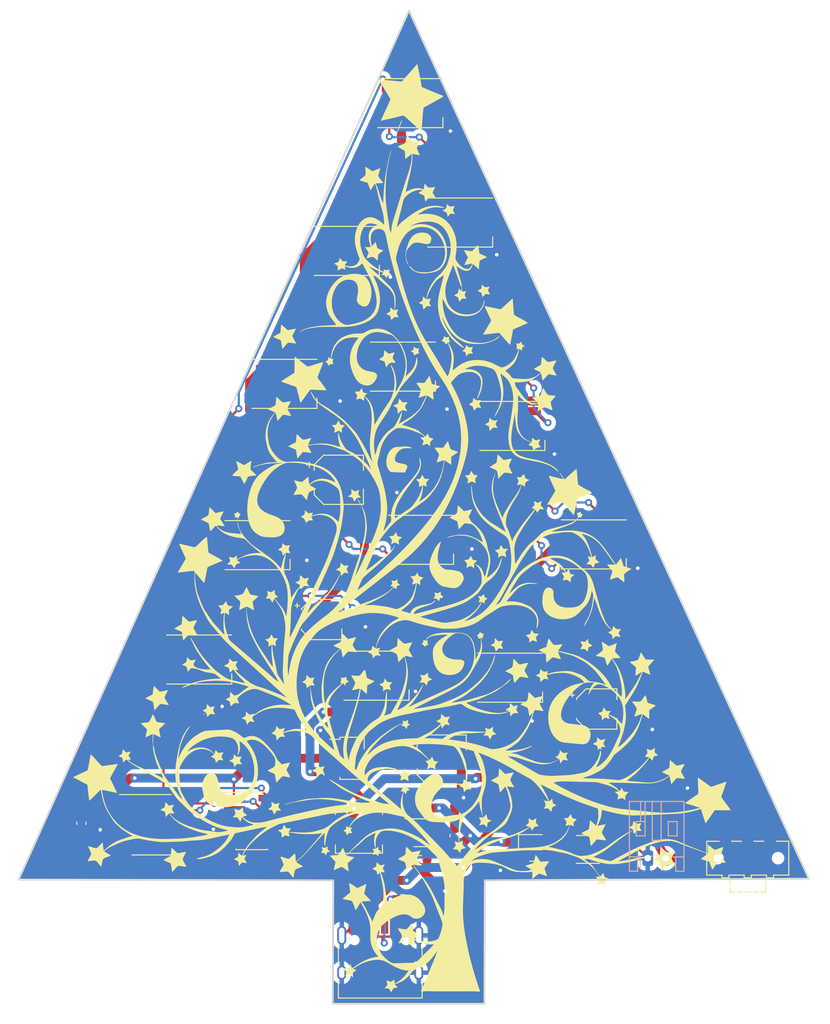
<source format=kicad_pcb>
(kicad_pcb (version 20221018) (generator pcbnew)
  (layers (0 "F.Cu" signal) (31 "B.Cu" signal) (34 "B.Paste" user) (35 "F.Paste" user) (36 "B.SilkS" user "B.Silkscreen") (37 "F.SilkS" user "F.Silkscreen") (38 "B.Mask" user) (39 "F.Mask" user) (44 "Edge.Cuts" user))
  (net 0 "")
  (net 1 "+3V3")
  (net 2 "GND")
  (net 3 "+5V")
  (net 4 "/VBat")
  (net 5 "Net-(D1-DOUT)")
  (net 6 "/LED_Data")
  (net 7 "Net-(D2-DOUT)")
  (net 8 "Net-(D3-DOUT)")
  (net 9 "Net-(D4-DOUT)")
  (net 10 "Net-(D4-DIN)")
  (net 11 "Net-(D5-DIN)")
  (net 12 "Net-(D12-DIN)")
  (net 13 "Net-(D7-DIN)")
  (net 14 "Net-(D8-DIN)")
  (net 16 "Net-(D10-DIN)")
  (net 17 "Net-(D11-DIN)")
  (net 18 "/VUSB")
  (net 19 "Net-(J1-CC1)")
  (net 26 "/SWDIO")
  (net 27 "/SWCLK")
  (net 31 "/~{RST}")
  (net 32 "/VBat_switched")
  (net 33 "Net-(U3-SW)")
  (net 34 "Net-(U2-PROG)")
  (net 43 "/Gain Select")
  (net 44 "/sda")
  (net 45 "/scl")
  (net 47 "/trans")
  (footprint "Diode_SMD:D_SOD-323F" (layer "F.Cu") (at 153.38 116.1)
    (fp_text reference "D13" hide)
    (fp_text value "SD103" hide)
  )
  (footprint "Capacitor_SMD:C_0603_1608Metric" (layer "F.Cu") (at 102.73 113.975 -90)
    (fp_text reference "C1" hide)
    (fp_text value "100nf" hide)
  )
  (footprint "Button_Switch_SMD:SW_SPDT_CK-JS102011SAQN" (layer "F.Cu") (at 177.49 117.89)
    (fp_text reference "SW1" hide)
    (fp_text value "SW_SPST" hide)
  )
  (footprint "Capacitor_SMD:C_0603_1608Metric" (layer "F.Cu") (at 174.145 111.23 180)
    (fp_text reference "C4" hide)
    (fp_text value "100nf" hide)
  )
  (footprint "LED_SMD:LED_WS2812B_PLCC4_5.0x5.0mm_P3.2mm" (layer "F.Cu") (at 115.95 95.61)
    (fp_text reference "D10" hide)
    (fp_text value "WS2812B" hide)
  )
  (footprint "LED_SMD:LED_WS2812B_PLCC4_5.0x5.0mm_P3.2mm" (layer "F.Cu") (at 160.21 82.7)
    (fp_text reference "D9" hide)
    (fp_text value "WS2812B" hide)
  )
  (footprint "LED_SMD:LED_WS2812B_PLCC4_5.0x5.0mm_P3.2mm" (layer "F.Cu") (at 151.08 69.41)
    (fp_text reference "D6" hide)
    (fp_text value "WS2812B" hide)
  )
  (footprint "Package_TO_SOT_SMD:SOT-23-5" (layer "F.Cu") (at 140.8425 115.04)
    (fp_text reference "U3" hide)
    (fp_text value "TPS613222ADBV" hide)
  )
  (footprint "LED_SMD:LED_WS2812B_PLCC4_5.0x5.0mm_P3.2mm" (layer "F.Cu") (at 138.8 62.76)
    (fp_text reference "D5" hide)
    (fp_text value "WS2812B" hide)
  )
  (footprint "Resistor_SMD:R_0603_1608Metric" (layer "F.Cu") (at 138.765 122.51)
    (fp_text reference "R2" hide)
    (fp_text value "5k1" hide)
  )
  (footprint "Inductor_SMD:L_Vishay_IHLP-2020" (layer "F.Cu") (at 133.8735 114.7)
    (fp_text reference "L1" hide)
    (fp_text value "4.7uh" hide)
  )
  (footprint "Capacitor_SMD:CP_Elec_4x3" (layer "F.Cu") (at 129.69 91.12)
    (fp_text reference "C8" hide)
    (fp_text value "4.7u" hide)
  )
  (footprint "Resistor_SMD:R_0603_1608Metric" (layer "F.Cu") (at 153.245 118.75 180)
    (fp_text reference "R1" hide)
    (fp_text value "2k" hide)
  )
  (footprint "Package_SO:TSSOP-20_4.4x6.5mm_P0.65mm" (layer "F.Cu") (at 110.6025 114.145)
    (fp_text reference "U1" hide)
    (fp_text value "STM32G030F6P6" hide)
  )
  (footprint "LED_SMD:LED_WS2812B_PLCC4_5.0x5.0mm_P3.2mm" (layer "F.Cu") (at 150.82 97.65)
    (fp_text reference "D12" hide)
    (fp_text value "WS2812B" hide)
  )
  (footprint "LED_SMD:LED_WS2812B_PLCC4_5.0x5.0mm_P3.2mm" (layer "F.Cu") (at 140.83 82.18)
    (fp_text reference "D8" hide)
    (fp_text value "WS2812B" hide)
  )
  (footprint "LED_SMD:LED_WS2812B_PLCC4_5.0x5.0mm_P3.2mm" (layer "F.Cu") (at 135.84 97.42)
    (fp_text reference "D11" hide)
    (fp_text value "WS2812B" hide)
  )
  (footprint "LED_SMD:LED_WS2812B_PLCC4_5.0x5.0mm_P3.2mm" (layer "F.Cu") (at 125.51 64.69)
    (fp_text reference "D4" hide)
    (fp_text value "WS2812B" hide)
  )
  (footprint "LED_SMD:LED_WS2812B_PLCC4_5.0x5.0mm_P3.2mm" (layer "F.Cu") (at 122.49 82.78)
    (fp_text reference "D7" hide)
    (fp_text value "WS2812B" hide)
  )
  (footprint "Capacitor_SMD:CP_Elec_5x3" (layer "F.Cu") (at 143.15 106.83)
    (fp_text reference "C6" hide)
    (fp_text value "10uf" hide)
  )
  (footprint "Connector_USB:USB_C_Receptacle_HRO_TYPE-C-31-M-12" (layer "F.Cu") (at 136.26 129.68)
    (fp_text reference "J1" hide)
    (fp_text value "USB_C_Receptacle" hide)
  )
  (footprint "Connector_PinHeader_1.27mm:PinHeader_2x05_P1.27mm_Vertical_SMD" (layer "F.Cu") (at 121.85 113.7)
    (fp_text reference "J3" hide)
    (fp_text value "Conn_ARM_JTAG_SWD_10" hide)
  )
  (footprint "Capacitor_SMD:C_0603_1608Metric" (layer "F.Cu") (at 140.735 118.1 180)
    (fp_text reference "C2" hide)
    (fp_text value "100n" hide)
  )
  (footprint "Capacitor_SMD:CP_Elec_4x3" (layer "F.Cu") (at 160.55 101.16)
    (fp_text reference "C7" hide)
    (fp_text value "4.7u" hide)
  )
  (footprint "Package_TO_SOT_SMD:SOT-89-3" (layer "F.Cu") (at 133.1 106.69)
    (fp_text reference "U4" hide)
    (fp_text value "AMS1117-3.3" hide)
  )
  (footprint "LED_SMD:LED_WS2812B_PLCC4_5.0x5.0mm_P3.2mm" (layer "F.Cu") (at 145.22 46.6)
    (fp_text reference "D3" hide)
    (fp_text value "WS2812B" hide)
  )
  (footprint "Capacitor_SMD:C_0603_1608Metric" (layer "F.Cu") (at 144.6 115.365 90)
    (fp_text reference "C3" hide)
    (fp_text value "100n" hide)
  )
  (footprint "Package_TO_SOT_SMD:SOT-23-5" (layer "F.Cu") (at 159.0475 116.91 180)
    (fp_text reference "U2" hide)
    (fp_text value "LR4054" hide)
  )
  (footprint "LED_SMD:LED_WS2812B_PLCC4_5.0x5.0mm_P3.2mm" (layer "F.Cu") (at 139.64 33.21)
    (fp_text reference "D1" hide)
    (fp_text value "WS2812B" hide)
  )
  (footprint "Capacitor_SMD:CP_Elec_5x3" (layer "F.Cu") (at 131.61 75.45)
    (fp_text reference "C5" hide)
    (fp_text value "10uf" hide)
  )
  (footprint "LED_SMD:LED_WS2812B_PLCC4_5.0x5.0mm_P3.2mm" (layer "F.Cu") (at 132.51 49.78)
    (fp_text reference "D2" hide)
    (fp_text value "WS2812B" hide)
  )
  (footprint "Connector_JST:JST_PH_S2B-PH-K_1x02_P2.00mm_Horizontal" (layer "B.Cu") (at 166.27 117.89)
    (fp_text reference "J2" hide)
    (fp_text value "Conn_01x02_Pin" hide)
  )
  (gr_poly (pts (xy 126.774396 61.718321) (xy 126.866813 61.783899) (xy 126.957734 61.851481) (xy 127.047425 61.92071) (xy 127.224172 62.062691) (xy 127.399171 62.206997) (xy 127.574536 62.350783) (xy 127.752384 62.491204) (xy 127.8429 62.559265) (xy 127.93483 62.625417) (xy 128.028439 62.689306) (xy 128.123991 62.750576) (xy 128.342658 62.692905) (xy 128.559661 62.629397) (xy 128.991117 62.493484) (xy 129.206792 62.425384) (xy 129.423246 62.36006) (xy 129.64109 62.299664) (xy 129.860935 62.246349) (xy 129.823189 62.369848) (xy 129.782757 62.492436) (xy 129.740023 62.614232) (xy 129.695372 62.735356) (xy 129.60186 62.976069) (xy 129.505303 63.215534) (xy 129.438341 63.381012) (xy 129.372382 63.546903) (xy 129.308448 63.713568) (xy 129.277561 63.797304) (xy 129.247563 63.88137) (xy 129.241482 63.894465) (xy 129.237359 63.908312) (xy 129.235091 63.922856) (xy 129.234577 63.938038) (xy 129.235716 63.953801) (xy 129.238406 63.970089) (xy 129.242546 63.986845) (xy 129.248036 64.00401) (xy 129.254773 64.021528) (xy 129.262656 64.039341) (xy 129.271585 64.057393) (xy 129.281457 64.075627) (xy 129.303628 64.112409) (xy 129.32836 64.149231) (xy 129.354841 64.185634) (xy 129.382262 64.221162) (xy 129.436682 64.287762) (xy 129.485138 64.345373) (xy 129.505104 64.369664) (xy 129.521149 64.390335) (xy 129.707647 64.641113) (xy 129.800515 64.766897) (xy 129.892105 64.893582) (xy 129.981648 65.021645) (xy 130.068377 65.151563) (xy 130.151523 65.283814) (xy 130.191512 65.350964) (xy 130.230318 65.418876) (xy 129.781538 65.400468) (xy 129.332838 65.380123) (xy 129.084513 65.369954) (xy 128.836117 65.361694) (xy 128.809729 65.360438) (xy 128.780973 65.358296) (xy 128.71804 65.352605) (xy 128.650673 65.347121) (xy 128.616375 65.345238) (xy 128.582227 65.344345) (xy 128.548648 65.344754) (xy 128.516058 65.346777) (xy 128.484877 65.350728) (xy 128.469945 65.353524) (xy 128.455523 65.356919) (xy 128.441663 65.360951) (xy 128.428417 65.365662) (xy 128.415837 65.371088) (xy 128.403977 65.37727) (xy 128.392888 65.384246) (xy 128.382623 65.392055) (xy 128.373234 65.400738) (xy 128.364775 65.410331) (xy 128.227653 65.587323) (xy 128.093778 65.766752) (xy 127.831167 66.129465) (xy 127.567731 66.49155) (xy 127.432827 66.670193) (xy 127.294264 66.846084) (xy 127.244529 66.618286) (xy 127.191014 66.391347) (xy 127.134639 66.165088) (xy 127.076321 65.939331) (xy 126.951437 65.465946) (xy 126.946358 65.444572) (xy 126.941466 65.420446) (xy 126.931693 65.365773) (xy 126.921018 65.305599) (xy 126.914998 65.274596) (xy 126.908339 65.243596) (xy 126.900904 65.213056) (xy 126.892556 65.183437) (xy 126.883156 65.155197) (xy 126.872568 65.128795) (xy 126.860653 65.104691) (xy 126.854156 65.093644) (xy 126.847275 65.083343) (xy 126.839993 65.073847) (xy 126.832294 65.065211) (xy 126.824161 65.057495) (xy 126.815575 65.050754) (xy 126.794045 65.036478) (xy 126.771439 65.023209) (xy 126.747884 65.010861) (xy 126.723507 64.999345) (xy 126.698435 64.988574) (xy 126.672797 64.978459) (xy 126.620328 64.959851) (xy 126.56712 64.94282) (xy 126.514192 64.926663) (xy 126.462562 64.91068) (xy 126.41325 64.894168) (xy 125.95042 64.729591) (xy 125.540579 64.582948) (xy 125.131441 64.434356) (xy 125.219988 64.364812) (xy 125.310057 64.297495) (xy 125.494044 64.168494) (xy 125.681974 64.045257) (xy 125.872419 63.925687) (xy 126.255146 63.689159) (xy 126.444572 63.568007) (xy 126.630802 63.442134) (xy 126.635638 63.218711) (xy 126.63778 62.995168) (xy 126.640137 62.547991) (xy 126.643429 62.324488) (xy 126.650182 62.101128) (xy 126.661932 61.877977) (xy 126.68022 61.655101)) (fill solid) (layer "F.SilkS"))
  (gr_poly (pts (xy 141.120597 93.397792) (xy 141.149925 93.414607) (xy 141.180058 93.429229) (xy 141.210912 93.441735) (xy 141.242401 93.452204) (xy 141.27444 93.460714) (xy 141.306944 93.467344) (xy 141.339828 93.472171) (xy 141.373005 93.475275) (xy 141.406393 93.476733) (xy 141.439904 93.476625) (xy 141.473454 93.475027) (xy 141.506957 93.472019) (xy 141.540329 93.46768) (xy 141.573485 93.462087) (xy 141.606339 93.455318) (xy 141.586247 93.529165) (xy 141.5667 93.60316) (xy 141.547886 93.677345) (xy 141.529999 93.751758) (xy 141.571276 93.805433) (xy 141.612292 93.859302) (xy 141.65292 93.913463) (xy 141.693031 93.968013) (xy 141.565974 93.980137) (xy 141.43898 93.992885) (xy 141.357199 94.101676) (xy 141.316472 94.15619) (xy 141.276001 94.210895) (xy 141.25974 94.178474) (xy 141.241894 94.147255) (xy 141.222527 94.11725) (xy 141.2017 94.088469) (xy 141.179475 94.060924) (xy 141.155914 94.034625) (xy 141.13108 94.009583) (xy 141.105033 93.985809) (xy 141.077835 93.963314) (xy 141.04955 93.942108) (xy 141.020239 93.922204) (xy 140.989963 93.903611) (xy 140.958786 93.88634) (xy 140.926767 93.870402) (xy 140.893971 93.855809) (xy 140.860458 93.842571) (xy 140.87855 93.830669) (xy 140.89742 93.819089) (xy 140.936425 93.796346) (xy 140.956023 93.784908) (xy 140.975327 93.773245) (xy 140.994068 93.761218) (xy 141.011978 93.748691) (xy 141.020537 93.742197) (xy 141.028789 93.735527) (xy 141.036698 93.728664) (xy 141.044232 93.72159) (xy 141.051357 93.714288) (xy 141.058039 93.706742) (xy 141.064246 93.698933) (xy 141.069943 93.690846) (xy 141.075096 93.682462) (xy 141.079674 93.673765) (xy 141.08364 93.664738) (xy 141.086963 93.655363) (xy 141.089609 93.645624) (xy 141.091544 93.635503) (xy 141.092735 93.624983) (xy 141.093147 93.614048) (xy 141.092907 93.496373) (xy 141.092159 93.378704)) (fill solid) (layer "F.SilkS"))
  (gr_poly (pts (xy 140.557851 29.474432) (xy 140.690289 30.146495) (xy 140.825173 30.843738) (xy 140.830336 30.874254) (xy 140.835254 30.909617) (xy 140.845225 30.991507) (xy 140.85684 31.082664) (xy 140.863811 31.12961) (xy 140.87185 31.176344) (xy 140.881176 31.222021) (xy 140.892008 31.2658) (xy 140.904566 31.306837) (xy 140.919067 31.344289) (xy 140.927115 31.361407) (xy 140.935732 31.377313) (xy 140.944944 31.391901) (xy 140.954779 31.405066) (xy 140.965264 31.416702) (xy 140.976427 31.426705) (xy 140.988296 31.434968) (xy 141.000897 31.441386) (xy 142.249333 31.962238) (xy 142.881348 32.224704) (xy 143.121885 32.309039) (xy 143.196418 32.337608) (xy 143.230327 32.351778) (xy 143.260661 32.36557) (xy 143.286416 32.378761) (xy 143.306588 32.391126) (xy 143.314268 32.396927) (xy 143.320176 32.402438) (xy 143.324187 32.407629) (xy 143.326176 32.412473) (xy 143.323581 32.427477) (xy 143.319146 32.44222) (xy 143.312974 32.4567) (xy 143.305165 32.470916) (xy 143.295824 32.484868) (xy 143.285052 32.498555) (xy 143.272952 32.511976) (xy 143.259627 32.52513) (xy 143.22971 32.550633) (xy 143.196121 32.575059) (xy 143.159679 32.598401) (xy 143.121205 32.620651) (xy 143.081518 32.641803) (xy 143.041439 32.661851) (xy 142.963383 32.698607) (xy 142.893595 32.730863) (xy 142.863851 32.745288) (xy 142.838635 32.758567) (xy 142.535631 32.929491) (xy 142.233322 33.101646) (xy 141.615646 33.453535) (xy 141.588068 33.468303) (xy 141.555964 33.484246) (xy 141.48154 33.51949) (xy 141.399107 33.558938) (xy 141.35699 33.580136) (xy 141.315394 33.602261) (xy 141.275161 33.625273) (xy 141.237132 33.649131) (xy 141.202148 33.673793) (xy 141.186061 33.686412) (xy 141.171051 33.699218) (xy 141.157223 33.712203) (xy 141.144681 33.725364) (xy 141.133532 33.738696) (xy 141.123881 33.752192) (xy 141.115832 33.765849) (xy 141.109491 33.77966) (xy 141.104962 33.793621) (xy 141.102352 33.807726) (xy 141.068558 34.126452) (xy 141.038967 34.4457) (xy 140.987667 35.085172) (xy 140.938999 35.72496) (xy 140.883511 36.363879) (xy 140.636646 36.154658) (xy 140.392539 35.942319) (xy 139.910062 35.511098) (xy 138.950317 34.642189) (xy 138.938631 34.63325) (xy 138.925386 34.625784) (xy 138.91068 34.619721) (xy 138.894609 34.61499) (xy 138.87727 34.611519) (xy 138.85876 34.609237) (xy 138.818613 34.607956) (xy 138.774942 34.610578) (xy 138.728521 34.616534) (xy 138.680123 34.625254) (xy 138.630522 34.636169) (xy 138.580492 34.64871) (xy 138.530807 34.662307) (xy 138.435567 34.690395) (xy 138.350992 34.715879) (xy 138.283272 34.734204) (xy 137.602604 34.894297) (xy 137.283681 34.969201) (xy 136.964362 35.042442) (xy 136.644416 35.11285) (xy 136.323616 35.17926) (xy 136.511759 34.754191) (xy 136.702911 34.330472) (xy 137.088547 33.484531) (xy 137.190822 33.25915) (xy 137.292496 33.033495) (xy 137.407528 32.775467) (xy 137.354361 32.683332) (xy 137.30069 32.591489) (xy 137.183299 32.393979) (xy 137.064344 32.197407) (xy 136.823814 31.805855) (xy 136.632778 31.495355) (xy 136.443833 31.183555) (xy 136.259099 30.869278) (xy 136.168972 30.710843) (xy 136.080692 30.551348) (xy 136.408193 30.573637) (xy 136.735377 30.600152) (xy 137.062311 30.629709) (xy 137.389061 30.66113) (xy 138.104363 30.730894) (xy 138.170564 30.739625) (xy 138.251658 30.752774) (xy 138.341898 30.766874) (xy 138.388652 30.773197) (xy 138.435538 30.778458) (xy 138.481838 30.782224) (xy 138.526833 30.78406) (xy 138.569805 30.783535) (xy 138.610036 30.780214) (xy 138.628899 30.77737) (xy 138.646808 30.773665) (xy 138.663672 30.769044) (xy 138.679402 30.763453) (xy 138.693907 30.756839) (xy 138.7071 30.749147) (xy 138.718888 30.740322) (xy 138.729183 30.730311) (xy 140.421127 28.803232)) (fill solid) (layer "F.SilkS"))
  (gr_poly (pts (xy 159.594159 93.551677) (xy 159.597035 93.587384) (xy 159.601314 93.622142) (xy 159.607267 93.65549) (xy 159.615169 93.686962) (xy 159.619935 93.701851) (xy 159.62529 93.716097) (xy 159.631269 93.729643) (xy 159.637904 93.74243) (xy 159.645231 93.754401) (xy 159.653283 93.765499) (xy 159.662095 93.775664) (xy 159.6717 93.784839) (xy 159.695413 93.804393) (xy 159.719877 93.822818) (xy 159.745003 93.840245) (xy 159.770704 93.856805) (xy 159.796892 93.872632) (xy 159.82348 93.887858) (xy 159.877502 93.91703) (xy 159.986482 93.973959) (xy 160.040037 94.003826) (xy 160.066274 94.019573) (xy 160.092033 94.036037) (xy 159.975438 94.0899) (xy 159.858271 94.142495) (xy 159.62294 94.245456) (xy 159.603893 94.364431) (xy 159.583671 94.483214) (xy 159.561881 94.601715) (xy 159.538128 94.719844) (xy 159.514421 94.699712) (xy 159.490549 94.678125) (xy 159.442116 94.632075) (xy 159.392447 94.584672) (xy 159.36703 94.561394) (xy 159.34116 94.538894) (xy 159.314791 94.517545) (xy 159.287873 94.49772) (xy 159.26036 94.47979) (xy 159.246365 94.471651) (xy 159.232203 94.464127) (xy 159.217869 94.457262) (xy 159.203355 94.451104) (xy 159.188657 94.445699) (xy 159.173768 94.441094) (xy 159.158683 94.437334) (xy 159.143395 94.434468) (xy 159.127898 94.43254) (xy 159.112187 94.431598) (xy 159.085931 94.431327) (xy 159.058788 94.431831) (xy 159.002458 94.434574) (xy 158.885959 94.442904) (xy 158.828267 94.446148) (xy 158.800102 94.447028) (xy 158.772598 94.447216) (xy 158.745909 94.446568) (xy 158.72019 94.444936) (xy 158.695597 94.442175) (xy 158.672283 94.438137) (xy 158.838282 94.211399) (xy 158.858426 94.17958) (xy 158.876399 94.147782) (xy 158.891592 94.116245) (xy 158.897955 94.100648) (xy 158.903394 94.085205) (xy 158.907832 94.069946) (xy 158.911194 94.054902) (xy 158.913403 94.0401) (xy 158.914382 94.025573) (xy 158.914056 94.011348) (xy 158.912348 93.997456) (xy 158.909181 93.983927) (xy 158.90448 93.97079) (xy 158.881059 93.917188) (xy 158.856786 93.863971) (xy 158.807107 93.758051) (xy 158.782412 93.705031) (xy 158.758289 93.651759) (xy 158.735094 93.598074) (xy 158.713181 93.543819) (xy 158.746036 93.548198) (xy 158.778939 93.553979) (xy 158.811888 93.560855) (xy 158.844881 93.568521) (xy 158.977262 93.600961) (xy 159.010451 93.607986) (xy 159.043674 93.613965) (xy 159.07693 93.618591) (xy 159.110216 93.62156) (xy 159.143532 93.622565) (xy 159.176875 93.6213) (xy 159.210244 93.617459) (xy 159.226938 93.614477) (xy 159.243637 93.610736) (xy 159.28849 93.572192) (xy 159.332365 93.532568) (xy 159.37551 93.492139) (xy 159.418172 93.451179) (xy 159.503044 93.36876) (xy 159.545748 93.327849) (xy 159.588963 93.287502)) (fill solid) (layer "F.SilkS"))
  (gr_poly (pts (xy 139.320556 36.836229) (xy 139.357775 36.87766) (xy 139.394551 36.919479) (xy 139.430975 36.961608) (xy 139.574959 37.131613) (xy 139.590455 37.150648) (xy 139.60788 37.173105) (xy 139.647721 37.225742) (xy 139.692892 37.284435) (xy 139.71698 37.314463) (xy 139.741804 37.344098) (xy 139.767166 37.372702) (xy 139.792866 37.399641) (xy 139.818707 37.424279) (xy 139.831618 37.435535) (xy 139.844489 37.445978) (xy 139.857296 37.455528) (xy 139.870014 37.464104) (xy 139.882618 37.471628) (xy 139.895083 37.478021) (xy 139.907385 37.483201) (xy 139.919497 37.487091) (xy 139.931397 37.489611) (xy 139.943058 37.49068) (xy 139.998568 37.491152) (xy 140.053908 37.489657) (xy 140.109101 37.486436) (xy 140.164167 37.481725) (xy 140.274002 37.468796) (xy 140.383585 37.45278) (xy 140.602664 37.419132) (xy 140.7125 37.405323) (xy 140.767565 37.400008) (xy 140.822758 37.396072) (xy 140.795946 37.447984) (xy 140.768124 37.499344) (xy 140.71012 37.600769) (xy 140.589364 37.800999) (xy 140.529293 37.901263) (xy 140.471214 38.002598) (xy 140.443339 38.053895) (xy 140.416466 38.105733) (xy 140.39076 38.158204) (xy 140.36639 38.211399) (xy 140.379925 38.267187) (xy 140.395748 38.322142) (xy 140.413576 38.376366) (xy 140.433132 38.429963) (xy 140.454133 38.483035) (xy 140.4763 38.535686) (xy 140.52301 38.640137) (xy 140.618084 38.848519) (xy 140.640562 38.901107) (xy 140.661963 38.954098) (xy 140.682007 39.007596) (xy 140.700413 39.061703) (xy 140.494215 39.022755) (xy 140.28845 38.981594) (xy 140.082784 38.939923) (xy 139.876885 38.899441) (xy 139.877485 39.17442) (xy 139.866977 39.447537) (xy 139.846356 39.71897) (xy 139.816613 39.988898) (xy 139.77874 40.257501) (xy 139.733732 40.524955) (xy 139.626277 41.057135) (xy 139.109554 43.175663) (xy 139.345766 43.059166) (xy 139.463764 43.002097) (xy 139.582623 42.947703) (xy 139.703044 42.897401) (xy 139.764058 42.874226) (xy 139.825726 42.852606) (xy 139.888134 42.832716) (xy 139.951371 42.814735) (xy 140.015522 42.798838) (xy 140.080677 42.785203) (xy 140.146837 42.773763) (xy 140.21337 42.764455) (xy 140.280189 42.757322) (xy 140.347207 42.752406) (xy 140.414337 42.749751) (xy 140.481491 42.749397) (xy 140.548583 42.751389) (xy 140.615525 42.755767) (xy 140.68223 42.762575) (xy 140.748611 42.771855) (xy 140.814581 42.783649) (xy 140.880052 42.797999) (xy 140.944937 42.814949) (xy 141.009148 42.83454) (xy 141.0726 42.856815) (xy 141.135204 42.881816) (xy 141.1813 42.554304) (xy 141.205748 42.390753) (xy 141.231453 42.227397) (xy 141.256803 42.251046) (xy 141.284227 42.278956) (xy 141.34443 42.344422) (xy 141.410318 42.417529) (xy 141.444848 42.45499) (xy 141.480145 42.492011) (xy 141.515991 42.527808) (xy 141.552169 42.5616) (xy 141.588459 42.592602) (xy 141.624644 42.620031) (xy 141.642629 42.63216) (xy 141.660506 42.643103) (xy 141.678248 42.652761) (xy 141.695827 42.661037) (xy 141.713216 42.667831) (xy 141.730389 42.673047) (xy 141.747317 42.676587) (xy 141.763973 42.678352) (xy 141.805844 42.679665) (xy 141.84761 42.679428) (xy 141.889284 42.677812) (xy 141.930876 42.674991) (xy 142.013863 42.66643) (xy 142.096666 42.655128) (xy 142.262089 42.629853) (xy 142.344896 42.618651) (xy 142.427891 42.610255) (xy 142.393509 42.686822) (xy 142.357962 42.762843) (xy 142.321416 42.838391) (xy 142.284037 42.913539) (xy 142.207448 43.062927) (xy 142.129528 43.211593) (xy 142.127892 43.216192) (xy 142.127285 43.221697) (xy 142.127651 43.228049) (xy 142.128929 43.235188) (xy 142.131062 43.243056) (xy 142.133991 43.251591) (xy 142.142005 43.270431) (xy 142.152502 43.291233) (xy 142.165016 43.313522) (xy 142.179079 43.336823) (xy 142.194224 43.36066) (xy 142.298233 43.513687) (xy 142.33957 43.584107) (xy 142.380141 43.654966) (xy 142.419845 43.726314) (xy 142.458576 43.7982) (xy 142.415386 43.797288) (xy 142.372168 43.795067) (xy 142.285668 43.78774) (xy 142.112549 43.768821) (xy 142.026009 43.76139) (xy 141.982762 43.759091) (xy 141.939536 43.758083) (xy 141.896336 43.758627) (xy 141.853168 43.760982) (xy 141.810036 43.765408) (xy 141.766945 43.772165) (xy 141.737346 43.800914) (xy 141.708305 43.830192) (xy 141.651565 43.890024) (xy 141.596073 43.951041) (xy 141.541174 44.012622) (xy 141.486216 44.074147) (xy 141.430546 44.134994) (xy 141.373509 44.194543) (xy 141.344274 44.223636) (xy 141.314453 44.252172) (xy 141.279431 44.085704) (xy 141.247017 43.918709) (xy 141.216848 43.751289) (xy 141.188557 43.583544) (xy 140.5322 43.276938) (xy 140.653588 43.198368) (xy 140.775798 43.121088) (xy 140.898117 43.043977) (xy 141.019829 42.965913) (xy 140.934727 42.952604) (xy 140.849641 42.944037) (xy 140.764675 42.940065) (xy 140.67993 42.940536) (xy 140.595508 42.945302) (xy 140.511511 42.954213) (xy 140.428041 42.96712) (xy 140.3452 42.983872) (xy 140.26309 43.00432) (xy 140.181813 43.028315) (xy 140.101472 43.055707) (xy 140.022167 43.086347) (xy 139.944001 43.120084) (xy 139.867076 43.15677) (xy 139.791495 43.196254) (xy 139.717358 43.238388) (xy 139.608797 43.304427) (xy 139.552743 43.340187) (xy 139.496081 43.377721) (xy 139.43924 43.416992) (xy 139.382652 43.457961) (xy 139.326746 43.500589) (xy 139.271952 43.544838) (xy 139.218701 43.590668) (xy 139.167423 43.638042) (xy 139.118548 43.68692) (xy 139.072507 43.737265) (xy 139.02973 43.789037) (xy 138.990648 43.842198) (xy 138.955689 43.896709) (xy 138.939891 43.924459) (xy 138.925285 43.952531) (xy 138.905815 43.993905) (xy 138.887887 44.036102) (xy 138.871368 44.079033) (xy 138.856124 44.122609) (xy 138.842023 44.16674) (xy 138.828931 44.211335) (xy 138.805241 44.301563) (xy 138.724175 44.663129) (xy 138.672259 44.875245) (xy 138.618508 45.086904) (xy 138.507706 45.50938) (xy 138.401502 45.911304) (xy 138.298435 46.314093) (xy 138.249286 46.516061) (xy 138.20237 46.718542) (xy 138.158169 46.921635) (xy 138.117169 47.12544) (xy 138.185972 47.054069) (xy 138.253124 46.981123) (xy 138.385282 46.833201) (xy 138.451696 46.759572) (xy 138.519271 46.687064) (xy 138.58871 46.61635) (xy 138.624349 46.581877) (xy 138.660717 46.548105) (xy 138.736654 46.481473) (xy 138.814802 46.416874) (xy 138.894605 46.353838) (xy 138.975509 46.291895) (xy 139.138392 46.16941) (xy 139.21926 46.107928) (xy 139.299004 46.045661) (xy 139.450617 45.927902) (xy 139.603331 45.814764) (xy 139.757502 45.705814) (xy 139.913485 45.600618) (xy 140.071637 45.498741) (xy 140.232314 45.399749) (xy 140.395872 45.303209) (xy 140.562668 45.208685) (xy 140.652679 45.159824) (xy 140.742508 45.11345) (xy 140.8323 45.069575) (xy 140.9222 45.028211) (xy 141.012352 44.989369) (xy 141.102902 44.953062) (xy 141.193993 44.919301) (xy 141.285772 44.888097) (xy 141.378382 44.859464) (xy 141.471969 44.833412) (xy 141.566676 44.809954) (xy 141.66265 44.789101) (xy 141.760034 44.770865) (xy 141.858974 44.755258) (xy 141.959614 44.742292) (xy 142.0621 44.731979) (xy 142.15336 44.725165) (xy 142.24486 44.720595) (xy 142.336505 44.718347) (xy 142.428202 44.718499) (xy 142.519856 44.72113) (xy 142.611374 44.726316) (xy 142.702661 44.734137) (xy 142.793625 44.744669) (xy 142.884172 44.757991) (xy 142.974207 44.774182) (xy 143.063636 44.793317) (xy 143.152367 44.815477) (xy 143.240304 44.840739) (xy 143.327355 44.86918) (xy 143.413425 44.900878) (xy 143.498421 44.935913) (xy 143.451157 44.942186) (xy 143.402671 44.946118) (xy 143.353121 44.947959) (xy 143.302665 44.947963) (xy 143.251463 44.946381) (xy 143.199671 44.943465) (xy 143.094952 44.93464) (xy 142.885404 44.912075) (xy 142.783106 44.902368) (xy 142.684147 44.896398) (xy 142.580616 44.894273) (xy 142.477407 44.895343) (xy 142.374538 44.899769) (xy 142.272029 44.907712) (xy 142.169897 44.919333) (xy 142.068161 44.934793) (xy 141.966838 44.954254) (xy 141.865948 44.977876) (xy 141.771126 45.00404) (xy 141.677521 45.033596) (xy 141.585134 45.066391) (xy 141.493964 45.10227) (xy 141.404012 45.14108) (xy 141.315278 45.182667) (xy 141.227761 45.226878) (xy 141.141462 45.273559) (xy 141.056382 45.322557) (xy 140.972519 45.373717) (xy 140.889874 45.426886) (xy 140.808447 45.48191) (xy 140.728239 45.538635) (xy 140.649248 45.596909) (xy 140.571476 45.656577) (xy 140.494923 45.717485) (xy 140.676783 45.682655) (xy 140.859695 45.655247) (xy 141.043295 45.635458) (xy 141.227219 45.623489) (xy 141.4111 45.619536) (xy 141.594576 45.623798) (xy 141.77728 45.636474) (xy 141.95885 45.657763) (xy 142.138918 45.687863) (xy 142.317122 45.726973) (xy 142.493097 45.77529) (xy 142.666477 45.833014) (xy 142.836899 45.900343) (xy 143.003997 45.977475) (xy 143.167406 46.06461) (xy 143.326763 46.161945) (xy 143.465955 46.258878) (xy 143.598277 46.363388) (xy 143.723747 46.475035) (xy 143.842384 46.593379) (xy 143.954206 46.71798) (xy 144.05923 46.848399) (xy 144.157476 46.984194) (xy 144.248962 47.124927) (xy 144.333705 47.270158) (xy 144.411725 47.419445) (xy 144.483038 47.572351) (xy 144.547665 47.728434) (xy 144.605621 47.887254) (xy 144.656927 48.048372) (xy 144.7016 48.211348) (xy 144.739658 48.375742) (xy 144.756405 48.460058) (xy 144.771216 48.544676) (xy 144.784143 48.629564) (xy 144.795237 48.714692) (xy 144.812124 48.885537) (xy 144.822284 49.056959) (xy 144.826119 49.228707) (xy 144.824035 49.400529) (xy 144.816436 49.572173) (xy 144.803726 49.743387) (xy 144.794291 49.836638) (xy 144.782839 49.929397) (xy 144.769804 50.021788) (xy 144.755616 50.113936) (xy 144.695995 50.482564) (xy 144.693427 50.502543) (xy 144.69178 50.522394) (xy 144.691022 50.542118) (xy 144.691122 50.561712) (xy 144.692048 50.581175) (xy 144.693768 50.600507) (xy 144.696251 50.619705) (xy 144.699465 50.638768) (xy 144.707959 50.676484) (xy 144.718999 50.713645) (xy 144.73233 50.75024) (xy 144.747699 50.786258) (xy 144.764854 50.821688) (xy 144.783541 50.856519) (xy 144.803507 50.890741) (xy 144.824499 50.924343) (xy 144.846264 50.957314) (xy 144.868549 50.989643) (xy 144.913666 51.052332) (xy 144.956382 51.109395) (xy 145.001147 51.166628) (xy 145.047922 51.223662) (xy 145.096674 51.280133) (xy 145.147365 51.335674) (xy 145.199959 51.389917) (xy 145.25442 51.442498) (xy 145.310713 51.493049) (xy 145.368802 51.541204) (xy 145.428649 51.586597) (xy 145.49022 51.628861) (xy 145.553478 51.667629) (xy 145.618388 51.702537) (xy 145.684912 51.733216) (xy 145.753016 51.759301) (xy 145.822662 51.780426) (xy 145.864411 51.79031) (xy 145.904666 51.797648) (xy 145.943459 51.802509) (xy 145.98082 51.804965) (xy 146.01678 51.805086) (xy 146.05137 51.802943) (xy 146.084621 51.798606) (xy 146.116563 51.792147) (xy 146.147228 51.783637) (xy 146.176645 51.773145) (xy 146.204846 51.760743) (xy 146.231862 51.746501) (xy 146.257724 51.730491) (xy 146.282461 51.712783) (xy 146.306105 51.693447) (xy 146.328687 51.672555) (xy 146.350238 51.650177) (xy 146.370787 51.626384) (xy 146.390367 51.601247) (xy 146.409008 51.574837) (xy 146.443594 51.518478) (xy 146.474793 51.457874) (xy 146.50285 51.393592) (xy 146.528013 51.326197) (xy 146.550526 51.256254) (xy 146.570637 51.184331) (xy 146.350802 51.233469) (xy 146.131225 51.283965) (xy 146.021231 51.308184) (xy 145.910938 51.330895) (xy 145.800226 51.351484) (xy 145.688973 51.369335) (xy 145.734679 51.259146) (xy 145.782336 51.149825) (xy 145.831669 51.041257) (xy 145.882404 50.933326) (xy 145.986977 50.718913) (xy 146.093857 50.505662) (xy 145.868003 50.10639) (xy 145.755745 49.906384) (xy 145.646084 49.704935) (xy 145.774438 49.717055) (xy 145.902601 49.731008) (xy 146.158581 49.762004) (xy 146.183167 49.765583) (xy 146.210185 49.7703) (xy 146.269879 49.781768) (xy 146.334376 49.79364) (xy 146.367399 49.798862) (xy 146.40039 49.803146) (xy 146.432939 49.806147) (xy 146.464635 49.807519) (xy 146.495068 49.806915) (xy 146.509681 49.805764) (xy 146.523825 49.803989) (xy 146.537448 49.801548) (xy 146.550498 49.798396) (xy 146.562924 49.794491) (xy 146.574674 49.789789) (xy 146.585698 49.784247) (xy 146.595944 49.777822) (xy 146.60536 49.770471) (xy 146.613896 49.762149) (xy 146.766376 49.597314) (xy 146.920386 49.433916) (xy 147.075748 49.271801) (xy 147.232285 49.110813) (xy 147.258578 49.245072) (xy 147.28372 49.379551) (xy 147.331711 49.648929) (xy 147.358551 49.87853) (xy 147.363847 49.913636) (xy 147.369759 49.947419) (xy 147.376339 49.979054) (xy 147.383644 50.007719) (xy 147.391729 50.03259) (xy 147.400648 50.052841) (xy 147.405437 50.060977) (xy 147.410456 50.06765) (xy 147.41571 50.072756) (xy 147.421208 50.076192) (xy 147.627626 50.170683) (xy 147.833145 50.267191) (xy 147.935162 50.316953) (xy 148.036468 50.36812) (xy 148.136899 50.420993) (xy 148.236294 50.475872) (xy 148.184175 50.503223) (xy 148.131517 50.529451) (xy 148.07843 50.554787) (xy 148.025026 50.579461) (xy 147.810459 50.676168) (xy 147.699749 50.723852) (xy 147.668466 50.73763) (xy 147.636759 50.752252) (xy 147.605137 50.76777) (xy 147.57411 50.784235) (xy 147.544185 50.801697) (xy 147.515872 50.820208) (xy 147.502478 50.829872) (xy 147.489679 50.839818) (xy 147.477537 50.850051) (xy 147.466117 50.860578) (xy 147.455481 50.871406) (xy 147.445693 50.88254) (xy 147.436817 50.893988) (xy 147.428917 50.905754) (xy 147.422056 50.917847) (xy 147.416298 50.930272) (xy 147.411706 50.943035) (xy 147.408344 50.956144) (xy 147.397895 51.01104) (xy 147.388931 51.066101) (xy 147.37482 51.176649) (xy 147.364736 51.287644) (xy 147.357407 51.398945) (xy 147.345913 51.621895) (xy 147.339201 51.733258) (xy 147.330147 51.844356) (xy 147.242187 51.773404) (xy 147.155882 51.700532) (xy 147.070923 51.626102) (xy 146.987004 51.550476) (xy 146.655583 51.24323) (xy 146.603313 51.387639) (xy 146.577278 51.458303) (xy 146.550425 51.527199) (xy 146.52209 51.593775) (xy 146.491609 51.657473) (xy 146.458318 51.71774) (xy 146.440411 51.746414) (xy 146.421553 51.774021) (xy 146.401661 51.800493) (xy 146.380652 51.825761) (xy 146.358442 51.849755) (xy 146.334949 51.872405) (xy 146.31009 51.893642) (xy 146.283782 51.913398) (xy 146.255942 51.931602) (xy 146.226486 51.948185) (xy 146.195333 51.963078) (xy 146.162399 51.976212) (xy 146.1276 51.987517) (xy 146.090855 51.996923) (xy 146.05208 52.004363) (xy 146.011192 52.009765) (xy 145.968108 52.01306) (xy 145.922745 52.014181) (xy 145.884529 52.013238) (xy 145.846366 52.010461) (xy 145.80827 52.005931) (xy 145.770252 51.999726) (xy 145.732326 51.991926) (xy 145.694506 51.982609) (xy 145.61923 51.959743) (xy 145.544529 51.931764) (xy 145.470506 51.899304) (xy 145.397263 51.862999) (xy 145.324905 51.82348) (xy 145.253534 51.781384) (xy 145.183254 51.737343) (xy 145.046378 51.645965) (xy 144.790257 51.467769) (xy 144.894885 51.787565) (xy 144.995289 52.108719) (xy 145.091329 52.431203) (xy 145.182861 52.754991) (xy 145.262763 53.040405) (xy 145.302179 53.183841) (xy 145.338129 53.328004) (xy 145.354075 53.400415) (xy 145.36828 53.473075) (xy 145.380452 53.546008) (xy 145.3903 53.619236) (xy 145.397532 53.692781) (xy 145.401856 53.766666) (xy 145.402981 53.840915) (xy 145.400616 53.915548) (xy 145.383537 53.888772) (xy 145.367197 53.86074) (xy 145.351544 53.831592) (xy 145.336523 53.801469) (xy 145.32208 53.770511) (xy 145.308163 53.73886) (xy 145.281689 53.67404) (xy 145.186089 53.415155) (xy 145.111909 53.216107) (xy 145.040348 53.016103) (xy 144.900891 52.614762) (xy 144.759331 52.214208) (xy 144.685143 52.015187) (xy 144.607285 51.817514) (xy 144.530516 51.591069) (xy 144.502431 51.51599) (xy 144.488527 51.481802) (xy 144.475072 51.451335) (xy 144.462333 51.4257) (xy 144.450578 51.40601) (xy 144.445153 51.398743) (xy 144.440075 51.393381) (xy 144.435377 51.390061) (xy 144.431091 51.388923) (xy 144.427695 51.390124) (xy 144.42377 51.393628) (xy 144.414486 51.406963) (xy 144.403551 51.427757) (xy 144.391274 51.454839) (xy 144.36394 51.523186) (xy 144.334968 51.602638) (xy 144.252392 51.844192) (xy 144.090437 52.248792) (xy 144.012345 52.452259) (xy 143.936647 52.656617) (xy 143.863699 52.861949) (xy 143.793854 53.068341) (xy 143.727466 53.275876) (xy 143.66489 53.484638) (xy 143.637405 53.588262) (xy 143.61442 53.693007) (xy 143.595785 53.798717) (xy 143.581348 53.905234) (xy 143.57096 54.012402) (xy 143.56447 54.120062) (xy 143.561727 54.228058) (xy 143.56258 54.336234) (xy 143.56688 54.444432) (xy 143.574475 54.552495) (xy 143.585215 54.660265) (xy 143.59895 54.767587) (xy 143.615528 54.874302) (xy 143.6348 54.980254) (xy 143.656614 55.085286) (xy 143.680821 55.189241) (xy 143.706362 55.285304) (xy 143.735304 55.379022) (xy 143.767667 55.470401) (xy 143.80347 55.559444) (xy 143.842736 55.646155) (xy 143.885483 55.730538) (xy 143.931733 55.812596) (xy 143.981505 55.892335) (xy 144.03482 55.969756) (xy 144.091699 56.044865) (xy 144.152162 56.117666) (xy 144.216229 56.188162) (xy 144.28392 56.256357) (xy 144.355256 56.322255) (xy 144.430258 56.38586) (xy 144.508946 56.447176) (xy 144.592328 56.506347) (xy 144.677907 56.561032) (xy 144.765545 56.611324) (xy 144.855104 56.657314) (xy 144.946449 56.699095) (xy 145.039442 56.736759) (xy 145.133945 56.770398) (xy 145.229822 56.800104) (xy 145.326935 56.825971) (xy 145.425148 56.848089) (xy 145.524322 56.866551) (xy 145.624322 56.88145) (xy 145.72501 56.892877) (xy 145.826249 56.900925) (xy 145.927902 56.905686) (xy 146.029831 56.907253) (xy 146.120255 56.905669) (xy 146.211128 56.900854) (xy 146.302183 56.892708) (xy 146.393155 56.881132) (xy 146.483776 56.866029) (xy 146.573779 56.8473) (xy 146.662899 56.824847) (xy 146.750868 56.798572) (xy 146.83742 56.768375) (xy 146.922288 56.734159) (xy 147.005206 56.695824) (xy 147.085906 56.653274) (xy 147.164123 56.606409) (xy 147.239589 56.555131) (xy 147.312038 56.499341) (xy 147.381203 56.438942) (xy 147.413104 56.408149) (xy 147.443799 56.376311) (xy 147.473322 56.343482) (xy 147.501705 56.309719) (xy 147.528979 56.275078) (xy 147.555177 56.239615) (xy 147.580331 56.203385) (xy 147.604474 56.166445) (xy 147.627638 56.128851) (xy 147.649854 56.090658) (xy 147.671156 56.051923) (xy 147.691575 56.012702) (xy 147.711144 55.973049) (xy 147.729895 55.933023) (xy 147.765072 55.852069) (xy 147.779061 55.816515) (xy 147.792119 55.780067) (xy 147.816036 55.705105) (xy 147.838015 55.628412) (xy 147.859243 55.551218) (xy 147.880913 55.474751) (xy 147.904213 55.400242) (xy 147.916847 55.364105) (xy 147.930334 55.328918) (xy 147.944823 55.294836) (xy 147.960465 55.26201) (xy 147.960707 55.355561) (xy 147.955336 55.448673) (xy 147.944521 55.541141) (xy 147.928435 55.63276) (xy 147.907247 55.723325) (xy 147.881129 55.812631) (xy 147.850251 55.900472) (xy 147.814785 55.986643) (xy 147.7749 56.07094) (xy 147.730769 56.153157) (xy 147.682562 56.233089) (xy 147.630449 56.310531) (xy 147.574602 56.385278) (xy 147.515192 56.457125) (xy 147.452389 56.525866) (xy 147.386364 56.591297) (xy 147.305395 56.662211) (xy 147.21964 56.727195) (xy 147.129546 56.786415) (xy 147.035558 56.840039) (xy 146.938123 56.888232) (xy 146.837685 56.93116) (xy 146.734691 56.96899) (xy 146.629587 57.001888) (xy 146.522818 57.030021) (xy 146.414831 57.053555) (xy 146.306071 57.072655) (xy 146.196984 57.087489) (xy 146.088016 57.098223) (xy 145.979613 57.105023) (xy 145.872221 57.108055) (xy 145.766285 57.107486) (xy 145.662592 57.103296) (xy 145.558929 57.095261) (xy 145.455514 57.083336) (xy 145.352567 57.067476) (xy 145.250305 57.047637) (xy 145.148947 57.023774) (xy 145.048713 56.995843) (xy 144.949821 56.963798) (xy 144.852488 56.927596) (xy 144.756935 56.887191) (xy 144.66338 56.842538) (xy 144.572041 56.793594) (xy 144.483137 56.740312) (xy 144.396887 56.68265) (xy 144.31351 56.620561) (xy 144.233223 56.554002) (xy 144.150379 56.481158) (xy 144.069306 56.408023) (xy 143.990699 56.333598) (xy 143.952538 56.29559) (xy 143.915255 56.256883) (xy 143.878935 56.217355) (xy 143.843667 56.176879) (xy 143.809537 56.135331) (xy 143.776633 56.092585) (xy 143.74504 56.048517) (xy 143.714847 56.003001) (xy 143.686139 55.955914) (xy 143.659004 55.907129) (xy 143.271854 55.130075) (xy 143.262608 55.299829) (xy 143.260324 55.471365) (xy 143.264801 55.64426) (xy 143.275838 55.818093) (xy 143.293234 55.992442) (xy 143.316786 56.166886) (xy 143.346294 56.341003) (xy 143.381557 56.514372) (xy 143.422372 56.686569) (xy 143.46854 56.857175) (xy 143.519858 57.025768) (xy 143.576125 57.191924) (xy 143.637141 57.355225) (xy 143.702702 57.515246) (xy 143.77261 57.671567) (xy 143.846661 57.823766) (xy 143.917129 57.959325) (xy 143.990913 58.094101) (xy 144.068154 58.227633) (xy 144.148992 58.359464) (xy 144.233568 58.489134) (xy 144.322024 58.616183) (xy 144.4145 58.740153) (xy 144.511136 58.860584) (xy 144.612074 58.977018) (xy 144.717456 59.088994) (xy 144.82742 59.196055) (xy 144.942109 59.29774) (xy 145.061664 59.393591) (xy 145.186224 59.483148) (xy 145.315932 59.565952) (xy 145.450928 59.641544) (xy 145.568785 59.700201) (xy 145.688577 59.75433) (xy 145.810153 59.804038) (xy 145.933361 59.849434) (xy 146.058051 59.890626) (xy 146.184072 59.927721) (xy 146.311273 59.960829) (xy 146.439504 59.990056) (xy 146.568613 60.015512) (xy 146.698449 60.037305) (xy 146.828862 60.055542) (xy 146.959702 60.070332) (xy 147.090816 60.081783) (xy 147.222054 60.090003) (xy 147.353265 60.0951) (xy 147.484299 60.097183) (xy 147.556661 60.096476) (xy 147.629757 60.093747) (xy 147.70345 60.089087) (xy 147.777605 60.08259) (xy 147.852083 60.074348) (xy 147.926749 60.064455) (xy 148.076097 60.040084) (xy 148.224553 60.01022) (xy 148.371025 59.975606) (xy 148.514419 59.936985) (xy 148.653641 59.895099) (xy 148.727552 59.869811) (xy 148.799048 59.841719) (xy 148.868404 59.811104) (xy 148.935897 59.778243) (xy 149.001801 59.743415) (xy 149.066393 59.706898) (xy 149.129948 59.668972) (xy 149.192742 59.629915) (xy 149.44182 59.467952) (xy 149.568961 59.387429) (xy 149.634146 59.348258) (xy 149.700775 59.310186) (xy 149.68866 59.330768) (xy 149.675319 59.351132) (xy 149.645208 59.391177) (xy 149.610937 59.430268) (xy 149.573003 59.468351) (xy 149.5319 59.505372) (xy 149.488124 59.541277) (xy 149.442171 59.576012) (xy 149.394537 59.609524) (xy 149.345716 59.641758) (xy 149.296206 59.67266) (xy 149.197096 59.730256) (xy 149.101171 59.78188) (xy 149.012398 59.8271) (xy 148.955163 59.854844) (xy 148.897398 59.88124) (xy 148.780401 59.930225) (xy 148.661653 59.974531) (xy 148.541402 60.014634) (xy 148.419893 60.051009) (xy 148.297375 60.08413) (xy 148.174092 60.114475) (xy 148.050293 60.142517) (xy 147.981321 60.15672) (xy 147.912632 60.169222) (xy 147.844173 60.180107) (xy 147.775896 60.189464) (xy 147.639679 60.203938) (xy 147.503575 60.213339) (xy 147.367179 60.218362) (xy 147.230085 60.219701) (xy 147.091887 60.218051) (xy 146.952179 60.214107) (xy 146.679621 60.202514) (xy 146.543304 60.193676) (xy 146.407303 60.181569) (xy 146.271872 60.165263) (xy 146.137268 60.143828) (xy 146.070356 60.130896) (xy 146.003745 60.116333) (xy 145.937469 60.100022) (xy 145.871559 60.081848) (xy 145.749882 60.034437) (xy 145.629967 59.983541) (xy 145.511924 59.929159) (xy 145.395864 59.871287) (xy 145.281897 59.809922) (xy 145.170132 59.745063) (xy 145.060681 59.676704) (xy 144.953654 59.604845) (xy 144.849161 59.529482) (xy 144.747312 59.450612) (xy 144.648217 59.368233) (xy 144.551988 59.282341) (xy 144.458734 59.192934) (xy 144.368565 59.100009) (xy 144.281592 59.003562) (xy 144.197926 58.903593) (xy 144.117988 58.80281) (xy 144.03939 58.700246) (xy 143.962503 58.595944) (xy 143.887699 58.489944) (xy 143.81535 58.382289) (xy 143.745829 58.273021) (xy 143.679507 58.16218) (xy 143.616757 58.04981) (xy 143.204861 57.143665) (xy 143.236063 57.286597) (xy 143.273281 57.427566) (xy 143.316151 57.566613) (xy 143.364307 57.70378) (xy 143.417388 57.839108) (xy 143.475029 57.972641) (xy 143.536865 58.104418) (xy 143.602534 58.234484) (xy 143.671672 58.362879) (xy 143.743914 58.489645) (xy 143.818898 58.614824) (xy 143.896258 58.738458) (xy 144.056655 58.981259) (xy 144.222195 59.218383) (xy 144.302351 59.324612) (xy 144.387102 59.425943) (xy 144.475828 59.523036) (xy 144.56791 59.61655) (xy 144.662727 59.707144) (xy 144.759659 59.795478) (xy 144.957392 59.968002) (xy 145.156148 60.139397) (xy 145.25436 60.226319) (xy 145.350968 60.314937) (xy 145.445353 60.40591) (xy 145.536894 60.499898) (xy 145.624971 60.59756) (xy 145.708965 60.699554) (xy 145.644044 60.671568) (xy 145.580091 60.641748) (xy 145.517081 60.610179) (xy 145.454988 60.576951) (xy 145.393786 60.542151) (xy 145.333452 60.505867) (xy 145.273958 60.468187) (xy 145.21528 60.429198) (xy 145.157393 60.388988) (xy 145.10027 60.347645) (xy 145.043887 60.305256) (xy 144.988218 60.26191) (xy 144.87892 60.172696) (xy 144.772175 60.080705) (xy 144.678948 59.998101) (xy 144.586128 59.914447) (xy 144.494473 59.829264) (xy 144.404738 59.742073) (xy 144.360826 59.697574) (xy 144.317679 59.652394) (xy 144.27539 59.606472) (xy 144.234053 59.559748) (xy 144.193764 59.512162) (xy 144.154616 59.463656) (xy 144.116705 59.414167) (xy 144.080124 59.363637) (xy 143.747456 58.889149) (xy 143.585626 58.648099) (xy 143.431444 58.402721) (xy 143.358309 58.27799) (xy 143.288393 58.151672) (xy 143.222131 58.0236) (xy 143.159957 57.893606) (xy 143.102309 57.761522) (xy 143.04962 57.62718) (xy 143.002327 57.490412) (xy 142.960865 57.351051) (xy 142.886819 57.057471) (xy 142.854485 56.910312) (xy 142.825486 56.76291) (xy 142.79998 56.615269) (xy 142.778123 56.467389) (xy 142.760073 56.319274) (xy 142.745986 56.170927) (xy 142.736019 56.02235) (xy 142.73033 55.873546) (xy 142.729075 55.724516) (xy 142.732412 55.575265) (xy 142.740498 55.425793) (xy 142.753489 55.276104) (xy 142.771542 55.126201) (xy 142.794815 54.976085) (xy 142.855189 54.659722) (xy 142.924758 54.346161) (xy 143.0009 54.034591) (xy 143.080999 53.724205) (xy 143.242585 53.103747) (xy 143.318836 52.792056) (xy 143.388565 52.478313) (xy 143.30194 52.543111) (xy 143.21439 52.606687) (xy 143.038302 52.732526) (xy 142.950655 52.795963) (xy 142.863869 52.860529) (xy 142.77839 52.926811) (xy 142.694664 52.995395) (xy 142.652202 53.032316) (xy 142.611149 53.07002) (xy 142.571425 53.108498) (xy 142.532946 53.147736) (xy 142.495633 53.187724) (xy 142.459402 53.228447) (xy 142.424173 53.269895) (xy 142.389863 53.312056) (xy 142.356392 53.354917) (xy 142.323676 53.398467) (xy 142.260188 53.487584) (xy 142.198745 53.57931) (xy 142.138695 53.673549) (xy 142.029677 53.853217) (xy 141.925516 54.036011) (xy 141.827083 54.221988) (xy 141.735253 54.411205) (xy 141.692086 54.507045) (xy 141.650897 54.603715) (xy 141.611795 54.701223) (xy 141.574889 54.799576) (xy 141.540287 54.89878) (xy 141.5081 54.998842) (xy 141.478436 55.09977) (xy 141.451405 55.20157) (xy 141.57216 55.184937) (xy 141.69276 55.167206) (xy 141.933674 55.129901) (xy 141.909535 55.185897) (xy 141.883742 55.241755) (xy 141.857599 55.297757) (xy 141.832409 55.354186) (xy 141.82058 55.382649) (xy 141.809478 55.411325) (xy 141.799267 55.440248) (xy 141.79011 55.469455) (xy 141.782169 55.498981) (xy 141.775608 55.52886) (xy 141.770589 55.559128) (xy 141.767277 55.58982) (xy 141.776789 55.617665) (xy 141.786945 55.645249) (xy 141.797682 55.672598) (xy 141.808938 55.699736) (xy 141.832755 55.753475) (xy 141.857897 55.806663) (xy 141.910155 55.912164) (xy 141.936271 55.964866) (xy 141.961712 56.017797) (xy 141.933668 56.014602) (xy 141.902715 56.010131) (xy 141.834029 55.99886) (xy 141.759553 55.986979) (xy 141.721362 55.981746) (xy 141.683184 55.977485) (xy 141.645507 55.974569) (xy 141.608818 55.973374) (xy 141.573604 55.974274) (xy 141.540352 55.977643) (xy 141.524614 55.980371) (xy 141.50955 55.983857) (xy 141.495219 55.988147) (xy 141.481684 55.993289) (xy 141.469004 55.999329) (xy 141.457242 56.006314) (xy 141.446457 56.014291) (xy 141.43671 56.023307) (xy 141.355453 56.10663) (xy 141.273077 56.188836) (xy 141.2314 56.229441) (xy 141.189361 56.269671) (xy 141.146931 56.309494) (xy 141.104084 56.348878) (xy 141.076924 56.218965) (xy 141.051179 56.088767) (xy 141.001473 55.82802) (xy 140.997463 55.823308) (xy 140.992857 55.818653) (xy 140.982005 55.809518) (xy 140.969202 55.800616) (xy 140.954736 55.791947) (xy 140.938894 55.783513) (xy 140.921963 55.775314) (xy 140.90423 55.767352) (xy 140.885983 55.759627) (xy 140.813587 55.731128) (xy 140.781766 55.718332) (xy 140.767954 55.712301) (xy 140.755924 55.706516) (xy 140.711362 55.683509) (xy 140.666938 55.660242) (xy 140.62266 55.636701) (xy 140.578533 55.612873) (xy 140.680771 55.5507) (xy 140.783668 55.489622) (xy 140.887188 55.429602) (xy 140.991295 55.370607) (xy 141.062092 54.895733) (xy 141.149898 54.970044) (xy 141.237399 55.044713) (xy 141.411945 55.194585) (xy 141.422165 55.126305) (xy 141.433525 55.058205) (xy 141.446012 54.990304) (xy 141.459615 54.922617) (xy 141.474319 54.855159) (xy 141.490113 54.787947) (xy 141.506982 54.720998) (xy 141.524914 54.654327) (xy 141.552068 54.560522) (xy 141.581283 54.467341) (xy 141.612532 54.374822) (xy 141.645788 54.283002) (xy 141.681024 54.19192) (xy 141.718213 54.101612) (xy 141.757329 54.012116) (xy 141.798345 53.92347) (xy 141.841233 53.835711) (xy 141.885966 53.748876) (xy 141.932519 53.663004) (xy 141.980864 53.578131) (xy 142.030973 53.494296) (xy 142.082821 53.411536) (xy 142.13638 53.329888) (xy 142.191624 53.249389) (xy 142.253437 53.163202) (xy 142.317143 53.07831) (xy 142.38282 52.994899) (xy 142.450549 52.913153) (xy 142.520409 52.833256) (xy 142.592482 52.755393) (xy 142.666845 52.679748) (xy 142.704911 52.642815) (xy 142.74358 52.606506) (xy 142.879328 52.483244) (xy 142.947131 52.421316) (xy 143.013921 52.358367) (xy 143.046711 52.326316) (xy 143.078975 52.293778) (xy 143.110624 52.260675) (xy 143.141568 52.22693) (xy 143.171715 52.192466) (xy 143.200975 52.157206) (xy 143.229258 52.121071) (xy 143.256474 52.083986) (xy 143.315151 52.002053) (xy 143.375191 51.920963) (xy 143.495697 51.758977) (xy 143.554331 51.676913) (xy 143.610665 51.593354) (xy 143.637684 51.550832) (xy 143.663784 51.507717) (xy 143.688852 51.463937) (xy 143.712772 51.419418) (xy 143.734094 51.376514) (xy 143.754023 51.33287) (xy 143.772688 51.288564) (xy 143.79022 51.243677) (xy 143.822405 51.15247) (xy 143.851617 51.059881) (xy 143.90528 50.873082) (xy 143.931811 50.780134) (xy 143.959526 50.688329) (xy 144.019565 50.485434) (xy 144.046273 50.384746) (xy 144.070648 50.284393) (xy 144.092599 50.184247) (xy 144.112032 50.084177) (xy 144.128852 49.984055) (xy 144.142968 49.883751) (xy 144.154285 49.783138) (xy 144.162711 49.682085) (xy 144.168152 49.580463) (xy 144.170516 49.478145) (xy 144.169708 49.375) (xy 144.165635 49.270899) (xy 144.158205 49.165715) (xy 144.147324 49.059316) (xy 144.122872 48.885128) (xy 144.090445 48.710605) (xy 144.049907 48.536623) (xy 144.001123 48.36406) (xy 143.943958 48.193792) (xy 143.878275 48.026695) (xy 143.803939 47.863647) (xy 143.720815 47.705525) (xy 143.628766 47.553205) (xy 143.579352 47.479495) (xy 143.527657 47.407564) (xy 143.473663 47.337523) (xy 143.417353 47.269479) (xy 143.35871 47.203544) (xy 143.297717 47.139827) (xy 143.234357 47.078437) (xy 143.168614 47.019484) (xy 143.10047 46.963077) (xy 143.029909 46.909327) (xy 142.956913 46.858343) (xy 142.881466 46.810233) (xy 142.80355 46.765109) (xy 142.723148 46.723079) (xy 142.631834 46.680945) (xy 142.538313 46.6437) (xy 142.442827 46.611138) (xy 142.345616 46.583056) (xy 142.246922 46.55925) (xy 142.146986 46.539515) (xy 142.046051 46.523648) (xy 141.944356 46.511444) (xy 141.842144 46.502699) (xy 141.739655 46.497209) (xy 141.637132 46.49477) (xy 141.534815 46.495177) (xy 141.432946 46.498227) (xy 141.331766 46.503715) (xy 141.132439 46.52119) (xy 141.030193 46.533672) (xy 140.928293 46.548847) (xy 140.826816 46.566705) (xy 140.725837 46.587237) (xy 140.625433 46.610431) (xy 140.525678 46.636279) (xy 140.426649 46.66477) (xy 140.328423 46.695894) (xy 140.231074 46.729642) (xy 140.134678 46.766003) (xy 140.039313 46.804968) (xy 139.945053 46.846527) (xy 139.851974 46.890669) (xy 139.760153 46.937385) (xy 139.669665 46.986664) (xy 139.580586 47.038498) (xy 139.628876 47.018894) (xy 139.677426 46.999938) (xy 139.726228 46.981639) (xy 139.775274 46.964005) (xy 139.824555 46.947043) (xy 139.874065 46.930761) (xy 139.923794 46.915168) (xy 139.973736 46.900272) (xy 140.159518 46.852241) (xy 140.346964 46.815573) (xy 140.535441 46.790338) (xy 140.724316 46.776605) (xy 140.912957 46.774444) (xy 141.100732 46.783925) (xy 141.287007 46.805117) (xy 141.47115 46.838091) (xy 141.65253 46.882915) (xy 141.830513 46.939659) (xy 142.004466 47.008394) (xy 142.173758 47.089189) (xy 142.337755 47.182113) (xy 142.495826 47.287237) (xy 142.647337 47.404629) (xy 142.791657 47.53436) (xy 142.919173 47.666418) (xy 143.037818 47.806852) (xy 143.14754 47.954936) (xy 143.248287 48.109938) (xy 143.340004 48.27113) (xy 143.422641 48.437784) (xy 143.496144 48.609169) (xy 143.560462 48.784556) (xy 143.61554 48.963216) (xy 143.661327 49.144421) (xy 143.69777 49.32744) (xy 143.724817 49.511545) (xy 143.742415 49.696006) (xy 143.750511 49.880094) (xy 143.749052 50.063081) (xy 143.737988 50.244236) (xy 143.726999 50.345087) (xy 143.711914 50.445393) (xy 143.692795 50.545005) (xy 143.6697 50.643772) (xy 143.64269 50.741546) (xy 143.611824 50.838176) (xy 143.577163 50.933513) (xy 143.538767 51.027408) (xy 143.496694 51.119711) (xy 143.451006 51.210272) (xy 143.401763 51.298942) (xy 143.349024 51.385572) (xy 143.292849 51.470011) (xy 143.233298 51.55211) (xy 143.170432 51.631721) (xy 143.104309 51.708692) (xy 143.046088 51.768849) (xy 142.983566 51.824562) (xy 142.917139 51.876013) (xy 142.847204 51.923389) (xy 142.774157 51.966871) (xy 142.698394 52.006645) (xy 142.62031 52.042894) (xy 142.540301 52.075802) (xy 142.458765 52.105554) (xy 142.376095 52.132333) (xy 142.29269 52.156323) (xy 142.208944 52.177708) (xy 142.125253 52.196673) (xy 142.042014 52.213401) (xy 141.878475 52.240882) (xy 141.68761 52.267414) (xy 141.49731 52.288766) (xy 141.402392 52.296794) (xy 141.30764 52.302681) (xy 141.21306 52.306145) (xy 141.118661 52.306903) (xy 141.02445 52.304674) (xy 140.930435 52.299174) (xy 140.836625 52.290123) (xy 140.743027 52.277238) (xy 140.649649 52.260237) (xy 140.556498 52.238837) (xy 140.463583 52.212757) (xy 140.370911 52.181715) (xy 140.301564 52.155222) (xy 140.232809 52.126251) (xy 140.164909 52.094758) (xy 140.098125 52.0607) (xy 140.03272 52.024034) (xy 139.968956 51.984716) (xy 139.907095 51.942703) (xy 139.8474 51.897953) (xy 139.790132 51.850421) (xy 139.735553 51.800065) (xy 139.683927 51.746841) (xy 139.635514 51.690707) (xy 139.590578 51.631618) (xy 139.569496 51.600953) (xy 139.54938 51.569533) (xy 139.530265 51.537353) (xy 139.512183 51.504407) (xy 139.495166 51.47069) (xy 139.479248 51.436197) (xy 139.505829 51.451759) (xy 139.531687 51.468312) (xy 139.556883 51.48578) (xy 139.581472 51.504087) (xy 139.629068 51.542918) (xy 139.67494 51.584197) (xy 139.719553 51.627318) (xy 139.763372 51.671676) (xy 139.850492 51.761675) (xy 139.894722 51.806104) (xy 139.940019 51.849345) (xy 139.98685 51.890791) (xy 140.035678 51.929836) (xy 140.060986 51.948269) (xy 140.086969 51.965874) (xy 140.113683 51.982576) (xy 140.141188 51.998299) (xy 140.169542 52.012967) (xy 140.198801 52.026505) (xy 140.229026 52.038836) (xy 140.260273 52.049884) (xy 140.330153 52.071372) (xy 140.401314 52.090671) (xy 140.473601 52.107855) (xy 140.546856 52.122997) (xy 140.620923 52.136173) (xy 140.695647 52.147455) (xy 140.770871 52.156918) (xy 140.846439 52.164634) (xy 140.997981 52.175125) (xy 141.149024 52.179517) (xy 141.298319 52.178401) (xy 141.444614 52.172369) (xy 141.567908 52.16308) (xy 141.691263 52.149199) (xy 141.814202 52.130487) (xy 141.936245 52.10671) (xy 142.056914 52.077629) (xy 142.17573 52.04301) (xy 142.292214 52.002614) (xy 142.405888 51.956206) (xy 142.516272 51.903549) (xy 142.622888 51.844407) (xy 142.725258 51.778542) (xy 142.774701 51.743015) (xy 142.822902 51.705719) (xy 142.869802 51.666624) (xy 142.915342 51.6257) (xy 142.95946 51.582919) (xy 143.002098 51.53825) (xy 143.043196 51.491664) (xy 143.082693 51.443132) (xy 143.12053 51.392623) (xy 143.156647 51.340108) (xy 143.20682 51.259896) (xy 143.253148 51.177676) (xy 143.295685 51.093581) (xy 143.334481 51.007746) (xy 143.401065 50.83139) (xy 143.453319 50.64968) (xy 143.491663 50.463687) (xy 143.516515 50.274482) (xy 143.528296 50.083137) (xy 143.527425 49.890724) (xy 143.514321 49.698312) (xy 143.489403 49.506975) (xy 143.453091 49.317783) (xy 143.405804 49.131807) (xy 143.347961 48.950119) (xy 143.279983 48.773791) (xy 143.202288 48.603893) (xy 143.115295 48.441497) (xy 143.06864 48.362633) (xy 143.020614 48.285281) (xy 142.9711 48.209529) (xy 142.919981 48.135463) (xy 142.867139 48.06317) (xy 142.812458 47.992737) (xy 142.75582 47.92425) (xy 142.697109 47.857796) (xy 142.636207 47.793463) (xy 142.572996 47.731336) (xy 142.507361 47.671503) (xy 142.439183 47.61405) (xy 142.368346 47.559064) (xy 142.294732 47.506632) (xy 142.218225 47.45684) (xy 142.138706 47.409776) (xy 142.053805 47.364336) (xy 141.967189 47.322647) (xy 141.879002 47.284679) (xy 141.789386 47.250405) (xy 141.698483 47.219799) (xy 141.606436 47.192832) (xy 141.513386 47.169477) (xy 141.419476 47.149706) (xy 141.324848 47.133492) (xy 141.229645 47.120808) (xy 141.134008 47.111624) (xy 141.038081 47.105915) (xy 140.942005 47.103652) (xy 140.845923 47.104808) (xy 140.749977 47.109355) (xy 140.654308 47.117265) (xy 140.562984 47.128413) (xy 140.472361 47.143405) (xy 140.382543 47.162153) (xy 140.293634 47.184572) (xy 140.205737 47.210574) (xy 140.118956 47.240073) (xy 140.033393 47.272982) (xy 139.949154 47.309215) (xy 139.86634 47.348684) (xy 139.785056 47.391303) (xy 139.705406 47.436985) (xy 139.627492 47.485644) (xy 139.551418 47.537193) (xy 139.477288 47.591545) (xy 139.405206 47.648613) (xy 139.335274 47.708311) (xy 139.269393 47.769399) (xy 139.206208 47.833279) (xy 139.145573 47.899727) (xy 139.08734 47.968516) (xy 139.031362 48.039422) (xy 138.977491 48.112218) (xy 138.925582 48.186679) (xy 138.875486 48.26258) (xy 138.827057 48.339694) (xy 138.780148 48.417797) (xy 138.690298 48.576068) (xy 138.604761 48.735586) (xy 138.522358 48.894548) (xy 138.49816 48.942948) (xy 138.475228 48.991419) (xy 138.432853 49.088678) (xy 138.394626 49.186534) (xy 138.359937 49.285198) (xy 138.328176 49.384877) (xy 138.298735 49.485783) (xy 138.271004 49.588123) (xy 138.244373 49.692108) (xy 138.218125 49.793515) (xy 138.190741 49.894654) (xy 138.135203 50.096757) (xy 138.108367 50.198032) (xy 138.083033 50.299666) (xy 138.059859 50.401813) (xy 138.039505 50.504631) (xy 138.032957 50.552104) (xy 138.03013 50.600441) (xy 138.030671 50.649503) (xy 138.03423 50.699151) (xy 138.040453 50.749247) (xy 138.048988 50.799653) (xy 138.059483 50.850231) (xy 138.071585 50.900842) (xy 138.183994 51.29033) (xy 138.271135 51.627856) (xy 138.360207 51.96488) (xy 138.778999 53.487391) (xy 139.001334 54.246176) (xy 139.235886 55.001348) (xy 139.485349 55.751434) (xy 139.752415 56.494958) (xy 140.039779 57.230448) (xy 140.350132 57.956428) (xy 140.525342 58.333242) (xy 140.709657 58.703367) (xy 140.90226 59.067792) (xy 141.102333 59.427508) (xy 141.309059 59.783504) (xy 141.52162 60.136771) (xy 141.739198 60.488298) (xy 141.960976 60.839077) (xy 142.194394 61.21103) (xy 142.423617 61.585733) (xy 142.875732 62.339266) (xy 143.329835 63.091441) (xy 143.561542 63.464445) (xy 143.798439 63.834022) (xy 143.829903 63.792732) (xy 143.85878 63.748467) (xy 143.885247 63.701565) (xy 143.909483 63.652362) (xy 143.931669 63.601198) (xy 143.951982 63.548409) (xy 143.970602 63.494333) (xy 143.987708 63.439308) (xy 144.018092 63.327762) (xy 144.044567 63.216473) (xy 144.091515 63.00547) (xy 144.119849 62.876836) (xy 144.145487 62.747649) (xy 144.168506 62.61797) (xy 144.188982 62.487858) (xy 144.20699 62.357375) (xy 144.222608 62.226581) (xy 144.235911 62.095536) (xy 144.246975 61.964302) (xy 144.253786 61.837171) (xy 144.254921 61.711733) (xy 144.250597 61.587875) (xy 144.24103 61.465487) (xy 144.226436 61.344458) (xy 144.207032 61.224677) (xy 144.183033 61.106031) (xy 144.154656 60.988411) (xy 144.122118 60.871704) (xy 144.085634 60.755801) (xy 144.045421 60.640589) (xy 144.001695 60.525957) (xy 143.954671 60.411795) (xy 143.904567 60.297991) (xy 143.851599 60.184433) (xy 143.795982 60.071012) (xy 143.746335 60.124748) (xy 143.697152 60.178907) (xy 143.599674 60.288025) (xy 143.523356 60.135749) (xy 143.503199 60.098247) (xy 143.492678 60.079765) (xy 143.481794 60.061509) (xy 143.470496 60.04351) (xy 143.458732 60.025802) (xy 143.446452 60.008421) (xy 143.433605 59.991397) (xy 143.396734 59.975369) (xy 143.359356 59.960626) (xy 143.321572 59.946928) (xy 143.283481 59.934037) (xy 143.130066 59.885749) (xy 143.158059 59.858443) (xy 143.185049 59.83018) (xy 143.210962 59.800983) (xy 143.235727 59.770877) (xy 143.259272 59.739889) (xy 143.281524 59.708041) (xy 143.302412 59.675359) (xy 143.321864 59.641868) (xy 143.339808 59.607592) (xy 143.356171 59.572556) (xy 143.370881 59.536785) (xy 143.383867 59.500303) (xy 143.395057 59.463136) (xy 143.404378 59.425307) (xy 143.411758 59.386843) (xy 143.417126 59.347766) (xy 143.575 59.444198) (xy 143.595307 59.454369) (xy 143.615776 59.463153) (xy 143.626075 59.466934) (xy 143.636418 59.47026) (xy 143.646806 59.473092) (xy 143.657242 59.475397) (xy 143.667726 59.477137) (xy 143.67826 59.478275) (xy 143.688844 59.478776) (xy 143.699481 59.478603) (xy 143.710171 59.47772) (xy 143.720917 59.476091) (xy 143.731718 59.473679) (xy 143.742577 59.470447) (xy 143.987694 59.388208) (xy 143.978105 59.429572) (xy 143.970965 59.471122) (xy 143.966261 59.512761) (xy 143.963978 59.55439) (xy 143.964104 59.595912) (xy 143.966623 59.637229) (xy 143.971522 59.678243) (xy 143.978787 59.718855) (xy 143.988405 59.758968) (xy 144.000362 59.798485) (xy 144.014643 59.837306) (xy 144.031235 59.875334) (xy 144.050124 59.912472) (xy 144.071296 59.94862) (xy 144.094737 59.983682) (xy 144.120434 60.017559) (xy 143.989358 60.024001) (xy 143.923848 60.027789) (xy 143.858368 60.032032) (xy 143.96271 60.202563) (xy 144.063648 60.376256) (xy 144.159218 60.553319) (xy 144.204377 60.643182) (xy 144.247458 60.733966) (xy 144.288215 60.8257) (xy 144.326403 60.918408) (xy 144.361777 61.012117) (xy 144.394091 61.106855) (xy 144.4231 61.202647) (xy 144.448559 61.299519) (xy 144.470221 61.397499) (xy 144.487843 61.496612) (xy 144.501356 61.601431) (xy 144.509734 61.706848) (xy 144.51353 61.81278) (xy 144.513299 61.919147) (xy 144.509595 62.025866) (xy 144.502972 62.132855) (xy 144.483183 62.347316) (xy 144.432949 62.775873) (xy 144.411369 62.988658) (xy 144.403402 63.09439) (xy 144.398056 63.199573) (xy 144.605368 63.015238) (xy 144.711053 62.926556) (xy 144.818271 62.840525) (xy 144.927159 62.757391) (xy 145.037853 62.677398) (xy 145.150488 62.600793) (xy 145.2652 62.527822) (xy 145.382126 62.458729) (xy 145.501401 62.39376) (xy 145.623162 62.33316) (xy 145.747544 62.277176) (xy 145.874683 62.226052) (xy 146.004715 62.180035) (xy 146.137776 62.139369) (xy 146.274002 62.104301) (xy 146.415477 62.074418) (xy 146.55899 62.050253) (xy 146.704204 62.031721) (xy 146.850781 62.018741) (xy 146.998381 62.011228) (xy 147.146669 62.0091) (xy 147.295304 62.012273) (xy 147.443949 62.020664) (xy 147.592267 62.034189) (xy 147.739918 62.052766) (xy 147.886564 62.076311) (xy 148.031869 62.104741) (xy 148.175493 62.137972) (xy 148.317098 62.175922) (xy 148.456346 62.218507) (xy 148.592899 62.265644) (xy 148.66415 62.292805) (xy 148.734595 62.321723) (xy 148.804336 62.352173) (xy 148.873478 62.383932) (xy 149.010377 62.450476) (xy 149.14612 62.519559) (xy 149.417449 62.658158) (xy 149.554691 62.724082) (xy 149.624068 62.755415) (xy 149.694088 62.785362) (xy 149.732145 62.801214) (xy 149.767936 62.815613) (xy 149.78525 62.822068) (xy 149.802319 62.827921) (xy 149.81925 62.833092) (xy 149.836151 62.837502) (xy 149.853129 62.84107) (xy 149.870291 62.843718) (xy 149.887744 62.845365) (xy 149.905596 62.845932) (xy 149.923954 62.845338) (xy 149.942925 62.843506) (xy 149.962616 62.840354) (xy 149.983135 62.835804) (xy 150.007629 62.829444) (xy 150.032023 62.822716) (xy 150.056314 62.815626) (xy 150.080498 62.80818) (xy 150.104573 62.800384) (xy 150.128534 62.792243) (xy 150.152378 62.783764) (xy 150.176102 62.774952) (xy 150.233613 62.752018) (xy 150.290322 62.727236) (xy 150.346229 62.700707) (xy 150.401332 62.672533) (xy 150.455632 62.642816) (xy 150.509126 62.611657) (xy 150.561815 62.579158) (xy 150.613697 62.545421) (xy 150.67529 62.503319) (xy 150.735298 62.46016) (xy 150.793719 62.415884) (xy 150.85055 62.370425) (xy 150.905788 62.323723) (xy 150.959431 62.275713) (xy 151.011476 62.226333) (xy 151.061921 62.17552) (xy 151.110763 62.123212) (xy 151.158 62.069344) (xy 151.203628 62.013855) (xy 151.247646 61.956682) (xy 151.290051 61.897761) (xy 151.330841 61.837029) (xy 151.370012 61.774425) (xy 151.407562 61.709884) (xy 151.468144 61.596911) (xy 151.524654 61.481979) (xy 151.577466 61.365326) (xy 151.626956 61.247191) (xy 151.6735 61.127812) (xy 151.717472 61.00743) (xy 151.759249 60.886283) (xy 151.799206 60.76461) (xy 151.732739 60.774268) (xy 151.666336 60.784382) (xy 151.599996 60.794904) (xy 151.533718 60.80579) (xy 151.54761 60.765416) (xy 151.559234 60.724565) (xy 151.568592 60.683329) (xy 151.575685 60.641801) (xy 151.580517 60.600073) (xy 151.583088 60.558239) (xy 151.583401 60.51639) (xy 151.581457 60.474619) (xy 151.577258 60.43302) (xy 151.570807 60.391685) (xy 151.562104 60.350707) (xy 151.551151 60.310177) (xy 151.537952 60.27019) (xy 151.522506 60.230837) (xy 151.504817 60.192212) (xy 151.484886 60.154407) (xy 151.503955 60.155156) (xy 151.524868 60.156695) (xy 151.571121 60.161446) (xy 151.673572 60.17282) (xy 151.69964 60.175046) (xy 151.725336 60.17668) (xy 151.750383 60.17755) (xy 151.774503 60.177483) (xy 151.79742 60.176306) (xy 151.818856 60.173846) (xy 151.838535 60.169932) (xy 151.847628 60.167375) (xy 151.856178 60.16439) (xy 151.915354 60.112877) (xy 151.975093 60.062025) (xy 152.035353 60.011794) (xy 152.096092 59.962143) (xy 152.127811 60.11483) (xy 152.160301 60.267356) (xy 152.312235 60.351426) (xy 152.463635 60.436439) (xy 152.186974 60.632907) (xy 152.171756 60.801408) (xy 152.157585 60.970001) (xy 152.083036 60.921122) (xy 152.008841 60.871711) (xy 151.86116 60.77182) (xy 151.811488 60.961716) (xy 151.764068 61.152599) (xy 151.715819 61.343259) (xy 151.663661 61.532489) (xy 151.635153 61.626191) (xy 151.604511 61.719081) (xy 151.571352 61.81101) (xy 151.535289 61.901826) (xy 151.495938 61.991378) (xy 151.452913 62.079515) (xy 151.405829 62.166087) (xy 151.354302 62.250942) (xy 151.303344 62.326265) (xy 151.249215 62.398773) (xy 151.192166 62.468659) (xy 151.132444 62.536116) (xy 151.070298 62.601336) (xy 151.005978 62.664511) (xy 150.939732 62.725835) (xy 150.87181 62.7855) (xy 150.80246 62.843699) (xy 150.731932 62.900624) (xy 150.588336 63.011425) (xy 150.297955 63.226223) (xy 150.35846 63.276175) (xy 150.41843 63.326805) (xy 150.477768 63.378188) (xy 150.536378 63.430397) (xy 150.594165 63.483504) (xy 150.65103 63.537584) (xy 150.70688 63.59271) (xy 150.761616 63.648956) (xy 150.780759 63.669857) (xy 150.799621 63.691903) (xy 150.81827 63.714894) (xy 150.836773 63.738632) (xy 150.910668 63.837061) (xy 150.948487 63.885571) (xy 150.967849 63.908952) (xy 150.987604 63.931484) (xy 151.007817 63.952968) (xy 151.028557 63.973205) (xy 151.04989 63.991995) (xy 151.071884 64.00914) (xy 151.084995 64.018141) (xy 151.09862 64.026481) (xy 151.127296 64.041284) (xy 151.157675 64.053766) (xy 151.189521 64.064146) (xy 151.222596 64.072643) (xy 151.256663 64.079473) (xy 151.291485 64.084855) (xy 151.326826 64.089008) (xy 151.362447 64.09215) (xy 151.398112 64.094498) (xy 151.468624 64.097686) (xy 151.536467 64.100319) (xy 151.599743 64.104141) (xy 151.897852 64.1283) (xy 152.047042 64.138475) (xy 152.196392 64.14603) (xy 152.338318 64.149768) (xy 152.480512 64.149203) (xy 152.622571 64.143469) (xy 152.693423 64.138394) (xy 152.76409 64.131703) (xy 152.834521 64.123288) (xy 152.904666 64.113041) (xy 152.974475 64.100853) (xy 153.043896 64.086618) (xy 153.11288 64.070225) (xy 153.181377 64.051569) (xy 153.249335 64.03054) (xy 153.316704 64.00703) (xy 153.386203 63.985701) (xy 153.454331 63.961337) (xy 153.521147 63.934136) (xy 153.586712 63.904295) (xy 153.651085 63.872014) (xy 153.714328 63.837492) (xy 153.776499 63.800925) (xy 153.83766 63.762513) (xy 153.89787 63.722454) (xy 153.95719 63.680946) (xy 154.01568 63.638188) (xy 154.073399 63.594379) (xy 154.186768 63.504397) (xy 154.297779 63.41259) (xy 153.474831 63.013362) (xy 154.300366 62.541683) (xy 154.315944 62.321051) (xy 154.333797 62.100601) (xy 154.344097 61.990507) (xy 154.35559 61.880534) (xy 154.368483 61.770708) (xy 154.382984 61.661052) (xy 154.428153 61.692709) (xy 154.472142 61.725782) (xy 154.515111 61.760081) (xy 154.557219 61.795413) (xy 154.639496 61.868408) (xy 154.720256 61.943234) (xy 154.800779 62.018355) (xy 154.882347 62.092236) (xy 154.923924 62.128231) (xy 154.966242 62.163341) (xy 155.009463 62.197374) (xy 155.053745 62.230136) (xy 155.115646 62.227129) (xy 155.177222 62.221877) (xy 155.238515 62.214659) (xy 155.299565 62.205751) (xy 155.421101 62.183981) (xy 155.542156 62.158787) (xy 155.784132 62.107019) (xy 155.905706 62.08489) (xy 155.966783 62.075736) (xy 156.028107 62.068225) (xy 156.003767 62.123045) (xy 155.978224 62.177347) (xy 155.924454 62.284795) (xy 155.812686 62.497853) (xy 155.758402 62.605055) (xy 155.732474 62.659173) (xy 155.707664 62.713768) (xy 155.684204 62.768939) (xy 155.662328 62.824786) (xy 155.642266 62.881409) (xy 155.624252 62.938907) (xy 155.646646 62.99236) (xy 155.670427 63.045119) (xy 155.695416 63.097275) (xy 155.721431 63.148919) (xy 155.775822 63.251032) (xy 155.832156 63.352181) (xy 155.944881 63.554488) (xy 155.998386 63.657092) (xy 156.023793 63.709075) (xy 156.048061 63.761631) (xy 155.921031 63.74583) (xy 155.794294 63.727895) (xy 155.667804 63.708256) (xy 155.541515 63.687339) (xy 155.516465 63.68251) (xy 155.489128 63.67635) (xy 155.429159 63.661605) (xy 155.364737 63.646227) (xy 155.331835 63.639277) (xy 155.298992 63.633339) (xy 155.266601 63.628806) (xy 155.235053 63.626066) (xy 155.204739 63.625512) (xy 155.190167 63.626175) (xy 155.176049 63.627531) (xy 155.162436 63.629629) (xy 155.149376 63.632517) (xy 155.136918 63.636244) (xy 155.12511 63.640858) (xy 155.114002 63.646409) (xy 155.103643 63.652946) (xy 155.094081 63.660516) (xy 155.085365 63.66917) (xy 154.932174 63.838102) (xy 154.777341 64.005519) (xy 154.620723 64.171263) (xy 154.462174 64.335174) (xy 154.386789 63.921382) (xy 154.347966 63.714701) (xy 154.305981 63.50864) (xy 154.137237 63.63711) (xy 153.973198 63.765415) (xy 153.810592 63.890731) (xy 153.728806 63.951385) (xy 153.646153 64.010232) (xy 153.562224 64.066918) (xy 153.476611 64.121092) (xy 153.388904 64.172398) (xy 153.298696 64.220485) (xy 153.205578 64.264999) (xy 153.10914 64.305588) (xy 153.008976 64.341896) (xy 152.904675 64.373573) (xy 152.808971 64.39822) (xy 152.712757 64.419904) (xy 152.61608 64.438848) (xy 152.51899 64.455276) (xy 152.323762 64.481476) (xy 152.12746 64.500291) (xy 151.930469 64.513506) (xy 151.733178 64.522909) (xy 151.339241 64.537422) (xy 151.352359 64.594831) (xy 151.366161 64.652188) (xy 151.380973 64.70933) (xy 151.397118 64.76609) (xy 151.41492 64.822305) (xy 151.434703 64.877808) (xy 151.445439 64.905241) (xy 151.456792 64.932434) (xy 151.468802 64.959367) (xy 151.48151 64.986019) (xy 151.496294 65.014631) (xy 151.512065 65.042687) (xy 151.528723 65.070241) (xy 151.546168 65.097346) (xy 151.564301 65.124053) (xy 151.583021 65.150415) (xy 151.621823 65.202319) (xy 151.702075 65.304312) (xy 151.741924 65.355246) (xy 151.780522 65.4067) (xy 152.058687 65.798501) (xy 152.1291 65.895811) (xy 152.200921 65.992052) (xy 152.27468 66.086817) (xy 152.350906 66.179699) (xy 152.4272 66.267522) (xy 152.507668 66.354446) (xy 152.549479 66.397092) (xy 152.592345 66.438939) (xy 152.636272 66.479794) (xy 152.681264 66.519467) (xy 152.727323 66.557765) (xy 152.774455 66.594498) (xy 152.822664 66.629473) (xy 152.871954 66.662499) (xy 152.922328 66.693385) (xy 152.973792 66.721938) (xy 153.026348 66.747968) (xy 153.080002 66.771282) (xy 153.131509 66.790548) (xy 153.18372 66.807127) (xy 153.236557 66.821148) (xy 153.289941 66.832738) (xy 153.343794 66.842025) (xy 153.398036 66.849138) (xy 153.452588 66.854204) (xy 153.507373 66.857353) (xy 153.562312 66.858711) (xy 153.617326 66.858407) (xy 153.672335 66.85657) (xy 153.727262 66.853326) (xy 153.836555 66.843135) (xy 153.944573 66.828857) (xy 153.908163 66.790084) (xy 153.87104 66.752055) (xy 153.794989 66.677877) (xy 153.717099 66.605614) (xy 153.638048 66.534556) (xy 153.479178 66.393224) (xy 153.400716 66.32153) (xy 153.323807 66.248207) (xy 153.388473 66.228491) (xy 153.453346 66.209488) (xy 153.583632 66.173383) (xy 153.714502 66.139422) (xy 153.845795 66.107132) (xy 154.049224 66.073015) (xy 154.080004 66.066759) (xy 154.109558 66.059952) (xy 154.137164 66.052562) (xy 154.162096 66.044558) (xy 154.18363 66.035907) (xy 154.192897 66.031329) (xy 154.201042 66.026576) (xy 154.207976 66.021646) (xy 154.213608 66.016534) (xy 154.217848 66.011236) (xy 154.220604 66.005748) (xy 154.297191 65.791207) (xy 154.37632 65.577568) (xy 154.417722 65.471477) (xy 154.460818 65.366079) (xy 154.505963 65.261529) (xy 154.553509 65.157985) (xy 154.584246 65.20443) (xy 154.614781 65.253568) (xy 154.675933 65.357775) (xy 154.738331 65.466304) (xy 154.803347 65.57485) (xy 154.837263 65.627784) (xy 154.872347 65.67911) (xy 154.90877 65.728288) (xy 154.946702 65.774781) (xy 154.986316 65.81805) (xy 155.006806 65.838308) (xy 155.027781 65.857559) (xy 155.049261 65.875735) (xy 155.071269 65.892768) (xy 155.093825 65.908593) (xy 155.116951 65.923141) (xy 155.140339 65.93546) (xy 155.165247 65.945778) (xy 155.191491 65.954284) (xy 155.218886 65.96117) (xy 155.247247 65.966624) (xy 155.276388 65.970837) (xy 155.306125 65.973999) (xy 155.336273 65.976298) (xy 155.397062 65.979072) (xy 155.457274 65.980677) (xy 155.51543 65.982633) (xy 155.543274 65.984216) (xy 155.570049 65.986457) (xy 155.664426 65.996622) (xy 155.758637 66.008228) (xy 155.852635 66.021422) (xy 155.946377 66.03635) (xy 155.914564 66.08244) (xy 155.881413 66.12746) (xy 155.847114 66.171561) (xy 155.811855 66.214894) (xy 155.739215 66.299862) (xy 155.665006 66.383573) (xy 155.59074 66.467237) (xy 155.517928 66.552063) (xy 155.48254 66.595291) (xy 155.448083 66.639262) (xy 155.414746 66.684128) (xy 155.382717 66.730041) (xy 155.387595 66.789196) (xy 155.394929 66.84788) (xy 155.404407 66.906154) (xy 155.415721 66.964078) (xy 155.42856 67.021713) (xy 155.442613 67.079118) (xy 155.473125 67.193484) (xy 155.504773 67.307657) (xy 155.535079 67.422122) (xy 155.548952 67.479614) (xy 155.561559 67.53736) (xy 155.57259 67.59542) (xy 155.581734 67.653854) (xy 155.522934 67.633088) (xy 155.464409 67.61158) (xy 155.406134 67.589411) (xy 155.348081 67.566661) (xy 155.232533 67.519735) (xy 155.11755 67.471443) (xy 155.064331 67.448046) (xy 155.012665 67.424707) (xy 154.961823 67.402563) (xy 154.936484 67.392295) (xy 154.911076 67.382753) (xy 154.88551 67.374078) (xy 154.859694 67.366413) (xy 154.833537 67.3599) (xy 154.806948 67.354681) (xy 154.779835 67.350898) (xy 154.752107 67.348694) (xy 154.723673 67.348211) (xy 154.694443 67.34959) (xy 154.681477 67.350984) (xy 154.668442 67.353087) (xy 154.655348 67.355863) (xy 154.642201 67.359278) (xy 154.615786 67.367882) (xy 154.589266 67.378615) (xy 154.562709 67.391195) (xy 154.536182 67.405338) (xy 154.509753 67.420762) (xy 154.48349 67.437184) (xy 154.431735 67.471891) (xy 154.381459 67.507195) (xy 154.333206 67.540836) (xy 154.310007 67.556324) (xy 154.287518 67.570549) (xy 154.197422 67.625238) (xy 154.107011 67.679401) (xy 154.016221 67.732925) (xy 153.924988 67.785698) (xy 153.930163 67.667322) (xy 153.936883 67.549028) (xy 153.944851 67.43081) (xy 153.95377 67.31266) (xy 153.964497 67.180754) (xy 153.975639 67.048885) (xy 153.976455 67.040543) (xy 153.977447 67.032521) (xy 153.979824 67.017439) (xy 153.982503 67.003639) (xy 153.985216 66.991117) (xy 153.987696 66.979874) (xy 153.989676 66.969909) (xy 153.990889 66.961219) (xy 153.991124 66.957352) (xy 153.991067 66.953804) (xy 153.990684 66.950574) (xy 153.989942 66.947662) (xy 153.988808 66.945068) (xy 153.987248 66.942793) (xy 153.985228 66.940835) (xy 153.982716 66.939195) (xy 153.979678 66.937872) (xy 153.976081 66.936866) (xy 153.971891 66.936178) (xy 153.967074 66.935806) (xy 153.961597 66.935752) (xy 153.955428 66.936014) (xy 153.948531 66.936593) (xy 153.940875 66.937488) (xy 153.923149 66.940227) (xy 153.812165 66.959058) (xy 153.699946 66.976025) (xy 153.586995 66.989279) (xy 153.530403 66.993935) (xy 153.473818 66.996971) (xy 153.417302 66.998155) (xy 153.360918 66.997255) (xy 153.30473 66.994041) (xy 153.2488 66.988281) (xy 153.193192 66.979745) (xy 153.137968 66.968202) (xy 153.083192 66.95342) (xy 153.028927 66.935169) (xy 152.93285 66.897669) (xy 152.83902 66.855912) (xy 152.747382 66.810137) (xy 152.657881 66.760585) (xy 152.570465 66.707498) (xy 152.485078 66.651116) (xy 152.401667 66.59168) (xy 152.320177 66.529431) (xy 152.240555 66.46461) (xy 152.162747 66.397457) (xy 152.086698 66.328214) (xy 152.012354 66.257121) (xy 151.939661 66.184419) (xy 151.868565 66.110349) (xy 151.799013 66.035152) (xy 151.73095 65.959068) (xy 151.722024 66.180143) (xy 151.718012 66.401305) (xy 151.717839 66.843763) (xy 151.716652 67.286201) (xy 151.711373 67.507337) (xy 151.700672 67.728378) (xy 151.674051 68.130848) (xy 151.662399 68.332543) (xy 151.654133 68.534342) (xy 151.650967 68.736093) (xy 151.65461 68.937645) (xy 151.65952 69.038298) (xy 151.666774 69.138845) (xy 151.676586 69.239266) (xy 151.689171 69.339542) (xy 151.703857 69.433767) (xy 151.721596 69.528071) (xy 151.742468 69.622188) (xy 151.766553 69.715852) (xy 151.793933 69.808797) (xy 151.824687 69.900758) (xy 151.858897 69.99147) (xy 151.896643 70.080665) (xy 151.938006 70.168079) (xy 151.983066 70.253446) (xy 152.031904 70.336501) (xy 152.084601 70.416977) (xy 152.141237 70.494609) (xy 152.201893 70.569131) (xy 152.266649 70.640277) (xy 152.335587 70.707782) (xy 152.385767 70.752509) (xy 152.437425 70.795467) (xy 152.49048 70.836676) (xy 152.544851 70.876157) (xy 152.600457 70.91393) (xy 152.657217 70.950013) (xy 152.71505 70.984427) (xy 152.773876 71.017192) (xy 152.833614 71.048327) (xy 152.894183 71.077853) (xy 152.955502 71.105788) (xy 153.01749 71.132153) (xy 153.080067 71.156968) (xy 153.143151 71.180253) (xy 153.206662 71.202026) (xy 153.270519 71.222309) (xy 153.279109 70.979056) (xy 153.285698 70.73574) (xy 153.497443 70.891902) (xy 153.551551 70.929302) (xy 153.579081 70.947208) (xy 153.606999 70.964451) (xy 153.635362 70.980932) (xy 153.664222 70.996551) (xy 153.693636 71.011208) (xy 153.723656 71.024803) (xy 153.784335 71.01346) (xy 153.844495 70.999891) (xy 153.904233 70.984534) (xy 153.963644 70.967829) (xy 154.199921 70.896289) (xy 154.153248 71.021948) (xy 154.105717 71.147284) (xy 154.009171 71.397392) (xy 154.075033 71.49883) (xy 154.140268 71.600676) (xy 154.204809 71.702964) (xy 154.268585 71.805728) (xy 154.236012 71.805705) (xy 154.205076 71.806238) (xy 154.175571 71.807379) (xy 154.147291 71.809177) (xy 154.12003 71.811683) (xy 154.093583 71.814948) (xy 154.067744 71.819023) (xy 154.042307 71.823957) (xy 154.017067 71.829802) (xy 153.991818 71.836608) (xy 153.966354 71.844426) (xy 153.940469 71.853306) (xy 153.913958 71.863298) (xy 153.886615 71.874454) (xy 153.858234 71.886824) (xy 153.82861 71.900459) (xy 153.794923 71.915686) (xy 153.761028 71.93037) (xy 153.72742 71.945253) (xy 153.710879 71.953001) (xy 153.694597 71.961076) (xy 153.678635 71.969572) (xy 153.663055 71.978581) (xy 153.647919 71.988196) (xy 153.633289 71.998509) (xy 153.619229 72.009613) (xy 153.605798 72.021601) (xy 153.593061 72.034565) (xy 153.586971 72.041443) (xy 153.581078 72.048599) (xy 153.457451 72.204036) (xy 153.4195 72.077643) (xy 153.382288 71.95103) (xy 153.307972 71.697769) (xy 153.086724 71.615445) (xy 152.865757 71.532371) (xy 153.026909 71.402453) (xy 153.107159 71.33709) (xy 153.187119 71.271373) (xy 153.073164 71.215564) (xy 152.957712 71.162249) (xy 152.72608 71.0566) (xy 152.611779 71.001012) (xy 152.555419 70.971816) (xy 152.499742 70.941414) (xy 152.444866 70.909603) (xy 152.390909 70.876179) (xy 152.337988 70.840939) (xy 152.286221 70.80368) (xy 152.24191 70.769001) (xy 152.198765 70.732354) (xy 152.156782 70.693881) (xy 152.115959 70.65373) (xy 152.076293 70.612045) (xy 152.03778 70.568971) (xy 152.000419 70.524652) (xy 151.964206 70.479235) (xy 151.929138 70.432864) (xy 151.895212 70.385684) (xy 151.862426 70.33784) (xy 151.830776 70.289478) (xy 151.80026 70.240742) (xy 151.770875 70.191777) (xy 151.715485 70.093742) (xy 151.685479 70.035264) (xy 151.657977 69.975208) (xy 151.63282 69.91374) (xy 151.609849 69.851026) (xy 151.588907 69.787231) (xy 151.569834 69.72252) (xy 151.552471 69.657061) (xy 151.536662 69.591017) (xy 151.509065 69.45784) (xy 151.485777 69.324317) (xy 151.447048 69.061527) (xy 151.429803 68.928227) (xy 151.415304 68.794609) (xy 151.403489 68.660728) (xy 151.394295 68.526636) (xy 151.387663 68.392387) (xy 151.38353 68.258036) (xy 151.381834 68.123635) (xy 151.382515 67.989238) (xy 151.365917 67.990234) (xy 151.311222 68.319514) (xy 151.252096 68.647992) (xy 151.132269 69.304342) (xy 151.077429 69.633114) (xy 151.029876 69.962884) (xy 150.992541 70.294103) (xy 150.97862 70.460396) (xy 150.968353 70.62722) (xy 150.963124 70.777443) (xy 150.962772 70.928624) (xy 150.967978 71.07995) (xy 150.979422 71.230612) (xy 150.997784 71.3798) (xy 151.023744 71.526702) (xy 151.057982 71.670507) (xy 151.078418 71.740996) (xy 151.101179 71.810407) (xy 151.126349 71.878638) (xy 151.154014 71.945589) (xy 151.184259 72.011158) (xy 151.217168 72.075243) (xy 151.252827 72.137744) (xy 151.291321 72.198559) (xy 151.332734 72.257587) (xy 151.377153 72.314727) (xy 151.424661 72.369876) (xy 151.475343 72.422935) (xy 151.529286 72.4738) (xy 151.586574 72.522372) (xy 151.647291 72.568549) (xy 151.711523 72.61223) (xy 151.779355 72.653312) (xy 151.850872 72.691696) (xy 151.996523 72.760259) (xy 152.1451 72.821255) (xy 152.296255 72.875556) (xy 152.449641 72.924035) (xy 152.604908 72.967564) (xy 152.76171 73.007016) (xy 153.078525 73.077179) (xy 153.715257 73.206982) (xy 154.029606 73.280585) (xy 154.184559 73.322616) (xy 154.337566 73.369297) (xy 154.480748 73.416866) (xy 154.623249 73.466657) (xy 154.764875 73.518948) (xy 154.905427 73.574015) (xy 155.04471 73.632136) (xy 155.182528 73.693587) (xy 155.318683 73.758646) (xy 155.45298 73.827591) (xy 155.510654 73.859469) (xy 155.569836 73.894517) (xy 155.630059 73.932526) (xy 155.690854 73.973292) (xy 155.751753 74.016607) (xy 155.812286 74.062265) (xy 155.871985 74.11006) (xy 155.930381 74.159785) (xy 155.987007 74.211235) (xy 156.041392 74.264203) (xy 156.093069 74.318482) (xy 156.141569 74.373867) (xy 156.186423 74.430151) (xy 156.227163 74.487127) (xy 156.263321 74.54459) (xy 156.294426 74.602333) (xy 155.823675 74.218921) (xy 155.763813 74.172813) (xy 155.703174 74.127803) (xy 155.641592 74.0841) (xy 155.578902 74.041911) (xy 155.514938 74.001445) (xy 155.449535 73.96291) (xy 155.382528 73.926515) (xy 155.313751 73.892467) (xy 155.170321 73.826742) (xy 155.027204 73.765048) (xy 154.883774 73.707623) (xy 154.739404 73.654707) (xy 154.59347 73.606537) (xy 154.445344 73.563354) (xy 154.294401 73.525395) (xy 154.140015 73.4929) (xy 152.457966 73.145698) (xy 152.37228 73.129954) (xy 152.285982 73.110305) (xy 152.199392 73.086869) (xy 152.11283 73.059761) (xy 152.026613 73.029097) (xy 151.941064 72.994995) (xy 151.8565 72.957572) (xy 151.773242 72.916942) (xy 151.691608 72.873224) (xy 151.611919 72.826533) (xy 151.534494 72.776986) (xy 151.459653 72.7247) (xy 151.387714 72.66979) (xy 151.318998 72.612375) (xy 151.253825 72.552569) (xy 151.192513 72.49049) (xy 151.13153 72.421777) (xy 151.075388 72.351023) (xy 151.023859 72.278323) (xy 150.976715 72.203772) (xy 150.933727 72.127464) (xy 150.894668 72.049496) (xy 150.85931 71.969962) (xy 150.827425 71.888958) (xy 150.798784 71.80658) (xy 150.77316 71.722921) (xy 150.750324 71.638078) (xy 150.73005 71.552146) (xy 150.712108 71.465219) (xy 150.696271 71.377394) (xy 150.669998 71.199428) (xy 150.657404 71.091974) (xy 150.647431 70.985568) (xy 150.640006 70.880072) (xy 150.635053 70.775351) (xy 150.632496 70.671266) (xy 150.632261 70.567682) (xy 150.638454 70.36147) (xy 150.653029 70.15562) (xy 150.675384 69.949038) (xy 150.704918 69.740632) (xy 150.741028 69.529308) (xy 150.817889 69.106109) (xy 150.892182 68.682682) (xy 150.96295 68.258662) (xy 151.029232 67.833686) (xy 151.091055 67.407185) (xy 151.118389 67.194385) (xy 151.141636 66.981484) (xy 151.159521 66.768184) (xy 151.170768 66.554185) (xy 151.174101 66.339187) (xy 151.172401 66.231219) (xy 151.168244 66.12289) (xy 151.161627 66.019213) (xy 151.152169 65.915349) (xy 151.13989 65.811429) (xy 151.124809 65.707584) (xy 151.106947 65.603944) (xy 151.086325 65.500641) (xy 151.062963 65.397805) (xy 151.036881 65.295567) (xy 151.0081 65.194058) (xy 150.97664 65.093409) (xy 150.942521 64.99375) (xy 150.905764 64.895213) (xy 150.866389 64.797928) (xy 150.824417 64.702026) (xy 150.779868 64.607639) (xy 150.732761 64.514896) (xy 150.688901 64.437024) (xy 150.64118 64.36216) (xy 150.589903 64.290106) (xy 150.535373 64.220665) (xy 150.477896 64.153641) (xy 150.417774 64.088834) (xy 150.355312 64.026049) (xy 150.290814 63.965087) (xy 150.224583 63.905751) (xy 150.156924 63.847844) (xy 150.018535 63.735526) (xy 149.737988 63.519348) (xy 149.773019 63.686113) (xy 149.810028 63.85247) (xy 149.886178 64.18474) (xy 149.923418 64.351041) (xy 149.958833 64.517711) (xy 149.991474 64.684946) (xy 150.02039 64.852939) (xy 150.031794 64.930304) (xy 150.041511 65.007775) (xy 150.056171 65.162992) (xy 150.064941 65.318503) (xy 150.06839 65.474221) (xy 150.067088 65.630061) (xy 150.061606 65.785937) (xy 150.052512 65.94176) (xy 150.040379 66.097446) (xy 150.032271 66.181694) (xy 150.022623 66.264405) (xy 150.011364 66.345717) (xy 149.998426 66.425766) (xy 149.983738 66.504687) (xy 149.967232 66.582617) (xy 149.948837 66.659693) (xy 149.928485 66.73605) (xy 149.906106 66.811825) (xy 149.881631 66.887154) (xy 149.85499 66.962173) (xy 149.826113 67.037019) (xy 149.794932 67.111828) (xy 149.761377 67.186736) (xy 149.725378 67.261879) (xy 149.686867 67.337394) (xy 149.397872 67.890538) (xy 149.323414 68.027947) (xy 149.247031 68.164097) (xy 149.168202 68.298534) (xy 149.086407 68.430805) (xy 149.098047 68.364911) (xy 149.114009 68.298583) (xy 149.133827 68.231915) (xy 149.157037 68.165003) (xy 149.183176 68.097942) (xy 149.211778 68.030827) (xy 149.24238 67.963755) (xy 149.274518 67.896819) (xy 149.409136 67.63235) (xy 149.473587 67.503414) (xy 149.503474 67.440104) (xy 149.531181 67.377693) (xy 149.560209 67.307635) (xy 149.587559 67.237288) (xy 149.613259 67.166639) (xy 149.637338 67.095678) (xy 149.659822 67.024395) (xy 149.68074 66.952779) (xy 149.717985 66.808507) (xy 149.749295 66.662776) (xy 149.774889 66.515503) (xy 149.794989 66.366603) (xy 149.809815 66.215992) (xy 149.818248 66.077145) (xy 149.821308 65.937763) (xy 149.819271 65.797992) (xy 149.812415 65.657976) (xy 149.801017 65.517863) (xy 149.785353 65.377797) (xy 149.765701 65.237925) (xy 149.742336 65.098392) (xy 149.715538 64.959344) (xy 149.685581 64.820926) (xy 149.617303 64.546568) (xy 149.539717 64.276483) (xy 149.45504 64.011837) (xy 149.415109 63.89298) (xy 149.371313 63.768206) (xy 149.3476 63.704668) (xy 149.322481 63.640932) (xy 149.29581 63.577425) (xy 149.267441 63.514575) (xy 149.237227 63.452808) (xy 149.205022 63.392552) (xy 149.170679 63.334234) (xy 149.134052 63.278281) (xy 149.094994 63.22512) (xy 149.053359 63.175178) (xy 149.009001 63.128883) (xy 148.985755 63.107237) (xy 148.961773 63.086662) (xy 148.934269 63.065593) (xy 148.905083 63.046043) (xy 148.874406 63.027896) (xy 148.842428 63.011041) (xy 148.809337 62.995363) (xy 148.775323 62.980748) (xy 148.740577 62.967083) (xy 148.705288 62.954255) (xy 148.633838 62.930654) (xy 148.562493 62.909036) (xy 148.426186 62.868114) (xy 148.357206 62.846557) (xy 148.287951 62.825878) (xy 148.218425 62.806123) (xy 148.148632 62.787336) (xy 148.078576 62.769565) (xy 148.008262 62.752853) (xy 147.937693 62.737246) (xy 147.866875 62.722789) (xy 147.731496 62.699033) (xy 147.595809 62.680666) (xy 147.459995 62.667786) (xy 147.324234 62.660494) (xy 147.188704 62.658888) (xy 147.053587 62.66307) (xy 146.919061 62.673137) (xy 146.785308 62.689189) (xy 146.652506 62.711326) (xy 146.520836 62.739648) (xy 146.390478 62.774253) (xy 146.26161 62.815241) (xy 146.134414 62.862712) (xy 146.009069 62.916766) (xy 145.885755 62.977501) (xy 145.764652 63.045017) (xy 146.057999 63.045229) (xy 146.205657 63.049173) (xy 146.279374 63.053077) (xy 146.352879 63.058638) (xy 146.42607 63.066134) (xy 146.498844 63.075843) (xy 146.571099 63.088042) (xy 146.642733 63.103008) (xy 146.713643 63.12102) (xy 146.783725 63.142354) (xy 146.852879 63.167289) (xy 146.921002 63.196102) (xy 146.987291 63.228007) (xy 147.051429 63.262278) (xy 147.113309 63.298945) (xy 147.172827 63.338041) (xy 147.229878 63.379598) (xy 147.284358 63.423646) (xy 147.336159 63.470217) (xy 147.385179 63.519343) (xy 147.431312 63.571056) (xy 147.474452 63.625387) (xy 147.514495 63.682368) (xy 147.551336 63.742029) (xy 147.58487 63.804404) (xy 147.614991 63.869523) (xy 147.641596 63.937418) (xy 147.664578 64.008121) (xy 147.684718 64.08503) (xy 147.700621 64.163209) (xy 147.712525 64.242476) (xy 147.720666 64.322644) (xy 147.725281 64.40353) (xy 147.726606 64.484947) (xy 147.724879 64.566713) (xy 147.720336 64.648642) (xy 147.713214 64.730548) (xy 147.70375 64.812249) (xy 147.692181 64.893558) (xy 147.678743 64.974291) (xy 147.647209 65.13329) (xy 147.611042 65.287769) (xy 147.591397 65.362111) (xy 147.569526 65.43687) (xy 147.545575 65.511917) (xy 147.519687 65.587119) (xy 147.492008 65.662348) (xy 147.462683 65.737472) (xy 147.399674 65.886884) (xy 147.331818 66.034312) (xy 147.260277 66.17871) (xy 147.186208 66.319035) (xy 147.110771 66.454242) (xy 147.115485 66.41034) (xy 147.122414 66.365756) (xy 147.131333 66.320592) (xy 147.142016 66.274952) (xy 147.154239 66.22894) (xy 147.167778 66.18266) (xy 147.197901 66.089707) (xy 147.230587 65.99692) (xy 147.264037 65.905128) (xy 147.296452 65.815159) (xy 147.326035 65.72784) (xy 147.38208 65.549773) (xy 147.408889 65.460335) (xy 147.434525 65.370565) (xy 147.458713 65.280414) (xy 147.481179 65.189835) (xy 147.50165 65.09878) (xy 147.519852 65.007202) (xy 147.533986 64.925457) (xy 147.546036 64.843307) (xy 147.555641 64.760957) (xy 147.562442 64.678614) (xy 147.566078 64.596486) (xy 147.56619 64.514778) (xy 147.562417 64.433699) (xy 147.5544 64.353453) (xy 147.541778 64.274249) (xy 147.524191 64.196293) (xy 147.501281 64.119791) (xy 147.472686 64.044951) (xy 147.456144 64.008218) (xy 147.438046 63.971978) (xy 147.418347 63.936258) (xy 147.397002 63.901081) (xy 147.373966 63.866475) (xy 147.349194 63.832465) (xy 147.322641 63.799078) (xy 147.294262 63.766338) (xy 147.238911 63.709392) (xy 147.180284 63.657088) (xy 147.118634 63.609329) (xy 147.054215 63.566016) (xy 146.987279 63.527051) (xy 146.91808 63.492336) (xy 146.846869 63.461773) (xy 146.773901 63.435263) (xy 146.699427 63.412709) (xy 146.623702 63.394012) (xy 146.546977 63.379075) (xy 146.469507 63.367798) (xy 146.391543 63.360084) (xy 146.313339 63.355835) (xy 146.235148 63.354952) (xy 146.157223 63.357338) (xy 146.077338 63.36243) (xy 145.996355 63.369663) (xy 145.914591 63.379165) (xy 145.832362 63.391062) (xy 145.749985 63.405481) (xy 145.667775 63.422551) (xy 145.58605 63.442398) (xy 145.505125 63.46515) (xy 145.425318 63.490935) (xy 145.346944 63.519879) (xy 145.270321 63.552111) (xy 145.195764 63.587756) (xy 145.12359 63.626944) (xy 145.054115 63.669801) (xy 144.987656 63.716455) (xy 144.92453 63.767032) (xy 144.892376 63.795224) (xy 144.860858 63.824058) (xy 144.829909 63.853466) (xy 144.799463 63.883381) (xy 144.739815 63.944464) (xy 144.681381 64.00677) (xy 144.566033 64.132901) (xy 144.508056 64.195651) (xy 144.449169 64.257476) (xy 144.435686 64.273285) (xy 144.421693 64.288795) (xy 144.392624 64.319207) (xy 144.333304 64.379625) (xy 144.318884 64.395066) (xy 144.304852 64.410785) (xy 144.291322 64.426855) (xy 144.278405 64.443349) (xy 144.266215 64.460337) (xy 144.254862 64.477893) (xy 144.244461 64.496088) (xy 144.235123 64.514995) (xy 144.231008 64.524652) (xy 144.227509 64.534138) (xy 144.224606 64.543461) (xy 144.222274 64.552629) (xy 144.220492 64.56165) (xy 144.219237 64.570534) (xy 144.218488 64.579287) (xy 144.218221 64.58792) (xy 144.218414 64.596439) (xy 144.219045 64.604854) (xy 144.220091 64.613173) (xy 144.221531 64.621403) (xy 144.223341 64.629555) (xy 144.2255 64.637635) (xy 144.230773 64.653615) (xy 144.23717 64.66941) (xy 144.244513 64.685088) (xy 144.252623 64.700715) (xy 144.261321 64.716358) (xy 144.298409 64.780429) (xy 144.387732 64.944351) (xy 144.47521 65.109263) (xy 144.560834 65.275145) (xy 144.644594 65.441976) (xy 144.726482 65.609733) (xy 144.806489 65.778395) (xy 144.884604 65.947942) (xy 144.960819 66.118351) (xy 145.10911 66.464286) (xy 145.250414 66.813893) (xy 145.384054 67.166941) (xy 145.509356 67.523194) (xy 145.625645 67.88242) (xy 145.732245 68.244386) (xy 145.828481 68.608859) (xy 145.913677 68.975605) (xy 145.989226 69.356852) (xy 146.050823 69.741236) (xy 146.096759 70.1279) (xy 146.11332 70.321819) (xy 146.125325 70.515989) (xy 146.132561 70.710301) (xy 146.134813 70.904648) (xy 146.131869 71.098924) (xy 146.123514 71.293022) (xy 146.109535 71.486835) (xy 146.089719 71.680256) (xy 146.063851 71.873178) (xy 146.031719 72.065494) (xy 145.947804 72.483864) (xy 145.851227 72.901305) (xy 145.743538 73.317387) (xy 145.626286 73.731678) (xy 145.501021 74.143749) (xy 145.369294 74.553168) (xy 145.092648 75.362331) (xy 144.803751 76.143002) (xy 144.489839 76.912528) (xy 144.149943 77.669723) (xy 143.969949 78.043326) (xy 143.783096 78.413401) (xy 143.589262 78.779801) (xy 143.388327 79.142376) (xy 143.18017 79.500979) (xy 142.964669 79.855461) (xy 142.741704 80.205675) (xy 142.511153 80.551472) (xy 142.272895 80.892703) (xy 142.02681 81.229221) (xy 141.76917 81.565822) (xy 141.504266 81.896779) (xy 141.232212 82.221908) (xy 140.953119 82.541024) (xy 140.667098 82.853942) (xy 140.374262 83.160479) (xy 140.074721 83.460449) (xy 139.768589 83.753669) (xy 139.440804 84.052313) (xy 139.10556 84.343045) (xy 138.764308 84.627271) (xy 138.418496 84.906396) (xy 137.018646 86.000003) (xy 134.172337 88.224262) (xy 132.788513 89.306331) (xy 132.704875 89.373301) (xy 132.622321 89.44177) (xy 132.458453 89.580386) (xy 132.376132 89.649124) (xy 132.292881 89.716543) (xy 132.208197 89.781938) (xy 132.16516 89.813656) (xy 132.121576 89.844604) (xy 132.042604 89.900254) (xy 131.964317 89.95687) (xy 131.886766 90.01449) (xy 131.810002 90.073148) (xy 131.734075 90.13288) (xy 131.659038 90.193722) (xy 131.584939 90.255709) (xy 131.511831 90.318878) (xy 131.968381 90.160142) (xy 132.422633 89.994941) (xy 132.876283 89.828044) (xy 133.331032 89.664218) (xy 134.21712 89.358649) (xy 134.658795 89.202683) (xy 134.878699 89.121561) (xy 135.097756 89.037452) (xy 135.296229 88.958153) (xy 135.491943 88.876998) (xy 135.685304 88.793523) (xy 135.876719 88.707266) (xy 136.066594 88.617761) (xy 136.255336 88.524546) (xy 136.443352 88.427155) (xy 136.631046 88.325126) (xy 136.788169 88.234641) (xy 136.865838 88.187363) (xy 136.942684 88.138601) (xy 137.018535 88.088261) (xy 137.093219 88.036247) (xy 137.166564 87.982465) (xy 137.238399 87.926819) (xy 137.30855 87.869215) (xy 137.376848 87.809557) (xy 137.443119 87.74775) (xy 137.507192 87.6837) (xy 137.568895 87.61731) (xy 137.628057 87.548487) (xy 137.684505 87.477135) (xy 137.738068 87.40316) (xy 137.649523 87.399003) (xy 137.560934 87.395977) (xy 137.472318 87.39378) (xy 137.383694 87.392112) (xy 137.500835 87.23748) (xy 137.617275 87.082313) (xy 137.589052 86.997405) (xy 137.561353 86.912322) (xy 137.534243 86.827048) (xy 137.507786 86.741569) (xy 137.891262 86.817016) (xy 137.973344 86.761574) (xy 138.055975 86.70696) (xy 138.139351 86.653501) (xy 138.181381 86.627307) (xy 138.223671 86.601524) (xy 138.188991 86.831738) (xy 138.186161 86.863747) (xy 138.184742 86.894776) (xy 138.185055 86.924317) (xy 138.187425 86.951858) (xy 138.189482 86.96472) (xy 138.192174 86.976891) (xy 138.195542 86.988308) (xy 138.199625 86.998907) (xy 138.204464 87.008624) (xy 138.2101 87.017396) (xy 138.216573 87.025159) (xy 138.223923 87.031848) (xy 138.296962 87.089529) (xy 138.369702 87.147589) (xy 138.442071 87.206112) (xy 138.513996 87.265178) (xy 138.331914 87.303834) (xy 138.149643 87.341598) (xy 138.083844 87.548008) (xy 138.018898 87.754684) (xy 137.973356 87.700396) (xy 137.92812 87.645856) (xy 137.838135 87.536377) (xy 137.818451 87.53668) (xy 137.800917 87.537348) (xy 137.785288 87.538465) (xy 137.77132 87.540115) (xy 137.764882 87.541167) (xy 137.758768 87.542385) (xy 137.752946 87.543778) (xy 137.747386 87.545359) (xy 137.742058 87.547136) (xy 137.736931 87.549122) (xy 137.731974 87.551326) (xy 137.727157 87.553759) (xy 137.722449 87.556432) (xy 137.71782 87.559356) (xy 137.713238 87.562541) (xy 137.708675 87.565997) (xy 137.704098 87.569736) (xy 137.699477 87.573768) (xy 137.689981 87.582754) (xy 137.679944 87.593039) (xy 137.66912 87.60471) (xy 137.644131 87.632545) (xy 137.602059 87.678708) (xy 137.559117 87.724051) (xy 137.515344 87.768589) (xy 137.470781 87.81234) (xy 137.425471 87.855321) (xy 137.379454 87.897547) (xy 137.33277 87.939036) (xy 137.285461 87.979805) (xy 137.189047 88.059347) (xy 137.090614 88.136286) (xy 136.990392 88.210871) (xy 136.888609 88.283347) (xy 136.785492 88.353961) (xy 136.681272 88.422961) (xy 136.576176 88.490594) (xy 136.470432 88.557106) (xy 136.236877 88.697179) (xy 136.000638 88.828961) (xy 135.761864 88.953737) (xy 135.520703 89.072789) (xy 135.277304 89.187402) (xy 135.031816 89.298858) (xy 134.535168 89.517437) (xy 135.014442 89.498312) (xy 135.134299 89.495362) (xy 135.254156 89.494498) (xy 135.374005 89.496396) (xy 135.493839 89.501731) (xy 135.60401 89.50983) (xy 135.714173 89.520397) (xy 135.824301 89.532903) (xy 135.93437 89.546819) (xy 136.373535 89.606029) (xy 136.631591 89.639857) (xy 136.760441 89.658276) (xy 136.889074 89.678096) (xy 137.017417 89.699617) (xy 137.145393 89.723137) (xy 137.272931 89.748953) (xy 137.399956 89.777366) (xy 137.838289 89.906377) (xy 137.892883 89.918351) (xy 137.947583 89.927523) (xy 138.002434 89.93333) (xy 138.05748 89.93521) (xy 138.08509 89.934501) (xy 138.112765 89.932598) (xy 138.140512 89.929431) (xy 138.168336 89.924931) (xy 138.196242 89.919025) (xy 138.224236 89.911645) (xy 138.252323 89.902719) (xy 138.28051 89.892177) (xy 138.383047 89.848463) (xy 138.485079 89.800186) (xy 138.586322 89.747552) (xy 138.686489 89.690767) (xy 138.785298 89.630038) (xy 138.882461 89.565572) (xy 138.977695 89.497574) (xy 139.070715 89.426252) (xy 139.161235 89.351812) (xy 139.248971 89.27446) (xy 139.333637 89.194402) (xy 139.414949 89.111846) (xy 139.492622 89.026998) (xy 139.56637 88.940064) (xy 139.63591 88.851251) (xy 139.700955 88.760765) (xy 139.730692 88.715956) (xy 139.758839 88.670533) (xy 139.785507 88.624529) (xy 139.810807 88.577978) (xy 139.834851 88.53091) (xy 139.857751 88.48336) (xy 139.900566 88.386944) (xy 139.940145 88.28899) (xy 139.977382 88.189763) (xy 140.048405 87.988533) (xy 140.086857 87.875415) (xy 140.123391 87.761541) (xy 140.157518 87.646897) (xy 140.188749 87.531466) (xy 140.216595 87.415235) (xy 140.240567 87.298188) (xy 140.260174 87.18031) (xy 140.268189 87.121056) (xy 140.274929 87.061588) (xy 140.163103 87.099901) (xy 140.051565 87.139054) (xy 139.82877 87.218166) (xy 139.84726 87.152148) (xy 139.86649 87.086281) (xy 139.904996 86.954509) (xy 139.923186 86.88836) (xy 139.939946 86.821871) (xy 139.954731 86.75492) (xy 139.961214 86.721233) (xy 139.966999 86.687385) (xy 139.949115 86.659109) (xy 139.930286 86.631572) (xy 139.910605 86.604704) (xy 139.890164 86.578434) (xy 139.869055 86.55269) (xy 139.847371 86.527403) (xy 139.802648 86.477911) (xy 139.756732 86.429391) (xy 139.710363 86.381275) (xy 139.664278 86.332997) (xy 139.619217 86.283989) (xy 139.685061 86.278482) (xy 139.751006 86.273682) (xy 139.882948 86.26423) (xy 139.94882 86.258592) (xy 140.014541 86.25169) (xy 140.08005 86.24303) (xy 140.145283 86.23212) (xy 140.166051 86.210287) (xy 140.186016 86.187826) (xy 140.205257 86.164801) (xy 140.223856 86.141275) (xy 140.241892 86.117312) (xy 140.259445 86.092974) (xy 140.293424 86.043429) (xy 140.359121 85.942631) (xy 140.392121 85.892392) (xy 140.426079 85.842933) (xy 140.510773 86.097662) (xy 140.524254 86.131278) (xy 140.538726 86.163257) (xy 140.554295 86.192989) (xy 140.562524 86.206821) (xy 140.571066 86.219863) (xy 140.579934 86.232038) (xy 140.589142 86.243271) (xy 140.598703 86.253484) (xy 140.60863 86.262602) (xy 140.618935 86.270549) (xy 140.629633 86.277248) (xy 140.640735 86.282623) (xy 140.652256 86.286598) (xy 140.884066 86.350241) (xy 140.999822 86.382585) (xy 141.11525 86.416084) (xy 141.068767 86.460377) (xy 141.021903 86.504261) (xy 140.927127 86.590892) (xy 140.831119 86.67616) (xy 140.73407 86.76025) (xy 140.741883 87.016454) (xy 140.75074 87.272621) (xy 140.653624 87.210348) (xy 140.555992 87.14888) (xy 140.457824 87.088271) (xy 140.3591 87.028575) (xy 140.344672 87.155808) (xy 140.328004 87.282762) (xy 140.309159 87.409412) (xy 140.288198 87.535734) (xy 140.265185 87.661702) (xy 140.24018 87.787292) (xy 140.213248 87.912479) (xy 140.184448 88.037239) (xy 140.129878 88.265289) (xy 140.100369 88.379899) (xy 140.067892 88.493817) (xy 140.050193 88.550262) (xy 140.031334 88.606229) (xy 140.011177 88.661616) (xy 139.989582 88.716321) (xy 139.966409 88.770244) (xy 139.94152 88.823283) (xy 139.914775 88.875335) (xy 139.886036 88.9263) (xy 139.826995 89.019479) (xy 139.763079 89.108297) (xy 139.69476 89.193159) (xy 139.622511 89.274471) (xy 139.546804 89.35264) (xy 139.468112 89.428071) (xy 139.386907 89.501169) (xy 139.303662 89.572342) (xy 139.132943 89.710532) (xy 138.959733 89.845889) (xy 138.787813 89.981659) (xy 138.703519 90.050714) (xy 138.620964 90.121089) (xy 138.701525 90.148257) (xy 138.782368 90.174543) (xy 138.944687 90.225131) (xy 139.270344 90.323032) (xy 139.356178 90.349176) (xy 139.441861 90.375816) (xy 139.527325 90.403142) (xy 139.612503 90.431346) (xy 139.614363 90.430158) (xy 139.616222 90.42849) (xy 139.618078 90.426373) (xy 139.619929 90.423837) (xy 139.623606 90.417629) (xy 139.627233 90.410105) (xy 139.630793 90.401508) (xy 139.634265 90.392077) (xy 139.640876 90.37168) (xy 139.646915 90.350842) (xy 139.652234 90.331489) (xy 139.656682 90.31555) (xy 139.660111 90.30495) (xy 139.687718 90.241177) (xy 139.718678 90.181261) (xy 139.752856 90.125029) (xy 139.790121 90.072306) (xy 139.830339 90.022915) (xy 139.873378 89.976684) (xy 139.919104 89.933435) (xy 139.967385 89.892995) (xy 140.018087 89.855188) (xy 140.071079 89.81984) (xy 140.126226 89.786775) (xy 140.183396 89.755818) (xy 140.242456 89.726794) (xy 140.303274 89.699529) (xy 140.365716 89.673847) (xy 140.429649 89.649574) (xy 140.500608 89.624779) (xy 140.572085 89.601946) (xy 140.644031 89.580891) (xy 140.716394 89.561424) (xy 140.862168 89.52651) (xy 141.008999 89.495707) (xy 141.3042 89.440452) (xy 141.451754 89.413006) (xy 141.598732 89.383686) (xy 141.667135 89.369121) (xy 141.735004 89.353757) (xy 141.802165 89.336896) (xy 141.868439 89.317839) (xy 141.901188 89.307269) (xy 141.93365 89.295888) (xy 141.965802 89.28361) (xy 141.997622 89.270346) (xy 142.029087 89.256009) (xy 142.060177 89.240513) (xy 142.090869 89.22377) (xy 142.12114 89.205692) (xy 142.143778 89.190959) (xy 142.166496 89.175134) (xy 142.189293 89.158419) (xy 142.212168 89.141021) (xy 142.304417 89.068677) (xy 142.350973 89.033718) (xy 142.374355 89.017258) (xy 142.397804 89.00175) (xy 142.421319 88.987398) (xy 142.444899 88.974408) (xy 142.468543 88.962984) (xy 142.492249 88.953331) (xy 142.46406 88.991199) (xy 142.435895 89.027651) (xy 142.407608 89.062724) (xy 142.379058 89.096457) (xy 142.350101 89.128888) (xy 142.320592 89.160057) (xy 142.29039 89.190001) (xy 142.259349 89.21876) (xy 142.227328 89.246371) (xy 142.194182 89.272873) (xy 142.159769 89.298306) (xy 142.123944 89.322707) (xy 142.086565 89.346115) (xy 142.047488 89.368568) (xy 142.006569 89.390106) (xy 141.963665 89.410766) (xy 141.868154 89.452653) (xy 141.771413 89.491354) (xy 141.673664 89.527413) (xy 141.575127 89.561375) (xy 141.476026 89.593783) (xy 141.376582 89.625181) (xy 141.177551 89.687122) (xy 141.081674 89.717699) (xy 140.986048 89.749451) (xy 140.890949 89.782845) (xy 140.796657 89.818351) (xy 140.703447 89.856436) (xy 140.611599 89.89757) (xy 140.566272 89.919426) (xy 140.521389 89.94222) (xy 140.476985 89.96601) (xy 140.433094 89.990856) (xy 140.39009 90.016897) (xy 140.350323 90.043109) (xy 140.313585 90.069663) (xy 140.279667 90.096731) (xy 140.24836 90.124483) (xy 140.219456 90.153093) (xy 140.192747 90.182731) (xy 140.168023 90.21357) (xy 140.145076 90.24578) (xy 140.123697 90.279535) (xy 140.103679 90.315005) (xy 140.084812 90.352362) (xy 140.066888 90.391778) (xy 140.049698 90.433425) (xy 140.033033 90.477474) (xy 140.016686 90.524097) (xy 140.76318 90.340515) (xy 141.507186 90.147128) (xy 142.9939 89.755268) (xy 143.699318 89.570086) (xy 144.05039 89.471657) (xy 144.399259 89.366519) (xy 144.74509 89.252559) (xy 145.08705 89.127665) (xy 145.256318 89.060458) (xy 145.424305 88.989724) (xy 145.590907 88.915201) (xy 145.75602 88.836624) (xy 145.899527 88.763682) (xy 146.04097 88.686605) (xy 146.179967 88.605281) (xy 146.316138 88.5196) (xy 146.449104 88.429452) (xy 146.578483 88.334726) (xy 146.703895 88.235311) (xy 146.82496 88.131096) (xy 146.941297 88.021972) (xy 147.052527 87.907828) (xy 147.158268 87.788553) (xy 147.25814 87.664036) (xy 147.351764 87.534167) (xy 147.438758 87.398836) (xy 147.518742 87.257931) (xy 147.591335 87.111343) (xy 147.604842 87.078859) (xy 147.616012 87.045541) (xy 147.62504 87.011482) (xy 147.632121 86.976778) (xy 147.63745 86.941525) (xy 147.64122 86.905817) (xy 147.643627 86.86975) (xy 147.644865 86.833419) (xy 147.644612 86.760345) (xy 147.642016 86.687358) (xy 147.636025 86.544689) (xy 147.633452 86.466296) (xy 147.629429 86.387903) (xy 147.62372 86.3096) (xy 147.616089 86.231476) (xy 147.606303 86.153624) (xy 147.594125 86.076133) (xy 147.57932 85.999093) (xy 147.561653 85.922596) (xy 147.551218 85.882763) (xy 147.539921 85.842853) (xy 147.527752 85.80294) (xy 147.514702 85.763097) (xy 147.500761 85.723395) (xy 147.48592 85.683909) (xy 147.470169 85.644711) (xy 147.453498 85.605873) (xy 147.435897 85.56747) (xy 147.417357 85.529573) (xy 147.397868 85.492256) (xy 147.377421 85.455591) (xy 147.356005 85.419652) (xy 147.333611 85.384512) (xy 147.31023 85.350242) (xy 147.285851 85.316917) (xy 147.264197 85.289399) (xy 147.241455 85.262344) (xy 147.217805 85.235683) (xy 147.193431 85.209349) (xy 147.143238 85.157386) (xy 147.092334 85.105909) (xy 147.042178 85.054373) (xy 147.017835 85.028412) (xy 146.994226 85.002232) (xy 146.971534 84.975764) (xy 146.949939 84.94894) (xy 146.929625 84.921692) (xy 146.910774 84.893951) (xy 146.965255 84.917243) (xy 147.018908 84.94187) (xy 147.071647 84.967893) (xy 147.123389 84.995374) (xy 147.174048 85.024374) (xy 147.223539 85.054955) (xy 147.271778 85.087177) (xy 147.318679 85.121102) (xy 147.364158 85.156792) (xy 147.408129 85.194307) (xy 147.450509 85.23371) (xy 147.491211 85.275061) (xy 147.530151 85.318422) (xy 147.567245 85.363854) (xy 147.602406 85.411419) (xy 147.635552 85.461177) (xy 147.665837 85.511733) (xy 147.693735 85.563327) (xy 147.719482 85.615853) (xy 147.743315 85.669207) (xy 147.765472 85.723284) (xy 147.786191 85.777978) (xy 147.82426 85.888803) (xy 147.893576 86.113255) (xy 147.92862 86.225204) (xy 147.966454 86.335849) (xy 147.99742 86.274191) (xy 148.02563 86.211562) (xy 148.051357 86.148059) (xy 148.074873 86.08378) (xy 148.09645 86.018824) (xy 148.116361 85.953288) (xy 148.152274 85.820866) (xy 148.216088 85.553364) (xy 148.248348 85.419848) (xy 148.283749 85.287532) (xy 148.302807 85.215913) (xy 148.320309 85.143843) (xy 148.336226 85.071365) (xy 148.350524 84.998523) (xy 148.363173 84.92536) (xy 148.374141 84.85192) (xy 148.383395 84.778246) (xy 148.390906 84.704382) (xy 148.39664 84.63037) (xy 148.400567 84.556255) (xy 148.402655 84.48208) (xy 148.402873 84.407888) (xy 148.401188 84.333723) (xy 148.397569 84.259628) (xy 148.391985 84.185647) (xy 148.384403 84.111824) (xy 148.36755 83.994776) (xy 148.344672 83.879983) (xy 148.315986 83.767463) (xy 148.28171 83.657237) (xy 148.24206 83.549323) (xy 148.197254 83.443742) (xy 148.14751 83.340513) (xy 148.093043 83.239656) (xy 148.034073 83.14119) (xy 147.970816 83.045135) (xy 147.903489 82.951511) (xy 147.832309 82.860336) (xy 147.757495 82.771631) (xy 147.679262 82.685416) (xy 147.597829 82.601709) (xy 147.513413 82.52053) (xy 147.423764 82.440596) (xy 147.331504 82.365176) (xy 147.236731 82.294205) (xy 147.139543 82.227616) (xy 147.040041 82.165346) (xy 146.938322 82.107328) (xy 146.834486 82.053498) (xy 146.728631 82.003789) (xy 146.620857 81.958136) (xy 146.511263 81.916474) (xy 146.399948 81.878738) (xy 146.28701 81.844861) (xy 146.172549 81.81478) (xy 146.056663 81.788428) (xy 145.939452 81.76574) (xy 145.821014 81.74665) (xy 145.682285 81.72901) (xy 145.543061 81.716306) (xy 145.403494 81.708451) (xy 145.263736 81.705359) (xy 145.123941 81.706941) (xy 144.984259 81.713111) (xy 144.844844 81.723783) (xy 144.705849 81.738868) (xy 144.641983 81.747838) (xy 144.578438 81.758651) (xy 144.515194 81.771071) (xy 144.452232 81.784861) (xy 144.327078 81.815608) (xy 144.202827 81.848999) (xy 143.956421 81.916153) (xy 143.833965 81.946134) (xy 143.772857 81.959397) (xy 143.711804 81.971195) (xy 143.768946 81.937209) (xy 143.827456 81.906264) (xy 143.887211 81.878139) (xy 143.94809 81.852608) (xy 144.00997 81.829449) (xy 144.072731 81.808438) (xy 144.13625 81.789351) (xy 144.200405 81.771964) (xy 144.33014 81.741399) (xy 144.460961 81.714954) (xy 144.721966 81.66727) (xy 144.855725 81.645203) (xy 144.988473 81.628549) (xy 145.120594 81.617125) (xy 145.252473 81.610748) (xy 145.384494 81.609238) (xy 145.517043 81.612412) (xy 145.650505 81.620088) (xy 145.785263 81.632083) (xy 145.920857 81.64977) (xy 146.054153 81.674076) (xy 146.1853 81.704543) (xy 146.314443 81.740714) (xy 146.441728 81.782131) (xy 146.567303 81.828333) (xy 146.691313 81.878865) (xy 146.813905 81.933267) (xy 146.935226 81.991081) (xy 147.055421 82.051848) (xy 147.293022 82.180412) (xy 147.52788 82.315293) (xy 147.761166 82.452823) (xy 147.727092 82.33186) (xy 147.690566 82.211017) (xy 147.651418 82.090565) (xy 147.609476 81.970774) (xy 147.564568 81.851913) (xy 147.516523 81.734253) (xy 147.465171 81.618062) (xy 147.410339 81.503612) (xy 147.351856 81.391172) (xy 147.289551 81.281011) (xy 147.223252 81.1734) (xy 147.152789 81.068608) (xy 147.07799 80.966906) (xy 146.998683 80.868562) (xy 146.914698 80.773848) (xy 146.825863 80.683033) (xy 146.784264 80.642946) (xy 146.742322 80.604) (xy 146.72106 80.585157) (xy 146.699517 80.566843) (xy 146.677628 80.549138) (xy 146.655327 80.532124) (xy 146.63255 80.515881) (xy 146.609232 80.500491) (xy 146.585306 80.486035) (xy 146.560709 80.472593) (xy 146.535374 80.460248) (xy 146.509237 80.44908) (xy 146.482233 80.43917) (xy 146.454296 80.430599) (xy 146.417596 80.421029) (xy 146.380709 80.412529) (xy 146.343652 80.405006) (xy 146.306445 80.398363) (xy 146.231649 80.387336) (xy 146.156466 80.378688) (xy 145.854771 80.352642) (xy 145.840076 80.350927) (xy 145.826218 80.348857) (xy 145.800692 80.344327) (xy 145.788861 80.342208) (xy 145.777545 80.340412) (xy 145.766663 80.339109) (xy 145.756133 80.338469) (xy 145.750975 80.33845) (xy 145.745876 80.338661) (xy 145.740824 80.339123) (xy 145.735809 80.339857) (xy 145.730823 80.340883) (xy 145.725854 80.342224) (xy 145.720892 80.343901) (xy 145.715928 80.345934) (xy 145.710951 80.348346) (xy 145.705951 80.351157) (xy 145.700918 80.354388) (xy 145.695843 80.358061) (xy 145.690714 80.362196) (xy 145.685522 80.366816) (xy 145.680256 80.371942) (xy 145.674908 80.377594) (xy 145.63649 80.419919) (xy 145.598179 80.462345) (xy 145.515373 80.554278) (xy 145.432255 80.645935) (xy 145.343757 80.741597) (xy 145.298959 80.788913) (xy 145.253706 80.835788) (xy 145.207932 80.882149) (xy 145.161573 80.927923) (xy 145.114562 80.973035) (xy 145.066834 81.017414) (xy 144.896683 80.10736) (xy 144.677507 80.006459) (xy 144.459467 79.903092) (xy 144.351083 79.850103) (xy 144.243236 79.796042) (xy 144.136008 79.740758) (xy 144.029484 79.684097) (xy 144.07919 79.652459) (xy 144.129671 79.62212) (xy 144.232438 79.564476) (xy 144.441567 79.455287) (xy 144.545857 79.400288) (xy 144.648582 79.342719) (xy 144.699035 79.312432) (xy 144.748707 79.280854) (xy 144.797471 79.247771) (xy 144.845196 79.212967) (xy 144.861737 79.159292) (xy 144.875427 79.105132) (xy 144.886591 79.050542) (xy 144.895556 78.995577) (xy 144.902646 78.940293) (xy 144.908188 78.884746) (xy 144.915929 78.773084) (xy 144.92716 78.549044) (xy 144.935861 78.437554) (xy 144.942122 78.382136) (xy 144.950092 78.327011) (xy 144.99793 78.362737) (xy 145.04499 78.399377) (xy 145.091336 78.436853) (xy 145.137031 78.475089) (xy 145.226724 78.553536) (xy 145.314576 78.634109) (xy 145.401095 78.716197) (xy 145.48679 78.799189) (xy 145.657734 78.965446) (xy 145.774078 78.942199) (xy 145.890133 78.917604) (xy 146.121642 78.865633) (xy 146.584168 78.759422) (xy 146.546936 78.842688) (xy 146.508794 78.925531) (xy 146.430442 79.090251) (xy 146.270111 79.417961) (xy 146.225215 79.510355) (xy 146.180836 79.603004) (xy 146.193498 79.624276) (xy 146.205837 79.645734) (xy 146.217887 79.667355) (xy 146.229683 79.689119) (xy 146.25265 79.732985) (xy 146.275009 79.777156) (xy 146.338288 79.904714) (xy 146.354385 79.936464) (xy 146.370787 79.968055) (xy 146.38759 79.999435) (xy 146.404892 80.030551) (xy 146.428611 80.069951) (xy 146.453577 80.107042) (xy 146.479714 80.142052) (xy 146.50695 80.17521) (xy 146.535212 80.206745) (xy 146.564426 80.236885) (xy 146.594518 80.265857) (xy 146.625415 80.293892) (xy 146.657044 80.321217) (xy 146.689332 80.34806) (xy 146.755587 80.401216) (xy 146.823594 80.455188) (xy 146.892765 80.511802) (xy 146.956864 80.567203) (xy 147.019612 80.624065) (xy 147.081239 80.682135) (xy 147.141974 80.741156) (xy 147.261691 80.861036) (xy 147.3806 80.98167) (xy 147.439279 81.043754) (xy 147.495291 81.10852) (xy 147.548764 81.175743) (xy 147.599824 81.245199) (xy 147.648597 81.316664) (xy 147.695211 81.389912) (xy 147.739792 81.46472) (xy 147.782467 81.540863) (xy 147.823362 81.618117) (xy 147.862604 81.696258) (xy 147.936637 81.8543) (xy 148.005578 82.013196) (xy 148.070442 82.17115) (xy 148.10568 82.262298) (xy 148.138359 82.354394) (xy 148.168426 82.447372) (xy 148.195826 82.541165) (xy 148.220504 82.635705) (xy 148.242406 82.730927) (xy 148.261478 82.826762) (xy 148.277664 82.923145) (xy 148.292947 83.013935) (xy 148.310612 83.102221) (xy 148.330553 83.188661) (xy 148.352664 83.273915) (xy 148.376838 83.358642) (xy 148.402969 83.443502) (xy 148.430949 83.529154) (xy 148.460674 83.616256) (xy 148.487787 83.699435) (xy 148.512101 83.78453) (xy 148.533614 83.871296) (xy 148.55232 83.959488) (xy 148.568214 84.048859) (xy 148.581294 84.139166) (xy 148.591555 84.230161) (xy 148.598991 84.3216) (xy 148.6036 84.413237) (xy 148.605377 84.504827) (xy 148.604317 84.596124) (xy 148.600416 84.686883) (xy 148.593671 84.776858) (xy 148.584076 84.865804) (xy 148.571627 84.953475) (xy 148.55632 85.039627) (xy 148.535974 85.142522) (xy 148.513547 85.244943) (xy 148.489456 85.346985) (xy 148.464122 85.44874) (xy 148.358711 85.854751) (xy 148.34792 85.90146) (xy 148.338253 85.949756) (xy 148.319438 86.048481) (xy 148.308862 86.097595) (xy 148.30297 86.121803) (xy 148.296556 86.145669) (xy 148.289531 86.16911) (xy 148.281806 86.192044) (xy 148.273291 86.21439) (xy 148.263897 86.236065) (xy 148.258425 86.248837) (xy 148.253027 86.26327) (xy 148.24795 86.278892) (xy 148.243444 86.29523) (xy 148.239758 86.311812) (xy 148.237141 86.328167) (xy 148.236311 86.336112) (xy 148.235842 86.343822) (xy 148.235765 86.35124) (xy 148.23611 86.358305) (xy 148.236909 86.364959) (xy 148.238193 86.371144) (xy 148.239994 86.376799) (xy 148.242341 86.381866) (xy 148.245268 86.386286) (xy 148.248803 86.39) (xy 148.25298 86.392949) (xy 148.257828 86.395074) (xy 148.263379 86.396315) (xy 148.269664 86.396615) (xy 148.276714 86.395913) (xy 148.284561 86.394151) (xy 148.293234 86.391269) (xy 148.302767 86.38721) (xy 148.313189 86.381913) (xy 148.324532 86.37532) (xy 148.359658 86.353205) (xy 148.394821 86.330063) (xy 148.429978 86.305991) (xy 148.465086 86.281081) (xy 148.534983 86.229133) (xy 148.604169 86.174975) (xy 148.672301 86.119368) (xy 148.739038 86.06307) (xy 148.804035 86.006838) (xy 148.866951 85.951431) (xy 148.926037 85.897703) (xy 148.98373 85.842474) (xy 149.039968 85.785765) (xy 149.09469 85.727596) (xy 149.147836 85.667988) (xy 149.199344 85.606961) (xy 149.249153 85.544537) (xy 149.297203 85.480735) (xy 149.350241 85.404663) (xy 149.399253 85.327422) (xy 149.444611 85.249084) (xy 149.486688 85.169726) (xy 149.525856 85.089421) (xy 149.562488 85.008243) (xy 149.596957 84.926266) (xy 149.629634 84.843566) (xy 149.871285 84.164802) (xy 149.875881 84.206944) (xy 149.87805 84.250489) (xy 149.877976 84.295233) (xy 149.875849 84.34097) (xy 149.871854 84.387494) (xy 149.866179 84.434601) (xy 149.859011 84.482084) (xy 149.850537 84.529738) (xy 149.830422 84.624736) (xy 149.807329 84.717954) (xy 149.782756 84.807745) (xy 149.758202 84.892467) (xy 149.730682 84.981021) (xy 149.700594 85.06872) (xy 149.668019 85.155523) (xy 149.633034 85.241387) (xy 149.595721 85.326273) (xy 149.556157 85.410137) (xy 149.514422 85.492939) (xy 149.470596 85.574638) (xy 149.426513 85.652267) (xy 149.380635 85.728877) (xy 149.33298 85.804413) (xy 149.283567 85.878818) (xy 149.232414 85.952039) (xy 149.17954 86.024021) (xy 149.124963 86.094708) (xy 149.068701 86.164045) (xy 149.010773 86.231978) (xy 148.951197 86.298451) (xy 148.889992 86.363409) (xy 148.827175 86.426798) (xy 148.762765 86.488563) (xy 148.696781 86.548648) (xy 148.62924 86.606998) (xy 148.560162 86.663559) (xy 148.276811 86.885006) (xy 148.206835 86.941425) (xy 148.137967 86.999143) (xy 148.070589 87.058597) (xy 148.037577 87.089111) (xy 148.005081 87.120224) (xy 147.974976 87.150566) (xy 147.94612 87.181535) (xy 147.918396 87.213086) (xy 147.891681 87.245171) (xy 147.865856 87.277747) (xy 147.840802 87.310768) (xy 147.792522 87.377963) (xy 147.606163 87.655449) (xy 147.55307 87.731468) (xy 147.498718 87.807696) (xy 147.443005 87.883641) (xy 147.385834 87.95881) (xy 147.327106 88.032713) (xy 147.26672 88.104858) (xy 147.204579 88.174752) (xy 147.172819 88.208702) (xy 147.140583 88.241905) (xy 147.108737 88.273177) (xy 147.076125 88.303531) (xy 147.042822 88.333057) (xy 147.008901 88.361842) (xy 146.939504 88.41754) (xy 146.868529 88.471328) (xy 146.724218 88.575991) (xy 146.65207 88.628272) (xy 146.580719 88.681457) (xy 146.430697 88.792028) (xy 146.278743 88.898489) (xy 146.124447 89.000341) (xy 145.967395 89.097089) (xy 145.807176 89.188233) (xy 145.725751 89.231548) (xy 145.643379 89.273275) (xy 145.56001 89.313353) (xy 145.475592 89.351719) (xy 145.390073 89.38831) (xy 145.303402 89.423065) (xy 145.114499 89.49502) (xy 144.924823 89.56488) (xy 144.543402 89.698843) (xy 144.159641 89.826011) (xy 143.77404 89.947445) (xy 143.02112 90.170904) (xy 142.265349 90.384527) (xy 141.509061 90.596383) (xy 140.754589 90.81454) (xy 141.00175 90.900484) (xy 141.251378 90.97815) (xy 141.502972 91.049162) (xy 141.756033 91.115142) (xy 142.772976 91.361202) (xy 142.900648 91.391908) (xy 143.027969 91.419425) (xy 143.155239 91.442774) (xy 143.218949 91.452579) (xy 143.282758 91.460974) (xy 143.346704 91.467837) (xy 143.410824 91.473045) (xy 143.475156 91.476476) (xy 143.539737 91.478007) (xy 143.604604 91.477516) (xy 143.669796 91.47488) (xy 143.735349 91.469977) (xy 143.8013 91.462684) (xy 143.919715 91.446237) (xy 144.038462 91.427631) (xy 144.157382 91.407262) (xy 144.276315 91.385529) (xy 144.749001 91.292892) (xy 144.974538 91.241683) (xy 145.195884 91.177648) (xy 145.412575 91.101202) (xy 145.624151 91.01276) (xy 145.83015 90.912738) (xy 146.03011 90.801552) (xy 146.223569 90.679618) (xy 146.410066 90.547351) (xy 146.589139 90.405166) (xy 146.760327 90.253479) (xy 146.923168 90.092706) (xy 147.077199 89.923262) (xy 147.221961 89.745563) (xy 147.35699 89.560024) (xy 147.481825 89.367062) (xy 147.596005 89.167091) (xy 147.577559 89.165282) (xy 147.558836 89.164244) (xy 147.539875 89.163899) (xy 147.520716 89.164173) (xy 147.5014 89.164988) (xy 147.481965 89.166269) (xy 147.4429 89.169921) (xy 147.365097 89.179456) (xy 147.326996 89.18412) (xy 147.289852 89.1879) (xy 147.360029 89.005621) (xy 147.394929 88.914407) (xy 147.429314 88.822998) (xy 147.375022 88.743614) (xy 147.321086 88.663986) (xy 147.267795 88.583928) (xy 147.215439 88.50325) (xy 147.318513 88.505116) (xy 147.421572 88.507581) (xy 147.627686 88.512554) (xy 147.642183 88.492366) (xy 147.655663 88.472792) (xy 147.680507 88.435754) (xy 147.692338 88.418426) (xy 147.704084 88.40198) (xy 147.715981 88.386484) (xy 147.728262 88.372006) (xy 147.734618 88.365169) (xy 147.741158 88.358612) (xy 147.747911 88.352343) (xy 147.754905 88.346371) (xy 147.762171 88.340703) (xy 147.769736 88.335348) (xy 147.77763 88.330315) (xy 147.785883 88.325611) (xy 147.794523 88.321246) (xy 147.80358 88.317228) (xy 147.813083 88.313565) (xy 147.823061 88.310266) (xy 147.833543 88.307339) (xy 147.844558 88.304792) (xy 147.856136 88.302633) (xy 147.868305 88.300872) (xy 147.874443 88.304552) (xy 147.880166 88.309319) (xy 147.885505 88.315105) (xy 147.890492 88.321844) (xy 147.895157 88.329468) (xy 147.899532 88.337911) (xy 147.907536 88.356986) (xy 147.914752 88.378532) (xy 147.921431 88.402013) (xy 147.934172 88.452639) (xy 147.947754 88.504577) (xy 147.955484 88.529699) (xy 147.964171 88.553542) (xy 147.974066 88.57557) (xy 147.979544 88.585736) (xy 147.985418 88.595248) (xy 147.991718 88.604038) (xy 147.998476 88.612039) (xy 148.005722 88.619185) (xy 148.013489 88.625408) (xy 148.029983 88.63681) (xy 148.046772 88.647719) (xy 148.063828 88.658182) (xy 148.081119 88.66825) (xy 148.116288 88.687392) (xy 148.15204 88.705537) (xy 148.224328 88.7404) (xy 148.260383 88.757901) (xy 148.296059 88.77597) (xy 148.003822 88.975826) (xy 147.973866 89.15585) (xy 147.945171 89.336078) (xy 147.924304 89.324223) (xy 147.903505 89.311817) (xy 147.861944 89.285972) (xy 147.820156 89.259785) (xy 147.777806 89.234495) (xy 147.756317 89.222573) (xy 147.734562 89.211341) (xy 147.712499 89.200952) (xy 147.690088 89.191563) (xy 147.667286 89.183328) (xy 147.644052 89.176401) (xy 147.620343 89.170938) (xy 147.596119 89.167095) (xy 147.598298 89.187753) (xy 147.599274 89.208359) (xy 147.599099 89.228907) (xy 147.597825 89.24939) (xy 147.595503 89.269801) (xy 147.592187 89.290136) (xy 147.587927 89.310387) (xy 147.582775 89.330549) (xy 147.576783 89.350616) (xy 147.570003 89.37058) (xy 147.554287 89.41018) (xy 147.53604 89.449299) (xy 147.515679 89.487887) (xy 147.493617 89.525897) (xy 147.470269 89.563277) (xy 147.446051 89.59998) (xy 147.421376 89.635955) (xy 147.326409 89.771598) (xy 147.274641 89.846666) (xy 147.221253 89.920578) (xy 147.166302 89.993333) (xy 147.109845 90.06493) (xy 147.051939 90.135365) (xy 146.992643 90.204638) (xy 146.932014 90.272746) (xy 146.87011 90.339687) (xy 146.802671 90.40989) (xy 146.733928 90.478774) (xy 146.663928 90.546354) (xy 146.592718 90.612648) (xy 146.446856 90.741442) (xy 146.296715 90.865292) (xy 146.142672 90.984331) (xy 145.9851 91.098692) (xy 145.824376 91.20851) (xy 145.660873 91.313919) (xy 145.845782 91.27211) (xy 146.029916 91.221558) (xy 146.212875 91.162613) (xy 146.394257 91.095627) (xy 146.573661 91.020952) (xy 146.750686 90.938938) (xy 146.924929 90.849938) (xy 147.095989 90.754302) (xy 147.263466 90.652383) (xy 147.426956 90.544531) (xy 147.58606 90.431099) (xy 147.740375 90.312437) (xy 147.8895 90.188897) (xy 148.033034 90.060831) (xy 148.170574 89.92859) (xy 148.30172 89.792526) (xy 148.443517 89.635383) (xy 148.580814 89.475036) (xy 148.713899 89.311701) (xy 148.843061 89.145589) (xy 148.96859 88.976914) (xy 149.090773 88.805889) (xy 149.326261 88.457643) (xy 149.551835 88.102556) (xy 149.769808 87.742334) (xy 150.192192 87.013309) (xy 150.292318 86.843412) (xy 150.395112 86.674198) (xy 150.496856 86.504301) (xy 150.593835 86.332352) (xy 150.639376 86.245182) (xy 150.682332 86.156986) (xy 150.722238 86.067594) (xy 150.758631 85.976835) (xy 150.791044 85.884538) (xy 150.819015 85.790532) (xy 150.842078 85.694646) (xy 150.859768 85.59671) (xy 150.888215 85.39213) (xy 150.912518 85.183538) (xy 150.932084 84.972194) (xy 150.946319 84.759357) (xy 150.954631 84.546289) (xy 150.956425 84.334248) (xy 150.951108 84.124495) (xy 150.938088 83.918289) (xy 150.919708 83.711544) (xy 150.898628 83.504878) (xy 150.874029 83.298558) (xy 150.845095 83.092854) (xy 150.81101 82.888036) (xy 150.770955 82.684374) (xy 150.724116 82.482136) (xy 150.669674 82.281593) (xy 150.655631 82.23838) (xy 150.639284 82.196401) (xy 150.62074 82.155615) (xy 150.600106 82.115981) (xy 150.577489 82.077457) (xy 150.552997 82.040003) (xy 150.526736 82.003577) (xy 150.498814 81.968137) (xy 150.438415 81.900053) (xy 150.372657 81.835421) (xy 150.302398 81.77391) (xy 150.228496 81.715191) (xy 150.151807 81.658933) (xy 150.073189 81.604807) (xy 149.913596 81.501627) (xy 149.756576 81.403012) (xy 149.60899 81.30632) (xy 149.271159 81.074219) (xy 148.932676 80.836732) (xy 148.764934 80.714793) (xy 148.599122 80.590097) (xy 148.435938 80.462173) (xy 148.276079 80.330552) (xy 148.120242 80.194762) (xy 147.969126 80.054334) (xy 147.823428 79.908797) (xy 147.683846 79.757682) (xy 147.551076 79.600518) (xy 147.425817 79.436834) (xy 147.308767 79.266161) (xy 147.200623 79.088028) (xy 147.107092 78.919844) (xy 147.016224 78.747624) (xy 146.929505 78.571788) (xy 146.848423 78.392758) (xy 146.810459 78.302177) (xy 146.774462 78.210955) (xy 146.740617 78.119146) (xy 146.70911 78.0268) (xy 146.680128 77.933972) (xy 146.653854 77.840714) (xy 146.630477 77.747078) (xy 146.61018 77.653118) (xy 146.5876 77.541784) (xy 146.566904 77.430074) (xy 146.548149 77.318019) (xy 146.531388 77.20565) (xy 146.516676 77.092999) (xy 146.504069 76.980097) (xy 146.493621 76.866976) (xy 146.485386 76.753666) (xy 146.473047 76.575864) (xy 146.467408 76.481924) (xy 146.463815 76.386905) (xy 146.463536 76.292516) (xy 146.465035 76.246091) (xy 146.467838 76.200466) (xy 146.472104 76.155852) (xy 146.477991 76.112465) (xy 146.485658 76.070518) (xy 146.495262 76.030223) (xy 146.590954 76.9082) (xy 146.622713 77.126564) (xy 146.641526 77.23516) (xy 146.662721 77.343264) (xy 146.686617 77.450801) (xy 146.713534 77.557694) (xy 146.743792 77.663869) (xy 146.77771 77.769249) (xy 146.81073 77.862579) (xy 146.845851 77.955445) (xy 146.883029 78.047771) (xy 146.922223 78.139485) (xy 146.963388 78.230513) (xy 147.006484 78.320781) (xy 147.051465 78.410217) (xy 147.09829 78.498745) (xy 147.146917 78.586293) (xy 147.197301 78.672788) (xy 147.249401 78.758155) (xy 147.303173 78.842322) (xy 147.358575 78.925214) (xy 147.415564 79.006758) (xy 147.474096 79.08688) (xy 147.53413 79.165508) (xy 147.60354 79.252654) (xy 147.674543 79.338267) (xy 147.747139 79.422313) (xy 147.821327 79.504758) (xy 147.897108 79.585569) (xy 147.974482 79.664711) (xy 148.053447 79.742153) (xy 148.134004 79.817859) (xy 148.216153 79.891796) (xy 148.299893 79.963931) (xy 148.385224 80.034231) (xy 148.472146 80.10266) (xy 148.560659 80.169187) (xy 148.650762 80.233777) (xy 148.742456 80.296397) (xy 148.835739 80.357013) (xy 149.214407 80.592693) (xy 149.594421 80.826294) (xy 149.971997 81.063688) (xy 150.158687 81.185642) (xy 150.34335 81.310745) (xy 150.176458 80.874219) (xy 150.007237 80.438593) (xy 149.664906 79.568859) (xy 149.336267 78.747265) (xy 149.257579 78.540399) (xy 149.182617 78.332317) (xy 149.112549 78.122708) (xy 149.048546 77.911258) (xy 148.936563 77.513948) (xy 148.88507 77.315231) (xy 148.839521 77.115765) (xy 148.819664 77.015586) (xy 148.802121 76.915021) (xy 148.787168 76.814004) (xy 148.775081 76.712469) (xy 148.766135 76.61035) (xy 148.760606 76.50758) (xy 148.758772 76.404093) (xy 148.760906 76.299823) (xy 148.766937 76.191502) (xy 148.776242 76.083496) (xy 148.788733 75.97586) (xy 148.804322 75.868645) (xy 148.82292 75.761905) (xy 148.844437 75.655694) (xy 148.868786 75.550063) (xy 148.895878 75.445065) (xy 148.925625 75.340754) (xy 148.957937 75.237183) (xy 148.992727 75.134404) (xy 149.029904 75.03247) (xy 149.069382 74.931434) (xy 149.111072 74.83135) (xy 149.154883 74.73227) (xy 149.20073 74.634246) (xy 149.192989 74.674933) (xy 149.183997 74.715982) (xy 149.162907 74.79902) (xy 149.13875 74.883065) (xy 149.11282 74.96782) (xy 149.060809 75.138278) (xy 149.037312 75.223388) (xy 149.026757 75.265784) (xy 149.017212 75.308025) (xy 149.000063 75.391776) (xy 148.984267 75.475795) (xy 148.969838 75.56006) (xy 148.956791 75.644549) (xy 148.94514 75.729242) (xy 148.934899 75.814115) (xy 148.926081 75.899149) (xy 148.918701 75.984321) (xy 148.90864 76.153222) (xy 148.905024 76.320748) (xy 148.907967 76.487162) (xy 148.917584 76.652727) (xy 148.933988 76.817707) (xy 148.957294 76.982364) (xy 148.987617 77.146962) (xy 149.02507 77.311763) (xy 149.065732 77.4657) (xy 149.110338 77.617573) (xy 149.158593 77.767712) (xy 149.210201 77.91644) (xy 149.264866 78.064086) (xy 149.322292 78.210974) (xy 149.382184 78.357433) (xy 149.444244 78.503788) (xy 149.509951 78.659285) (xy 149.574139 78.815457) (xy 149.701463 79.128275) (xy 149.766347 79.284145) (xy 149.833213 79.43914) (xy 149.902933 79.59287) (xy 149.976383 79.744949) (xy 149.997369 79.664611) (xy 150.021336 79.585423) (xy 150.048077 79.507325) (xy 150.077388 79.430253) (xy 150.109061 79.354146) (xy 150.14289 79.278941) (xy 150.178671 79.204576) (xy 150.216195 79.130989) (xy 150.295653 78.985898) (xy 150.379615 78.843171) (xy 150.466432 78.70231) (xy 150.554455 78.562816) (xy 150.732998 78.280492) (xy 150.912397 77.999934) (xy 151.003451 77.860616) (xy 151.095962 77.722097) (xy 151.190342 77.584496) (xy 151.287006 77.447933) (xy 151.37928 77.319145) (xy 151.470498 77.189263) (xy 151.559639 77.057854) (xy 151.645687 76.924483) (xy 151.727622 76.788717) (xy 151.766729 76.7198) (xy 151.804426 76.650121) (xy 151.840585 76.579626) (xy 151.87508 76.508262) (xy 151.907782 76.435973) (xy 151.938564 76.362705) (xy 151.98419 76.254141) (xy 151.997929 76.218391) (xy 152.01095 76.181261) (xy 152.022427 76.143786) (xy 152.031533 76.106998) (xy 152.034939 76.089185) (xy 152.037443 76.07193) (xy 152.038942 76.055364) (xy 152.039331 76.039614) (xy 152.038509 76.024811) (xy 152.036372 76.011084) (xy 152.032816 75.998561) (xy 152.027739 75.987371) (xy 152.021036 75.977644) (xy 152.012606 75.969509) (xy 152.002344 75.963094) (xy 151.990148 75.95853) (xy 151.975914 75.955944) (xy 151.959539 75.955467) (xy 151.940919 75.957227) (xy 151.919952 75.961353) (xy 151.915947 75.962462) (xy 151.91203 75.96382) (xy 151.908199 75.965411) (xy 151.904451 75.967217) (xy 151.900784 75.969221) (xy 151.897194 75.971405) (xy 151.89368 75.973753) (xy 151.890237 75.976247) (xy 151.886864 75.978869) (xy 151.883557 75.981603) (xy 151.877131 75.987337) (xy 151.870937 75.99331) (xy 151.864954 75.999384) (xy 151.853526 76.011281) (xy 151.848037 76.016829) (xy 151.842668 76.021924) (xy 151.837397 76.02643) (xy 151.834791 76.028418) (xy 151.832201 76.030208) (xy 151.829624 76.03178) (xy 151.827058 76.033119) (xy 151.824499 76.034207) (xy 151.821945 76.035026) (xy 151.597283 76.015457) (xy 151.69812 75.80618) (xy 151.709872 75.779601) (xy 151.72106 75.752825) (xy 151.731572 75.725822) (xy 151.741297 75.698561) (xy 151.750121 75.67101) (xy 151.757934 75.64314) (xy 151.764622 75.614918) (xy 151.770073 75.586315) (xy 151.760951 75.556692) (xy 151.751094 75.527352) (xy 151.740579 75.498267) (xy 151.729479 75.469407) (xy 151.705826 75.41225) (xy 151.680735 75.355654) (xy 151.628633 75.243237) (xy 151.60282 75.186959) (xy 151.577965 75.130333) (xy 151.839333 75.16071) (xy 151.876258 75.163257) (xy 151.912201 75.164453) (xy 151.946584 75.163976) (xy 151.978829 75.161503) (xy 152.008357 75.156713) (xy 152.021921 75.153349) (xy 152.03459 75.149284) (xy 152.04629 75.14448) (xy 152.05695 75.138894) (xy 152.066498 75.132488) (xy 152.07486 75.125221) (xy 152.0864 75.11291) (xy 152.100808 75.096401) (xy 152.136899 75.053917) (xy 152.180475 75.004013) (xy 152.20424 74.97823) (xy 152.22888 74.952933) (xy 152.254062 74.928903) (xy 152.279455 74.906921) (xy 152.292127 74.896942) (xy 152.304727 74.887768) (xy 152.317214 74.879496) (xy 152.329546 74.872223) (xy 152.341681 74.866048) (xy 152.353578 74.861068) (xy 152.365196 74.85738) (xy 152.376493 74.855082) (xy 152.387428 74.854272) (xy 152.397958 74.855047) (xy 152.408043 74.857505) (xy 152.417641 74.861744) (xy 152.420356 74.863667) (xy 152.423021 74.866379) (xy 152.425635 74.86983) (xy 152.428196 74.87397) (xy 152.433163 74.884122) (xy 152.437915 74.896442) (xy 152.442448 74.910535) (xy 152.446759 74.926009) (xy 152.454692 74.959522) (xy 152.47657 75.070041) (xy 152.484156 75.097336) (xy 152.492145 75.124549) (xy 152.50066 75.15161) (xy 152.509821 75.17845) (xy 152.519751 75.204997) (xy 152.530571 75.231184) (xy 152.536353 75.244119) (xy 152.542402 75.256938) (xy 152.548735 75.269632) (xy 152.555367 75.282192) (xy 152.581458 75.296205) (xy 152.607827 75.309629) (xy 152.661292 75.334928) (xy 152.715546 75.358529) (xy 152.770377 75.38087) (xy 152.991196 75.466423) (xy 152.881462 75.535371) (xy 152.771345 75.603714) (xy 152.660695 75.671187) (xy 152.549362 75.737526) (xy 152.529047 75.864658) (xy 152.509724 75.991946) (xy 152.472046 76.246669) (xy 152.123615 75.972431) (xy 152.07595 76.143424) (xy 152.025603 76.314081) (xy 151.971265 76.483583) (xy 151.911629 76.651112) (xy 151.879415 76.733881) (xy 151.845386 76.81585) (xy 151.809378 76.896917) (xy 151.771228 76.97698) (xy 151.730772 77.055936) (xy 151.687846 77.133683) (xy 151.642288 77.210118) (xy 151.593933 77.285141) (xy 151.405728 77.578004) (xy 151.313404 77.725577) (xy 151.222564 77.874057) (xy 151.13343 78.023553) (xy 151.046225 78.174174) (xy 150.961172 78.326031) (xy 150.878494 78.479232) (xy 150.795307 78.640177) (xy 150.717215 78.80044) (xy 150.644923 78.961065) (xy 150.579136 79.123099) (xy 150.548904 79.20497) (xy 150.520562 79.287586) (xy 150.494201 79.371077) (xy 150.469907 79.455573) (xy 150.447768 79.541205) (xy 150.427874 79.628103) (xy 150.410313 79.7164) (xy 150.395172 79.806224) (xy 150.383097 79.890417) (xy 150.372917 79.975042) (xy 150.365074 80.059973) (xy 150.360011 80.145087) (xy 150.358171 80.230258) (xy 150.358597 80.272826) (xy 150.359996 80.315362) (xy 150.362421 80.35785) (xy 150.365928 80.400275) (xy 150.370573 80.44262) (xy 150.376412 80.484871) (xy 150.384238 80.529106) (xy 150.393912 80.572338) (xy 150.40527 80.614672) (xy 150.418144 80.656217) (xy 150.432371 80.697078) (xy 150.447784 80.737364) (xy 150.464217 80.777182) (xy 150.481505 80.816638) (xy 150.630707 81.132125) (xy 150.666403 81.216189) (xy 150.70022 81.300984) (xy 150.732454 81.386388) (xy 150.763403 81.47228) (xy 150.822635 81.645044) (xy 150.880295 81.818306) (xy 150.895573 81.861972) (xy 150.912026 81.905972) (xy 150.945878 81.99477) (xy 150.961988 82.039466) (xy 150.976697 82.084294) (xy 150.983325 82.106741) (xy 150.98936 82.129202) (xy 150.994723 82.151671) (xy 150.999332 82.174141) (xy 151.002884 82.194437) (xy 151.008185 82.22204) (xy 151.011632 82.23712) (xy 151.015683 82.252272) (xy 151.020395 82.266913) (xy 151.025824 82.280457) (xy 151.028825 82.286635) (xy 151.032026 82.29232) (xy 151.035434 82.297438) (xy 151.039057 82.301917) (xy 151.042901 82.305683) (xy 151.046973 82.308664) (xy 151.05128 82.310786) (xy 151.055829 82.311976) (xy 151.060627 82.312161) (xy 151.065682 82.311268) (xy 151.071 82.309225) (xy 151.076587 82.305957) (xy 151.082452 82.301391) (xy 151.088602 82.295456) (xy 151.095042 82.288077) (xy 151.10178 82.279182) (xy 151.10522 82.274038) (xy 151.108249 82.268917) (xy 151.110888 82.263818) (xy 151.113161 82.25874) (xy 151.115089 82.253682) (xy 151.116697 82.248644) (xy 151.118005 82.243624) (xy 151.119038 82.238621) (xy 151.119817 82.233634) (xy 151.120365 82.228662) (xy 151.120859 82.218759) (xy 151.1207 82.208905) (xy 151.12007 82.199092) (xy 151.118117 82.179552) (xy 151.117156 82.16981) (xy 151.116446 82.160076) (xy 151.116169 82.150341) (xy 151.116505 82.140599) (xy 151.11696 82.135721) (xy 151.117635 82.130839) (xy 151.118554 82.125951) (xy 151.11974 82.121055) (xy 151.211334 81.967412) (xy 151.303864 81.814331) (xy 151.404865 81.649601) (xy 151.506974 81.485554) (xy 151.610206 81.322211) (xy 151.714577 81.159595) (xy 151.820563 80.999107) (xy 151.929263 80.84075) (xy 152.153801 80.529622) (xy 152.386187 80.224591) (xy 152.624416 79.924038) (xy 153.595684 78.734214) (xy 153.505197 78.704527) (xy 153.414504 78.675474) (xy 153.232788 78.618393) (xy 153.253363 78.597113) (xy 153.274704 78.576358) (xy 153.296641 78.556004) (xy 153.319003 78.535922) (xy 153.364314 78.496074) (xy 153.409267 78.455803) (xy 153.431181 78.435194) (xy 153.452492 78.4141) (xy 153.473028 78.392395) (xy 153.492619 78.369952) (xy 153.511092 78.346647) (xy 153.528276 78.322351) (xy 153.536332 78.309793) (xy 153.544001 78.29694) (xy 153.551262 78.283776) (xy 153.558094 78.270286) (xy 153.556383 78.213332) (xy 153.552587 78.156538) (xy 153.547179 78.099869) (xy 153.540634 78.04329) (xy 153.526027 77.930265) (xy 153.518912 77.873749) (xy 153.512554 77.817184) (xy 153.534029 77.828586) (xy 153.556885 77.841783) (xy 153.606023 77.872253) (xy 153.712962 77.940312) (xy 153.740452 77.956896) (xy 153.767884 77.972651) (xy 153.795078 77.98725) (xy 153.821854 78.000364) (xy 153.848032 78.011665) (xy 153.873433 78.020826) (xy 153.897876 78.027518) (xy 153.909682 78.029836) (xy 153.921181 78.031414) (xy 154.380776 77.839016) (xy 154.348402 77.961054) (xy 154.316661 78.083263) (xy 154.285585 78.205644) (xy 154.255207 78.328197) (xy 154.352767 78.428237) (xy 154.400997 78.478806) (xy 154.448657 78.529903) (xy 154.495591 78.581651) (xy 154.541646 78.634173) (xy 154.586669 78.687589) (xy 154.630505 78.742023) (xy 154.618197 78.748205) (xy 154.605653 78.753342) (xy 154.592887 78.757503) (xy 154.579912 78.760756) (xy 154.56674 78.763173) (xy 154.553386 78.76482) (xy 154.539862 78.765767) (xy 154.526182 78.766084) (xy 154.498406 78.7651) (xy 154.470164 78.762422) (xy 154.412706 78.754191) (xy 154.354657 78.745808) (xy 154.325676 78.74294) (xy 154.296865 78.74169) (xy 154.26833 78.742612) (xy 154.254199 78.74406) (xy 154.240178 78.746258) (xy 154.226278 78.749274) (xy 154.212514 78.753178) (xy 154.198898 78.75804) (xy 154.185444 78.763927) (xy 154.173276 78.77025) (xy 154.161338 78.777385) (xy 154.149625 78.785286) (xy 154.138132 78.793912) (xy 154.115785 78.81316) (xy 154.094256 78.834781) (xy 154.073502 78.858426) (xy 154.053482 78.883746) (xy 154.034155 78.910393) (xy 154.015478 78.938019) (xy 153.884491 79.152431) (xy 153.666931 78.79916) (xy 152.680249 80.2084) (xy 152.439436 80.565067) (xy 152.205419 80.925851) (xy 151.980423 81.291941) (xy 151.766674 81.664524) (xy 151.720324 81.751125) (xy 151.675821 81.839438) (xy 151.633273 81.92933) (xy 151.592787 82.020667) (xy 151.55447 82.113316) (xy 151.518427 82.207145) (xy 151.484766 82.302019) (xy 151.453594 82.397805) (xy 151.425017 82.494371) (xy 151.399142 82.591583) (xy 151.376075 82.689309) (xy 151.355924 82.787414) (xy 151.338796 82.885766) (xy 151.324796 82.984231) (xy 151.314032 83.082676) (xy 151.30661 83.180969) (xy 151.304284 83.233828) (xy 151.303354 83.286714) (xy 151.305067 83.392549) (xy 151.310509 83.498443) (xy 151.318443 83.604364) (xy 151.336834 83.81616) (xy 151.344814 83.921973) (xy 151.350334 84.027687) (xy 151.357331 84.236916) (xy 151.365642 84.446162) (xy 151.37154 84.550668) (xy 151.379267 84.655032) (xy 151.389322 84.759203) (xy 151.402206 84.863132) (xy 151.451468 84.79567) (xy 151.499471 84.727313) (xy 151.59239 84.588397) (xy 151.682341 84.447337) (xy 151.770702 84.305089) (xy 151.94817 84.020845) (xy 152.040032 83.880758) (xy 152.135819 83.743301) (xy 152.310987 83.502212) (xy 152.399705 83.382432) (xy 152.489724 83.263648) (xy 152.581453 83.146224) (xy 152.675301 83.030523) (xy 152.771676 82.916909) (xy 152.870987 82.805748) (xy 152.923224 82.750587) (xy 152.976741 82.697149) (xy 153.031383 82.645219) (xy 153.086995 82.594584) (xy 153.200502 82.496352) (xy 153.316014 82.400747) (xy 153.548071 82.210613) (xy 153.662121 82.112677) (xy 153.718106 82.062247) (xy 153.77319 82.010559) (xy 153.872425 81.912244) (xy 153.968081 81.813332) (xy 154.062225 81.714993) (xy 154.156921 81.618399) (xy 154.205123 81.571123) (xy 154.254237 81.524722) (xy 154.304523 81.479343) (xy 154.356239 81.435133) (xy 154.409642 81.392237) (xy 154.464991 81.350802) (xy 154.522545 81.310976) (xy 154.582562 81.272903) (xy 154.65603 81.230372) (xy 154.730573 81.190942) (xy 154.806115 81.154379) (xy 154.882583 81.120452) (xy 154.959905 81.088927) (xy 155.038006 81.059572) (xy 155.116812 81.032153) (xy 155.196251 81.006438) (xy 155.35673 80.959188) (xy 155.518855 80.915958) (xy 155.845688 80.83411) (xy 156.1461 80.757179) (xy 156.446207 80.677785) (xy 156.745639 80.595886) (xy 157.044026 80.511436) (xy 157.178909 80.470596) (xy 157.314351 80.425377) (xy 157.449496 80.375698) (xy 157.583489 80.321477) (xy 157.715476 80.262633) (xy 157.78045 80.231452) (xy 157.844602 80.199084) (xy 157.907824 80.16552) (xy 157.97001 80.130748) (xy 158.031054 80.09476) (xy 158.090847 80.057544) (xy 158.142541 80.02335) (xy 158.170088 80.004023) (xy 158.198201 79.983311) (xy 158.226454 79.961285) (xy 158.254421 79.938021) (xy 158.281675 79.913592) (xy 158.307792 79.888073) (xy 158.332344 79.861537) (xy 158.354907 79.83406) (xy 158.365309 79.819991) (xy 158.375054 79.805715) (xy 158.384088 79.79124) (xy 158.392359 79.776575) (xy 158.399812 79.761731) (xy 158.406396 79.746717) (xy 158.412056 79.731541) (xy 158.416739 79.716212) (xy 158.420392 79.700741) (xy 158.422963 79.685137) (xy 158.424397 79.669408) (xy 158.424641 79.653564) (xy 158.423257 79.622127) (xy 158.42064 79.59087) (xy 158.4169 79.55978) (xy 158.412149 79.528844) (xy 158.406496 79.498049) (xy 158.400052 79.467382) (xy 158.385231 79.406379) (xy 158.316376 79.164867) (xy 158.34737 79.163859) (xy 158.378191 79.161601) (xy 158.408824 79.158139) (xy 158.439255 79.153518) (xy 158.46947 79.147782) (xy 158.499454 79.140975) (xy 158.529195 79.133142) (xy 158.558677 79.124329) (xy 158.587886 79.114579) (xy 158.616809 79.103937) (xy 158.645431 79.092448) (xy 158.673737 79.080157) (xy 158.701715 79.067108) (xy 158.729349 79.053346) (xy 158.756626 79.038915) (xy 158.783531 79.02386) (xy 158.784302 79.048046) (xy 158.784203 79.077644) (xy 158.783917 79.110718) (xy 158.784125 79.145337) (xy 158.784628 79.162621) (xy 158.785511 79.179565) (xy 158.786858 79.195928) (xy 158.788755 79.211469) (xy 158.791288 79.225946) (xy 158.794541 79.239116) (xy 158.7986 79.250738) (xy 158.800959 79.255893) (xy 158.803551 79.26057) (xy 158.854555 79.288878) (xy 158.905399 79.317471) (xy 159.006702 79.375328) (xy 158.984667 79.391823) (xy 158.963369 79.409178) (xy 158.942833 79.427361) (xy 158.923082 79.446343) (xy 158.904141 79.466093) (xy 158.886034 79.486582) (xy 158.868785 79.507778) (xy 158.852418 79.529653) (xy 158.836958 79.552176) (xy 158.822428 79.575316) (xy 158.808852 79.599044) (xy 158.796255 79.623329) (xy 158.784661 79.648141) (xy 158.774094 79.673451) (xy 158.764579 79.699227) (xy 158.756138 79.725441) (xy 158.685512 79.686781) (xy 158.614758 79.648353) (xy 158.607485 79.644687) (xy 158.60058 79.641705) (xy 158.594025 79.639385) (xy 158.587801 79.637701) (xy 158.581892 79.636628) (xy 158.576279 79.636142) (xy 158.570945 79.636219) (xy 158.565871 79.636833) (xy 158.56104 79.63796) (xy 158.556434 79.639575) (xy 158.552034 79.641654) (xy 158.547824 79.644172) (xy 158.543785 79.647104) (xy 158.5399 79.650426) (xy 158.53615 79.654113) (xy 158.532517 79.658141) (xy 158.525535 79.667119) (xy 158.518809 79.677163) (xy 158.512196 79.688076) (xy 158.505554 79.699661) (xy 158.491612 79.724057) (xy 158.484025 79.736474) (xy 158.475838 79.748775) (xy 158.44171 79.797115) (xy 158.407035 79.845159) (xy 158.371592 79.892668) (xy 158.33516 79.9394) (xy 158.297519 79.985115) (xy 158.278176 80.007516) (xy 158.258447 80.029573) (xy 158.238307 80.051255) (xy 158.217726 80.072533) (xy 158.196677 80.093376) (xy 158.175133 80.113754) (xy 158.131062 80.152447) (xy 158.084914 80.189232) (xy 158.036889 80.224219) (xy 157.98719 80.25752) (xy 157.936019 80.289243) (xy 157.883578 80.3195) (xy 157.830068 80.348401) (xy 157.775694 80.376057) (xy 157.665154 80.428072) (xy 157.553576 80.47643) (xy 157.333771 80.565704) (xy 157.101809 80.65473) (xy 156.867713 80.738333) (xy 156.397166 80.899485) (xy 156.16274 80.982144) (xy 155.93023 81.069598) (xy 155.700648 81.164402) (xy 155.587271 81.215359) (xy 155.475006 81.269111) (xy 155.773331 81.254481) (xy 156.07133 81.232403) (xy 156.666926 81.180291) (xy 156.964808 81.157452) (xy 157.262937 81.141555) (xy 157.561456 81.136194) (xy 157.710907 81.13859) (xy 157.860508 81.14497) (xy 157.995524 81.154334) (xy 158.132103 81.167194) (xy 158.269854 81.183607) (xy 158.408388 81.203633) (xy 158.547313 81.227332) (xy 158.68624 81.254761) (xy 158.824779 81.285981) (xy 158.962538 81.32105) (xy 159.099128 81.360028) (xy 159.234158 81.402972) (xy 159.367239 81.449944) (xy 159.49798 81.501001) (xy 159.62599 81.556202) (xy 159.750879 81.615607) (xy 159.872258 81.679275) (xy 159.989735 81.747264) (xy 160.105352 81.82031) (xy 160.217016 81.896297) (xy 160.324953 81.975157) (xy 160.429387 82.056822) (xy 160.530545 82.141224) (xy 160.628654 82.228295) (xy 160.723938 82.317968) (xy 160.816624 82.410174) (xy 160.906937 82.504846) (xy 160.995104 82.601915) (xy 161.08135 82.701314) (xy 161.165901 82.802976) (xy 161.248983 82.906831) (xy 161.330821 83.012812) (xy 161.491673 83.23088) (xy 161.799459 83.661096) (xy 162.102968 84.093453) (xy 162.252126 84.31135) (xy 162.399022 84.530882) (xy 162.543259 84.752416) (xy 162.684441 84.976318) (xy 162.72375 84.931635) (xy 162.762218 84.886283) (xy 162.836956 84.793834) (xy 162.909302 84.699491) (xy 162.979904 84.603775) (xy 163.118459 84.410302) (xy 163.187707 84.313587) (xy 163.257797 84.217579) (xy 163.33565 84.444287) (xy 163.41025 84.672097) (xy 163.481778 84.900895) (xy 163.550415 85.130569) (xy 163.773345 85.210656) (xy 163.997344 85.287718) (xy 164.221637 85.363947) (xy 164.445454 85.441532) (xy 164.399866 85.474026) (xy 164.352908 85.50591) (xy 164.255858 85.568407) (xy 164.056034 85.692277) (xy 163.957153 85.755909) (xy 163.908822 85.788644) (xy 163.861556 85.822179) (xy 163.815597 85.856656) (xy 163.771189 85.892217) (xy 163.728575 85.929001) (xy 163.688 85.967151) (xy 163.679543 85.976409) (xy 163.671864 85.986692) (xy 163.66493 85.997938) (xy 163.658707 86.010085) (xy 163.653163 86.023069) (xy 163.648264 86.036827) (xy 163.640268 86.066419) (xy 163.634454 86.098359) (xy 163.630555 86.132145) (xy 163.628307 86.167275) (xy 163.627442 86.20325) (xy 163.627696 86.239567) (xy 163.628802 86.275725) (xy 163.632508 86.345559) (xy 163.636433 86.408741) (xy 163.638451 86.461261) (xy 163.641493 86.711587) (xy 163.641989 86.836748) (xy 163.641436 86.89933) (xy 163.640141 86.961914) (xy 163.549831 86.894751) (xy 163.460323 86.826533) (xy 163.28244 86.688617) (xy 163.099312 86.538453) (xy 163.07516 86.51987) (xy 163.050736 86.501899) (xy 163.026043 86.484711) (xy 163.001083 86.468478) (xy 162.975859 86.453371) (xy 162.950374 86.439562) (xy 162.924629 86.42722) (xy 162.898628 86.416519) (xy 162.886196 86.412466) (xy 162.873171 86.409391) (xy 162.859593 86.407245) (xy 162.845502 86.40598) (xy 162.830938 86.40555) (xy 162.815942 86.405904) (xy 162.784815 86.408781) (xy 162.752441 86.414226) (xy 162.719142 86.421859) (xy 162.68524 86.431296) (xy 162.651058 86.442155) (xy 162.406094 86.534313) (xy 162.310295 86.564364) (xy 162.214083 86.59305) (xy 162.165766 86.606637) (xy 162.117277 86.61959) (xy 162.068595 86.631811) (xy 162.019695 86.643203) (xy 162.034884 86.583947) (xy 162.0509 86.524921) (xy 162.067642 86.4661) (xy 162.085011 86.407458) (xy 162.121221 86.290614) (xy 162.158726 86.174182) (xy 162.23815 85.958319) (xy 162.247394 85.929692) (xy 162.255753 85.901062) (xy 162.263005 85.872536) (xy 162.268931 85.844222) (xy 162.273311 85.816229) (xy 162.275923 85.788666) (xy 162.276549 85.76164) (xy 162.274967 85.73526) (xy 162.273055 85.722129) (xy 162.27011 85.70875) (xy 162.266188 85.695145) (xy 162.261344 85.681336) (xy 162.255635 85.667347) (xy 162.249115 85.653199) (xy 162.233866 85.624517) (xy 162.216042 85.59547) (xy 162.196085 85.566236) (xy 162.174441 85.536994) (xy 162.151553 85.507924) (xy 162.127865 85.479204) (xy 162.10382 85.451015) (xy 162.05644 85.396942) (xy 162.012962 85.347138) (xy 161.993797 85.324284) (xy 161.97694 85.303035) (xy 161.845715 85.132478) (xy 161.714088 84.96223) (xy 161.737715 84.956399) (xy 161.761987 84.952038) (xy 161.786819 84.949002) (xy 161.812124 84.947144) (xy 161.837818 84.946317) (xy 161.863814 84.946376) (xy 161.890026 84.947174) (xy 161.916369 84.948565) (xy 161.969102 84.952538) (xy 162.021328 84.957127) (xy 162.072359 84.96116) (xy 162.12151 84.963466) (xy 162.236865 84.965464) (xy 162.352232 84.966353) (xy 162.4676 84.966089) (xy 162.582962 84.964626) (xy 162.485361 84.822534) (xy 162.386451 84.681382) (xy 162.185571 84.401276) (xy 161.777638 83.845462) (xy 161.587018 83.581129) (xy 161.397703 83.315083) (xy 161.302104 83.182738) (xy 161.205116 83.051552) (xy 161.106167 82.922051) (xy 161.004685 82.794765) (xy 160.955087 82.735618) (xy 160.903581 82.677198) (xy 160.850293 82.619564) (xy 160.79535 82.562776) (xy 160.738881 82.506893) (xy 160.681012 82.451976) (xy 160.621872 82.398084) (xy 160.561587 82.345277) (xy 160.500284 82.293615) (xy 160.438092 82.243157) (xy 160.375138 82.193963) (xy 160.311549 82.146094) (xy 160.247453 82.099608) (xy 160.182977 82.054566) (xy 160.053394 81.969051) (xy 159.986922 81.928584) (xy 159.918051 81.88988) (xy 159.847044 81.852871) (xy 159.774167 81.81749) (xy 159.699683 81.783667) (xy 159.623857 81.751335) (xy 159.469235 81.690871) (xy 159.312416 81.635552) (xy 159.155515 81.584831) (xy 159.000645 81.538165) (xy 158.849922 81.495006) (xy 158.904048 81.567264) (xy 158.959986 81.638203) (xy 159.073684 81.778744) (xy 159.129635 81.849653) (xy 159.183781 81.92186) (xy 159.209895 81.958655) (xy 159.235219 81.996019) (xy 159.259639 82.034035) (xy 159.283043 82.072784) (xy 159.327976 82.152765) (xy 159.370779 82.234462) (xy 159.411836 82.317473) (xy 159.451529 82.401397) (xy 159.604324 82.738182) (xy 159.641953 82.823313) (xy 159.67684 82.909012) (xy 159.709266 82.995235) (xy 159.739512 83.081936) (xy 159.794587 83.256591) (xy 159.844314 83.432617) (xy 159.936706 83.787342) (xy 159.983866 83.96532) (xy 160.034664 84.143226) (xy 160.235293 84.018325) (xy 160.336101 83.956684) (xy 160.437424 83.895885) (xy 160.422544 84.152708) (xy 160.421427 84.191682) (xy 160.421217 84.229411) (xy 160.422134 84.265063) (xy 160.424401 84.297807) (xy 160.42824 84.32681) (xy 160.433873 84.351241) (xy 160.437431 84.361482) (xy 160.441522 84.370268) (xy 160.446171 84.377495) (xy 160.451408 84.38306) (xy 160.65958 84.560627) (xy 160.762832 84.650379) (xy 160.865109 84.741237) (xy 160.610422 84.792324) (xy 160.356098 84.845172) (xy 160.313247 84.968042) (xy 160.269082 85.090442) (xy 160.246176 85.151331) (xy 160.222545 85.211939) (xy 160.198058 85.272212) (xy 160.172581 85.332096) (xy 160.096747 85.235767) (xy 160.02155 85.138945) (xy 159.872593 84.944194) (xy 159.389351 84.939479) (xy 159.428617 84.883922) (xy 159.468453 84.828783) (xy 159.549438 84.71947) (xy 159.713883 84.502681) (xy 159.668926 84.380705) (xy 159.625056 84.258328) (xy 159.582433 84.13551) (xy 159.541214 84.012214) (xy 159.639826 84.044748) (xy 159.738103 84.078293) (xy 159.934021 84.147216) (xy 159.888534 83.963765) (xy 159.83587 83.778816) (xy 159.775907 83.593378) (xy 159.708522 83.408464) (xy 159.633595 83.225082) (xy 159.551004 83.044244) (xy 159.460626 82.866961) (xy 159.36234 82.694242) (xy 159.256023 82.527099) (xy 159.141555 82.366541) (xy 159.018813 82.213579) (xy 158.887675 82.069224) (xy 158.818919 82.00059) (xy 158.748019 81.934487) (xy 158.674959 81.87104) (xy 158.599725 81.810377) (xy 158.522299 81.752623) (xy 158.442669 81.697906) (xy 158.360817 81.64635) (xy 158.27673 81.598083) (xy 158.105564 81.504024) (xy 158.020744 81.460086) (xy 157.978079 81.439536) (xy 157.935074 81.420177) (xy 157.891603 81.402194) (xy 157.847537 81.385772) (xy 157.802749 81.371096) (xy 157.757112 81.358348) (xy 157.710499 81.347715) (xy 157.662783 81.33938) (xy 157.613836 81.333529) (xy 157.56353 81.330345) (xy 157.467984 81.327494) (xy 157.372397 81.32572) (xy 157.276793 81.325144) (xy 157.181196 81.325889) (xy 157.085628 81.328076) (xy 156.990114 81.331826) (xy 156.894677 81.337262) (xy 156.799339 81.344505) (xy 156.691749 81.355344) (xy 156.584504 81.368867) (xy 156.477511 81.38437) (xy 156.370679 81.401149) (xy 156.157127 81.435722) (xy 156.050224 81.452108) (xy 155.943112 81.466957) (xy 155.743487 81.493576) (xy 155.643797 81.508502) (xy 155.544447 81.52533) (xy 155.44563 81.544681) (xy 155.347543 81.567174) (xy 155.298832 81.579792) (xy 155.250377 81.593427) (xy 155.202201 81.608158) (xy 155.154328 81.624061) (xy 155.060207 81.657671) (xy 154.966464 81.69326) (xy 154.87322 81.730845) (xy 154.780597 81.770445) (xy 154.688716 81.812078) (xy 154.597698 81.85576) (xy 154.507664 81.90151) (xy 154.418737 81.949347) (xy 154.331036 81.999286) (xy 154.244684 82.051348) (xy 154.159801 82.105548) (xy 154.07651 82.161906) (xy 153.994931 82.220438) (xy 153.915185 82.281163) (xy 153.837395 82.344099) (xy 153.761681 82.409263) (xy 153.44878 82.681114) (xy 153.371776 82.750613) (xy 153.296511 82.82178) (xy 153.259725 82.858153) (xy 153.22361 82.895141) (xy 153.188241 82.932808) (xy 153.153698 82.971221) (xy 153.089911 83.046104) (xy 153.028255 83.122661) (xy 152.968348 83.200587) (xy 152.90981 83.279575) (xy 152.795324 83.439516) (xy 152.681755 83.600036) (xy 152.560888 83.771692) (xy 152.44306 83.943578) (xy 152.328057 84.116135) (xy 152.215666 84.289804) (xy 152.105672 84.465025) (xy 151.997862 84.642239) (xy 151.892021 84.821885) (xy 151.787937 85.004406) (xy 151.356869 85.768574) (xy 151.141726 86.150893) (xy 150.928425 86.534221) (xy 150.725606 86.910213) (xy 150.526324 87.290921) (xy 150.124998 88.054871) (xy 149.916266 88.432307) (xy 149.697698 88.802848) (xy 149.583681 88.984625) (xy 149.46595 89.16359) (xy 149.344088 89.339379) (xy 149.217678 89.511631) (xy 149.380675 89.421505) (xy 149.461992 89.374401) (xy 149.501891 89.349718) (xy 149.54101 89.324046) (xy 149.579147 89.297207) (xy 149.616097 89.269024) (xy 149.651655 89.23932) (xy 149.685617 89.207918) (xy 149.717779 89.174641) (xy 149.733122 89.157244) (xy 149.747938 89.139311) (xy 149.762202 89.120821) (xy 149.775888 89.101752) (xy 149.788971 89.082081) (xy 149.801426 89.061786) (xy 149.862629 88.959052) (xy 149.92285 88.855748) (xy 150.040862 88.647739) (xy 150.156493 88.438381) (xy 150.270771 88.228294) (xy 150.384508 88.021094) (xy 150.500176 87.815607) (xy 150.617822 87.611674) (xy 150.737493 87.409139) (xy 150.859237 87.207845) (xy 150.983101 87.007634) (xy 151.109132 86.80835) (xy 151.237377 86.609836) (xy 151.363985 86.425745) (xy 151.499382 86.247388) (xy 151.643026 86.07482) (xy 151.79437 85.908096) (xy 151.95287 85.74727) (xy 152.117981 85.592397) (xy 152.289158 85.44353) (xy 152.465856 85.300725) (xy 152.647531 85.164035) (xy 152.833637 85.033515) (xy 153.023629 84.90922) (xy 153.216964 84.791204) (xy 153.413095 84.679521) (xy 153.611478 84.574227) (xy 153.811569 84.475374) (xy 154.012821 84.383018) (xy 154.204372 84.30246) (xy 154.398296 84.229164) (xy 154.594324 84.163524) (xy 154.792186 84.105933) (xy 154.991612 84.056783) (xy 155.19233 84.016469) (xy 155.394072 83.985381) (xy 155.596566 83.963914) (xy 155.799542 83.952461) (xy 156.00273 83.951414) (xy 156.20586 83.961166) (xy 156.408662 83.98211) (xy 156.610865 84.01464) (xy 156.812199 84.059147) (xy 157.012393 84.116026) (xy 157.211178 84.185669) (xy 157.307907 84.224942) (xy 157.402099 84.26721) (xy 157.493956 84.312299) (xy 157.583678 84.360034) (xy 157.671465 84.410243) (xy 157.757519 84.462752) (xy 157.842041 84.517387) (xy 157.925231 84.573975) (xy 158.00729 84.632341) (xy 158.08842 84.692312) (xy 158.248693 84.816374) (xy 158.407656 84.944773) (xy 158.566918 85.076118) (xy 158.726243 85.205625) (xy 158.887158 85.334335) (xy 159.047404 85.464226) (xy 159.204727 85.597275) (xy 159.281587 85.665602) (xy 159.356869 85.73546) (xy 159.430293 85.807095) (xy 159.501576 85.880756) (xy 159.570435 85.956689) (xy 159.63659 86.035142) (xy 159.699757 86.116362) (xy 159.759655 86.200595) (xy 159.817699 86.290606) (xy 159.87101 86.381942) (xy 159.91998 86.474524) (xy 159.965004 86.568277) (xy 160.006476 86.663125) (xy 160.044789 86.758989) (xy 160.080337 86.855793) (xy 160.113514 86.953461) (xy 160.174329 87.151079) (xy 160.230384 87.35123) (xy 160.340813 87.756671) (xy 160.819759 89.440921) (xy 160.881023 89.647714) (xy 160.94638 89.853182) (xy 161.015376 90.057447) (xy 161.087561 90.260628) (xy 161.162482 90.462846) (xy 161.239688 90.664219) (xy 161.399147 91.064914) (xy 161.43677 91.153384) (xy 161.477427 91.240801) (xy 161.520975 91.32712) (xy 161.567272 91.412299) (xy 161.616173 91.496293) (xy 161.667537 91.579058) (xy 161.721221 91.660549) (xy 161.777083 91.740724) (xy 161.834978 91.819537) (xy 161.894765 91.896945) (xy 161.956301 91.972904) (xy 162.019443 92.047369) (xy 162.084049 92.120298) (xy 162.149975 92.191644) (xy 162.217079 92.261366) (xy 162.285217 92.329418) (xy 162.335517 92.08459) (xy 162.360834 91.962212) (xy 162.38715 91.840045) (xy 162.575724 92.028974) (xy 162.599895 92.051989) (xy 162.624422 92.074578) (xy 162.649371 92.096655) (xy 162.67481 92.118132) (xy 162.700805 92.13892) (xy 162.727423 92.158934) (xy 162.754731 92.178084) (xy 162.782795 92.196285) (xy 162.842085 92.197547) (xy 162.901341 92.196868) (xy 162.960569 92.194664) (xy 163.019771 92.191352) (xy 163.256413 92.175357) (xy 163.122175 92.404961) (xy 163.055219 92.519855) (xy 162.989185 92.63528) (xy 163.047086 92.748382) (xy 163.104159 92.861903) (xy 163.159911 92.976074) (xy 163.213848 93.091129) (xy 162.945589 93.04102) (xy 162.811417 93.016191) (xy 162.677063 92.992359) (xy 162.586241 93.080085) (xy 162.494177 93.166525) (xy 162.447609 93.209167) (xy 162.400649 93.251373) (xy 162.353268 93.293105) (xy 162.305439 93.334323) (xy 162.30128 93.293314) (xy 162.29747 93.232073) (xy 162.293213 93.157905) (xy 162.287711 93.078114) (xy 162.280166 93.000006) (xy 162.275378 92.963866) (xy 162.26978 92.930886) (xy 162.263272 92.901979) (xy 162.255755 92.878058) (xy 162.251586 92.868253) (xy 162.247128 92.860036) (xy 162.242368 92.853523) (xy 162.237293 92.848827) (xy 162.03174 92.701862) (xy 161.826782 92.554073) (xy 161.928088 92.502805) (xy 162.029865 92.452478) (xy 162.234123 92.353252) (xy 162.050729 92.179365) (xy 161.959204 92.091993) (xy 161.868964 92.003361) (xy 161.780889 91.91274) (xy 161.737937 91.866456) (xy 161.695855 91.819401) (xy 161.654754 91.771483) (xy 161.614743 91.722613) (xy 161.575931 91.672697) (xy 161.538429 91.621646) (xy 161.465003 91.513703) (xy 161.394881 91.40366) (xy 161.327893 91.291699) (xy 161.263867 91.178001) (xy 161.202632 91.062746) (xy 161.144018 90.946118) (xy 161.087851 90.828295) (xy 161.033962 90.709461) (xy 160.930527 90.465227) (xy 160.833882 90.218394) (xy 160.742169 89.969671) (xy 160.653525 89.719767) (xy 160.478008 89.219257) (xy 160.387413 88.970068) (xy 160.292446 88.722538) (xy 160.275234 88.778617) (xy 160.259526 88.835033) (xy 160.231991 88.948733) (xy 160.208573 89.063353) (xy 160.188007 89.178608) (xy 160.150364 89.409889) (xy 160.130754 89.525345) (xy 160.108929 89.6403) (xy 160.085676 89.746023) (xy 160.059315 89.851234) (xy 160.030162 89.955887) (xy 159.998537 90.059937) (xy 159.964756 90.163335) (xy 159.929138 90.266037) (xy 159.892 90.367994) (xy 159.853661 90.469162) (xy 159.778339 90.656809) (xy 159.698166 90.842306) (xy 159.613569 91.025789) (xy 159.524976 91.207395) (xy 159.432817 91.387258) (xy 159.337518 91.565516) (xy 159.239509 91.742304) (xy 159.139217 91.917759) (xy 159.145852 91.856554) (xy 159.157282 91.794575) (xy 159.173032 91.73199) (xy 159.192629 91.668968) (xy 159.215599 91.605676) (xy 159.241468 91.542282) (xy 159.269762 91.478956) (xy 159.300008 91.415864) (xy 159.364459 91.291057) (xy 159.431029 91.169207) (xy 159.495929 91.051659) (xy 159.555367 90.939758) (xy 159.614368 90.819086) (xy 159.668626 90.69807) (xy 159.718652 90.576432) (xy 159.764959 90.453893) (xy 159.80806 90.330175) (xy 159.848468 90.204999) (xy 159.886696 90.078086) (xy 159.923256 89.949157) (xy 159.957633 89.81848) (xy 159.988894 89.687054) (xy 160.017142 89.554956) (xy 160.042478 89.422264) (xy 160.065005 89.289055) (xy 160.084823 89.155406) (xy 160.102036 89.021395) (xy 160.116745 88.8871) (xy 160.131993 88.752782) (xy 160.139847 88.683792) (xy 160.146648 88.614281) (xy 160.15149 88.544774) (xy 160.152894 88.510185) (xy 160.15347 88.475794) (xy 160.153104 88.441666) (xy 160.151682 88.407866) (xy 160.149093 88.37446) (xy 160.145222 88.341514) (xy 160.140361 88.311331) (xy 160.134303 88.281491) (xy 160.127156 88.251966) (xy 160.119031 88.222724) (xy 160.110038 88.193738) (xy 160.100287 88.164976) (xy 160.078948 88.108012) (xy 159.985226 87.883258) (xy 159.959969 88.035964) (xy 159.931018 88.18824) (xy 159.897771 88.33969) (xy 159.859628 88.489916) (xy 159.815986 88.638522) (xy 159.791915 88.712092) (xy 159.766244 88.785108) (xy 159.738897 88.85752) (xy 159.7098 88.929279) (xy 159.678877 89.000334) (xy 159.646053 89.070636) (xy 159.603395 89.153588) (xy 159.557419 89.233429) (xy 159.508411 89.31046) (xy 159.456656 89.384979) (xy 159.40244 89.457287) (xy 159.34605 89.527684) (xy 159.28777 89.596468) (xy 159.227886 89.663941) (xy 158.725376 90.192451) (xy 158.658637 90.264613) (xy 158.591213 90.334363) (xy 158.522925 90.401612) (xy 158.453593 90.466275) (xy 158.38304 90.528263) (xy 158.311084 90.587491) (xy 158.237547 90.64387) (xy 158.16225 90.697313) (xy 158.085014 90.747734) (xy 158.005659 90.795044) (xy 157.924006 90.839158) (xy 157.839876 90.879988) (xy 157.753089 90.917447) (xy 157.663467 90.951447) (xy 157.57083 90.981902) (xy 157.474999 91.008724) (xy 157.378924 91.031444) (xy 157.28175 91.05071) (xy 157.183639 91.066562) (xy 157.084756 91.079037) (xy 156.985263 91.088176) (xy 156.885325 91.094015) (xy 156.785105 91.096595) (xy 156.684768 91.095954) (xy 156.584476 91.09213) (xy 156.484394 91.085162) (xy 156.384686 91.075089) (xy 156.285514 91.061951) (xy 156.187043 91.045784) (xy 156.089437 91.026629) (xy 155.992859 91.004524) (xy 155.897472 90.979507) (xy 155.81685 90.955644) (xy 155.736687 90.929154) (xy 155.657189 90.900002) (xy 155.578559 90.868152) (xy 155.501003 90.833569) (xy 155.424725 90.796218) (xy 155.34993 90.756063) (xy 155.276823 90.713068) (xy 155.205608 90.667197) (xy 155.13649 90.618417) (xy 155.069674 90.56669) (xy 155.005364 90.511981) (xy 154.943765 90.454255) (xy 154.885082 90.393476) (xy 154.82952 90.329609) (xy 154.777283 90.262619) (xy 154.72798 90.191239) (xy 154.683213 90.117398) (xy 154.642834 90.041312) (xy 154.606696 89.9632) (xy 154.574652 89.883279) (xy 154.546555 89.801768) (xy 154.522257 89.718883) (xy 154.501611 89.634844) (xy 154.48447 89.549867) (xy 154.470687 89.464171) (xy 154.460115 89.377973) (xy 154.452606 89.291491) (xy 154.448013 89.204943) (xy 154.446189 89.118547) (xy 154.446987 89.032521) (xy 154.45026 88.947082) (xy 154.459994 88.783543) (xy 154.475613 88.602196) (xy 154.486731 88.507434) (xy 154.500642 88.411329) (xy 154.517787 88.314915) (xy 154.538605 88.219228) (xy 154.563539 88.125305) (xy 154.593027 88.034182) (xy 154.627511 87.946893) (xy 154.667431 87.864476) (xy 154.689567 87.825418) (xy 154.713227 87.787966) (xy 154.738467 87.75225) (xy 154.765341 87.718399) (xy 154.793904 87.686542) (xy 154.824212 87.65681) (xy 154.85632 87.629332) (xy 154.890282 87.604236) (xy 154.908648 87.592491) (xy 154.927532 87.581974) (xy 154.946893 87.572658) (xy 154.966689 87.564516) (xy 154.986882 87.557519) (xy 155.007428 87.551639) (xy 155.028289 87.546849) (xy 155.049424 87.543121) (xy 155.070791 87.540427) (xy 155.09235 87.53874) (xy 155.114061 87.538031) (xy 155.135883 87.538273) (xy 155.179696 87.541499) (xy 155.223464 87.548195) (xy 155.266862 87.558139) (xy 155.309565 87.571108) (xy 155.351247 87.586881) (xy 155.391583 87.605235) (xy 155.430248 87.625947) (xy 155.466917 87.648796) (xy 155.501263 87.67356) (xy 155.532963 87.700016) (xy 155.55043 87.716536) (xy 155.566597 87.733462) (xy 155.581513 87.75078) (xy 155.595228 87.768474) (xy 155.60779 87.786529) (xy 155.619249 87.804929) (xy 155.629655 87.82366) (xy 155.639055 87.842705) (xy 155.65504 87.88168) (xy 155.667596 87.92173) (xy 155.677117 87.962733) (xy 155.683997 88.004568) (xy 155.68863 88.047111) (xy 155.691409 88.090239) (xy 155.692728 88.133832) (xy 155.69298 88.177765) (xy 155.691197 88.354461) (xy 155.693464 88.441489) (xy 155.699167 88.527481) (xy 155.708492 88.612242) (xy 155.721624 88.695578) (xy 155.738751 88.777298) (xy 155.760057 88.857206) (xy 155.785727 88.93511) (xy 155.81595 89.010815) (xy 155.850908 89.084129) (xy 155.870222 89.119829) (xy 155.89079 89.154858) (xy 155.912635 89.189193) (xy 155.93578 89.222809) (xy 155.960249 89.255682) (xy 155.986065 89.287787) (xy 156.01325 89.319102) (xy 156.041829 89.3496) (xy 156.071825 89.379259) (xy 156.10326 89.408054) (xy 156.136158 89.435961) (xy 156.170542 89.462955) (xy 156.206436 89.489013) (xy 156.243862 89.51411) (xy 156.31862 89.559054) (xy 156.395263 89.599023) (xy 156.473628 89.634276) (xy 156.553546 89.665068) (xy 156.634852 89.691657) (xy 156.71738 89.714301) (xy 156.800963 89.733257) (xy 156.885435 89.748781) (xy 156.97063 89.761131) (xy 157.056381 89.770564) (xy 157.142523 89.777337) (xy 157.228889 89.781708) (xy 157.315312 89.783933) (xy 157.401626 89.78427) (xy 157.573265 89.780307) (xy 157.758238 89.770701) (xy 157.848445 89.76347) (xy 157.937117 89.754067) (xy 158.024239 89.742076) (xy 158.109801 89.72708) (xy 158.193789 89.708664) (xy 158.276191 89.686412) (xy 158.356995 89.659908) (xy 158.436187 89.628736) (xy 158.513755 89.592479) (xy 158.589688 89.550724) (xy 158.663971 89.503052) (xy 158.736594 89.449049) (xy 158.807542 89.388298) (xy 158.842385 89.355263) (xy 158.876804 89.320385) (xy 158.944464 89.244986) (xy 159.007214 89.165979) (xy 159.065278 89.083662) (xy 159.11888 88.998333) (xy 159.168243 88.910291) (xy 159.213592 88.819835) (xy 159.255151 88.727263) (xy 159.293143 88.632873) (xy 159.327792 88.536965) (xy 159.359323 88.439836) (xy 159.387958 88.341785) (xy 159.413923 88.243112) (xy 159.43744 88.144113) (xy 159.458734 88.045089) (xy 159.495548 87.848156) (xy 159.511333 87.748648) (xy 159.524722 87.648677) (xy 159.53563 87.548334) (xy 159.543972 87.44771) (xy 159.549663 87.346896) (xy 159.552617 87.245984) (xy 159.55275 87.145066) (xy 159.549975 87.044231) (xy 159.544207 86.943573) (xy 159.535361 86.843182) (xy 159.523352 86.743149) (xy 159.508095 86.643566) (xy 159.489503 86.544525) (xy 159.467493 86.446115) (xy 159.441977 86.34843) (xy 159.412872 86.25156) (xy 159.395727 86.201184) (xy 159.377438 86.1534) (xy 159.35794 86.108002) (xy 159.33717 86.064784) (xy 159.315064 86.023539) (xy 159.291559 85.984061) (xy 159.266589 85.946142) (xy 159.240092 85.909578) (xy 159.212003 85.874161) (xy 159.18226 85.839685) (xy 159.150797 85.805944) (xy 159.117551 85.772731) (xy 159.082458 85.73984) (xy 159.045455 85.707064) (xy 159.006478 85.674197) (xy 158.965462 85.641033) (xy 158.801001 85.509576) (xy 158.637181 85.377319) (xy 158.309902 85.11235) (xy 158.150837 84.990039) (xy 157.98574 84.87479) (xy 157.815075 84.767074) (xy 157.639307 84.667365) (xy 157.4589 84.576134) (xy 157.274317 84.493852) (xy 157.086025 84.420993) (xy 156.894486 84.358028) (xy 156.700164 84.30543) (xy 156.503526 84.263669) (xy 156.305034 84.23322) (xy 156.105152 84.214552) (xy 155.904346 84.208139) (xy 155.703079 84.214452) (xy 155.501817 84.233964) (xy 155.301022 84.267147) (xy 155.87061 84.568286) (xy 156.010984 84.647091) (xy 156.080151 84.688117) (xy 156.148465 84.730491) (xy 156.215795 84.774413) (xy 156.282012 84.820081) (xy 156.346985 84.867695) (xy 156.410584 84.917453) (xy 156.468306 84.965762) (xy 156.523574 85.015188) (xy 156.576501 85.065752) (xy 156.627204 85.117474) (xy 156.675798 85.170376) (xy 156.722398 85.224476) (xy 156.767119 85.279797) (xy 156.810076 85.336359) (xy 156.851385 85.394182) (xy 156.891162 85.453287) (xy 156.92952 85.513694) (xy 156.966576 85.575423) (xy 157.002445 85.638497) (xy 157.037242 85.702934) (xy 157.071082 85.768756) (xy 157.10408 85.835983) (xy 157.263902 85.662709) (xy 157.424278 85.489948) (xy 157.494703 85.747451) (xy 157.53088 85.875936) (xy 157.56807 86.004127) (xy 157.688491 86.029118) (xy 157.80872 86.055028) (xy 157.928707 86.082038) (xy 158.048401 86.110324) (xy 158.023649 86.131321) (xy 157.998284 86.151739) (xy 157.946254 86.191368) (xy 157.84079 86.269526) (xy 157.814921 86.28961) (xy 157.789522 86.310179) (xy 157.764727 86.331365) (xy 157.740672 86.3533) (xy 157.717492 86.376118) (xy 157.695324 86.399951) (xy 157.674301 86.424932) (xy 157.65456 86.451194) (xy 157.647266 86.512013) (xy 157.642079 86.57299) (xy 157.638537 86.634089) (xy 157.636176 86.695273) (xy 157.633153 86.817748) (xy 157.631565 86.878965) (xy 157.629311 86.94012) (xy 157.577075 86.907895) (xy 157.525655 86.874248) (xy 157.423662 86.805464) (xy 157.37229 86.771714) (xy 157.320134 86.739318) (xy 157.293636 86.723844) (xy 157.266793 86.708969) (xy 157.239554 86.694779) (xy 157.211868 86.681362) (xy 157.199303 86.676132) (xy 157.186261 86.671883) (xy 157.172776 86.668568) (xy 157.158876 86.666142) (xy 157.144595 86.664559) (xy 157.129963 86.663771) (xy 157.099774 86.664399) (xy 157.068558 86.667656) (xy 157.036567 86.673172) (xy 157.004051 86.680577) (xy 156.971261 86.689502) (xy 156.729172 86.771202) (xy 156.742095 86.729623) (xy 156.763197 86.669184) (xy 156.788832 86.596501) (xy 156.815351 86.518191) (xy 156.839107 86.440868) (xy 156.848809 86.404645) (xy 156.856453 86.37115) (xy 156.861583 86.34121) (xy 156.863742 86.315652) (xy 156.863566 86.304775) (xy 156.862476 86.295303) (xy 156.860415 86.287341) (xy 156.857327 86.28099) (xy 156.790647 86.179288) (xy 156.724571 86.077194) (xy 156.659696 85.97434) (xy 156.627895 85.922513) (xy 156.596619 85.870357) (xy 156.70521 85.864407) (xy 156.813851 85.859482) (xy 157.03122 85.851749) (xy 156.951911 85.745706) (xy 156.868786 85.644809) (xy 156.781977 85.54889) (xy 156.691615 85.457783) (xy 156.597835 85.371321) (xy 156.500767 85.289338) (xy 156.400545 85.211666) (xy 156.297301 85.13814) (xy 156.191168 85.068592) (xy 156.082277 85.002856) (xy 155.970763 84.940765) (xy 155.856756 84.882152) (xy 155.74039 84.826852) (xy 155.621797 84.774696) (xy 155.501109 84.725519) (xy 155.37846 84.679153) (xy 155.309906 84.654922) (xy 155.240801 84.632104) (xy 155.171161 84.610905) (xy 155.101001 84.591532) (xy 155.030336 84.574191) (xy 154.959182 84.559088) (xy 154.887555 84.546431) (xy 154.815468 84.536426) (xy 154.761723 84.530132) (xy 154.702685 84.524021) (xy 154.640251 84.51923) (xy 154.608355 84.517684) (xy 154.576321 84.516895) (xy 154.544388 84.517004) (xy 154.512793 84.518154) (xy 154.481772 84.520486) (xy 154.451564 84.524143) (xy 154.422405 84.529266) (xy 154.394532 84.535999) (xy 154.368184 84.544482) (xy 154.343598 84.554859) (xy 154.12456 84.661045) (xy 153.906711 84.76986) (xy 153.798604 84.825849) (xy 153.69124 84.883211) (xy 153.584769 84.942183) (xy 153.47934 85.003006) (xy 153.42256 85.037176) (xy 153.366504 85.072239) (xy 153.256329 85.144788) (xy 153.148352 85.220138) (xy 153.042106 85.297777) (xy 152.937126 85.377194) (xy 152.832948 85.457874) (xy 152.625134 85.620979) (xy 152.522275 85.702213) (xy 152.420228 85.784824) (xy 152.319665 85.86933) (xy 152.221258 85.956251) (xy 152.173073 86.000779) (xy 152.12568 86.046107) (xy 152.079163 86.092297) (xy 152.033605 86.139417) (xy 151.989091 86.187529) (xy 151.945705 86.2367) (xy 151.90353 86.286995) (xy 151.862652 86.338478) (xy 151.776063 86.454558) (xy 151.692282 86.573837) (xy 151.610841 86.695581) (xy 151.531275 86.819053) (xy 151.22242 87.315525) (xy 151.156498 87.423031) (xy 151.093006 87.531827) (xy 151.031701 87.641789) (xy 150.972338 87.752791) (xy 150.914675 87.864708) (xy 150.858466 87.977416) (xy 150.749439 88.2047) (xy 150.834326 88.131755) (xy 150.917599 88.057047) (xy 151.081091 87.904691) (xy 151.243484 87.75232) (xy 151.325382 87.677594) (xy 151.408344 87.604624) (xy 151.492814 87.533994) (xy 151.57924 87.466292) (xy 151.668067 87.402103) (xy 151.75974 87.342014) (xy 151.854706 87.286611) (xy 151.953412 87.236479) (xy 152.056301 87.192206) (xy 152.109455 87.172449) (xy 152.163822 87.154377) (xy 152.272517 87.120641) (xy 152.382138 87.088182) (xy 152.492651 87.058491) (xy 152.548232 87.04515) (xy 152.604023 87.033062) (xy 152.660021 87.022411) (xy 152.716221 87.013385) (xy 152.77262 87.006171) (xy 152.829213 87.000955) (xy 152.885996 86.997924) (xy 152.942964 86.997264) (xy 153.000114 86.999161) (xy 153.057442 87.003803) (xy 153.275312 87.021441) (xy 153.389675 87.031064) (xy 153.504942 87.042903) (xy 153.619076 87.05822) (xy 153.675082 87.067576) (xy 153.730042 87.078274) (xy 153.7837 87.090473) (xy 153.835803 87.104328) (xy 153.886095 87.119999) (xy 153.934322 87.137641) (xy 153.862225 87.139373) (xy 153.790053 87.139134) (xy 153.645546 87.134281) (xy 153.356321 87.117871) (xy 153.211852 87.11248) (xy 153.139708 87.111836) (xy 153.067646 87.113074) (xy 152.995681 87.116579) (xy 152.923828 87.122737) (xy 152.852103 87.131932) (xy 152.780522 87.14455) (xy 152.723 87.157031) (xy 152.665246 87.171222) (xy 152.60736 87.187047) (xy 152.549444 87.204428) (xy 152.491597 87.22329) (xy 152.43392 87.243555) (xy 152.376513 87.265149) (xy 152.319477 87.287993) (xy 152.262913 87.312012) (xy 152.206921 87.337129) (xy 152.151601 87.363267) (xy 152.097055 87.390351) (xy 151.990684 87.447047) (xy 151.888611 87.506607) (xy 151.833219 87.542155) (xy 151.779965 87.579741) (xy 151.728663 87.619203) (xy 151.679129 87.660381) (xy 151.631176 87.703111) (xy 151.584619 87.747233) (xy 151.539272 87.792584) (xy 151.494951 87.839004) (xy 151.408641 87.934402) (xy 151.324205 88.032133) (xy 151.155018 88.229423) (xy 150.775548 88.6605) (xy 150.681888 88.769311) (xy 150.589322 88.879039) (xy 150.498156 88.989935) (xy 150.408695 89.102249) (xy 150.601715 89.093946) (xy 150.797171 89.089695) (xy 150.993991 89.090801) (xy 151.191101 89.09857) (xy 151.28943 89.105362) (xy 151.38743 89.114309) (xy 151.484966 89.125575) (xy 151.581904 89.139322) (xy 151.678111 89.155715) (xy 151.773451 89.174916) (xy 151.867792 89.197089) (xy 151.960999 89.222396) (xy 152.045474 89.247898) (xy 152.129412 89.275078) (xy 152.2128 89.303891) (xy 152.295624 89.33429) (xy 152.37787 89.366228) (xy 152.459525 89.399659) (xy 152.540575 89.434536) (xy 152.621006 89.470813) (xy 152.7765 89.541104) (xy 152.857146 89.578136) (xy 152.937839 89.617006) (xy 153.017161 89.658148) (xy 153.055866 89.679707) (xy 153.093697 89.701997) (xy 153.130478 89.725073) (xy 153.166032 89.748988) (xy 153.200182 89.773798) (xy 153.23275 89.799556) (xy 153.290924 89.864729) (xy 153.350744 89.928477) (xy 153.472089 90.054484) (xy 153.531997 90.118137) (xy 153.590318 90.183153) (xy 153.61863 90.21639) (xy 153.646243 90.250228) (xy 153.673054 90.284756) (xy 153.698963 90.32006) (xy 153.720216 90.350986) (xy 153.740605 90.382761) (xy 153.760147 90.415311) (xy 153.778862 90.448562) (xy 153.796768 90.482442) (xy 153.813884 90.516877) (xy 153.830227 90.551794) (xy 153.845818 90.587119) (xy 153.874813 90.658699) (xy 153.901017 90.731029) (xy 153.92458 90.803524) (xy 153.945648 90.875595) (xy 153.966792 90.960795) (xy 153.982957 91.045479) (xy 153.994339 91.129671) (xy 154.001138 91.213392) (xy 154.003549 91.296668) (xy 154.001769 91.379521) (xy 153.995996 91.461975) (xy 153.986427 91.544054) (xy 153.973259 91.625781) (xy 153.956689 91.707179) (xy 153.936913 91.788272) (xy 153.91413 91.869083) (xy 153.888536 91.949637) (xy 153.860328 92.029955) (xy 153.829704 92.110063) (xy 153.79686 92.189983) (xy 153.794387 92.119324) (xy 153.795014 92.048573) (xy 153.798209 91.977723) (xy 153.803438 91.906763) (xy 153.817865 91.764477) (xy 153.83403 91.62164) (xy 153.847665 91.478178) (xy 153.852201 91.406189) (xy 153.854504 91.334015) (xy 153.854042 91.261648) (xy 153.850282 91.189077) (xy 153.842689 91.116294) (xy 153.830731 91.043289) (xy 153.8157 90.97687) (xy 153.796866 90.911106) (xy 153.774425 90.846117) (xy 153.748574 90.782024) (xy 153.71951 90.718947) (xy 153.68743 90.657007) (xy 153.652531 90.596322) (xy 153.61501 90.537013) (xy 153.575065 90.479201) (xy 153.532892 90.423006) (xy 153.488688 90.368547) (xy 153.44265 90.315945) (xy 153.394976 90.26532) (xy 153.345862 90.216793) (xy 153.295505 90.170483) (xy 153.244103 90.12651) (xy 153.142301 90.04747) (xy 153.036188 89.974393) (xy 152.926141 89.907143) (xy 152.812535 89.845587) (xy 152.695746 89.789588) (xy 152.576152 89.739011) (xy 152.454127 89.693723) (xy 152.33005 89.653587) (xy 152.204295 89.61847) (xy 152.077238 89.588235) (xy 151.949258 89.562749) (xy 151.820728 89.541875) (xy 151.692027 89.52548) (xy 151.563529 89.513427) (xy 151.435612 89.505583) (xy 151.308651 89.501812) (xy 151.14013 89.502265) (xy 150.971744 89.508245) (xy 150.803627 89.519561) (xy 150.635913 89.536019) (xy 150.468737 89.55743) (xy 150.302231 89.583602) (xy 150.13653 89.614344) (xy 149.971767 89.649463) (xy 149.897184 89.66897) (xy 149.823258 89.693208) (xy 149.749993 89.721714) (xy 149.677389 89.754022) (xy 149.605449 89.789669) (xy 149.534174 89.828189) (xy 149.463566 89.869119) (xy 149.393627 89.911993) (xy 148.858402 90.269249) (xy 148.280852 90.625909) (xy 148.138569 90.71696) (xy 147.998008 90.811142) (xy 147.85961 90.909646) (xy 147.79136 90.96089) (xy 147.723816 91.01366) (xy 147.608441 91.102936) (xy 147.489683 91.189458) (xy 147.367949 91.272997) (xy 147.243644 91.353326) (xy 147.117175 91.430217) (xy 146.988947 91.503442) (xy 146.859367 91.572773) (xy 146.72884 91.637981) (xy 146.636208 91.680709) (xy 146.541983 91.720546) (xy 146.446322 91.757673) (xy 146.349382 91.792269) (xy 146.25132 91.824517) (xy 146.152293 91.854595) (xy 145.951973 91.908968) (xy 145.749681 91.95683) (xy 145.546673 91.999628) (xy 145.143543 92.075801) (xy 145.040031 92.093422) (xy 144.936694 92.108574) (xy 144.730399 92.132194) (xy 144.524368 92.148108) (xy 144.318312 92.157765) (xy 144.111941 92.162611) (xy 143.904966 92.164094) (xy 143.488045 92.162761) (xy 143.397434 92.160764) (xy 143.306813 92.155541) (xy 143.216194 92.147409) (xy 143.125588 92.136687) (xy 143.035006 92.12369) (xy 142.944459 92.108736) (xy 142.763517 92.074225) (xy 142.40255 91.995673) (xy 142.222704 91.956705) (xy 142.043404 91.921325) (xy 141.830993 91.880995) (xy 141.620103 91.837958) (xy 141.410463 91.792134) (xy 141.201803 91.743441) (xy 140.993852 91.691797) (xy 140.78634 91.637122) (xy 140.578996 91.579334) (xy 140.371552 91.518352) (xy 140.185021 91.458631) (xy 139.996993 91.394872) (xy 139.807538 91.33211) (xy 139.712297 91.302676) (xy 139.616727 91.27538) (xy 139.520836 91.250851) (xy 139.424632 91.229718) (xy 139.328125 91.212611) (xy 139.231324 91.200159) (xy 139.134238 91.192992) (xy 139.036875 91.191738) (xy 138.939244 91.197028) (xy 138.841354 91.209491) (xy 138.745344 91.226812) (xy 138.650335 91.246771) (xy 138.556364 91.269392) (xy 138.463463 91.2947) (xy 138.371667 91.322718) (xy 138.281011 91.353471) (xy 138.191529 91.386984) (xy 138.103256 91.42328) (xy 138.016226 91.462383) (xy 137.930473 91.504318) (xy 137.846032 91.549109) (xy 137.762937 91.59678) (xy 137.681222 91.647356) (xy 137.600923 91.700859) (xy 137.522073 91.757316) (xy 137.444706 91.816749) (xy 137.297767 91.938208) (xy 137.153726 92.066632) (xy 137.013174 92.201661) (xy 136.876701 92.342933) (xy 136.7449 92.490087) (xy 136.618361 92.64276) (xy 136.497676 92.800592) (xy 136.383435 92.96322) (xy 136.276231 93.130283) (xy 136.176655 93.30142) (xy 136.085297 93.476268) (xy 136.002749 93.654467) (xy 135.929603 93.835655) (xy 135.866449 94.01947) (xy 135.813879 94.205551) (xy 135.772484 94.393535) (xy 135.895129 94.37047) (xy 136.017519 94.346088) (xy 136.26228 94.297222) (xy 136.126605 94.535568) (xy 136.106489 94.573398) (xy 136.087847 94.610297) (xy 136.071331 94.645449) (xy 136.057594 94.67804) (xy 136.047289 94.707253) (xy 136.041066 94.732273) (xy 136.039691 94.742956) (xy 136.039581 94.752286) (xy 136.040818 94.760159) (xy 136.043484 94.766475) (xy 136.182392 94.991356) (xy 136.251152 95.10422) (xy 136.318997 95.217639) (xy 136.029307 95.156372) (xy 135.989616 95.150355) (xy 135.950513 95.146006) (xy 135.912404 95.143716) (xy 135.875698 95.143877) (xy 135.840803 95.146878) (xy 135.824162 95.149566) (xy 135.808126 95.153111) (xy 135.792747 95.157562) (xy 135.778076 95.162967) (xy 135.764163 95.169376) (xy 135.751061 95.176837) (xy 135.72727 95.192703) (xy 135.704363 95.209597) (xy 135.682247 95.227411) (xy 135.660828 95.246034) (xy 135.640016 95.265358) (xy 135.619716 95.285274) (xy 135.599837 95.305672) (xy 135.580286 95.326443) (xy 135.503507 95.411077) (xy 135.464678 95.452794) (xy 135.44483 95.47312) (xy 135.424568 95.492946) (xy 135.420153 95.465422) (xy 135.41621 95.435281) (xy 135.408786 95.369044) (xy 135.400394 95.298034) (xy 135.395242 95.261926) (xy 135.389134 95.22605) (xy 135.381833 95.19088) (xy 135.373101 95.156891) (xy 135.362702 95.124558) (xy 135.350395 95.094356) (xy 135.343454 95.080202) (xy 135.335946 95.066759) (xy 135.327842 95.054087) (xy 135.319114 95.042243) (xy 135.309731 95.031289) (xy 135.299663 95.021283) (xy 135.288881 95.012284) (xy 135.277355 95.004352) (xy 135.251759 94.988893) (xy 135.225866 94.973999) (xy 135.173317 94.945658) (xy 135.119966 94.918842) (xy 135.06607 94.893062) (xy 134.957675 94.842658) (xy 134.903691 94.817057) (xy 134.850193 94.790538) (xy 134.898999 94.761033) (xy 134.948655 94.732676) (xy 135.048483 94.67655) (xy 135.09764 94.647351) (xy 135.121807 94.632154) (xy 135.145616 94.616441) (xy 135.169002 94.60012) (xy 135.191903 94.583104) (xy 135.214254 94.565303) (xy 135.235993 94.546627) (xy 135.246348 94.536681) (xy 135.256072 94.52597) (xy 135.265191 94.514535) (xy 135.273731 94.50242) (xy 135.289176 94.476321) (xy 135.302617 94.448017) (xy 135.314259 94.417851) (xy 135.324311 94.386168) (xy 135.33298 94.353311) (xy 135.340475 94.319625) (xy 135.383041 94.061512) (xy 135.467557 94.135376) (xy 135.551597 94.209777) (xy 135.719452 94.358844) (xy 135.760586 94.224764) (xy 135.799165 94.08989) (xy 135.873365 93.819235) (xy 135.911339 93.684191) (xy 135.951464 93.549827) (xy 135.994916 93.41651) (xy 136.042873 93.28461) (xy 136.067931 93.222428) (xy 136.094731 93.160985) (xy 136.123173 93.10026) (xy 136.153153 93.040234) (xy 136.18457 92.980886) (xy 136.217322 92.922195) (xy 136.251305 92.864141) (xy 136.286419 92.806702) (xy 136.359627 92.693592) (xy 136.436127 92.582699) (xy 136.515102 92.473859) (xy 136.595734 92.366909) (xy 136.639316 92.310975) (xy 136.68382 92.255801) (xy 136.729213 92.201374) (xy 136.775463 92.147679) (xy 136.870401 92.042439) (xy 136.968369 91.939977) (xy 137.069105 91.84019) (xy 137.172345 91.742975) (xy 137.277826 91.648229) (xy 137.385285 91.555847) (xy 137.443438 91.508327) (xy 137.502334 91.462908) (xy 137.56193 91.419389) (xy 137.622183 91.377572) (xy 137.683049 91.337258) (xy 137.744486 91.298245) (xy 137.868899 91.22333) (xy 138.38076 90.935863) (xy 138.199899 90.870674) (xy 138.016199 90.809374) (xy 137.829959 90.752026) (xy 137.641478 90.698691) (xy 137.451052 90.649432) (xy 137.258981 90.604312) (xy 137.065563 90.563392) (xy 136.871095 90.526735) (xy 136.675876 90.494403) (xy 136.480203 90.466459) (xy 136.284376 90.442964) (xy 136.088691 90.42398) (xy 135.893448 90.409571) (xy 135.698944 90.399798) (xy 135.505478 90.394723) (xy 135.313347 90.394409) (xy 135.116301 90.399802) (xy 134.91905 90.411438) (xy 134.721717 90.428943) (xy 134.524424 90.45194) (xy 134.327294 90.480053) (xy 134.130449 90.512908) (xy 133.738105 90.591337) (xy 133.348373 90.684222) (xy 132.962234 90.788557) (xy 132.580667 90.901336) (xy 132.204653 91.019554) (xy 131.891815 91.124305) (xy 131.58161 91.236926) (xy 131.274583 91.3579) (xy 130.971279 91.487711) (xy 130.672243 91.626842) (xy 130.37802 91.775778) (xy 130.089155 91.935003) (xy 129.946902 92.018624) (xy 129.806192 92.104999) (xy 129.654112 92.201663) (xy 129.578786 92.251208) (xy 129.504298 92.301972) (xy 129.430919 92.354263) (xy 129.358921 92.408388) (xy 129.288576 92.464655) (xy 129.254107 92.493688) (xy 129.220154 92.523372) (xy 129.185292 92.555191) (xy 129.151124 92.587811) (xy 129.117597 92.62116) (xy 129.084658 92.655169) (xy 129.020332 92.724876) (xy 128.957722 92.79636) (xy 128.896405 92.86905) (xy 128.835958 92.942374) (xy 128.715977 93.088642) (xy 128.594176 93.236973) (xy 128.474124 93.386853) (xy 128.356307 93.538528) (xy 128.241211 93.692246) (xy 128.129323 93.848255) (xy 128.02113 94.006802) (xy 127.917119 94.168134) (xy 127.817776 94.3325) (xy 127.729696 94.490239) (xy 127.647357 94.65129) (xy 127.570527 94.815371) (xy 127.498976 94.982202) (xy 127.432474 95.151503) (xy 127.37079 95.322992) (xy 127.313693 95.496391) (xy 127.260954 95.671418) (xy 127.21234 95.847792) (xy 127.167623 96.025234) (xy 127.088953 96.382196) (xy 127.0231 96.740061) (xy 126.96822 97.096584) (xy 126.940988 97.306476) (xy 126.918379 97.516988) (xy 126.900498 97.727988) (xy 126.887451 97.939342) (xy 126.879345 98.150919) (xy 126.876285 98.362587) (xy 126.878376 98.574212) (xy 126.885725 98.785664) (xy 126.898437 98.996809) (xy 126.916619 99.207516) (xy 126.940375 99.417652) (xy 126.969813 99.627084) (xy 127.005037 99.835681) (xy 127.046154 100.04331) (xy 127.093269 100.249839) (xy 127.146488 100.455135) (xy 127.205263 100.657765) (xy 127.269472 100.858424) (xy 127.339004 101.057055) (xy 127.41375 101.253597) (xy 127.493599 101.447991) (xy 127.578441 101.640177) (xy 127.668166 101.830097) (xy 127.762664 102.01769) (xy 127.861825 102.202898) (xy 127.965539 102.385661) (xy 128.073696 102.56592) (xy 128.186186 102.743615) (xy 128.302898 102.918687) (xy 128.423723 103.091076) (xy 128.54855 103.260724) (xy 128.677269 103.42757) (xy 128.808785 103.589994) (xy 128.943698 103.748649) (xy 129.081963 103.903758) (xy 129.223536 104.055544) (xy 129.368371 104.204228) (xy 129.516424 104.350035) (xy 129.667649 104.493187) (xy 129.822002 104.633907) (xy 129.97939 104.777086) (xy 130.135738 104.92245) (xy 130.448801 105.214305) (xy 130.607257 105.358081) (xy 130.768157 105.498616) (xy 130.932372 105.634551) (xy 131.015995 105.70037) (xy 131.100773 105.76453) (xy 131.074618 105.638971) (xy 131.045823 105.514045) (xy 131.014916 105.389627) (xy 130.982426 105.265593) (xy 130.847216 104.770816) (xy 130.814989 104.657141) (xy 130.797986 104.602703) (xy 130.780214 104.549673) (xy 130.76154 104.497909) (xy 130.741833 104.447267) (xy 130.720959 104.397603) (xy 130.698788 104.348774) (xy 130.675185 104.300636) (xy 130.65002 104.253047) (xy 130.62316 104.205863) (xy 130.594472 104.15894) (xy 130.563825 104.112136) (xy 130.531085 104.065306) (xy 130.496122 104.018307) (xy 130.458801 103.970996) (xy 130.307424 103.782365) (xy 130.158184 103.591633) (xy 130.011731 103.398551) (xy 129.868711 103.202874) (xy 129.729772 103.004353) (xy 129.595562 102.802741) (xy 129.466729 102.597791) (xy 129.34392 102.389255) (xy 129.223502 102.167504) (xy 129.11096 101.940585) (xy 129.006106 101.709223) (xy 128.908753 101.474142) (xy 128.818715 101.236065) (xy 128.735805 100.995719) (xy 128.659836 100.753826) (xy 128.59062 100.511112) (xy 128.559482 100.388072) (xy 128.532473 100.264591) (xy 128.509232 100.140705) (xy 128.489401 100.016449) (xy 128.472621 99.89186) (xy 128.458533 99.766971) (xy 128.436993 99.516441) (xy 128.42191 99.265142) (xy 128.41041 99.01336) (xy 128.386665 98.509479) (xy 128.296993 98.587804) (xy 128.208001 98.666894) (xy 128.030449 98.82555) (xy 128.016261 98.766601) (xy 128.003346 98.707162) (xy 127.977726 98.588052) (xy 127.96322 98.529004) (xy 127.955148 98.499743) (xy 127.946381 98.470708) (xy 127.936805 98.44194) (xy 127.926308 98.413475) (xy 127.914777 98.385355) (xy 127.9021 98.357616) (xy 127.87787 98.341571) (xy 127.853337 98.326044) (xy 127.803469 98.296362) (xy 127.752722 98.268195) (xy 127.701322 98.241168) (xy 127.493696 98.136959) (xy 127.520301 98.11935) (xy 127.547543 98.102435) (xy 127.60337 98.070025) (xy 127.660042 98.038407) (xy 127.716422 98.006263) (xy 127.744147 97.989581) (xy 127.771373 97.972273) (xy 127.797957 97.954172) (xy 127.823758 97.935115) (xy 127.848633 97.914936) (xy 127.87244 97.893471) (xy 127.895037 97.870553) (xy 127.916283 97.846019) (xy 127.924523 97.814727) (xy 127.93187 97.783274) (xy 127.938411 97.751677) (xy 127.944233 97.719951) (xy 127.954065 97.656179) (xy 127.96206 97.592089) (xy 127.975311 97.463471) (xy 127.981954 97.399202) (xy 127.989533 97.335132) (xy 128.377813 97.701328) (xy 128.620174 97.662704) (xy 128.862635 97.624721) (xy 128.771021 97.845182) (xy 128.749225 97.900742) (xy 128.728667 97.956738) (xy 128.709741 98.013298) (xy 128.692846 98.070552) (xy 128.699636 98.101912) (xy 128.708008 98.132721) (xy 128.717811 98.163027) (xy 128.728893 98.192877) (xy 128.741102 98.222319) (xy 128.754289 98.251402) (xy 128.7683 98.280172) (xy 128.782984 98.308677) (xy 128.813768 98.365086) (xy 128.845428 98.42101) (xy 128.876753 98.476831) (xy 128.906531 98.532932) (xy 128.78496 98.523598) (xy 128.663443 98.513607) (xy 128.42045 98.493137) (xy 128.426712 98.588437) (xy 128.434189 98.683639) (xy 128.452157 98.873784) (xy 128.47309 99.063644) (xy 128.495724 99.253292) (xy 128.506135 99.327902) (xy 128.518713 99.401354) (xy 128.532955 99.473986) (xy 128.548357 99.546136) (xy 128.580631 99.690344) (xy 128.596497 99.763077) (xy 128.611511 99.836681) (xy 128.645317 100.002772) (xy 128.681905 100.165248) (xy 128.72212 100.324741) (xy 128.766811 100.481881) (xy 128.816824 100.637299) (xy 128.873007 100.791626) (xy 128.903676 100.868577) (xy 128.936206 100.945492) (xy 128.970702 101.02245) (xy 129.007269 101.099529) (xy 129.152246 101.389964) (xy 129.304467 101.678981) (xy 129.464996 101.964762) (xy 129.548707 102.10587) (xy 129.634893 102.245486) (xy 129.723688 102.383383) (xy 129.815223 102.519333) (xy 129.909632 102.653109) (xy 130.007048 102.784483) (xy 130.107603 102.913228) (xy 130.211429 103.039117) (xy 130.318661 103.161921) (xy 130.42943 103.281414) (xy 130.361474 102.975084) (xy 130.285764 102.671182) (xy 130.123794 102.066871) (xy 130.043887 101.764566) (xy 129.968936 101.460895) (xy 129.902117 101.154912) (xy 129.87275 101.000757) (xy 129.846607 100.845668) (xy 129.799496 100.535678) (xy 129.756291 100.221904) (xy 129.719435 99.905485) (xy 129.691372 99.587565) (xy 129.674547 99.269284) (xy 129.671112 99.110365) (xy 129.671402 98.951783) (xy 129.675724 98.793682) (xy 129.684383 98.636204) (xy 129.697683 98.479492) (xy 129.715931 98.323688) (xy 129.798133 97.740536) (xy 129.847179 97.447733) (xy 129.905451 97.156437) (xy 129.938969 97.011898) (xy 129.975899 96.86839) (xy 130.016609 96.726131) (xy 130.061468 96.585338) (xy 130.110845 96.446229) (xy 130.165108 96.309022) (xy 130.224625 96.173936) (xy 130.289764 96.041187) (xy 130.355171 95.921291) (xy 130.425689 95.803985) (xy 130.500981 95.689245) (xy 130.580708 95.577048) (xy 130.664533 95.46737) (xy 130.752117 95.360187) (xy 130.843122 95.255476) (xy 130.937209 95.153213) (xy 131.034041 95.053374) (xy 131.133279 94.955936) (xy 131.234585 94.860875) (xy 131.33762 94.768168) (xy 131.442047 94.67779) (xy 131.547526 94.589718) (xy 131.760292 94.420398) (xy 131.666097 94.374728) (xy 131.571207 94.330565) (xy 131.379991 94.245366) (xy 131.187932 94.16201) (xy 130.996321 94.077709) (xy 131.04724 94.04516) (xy 131.098599 94.013331) (xy 131.150348 93.982147) (xy 131.202439 93.951533) (xy 131.307449 93.891719) (xy 131.413239 93.833293) (xy 131.438383 93.820276) (xy 131.466949 93.806561) (xy 131.531652 93.776934) (xy 131.601963 93.744208) (xy 131.637539 93.726618) (xy 131.672499 93.708176) (xy 131.706168 93.688856) (xy 131.737874 93.668633) (xy 131.752781 93.658174) (xy 131.766944 93.64748) (xy 131.780281 93.636547) (xy 131.792705 93.625372) (xy 131.804135 93.613952) (xy 131.814485 93.602283) (xy 131.823671 93.590363) (xy 131.831609 93.578188) (xy 131.838215 93.565754) (xy 131.843405 93.55306) (xy 131.847094 93.540101) (xy 131.849199 93.526874) (xy 131.871881 93.303667) (xy 131.897251 93.080741) (xy 131.925736 92.858196) (xy 131.957764 92.636135) (xy 132.043899 92.718081) (xy 132.12935 92.800731) (xy 132.298627 92.967703) (xy 132.633629 93.305217) (xy 132.863428 93.254497) (xy 133.092778 93.201761) (xy 133.322225 93.149463) (xy 133.552311 93.100055) (xy 133.531152 93.154695) (xy 133.508971 93.208904) (xy 133.485912 93.262739) (xy 133.462119 93.316258) (xy 133.412901 93.422578) (xy 133.362465 93.528324) (xy 133.335351 93.580662) (xy 133.302043 93.641207) (xy 133.266475 93.70733) (xy 133.249072 93.741661) (xy 133.232579 93.776402) (xy 133.217487 93.811223) (xy 133.204288 93.845795) (xy 133.193473 93.879791) (xy 133.185534 93.912881) (xy 133.182797 93.928983) (xy 133.180963 93.944736) (xy 133.180094 93.960099) (xy 133.180251 93.975029) (xy 133.181496 93.989487) (xy 133.18389 94.003431) (xy 133.187495 94.01682) (xy 133.192371 94.029613) (xy 133.215713 94.079598) (xy 133.240783 94.128592) (xy 133.267342 94.176731) (xy 133.295153 94.224152) (xy 133.353577 94.317391) (xy 133.414149 94.409405) (xy 133.474963 94.501293) (xy 133.534114 94.594151) (xy 133.56247 94.641286) (xy 133.589695 94.689076) (xy 133.615552 94.737657) (xy 133.639801 94.787166) (xy 133.514305 94.775952) (xy 133.388996 94.762864) (xy 133.263846 94.748284) (xy 133.138828 94.732593) (xy 133.114447 94.728858) (xy 133.086566 94.7237) (xy 133.022562 94.710645) (xy 132.951322 94.696479) (xy 132.914397 94.689934) (xy 132.877353 94.684257) (xy 132.840753 94.679829) (xy 132.805161 94.677032) (xy 132.771139 94.676247) (xy 132.739251 94.677857) (xy 132.724283 94.679679) (xy 132.71006 94.682242) (xy 132.696652 94.685595) (xy 132.684129 94.689785) (xy 132.672563 94.69486) (xy 132.662022 94.700867) (xy 132.652579 94.707854) (xy 132.644302 94.715869) (xy 132.345866 95.053798) (xy 132.270181 95.137292) (xy 132.193166 95.219524) (xy 132.114371 95.300063) (xy 132.033346 95.378475) (xy 131.950561 94.90272) (xy 131.928362 94.784069) (xy 131.904008 94.665886) (xy 131.876723 94.548347) (xy 131.84573 94.431629) (xy 131.684411 94.555797) (xy 131.528987 94.686335) (xy 131.379628 94.823022) (xy 131.2365 94.965635) (xy 131.099774 95.113951) (xy 130.969616 95.267749) (xy 130.846196 95.426806) (xy 130.729682 95.5909) (xy 130.620242 95.759808) (xy 130.518044 95.933308) (xy 130.423258 96.111178) (xy 130.336051 96.293196) (xy 130.256592 96.479138) (xy 130.18505 96.668783) (xy 130.121592 96.861908) (xy 130.066387 97.058292) (xy 130.04149 97.159831) (xy 130.018957 97.261836) (xy 129.980623 97.46708) (xy 129.950666 97.673704) (xy 129.928365 97.881386) (xy 129.912998 98.089806) (xy 129.903847 98.298641) (xy 129.900191 98.507571) (xy 129.901308 98.716274) (xy 129.905792 98.942451) (xy 129.912822 99.17079) (xy 129.923321 99.400388) (xy 129.93821 99.630344) (xy 129.958413 99.859756) (xy 129.98485 100.087724) (xy 130.018444 100.313344) (xy 130.060118 100.535717) (xy 130.100569 100.452534) (xy 130.138977 100.36835) (xy 130.213435 100.198839) (xy 130.251369 100.114444) (xy 130.291029 100.03091) (xy 130.333358 99.948703) (xy 130.355817 99.908243) (xy 130.379297 99.86829) (xy 130.402246 99.831505) (xy 130.426167 99.795223) (xy 130.450976 99.759413) (xy 130.476586 99.724042) (xy 130.502912 99.689079) (xy 130.529868 99.654493) (xy 130.585328 99.586328) (xy 130.64228 99.519295) (xy 130.70004 99.453144) (xy 130.815239 99.322483) (xy 130.881853 99.247933) (xy 130.949502 99.175452) (xy 131.018138 99.104856) (xy 131.087715 99.035961) (xy 131.229505 98.902534) (xy 131.374496 98.773699) (xy 131.522315 98.647983) (xy 131.672588 98.523911) (xy 131.978996 98.274807) (xy 131.750681 98.241413) (xy 131.775147 98.206278) (xy 131.797172 98.170032) (xy 131.816745 98.132782) (xy 131.833854 98.094634) (xy 131.848487 98.055694) (xy 131.860633 98.016068) (xy 131.870281 97.975862) (xy 131.877419 97.935183) (xy 131.882036 97.894137) (xy 131.88412 97.852831) (xy 131.88366 97.811369) (xy 131.880644 97.76986) (xy 131.875061 97.728409) (xy 131.8669 97.687121) (xy 131.856149 97.646105) (xy 131.842796 97.605465) (xy 131.862559 97.614464) (xy 131.882425 97.6226) (xy 131.922423 97.636331) (xy 131.962696 97.64676) (xy 132.003151 97.653991) (xy 132.043696 97.658127) (xy 132.084236 97.659272) (xy 132.12468 97.657528) (xy 132.164934 97.653) (xy 132.204905 97.645789) (xy 132.244499 97.636001) (xy 132.283624 97.623738) (xy 132.322187 97.609104) (xy 132.360095 97.592201) (xy 132.397254 97.573134) (xy 132.433571 97.552005) (xy 132.468954 97.528919) (xy 132.468931 97.549789) (xy 132.468284 97.572381) (xy 132.466013 97.621512) (xy 132.463923 97.673868) (xy 132.463503 97.700492) (xy 132.463797 97.727006) (xy 132.465028 97.753104) (xy 132.467419 97.778481) (xy 132.471191 97.802832) (xy 132.476569 97.825851) (xy 132.47993 97.836766) (xy 132.483775 97.847233) (xy 132.488133 97.857215) (xy 132.493032 97.866673) (xy 132.498499 97.875568) (xy 132.504562 97.883864) (xy 132.51125 97.891521) (xy 132.518589 97.898502) (xy 132.577131 97.94926) (xy 132.635442 98.000282) (xy 132.693449 98.051647) (xy 132.75108 98.103435) (xy 132.672198 98.130835) (xy 132.593513 98.158793) (xy 132.436529 98.21577) (xy 132.401484 98.297092) (xy 132.366922 98.378622) (xy 132.298813 98.542102) (xy 132.190513 98.408145) (xy 132.081451 98.274807) (xy 131.875479 98.483331) (xy 131.669207 98.686816) (xy 131.466174 98.889596) (xy 131.366978 98.992076) (xy 131.269919 99.096005) (xy 131.175439 99.201925) (xy 131.08398 99.310377) (xy 130.995985 99.421903) (xy 130.911895 99.537044) (xy 130.832155 99.656344) (xy 130.757205 99.780343) (xy 130.687487 99.909582) (xy 130.623446 100.044605) (xy 130.597634 100.104888) (xy 130.573242 100.165695) (xy 130.550232 100.226994) (xy 130.528565 100.288755) (xy 130.48911 100.413539) (xy 130.454573 100.539801) (xy 130.424651 100.667294) (xy 130.399039 100.795773) (xy 130.377433 100.924989) (xy 130.35953 101.054699) (xy 130.341572 101.199511) (xy 130.333584 101.27286) (xy 130.327247 101.346495) (xy 130.323302 101.420159) (xy 130.322458 101.45692) (xy 130.322491 101.493593) (xy 130.323493 101.530143) (xy 130.325557 101.56654) (xy 130.328776 101.602751) (xy 130.333243 101.638744) (xy 130.338767 101.674321) (xy 130.345113 101.709714) (xy 130.360027 101.779995) (xy 130.377487 101.849682) (xy 130.396998 101.91887) (xy 130.418065 101.987651) (xy 130.440191 102.05612) (xy 130.485642 102.192501) (xy 130.53534 102.348464) (xy 130.581819 102.50564) (xy 130.668494 102.82232) (xy 130.752419 103.139916) (xy 130.795459 103.298238) (xy 130.840344 103.455806) (xy 130.936762 103.779906) (xy 131.035279 104.103375) (xy 131.236555 104.749004) (xy 131.436555 105.382907) (xy 131.63472 106.017383) (xy 131.654329 106.080969) (xy 131.674045 106.142616) (xy 131.694964 106.202395) (xy 131.706216 106.231605) (xy 131.71818 106.260375) (xy 131.730991 106.288712) (xy 131.744787 106.316626) (xy 131.759705 106.344125) (xy 131.775882 106.371219) (xy 131.793454 106.397916) (xy 131.812558 106.424224) (xy 131.833332 106.450153) (xy 131.855911 106.475711) (xy 131.876701 106.497565) (xy 131.897978 106.518884) (xy 131.919694 106.539723) (xy 131.941797 106.560137) (xy 131.986965 106.599909) (xy 132.033077 106.638642) (xy 132.126523 106.714751) (xy 132.173049 106.753008) (xy 132.218907 106.791988) (xy 132.194168 106.666261) (xy 132.172426 106.539347) (xy 132.153709 106.411411) (xy 132.138042 106.28262) (xy 132.125452 106.153141) (xy 132.115967 106.023141) (xy 132.109611 105.892787) (xy 132.106413 105.762246) (xy 132.106397 105.631684) (xy 132.109592 105.501268) (xy 132.116024 105.371165) (xy 132.125718 105.241541) (xy 132.138703 105.112565) (xy 132.155004 104.984401) (xy 132.174647 104.857218) (xy 132.197661 104.731182) (xy 132.252392 104.479587) (xy 132.316047 104.230386) (xy 132.387288 103.983275) (xy 132.464773 103.737946) (xy 132.547165 103.494094) (xy 132.633124 103.251412) (xy 132.810383 102.768337) (xy 133.155518 101.810287) (xy 133.319181 101.328393) (xy 133.47419 100.843918) (xy 133.618505 100.356361) (xy 133.750086 99.86522) (xy 133.866893 99.369994) (xy 133.966888 98.870182) (xy 133.093136 99.065647) (xy 133.11596 99.01252) (xy 133.139572 98.959755) (xy 133.188495 98.855001) (xy 133.288471 98.646473) (xy 133.314199 98.594968) (xy 133.344788 98.535784) (xy 133.376685 98.471393) (xy 133.392015 98.438017) (xy 133.406339 98.404268) (xy 133.419214 98.370453) (xy 133.430195 98.336882) (xy 133.43884 98.303864) (xy 133.444702 98.271708) (xy 133.446452 98.25605) (xy 133.44734 98.240723) (xy 133.44731 98.225766) (xy 133.446307 98.211218) (xy 133.444276 98.197118) (xy 133.441161 98.183503) (xy 133.436907 98.170413) (xy 133.431458 98.157886) (xy 132.994751 97.389392) (xy 133.053045 97.389694) (xy 133.111342 97.391872) (xy 133.227937 97.400463) (xy 133.461094 97.424804) (xy 133.577633 97.434967) (xy 133.635888 97.438323) (xy 133.694132 97.440065) (xy 133.752363 97.439842) (xy 133.810579 97.437305) (xy 133.86878 97.432105) (xy 133.926964 97.423893) (xy 133.950721 97.401064) (xy 133.974064 97.377847) (xy 134.019633 97.330365) (xy 134.06392 97.281693) (xy 134.107175 97.232074) (xy 134.149648 97.181753) (xy 134.191589 97.130974) (xy 134.274872 97.029018) (xy 134.285317 97.015645) (xy 134.296923 96.999828) (xy 134.323202 96.962744) (xy 134.35288 96.921539) (xy 134.368735 96.90057) (xy 134.385128 96.879984) (xy 134.401956 96.860254) (xy 134.419115 96.841851) (xy 134.427787 96.833294) (xy 134.436502 96.825246) (xy 134.445248 96.817765) (xy 134.454012 96.81091) (xy 134.462781 96.804741) (xy 134.471543 96.799316) (xy 134.480283 96.794694) (xy 134.488989 96.790934) (xy 134.497649 96.788095) (xy 134.506248 96.786236) (xy 134.514775 96.785416) (xy 134.523216 96.785694) (xy 134.532147 96.788679) (xy 134.541078 96.795669) (xy 134.55 96.806418) (xy 134.5589 96.820678) (xy 134.576593 96.858748) (xy 134.594065 96.907904) (xy 134.611228 96.966172) (xy 134.627991 97.031577) (xy 134.659959 97.175903) (xy 134.715147 97.463333) (xy 134.736928 97.57485) (xy 134.746051 97.615648) (xy 134.753876 97.64384) (xy 134.804178 97.677981) (xy 134.855754 97.709647) (xy 134.908453 97.739132) (xy 134.962127 97.76673) (xy 135.016622 97.792734) (xy 135.071791 97.817439) (xy 135.183542 97.864128) (xy 135.40849 97.954848) (xy 135.519279 98.003583) (xy 135.573725 98.029824) (xy 135.627338 98.057704) (xy 135.52527 98.118456) (xy 135.422441 98.177876) (xy 135.215297 98.294119) (xy 135.007493 98.409217) (xy 134.800617 98.525951) (xy 134.78017 98.999517) (xy 134.773578 99.117819) (xy 134.765589 99.236024) (xy 134.755799 99.354101) (xy 134.743805 99.472019) (xy 134.658037 99.402319) (xy 134.5735 99.331171) (xy 134.406701 99.186194) (xy 134.24057 99.04042) (xy 134.156868 98.968276) (xy 134.07227 98.897182) (xy 134.03226 99.156226) (xy 133.986795 99.414077) (xy 133.881171 99.926525) (xy 133.758739 100.435168) (xy 133.622844 100.940649) (xy 133.476827 101.443609) (xy 133.324032 101.944693) (xy 133.011479 102.943798) (xy 132.93543 103.192652) (xy 132.862194 103.44302) (xy 132.792664 103.694827) (xy 132.727737 103.947995) (xy 132.668307 104.202446) (xy 132.61527 104.458103) (xy 132.569519 104.71489) (xy 132.531952 104.972728) (xy 132.516951 105.103527) (xy 132.50556 105.235239) (xy 132.498015 105.36756) (xy 132.494552 105.500191) (xy 132.495406 105.63283) (xy 132.500812 105.765174) (xy 132.511005 105.896923) (xy 132.526222 106.027774) (xy 132.544585 106.147945) (xy 132.566214 106.26749) (xy 132.590332 106.386559) (xy 132.616164 106.505301) (xy 132.669859 106.742395) (xy 132.696171 106.861045) (xy 132.721089 106.979961) (xy 132.734842 106.83689) (xy 132.754962 106.694384) (xy 132.780962 106.552484) (xy 132.812357 106.411227) (xy 132.848661 106.270655) (xy 132.889388 106.130807) (xy 132.934052 105.991722) (xy 132.982168 105.853441) (xy 133.086812 105.579447) (xy 133.199433 105.309144) (xy 133.43306 104.78088) (xy 133.497533 104.646078) (xy 133.568463 104.515574) (xy 133.645324 104.389067) (xy 133.727586 104.266255) (xy 133.814725 104.146837) (xy 133.906211 104.030511) (xy 134.001519 103.916975) (xy 134.100121 103.805928) (xy 134.20149 103.697068) (xy 134.305099 103.590094) (xy 134.516928 103.380598) (xy 134.944271 102.970966) (xy 134.999091 102.917775) (xy 135.055233 102.866164) (xy 135.112608 102.816039) (xy 135.171124 102.767305) (xy 135.230689 102.719867) (xy 135.291211 102.67363) (xy 135.414763 102.584378) (xy 135.541046 102.49879) (xy 135.66933 102.416106) (xy 135.798882 102.335567) (xy 135.92897 102.256412) (xy 135.979732 102.22288) (xy 136.027883 102.185563) (xy 136.073552 102.144803) (xy 136.116868 102.100943) (xy 136.157959 102.054323) (xy 136.196954 102.005287) (xy 136.233981 101.954176) (xy 136.26917 101.901331) (xy 136.302649 101.847096) (xy 136.334546 101.791812) (xy 136.36499 101.735822) (xy 136.394111 101.679466) (xy 136.448893 101.567027) (xy 136.499924 101.457233) (xy 136.560229 101.318574) (xy 136.588171 101.248312) (xy 136.61461 101.17747) (xy 136.639524 101.106078) (xy 136.662889 101.03417) (xy 136.684684 100.961776) (xy 136.704886 100.888927) (xy 136.723473 100.815655) (xy 136.740422 100.741992) (xy 136.755712 100.667968) (xy 136.769319 100.593615) (xy 136.781221 100.518965) (xy 136.791397 100.444049) (xy 136.799823 100.368898) (xy 136.806477 100.293544) (xy 136.819864 100.145384) (xy 136.836728 99.997284) (xy 136.876926 99.701122) (xy 136.919155 99.404759) (xy 136.938557 99.256409) (xy 136.955498 99.107898) (xy 136.966796 99.146104) (xy 136.976371 99.185822) (xy 136.984361 99.226865) (xy 136.990908 99.269045) (xy 136.99615 99.312173) (xy 137.000229 99.356061) (xy 137.005453 99.445365) (xy 137.007702 99.53545) (xy 137.008094 99.624813) (xy 137.00779 99.795345) (xy 137.007435 99.978977) (xy 137.004641 100.162584) (xy 136.997772 100.529789) (xy 136.995647 100.616432) (xy 136.991459 100.703653) (xy 136.985179 100.791297) (xy 136.976778 100.879211) (xy 136.966226 100.967241) (xy 136.953493 101.055234) (xy 136.93855 101.143036) (xy 136.921368 101.230493) (xy 136.901918 101.317453) (xy 136.880169 101.40376) (xy 136.856092 101.489263) (xy 136.829658 101.573807) (xy 136.800838 101.657239) (xy 136.769602 101.739405) (xy 136.735921 101.820152) (xy 136.699764 101.899326) (xy 136.820648 101.865498) (xy 136.941786 101.832543) (xy 137.062661 101.79868) (xy 137.122838 101.780851) (xy 137.182755 101.762127) (xy 137.212731 101.752314) (xy 137.242609 101.742194) (xy 137.272372 101.731739) (xy 137.302004 101.720922) (xy 137.331489 101.709717) (xy 137.360812 101.698097) (xy 137.389957 101.686035) (xy 137.418907 101.673504) (xy 137.447246 101.633648) (xy 137.475051 101.59342) (xy 137.502359 101.552851) (xy 137.529202 101.511974) (xy 137.591137 101.414016) (xy 137.651025 101.314844) (xy 137.709306 101.214723) (xy 137.766425 101.113914) (xy 137.992115 100.709079) (xy 138.106214 100.505329) (xy 138.215914 100.301383) (xy 138.320833 100.096456) (xy 138.42059 99.889761) (xy 138.514802 99.680515) (xy 138.603089 99.46793) (xy 138.685069 99.251222) (xy 138.760361 99.029605) (xy 138.834072 98.795212) (xy 138.904637 98.559206) (xy 138.970538 98.321614) (xy 139.030254 98.082467) (xy 139.082269 97.841792) (xy 139.125064 97.599618) (xy 139.142529 97.477978) (xy 139.15712 97.355974) (xy 139.168646 97.23361) (xy 139.176918 97.110889) (xy 139.184711 96.877877) (xy 139.182958 96.644537) (xy 139.178402 96.527914) (xy 139.17134 96.411413) (xy 139.161731 96.295102) (xy 139.149536 96.179049) (xy 139.134714 96.063322) (xy 139.117226 95.94799) (xy 139.097031 95.833119) (xy 139.074089 95.718779) (xy 139.04836 95.605036) (xy 139.019804 95.49196) (xy 138.988382 95.379618) (xy 138.954052 95.268077) (xy 138.308975 95.914486) (xy 138.29447 95.858824) (xy 138.281705 95.802723) (xy 138.260147 95.68952) (xy 138.224184 95.461357) (xy 138.204786 95.347674) (xy 138.193642 95.291212) (xy 138.181118 95.23511) (xy 138.166902 95.179447) (xy 138.150683 95.124304) (xy 138.132148 95.06976) (xy 138.110985 95.015895) (xy 138.062838 94.985396) (xy 138.014101 94.955966) (xy 137.915111 94.899853) (xy 137.814527 94.846629) (xy 137.712862 94.795366) (xy 137.508337 94.695013) (xy 137.406503 94.644068) (xy 137.305637 94.591373) (xy 137.405585 94.529494) (xy 137.506533 94.469348) (xy 137.608325 94.410671) (xy 137.710807 94.353199) (xy 137.917221 94.240808) (xy 138.124535 94.130062) (xy 138.129912 94.126026) (xy 138.134904 94.119952) (xy 138.139528 94.111967) (xy 138.143798 94.102198) (xy 138.151338 94.077818) (xy 138.157645 94.04783) (xy 138.162841 94.013254) (xy 138.167047 93.975107) (xy 138.172977 93.892175) (xy 138.181416 93.621318) (xy 138.214665 93.208774) (xy 138.260886 93.238425) (xy 138.305383 93.27014) (xy 138.348384 93.303647) (xy 138.390119 93.338673) (xy 138.430815 93.374946) (xy 138.470701 93.412192) (xy 138.548963 93.488514) (xy 138.626735 93.565458) (xy 138.666009 93.603481) (xy 138.705847 93.64084) (xy 138.746479 93.677264) (xy 138.788132 93.71248) (xy 138.831036 93.746214) (xy 138.87542 93.778194) (xy 138.889749 93.787373) (xy 138.904362 93.79548) (xy 138.919245 93.802558) (xy 138.934381 93.808651) (xy 138.949755 93.813804) (xy 138.965353 93.81806) (xy 138.981158 93.821464) (xy 138.997156 93.82406) (xy 139.029669 93.827002) (xy 139.062769 93.82724) (xy 139.096334 93.825125) (xy 139.130241 93.821011) (xy 139.164369 93.81525) (xy 139.198596 93.808194) (xy 139.266855 93.791608) (xy 139.334043 93.774074) (xy 139.399181 93.758411) (xy 139.510919 93.734531) (xy 139.622943 93.711977) (xy 139.679119 93.701598) (xy 139.735433 93.692034) (xy 139.791909 93.683444) (xy 139.848568 93.675991) (xy 139.468811 94.497905) (xy 139.490178 94.553383) (xy 139.513315 94.607996) (xy 139.538005 94.66185) (xy 139.56403 94.715054) (xy 139.619215 94.819936) (xy 139.677128 94.923497) (xy 139.794168 95.130082) (xy 139.849812 95.234817) (xy 139.876152 95.28792) (xy 139.901215 95.341655) (xy 139.665245 95.312723) (xy 139.547209 95.298701) (xy 139.429043 95.285816) (xy 139.420284 95.284703) (xy 139.411721 95.283201) (xy 139.40334 95.281335) (xy 139.395128 95.279135) (xy 139.387071 95.276627) (xy 139.379157 95.273841) (xy 139.363704 95.267544) (xy 139.348663 95.260467) (xy 139.333927 95.252832) (xy 139.304947 95.236786) (xy 139.290492 95.228822) (xy 139.275919 95.221194) (xy 139.261122 95.214127) (xy 139.245995 95.207844) (xy 139.230433 95.202568) (xy 139.222455 95.200378) (xy 139.214329 95.198523) (xy 139.206041 95.197031) (xy 139.197577 95.195932) (xy 139.188926 95.195251) (xy 139.180073 95.195018) (xy 139.174384 95.195177) (xy 139.168776 95.195645) (xy 139.163245 95.196409) (xy 139.15779 95.197453) (xy 139.15241 95.198765) (xy 139.1471 95.20033) (xy 139.141861 95.202136) (xy 139.136688 95.204167) (xy 139.131581 95.206411) (xy 139.126537 95.208854) (xy 139.11663 95.214279) (xy 139.10695 95.220332) (xy 139.097479 95.226904) (xy 139.088201 95.233882) (xy 139.079098 95.241158) (xy 139.061351 95.25616) (xy 139.0441 95.271025) (xy 139.035619 95.27813) (xy 139.02721 95.28487) (xy 139.056587 95.385272) (xy 139.085175 95.485897) (xy 139.114743 95.593655) (xy 139.14321 95.70171) (xy 139.170457 95.810076) (xy 139.196369 95.918766) (xy 139.242102 96.1295) (xy 139.281498 96.341768) (xy 139.313643 96.555276) (xy 139.337621 96.769732) (xy 139.346262 96.877224) (xy 139.352518 96.984843) (xy 139.356275 97.092552) (xy 139.357419 97.200315) (xy 139.355835 97.308096) (xy 139.351409 97.415857) (xy 139.344026 97.523563) (xy 139.333572 97.631176) (xy 139.303737 97.874105) (xy 139.268459 98.117462) (xy 139.22772 98.360753) (xy 139.181502 98.603488) (xy 139.129785 98.845175) (xy 139.07255 99.085321) (xy 139.009779 99.323435) (xy 138.941452 99.559024) (xy 138.905169 99.671759) (xy 138.865506 99.783061) (xy 138.82284 99.893092) (xy 138.777547 100.002009) (xy 138.680584 100.217147) (xy 138.577628 100.429754) (xy 138.36577 100.852489) (xy 138.262888 101.065174) (xy 138.16605 101.280445) (xy 138.284874 101.235158) (xy 138.402784 101.184296) (xy 138.51961 101.128213) (xy 138.635184 101.067263) (xy 138.749337 101.001801) (xy 138.861901 100.93218) (xy 138.972706 100.858753) (xy 139.081584 100.781876) (xy 139.188366 100.701902) (xy 139.292884 100.619185) (xy 139.394969 100.534079) (xy 139.494452 100.446937) (xy 139.591164 100.358115) (xy 139.684936 100.267966) (xy 139.7756 100.176843) (xy 139.862988 100.085102) (xy 139.953017 99.986317) (xy 140.040792 99.885679) (xy 140.126397 99.783287) (xy 140.209919 99.679239) (xy 140.371051 99.466572) (xy 140.524872 99.248467) (xy 140.672066 99.025715) (xy 140.813318 98.799106) (xy 140.94931 98.569429) (xy 141.080727 98.337474) (xy 141.076264 98.375871) (xy 141.069062 98.415325) (xy 141.059389 98.455662) (xy 141.047511 98.496707) (xy 141.033698 98.538286) (xy 141.018217 98.580224) (xy 141.001335 98.622345) (xy 140.983321 98.664477) (xy 140.944968 98.74807) (xy 140.9053 98.829607) (xy 140.830589 98.980922) (xy 140.783445 99.077839) (xy 140.734876 99.174287) (xy 140.684755 99.270077) (xy 140.632958 99.365018) (xy 140.579358 99.458924) (xy 140.523829 99.551604) (xy 140.466248 99.64287) (xy 140.406487 99.732532) (xy 140.292584 99.89738) (xy 140.176523 100.061193) (xy 140.057339 100.222873) (xy 139.93407 100.381319) (xy 139.870602 100.458985) (xy 139.805753 100.535431) (xy 139.7394 100.610518) (xy 139.671425 100.684109) (xy 139.601706 100.756067) (xy 139.530124 100.826254) (xy 139.456557 100.894533) (xy 139.380886 100.960765) (xy 141.970669 99.760944) (xy 143.257797 99.176731) (xy 143.898088 98.876152) (xy 144.215479 98.721207) (xy 144.530296 98.562191) (xy 144.692245 98.475298) (xy 144.850214 98.383274) (xy 145.003957 98.286068) (xy 145.153228 98.18363) (xy 145.29778 98.075908) (xy 145.437365 97.962855) (xy 145.571738 97.844418) (xy 145.700651 97.720548) (xy 145.823858 97.591195) (xy 145.941112 97.456308) (xy 146.052166 97.315838) (xy 146.156775 97.169734) (xy 146.25469 97.017945) (xy 146.345665 96.860422) (xy 146.429454 96.697115) (xy 146.50581 96.527973) (xy 146.570435 96.36418) (xy 146.627427 96.197642) (xy 146.676765 96.028709) (xy 146.718425 95.85773) (xy 146.752385 95.685055) (xy 146.778623 95.511035) (xy 146.797117 95.336019) (xy 146.807844 95.160358) (xy 146.810783 94.984402) (xy 146.805911 94.8085) (xy 146.793205 94.633003) (xy 146.772644 94.45826) (xy 146.744204 94.284622) (xy 146.707865 94.112439) (xy 146.663603 93.942061) (xy 146.611397 93.773838) (xy 146.582359 93.692449) (xy 146.550735 93.613501) (xy 146.516415 93.537061) (xy 146.479288 93.463199) (xy 146.439244 93.391984) (xy 146.396174 93.323485) (xy 146.349966 93.257771) (xy 146.300511 93.194912) (xy 146.247699 93.134976) (xy 146.191419 93.078033) (xy 146.131561 93.024152) (xy 146.068016 92.973402) (xy 146.000673 92.925852) (xy 145.929422 92.881572) (xy 145.854152 92.84063) (xy 145.774754 92.803096) (xy 145.695668 92.770734) (xy 145.61305 92.741614) (xy 145.527447 92.716014) (xy 145.439406 92.694212) (xy 145.349472 92.676487) (xy 145.258193 92.663118) (xy 145.166114 92.654383) (xy 145.073783 92.650561) (xy 144.981745 92.651929) (xy 144.890547 92.658767) (xy 144.800736 92.671352) (xy 144.712858 92.689964) (xy 144.627459 92.71488) (xy 144.545087 92.74638) (xy 144.505206 92.764685) (xy 144.466287 92.784741) (xy 144.428397 92.806581) (xy 144.391605 92.830242) (xy 144.265815 92.918849) (xy 144.137165 93.016542) (xy 144.008061 93.122705) (xy 143.880912 93.236721) (xy 143.758124 93.357974) (xy 143.642104 93.485849) (xy 143.535261 93.61973) (xy 143.440002 93.758999) (xy 143.397468 93.830463) (xy 143.358733 93.903042) (xy 143.324097 93.976661) (xy 143.293861 94.051243) (xy 143.268327 94.126709) (xy 143.247796 94.202984) (xy 143.232567 94.279991) (xy 143.222942 94.357651) (xy 143.219223 94.435889) (xy 143.221709 94.514628) (xy 143.230702 94.593789) (xy 143.246503 94.673297) (xy 143.269412 94.753074) (xy 143.299731 94.833044) (xy 143.33776 94.913128) (xy 143.383801 94.993251) (xy 143.407264 95.02895) (xy 143.432075 95.063298) (xy 143.485521 95.128054) (xy 143.543711 95.187734) (xy 143.606219 95.242555) (xy 143.672615 95.292734) (xy 143.742474 95.338485) (xy 143.815366 95.380026) (xy 143.890865 95.417572) (xy 143.968543 95.451339) (xy 144.047972 95.481543) (xy 144.128725 95.508401) (xy 144.210374 95.532129) (xy 144.292491 95.552942) (xy 144.374649 95.571056) (xy 144.45642 95.586689) (xy 144.537377 95.600055) (xy 144.607674 95.607412) (xy 144.689392 95.610936) (xy 144.877432 95.612368) (xy 144.978924 95.613213) (xy 145.082178 95.616104) (xy 145.184779 95.62251) (xy 145.284311 95.6339) (xy 145.332172 95.641924) (xy 145.37836 95.651744) (xy 145.422574 95.663545) (xy 145.464511 95.67751) (xy 145.50387 95.693824) (xy 145.540349 95.712669) (xy 145.573645 95.734229) (xy 145.603459 95.758689) (xy 145.629486 95.786231) (xy 145.651426 95.817039) (xy 145.668976 95.851298) (xy 145.681835 95.88919) (xy 145.689701 95.930899) (xy 145.692272 95.97661) (xy 145.689246 96.026505) (xy 145.680321 96.080768) (xy 145.660405 96.173966) (xy 145.634648 96.266035) (xy 145.603226 96.356602) (xy 145.566321 96.445293) (xy 145.52411 96.531735) (xy 145.476774 96.615555) (xy 145.424492 96.696379) (xy 145.367442 96.773836) (xy 145.305804 96.84755) (xy 145.239757 96.91715) (xy 145.16948 96.982261) (xy 145.095152 97.042512) (xy 145.016954 97.097527) (xy 144.976459 97.122956) (xy 144.935063 97.146936) (xy 144.892789 97.16942) (xy 144.849659 97.190363) (xy 144.805696 97.209717) (xy 144.760922 97.227436) (xy 144.676746 97.256111) (xy 144.588705 97.280788) (xy 144.497362 97.301456) (xy 144.40328 97.318107) (xy 144.307022 97.330729) (xy 144.209151 97.339314) (xy 144.110229 97.343852) (xy 144.01082 97.344332) (xy 143.911488 97.340746) (xy 143.812794 97.333084) (xy 143.715301 97.321335) (xy 143.619574 97.305491) (xy 143.526174 97.285541) (xy 143.435665 97.261476) (xy 143.34861 97.233286) (xy 143.265572 97.200962) (xy 143.179856 97.16142) (xy 143.098458 97.117714) (xy 143.021276 97.070024) (xy 142.948206 97.018529) (xy 142.879148 96.963406) (xy 142.813998 96.904834) (xy 142.752655 96.842993) (xy 142.695016 96.778061) (xy 142.64098 96.710217) (xy 142.590443 96.63964) (xy 142.499459 96.490999) (xy 142.421247 96.33357) (xy 142.354991 96.168782) (xy 142.29987 95.998065) (xy 142.255069 95.822848) (xy 142.219768 95.644563) (xy 142.19315 95.464638) (xy 142.174397 95.284504) (xy 142.162692 95.10559) (xy 142.157215 94.929327) (xy 142.15715 94.757145) (xy 142.161825 94.675899) (xy 142.171306 94.595714) (xy 142.185386 94.516656) (xy 142.203859 94.438791) (xy 142.226518 94.362185) (xy 142.253158 94.286905) (xy 142.283572 94.213017) (xy 142.317553 94.140587) (xy 142.354895 94.069683) (xy 142.395392 94.000369) (xy 142.438837 93.932712) (xy 142.485024 93.866779) (xy 142.533746 93.802636) (xy 142.584798 93.740349) (xy 142.637972 93.679984) (xy 142.693062 93.621608) (xy 142.756731 93.558915) (xy 142.822058 93.499338) (xy 142.888918 93.442588) (xy 142.957183 93.388375) (xy 143.02673 93.336411) (xy 143.097432 93.286405) (xy 143.169164 93.238067) (xy 143.2418 93.191108) (xy 143.840378 92.830326) (xy 143.671966 92.824215) (xy 143.503551 92.82335) (xy 143.335205 92.827354) (xy 143.167004 92.835846) (xy 142.99902 92.848447) (xy 142.831327 92.86478) (xy 142.663998 92.884465) (xy 142.497109 92.907123) (xy 142.319925 92.931806) (xy 142.231253 92.945564) (xy 142.143215 92.961984) (xy 142.099594 92.971595) (xy 142.056326 92.982355) (xy 142.013473 92.994424) (xy 141.971101 93.007964) (xy 141.929274 93.023135) (xy 141.888057 93.0401) (xy 141.847514 93.059018) (xy 141.807709 93.080051) (xy 141.776268 93.098708) (xy 141.745308 93.118889) (xy 141.714766 93.14035) (xy 141.684578 93.162848) (xy 141.625013 93.209971) (xy 141.566104 93.258304) (xy 141.507346 93.30589) (xy 141.477865 93.328792) (xy 141.448231 93.350774) (xy 141.418381 93.371591) (xy 141.388252 93.390999) (xy 141.357779 93.408753) (xy 141.326901 93.42461) (xy 141.400497 93.325419) (xy 141.479592 93.235039) (xy 141.563821 93.153018) (xy 141.652822 93.078906) (xy 141.746231 93.012252) (xy 141.843685 92.952604) (xy 141.944821 92.899513) (xy 142.049276 92.852526) (xy 142.156686 92.811194) (xy 142.266688 92.775064) (xy 142.378919 92.743687) (xy 142.493016 92.716611) (xy 142.608615 92.693385) (xy 142.725354 92.673558) (xy 142.842869 92.65668) (xy 142.960796 92.642299) (xy 143.222982 92.618604) (xy 143.48613 92.604878) (xy 143.749964 92.598832) (xy 144.01421 92.598176) (xy 144.542832 92.603874) (xy 144.806657 92.605649) (xy 145.06979 92.603656) (xy 145.131752 92.603527) (xy 145.193356 92.605331) (xy 145.254554 92.609061) (xy 145.315295 92.614711) (xy 145.375529 92.622276) (xy 145.435208 92.631751) (xy 145.494282 92.643128) (xy 145.5527 92.656402) (xy 145.610413 92.671567) (xy 145.667372 92.688618) (xy 145.723526 92.707548) (xy 145.778827 92.728352) (xy 145.833224 92.751023) (xy 145.886668 92.775556) (xy 145.93911 92.801945) (xy 145.990499 92.830184) (xy 146.040786 92.860267) (xy 146.089922 92.892188) (xy 146.137856 92.925941) (xy 146.184539 92.961521) (xy 146.229921 92.998921) (xy 146.273953 93.038136) (xy 146.316585 93.07916) (xy 146.357768 93.121987) (xy 146.397451 93.16661) (xy 146.435586 93.213025) (xy 146.472122 93.261225) (xy 146.507009 93.311204) (xy 146.540199 93.362957) (xy 146.571642 93.416477) (xy 146.601287 93.471759) (xy 146.629086 93.528797) (xy 146.654825 93.586947) (xy 146.678861 93.646493) (xy 146.701289 93.707277) (xy 146.722205 93.769142) (xy 146.741703 93.831931) (xy 146.759878 93.895488) (xy 146.792638 94.024278) (xy 146.821244 94.154256) (xy 146.846455 94.284167) (xy 146.86903 94.412756) (xy 146.889729 94.538768) (xy 146.909104 94.670977) (xy 146.9247 94.803696) (xy 146.936431 94.936808) (xy 146.944215 95.0702) (xy 146.947966 95.203755) (xy 146.947601 95.337358) (xy 146.943035 95.470896) (xy 146.934185 95.604251) (xy 147.017171 95.470351) (xy 147.096124 95.334002) (xy 147.170861 95.195297) (xy 147.241199 95.054326) (xy 147.306957 94.91118) (xy 147.367951 94.765953) (xy 147.424001 94.618734) (xy 147.474922 94.469615) (xy 147.498658 94.389) (xy 147.518044 94.308757) (xy 147.53339 94.228816) (xy 147.54501 94.149106) (xy 147.553216 94.069558) (xy 147.558321 93.990099) (xy 147.560637 93.91066) (xy 147.560476 93.831171) (xy 147.558151 93.75156) (xy 147.553975 93.671757) (xy 147.541317 93.511292) (xy 147.50753 93.184955) (xy 147.450433 93.211648) (xy 147.393684 93.239074) (xy 147.280602 93.294773) (xy 147.277039 93.264019) (xy 147.272519 93.233431) (xy 147.267047 93.203031) (xy 147.26063 93.172845) (xy 147.253274 93.142896) (xy 147.244988 93.113208) (xy 147.235777 93.083807) (xy 147.225648 93.054717) (xy 147.214608 93.025961) (xy 147.202664 92.997563) (xy 147.189823 92.96955) (xy 147.176091 92.941943) (xy 147.161475 92.914768) (xy 147.145982 92.88805) (xy 147.129619 92.861812) (xy 147.112392 92.836078) (xy 147.130512 92.830123) (xy 147.149512 92.824662) (xy 147.189135 92.814458) (xy 147.229219 92.803927) (xy 147.248797 92.798058) (xy 147.267724 92.79153) (xy 147.285746 92.784152) (xy 147.294337 92.780084) (xy 147.302607 92.775731) (xy 147.310523 92.771069) (xy 147.318053 92.766074) (xy 147.325165 92.760722) (xy 147.331828 92.75499) (xy 147.338009 92.748852) (xy 147.343677 92.742286) (xy 147.348799 92.735266) (xy 147.353345 92.727769) (xy 147.357281 92.719771) (xy 147.360576 92.711249) (xy 147.363199 92.702176) (xy 147.365116 92.692531) (xy 147.366724 92.680881) (xy 147.36796 92.66946) (xy 147.369866 92.647437) (xy 147.370809 92.636899) (xy 147.371926 92.626719) (xy 147.373354 92.616928) (xy 147.375229 92.607561) (xy 147.376378 92.603045) (xy 147.377689 92.598647) (xy 147.37918 92.594371) (xy 147.380869 92.59022) (xy 147.382771 92.586199) (xy 147.384905 92.582312) (xy 147.387287 92.578562) (xy 147.389935 92.574954) (xy 147.392864 92.571491) (xy 147.396094 92.568179) (xy 147.399639 92.56502) (xy 147.403518 92.562018) (xy 147.407748 92.559178) (xy 147.412345 92.556504) (xy 147.417327 92.554) (xy 147.42271 92.55167) (xy 147.430287 92.5492) (xy 147.437596 92.54741) (xy 147.444655 92.546269) (xy 147.45148 92.545743) (xy 147.458088 92.545803) (xy 147.464494 92.546416) (xy 147.470715 92.547551) (xy 147.476767 92.549177) (xy 147.482668 92.551262) (xy 147.488432 92.553774) (xy 147.494076 92.556682) (xy 147.499617 92.559956) (xy 147.505072 92.563562) (xy 147.510455 92.56747) (xy 147.521075 92.576066) (xy 147.531609 92.58549) (xy 147.542186 92.595492) (xy 147.563994 92.61622) (xy 147.575487 92.626442) (xy 147.587545 92.636235) (xy 147.593828 92.640891) (xy 147.600301 92.645345) (xy 147.606981 92.649566) (xy 147.613884 92.653522) (xy 147.631991 92.662932) (xy 147.650401 92.671673) (xy 147.669092 92.679764) (xy 147.688041 92.687221) (xy 147.707224 92.694063) (xy 147.72662 92.700308) (xy 147.746206 92.705973) (xy 147.765958 92.711077) (xy 147.785855 92.715637) (xy 147.805873 92.719672) (xy 147.82599 92.723198) (xy 147.846183 92.726235) (xy 147.866429 92.728799) (xy 147.886706 92.730909) (xy 147.927261 92.733837) (xy 147.91376 92.74589) (xy 147.900998 92.758341) (xy 147.888962 92.771175) (xy 147.877635 92.784375) (xy 147.857045 92.811813) (xy 147.839106 92.84053) (xy 147.823691 92.8704) (xy 147.810675 92.901298) (xy 147.799933 92.933099) (xy 147.79134 92.965677) (xy 147.784771 92.998906) (xy 147.780101 93.032663) (xy 147.777205 93.06682) (xy 147.775958 93.101252) (xy 147.776234 93.135835) (xy 147.777909 93.170443) (xy 147.780857 93.20495) (xy 147.784954 93.239231) (xy 147.666072 93.211953) (xy 147.546978 93.185619) (xy 147.562831 93.282268) (xy 147.580255 93.378666) (xy 147.616879 93.571168) (xy 147.634609 93.667507) (xy 147.650973 93.764058) (xy 147.665235 93.860938) (xy 147.676663 93.958263) (xy 147.680501 94.002741) (xy 147.683131 94.04698) (xy 147.684625 94.091008) (xy 147.685052 94.134853) (xy 147.684483 94.178543) (xy 147.682988 94.222107) (xy 147.677504 94.30897) (xy 147.669162 94.395668) (xy 147.658525 94.482428) (xy 147.646159 94.569476) (xy 147.632626 94.657039) (xy 147.615715 94.752425) (xy 147.59566 94.845729) (xy 147.572599 94.937127) (xy 147.54667 95.026793) (xy 147.518012 95.114901) (xy 147.486761 95.201628) (xy 147.453057 95.287148) (xy 147.417037 95.371635) (xy 147.37884 95.455265) (xy 147.338602 95.538213) (xy 147.252561 95.702762) (xy 147.160018 95.86668) (xy 147.062077 96.031368) (xy 146.967059 96.192546) (xy 146.874795 96.355809) (xy 146.693521 96.684916) (xy 146.602006 96.84892) (xy 146.508237 97.011332) (xy 146.410961 97.171232) (xy 146.308926 97.327701) (xy 146.263318 97.393547) (xy 146.216484 97.458518) (xy 146.168446 97.522598) (xy 146.119227 97.585772) (xy 146.068849 97.648025) (xy 146.017335 97.709342) (xy 145.964707 97.769707) (xy 145.910987 97.829106) (xy 145.856198 97.887523) (xy 145.800363 97.944942) (xy 145.743504 98.001349) (xy 145.685643 98.056729) (xy 145.626802 98.111065) (xy 145.567005 98.164344) (xy 145.506273 98.216549) (xy 145.44463 98.267665) (xy 145.374169 98.323669) (xy 145.302542 98.377992) (xy 145.229836 98.430755) (xy 145.156142 98.482078) (xy 145.006142 98.58088) (xy 144.853252 98.675356) (xy 144.698184 98.766462) (xy 144.54165 98.855155) (xy 144.227024 99.029132) (xy 144.059317 99.120198) (xy 143.890468 99.209089) (xy 143.550241 99.382033) (xy 142.865959 99.720371) (xy 141.413785 100.432501) (xy 140.689247 100.791657) (xy 139.969982 101.161289) (xy 140.3769 101.101273) (xy 140.782878 101.035231) (xy 141.594082 100.898456) (xy 141.960286 100.835341) (xy 142.141268 100.800692) (xy 142.321118 100.762893) (xy 142.500047 100.721129) (xy 142.678266 100.674584) (xy 142.855985 100.622441) (xy 143.033417 100.563884) (xy 143.392509 100.435907) (xy 143.751266 100.301912) (xy 144.10816 100.160374) (xy 144.461661 100.009765) (xy 144.810241 99.848557) (xy 144.982206 99.763502) (xy 145.152368 99.675223) (xy 145.320535 99.583532) (xy 145.486516 99.488236) (xy 145.650119 99.389145) (xy 145.811153 99.286068) (xy 145.9566 99.188486) (xy 146.100358 99.08836) (xy 146.242361 98.985707) (xy 146.382544 98.880547) (xy 146.520842 98.7729) (xy 146.657189 98.662785) (xy 146.791519 98.550221) (xy 146.923767 98.435228) (xy 147.053867 98.317825) (xy 147.181753 98.198032) (xy 147.307361 98.075867) (xy 147.430625 97.951351) (xy 147.551478 97.824502) (xy 147.669856 97.695341) (xy 147.785692 97.563886) (xy 147.898922 97.430156) (xy 148.008234 97.296208) (xy 148.114794 97.160417) (xy 148.217994 97.022412) (xy 148.317231 96.881819) (xy 148.411898 96.738267) (xy 148.457328 96.665264) (xy 148.50139 96.591381) (xy 148.544006 96.516572) (xy 148.585101 96.44079) (xy 148.6246 96.363989) (xy 148.662426 96.286121) (xy 148.698835 96.207716) (xy 148.734354 96.128907) (xy 148.768997 96.04971) (xy 148.802778 95.970141) (xy 148.835713 95.890217) (xy 148.867816 95.809955) (xy 148.8991 95.72937) (xy 148.929581 95.648479) (xy 148.956989 95.570053) (xy 148.982716 95.489151) (xy 149.032355 95.324267) (xy 149.057883 95.242455) (xy 149.084962 95.162511) (xy 149.099334 95.123579) (xy 149.114398 95.08552) (xy 149.130252 95.048472) (xy 149.146999 95.012569) (xy 149.140935 95.134227) (xy 149.128018 95.254368) (xy 149.108759 95.373061) (xy 149.083664 95.490372) (xy 149.053242 95.606369) (xy 149.018001 95.721121) (xy 148.978449 95.834695) (xy 148.935094 95.947159) (xy 148.888443 96.058581) (xy 148.839006 96.169028) (xy 148.733804 96.387269) (xy 148.51231 96.815036) (xy 148.458133 96.915648) (xy 148.401434 97.014846) (xy 148.342332 97.112654) (xy 148.280944 97.209097) (xy 148.217391 97.304198) (xy 148.151791 97.397984) (xy 148.084264 97.490478) (xy 148.014927 97.581705) (xy 147.9439 97.671689) (xy 147.871302 97.760455) (xy 147.721867 97.934432) (xy 147.567575 98.10383) (xy 147.409374 98.268848) (xy 147.23121 98.445194) (xy 147.048626 98.61626) (xy 146.862068 98.782599) (xy 146.67198 98.944767) (xy 146.478808 99.103316) (xy 146.282996 99.258802) (xy 146.084989 99.411779) (xy 145.885231 99.562801) (xy 145.790355 99.630883) (xy 145.693257 99.695058) (xy 145.594204 99.755799) (xy 145.493464 99.813581) (xy 145.391305 99.868879) (xy 145.287996 99.922165) (xy 145.078998 100.024601) (xy 144.65899 100.226205) (xy 144.452269 100.332957) (xy 144.350667 100.38948) (xy 144.250595 100.448734) (xy 144.707334 100.38826) (xy 144.93552 100.355754) (xy 145.163305 100.320651) (xy 145.390481 100.282133) (xy 145.616838 100.239387) (xy 145.842168 100.191598) (xy 146.066261 100.13795) (xy 146.300707 100.076046) (xy 146.53427 100.010658) (xy 146.999869 99.873818) (xy 147.465307 99.736219) (xy 147.698669 99.66988) (xy 147.932835 99.606647) (xy 148.046019 99.574375) (xy 148.157265 99.537539) (xy 148.266759 99.496588) (xy 148.374687 99.45197) (xy 148.481234 99.404131) (xy 148.586587 99.353519) (xy 148.794454 99.245767) (xy 148.999775 99.132294) (xy 149.204038 99.016679) (xy 149.408731 98.902503) (xy 149.615341 98.793346) (xy 149.663304 98.768235) (xy 149.710982 98.741723) (xy 149.758349 98.713907) (xy 149.805375 98.684888) (xy 149.852035 98.654764) (xy 149.898301 98.623634) (xy 149.98954 98.55875) (xy 150.078873 98.491026) (xy 150.16608 98.421253) (xy 150.250943 98.350221) (xy 150.333241 98.27872) (xy 150.369907 98.24557) (xy 150.406849 98.210849) (xy 150.48161 98.137973) (xy 150.557628 98.06265) (xy 150.635008 97.987431) (xy 150.674242 97.95066) (xy 150.713856 97.914872) (xy 150.753863 97.880388) (xy 150.794277 97.847527) (xy 150.83511 97.816608) (xy 150.876376 97.787951) (xy 150.918088 97.761874) (xy 150.960259 97.738697) (xy 150.912943 97.81155) (xy 150.861198 97.882288) (xy 150.805446 97.951001) (xy 150.746107 98.01778) (xy 150.683605 98.082717) (xy 150.618361 98.145903) (xy 150.550798 98.207429) (xy 150.481338 98.267386) (xy 150.410402 98.325865) (xy 150.338413 98.382958) (xy 150.192963 98.493347) (xy 149.907997 98.701496) (xy 149.759245 98.809051) (xy 149.609971 98.913488) (xy 149.459489 99.014392) (xy 149.307117 99.111351) (xy 149.152169 99.203949) (xy 148.993962 99.291773) (xy 148.831811 99.374408) (xy 148.749042 99.413652) (xy 148.665032 99.451442) (xy 148.314734 99.607569) (xy 147.965503 99.766094) (xy 147.615773 99.923485) (xy 147.263977 100.076213) (xy 147.096279 100.130827) (xy 146.927472 100.181687) (xy 146.587774 100.276373) (xy 146.247374 100.36873) (xy 146.07769 100.416677) (xy 145.908764 100.467212) (xy 146.055414 100.558359) (xy 146.204079 100.645295) (xy 146.354678 100.728112) (xy 146.507125 100.806898) (xy 146.661337 100.881741) (xy 146.817232 100.952732) (xy 146.974724 101.01996) (xy 147.133732 101.083514) (xy 147.294171 101.143482) (xy 147.455957 101.199955) (xy 147.783239 101.302771) (xy 148.114908 101.392674) (xy 148.450298 101.470378) (xy 148.62507 101.505949) (xy 148.800959 101.537717) (xy 148.977761 101.564635) (xy 149.155275 101.585655) (xy 149.333296 101.599728) (xy 149.422434 101.603832) (xy 149.511623 101.605806) (xy 149.600837 101.60552) (xy 149.690052 101.602842) (xy 149.779242 101.597641) (xy 149.868382 101.589786) (xy 149.908916 101.584627) (xy 149.949608 101.577718) (xy 149.990427 101.56934) (xy 150.031345 101.559773) (xy 150.113351 101.538196) (xy 150.195384 101.515235) (xy 150.277202 101.493137) (xy 150.317955 101.483114) (xy 150.358564 101.474149) (xy 150.398998 101.466522) (xy 150.439226 101.460516) (xy 150.47922 101.45641) (xy 150.518948 101.454486) (xy 150.541999 101.453454) (xy 150.562228 101.451299) (xy 150.579748 101.44812) (xy 150.594672 101.444016) (xy 150.607114 101.439087) (xy 150.617186 101.433431) (xy 150.625001 101.427147) (xy 150.630673 101.420334) (xy 150.634314 101.413092) (xy 150.636037 101.405519) (xy 150.635957 101.397714) (xy 150.634184 101.389777) (xy 150.630834 101.381807) (xy 150.626018 101.373902) (xy 150.61985 101.366162) (xy 150.612443 101.358685) (xy 150.60391 101.351571) (xy 150.594363 101.344919) (xy 150.583917 101.338827) (xy 150.572684 101.333395) (xy 150.560777 101.328722) (xy 150.548309 101.324907) (xy 150.535393 101.322049) (xy 150.522143 101.320246) (xy 150.508671 101.319599) (xy 150.49509 101.320205) (xy 150.481514 101.322165) (xy 150.468055 101.325576) (xy 150.454827 101.330539) (xy 150.441942 101.337152) (xy 150.429514 101.345514) (xy 150.417656 101.355724) (xy 150.415511 101.348994) (xy 150.412596 101.340822) (xy 150.405035 101.320991) (xy 150.396128 101.297918) (xy 150.387035 101.273289) (xy 150.382779 101.260919) (xy 150.37891 101.248791) (xy 150.375573 101.237118) (xy 150.372913 101.22611) (xy 150.371073 101.215978) (xy 150.370199 101.206932) (xy 150.370169 101.202882) (xy 150.370435 101.199183) (xy 150.371014 101.195862) (xy 150.371925 101.192943) (xy 150.373898 101.189142) (xy 150.376801 101.185187) (xy 150.380577 101.181092) (xy 150.38517 101.176871) (xy 150.396576 101.168102) (xy 150.410562 101.158989) (xy 150.426671 101.149641) (xy 150.444445 101.140164) (xy 150.483165 101.121258) (xy 150.523066 101.103137) (xy 150.560492 101.086664) (xy 150.591787 101.072705) (xy 150.613297 101.062122) (xy 150.699741 101.013474) (xy 150.785984 100.964466) (xy 150.792709 100.871532) (xy 150.799717 100.778621) (xy 150.811349 100.634138) (xy 150.824165 100.489757) (xy 150.873182 100.532441) (xy 150.921802 100.575567) (xy 151.017998 100.662968) (xy 151.113057 100.751613) (xy 151.207279 100.841152) (xy 151.212926 100.842603) (xy 151.219141 100.843577) (xy 151.225887 100.844099) (xy 151.233127 100.844194) (xy 151.248939 100.84321) (xy 151.26628 100.840829) (xy 151.284853 100.837258) (xy 151.30436 100.832703) (xy 151.324504 100.827369) (xy 151.344988 100.821462) (xy 151.385786 100.808753) (xy 151.424374 100.796222) (xy 151.458375 100.785514) (xy 151.472911 100.78136) (xy 151.485409 100.778278) (xy 151.537578 100.767081) (xy 151.589805 100.756177) (xy 151.642096 100.745591) (xy 151.694458 100.735347) (xy 151.651923 100.860997) (xy 151.607402 100.985956) (xy 151.561466 101.110408) (xy 151.514687 101.234539) (xy 151.634627 101.432725) (xy 151.694208 101.53205) (xy 151.753178 101.63174) (xy 151.721711 101.633621) (xy 151.68987 101.633984) (xy 151.657723 101.633145) (xy 151.625336 101.631417) (xy 151.494721 101.621895) (xy 151.462134 101.620433) (xy 151.429707 101.619965) (xy 151.397508 101.620806) (xy 151.365602 101.62327) (xy 151.334056 101.627671) (xy 151.302938 101.634323) (xy 151.287559 101.638591) (xy 151.272313 101.64354) (xy 151.257206 101.649208) (xy 151.242249 101.655635) (xy 151.216288 101.66868) (xy 151.190843 101.683636) (xy 151.165891 101.700298) (xy 151.141405 101.71846) (xy 151.117361 101.737917) (xy 151.093733 101.758463) (xy 151.070497 101.779893) (xy 151.047628 101.802001) (xy 151.00289 101.847429) (xy 150.959318 101.893104) (xy 150.916713 101.937382) (xy 150.89571 101.958483) (xy 150.874874 101.978618) (xy 150.852276 101.846983) (xy 150.830904 101.71515) (xy 150.810717 101.583132) (xy 150.791672 101.450939) (xy 150.662034 101.483042) (xy 150.533278 101.519154) (xy 150.276623 101.595192) (xy 150.147829 101.63101) (xy 150.018126 101.662623) (xy 149.952795 101.676211) (xy 149.887069 101.687978) (xy 149.820892 101.697666) (xy 149.754208 101.705021) (xy 149.632944 101.714522) (xy 149.510877 101.72123) (xy 149.38826 101.725457) (xy 149.265345 101.727519) (xy 149.142384 101.727729) (xy 149.019631 101.726402) (xy 148.775753 101.720394) (xy 148.653556 101.714832) (xy 148.531859 101.705978) (xy 148.410637 101.694034) (xy 148.289863 101.679205) (xy 148.049561 101.641706) (xy 147.810745 101.595112) (xy 147.573212 101.541057) (xy 147.336754 101.48117) (xy 147.101167 101.417083) (xy 146.866245 101.350429) (xy 146.738658 101.312675) (xy 146.610922 101.272271) (xy 146.483627 101.228792) (xy 146.357363 101.181813) (xy 146.232721 101.130911) (xy 146.110289 101.07566) (xy 146.050086 101.046272) (xy 145.990658 101.015638) (xy 145.932076 100.983705) (xy 145.874416 100.95042) (xy 145.820952 100.91741) (xy 145.768509 100.882886) (xy 145.716839 100.847217) (xy 145.665692 100.810772) (xy 145.563968 100.737032) (xy 145.512893 100.700476) (xy 145.461342 100.664623) (xy 145.446692 100.655146) (xy 145.431917 100.646593) (xy 145.417022 100.638929) (xy 145.402009 100.632122) (xy 145.386885 100.626139) (xy 145.371652 100.620946) (xy 145.356315 100.616511) (xy 145.340878 100.6128) (xy 145.309723 100.607419) (xy 145.278219 100.604537) (xy 145.246401 100.60389) (xy 145.214302 100.605213) (xy 145.181956 100.60824) (xy 145.149397 100.612708) (xy 145.116659 100.61835) (xy 145.083775 100.624903) (xy 144.951458 100.654911) (xy 144.430015 100.765365) (xy 143.907016 100.86622) (xy 143.382595 100.959691) (xy 142.856884 101.047992) (xy 142.011177 101.195872) (xy 141.16852 101.356777) (xy 139.485008 101.690967) (xy 139.071826 101.77452) (xy 138.659746 101.865613) (xy 138.250104 101.966912) (xy 137.844238 102.081083) (xy 137.643138 102.143829) (xy 137.443483 102.210793) (xy 137.24544 102.282308) (xy 137.049177 102.358708) (xy 136.854859 102.440327) (xy 136.662655 102.527496) (xy 136.472732 102.62055) (xy 136.285256 102.719822) (xy 136.242757 102.743853) (xy 136.200841 102.768775) (xy 136.159462 102.794518) (xy 136.118575 102.821011) (xy 136.0381 102.875968) (xy 135.959059 102.93308) (xy 135.881097 102.991786) (xy 135.803856 103.051521) (xy 135.650112 103.171825) (xy 135.329994 103.413931) (xy 135.250629 103.476339) (xy 135.173151 103.540417) (xy 135.135372 103.573226) (xy 135.098369 103.606624) (xy 135.062244 103.640669) (xy 135.027096 103.675418) (xy 134.958865 103.745989) (xy 134.892008 103.817878) (xy 134.826546 103.891053) (xy 134.762501 103.965485) (xy 134.699895 104.04114) (xy 134.638748 104.117988) (xy 134.579083 104.195996) (xy 134.520919 104.275135) (xy 134.464279 104.355371) (xy 134.409184 104.436673) (xy 134.355655 104.519011) (xy 134.303714 104.602351) (xy 134.253381 104.686664) (xy 134.204679 104.771917) (xy 134.157629 104.858079) (xy 134.112251 104.945118) (xy 134.06672 105.038145) (xy 134.024177 105.131977) (xy 133.984231 105.226588) (xy 133.946492 105.321953) (xy 133.910571 105.418047) (xy 133.876076 105.514843) (xy 133.809807 105.710445) (xy 133.777018 105.80679) (xy 133.743021 105.90316) (xy 133.674519 106.096372) (xy 133.64157 106.193413) (xy 133.610527 106.290875) (xy 133.582167 106.388858) (xy 133.55727 106.487461) (xy 133.535217 106.592791) (xy 133.517205 106.698748) (xy 133.502539 106.805209) (xy 133.490524 106.912052) (xy 133.480466 107.019153) (xy 133.47167 107.126391) (xy 133.455086 107.340786) (xy 133.45079 107.384678) (xy 133.445293 107.429125) (xy 133.432803 107.519025) (xy 133.426866 107.564153) (xy 133.42184 107.609182) (xy 133.418251 107.653949) (xy 133.416629 107.698291) (xy 133.4175 107.742046) (xy 133.421394 107.785049) (xy 133.424639 107.806218) (xy 133.428838 107.827138) (xy 133.434056 107.847789) (xy 133.440359 107.868151) (xy 133.447815 107.888202) (xy 133.456487 107.907923) (xy 133.466444 107.927293) (xy 133.47775 107.946292) (xy 133.490471 107.9649) (xy 133.504674 107.983095) (xy 133.520424 108.000858) (xy 133.537788 108.018169) (xy 133.586852 107.903617) (xy 133.632422 107.787611) (xy 133.718871 107.55367) (xy 133.762647 107.436951) (xy 133.808722 107.321209) (xy 133.858545 107.207052) (xy 133.885314 107.150758) (xy 133.913563 107.095089) (xy 133.971043 106.988726) (xy 134.031057 106.88321) (xy 134.093168 106.7785) (xy 134.15694 106.674556) (xy 134.287726 106.468803) (xy 134.41993 106.265628) (xy 134.488473 106.161858) (xy 134.55832 106.058928) (xy 134.629588 105.956971) (xy 134.702397 105.856116) (xy 134.776863 105.756495) (xy 134.853105 105.65824) (xy 134.931242 105.561481) (xy 135.011391 105.46635) (xy 135.052885 105.419013) (xy 135.095171 105.37234) (xy 135.181793 105.28073) (xy 135.270619 105.19101) (xy 135.36101 105.102666) (xy 135.543933 104.928067) (xy 135.635188 104.840788) (xy 135.725453 104.752842) (xy 135.813279 104.667766) (xy 135.90243 104.584593) (xy 136.084437 104.423474) (xy 136.270942 104.268529) (xy 136.461414 104.1188) (xy 136.65532 103.973329) (xy 136.852129 103.831158) (xy 137.051308 103.691331) (xy 137.252327 103.55289) (xy 137.352069 103.485358) (xy 137.452592 103.418926) (xy 137.553986 103.353816) (xy 137.656344 103.290249) (xy 137.759756 103.228447) (xy 137.864314 103.16863) (xy 137.970109 103.111019) (xy 138.077232 103.055835) (xy 138.127797 103.030934) (xy 138.178661 103.006647) (xy 138.229825 102.983) (xy 138.281289 102.960016) (xy 138.333054 102.937721) (xy 138.38512 102.916139) (xy 138.437488 102.895297) (xy 138.490158 102.875217) (xy 138.502332 102.870181) (xy 138.516018 102.863788) (xy 138.546718 102.848609) (xy 138.563127 102.840663) (xy 138.579838 102.83304) (xy 138.596548 102.826159) (xy 138.612955 102.820441) (xy 138.62095 102.818149) (xy 138.628756 102.816305) (xy 138.636335 102.814962) (xy 138.643648 102.814171) (xy 138.650659 102.813987) (xy 138.657329 102.81446) (xy 138.663621 102.815644) (xy 138.669496 102.817591) (xy 138.674917 102.820354) (xy 138.679846 102.823985) (xy 138.684245 102.828536) (xy 138.688077 102.834061) (xy 138.691302 102.840611) (xy 138.693885 102.848239) (xy 138.695786 102.856997) (xy 138.696968 102.866939) (xy 138.615013 102.88917) (xy 138.534729 102.915174) (xy 138.456008 102.944663) (xy 138.378739 102.977351) (xy 138.302816 103.012947) (xy 138.228127 103.051164) (xy 138.154565 103.091714) (xy 138.082019 103.134309) (xy 138.010382 103.178661) (xy 137.939545 103.22448) (xy 137.79983 103.319372) (xy 137.525192 103.514095) (xy 137.234098 103.722499) (xy 137.090193 103.828261) (xy 136.947712 103.935698) (xy 136.806899 104.04529) (xy 136.668001 104.157513) (xy 136.531263 104.272845) (xy 136.396931 104.391765) (xy 136.28796 104.493151) (xy 136.181148 104.596914) (xy 136.076186 104.702665) (xy 135.972762 104.810016) (xy 135.870568 104.918577) (xy 135.769293 105.027959) (xy 135.56826 105.247631) (xy 135.454991 105.374432) (xy 135.34481 105.504177) (xy 135.238304 105.637019) (xy 135.136061 105.773113) (xy 135.086722 105.842427) (xy 135.038669 105.912613) (xy 134.991975 105.983688) (xy 134.946715 106.055673) (xy 134.902962 106.128586) (xy 134.860788 106.202448) (xy 134.820268 106.277277) (xy 134.781475 106.353092) (xy 135.005856 106.145147) (xy 135.232682 105.943421) (xy 135.463802 105.749721) (xy 135.58155 105.656445) (xy 135.701066 105.565855) (xy 135.822579 105.478174) (xy 135.946323 105.393631) (xy 136.072526 105.31245) (xy 136.201422 105.234857) (xy 136.333241 105.161079) (xy 136.468214 105.091342) (xy 136.606572 105.025871) (xy 136.748547 104.964893) (xy 136.894795 104.907988) (xy 137.042449 104.855779) (xy 137.191399 104.808038) (xy 137.341536 104.764541) (xy 137.49275 104.725061) (xy 137.644933 104.689372) (xy 137.797975 104.657249) (xy 137.951767 104.628464) (xy 138.261165 104.580009) (xy 138.572253 104.542199) (xy 138.884156 104.513227) (xy 139.196003 104.491283) (xy 139.453008 104.476902) (xy 139.710176 104.464844) (xy 140.22469 104.445781) (xy 140.256082 104.44643) (xy 140.287565 104.445557) (xy 140.319124 104.443234) (xy 140.350746 104.439531) (xy 140.41412 104.428269) (xy 140.477573 104.41234) (xy 140.540993 104.392312) (xy 140.604265 104.368752) (xy 140.667278 104.342228) (xy 140.729918 104.313308) (xy 141.204006 104.063831) (xy 141.459711 103.936996) (xy 141.712428 103.802486) (xy 141.837178 103.732019) (xy 141.960594 103.659232) (xy 142.082483 103.583993) (xy 142.202647 103.506167) (xy 142.320893 103.425621) (xy 142.437023 103.342222) (xy 142.550843 103.255837) (xy 142.662158 103.166331) (xy 142.770772 103.073571) (xy 142.876489 102.977423) (xy 142.979115 102.877755) (xy 143.078453 102.774433) (xy 142.942877 102.714403) (xy 142.806878 102.655345) (xy 142.534039 102.53918) (xy 142.56569 102.519072) (xy 142.598064 102.499793) (xy 142.664344 102.462949) (xy 142.798601 102.390693) (xy 142.831594 102.371798) (xy 142.864042 102.352182) (xy 142.895785 102.331652) (xy 142.926667 102.310015) (xy 142.956527 102.287076) (xy 142.985208 102.262642) (xy 143.012552 102.23652) (xy 143.038399 102.208515) (xy 143.04435 102.17677) (xy 143.049568 102.144935) (xy 143.058087 102.081033) (xy 143.064517 102.016881) (xy 143.069419 101.952551) (xy 143.084972 101.694912) (xy 143.299104 101.884371) (xy 143.353921 101.930177) (xy 143.381901 101.952308) (xy 143.410356 101.973796) (xy 143.439354 101.994541) (xy 143.468964 102.014447) (xy 143.499255 102.033416) (xy 143.530296 102.051349) (xy 143.544754 102.05519) (xy 143.559709 102.058327) (xy 143.590984 102.062629) (xy 143.623864 102.064536) (xy 143.658091 102.064331) (xy 143.693409 102.062297) (xy 143.729561 102.058716) (xy 143.76629 102.053869) (xy 143.803338 102.048039) (xy 143.877366 102.034559) (xy 143.949588 102.020533) (xy 144.017948 102.008219) (xy 144.050038 102.003409) (xy 144.080391 101.999874) (xy 144.052295 102.054857) (xy 144.023228 102.109585) (xy 143.964175 102.218924) (xy 143.935187 102.273863) (xy 143.907221 102.329201) (xy 143.880777 102.385099) (xy 143.868282 102.41331) (xy 143.856354 102.441722) (xy 143.851786 102.455222) (xy 143.84873 102.469436) (xy 143.84711 102.484315) (xy 143.846846 102.499809) (xy 143.847863 102.515869) (xy 143.850083 102.532446) (xy 143.853429 102.54949) (xy 143.857822 102.566952) (xy 143.869444 102.602932) (xy 143.884329 102.639993) (xy 143.901861 102.677738) (xy 143.921419 102.715774) (xy 143.942384 102.753706) (xy 143.964139 102.791138) (xy 144.00754 102.862926) (xy 144.04667 102.92798) (xy 144.063087 102.956995) (xy 144.07658 102.983142) (xy 144.00698 102.971412) (xy 143.937483 102.959096) (xy 143.86808 102.94626) (xy 143.798763 102.932972) (xy 143.779617 102.928803) (xy 143.759969 102.923835) (xy 143.719674 102.912657) (xy 143.678899 102.901753) (xy 143.658649 102.897127) (xy 143.638661 102.893437) (xy 143.619061 102.890973) (xy 143.609447 102.890291) (xy 143.599978 102.890023) (xy 143.59067 102.890207) (xy 143.581538 102.890879) (xy 143.5726 102.892073) (xy 143.563869 102.893827) (xy 143.555364 102.896177) (xy 143.547099 102.899159) (xy 143.53909 102.902809) (xy 143.531354 102.907163) (xy 143.523905 102.912258) (xy 143.516761 102.918129) (xy 143.509937 102.924813) (xy 143.503449 102.932346) (xy 143.33406 103.146998) (xy 143.165264 103.362125) (xy 143.085754 102.950199) (xy 143.033879 103.007717) (xy 142.981079 103.064313) (xy 142.873032 103.175057) (xy 142.762271 103.283077) (xy 142.649454 103.389019) (xy 142.190781 103.804927) (xy 142.136668 103.854076) (xy 142.080871 103.900875) (xy 142.023569 103.945573) (xy 141.96494 103.988421) (xy 141.905163 104.029666) (xy 141.844417 104.069557) (xy 141.720734 104.146273) (xy 141.469608 104.294408) (xy 141.345027 104.369808) (xy 141.283607 104.408711) (xy 141.223007 104.448749) (xy 141.462657 104.443163) (xy 141.702291 104.442241) (xy 141.941891 104.445425) (xy 142.181438 104.452154) (xy 142.660297 104.474011) (xy 143.138718 104.503337) (xy 143.150845 104.504523) (xy 143.162748 104.504972) (xy 143.174437 104.504719) (xy 143.185921 104.503799) (xy 143.197208 104.502244) (xy 143.208309 104.500089) (xy 143.219231 104.497367) (xy 143.229984 104.494114) (xy 143.240578 104.490361) (xy 143.251021 104.486144) (xy 143.261322 104.481496) (xy 143.271491 104.476451) (xy 143.291468 104.465305) (xy 143.311023 104.452979) (xy 143.330231 104.439742) (xy 143.349163 104.425865) (xy 143.386491 104.39728) (xy 143.423591 104.36939) (xy 143.442237 104.356383) (xy 143.461044 104.344364) (xy 143.504205 104.311031) (xy 143.548115 104.278707) (xy 143.592739 104.247381) (xy 143.63804 104.217042) (xy 143.683984 104.187678) (xy 143.730534 104.15928) (xy 143.777655 104.131835) (xy 143.82531 104.105335) (xy 143.919496 104.056385) (xy 144.015291 104.010812) (xy 144.112529 103.968429) (xy 144.211044 103.929048) (xy 144.31067 103.892484) (xy 144.411241 103.858548) (xy 144.51259 103.827055) (xy 144.614552 103.797817) (xy 144.71648 103.770151) (xy 144.819288 103.743472) (xy 144.922842 103.718355) (xy 145.027014 103.695376) (xy 145.131673 103.675112) (xy 145.236687 103.658139) (xy 145.341927 103.645034) (xy 145.394591 103.640111) (xy 145.447262 103.636371) (xy 145.561855 103.63138) (xy 145.676861 103.629597) (xy 145.792136 103.63048) (xy 145.907541 103.633483) (xy 146.138175 103.643672) (xy 146.367634 103.655811) (xy 146.805678 103.67652) (xy 147.243902 103.693295) (xy 147.682278 103.705111) (xy 148.120777 103.710941) (xy 148.071472 103.489432) (xy 148.04696 103.378649) (xy 148.023239 103.267688) (xy 148.286768 103.366746) (xy 148.322856 103.378113) (xy 148.358573 103.387776) (xy 148.393597 103.395289) (xy 148.427608 103.40021) (xy 148.444133 103.401559) (xy 148.460284 103.402093) (xy 148.476021 103.401757) (xy 148.491304 103.400496) (xy 148.506093 103.398253) (xy 148.520348 103.394973) (xy 148.534027 103.390601) (xy 148.547092 103.385082) (xy 148.571928 103.372693) (xy 148.59635 103.359612) (xy 148.620402 103.34591) (xy 148.644127 103.331662) (xy 148.690769 103.301818) (xy 148.736622 103.270663) (xy 148.827342 103.206761) (xy 148.872899 103.175183) (xy 148.919048 103.144634) (xy 148.913549 103.277235) (xy 148.907064 103.409795) (xy 148.892441 103.674831) (xy 148.994137 103.750669) (xy 149.095086 103.827493) (xy 149.195158 103.905454) (xy 149.294224 103.984699) (xy 149.169106 104.016154) (xy 149.044289 104.049091) (xy 148.919965 104.083825) (xy 148.796326 104.12067) (xy 148.746036 104.238576) (xy 148.694028 104.355733) (xy 148.667257 104.413962) (xy 148.63991 104.471921) (xy 148.611937 104.529582) (xy 148.58329 104.586917) (xy 148.454198 104.33965) (xy 148.434806 104.30695) (xy 148.414614 104.275837) (xy 148.393601 104.246907) (xy 148.382779 104.233446) (xy 148.371743 104.220754) (xy 148.36049 104.208906) (xy 148.349017 104.197975) (xy 148.337322 104.188037) (xy 148.325401 104.179165) (xy 148.313252 104.171434) (xy 148.300871 104.164919) (xy 148.288257 104.159694) (xy 148.275406 104.155834) (xy 148.246626 104.14956) (xy 148.217714 104.144603) (xy 148.188684 104.140817) (xy 148.159552 104.138058) (xy 148.130333 104.136179) (xy 148.101041 104.135035) (xy 148.0423 104.134371) (xy 147.924608 104.135467) (xy 147.865896 104.1349) (xy 147.836627 104.133828) (xy 147.807434 104.132038) (xy 147.883654 104.044006) (xy 147.960465 103.956481) (xy 148.036966 103.868691) (xy 148.07482 103.824456) (xy 148.112259 103.779865) (xy 147.528419 103.821547) (xy 146.944005 103.853982) (xy 145.774532 103.906932) (xy 145.647368 103.914909) (xy 145.52175 103.927267) (xy 145.397684 103.944021) (xy 145.275175 103.965185) (xy 145.154228 103.990773) (xy 145.034848 104.020801) (xy 144.917041 104.055282) (xy 144.800812 104.09423) (xy 144.686166 104.137661) (xy 144.573108 104.185588) (xy 144.461643 104.238027) (xy 144.351777 104.29499) (xy 144.243515 104.356493) (xy 144.136863 104.422551) (xy 144.031824 104.493177) (xy 143.928406 104.568386) (xy 144.309355 104.615056) (xy 144.689717 104.666796) (xy 145.069299 104.72406) (xy 145.447908 104.787302) (xy 145.82535 104.856974) (xy 146.201432 104.933531) (xy 146.57596 105.017425) (xy 146.948742 105.109111) (xy 147.133474 105.157795) (xy 147.317628 105.208613) (xy 147.501165 105.261604) (xy 147.684044 105.316809) (xy 147.866225 105.374269) (xy 148.047666 105.434022) (xy 148.228328 105.49611) (xy 148.408169 105.560573) (xy 148.487401 105.590532) (xy 148.568781 105.614287) (xy 148.652012 105.632249) (xy 148.736798 105.644832) (xy 148.822842 105.652448) (xy 148.90985 105.655512) (xy 148.997524 105.654435) (xy 149.085568 105.64963) (xy 149.173688 105.641511) (xy 149.261585 105.63049) (xy 149.348965 105.616981) (xy 149.435531 105.601395) (xy 149.605037 105.565649) (xy 149.767735 105.526554) (xy 149.935969 105.480964) (xy 150.101898 105.428984) (xy 150.265302 105.370674) (xy 150.425963 105.306094) (xy 150.583662 105.235304) (xy 150.738182 105.158364) (xy 150.889304 105.075335) (xy 151.03681 104.986276) (xy 151.180481 104.891248) (xy 151.3201 104.790311) (xy 151.455447 104.683525) (xy 151.586306 104.570949) (xy 151.712456 104.452645) (xy 151.83368 104.328672) (xy 151.949761 104.199091) (xy 152.060478 104.063961) (xy 152.168812 103.922386) (xy 152.273701 103.778792) (xy 152.375145 103.633206) (xy 152.473145 103.485655) (xy 152.567701 103.336167) (xy 152.658812 103.184769) (xy 152.746478 103.031488) (xy 152.8307 102.876352) (xy 152.911478 102.719387) (xy 152.988811 102.560621) (xy 153.0627 102.400081) (xy 153.133145 102.237795) (xy 153.200145 102.073789) (xy 153.2637 101.908091) (xy 153.323811 101.740728) (xy 153.380478 101.571727) (xy 153.330211 101.621154) (xy 153.280815 101.671428) (xy 153.232064 101.722329) (xy 153.183729 101.773634) (xy 153.087397 101.876578) (xy 153.038945 101.927773) (xy 152.989998 101.978489) (xy 152.975898 101.920462) (xy 152.963553 101.861997) (xy 152.942829 101.744077) (xy 152.908168 101.506571) (xy 152.889043 101.388293) (xy 152.877898 101.329559) (xy 152.865264 101.271204) (xy 152.850818 101.21331) (xy 152.834236 101.155958) (xy 152.815193 101.09923) (xy 152.793366 101.043209) (xy 152.693081 100.987741) (xy 152.591059 100.935733) (xy 152.487803 100.886174) (xy 152.38382 100.838054) (xy 152.175698 100.742087) (xy 152.072571 100.692217) (xy 151.970741 100.639743) (xy 152.023198 100.607706) (xy 152.076266 100.576751) (xy 152.129841 100.546698) (xy 152.183822 100.517368) (xy 152.292584 100.460153) (xy 152.401726 100.403667) (xy 152.424505 100.392285) (xy 152.449284 100.380554) (xy 152.503146 100.355767) (xy 152.559923 100.328748) (xy 152.588346 100.314228) (xy 152.616227 100.29894) (xy 152.643144 100.282816) (xy 152.668671 100.265786) (xy 152.680782 100.256909) (xy 152.692387 100.247779) (xy 152.703432 100.238388) (xy 152.713866 100.228727) (xy 152.723635 100.218787) (xy 152.732687 100.208559) (xy 152.740968 100.198035) (xy 152.748425 100.187206) (xy 152.755006 100.176064) (xy 152.760657 100.164599) (xy 152.765326 100.152803) (xy 152.768959 100.140667) (xy 152.781866 100.086168) (xy 152.79335 100.031424) (xy 152.812823 99.921332) (xy 152.828926 99.810656) (xy 152.843203 99.699662) (xy 152.857202 99.588613) (xy 152.872468 99.477776) (xy 152.890548 99.367414) (xy 152.901126 99.312494) (xy 152.912987 99.257793) (xy 152.959501 99.293745) (xy 153.004564 99.331307) (xy 153.048389 99.370241) (xy 153.091192 99.410309) (xy 153.174583 99.492893) (xy 153.256451 99.577152) (xy 153.338507 99.661181) (xy 153.380141 99.702513) (xy 153.422465 99.743073) (xy 153.465692 99.782623) (xy 153.510037 99.820924) (xy 153.555714 99.857737) (xy 153.602936 99.892826) (xy 153.716949 99.873765) (xy 153.830196 99.850952) (xy 153.942919 99.825573) (xy 154.055362 99.798812) (xy 154.280384 99.745894) (xy 154.393449 99.722109) (xy 154.50721 99.701686) (xy 154.48589 99.756375) (xy 154.46328 99.810608) (xy 154.415231 99.918074) (xy 154.315105 100.131601) (xy 154.267191 100.239139) (xy 154.244683 100.293426) (xy 154.223488 100.34818) (xy 154.203866 100.403495) (xy 154.186077 100.459463) (xy 154.170381 100.516176) (xy 154.15704 100.573726) (xy 154.180098 100.626368) (xy 154.204291 100.678432) (xy 154.255524 100.78111) (xy 154.309626 100.882329) (xy 154.365483 100.982659) (xy 154.478013 101.182928) (xy 154.53246 101.284005) (xy 154.58421 101.38647) (xy 154.477474 101.378074) (xy 154.37109 101.366432) (xy 154.158902 101.337848) (xy 154.052857 101.323126) (xy 153.946685 101.309596) (xy 153.840267 101.298369) (xy 153.733482 101.290554) (xy 153.716678 101.289379) (xy 153.701073 101.287857) (xy 153.673117 101.284567) (xy 153.660591 101.283198) (xy 153.648917 101.282277) (xy 153.643373 101.282047) (xy 153.638008 101.282005) (xy 153.632814 101.282174) (xy 153.627778 101.28258) (xy 153.62289 101.283248) (xy 153.618139 101.284202) (xy 153.613514 101.285468) (xy 153.609004 101.28707) (xy 153.604599 101.289033) (xy 153.600287 101.291382) (xy 153.596057 101.294143) (xy 153.591899 101.29734) (xy 153.587802 101.300997) (xy 153.583755 101.30514) (xy 153.579748 101.309794) (xy 153.575768 101.314983) (xy 153.571805 101.320733) (xy 153.56785 101.327068) (xy 153.563889 101.334014) (xy 153.559914 101.341594) (xy 153.549776 101.362118) (xy 153.539971 101.3828) (xy 153.530488 101.40363) (xy 153.521314 101.424598) (xy 153.512438 101.445695) (xy 153.503848 101.466911) (xy 153.495533 101.488237) (xy 153.48748 101.509662) (xy 153.47215 101.552677) (xy 153.457719 101.595986) (xy 153.444079 101.639549) (xy 153.431124 101.683324) (xy 153.41875 101.727274) (xy 153.406848 101.771358) (xy 153.384041 101.859767) (xy 153.32602 102.072349) (xy 153.260317 102.282048) (xy 153.187253 102.488932) (xy 153.107149 102.693065) (xy 153.020325 102.894515) (xy 152.927102 103.093348) (xy 152.8278 103.289629) (xy 152.72274 103.483425) (xy 152.616025 103.66804) (xy 152.504294 103.84968) (xy 152.387631 104.028202) (xy 152.266118 104.203461) (xy 152.139838 104.375315) (xy 152.008875 104.543619) (xy 151.87331 104.708231) (xy 151.733227 104.869007) (xy 151.645175 104.930319) (xy 151.558038 104.992887) (xy 151.385677 105.120649) (xy 151.042828 105.378734) (xy 150.998422 105.410415) (xy 150.953259 105.440834) (xy 150.907421 105.470132) (xy 150.860994 105.498451) (xy 150.766708 105.552707) (xy 150.671075 105.604729) (xy 150.478462 105.706563) (xy 150.38283 105.758624) (xy 150.288548 105.812946) (xy 150.384603 105.817162) (xy 150.480462 105.819201) (xy 150.671663 105.817349) (xy 150.862294 105.808594) (xy 151.052501 105.794136) (xy 151.242429 105.775177) (xy 151.432221 105.75292) (xy 151.811977 105.703319) (xy 151.915783 105.68829) (xy 152.018246 105.67095) (xy 152.119601 105.651179) (xy 152.220082 105.628859) (xy 152.319922 105.603871) (xy 152.419355 105.576096) (xy 152.518615 105.545414) (xy 152.617935 105.511707) (xy 152.7954 105.447625) (xy 152.97339 105.384677) (xy 153.063 105.355174) (xy 153.153243 105.327809) (xy 153.244284 105.303202) (xy 153.336292 105.281971) (xy 153.308246 105.303918) (xy 153.278567 105.325143) (xy 153.247436 105.345684) (xy 153.215031 105.365579) (xy 153.181532 105.384868) (xy 153.147118 105.403587) (xy 153.076259 105.439474) (xy 153.003888 105.473547) (xy 152.931438 105.506115) (xy 152.79203 105.567966) (xy 152.716307 105.601708) (xy 152.640135 105.634428) (xy 152.563526 105.66611) (xy 152.486489 105.696734) (xy 152.409035 105.726284) (xy 152.331173 105.754741) (xy 152.252913 105.782088) (xy 152.174267 105.808307) (xy 152.016944 105.856551) (xy 151.858324 105.899936) (xy 151.698647 105.939289) (xy 151.538152 105.975437) (xy 151.215664 106.041428) (xy 150.892773 106.104526) (xy 151.06706 106.127129) (xy 151.154157 106.13921) (xy 151.241082 106.152384) (xy 151.327727 106.167081) (xy 151.413986 106.183732) (xy 151.499752 106.202766) (xy 151.584919 106.224613) (xy 151.770151 106.296304) (xy 151.9548 106.369489) (xy 152.323033 106.518543) (xy 153.015734 106.80129) (xy 153.190095 106.869519) (xy 153.365226 106.935416) (xy 153.541276 106.998308) (xy 153.718392 107.057521) (xy 153.798847 107.082084) (xy 153.879877 107.104278) (xy 153.961431 107.12419) (xy 154.043459 107.141905) (xy 154.125911 107.157511) (xy 154.208738 107.171094) (xy 154.291888 107.18274) (xy 154.375312 107.192537) (xy 154.542781 107.206927) (xy 154.710746 107.214956) (xy 154.878803 107.217317) (xy 155.046555 107.214702) (xy 155.125587 107.210174) (xy 155.205529 107.201341) (xy 155.286139 107.188477) (xy 155.367178 107.171857) (xy 155.448402 107.151758) (xy 155.529573 107.128454) (xy 155.610448 107.102221) (xy 155.690787 107.073334) (xy 155.770349 107.042069) (xy 155.848892 107.008701) (xy 155.926176 106.973504) (xy 156.00196 106.936756) (xy 156.076003 106.89873) (xy 156.148064 106.859702) (xy 156.285275 106.779743) (xy 156.238783 106.749322) (xy 156.19184 106.719612) (xy 156.144495 106.690542) (xy 156.096799 106.662043) (xy 156.000556 106.606482) (xy 155.903515 106.552372) (xy 156.015868 106.491351) (xy 156.128456 106.430759) (xy 156.141549 106.423172) (xy 156.153745 106.414965) (xy 156.165128 106.406178) (xy 156.175781 106.396852) (xy 156.185785 106.387027) (xy 156.195222 106.376744) (xy 156.204176 106.366043) (xy 156.212728 106.354966) (xy 156.220961 106.343552) (xy 156.228958 106.331844) (xy 156.244571 106.307703) (xy 156.260225 106.282867) (xy 156.276581 106.257663) (xy 156.300151 106.221907) (xy 156.320567 106.189082) (xy 156.329654 106.173362) (xy 156.338024 106.157885) (xy 156.345701 106.142488) (xy 156.352711 106.12701) (xy 156.359076 106.111286) (xy 156.364821 106.095154) (xy 156.36997 106.07845) (xy 156.374546 106.061012) (xy 156.378574 106.042677) (xy 156.382078 106.023281) (xy 156.385081 106.002661) (xy 156.387608 105.980655) (xy 156.398034 105.878883) (xy 156.408909 105.777156) (xy 156.432004 105.795735) (xy 156.454778 105.814744) (xy 156.499635 105.8537) (xy 156.588471 105.932829) (xy 156.633526 105.971559) (xy 156.65645 105.990401) (xy 156.679726 106.008773) (xy 156.703424 106.026585) (xy 156.727609 106.043748) (xy 156.75235 106.060171) (xy 156.777714 106.075763) (xy 156.790001 106.082261) (xy 156.802995 106.087735) (xy 156.816651 106.092232) (xy 156.830925 106.095801) (xy 156.845772 106.098491) (xy 156.861146 106.100348) (xy 156.893301 106.101761) (xy 156.92703 106.100424) (xy 156.961977 106.096723) (xy 156.997782 106.091041) (xy 157.034089 106.083766) (xy 157.299625 106.014354) (xy 157.25263 106.122762) (xy 157.204994 106.230884) (xy 157.108807 106.446727) (xy 157.106207 106.454788) (xy 157.104948 106.464144) (xy 157.104955 106.474711) (xy 157.106152 106.486403) (xy 157.108466 106.499136) (xy 157.11182 106.512825) (xy 157.121351 106.542732) (xy 157.134145 106.575444) (xy 157.149603 106.610283) (xy 157.167124 106.646571) (xy 157.186109 106.68363) (xy 157.226069 106.757341) (xy 157.264684 106.82599) (xy 157.297154 106.884145) (xy 157.309585 106.907592) (xy 157.31868 106.92638) (xy 157.185522 106.912218) (xy 157.05249 106.896938) (xy 156.78648 106.865848) (xy 156.705535 106.967278) (xy 156.623885 107.068141) (xy 156.541382 107.168304) (xy 156.457882 107.267635) (xy 156.408422 107.020135) (xy 156.357697 106.772899) (xy 156.191628 106.87058) (xy 156.028386 106.96287) (xy 155.865787 107.048424) (xy 155.784047 107.088253) (xy 155.701648 107.125892) (xy 155.618318 107.161174) (xy 155.533783 107.19393) (xy 155.447771 107.223991) (xy 155.360008 107.251189) (xy 155.270222 107.275355) (xy 155.17814 107.296322) (xy 155.083487 107.313921) (xy 154.985993 107.327983) (xy 154.823374 107.347524) (xy 154.741684 107.355977) (xy 154.659863 107.3627) (xy 154.578 107.367052) (xy 154.496186 107.368394) (xy 154.455326 107.367735) (xy 154.414512 107.366085) (xy 154.373756 107.363361) (xy 154.333069 107.359485) (xy 154.236936 107.347994) (xy 154.141037 107.334787) (xy 154.045379 107.31995) (xy 153.949972 107.303566) (xy 153.854821 107.28572) (xy 153.759936 107.266496) (xy 153.665324 107.24598) (xy 153.570992 107.224254) (xy 153.381927 107.176418) (xy 153.193828 107.123462) (xy 152.819689 107.006634) (xy 152.073771 106.760394) (xy 151.698639 106.648745) (xy 151.509795 106.599675) (xy 151.319821 106.556587) (xy 151.128505 106.520592) (xy 150.93564 106.4928) (xy 150.741014 106.474321) (xy 150.544418 106.466266) (xy 151.285048 106.901703) (xy 152.029728 107.33017) (xy 153.52039 108.184879) (xy 153.604472 108.235021) (xy 153.688534 108.286538) (xy 153.773103 108.337789) (xy 153.858704 108.387129) (xy 153.902056 108.41057) (xy 153.945863 108.432918) (xy 153.990191 108.453967) (xy 154.035106 108.473511) (xy 154.080673 108.491347) (xy 154.126959 108.507267) (xy 154.174028 108.521068) (xy 154.221947 108.532543) (xy 154.312333 108.550379) (xy 154.403764 108.566058) (xy 154.495956 108.579889) (xy 154.588622 108.592181) (xy 154.774232 108.613381) (xy 154.958309 108.632129) (xy 155.061551 108.641298) (xy 155.164843 108.648186) (xy 155.37155 108.655862) (xy 155.578373 108.656635) (xy 155.785252 108.651981) (xy 155.99213 108.643377) (xy 156.198946 108.632301) (xy 156.612164 108.608638) (xy 157.012335 108.58981) (xy 157.214145 108.579538) (xy 157.41615 108.566582) (xy 157.617637 108.54936) (xy 157.81789 108.526287) (xy 158.016194 108.49578) (xy 158.114391 108.477245) (xy 158.211834 108.456256) (xy 158.913041 108.330105) (xy 158.999969 108.310658) (xy 159.086032 108.288735) (xy 159.171019 108.263841) (xy 159.254719 108.235477) (xy 159.336921 108.203148) (xy 159.417413 108.166354) (xy 159.495985 108.1246) (xy 159.572426 108.077388) (xy 159.645093 108.027055) (xy 159.715788 107.974173) (xy 159.78454 107.918873) (xy 159.851379 107.861288) (xy 159.916334 107.801548) (xy 159.979436 107.739785) (xy 160.040713 107.676131) (xy 160.100196 107.610716) (xy 160.157914 107.543674) (xy 160.213897 107.475135) (xy 160.268175 107.40523) (xy 160.320776 107.334091) (xy 160.371732 107.26185) (xy 160.421071 107.188639) (xy 160.468823 107.114588) (xy 160.515019 107.039829) (xy 160.560926 106.961212) (xy 160.604419 106.881269) (xy 160.645606 106.800117) (xy 160.684598 106.717873) (xy 160.721507 106.634656) (xy 160.756442 106.550582) (xy 160.789515 106.46577) (xy 160.820835 106.380336) (xy 160.831981 106.345839) (xy 160.841481 106.310363) (xy 160.849657 106.274085) (xy 160.856829 106.23718) (xy 160.881886 106.08681) (xy 160.888845 106.049407) (xy 160.896723 106.012432) (xy 160.90584 105.97606) (xy 160.916518 105.940466) (xy 160.929076 105.905827) (xy 160.943836 105.872317) (xy 160.961116 105.840113) (xy 160.970803 105.824556) (xy 160.981239 105.809391) (xy 160.992107 105.833583) (xy 161.001543 105.858714) (xy 161.009604 105.88472) (xy 161.016346 105.911541) (xy 161.026097 105.967375) (xy 161.031248 106.025721) (xy 161.03225 106.086082) (xy 161.029552 106.147961) (xy 161.023606 106.210863) (xy 161.014862 106.274291) (xy 161.003771 106.337748) (xy 160.990783 106.400738) (xy 160.960921 106.523333) (xy 160.92888 106.638106) (xy 160.898266 106.741085) (xy 160.878221 106.80462) (xy 160.856492 106.867468) (xy 160.833236 106.929692) (xy 160.808612 106.991355) (xy 160.755894 107.113253) (xy 160.699602 107.233665) (xy 160.464027 107.710567) (xy 160.57341 107.654894) (xy 160.679556 107.595512) (xy 160.882471 107.466157) (xy 161.073424 107.323577) (xy 161.253071 107.168844) (xy 161.422064 107.003033) (xy 161.581058 106.827218) (xy 161.730705 106.642473) (xy 161.871661 106.449871) (xy 162.004579 106.250486) (xy 162.130112 106.045392) (xy 162.248914 105.835663) (xy 162.361639 105.622373) (xy 162.468941 105.406595) (xy 162.571473 105.189404) (xy 162.764843 104.755077) (xy 162.814715 104.644076) (xy 162.867465 104.532387) (xy 162.974746 104.306817) (xy 163.025847 104.192872) (xy 163.07297 104.078112) (xy 163.094504 104.020416) (xy 163.1144 103.962505) (xy 163.132444 103.904374) (xy 163.148422 103.846019) (xy 163.160507 103.793288) (xy 163.170089 103.740158) (xy 163.177223 103.686711) (xy 163.181967 103.633027) (xy 163.184378 103.57919) (xy 163.184513 103.525279) (xy 163.182429 103.471378) (xy 163.178182 103.417568) (xy 163.17183 103.36393) (xy 163.16343 103.310546) (xy 163.153038 103.257497) (xy 163.140711 103.204866) (xy 163.126507 103.152734) (xy 163.110481 103.101183) (xy 163.092692 103.050294) (xy 163.073196 103.000148) (xy 163.027035 102.897245) (xy 162.975222 102.799818) (xy 162.918102 102.707541) (xy 162.856018 102.620088) (xy 162.789314 102.537132) (xy 162.718335 102.458348) (xy 162.643424 102.383408) (xy 162.564924 102.311987) (xy 162.483181 102.243757) (xy 162.398537 102.178393) (xy 162.311337 102.115569) (xy 162.221923 102.054957) (xy 162.130642 101.996232) (xy 162.037835 101.939067) (xy 161.849022 101.828113) (xy 161.883637 101.943388) (xy 161.920031 102.058106) (xy 161.994946 102.286869) (xy 161.939379 102.267566) (xy 161.884073 102.247245) (xy 161.773504 102.206227) (xy 161.717868 102.186869) (xy 161.661749 102.16917) (xy 161.633451 102.161152) (xy 161.604962 102.153801) (xy 161.57626 102.147198) (xy 161.547321 102.141429) (xy 161.53367 102.139706) (xy 161.519825 102.139451) (xy 161.505807 102.140589) (xy 161.491638 102.143045) (xy 161.477338 102.146744) (xy 161.462928 102.151611) (xy 161.448428 102.157571) (xy 161.43386 102.164549) (xy 161.419244 102.172471) (xy 161.4046 102.181261) (xy 161.375315 102.201145) (xy 161.346169 102.223604) (xy 161.31733 102.248036) (xy 161.288962 102.273843) (xy 161.261233 102.300424) (xy 161.208351 102.353514) (xy 161.160011 102.402507) (xy 161.13796 102.423969) (xy 161.117542 102.442607) (xy 161.120067 102.145643) (xy 161.117846 102.105393) (xy 161.113987 102.066475) (xy 161.108169 102.029497) (xy 161.100071 101.995067) (xy 161.095066 101.978998) (xy 161.08937 101.963793) (xy 161.082942 101.94953) (xy 161.075744 101.936284) (xy 161.067733 101.924132) (xy 161.058871 101.913148) (xy 161.049116 101.90341) (xy 161.038429 101.894992) (xy 160.948578 101.832) (xy 160.859561 101.767844) (xy 160.771527 101.702353) (xy 160.727925 101.669054) (xy 160.684624 101.635357) (xy 161.154816 101.472576) (xy 161.196011 101.344722) (xy 161.237851 101.217077) (xy 161.280742 101.089784) (xy 161.325089 100.962986) (xy 161.46396 101.164929) (xy 161.499558 101.214803) (xy 161.536299 101.263787) (xy 161.555223 101.287844) (xy 161.574581 101.311557) (xy 161.594424 101.334887) (xy 161.6148 101.357791) (xy 161.646211 101.365406) (xy 161.67778 101.371571) (xy 161.709489 101.37643) (xy 161.741322 101.380128) (xy 161.773261 101.382811) (xy 161.805291 101.384624) (xy 161.869553 101.386219) (xy 161.99842 101.385345) (xy 162.062757 101.385198) (xy 162.12685 101.386791) (xy 161.86517 101.763965) (xy 162.306255 101.949876) (xy 162.41548 102.000858) (xy 162.469076 102.027898) (xy 162.521785 102.056184) (xy 162.573452 102.085875) (xy 162.623919 102.117129) (xy 162.673031 102.150105) (xy 162.720631 102.184963) (xy 162.765346 102.220459) (xy 162.808781 102.257285) (xy 162.851072 102.2953) (xy 162.892353 102.334362) (xy 162.93276 102.374332) (xy 162.97243 102.415067) (xy 163.050097 102.498273) (xy 163.202539 102.667671) (xy 163.279484 102.75161) (xy 163.358357 102.833538) (xy 163.387093 102.717773) (xy 163.413363 102.601258) (xy 163.437071 102.484075) (xy 163.458119 102.366309) (xy 163.476412 102.248044) (xy 163.491854 102.129364) (xy 163.504347 102.010354) (xy 163.513795 101.891096) (xy 163.520103 101.771675) (xy 163.523174 101.652175) (xy 163.522912 101.532681) (xy 163.51922 101.413276) (xy 163.512002 101.294044) (xy 163.501161 101.175069) (xy 163.486602 101.056436) (xy 163.468227 100.938228) (xy 163.455629 100.869045) (xy 163.441747 100.800639) (xy 163.426512 100.733001) (xy 163.409855 100.666122) (xy 163.391704 100.599994) (xy 163.371991 100.534609) (xy 163.350644 100.469957) (xy 163.327594 100.40603) (xy 163.302772 100.34282) (xy 163.276106 100.280318) (xy 163.247528 100.218515) (xy 163.216966 100.157403) (xy 163.184352 100.096973) (xy 163.149614 100.037216) (xy 163.112684 99.978124) (xy 163.07349 99.919689) (xy 163.03813 99.869645) (xy 163.001957 99.820185) (xy 162.964984 99.771319) (xy 162.927224 99.723056) (xy 162.88869 99.675405) (xy 162.849397 99.628377) (xy 162.809356 99.58198) (xy 162.768582 99.536225) (xy 162.727087 99.491121) (xy 162.684885 99.446677) (xy 162.641989 99.402904) (xy 162.598412 99.35981) (xy 162.554168 99.317405) (xy 162.50927 99.2757) (xy 162.463731 99.234702) (xy 162.417564 99.194423) (xy 162.313717 99.10832) (xy 162.206959 99.025852) (xy 162.097436 98.947085) (xy 161.985293 98.872085) (xy 161.870677 98.800917) (xy 161.753731 98.733648) (xy 161.634601 98.670341) (xy 161.513432 98.611064) (xy 161.406966 98.56128) (xy 161.297875 98.512564) (xy 161.242469 98.489641) (xy 161.186554 98.468228) (xy 161.130181 98.448739) (xy 161.0734 98.431586) (xy 161.016258 98.417184) (xy 160.958807 98.405948) (xy 160.901095 98.398291) (xy 160.843172 98.394626) (xy 160.785088 98.395369) (xy 160.756 98.397523) (xy 160.726891 98.400933) (xy 160.697766 98.405652) (xy 160.668632 98.411732) (xy 160.639494 98.419224) (xy 160.610359 98.42818) (xy 160.562022 98.44589) (xy 160.514998 98.466265) (xy 160.469278 98.489146) (xy 160.424849 98.514374) (xy 160.381701 98.541792) (xy 160.339821 98.571241) (xy 160.299199 98.602563) (xy 160.259823 98.635599) (xy 160.221682 98.67019) (xy 160.184764 98.70618) (xy 160.149059 98.743408) (xy 160.114553 98.781717) (xy 160.081238 98.820948) (xy 160.0491 98.860943) (xy 160.018128 98.901544) (xy 159.988312 98.942592) (xy 159.603153 99.641491) (xy 159.641739 99.444439) (xy 159.663929 99.345699) (xy 159.688433 99.24724) (xy 159.715538 99.149382) (xy 159.745533 99.052441) (xy 159.778704 98.956738) (xy 159.815338 98.862589) (xy 159.855724 98.770315) (xy 159.900148 98.680232) (xy 159.948897 98.592659) (xy 160.00226 98.507915) (xy 160.060522 98.426318) (xy 160.123973 98.348187) (xy 160.192898 98.273839) (xy 160.267586 98.203594) (xy 159.903493 98.189365) (xy 159.718222 98.187002) (xy 159.625721 98.189079) (xy 159.533669 98.194119) (xy 159.442333 98.202713) (xy 159.351984 98.215452) (xy 159.26289 98.232929) (xy 159.17532 98.255735) (xy 159.089542 98.284462) (xy 159.005826 98.319703) (xy 158.964825 98.33995) (xy 158.92444 98.362048) (xy 158.884705 98.38607) (xy 158.845654 98.41209) (xy 158.694966 98.520455) (xy 158.547352 98.632889) (xy 158.402998 98.7494) (xy 158.262089 98.869994) (xy 158.124811 98.994679) (xy 158.057592 99.058558) (xy 157.991351 99.123462) (xy 157.92611 99.189393) (xy 157.861894 99.256351) (xy 157.798724 99.324337) (xy 157.736626 99.393352) (xy 157.606717 99.544434) (xy 157.480713 99.70007) (xy 157.359208 99.860013) (xy 157.242796 100.02402) (xy 157.132071 100.191846) (xy 157.079027 100.277115) (xy 157.027627 100.363246) (xy 156.977946 100.450211) (xy 156.930058 100.537977) (xy 156.884037 100.626515) (xy 156.839958 100.715793) (xy 156.769526 100.869488) (xy 156.736011 100.948938) (xy 156.704076 101.029876) (xy 156.674058 101.112118) (xy 156.646292 101.195481) (xy 156.621113 101.279779) (xy 156.598858 101.364829) (xy 156.579862 101.450445) (xy 156.564461 101.536445) (xy 156.55299 101.622643) (xy 156.545784 101.708855) (xy 156.543179 101.794897) (xy 156.545512 101.880585) (xy 156.553117 101.965734) (xy 156.56633 102.050159) (xy 156.576358 102.096315) (xy 156.58834 102.140731) (xy 156.602217 102.183435) (xy 156.617931 102.224458) (xy 156.635422 102.263829) (xy 156.654632 102.301577) (xy 156.675502 102.337732) (xy 156.697974 102.372323) (xy 156.721988 102.405379) (xy 156.747486 102.436931) (xy 156.774409 102.467006) (xy 156.802698 102.495636) (xy 156.832294 102.522848) (xy 156.863139 102.548674) (xy 156.928339 102.59628) (xy 156.997827 102.638689) (xy 157.071134 102.676137) (xy 157.147789 102.708859) (xy 157.227321 102.737091) (xy 157.309261 102.761067) (xy 157.393137 102.781024) (xy 157.47848 102.797195) (xy 157.564819 102.809818) (xy 158.394062 102.912899) (xy 158.780175 102.952945) (xy 158.877135 102.965636) (xy 158.973051 102.981675) (xy 159.020426 102.991306) (xy 159.067312 103.002201) (xy 159.113632 103.014503) (xy 159.159309 103.028354) (xy 159.243528 103.059249) (xy 159.322945 103.095728) (xy 159.397428 103.137548) (xy 159.466844 103.184463) (xy 159.531061 103.23623) (xy 159.589948 103.292604) (xy 159.64337 103.35334) (xy 159.691197 103.418193) (xy 159.733294 103.486921) (xy 159.769531 103.559277) (xy 159.799775 103.635018) (xy 159.823893 103.713899) (xy 159.841753 103.795676) (xy 159.853223 103.880103) (xy 159.858169 103.966938) (xy 159.856461 104.055935) (xy 159.851115 104.128984) (xy 159.843091 104.203001) (xy 159.832147 104.277464) (xy 159.818043 104.351848) (xy 159.800538 104.425631) (xy 159.779393 104.498289) (xy 159.754366 104.5693) (xy 159.740322 104.604024) (xy 159.725217 104.63814) (xy 159.709022 104.671583) (xy 159.691705 104.704287) (xy 159.673238 104.736186) (xy 159.65359 104.767216) (xy 159.632732 104.797311) (xy 159.610632 104.826406) (xy 159.587261 104.854435) (xy 159.562589 104.881333) (xy 159.536586 104.907034) (xy 159.509222 104.931473) (xy 159.480466 104.954585) (xy 159.450289 104.976304) (xy 159.418661 104.996566) (xy 159.385551 105.015303) (xy 159.350929 105.032452) (xy 159.314766 105.047947) (xy 159.268531 105.064646) (xy 159.221686 105.07848) (xy 159.174303 105.089657) (xy 159.126451 105.098384) (xy 159.078199 105.104867) (xy 159.029617 105.109313) (xy 158.980775 105.111929) (xy 158.931742 105.112923) (xy 158.882589 105.112501) (xy 158.833384 105.11087) (xy 158.7351 105.10481) (xy 158.540985 105.087291) (xy 157.694954 105.004871) (xy 157.295212 104.972474) (xy 157.096769 104.954042) (xy 156.998443 104.942115) (xy 156.90092 104.927562) (xy 156.804354 104.909768) (xy 156.708898 104.888118) (xy 156.614708 104.861997) (xy 156.521936 104.830791) (xy 156.430737 104.793885) (xy 156.341265 104.750664) (xy 156.253674 104.700513) (xy 156.168118 104.642818) (xy 156.0892 104.582131) (xy 156.013697 104.517905) (xy 155.941564 104.450303) (xy 155.872756 104.379485) (xy 155.744939 104.228854) (xy 155.629893 104.067307) (xy 155.527263 103.896142) (xy 155.436694 103.716654) (xy 155.357832 103.530139) (xy 155.290323 103.337895) (xy 155.233813 103.141217) (xy 155.187947 102.941401) (xy 155.152371 102.739744) (xy 155.12673 102.537543) (xy 155.11067 102.336092) (xy 155.103836 102.136689) (xy 155.105875 101.940629) (xy 155.116432 101.74921) (xy 155.137145 101.555046) (xy 155.168526 101.365113) (xy 155.210301 101.17951) (xy 155.262194 100.998337) (xy 155.323931 100.821693) (xy 155.395238 100.649678) (xy 155.475838 100.48239) (xy 155.565458 100.319929) (xy 155.663822 100.162394) (xy 155.770657 100.009886) (xy 155.885687 99.862503) (xy 156.008636 99.720344) (xy 156.139232 99.58351) (xy 156.277198 99.452098) (xy 156.42226 99.32621) (xy 156.574143 99.205944) (xy 156.700339 99.113647) (xy 156.829402 99.025431) (xy 156.961146 98.941259) (xy 157.095387 98.861094) (xy 157.231941 98.784902) (xy 157.370623 98.712646) (xy 157.511249 98.64429) (xy 157.653633 98.579799) (xy 157.744753 98.541639) (xy 157.836294 98.506429) (xy 157.928243 98.473913) (xy 158.020585 98.443835) (xy 158.206396 98.389976) (xy 158.393618 98.342808) (xy 158.582141 98.30029) (xy 158.771855 98.260379) (xy 159.154419 98.18021) (xy 159.07365 98.076874) (xy 158.986799 97.980789) (xy 158.894336 97.891564) (xy 158.796734 97.808806) (xy 158.694462 97.732125) (xy 158.587993 97.661129) (xy 158.477798 97.595428) (xy 158.364348 97.53463) (xy 158.248114 97.478344) (xy 158.129568 97.426179) (xy 158.009181 97.377743) (xy 157.887424 97.332646) (xy 157.641687 97.2509) (xy 157.396126 97.177814) (xy 157.240732 97.152023) (xy 157.084813 97.132325) (xy 156.928487 97.118498) (xy 156.771874 97.11032) (xy 156.615093 97.107569) (xy 156.458262 97.110024) (xy 156.301501 97.117461) (xy 156.144928 97.129659) (xy 155.988662 97.146396) (xy 155.832823 97.16745) (xy 155.677529 97.192599) (xy 155.522898 97.22162) (xy 155.369052 97.254292) (xy 155.216107 97.290392) (xy 154.913399 97.37199) (xy 154.965716 97.490422) (xy 155.019691 97.6081) (xy 155.128761 97.842952) (xy 155.008491 97.823666) (xy 154.888111 97.805059) (xy 154.767619 97.787199) (xy 154.647011 97.770153) (xy 154.448864 97.951872) (xy 154.249813 98.132602) (xy 154.22545 98.00867) (xy 154.202211 97.884528) (xy 154.15744 97.635921) (xy 154.155404 97.630188) (xy 154.151362 97.624114) (xy 154.145439 97.617729) (xy 154.137756 97.611061) (xy 154.117605 97.59699) (xy 154.091894 97.582126) (xy 154.061605 97.566699) (xy 154.027722 97.550934) (xy 153.953107 97.519304) (xy 153.707596 97.424762) (xy 153.760975 97.390009) (xy 153.814837 97.356026) (xy 153.869139 97.322754) (xy 153.923835 97.290129) (xy 153.978882 97.258093) (xy 154.034235 97.226582) (xy 154.14568 97.164897) (xy 154.184409 96.918138) (xy 154.204074 96.794813) (xy 154.225132 96.671711) (xy 154.244869 96.688128) (xy 154.26499 96.705883) (xy 154.306312 96.744345) (xy 154.348949 96.784975) (xy 154.392755 96.82565) (xy 154.41505 96.845341) (xy 154.437582 96.864248) (xy 154.460333 96.882106) (xy 154.483283 96.898648) (xy 154.506416 96.91361) (xy 154.529711 96.926726) (xy 154.541414 96.93251) (xy 154.553151 96.937732) (xy 154.56492 96.94236) (xy 154.576717 96.946361) (xy 154.607797 96.954724) (xy 154.639411 96.960793) (xy 154.671492 96.964777) (xy 154.703973 96.966888) (xy 154.736787 96.967334) (xy 154.769867 96.966325) (xy 154.803147 96.964073) (xy 154.836559 96.960786) (xy 155.10059 96.922466) (xy 155.033378 97.08975) (xy 155.000399 97.173641) (xy 154.968235 97.257846) (xy 155.071685 97.217068) (xy 155.176483 97.179732) (xy 155.282503 97.145661) (xy 155.389617 97.114674) (xy 155.497699 97.086592) (xy 155.606624 97.061235) (xy 155.716264 97.038423) (xy 155.826494 97.017977) (xy 156.048215 96.983464) (xy 156.270777 96.956258) (xy 156.493169 96.934921) (xy 156.714378 96.918018) (xy 156.829435 96.910607) (xy 156.944784 96.904653) (xy 157.060286 96.900853) (xy 157.175806 96.899901) (xy 157.291207 96.902494) (xy 157.406351 96.909327) (xy 157.463784 96.91455) (xy 157.521102 96.921095) (xy 157.578287 96.929048) (xy 157.635323 96.938495) (xy 157.682734 96.947681) (xy 157.729925 96.958099) (xy 157.776909 96.969636) (xy 157.8237 96.982176) (xy 157.916763 97.009813) (xy 158.009226 97.040098) (xy 158.375359 97.169452) (xy 158.482245 97.207216) (xy 158.588043 97.247954) (xy 158.692384 97.292087) (xy 158.743892 97.315557) (xy 158.794899 97.340032) (xy 158.845356 97.365565) (xy 158.89522 97.392208) (xy 158.944442 97.420013) (xy 158.992979 97.449033) (xy 159.040782 97.47932) (xy 159.087807 97.510925) (xy 159.134007 97.543903) (xy 159.179337 97.578304) (xy 159.214314 97.607096) (xy 159.25016 97.638998) (xy 159.324296 97.709656) (xy 159.401433 97.785329) (xy 159.481257 97.861065) (xy 159.52208 97.897409) (xy 159.563458 97.931914) (xy 159.605352 97.963959) (xy 159.647722 97.992926) (xy 159.669074 98.006062) (xy 159.69053 98.018197) (xy 159.712086 98.029252) (xy 159.733737 98.039151) (xy 159.755478 98.047817) (xy 159.777303 98.055172) (xy 159.799209 98.061138) (xy 159.82119 98.065639) (xy 159.933811 98.082755) (xy 160.046863 98.096741) (xy 160.273562 98.120307) (xy 160.38686 98.132381) (xy 160.49989 98.146311) (xy 160.612478 98.163344) (xy 160.668552 98.173414) (xy 160.724449 98.184726) (xy 160.833483 98.210035) (xy 160.941676 98.23865) (xy 161.049101 98.270143) (xy 161.155828 98.304085) (xy 161.261929 98.340048) (xy 161.367475 98.377602) (xy 161.577187 98.455768) (xy 161.445267 98.28521) (xy 161.316373 98.112361) (xy 161.062973 97.763351) (xy 160.93612 97.588971) (xy 160.8076 97.415863) (xy 160.676242 97.244916) (xy 160.540871 97.077022) (xy 160.476582 97.001185) (xy 160.410883 96.926874) (xy 160.34384 96.854016) (xy 160.275515 96.782542) (xy 160.205973 96.712378) (xy 160.135278 96.643453) (xy 159.990683 96.509036) (xy 159.842242 96.378716) (xy 159.690467 96.251922) (xy 159.535869 96.12808) (xy 159.37896 96.006618) (xy 159.335642 95.97439) (xy 159.291713 95.943255) (xy 159.247221 95.913123) (xy 159.202213 95.883902) (xy 159.110844 95.827824) (xy 159.017987 95.774287) (xy 158.924024 95.722558) (xy 158.829338 95.671903) (xy 158.639324 95.57088) (xy 158.450199 95.469947) (xy 158.355025 95.420561) (xy 158.259266 95.372345) (xy 158.162789 95.32564) (xy 158.06546 95.280782) (xy 157.967148 95.238111) (xy 157.867718 95.197963) (xy 157.76501 95.160292) (xy 157.661121 95.125871) (xy 157.556336 95.093943) (xy 157.450941 95.063754) (xy 157.239455 95.005566) (xy 157.133935 94.976057) (xy 157.028942 94.945262) (xy 156.823384 94.883661) (xy 156.720234 94.853936) (xy 156.61673 94.825525) (xy 156.512793 94.798876) (xy 156.408344 94.774436) (xy 156.303304 94.752653) (xy 156.197594 94.733974) (xy 156.234461 94.841254) (xy 156.274193 94.947443) (xy 156.316001 95.052842) (xy 156.359095 95.157753) (xy 156.445976 95.367322) (xy 156.488183 95.472582) (xy 156.528515 95.578563) (xy 156.469257 95.568738) (xy 156.410381 95.55699) (xy 156.351824 95.543645) (xy 156.293522 95.529029) (xy 156.061605 95.464357) (xy 155.945533 95.432851) (xy 155.887247 95.418445) (xy 155.828709 95.40537) (xy 155.769857 95.393951) (xy 155.710626 95.384515) (xy 155.650955 95.377386) (xy 155.590778 95.37289) (xy 155.545215 95.407195) (xy 155.500429 95.44243) (xy 155.412769 95.515186) (xy 155.326955 95.590152) (xy 155.242143 95.66632) (xy 155.15749 95.742687) (xy 155.072153 95.818244) (xy 154.985288 95.891987) (xy 154.94102 95.927864) (xy 154.896053 95.962909) (xy 154.884531 95.841515) (xy 154.875078 95.719946) (xy 154.867304 95.598253) (xy 154.860817 95.47649) (xy 154.860195 95.451453) (xy 154.860398 95.422893) (xy 154.862125 95.357617) (xy 154.863689 95.285489) (xy 154.863688 95.248363) (xy 154.862781 95.211334) (xy 154.860678 95.175004) (xy 154.857092 95.139978) (xy 154.851734 95.106858) (xy 154.844315 95.076248) (xy 154.839742 95.062073) (xy 154.834546 95.048751) (xy 154.828691 95.036358) (xy 154.82214 95.02497) (xy 154.814857 95.014662) (xy 154.806806 95.005509) (xy 154.797952 94.997586) (xy 154.788258 94.99097) (xy 154.399884 94.767662) (xy 154.206304 94.654982) (xy 154.110269 94.597368) (xy 154.014969 94.538517) (xy 154.121672 94.491198) (xy 154.22935 94.446297) (xy 154.337838 94.403425) (xy 154.446974 94.362191) (xy 154.666542 94.283081) (xy 154.886753 94.205852) (xy 154.949678 93.961856) (xy 155.010837 93.717414) (xy 155.131828 93.228199) (xy 155.173696 93.274555) (xy 155.214409 93.321874) (xy 155.254155 93.369995) (xy 155.293124 93.418757) (xy 155.369484 93.517567) (xy 155.444996 93.617023) (xy 155.459876 93.63722) (xy 155.475827 93.659836) (xy 155.510689 93.710394) (xy 155.549075 93.764827) (xy 155.569431 93.792287) (xy 155.590479 93.819264) (xy 155.612153 93.845275) (xy 155.634391 93.869836) (xy 155.65713 93.892464) (xy 155.668668 93.902902) (xy 155.680307 93.912674) (xy 155.692039 93.921722) (xy 155.703857 93.929984) (xy 155.715752 93.937399) (xy 155.727717 93.943908) (xy 155.739744 93.949449) (xy 155.751825 93.953963) (xy 155.763951 93.957389) (xy 155.776116 93.959667) (xy 155.834384 93.966134) (xy 155.892608 93.969672) (xy 155.950793 93.970637) (xy 156.008947 93.969383) (xy 156.067074 93.966267) (xy 156.125182 93.961645) (xy 156.241367 93.949304) (xy 156.473785 93.922202) (xy 156.531937 93.916997) (xy 156.590122 93.913132) (xy 156.648344 93.910964) (xy 156.706612 93.910846) (xy 156.646719 94.004667) (xy 156.585524 94.097648) (xy 156.461391 94.282483) (xy 156.399535 94.375031) (xy 156.338541 94.468131) (xy 156.27895 94.56213) (xy 156.221302 94.657375) (xy 156.375768 94.67669) (xy 156.529246 94.70161) (xy 156.681886 94.731168) (xy 156.833837 94.764399) (xy 156.985249 94.800336) (xy 157.136271 94.838013) (xy 157.437748 94.914722) (xy 157.693401 94.979586) (xy 157.819883 95.013302) (xy 157.945524 95.048881) (xy 158.070363 95.087076) (xy 158.194442 95.128642) (xy 158.3178 95.174333) (xy 158.440479 95.224903) (xy 158.575316 95.285515) (xy 158.708925 95.349347) (xy 158.841279 95.41626) (xy 158.972345 95.486112) (xy 159.102095 95.558764) (xy 159.230497 95.634076) (xy 159.357522 95.711907) (xy 159.48314 95.792118) (xy 159.60732 95.874568) (xy 159.730033 95.959118) (xy 159.970934 96.133955) (xy 160.205602 96.315509) (xy 160.433796 96.502658) (xy 160.643893 96.685181) (xy 160.84975 96.875536) (xy 160.950678 96.973581) (xy 161.050053 97.073502) (xy 161.147712 97.175271) (xy 161.243489 97.278861) (xy 161.337222 97.384243) (xy 161.428745 97.491391) (xy 161.517896 97.600278) (xy 161.604508 97.710875) (xy 161.68842 97.823155) (xy 161.769465 97.93709) (xy 161.847481 98.052654) (xy 161.922302 98.169818) (xy 161.992011 98.285806) (xy 162.06032 98.403574) (xy 162.129144 98.521421) (xy 162.200399 98.637645) (xy 162.237537 98.694617) (xy 162.276001 98.750545) (xy 162.316032 98.805217) (xy 162.357867 98.858419) (xy 162.401747 98.909939) (xy 162.447911 98.959564) (xy 162.496599 99.007082) (xy 162.54805 99.05228) (xy 162.76585 99.230106) (xy 162.818455 99.275568) (xy 162.84435 99.298922) (xy 162.869943 99.322808) (xy 162.895208 99.347309) (xy 162.920122 99.372513) (xy 162.944662 99.398506) (xy 162.968803 99.425373) (xy 163.010712 99.47396) (xy 163.052083 99.523021) (xy 163.134319 99.621587) (xy 163.175739 99.670603) (xy 163.21773 99.719115) (xy 163.26057 99.766878) (xy 163.304535 99.813648) (xy 163.329623 99.668622) (xy 163.347494 99.521682) (xy 163.358591 99.373138) (xy 163.363361 99.223299) (xy 163.362247 99.072475) (xy 163.355695 98.920976) (xy 163.344148 98.769112) (xy 163.328052 98.617192) (xy 163.307851 98.465527) (xy 163.28399 98.314425) (xy 163.227065 98.015155) (xy 163.160834 97.721859) (xy 163.088856 97.437015) (xy 163.018443 97.18577) (xy 162.979993 97.060898) (xy 162.939211 96.936716) (xy 162.89597 96.813368) (xy 162.850143 96.690994) (xy 162.801603 96.569738) (xy 162.750224 96.449742) (xy 162.695878 96.331148) (xy 162.638438 96.214099) (xy 162.577778 96.098737) (xy 162.51377 95.985205) (xy 162.446288 95.873645) (xy 162.375205 95.764199) (xy 162.300393 95.657009) (xy 162.221726 95.552219) (xy 162.159 95.645449) (xy 162.097967 95.739774) (xy 161.978798 95.930296) (xy 161.859848 96.120963) (xy 161.799088 96.21547) (xy 161.736744 96.308956) (xy 161.685183 96.177748) (xy 161.635399 96.045854) (xy 161.58706 95.91342) (xy 161.539833 95.78059) (xy 161.534043 95.762563) (xy 161.528199 95.741663) (xy 161.516124 95.693067) (xy 161.503152 95.638437) (xy 161.48883 95.581412) (xy 161.481019 95.553137) (xy 161.472701 95.525628) (xy 161.463817 95.499338) (xy 161.45431 95.474722) (xy 161.444125 95.452236) (xy 161.433203 95.432332) (xy 161.427449 95.423492) (xy 161.421489 95.415468) (xy 161.415316 95.408316) (xy 161.408924 95.402095) (xy 161.29398 95.372721) (xy 161.178815 95.344238) (xy 161.063383 95.316859) (xy 160.947643 95.290798) (xy 160.91069 95.284897) (xy 160.851888 95.27746) (xy 160.70033 95.258216) (xy 160.623371 95.246528) (xy 160.588053 95.240194) (xy 160.556158 95.233542) (xy 160.528674 95.226581) (xy 160.506588 95.219318) (xy 160.497877 95.215575) (xy 160.490887 95.21176) (xy 160.48574 95.207872) (xy 160.482559 95.203914) (xy 160.479417 95.196274) (xy 160.478022 95.188365) (xy 160.47828 95.180213) (xy 160.480095 95.171841) (xy 160.483372 95.163274) (xy 160.488017 95.154536) (xy 160.493934 95.145651) (xy 160.501027 95.136642) (xy 160.518364 95.118354) (xy 160.539266 95.099863) (xy 160.562972 95.081364) (xy 160.588719 95.06305) (xy 160.615748 95.045113) (xy 160.643297 95.027747) (xy 160.696906 94.995501) (xy 160.743458 94.967857) (xy 160.762183 94.956244) (xy 160.776859 94.946361) (xy 160.830037 94.907516) (xy 160.882744 94.867977) (xy 160.934845 94.827628) (xy 160.986205 94.786354) (xy 161.036689 94.744036) (xy 161.086162 94.700559) (xy 161.134488 94.655806) (xy 161.181534 94.609661) (xy 161.19054 94.599418) (xy 161.198442 94.588097) (xy 161.205291 94.575762) (xy 161.211136 94.562477) (xy 161.216026 94.548309) (xy 161.220012 94.533321) (xy 161.223143 94.517579) (xy 161.225469 94.501149) (xy 161.227903 94.46648) (xy 161.227711 94.429836) (xy 161.225292 94.391737) (xy 161.221042 94.352702) (xy 161.215359 94.313251) (xy 161.208639 94.273906) (xy 161.193682 94.19761) (xy 161.179349 94.127976) (xy 161.16882 94.069164) (xy 161.152578 93.955965) (xy 161.137313 93.842629) (xy 161.123962 93.729065) (xy 161.118298 93.67217) (xy 161.113464 93.615184) (xy 161.216041 93.675249) (xy 161.317783 93.736685) (xy 161.51954 93.862386) (xy 161.720299 93.989722) (xy 161.921619 94.116123) (xy 162.797344 93.770664) (xy 162.744522 94.011002) (xy 162.690391 94.251068) (xy 162.638093 94.491517) (xy 162.613614 94.61209) (xy 162.590771 94.733005) (xy 162.674764 94.819234) (xy 162.757653 94.906503) (xy 162.839618 94.994639) (xy 162.92084 95.08347) (xy 163.081775 95.262521) (xy 163.241898 95.442272) (xy 163.119864 95.443096) (xy 162.99789 95.44565) (xy 162.875971 95.449723) (xy 162.754102 95.455103) (xy 162.510493 95.468945) (xy 162.267021 95.485485) (xy 162.355249 95.592603) (xy 162.44037 95.702119) (xy 162.522499 95.813866) (xy 162.601753 95.927677) (xy 162.678248 96.043384) (xy 162.7521 96.160822) (xy 162.823426 96.279822) (xy 162.892342 96.400219) (xy 162.964515 96.534447) (xy 163.031644 96.669502) (xy 163.094436 96.805528) (xy 163.153597 96.94267) (xy 163.209832 97.081076) (xy 163.263848 97.220889) (xy 163.368046 97.505321) (xy 163.422293 97.666293) (xy 163.47022 97.827124) (xy 163.512659 97.988159) (xy 163.550438 98.149747) (xy 163.584386 98.312233) (xy 163.615333 98.475964) (xy 163.671543 98.808551) (xy 163.696691 98.969213) (xy 163.719637 99.130671) (xy 163.738828 99.292712) (xy 163.752714 99.455124) (xy 163.757182 99.536401) (xy 163.759742 99.617691) (xy 163.7602 99.698966) (xy 163.758361 99.7802) (xy 163.754033 99.861366) (xy 163.74702 99.942438) (xy 163.73713 100.023388) (xy 163.724167 100.10419) (xy 164.25438 99.343407) (xy 164.517868 98.961897) (xy 164.778923 98.578716) (xy 164.839549 98.486678) (xy 164.898433 98.392932) (xy 165.011515 98.201032) (xy 165.11925 98.004447) (xy 165.222721 97.804606) (xy 165.615593 97.001285) (xy 165.523666 97.054825) (xy 165.432735 97.109998) (xy 165.252771 97.223455) (xy 165.073511 97.338076) (xy 164.983462 97.394705) (xy 164.892769 97.450283) (xy 164.8958 97.329551) (xy 164.900995 97.208925) (xy 164.908055 97.088398) (xy 164.916678 96.967961) (xy 164.937413 96.72733) (xy 164.960793 96.486972) (xy 164.229244 95.89101) (xy 164.284373 95.875418) (xy 164.33988 95.861209) (xy 164.451755 95.835948) (xy 164.677021 95.791097) (xy 164.78931 95.767533) (xy 164.900637 95.740562) (xy 164.955768 95.725177) (xy 165.010451 95.708194) (xy 165.064619 95.689367) (xy 165.118202 95.668445) (xy 165.131022 95.662362) (xy 165.143355 95.654983) (xy 165.155215 95.646377) (xy 165.166618 95.636617) (xy 165.177578 95.625774) (xy 165.18811 95.613917) (xy 165.207952 95.58745) (xy 165.226261 95.557784) (xy 165.243158 95.525486) (xy 165.258761 95.491126) (xy 165.27319 95.455269) (xy 165.286563 95.418485) (xy 165.299 95.381342) (xy 165.321542 95.308247) (xy 165.341769 95.240528) (xy 165.360634 95.182727) (xy 165.39545 95.086784) (xy 165.43102 94.991123) (xy 165.468022 94.896016) (xy 165.487272 94.848757) (xy 165.507134 94.801738) (xy 165.574193 94.90014) (xy 165.640175 94.999251) (xy 165.770139 95.198794) (xy 165.899486 95.398748) (xy 166.030678 95.597492) (xy 167.012917 95.632633) (xy 166.849219 95.811135) (xy 166.687286 95.991226) (xy 166.526973 96.172759) (xy 166.368134 96.355587) (xy 166.360358 96.365834) (xy 166.353825 96.377017) (xy 166.348476 96.389077) (xy 166.344251 96.401958) (xy 166.341094 96.415603) (xy 166.338945 96.429956) (xy 166.337746 96.444958) (xy 166.337439 96.460554) (xy 166.339267 96.493297) (xy 166.343961 96.527729) (xy 166.351054 96.563395) (xy 166.360079 96.599839) (xy 166.370569 96.636605) (xy 166.382057 96.673238) (xy 166.406159 96.744281) (xy 166.428647 96.809323) (xy 166.438119 96.838454) (xy 166.445786 96.864719) (xy 166.476493 96.980423) (xy 166.506488 97.096317) (xy 166.535486 97.212462) (xy 166.563202 97.328922) (xy 166.136854 97.149529) (xy 165.924055 97.058947) (xy 165.71196 96.966732) (xy 165.612339 97.239904) (xy 165.509196 97.513779) (xy 165.401798 97.787257) (xy 165.289412 98.059238) (xy 165.171304 98.328622) (xy 165.046742 98.594311) (xy 164.914992 98.855204) (xy 164.775322 99.110202) (xy 164.702911 99.234794) (xy 164.628895 99.358412) (xy 164.553521 99.481203) (xy 164.477036 99.603313) (xy 164.321721 99.846074) (xy 164.164928 100.087864) (xy 164.017303 100.316339) (xy 163.944152 100.431) (xy 163.871708 100.546108) (xy 163.800073 100.661959) (xy 163.764673 100.720141) (xy 163.729588 100.778514) (xy 163.736211 100.848638) (xy 163.743217 100.918723) (xy 163.757996 101.058811) (xy 163.789672 101.355858) (xy 163.803885 101.504681) (xy 163.81577 101.653666) (xy 163.824392 101.802786) (xy 163.828818 101.952011) (xy 163.828113 102.101314) (xy 163.825544 102.175986) (xy 163.821343 102.250667) (xy 163.815593 102.323245) (xy 163.808258 102.395911) (xy 163.789384 102.541408) (xy 163.765829 102.686957) (xy 163.7387 102.832357) (xy 163.678154 103.121907) (xy 163.616608 103.408451) (xy 163.585865 103.543757) (xy 163.550726 103.677559) (xy 163.511976 103.810158) (xy 163.470401 103.941855) (xy 163.381923 104.203752) (xy 163.291576 104.465663) (xy 163.205294 104.716568) (xy 163.160757 104.841583) (xy 163.114747 104.966047) (xy 163.066854 105.089766) (xy 163.01667 105.212547) (xy 162.963788 105.334195) (xy 162.907799 105.454517) (xy 162.971781 105.419424) (xy 163.03431 105.382221) (xy 163.095463 105.343043) (xy 163.155315 105.302028) (xy 163.21394 105.259312) (xy 163.271414 105.215032) (xy 163.327813 105.169324) (xy 163.383211 105.122325) (xy 163.437684 105.074172) (xy 163.491306 105.025001) (xy 163.596303 104.924152) (xy 163.698803 104.820871) (xy 163.799408 104.716251) (xy 164.018437 104.483318) (xy 164.126207 104.365573) (xy 164.232383 104.246522) (xy 164.336642 104.125826) (xy 164.438658 104.003144) (xy 164.53811 103.878136) (xy 164.634674 103.750461) (xy 164.717206 103.635876) (xy 164.79739 103.51957) (xy 164.875121 103.401578) (xy 164.950295 103.281934) (xy 165.022809 103.160674) (xy 165.092559 103.037833) (xy 165.159441 102.913445) (xy 165.223351 102.787546) (xy 165.284185 102.66017) (xy 165.34184 102.531353) (xy 165.396212 102.401129) (xy 165.447197 102.269534) (xy 165.494691 102.136602) (xy 165.53859 102.002369) (xy 165.57879 101.866868) (xy 165.615189 101.730136) (xy 165.505532 101.76299) (xy 165.396566 101.797961) (xy 165.288151 101.834612) (xy 165.180145 101.872504) (xy 164.749405 102.027729) (xy 164.788003 101.911373) (xy 164.827548 101.795337) (xy 164.90873 101.563999) (xy 165.001373 101.306057) (xy 165.006748 101.28953) (xy 165.010903 101.273241) (xy 165.013936 101.25715) (xy 165.015945 101.241217) (xy 165.017027 101.225402) (xy 165.017282 101.209666) (xy 165.016805 101.193969) (xy 165.015696 101.178271) (xy 165.014051 101.162532) (xy 165.011969 101.146714) (xy 165.006884 101.114677) (xy 165.001222 101.081842) (xy 164.995766 101.047893) (xy 164.993409 101.034527) (xy 164.990295 101.021159) (xy 164.986461 101.007797) (xy 164.981945 100.994446) (xy 164.976786 100.98111) (xy 164.971019 100.967796) (xy 164.957817 100.941255) (xy 164.942642 100.914866) (xy 164.925795 100.888674) (xy 164.907577 100.862721) (xy 164.88829 100.837054) (xy 164.73172 100.647243) (xy 164.611905 100.487499) (xy 164.552569 100.407198) (xy 164.493813 100.326473) (xy 164.603187 100.324144) (xy 164.712636 100.32473) (xy 164.931613 100.329502) (xy 165.04107 100.331116) (xy 165.150457 100.330503) (xy 165.25974 100.326375) (xy 165.31433 100.322591) (xy 165.368881 100.317447) (xy 165.385079 100.315122) (xy 165.400855 100.311718) (xy 165.416222 100.307284) (xy 165.431193 100.301868) (xy 165.445782 100.295521) (xy 165.460001 100.288291) (xy 165.473864 100.280226) (xy 165.487384 100.271377) (xy 165.500575 100.261793) (xy 165.513449 100.251522) (xy 165.538301 100.229116) (xy 165.562046 100.204554) (xy 165.58479 100.178227) (xy 165.60664 100.150529) (xy 165.6277 100.121852) (xy 165.667876 100.063134) (xy 165.706166 100.005215) (xy 165.743416 99.951236) (xy 165.809797 99.8603) (xy 165.843362 99.815098) (xy 165.877357 99.770227) (xy 165.911916 99.725801) (xy 165.947175 99.681936) (xy 165.983269 99.638746) (xy 166.020332 99.596347) (xy 166.057815 99.714176) (xy 166.093803 99.832468) (xy 166.128495 99.951146) (xy 166.162094 100.070133) (xy 166.168092 100.093842) (xy 166.173885 100.120331) (xy 166.185554 100.179524) (xy 166.198483 100.243456) (xy 166.205852 100.275869) (xy 166.214055 100.30787) (xy 166.223265 100.338929) (xy 166.233655 100.368512) (xy 166.245398 100.396088) (xy 166.25183 100.408957) (xy 166.258665 100.421125) (xy 166.265926 100.432524) (xy 166.273632 100.44309) (xy 166.281806 100.452755) (xy 166.29047 100.461453) (xy 166.299645 100.469116) (xy 166.309352 100.47568) (xy 166.319614 100.481077) (xy 166.330452 100.485241) (xy 166.542612 100.551065) (xy 166.755187 100.615553) (xy 166.967641 100.680436) (xy 167.179436 100.74744) (xy 167.134366 100.786695) (xy 167.088712 100.825251) (xy 167.042533 100.863174) (xy 166.99589 100.900527) (xy 166.948841 100.937374) (xy 166.901445 100.973781) (xy 166.805855 101.045528) (xy 166.596678 101.18081) (xy 166.565329 101.202496) (xy 166.535537 101.224145) (xy 166.508118 101.245428) (xy 166.483885 101.266015) (xy 166.463652 101.285577) (xy 166.45529 101.294871) (xy 166.448233 101.303785) (xy 166.442584 101.312278) (xy 166.438444 101.320309) (xy 166.435914 101.327836) (xy 166.435097 101.334819) (xy 166.437496 101.569071) (xy 166.438487 101.803355) (xy 166.436347 102.037609) (xy 166.433564 102.154705) (xy 166.429352 102.27177) (xy 166.338659 102.20898) (xy 166.249105 102.144624) (xy 166.160534 102.078928) (xy 166.072789 102.012116) (xy 165.899153 101.876044) (xy 165.726944 101.738208) (xy 165.51902 102.374402) (xy 165.410998 102.691916) (xy 165.295539 103.006516) (xy 165.233912 103.162132) (xy 165.169096 103.316308) (xy 165.100647 103.46881) (xy 165.028122 103.619399) (xy 164.951078 103.76784) (xy 164.86907 103.913895) (xy 164.781656 104.057328) (xy 164.688393 104.197902) (xy 164.597563 104.324965) (xy 164.502906 104.449719) (xy 164.404675 104.572209) (xy 164.303125 104.69248) (xy 164.19851 104.810575) (xy 164.091084 104.92654) (xy 163.981102 105.040417) (xy 163.868818 105.152252) (xy 163.754486 105.262088) (xy 163.638361 105.36997) (xy 163.401748 105.580049) (xy 163.161014 105.782842) (xy 162.918194 105.978702) (xy 162.848824 106.032047) (xy 162.778657 106.084309) (xy 162.708837 106.136727) (xy 162.674414 106.16338) (xy 162.640508 106.190537) (xy 162.60726 106.218351) (xy 162.574814 106.246978) (xy 162.543313 106.276573) (xy 162.5129 106.307289) (xy 162.483718 106.339282) (xy 162.45591 106.372706) (xy 162.429619 106.407717) (xy 162.404987 106.444469) (xy 162.368478 106.503589) (xy 162.332954 106.562875) (xy 162.262683 106.681182) (xy 162.226846 106.739822) (xy 162.189813 106.797867) (xy 162.15104 106.855127) (xy 162.130831 106.883403) (xy 162.109982 106.911411) (xy 161.929517 107.146658) (xy 161.837154 107.262912) (xy 161.742425 107.377176) (xy 161.693951 107.433309) (xy 161.644618 107.488641) (xy 161.594339 107.543071) (xy 161.543024 107.596499) (xy 161.490584 107.648822) (xy 161.436931 107.699941) (xy 161.381976 107.749754) (xy 161.32563 107.79816) (xy 161.263303 107.848448) (xy 161.199098 107.896946) (xy 161.133199 107.943777) (xy 161.065789 107.989066) (xy 160.997055 108.032938) (xy 160.92718 108.075517) (xy 160.784747 108.157297) (xy 160.639964 108.2354) (xy 160.494309 108.310825) (xy 160.206284 108.457622) (xy 160.131689 108.494568) (xy 160.056121 108.529077) (xy 159.979685 108.561415) (xy 159.902486 108.591846) (xy 159.746227 108.648053) (xy 159.588193 108.699822) (xy 159.270191 108.798547) (xy 159.111919 108.849752) (xy 158.955265 108.905017) (xy 159.23378 108.922001) (xy 159.512457 108.935234) (xy 160.070135 108.954239) (xy 160.627973 108.969613) (xy 161.185646 108.988933) (xy 161.326978 108.995861) (xy 161.468123 109.004329) (xy 161.750044 109.024463) (xy 162.313782 109.067592) (xy 162.818082 109.119844) (xy 162.881347 109.123324) (xy 162.94447 109.12476) (xy 163.007395 109.123745) (xy 163.070063 109.119867) (xy 163.132418 109.112719) (xy 163.194401 109.10189) (xy 163.255956 109.086972) (xy 163.317024 109.067554) (xy 163.435542 109.022363) (xy 163.552948 108.972416) (xy 163.669212 108.91807) (xy 163.784304 108.859683) (xy 163.898194 108.797614) (xy 164.010851 108.732219) (xy 164.122244 108.663857) (xy 164.232344 108.592885) (xy 164.341119 108.519661) (xy 164.44854 108.444543) (xy 164.659197 108.290056) (xy 164.864072 108.132285) (xy 165.06292 107.974094) (xy 165.157478 107.896609) (xy 165.250584 107.817473) (xy 165.342257 107.736739) (xy 165.432516 107.654462) (xy 165.608869 107.485497) (xy 165.779797 107.311011) (xy 165.945451 107.131437) (xy 166.105986 106.94721) (xy 166.261554 106.758764) (xy 166.412308 106.566532) (xy 166.294606 106.549453) (xy 166.176652 106.53422) (xy 166.058528 106.520302) (xy 165.940315 106.507167) (xy 165.982197 106.456886) (xy 166.024304 106.407934) (xy 166.065488 106.359311) (xy 166.085376 106.334811) (xy 166.104604 106.31002) (xy 166.123028 106.284812) (xy 166.140504 106.259063) (xy 166.15689 106.232647) (xy 166.172042 106.20544) (xy 166.185817 106.177318) (xy 166.198071 106.148155) (xy 166.208662 106.117826) (xy 166.217445 106.086208) (xy 166.220174 106.073553) (xy 166.222297 106.060673) (xy 166.224844 106.034297) (xy 166.225313 106.007198) (xy 166.223934 105.979496) (xy 166.220932 105.951309) (xy 166.216536 105.922755) (xy 166.210974 105.893955) (xy 166.204474 105.865027) (xy 166.189566 105.807263) (xy 166.173635 105.750414) (xy 166.158502 105.695432) (xy 166.151804 105.668938) (xy 166.145989 105.643268) (xy 166.209352 105.660272) (xy 166.272464 105.679064) (xy 166.398715 105.717402) (xy 166.462247 105.734639) (xy 166.494199 105.742269) (xy 166.52631 105.749049) (xy 166.558602 105.754834) (xy 166.5911 105.759479) (xy 166.62383 105.76284) (xy 166.656815 105.764774) (xy 166.684489 105.751609) (xy 166.711772 105.737753) (xy 166.738704 105.723276) (xy 166.765324 105.708247) (xy 166.817781 105.676814) (xy 166.869455 105.644011) (xy 166.971702 105.576529) (xy 167.022897 105.542966) (xy 167.074555 105.510265) (xy 167.073951 105.543901) (xy 167.072303 105.577638) (xy 167.066789 105.645343) (xy 167.053294 105.781178) (xy 167.05074 105.815121) (xy 167.048971 105.849021) (xy 167.048215 105.882862) (xy 167.048701 105.916625) (xy 167.050659 105.950292) (xy 167.054316 105.983846) (xy 167.059901 106.017268) (xy 167.067642 106.050541) (xy 167.112996 106.089235) (xy 167.159184 106.1269) (xy 167.205954 106.163847) (xy 167.253054 106.200388) (xy 167.347236 106.273494) (xy 167.393813 106.310684) (xy 167.439713 106.348712) (xy 167.318966 106.381807) (xy 167.198021 106.414162) (xy 167.076853 106.445672) (xy 166.955437 106.47623) (xy 166.787811 106.966571) (xy 166.778315 106.957383) (xy 166.769121 106.947737) (xy 166.751533 106.927228) (xy 166.73483 106.905354) (xy 166.718793 106.882426) (xy 166.656936 106.786383) (xy 166.640952 106.762842) (xy 166.624323 106.74011) (xy 166.60683 106.718498) (xy 166.597692 106.708208) (xy 166.588256 106.698315) (xy 166.578495 106.688857) (xy 166.568382 106.679873) (xy 166.557889 106.671402) (xy 166.546988 106.663482) (xy 166.535654 106.656153) (xy 166.523858 106.649453) (xy 166.511573 106.643421) (xy 166.498772 106.638095) (xy 166.49109 106.636266) (xy 166.482977 106.636364) (xy 166.474466 106.63828) (xy 166.465591 106.641907) (xy 166.456386 106.647136) (xy 166.446884 106.653859) (xy 166.437118 106.661969) (xy 166.427122 106.671356) (xy 166.406575 106.693531) (xy 166.385511 106.71952) (xy 166.364197 106.748458) (xy 166.342903 106.779478) (xy 166.205437 106.998783) (xy 166.128011 107.099595) (xy 166.048068 107.198327) (xy 165.966006 107.295291) (xy 165.882221 107.390804) (xy 165.797112 107.485179) (xy 165.711076 107.578732) (xy 165.537811 107.764629) (xy 165.352116 107.964731) (xy 165.259296 108.063737) (xy 165.165527 108.161468) (xy 165.070084 108.25749) (xy 164.972239 108.351368) (xy 164.922189 108.397367) (xy 164.871267 108.442668) (xy 164.819381 108.487215) (xy 164.766441 108.530956) (xy 164.352252 108.859345) (xy 164.250328 108.943395) (xy 164.150424 109.029734) (xy 164.101444 109.073998) (xy 164.053226 109.119117) (xy 164.005856 109.165186) (xy 163.959419 109.212299) (xy 164.637358 109.272753) (xy 165.315529 109.330616) (xy 165.913488 109.389933) (xy 166.063503 109.402135) (xy 166.2135 109.410806) (xy 166.363368 109.414708) (xy 166.438218 109.414483) (xy 166.512993 109.412601) (xy 166.659863 109.403963) (xy 166.806037 109.389042) (xy 166.951364 109.36803) (xy 167.095694 109.341114) (xy 167.238876 109.308484) (xy 167.380761 109.27033) (xy 167.521198 109.22684) (xy 167.660037 109.178203) (xy 167.797127 109.12461) (xy 167.932319 109.066248) (xy 168.065461 109.003308) (xy 168.196404 108.935979) (xy 168.324997 108.864449) (xy 168.45109 108.788909) (xy 168.574533 108.709547) (xy 168.695175 108.626552) (xy 168.590132 108.576681) (xy 168.484439 108.528231) (xy 168.271933 108.433785) (xy 168.059303 108.339604) (xy 167.953457 108.291484) (xy 167.848198 108.242077) (xy 167.897542 108.211283) (xy 167.947486 108.181513) (xy 168.048781 108.124378) (xy 168.254271 108.015095) (xy 168.356905 107.960297) (xy 168.458424 107.903628) (xy 168.508522 107.874178) (xy 168.558049 107.843763) (xy 168.606907 107.812218) (xy 168.654999 107.779377) (xy 168.671001 107.723916) (xy 168.684355 107.668031) (xy 168.695373 107.611771) (xy 168.704369 107.555185) (xy 168.711657 107.498324) (xy 168.717549 107.441236) (xy 168.726399 107.326578) (xy 168.741135 107.09672) (xy 168.752032 106.982312) (xy 168.75946 106.925411) (xy 168.768623 106.868778) (xy 169.486794 107.510921) (xy 169.5454 107.506142) (xy 169.603631 107.499281) (xy 169.661532 107.490582) (xy 169.719146 107.480285) (xy 169.833691 107.455869) (xy 169.947617 107.42797) (xy 170.175023 107.369476) (xy 170.289207 107.342755) (xy 170.346574 107.330873) (xy 170.404183 107.320301) (xy 170.382541 107.372274) (xy 170.3599 107.423795) (xy 170.336401 107.474926) (xy 170.312188 107.525728) (xy 170.26219 107.626587) (xy 170.211044 107.726863) (xy 170.184966 107.773845) (xy 170.15237 107.828794) (xy 170.116818 107.889325) (xy 170.099046 107.920939) (xy 170.08187 107.953054) (xy 170.065736 107.985373) (xy 170.05109 108.017596) (xy 170.038375 108.049427) (xy 170.028037 108.080567) (xy 170.020522 108.110718) (xy 170.017962 108.12533) (xy 170.016275 108.139582) (xy 170.015515 108.153438) (xy 170.01574 108.166861) (xy 170.017004 108.179813) (xy 170.019363 108.192257) (xy 170.027119 108.220639) (xy 170.036624 108.248993) (xy 170.047693 108.277295) (xy 170.060141 108.305522) (xy 170.07378 108.33365) (xy 170.088427 108.361656) (xy 170.103896 108.389517) (xy 170.12 108.417208) (xy 170.153374 108.47199) (xy 170.187065 108.525815) (xy 170.219588 108.578494) (xy 170.249458 108.62984) (xy 170.298701 108.719765) (xy 170.346678 108.810372) (xy 170.370018 108.856008) (xy 170.392832 108.901908) (xy 170.415052 108.9481) (xy 170.436607 108.994617) (xy 170.322079 108.984891) (xy 170.207741 108.973358) (xy 169.979427 108.946845) (xy 169.751245 108.919025) (xy 169.522774 108.893848) (xy 169.368724 109.071657) (xy 169.213204 109.248197) (xy 169.134579 109.33569) (xy 169.055211 109.422503) (xy 168.974975 109.508516) (xy 168.893745 109.593608) (xy 168.853187 109.36454) (xy 168.810825 109.135705) (xy 168.787884 109.021652) (xy 168.763188 108.907992) (xy 168.736306 108.794835) (xy 168.706802 108.682293) (xy 168.625007 108.745913) (xy 168.541523 108.807323) (xy 168.456415 108.866477) (xy 168.369746 108.923331) (xy 168.281581 108.977842) (xy 168.191983 109.029965) (xy 168.101017 109.079657) (xy 168.008746 109.126874) (xy 167.915235 109.171571) (xy 167.820548 109.213704) (xy 167.724749 109.253231) (xy 167.627901 109.290106) (xy 167.530069 109.324286) (xy 167.431317 109.355726) (xy 167.331709 109.384383) (xy 167.231308 109.410213) (xy 167.124522 109.434024) (xy 167.017226 109.454067) (xy 166.909472 109.470631) (xy 166.801316 109.484004) (xy 166.69281 109.494475) (xy 166.584008 109.502331) (xy 166.36573 109.511353) (xy 166.146912 109.513378) (xy 165.927982 109.510711) (xy 165.491501 109.50053) (xy 163.686567 109.447548) (xy 162.783989 109.429397) (xy 162.332623 109.428426) (xy 161.881188 109.435154) (xy 161.936097 109.472356) (xy 161.991505 109.50819) (xy 162.103409 109.57674) (xy 162.328715 109.708259) (xy 162.440486 109.775171) (xy 162.495795 109.809777) (xy 162.550583 109.845478) (xy 162.604748 109.882521) (xy 162.658189 109.921151) (xy 162.710803 109.961616) (xy 162.762489 110.004161) (xy 162.792167 110.032575) (xy 162.838643 110.079918) (xy 162.896316 110.139017) (xy 162.959586 110.202704) (xy 163.022852 110.263807) (xy 163.052734 110.291148) (xy 163.080515 110.315155) (xy 163.105495 110.33493) (xy 163.126974 110.349578) (xy 163.136181 110.354699) (xy 163.144251 110.358202) (xy 163.151096 110.359974) (xy 163.156628 110.359905) (xy 163.20614 110.258275) (xy 163.256369 110.156993) (xy 163.307452 110.056141) (xy 163.359524 109.955799) (xy 163.37048 109.981378) (xy 163.381644 110.009827) (xy 163.405029 110.073152) (xy 163.430549 110.141409) (xy 163.44438 110.176024) (xy 163.459071 110.210234) (xy 163.47473 110.243496) (xy 163.491465 110.275262) (xy 163.509385 110.304988) (xy 163.518823 110.318916) (xy 163.528599 110.332129) (xy 163.538724 110.344559) (xy 163.549214 110.356138) (xy 163.560082 110.366797) (xy 163.571341 110.376469) (xy 163.583004 110.385086) (xy 163.595086 110.392578) (xy 163.6076 110.398879) (xy 163.62056 110.403919) (xy 163.650893 110.413344) (xy 163.681471 110.421603) (xy 163.712264 110.428823) (xy 163.743248 110.435129) (xy 163.805678 110.445502) (xy 163.868547 110.453729) (xy 163.994747 110.467766) (xy 164.05765 110.475588) (xy 164.120136 110.485286) (xy 164.078525 110.5298) (xy 164.036189 110.573719) (xy 163.951176 110.661318) (xy 163.909415 110.705774) (xy 163.868763 110.751182) (xy 163.848996 110.774365) (xy 163.829678 110.797931) (xy 163.810866 110.82193) (xy 163.792618 110.846408) (xy 163.784424 110.858687) (xy 163.777101 110.871672) (xy 163.77061 110.88532) (xy 163.764912 110.899591) (xy 163.759968 110.91444) (xy 163.75574 110.929827) (xy 163.749272 110.962044) (xy 163.745199 110.995902) (xy 163.743209 111.031062) (xy 163.742992 111.067188) (xy 163.744235 111.103941) (xy 163.76944 111.379932) (xy 163.540945 111.224991) (xy 163.508558 111.205672) (xy 163.47638 111.18824) (xy 163.444728 111.173258) (xy 163.41392 111.16129) (xy 163.398932 111.156612) (xy 163.384273 111.152898) (xy 163.369985 111.150219) (xy 163.356106 111.148646) (xy 163.342675 111.148248) (xy 163.329734 111.149096) (xy 163.317322 111.15126) (xy 163.305477 111.154811) (xy 163.085971 111.237272) (xy 162.976209 111.278468) (xy 162.866135 111.318828) (xy 162.87118 111.28878) (xy 162.878315 111.255946) (xy 162.896747 111.183706) (xy 162.917215 111.105674) (xy 162.926895 111.065601) (xy 162.935503 111.025417) (xy 162.942512 110.985568) (xy 162.947394 110.9465) (xy 162.949624 110.908658) (xy 162.94958 110.890337) (xy 162.948674 110.872489) (xy 162.946842 110.855171) (xy 162.944017 110.838438) (xy 162.940134 110.822346) (xy 162.935126 110.806951) (xy 162.928928 110.792309) (xy 162.921474 110.778474) (xy 162.912698 110.765503) (xy 162.902535 110.753452) (xy 162.882762 110.732787) (xy 162.862667 110.712461) (xy 162.82164 110.672686) (xy 162.779723 110.633846) (xy 162.737186 110.59566) (xy 162.651327 110.52012) (xy 162.608543 110.482203) (xy 162.566216 110.443813) (xy 162.801892 110.425756) (xy 163.03764 110.408741) (xy 162.953896 110.335933) (xy 162.86755 110.266647) (xy 162.778754 110.200807) (xy 162.687659 110.138339) (xy 162.594419 110.079168) (xy 162.499185 110.023219) (xy 162.402111 109.970419) (xy 162.303348 109.920691) (xy 162.203049 109.873962) (xy 162.101366 109.830157) (xy 161.998452 109.789202) (xy 161.894459 109.751021) (xy 161.789539 109.715541) (xy 161.683845 109.682685) (xy 161.57753 109.652381) (xy 161.470745 109.624553) (xy 161.353725 109.594165) (xy 161.237429 109.560803) (xy 161.005586 109.491067) (xy 160.889329 109.457645) (xy 160.772372 109.427157) (xy 160.713521 109.413474) (xy 160.654362 109.401078) (xy 160.594851 109.390154) (xy 160.534943 109.380886) (xy 160.473742 109.373131) (xy 160.412204 109.366779) (xy 160.288291 109.357727) (xy 160.163551 109.352628) (xy 160.038333 109.350377) (xy 159.787853 109.350003) (xy 159.663287 109.349672) (xy 159.539635 109.347774) (xy 158.505341 109.322354) (xy 157.471153 109.293483) (xy 157.247263 109.287217) (xy 157.022951 109.283545) (xy 156.798545 109.284051) (xy 156.574371 109.290318) (xy 156.350757 109.30393) (xy 156.239262 109.313984) (xy 156.12803 109.326469) (xy 156.017102 109.341582) (xy 155.906518 109.35952) (xy 155.796319 109.380483) (xy 155.686546 109.404666) (xy 155.849144 109.515509) (xy 156.015164 109.620845) (xy 156.184062 109.721489) (xy 156.355291 109.818253) (xy 156.528306 109.911951) (xy 156.702561 110.003395) (xy 157.052609 110.182773) (xy 157.420956 110.368289) (xy 157.791438 110.549311) (xy 158.164374 110.725205) (xy 158.540081 110.895336) (xy 158.933048 111.065594) (xy 159.328693 111.229305) (xy 159.727014 111.386158) (xy 160.12801 111.535846) (xy 160.53168 111.67806) (xy 160.938023 111.81249) (xy 161.347036 111.938829) (xy 161.758721 112.056766) (xy 161.971032 112.112907) (xy 162.182548 112.164348) (xy 162.393818 112.211113) (xy 162.60539 112.253227) (xy 162.817813 112.290715) (xy 163.031635 112.323601) (xy 163.247405 112.35191) (xy 163.465672 112.375667) (xy 165.246719 112.554844) (xy 166.129659 112.650392) (xy 166.571501 112.697219) (xy 167.013638 112.738758) (xy 167.456103 112.771514) (xy 167.898933 112.791996) (xy 168.34216 112.796709) (xy 168.563934 112.792061) (xy 168.78582 112.782161) (xy 169.20595 112.753169) (xy 169.625343 112.714015) (xy 170.043655 112.664437) (xy 170.460544 112.604172) (xy 170.875665 112.532959) (xy 171.288676 112.450534) (xy 171.699234 112.356636) (xy 172.106995 112.251003) (xy 171.902088 112.177115) (xy 171.695897 112.10709) (xy 171.48868 112.040167) (xy 171.280693 111.975587) (xy 170.446175 111.725521) (xy 170.539216 111.654188) (xy 170.633088 111.583982) (xy 170.822856 111.44633) (xy 171.014534 111.311314) (xy 171.207176 111.177684) (xy 171.399892 111.044044) (xy 171.49595 110.976791) (xy 171.591652 110.90903) (xy 171.777858 110.79013) (xy 171.802481 110.772756) (xy 171.826119 110.754875) (xy 171.848388 110.736504) (xy 171.868901 110.717658) (xy 171.878379 110.708062) (xy 171.887274 110.698353) (xy 171.895537 110.688533) (xy 171.903121 110.678603) (xy 171.909977 110.668567) (xy 171.916057 110.658426) (xy 171.921313 110.648182) (xy 171.925697 110.637836) (xy 171.933144 110.615081) (xy 171.938816 110.59128) (xy 171.942885 110.566575) (xy 171.945521 110.541109) (xy 171.946895 110.515024) (xy 171.947177 110.488463) (xy 171.946539 110.461567) (xy 171.945149 110.43448) (xy 171.940802 110.380301) (xy 171.935498 110.327065) (xy 171.930604 110.27591) (xy 171.927483 110.227977) (xy 171.923208 110.105713) (xy 171.91969 109.983427) (xy 171.913918 109.738819) (xy 171.908662 109.514372) (xy 171.901817 109.289965) (xy 171.891883 109.065695) (xy 171.885288 108.95364) (xy 171.877358 108.841655) (xy 172.068972 108.967125) (xy 172.258096 109.096191) (xy 172.445367 109.227932) (xy 172.631425 109.361429) (xy 173.002455 109.630006) (xy 173.188705 109.763245) (xy 173.376297 109.894558) (xy 175.107582 109.305187) (xy 175.038944 109.524527) (xy 174.967291 109.742892) (xy 174.893381 109.960512) (xy 174.81797 110.177616) (xy 174.657143 110.636173) (xy 174.64829 110.659974) (xy 174.637788 110.685923) (xy 174.613568 110.742939) (xy 174.58794 110.804576) (xy 174.575678 110.8363) (xy 174.56436 110.868188) (xy 174.554418 110.899909) (xy 174.546285 110.931133) (xy 174.540393 110.961527) (xy 174.538422 110.976311) (xy 174.537173 110.990763) (xy 174.5367 111.004843) (xy 174.537058 111.018509) (xy 174.5383 111.03172) (xy 174.54048 111.044435) (xy 174.543652 111.056612) (xy 174.54787 111.06821) (xy 174.553189 111.079188) (xy 174.559662 111.089504) (xy 174.687846 111.267512) (xy 174.818061 111.444074) (xy 175.08063 111.795665) (xy 175.211011 111.972097) (xy 175.339473 112.149888) (xy 175.46503 112.329741) (xy 175.586693 112.512355) (xy 175.370624 112.5184) (xy 175.154531 112.521228) (xy 174.722298 112.52055) (xy 174.290036 112.516968) (xy 173.857788 112.517124) (xy 173.846255 112.517897) (xy 173.834848 112.519946) (xy 173.823569 112.523205) (xy 173.812422 112.527609) (xy 173.801408 112.533091) (xy 173.790529 112.539586) (xy 173.779788 112.547027) (xy 173.769188 112.55535) (xy 173.748417 112.574376) (xy 173.728235 112.596135) (xy 173.708661 112.620103) (xy 173.689713 112.645752) (xy 173.671409 112.672555) (xy 173.653769 112.699985) (xy 173.620554 112.754624) (xy 173.590216 112.805454) (xy 173.576173 112.828124) (xy 173.562904 112.848262) (xy 173.292519 113.242) (xy 173.160642 113.430295) (xy 173.093703 113.523751) (xy 173.025895 113.616572) (xy 172.957066 113.708626) (xy 172.887064 113.799781) (xy 172.815738 113.889906) (xy 172.742935 113.97887) (xy 172.61108 113.576392) (xy 172.48171 113.173106) (xy 172.224884 112.365917) (xy 172.015232 112.436585) (xy 171.803915 112.501868) (xy 171.591125 112.562161) (xy 171.377055 112.617862) (xy 171.1619 112.669368) (xy 170.945851 112.717074) (xy 170.729103 112.761378) (xy 170.511848 112.802677) (xy 170.383761 112.824648) (xy 170.255861 112.843676) (xy 170.000476 112.874055) (xy 169.745391 112.896117) (xy 169.490309 112.912166) (xy 168.978949 112.935446) (xy 168.722072 112.947285) (xy 168.463997 112.962329) (xy 166.611882 113.046325) (xy 165.684991 113.080905) (xy 164.75911 113.100589) (xy 164.527295 113.099025) (xy 164.296238 113.089788) (xy 164.065914 113.07344) (xy 163.836295 113.050547) (xy 163.607357 113.02167) (xy 163.379072 112.987373) (xy 162.92436 112.904776) (xy 162.471949 112.807263) (xy 162.02163 112.69934) (xy 161.126434 112.470302) (xy 161.118253 112.592929) (xy 161.108556 112.715664) (xy 161.096591 112.83826) (xy 161.081607 112.960472) (xy 161.062854 113.082054) (xy 161.039581 113.202762) (xy 161.026014 113.262711) (xy 161.011035 113.322349) (xy 160.994551 113.381646) (xy 160.976467 113.44057) (xy 160.958852 113.493251) (xy 160.940142 113.545586) (xy 160.899922 113.649363) (xy 160.856777 113.752189) (xy 160.811678 113.854354) (xy 160.719508 114.057858) (xy 160.674378 114.159775) (xy 160.63118 114.262188) (xy 160.857656 114.219437) (xy 161.083381 114.172951) (xy 161.533909 114.075504) (xy 161.511082 114.135897) (xy 161.487085 114.195807) (xy 161.462081 114.255299) (xy 161.436238 114.314436) (xy 161.382696 114.431905) (xy 161.327782 114.548732) (xy 161.316099 114.572365) (xy 161.302706 114.597794) (xy 161.272204 114.653117) (xy 161.2391 114.712858) (xy 161.206219 114.77517) (xy 161.190745 114.806714) (xy 161.176385 114.838209) (xy 161.163494 114.869425) (xy 161.152424 114.900131) (xy 161.143529 114.930096) (xy 161.137161 114.959089) (xy 161.135035 114.97315) (xy 161.133673 114.986881) (xy 161.13312 115.000254) (xy 161.133419 115.01324) (xy 161.134704 115.027793) (xy 161.136857 115.042535) (xy 161.139833 115.057451) (xy 161.143587 115.072522) (xy 161.153253 115.10306) (xy 161.165497 115.134007) (xy 161.179962 115.165223) (xy 161.196292 115.196566) (xy 161.21413 115.227896) (xy 161.233118 115.259071) (xy 161.273118 115.320393) (xy 161.313438 115.379403) (xy 161.351221 115.434972) (xy 161.36827 115.461114) (xy 161.383614 115.485973) (xy 161.443044 115.586686) (xy 161.50134 115.688062) (xy 161.52984 115.739113) (xy 161.557788 115.790466) (xy 161.585095 115.842166) (xy 161.611672 115.89426) (xy 161.478665 115.883669) (xy 161.345838 115.871192) (xy 161.080496 115.842968) (xy 160.81519 115.814357) (xy 160.682407 115.801396) (xy 160.549461 115.790126) (xy 160.470378 115.887022) (xy 160.390058 115.982896) (xy 160.308523 116.07774) (xy 160.225793 116.171546) (xy 160.141891 116.264303) (xy 160.056836 116.356005) (xy 159.97065 116.446642) (xy 159.883354 116.536205) (xy 159.840426 116.285862) (xy 159.799306 116.035218) (xy 159.760143 115.78426) (xy 159.723087 115.532978) (xy 159.607255 115.47717) (xy 159.490585 115.423191) (xy 159.255662 115.318684) (xy 159.02018 115.215386) (xy 158.902811 115.162918) (xy 158.785999 115.109226) (xy 158.893187 115.046584) (xy 159.001506 114.986014) (xy 159.110761 114.927166) (xy 159.220757 114.869689) (xy 159.442189 114.757441) (xy 159.664238 114.646465) (xy 159.699357 114.395449) (xy 159.731639 114.144038) (xy 159.764941 113.892774) (xy 159.78318 113.767367) (xy 159.80312 113.6422) (xy 159.847856 113.676667) (xy 159.891825 113.71201) (xy 159.935115 113.748129) (xy 159.977813 113.784924) (xy 160.061783 113.860147) (xy 160.144435 113.936881) (xy 160.30859 114.091696) (xy 160.391492 114.168185) (xy 160.47588 114.243) (xy 160.562003 113.98658) (xy 160.602801 113.857374) (xy 160.640246 113.727304) (xy 160.672956 113.596221) (xy 160.687104 113.530253) (xy 160.69955 113.463975) (xy 160.71012 113.397368) (xy 160.718643 113.330415) (xy 160.724946 113.263096) (xy 160.728855 113.195392) (xy 160.731031 113.118536) (xy 160.731624 113.041668) (xy 160.73074 112.964805) (xy 160.728489 112.887965) (xy 160.724976 112.811164) (xy 160.720311 112.73442) (xy 160.714601 112.657751) (xy 160.707954 112.581173) (xy 160.701857 112.518259) (xy 160.695262 112.455398) (xy 160.688234 112.392583) (xy 160.680843 112.329807) (xy 160.542634 112.284515) (xy 160.404545 112.238857) (xy 159.876988 112.060402) (xy 159.351655 111.875464) (xy 158.829034 111.68304) (xy 158.309616 111.482128) (xy 157.790934 111.270373) (xy 157.276196 111.049384) (xy 156.764942 110.820375) (xy 156.256714 110.584556) (xy 155.247495 110.097338) (xy 154.244862 109.597423) (xy 154.321722 109.723835) (xy 154.396881 109.851244) (xy 154.470579 109.979503) (xy 154.543057 110.108466) (xy 154.685314 110.367918) (xy 154.825577 110.628429) (xy 154.884464 110.739107) (xy 154.941266 110.849081) (xy 154.995234 110.959162) (xy 155.045613 111.07016) (xy 155.069223 111.126257) (xy 155.091654 111.182888) (xy 155.112812 111.240153) (xy 155.132604 111.298154) (xy 155.150935 111.356993) (xy 155.167711 111.41677) (xy 155.182839 111.477588) (xy 155.196224 111.539547) (xy 155.287444 111.455299) (xy 155.379676 111.372159) (xy 155.473088 111.290353) (xy 155.520289 111.250022) (xy 155.567848 111.210109) (xy 155.615196 111.713764) (xy 155.71878 111.774923) (xy 155.821739 111.837116) (xy 155.923956 111.900516) (xy 156.025314 111.965297) (xy 156.000521 111.977119) (xy 155.972138 111.989458) (xy 155.907223 112.015841) (xy 155.835809 112.044755) (xy 155.799302 112.060256) (xy 155.763135 112.076504) (xy 155.727962 112.093539) (xy 155.694439 112.111397) (xy 155.663219 112.130118) (xy 155.634959 112.14974) (xy 155.622143 112.159901) (xy 155.610312 112.170301) (xy 155.599548 112.180946) (xy 155.589934 112.191839) (xy 155.58155 112.202987) (xy 155.574479 112.214394) (xy 155.568802 112.226064) (xy 155.564602 112.238002) (xy 155.438534 112.695484) (xy 155.277548 112.517098) (xy 155.117237 112.3381) (xy 155.111416 112.332953) (xy 155.103852 112.328459) (xy 155.094655 112.324586) (xy 155.083936 112.321302) (xy 155.058369 112.316376) (xy 155.028033 112.313427) (xy 154.993811 112.312201) (xy 154.956585 112.312446) (xy 154.876645 112.31633) (xy 154.613068 112.339954) (xy 154.624814 112.311073) (xy 154.638658 112.282321) (xy 154.654157 112.253644) (xy 154.670867 112.224983) (xy 154.70615 112.167487) (xy 154.740964 112.109383) (xy 154.757088 112.079962) (xy 154.771765 112.050219) (xy 154.784553 112.020099) (xy 154.795009 111.989545) (xy 154.799225 111.974087) (xy 154.80269 111.9585) (xy 154.805352 111.942776) (xy 154.807153 111.926908) (xy 154.80804 111.910889) (xy 154.807955 111.894713) (xy 154.806845 111.878371) (xy 154.804653 111.861858) (xy 154.799363 111.833998) (xy 154.792805 111.806127) (xy 154.785108 111.778263) (xy 154.776402 111.750424) (xy 154.766816 111.722625) (xy 154.75648 111.694885) (xy 154.734071 111.63965) (xy 154.710212 111.584856) (xy 154.685935 111.530642) (xy 154.662275 111.477145) (xy 154.640267 111.424503) (xy 154.878876 111.469291) (xy 154.998221 111.491449) (xy 155.11776 111.512546) (xy 155.086491 111.442949) (xy 155.053165 111.374515) (xy 155.017962 111.307145) (xy 154.981063 111.240742) (xy 154.942648 111.175208) (xy 154.902897 111.110444) (xy 154.820109 110.982837) (xy 154.734143 110.857137) (xy 154.646442 110.73256) (xy 154.471604 110.483638) (xy 154.387095 110.362296) (xy 154.301538 110.243691) (xy 154.214434 110.127588) (xy 154.125282 110.013754) (xy 154.033585 109.901954) (xy 153.938842 109.791953) (xy 153.840553 109.683518) (xy 153.73822 109.576412) (xy 153.5461 109.382252) (xy 153.450625 109.290156) (xy 153.402313 109.245544) (xy 153.353344 109.20196) (xy 153.303513 109.15946) (xy 153.252612 109.118097) (xy 153.200438 109.077925) (xy 153.146784 109.038999) (xy 153.091443 109.001372) (xy 153.034212 108.965099) (xy 152.974882 108.930234) (xy 152.91325 108.896831) (xy 152.636573 108.75051) (xy 152.361804 108.600544) (xy 152.088684 108.447568) (xy 151.816956 108.292217) (xy 150.709428 107.663005) (xy 150.152422 107.359297) (xy 149.590724 107.066496) (xy 149.022438 106.787333) (xy 148.445666 106.524542) (xy 147.858511 106.280854) (xy 147.560447 106.167028) (xy 147.259075 106.059002) (xy 147.319839 106.146804) (xy 147.377806 106.236263) (xy 147.433049 106.327289) (xy 147.485635 106.41979) (xy 147.535635 106.513678) (xy 147.583119 106.608861) (xy 147.628156 106.705248) (xy 147.670816 106.80275) (xy 147.711169 106.901276) (xy 147.749285 107.000736) (xy 147.785233 107.101038) (xy 147.819084 107.202094) (xy 147.88077 107.406101) (xy 147.934902 107.612033) (xy 147.989177 107.846792) (xy 148.036504 108.082273) (xy 148.075642 108.318526) (xy 148.105347 108.555603) (xy 148.116274 108.674465) (xy 148.124377 108.793553) (xy 148.129499 108.912872) (xy 148.131487 109.032428) (xy 148.130185 109.152229) (xy 148.125436 109.272279) (xy 148.117087 109.392586) (xy 148.104981 109.513157) (xy 148.087611 109.634908) (xy 148.064557 109.755625) (xy 148.036727 109.875461) (xy 148.005028 109.99457) (xy 147.933657 110.231227) (xy 147.857709 110.466828) (xy 147.784449 110.702607) (xy 147.751096 110.820948) (xy 147.72114 110.939797) (xy 147.695489 111.059306) (xy 147.675049 111.179631) (xy 147.66073 111.300925) (xy 147.653439 111.423343) (xy 147.64964 111.906241) (xy 147.65009 112.148783) (xy 147.657332 112.390869) (xy 147.664726 112.511462) (xy 147.675288 112.631608) (xy 147.689508 112.751195) (xy 147.707876 112.870112) (xy 147.730882 112.988248) (xy 147.759017 113.105491) (xy 147.792769 113.221731) (xy 147.83263 113.336856) (xy 147.914548 113.240559) (xy 147.99515 113.143163) (xy 148.074734 113.044929) (xy 148.153599 112.946117) (xy 148.17222 113.009047) (xy 148.189 113.072576) (xy 148.220593 113.200278) (xy 148.237184 113.263871) (xy 148.255491 113.326908) (xy 148.265566 113.358127) (xy 148.276403 113.389098) (xy 148.288113 113.419786) (xy 148.300808 113.450153) (xy 148.306849 113.462251) (xy 148.314077 113.473783) (xy 148.322427 113.484767) (xy 148.331834 113.495224) (xy 148.342233 113.505175) (xy 148.35356 113.514641) (xy 148.365748 113.52364) (xy 148.378735 113.532195) (xy 148.406842 113.548049) (xy 148.437361 113.562367) (xy 148.469774 113.575312) (xy 148.503562 113.587045) (xy 148.538206 113.597731) (xy 148.573188 113.607531) (xy 148.642089 113.625127) (xy 148.706115 113.641137) (xy 148.735003 113.648955) (xy 148.761116 113.656864) (xy 148.649795 113.722173) (xy 148.537475 113.785747) (xy 148.424369 113.847925) (xy 148.310692 113.909046) (xy 148.291999 114.040167) (xy 148.274135 114.171404) (xy 148.256028 114.302606) (xy 148.236603 114.43362) (xy 148.215825 114.414459) (xy 148.193445 114.392239) (xy 148.144528 114.341103) (xy 148.091155 114.285185) (xy 148.063204 114.256986) (xy 148.034626 114.229455) (xy 148.005585 114.203213) (xy 147.976242 114.178883) (xy 147.946762 114.157085) (xy 147.93202 114.14733) (xy 147.917305 114.138441) (xy 147.902637 114.130496) (xy 147.888036 114.123572) (xy 147.873522 114.117747) (xy 147.859116 114.113099) (xy 147.844837 114.109706) (xy 147.830708 114.107645) (xy 147.816747 114.106994) (xy 147.802975 114.10783) (xy 147.774572 114.111551) (xy 147.746311 114.115975) (xy 147.690153 114.12664) (xy 147.634389 114.139246) (xy 147.578902 114.153213) (xy 147.468308 114.18291) (xy 147.412972 114.197481) (xy 147.357456 114.211094) (xy 147.368033 114.187294) (xy 147.381286 114.160118) (xy 147.413589 114.097615) (xy 147.449887 114.027542) (xy 147.468135 113.990902) (xy 147.485703 113.953853) (xy 147.502031 113.916889) (xy 147.516561 113.880505) (xy 147.528731 113.845195) (xy 147.537982 113.811453) (xy 147.541339 113.795325) (xy 147.543756 113.779774) (xy 147.545163 113.764863) (xy 147.545491 113.750653) (xy 147.54467 113.737206) (xy 147.54263 113.724583) (xy 147.5393 113.712848) (xy 147.534611 113.70206) (xy 147.482153 113.601025) (xy 147.430585 113.499533) (xy 147.38012 113.397491) (xy 147.330971 113.294803) (xy 147.796707 113.347835) (xy 147.652678 112.900937) (xy 147.584861 112.675957) (xy 147.521885 112.449691) (xy 147.465278 112.221941) (xy 147.416573 111.992506) (xy 147.395662 111.877095) (xy 147.377301 111.761189) (xy 147.36168 111.644762) (xy 147.348991 111.52779) (xy 147.114808 111.822255) (xy 146.996476 111.967869) (xy 146.8761 112.111501) (xy 146.752767 112.252475) (xy 146.625564 112.390113) (xy 146.560226 112.45747) (xy 146.493578 112.523739) (xy 146.425506 112.588836) (xy 146.355896 112.652675) (xy 146.320274 112.684003) (xy 146.284102 112.714683) (xy 146.210487 112.774539) (xy 146.060801 112.891332) (xy 145.986234 112.950035) (xy 145.912854 113.010119) (xy 145.876844 113.040956) (xy 145.841413 113.072468) (xy 145.806655 113.104768) (xy 145.772663 113.137966) (xy 145.748432 113.171659) (xy 145.725077 113.205906) (xy 145.702579 113.240679) (xy 145.680917 113.275954) (xy 145.660073 113.311704) (xy 145.640027 113.347903) (xy 145.620758 113.384526) (xy 145.602247 113.421546) (xy 145.567419 113.496674) (xy 145.535386 113.573081) (xy 145.505988 113.650559) (xy 145.479069 113.7289) (xy 145.42739 113.896996) (xy 145.380578 114.068518) (xy 145.338067 114.242575) (xy 145.299291 114.418277) (xy 145.263685 114.594733) (xy 145.230682 114.771052) (xy 145.170227 115.119716) (xy 145.1559 115.214111) (xy 145.144364 115.308824) (xy 145.135258 115.403794) (xy 145.128222 115.498964) (xy 145.122895 115.594273) (xy 145.118916 115.689662) (xy 145.11356 115.880443) (xy 145.112599 115.921186) (xy 145.112428 115.942136) (xy 145.112787 115.962921) (xy 145.113921 115.983132) (xy 145.114854 115.992894) (xy 145.116072 116.002357) (xy 145.117606 116.011471) (xy 145.119485 116.020184) (xy 145.121739 116.028445) (xy 145.124401 116.036202) (xy 145.127499 116.043404) (xy 145.131064 116.05) (xy 145.135128 116.055937) (xy 145.139719 116.061165) (xy 145.144869 116.065633) (xy 145.150608 116.069288) (xy 145.156966 116.07208) (xy 145.163974 116.073956) (xy 145.171662 116.074866) (xy 145.180061 116.074758) (xy 145.189201 116.073581) (xy 145.199113 116.071283) (xy 145.209826 116.067812) (xy 145.221372 116.063118) (xy 145.23378 116.057149) (xy 145.247082 116.049854) (xy 145.372763 115.977415) (xy 145.435806 115.941548) (xy 145.499039 115.906017) (xy 145.489647 116.173903) (xy 145.490164 116.209312) (xy 145.491915 116.244183) (xy 145.495156 116.278227) (xy 145.500144 116.311156) (xy 145.507137 116.342679) (xy 145.516391 116.372507) (xy 145.521947 116.386695) (xy 145.528164 116.400351) (xy 145.535076 116.413439) (xy 145.542713 116.425922) (xy 145.559411 116.450045) (xy 145.577082 116.473327) (xy 145.595618 116.49586) (xy 145.614913 116.517736) (xy 145.63486 116.539045) (xy 145.655354 116.55988) (xy 145.697551 116.600491) (xy 145.783803 116.680038) (xy 145.82615 116.720436) (xy 145.846756 116.741111) (xy 145.86684 116.762226) (xy 145.839155 116.769285) (xy 145.811277 116.77576) (xy 145.755103 116.787459) (xy 145.642196 116.809336) (xy 145.586097 116.821512) (xy 145.558274 116.828345) (xy 145.530656 116.835842) (xy 145.503282 116.844127) (xy 145.476191 116.853324) (xy 145.449424 116.86356) (xy 145.423019 116.874958) (xy 145.411045 116.881172) (xy 145.399554 116.888564) (xy 145.38853 116.897067) (xy 145.377957 116.906617) (xy 145.36782 116.917147) (xy 145.3581 116.928594) (xy 145.33985 116.953971) (xy 145.323077 116.982224) (xy 145.307649 117.012832) (xy 145.293436 117.045269) (xy 145.280306 117.079012) (xy 145.198528 117.333187) (xy 145.038882 117.086151) (xy 145.015236 117.053957) (xy 144.990957 117.023646) (xy 144.966102 116.995868) (xy 144.953475 116.983132) (xy 144.940726 116.971275) (xy 144.927861 116.960377) (xy 144.914887 116.950521) (xy 144.901811 116.941786) (xy 144.88864 116.934256) (xy 144.875381 116.928011) (xy 144.862042 116.923133) (xy 144.848628 116.919704) (xy 144.835148 116.917804) (xy 144.723655 116.909008) (xy 144.612103 116.90098) (xy 144.500491 116.89383) (xy 144.388821 116.887668) (xy 144.556751 116.697042) (xy 144.597964 116.648707) (xy 144.638029 116.599475) (xy 144.657499 116.574424) (xy 144.676525 116.549032) (xy 144.695053 116.523259) (xy 144.713032 116.497066) (xy 144.711573 116.464305) (xy 144.708865 116.431727) (xy 144.705022 116.399319) (xy 144.700158 116.367066) (xy 144.694383 116.334954) (xy 144.687813 116.30297) (xy 144.672734 116.239329) (xy 144.603157 115.987079) (xy 144.718489 116.027541) (xy 144.83359 116.068642) (xy 145.063793 116.150829) (xy 145.050729 115.981402) (xy 145.043164 115.811798) (xy 145.040095 115.642064) (xy 145.040519 115.472244) (xy 145.04783 115.132529) (xy 145.057068 114.793018) (xy 145.06166 114.628816) (xy 145.068209 114.466186) (xy 145.076861 114.304663) (xy 145.087762 114.143779) (xy 145.101062 113.983069) (xy 145.116905 113.822065) (xy 145.135441 113.660301) (xy 145.156815 113.49731) (xy 145.02953 113.570014) (xy 144.896114 113.633113) (xy 144.757296 113.687228) (xy 144.613804 113.732982) (xy 144.466367 113.770997) (xy 144.315713 113.801896) (xy 144.162569 113.8263) (xy 144.007666 113.844832) (xy 143.85173 113.858114) (xy 143.695491 113.866768) (xy 143.385016 113.872681) (xy 143.082068 113.867549) (xy 142.792473 113.85635) (xy 142.515448 113.84533) (xy 142.372299 113.838062) (xy 142.22829 113.827424) (xy 142.085091 113.811768) (xy 142.014318 113.801543) (xy 141.944375 113.789446) (xy 141.87547 113.77527) (xy 141.807813 113.75881) (xy 141.741613 113.739859) (xy 141.677078 113.718212) (xy 141.642326 113.704713) (xy 141.60821 113.689687) (xy 141.574714 113.673205) (xy 141.541824 113.655334) (xy 141.477804 113.615702) (xy 141.416034 113.571344) (xy 141.356396 113.52281) (xy 141.298773 113.470651) (xy 141.243049 113.415419) (xy 141.189107 113.357665) (xy 141.13683 113.297939) (xy 141.086102 113.236794) (xy 140.988823 113.11245) (xy 140.807709 112.870975) (xy 140.680845 112.70692) (xy 140.617122 112.623361) (xy 140.554776 112.538454) (xy 140.494982 112.451952) (xy 140.46641 112.408027) (xy 140.438918 112.363611) (xy 140.412653 112.318673) (xy 140.387762 112.273183) (xy 140.364392 112.22711) (xy 140.34269 112.180423) (xy 140.325326 112.139716) (xy 140.309037 112.098519) (xy 140.293781 112.056871) (xy 140.279517 112.014814) (xy 140.266203 111.972388) (xy 140.253798 111.929634) (xy 140.231548 111.843307) (xy 140.212437 111.756159) (xy 140.196132 111.668516) (xy 140.182301 111.580705) (xy 140.170612 111.493053) (xy 140.160816 111.392483) (xy 140.156066 111.292414) (xy 140.156221 111.192913) (xy 140.161144 111.094043) (xy 140.170695 110.995871) (xy 140.184736 110.89846) (xy 140.203125 110.801877) (xy 140.225726 110.706186) (xy 140.252398 110.611452) (xy 140.283002 110.51774) (xy 140.317399 110.425116) (xy 140.35545 110.333644) (xy 140.397017 110.243389) (xy 140.441958 110.154416) (xy 140.490137 110.066791) (xy 140.541412 109.980579) (xy 140.592179 109.900727) (xy 140.64539 109.821585) (xy 140.70091 109.743241) (xy 140.758606 109.665783) (xy 140.818341 109.5893) (xy 140.879981 109.51388) (xy 140.943391 109.439612) (xy 141.008436 109.366583) (xy 141.074981 109.294883) (xy 141.142892 109.224599) (xy 141.212033 109.15582) (xy 141.282269 109.088634) (xy 141.353466 109.02313) (xy 141.425489 108.959395) (xy 141.498203 108.897519) (xy 141.571472 108.837589) (xy 141.64133 108.783577) (xy 141.715671 108.730301) (xy 141.793965 108.678699) (xy 141.875683 108.629712) (xy 141.960296 108.584279) (xy 142.047275 108.54334) (xy 142.13609 108.507834) (xy 142.226214 108.4787) (xy 142.317117 108.456879) (xy 142.362694 108.449004) (xy 142.408269 108.443309) (xy 142.453773 108.439913) (xy 142.499142 108.438931) (xy 142.544308 108.440482) (xy 142.589206 108.444684) (xy 142.63377 108.451653) (xy 142.677933 108.461507) (xy 142.721629 108.474364) (xy 142.764793 108.49034) (xy 142.807358 108.509554) (xy 142.849258 108.532123) (xy 142.890426 108.558164) (xy 142.930798 108.587795) (xy 142.964028 108.614699) (xy 142.995756 108.642938) (xy 143.025975 108.672449) (xy 143.054681 108.70317) (xy 143.081868 108.735037) (xy 143.107531 108.767988) (xy 143.154263 108.836892) (xy 143.194835 108.90938) (xy 143.229206 108.984951) (xy 143.257334 109.063104) (xy 143.279175 109.143339) (xy 143.294688 109.225153) (xy 143.303831 109.308046) (xy 143.306562 109.391516) (xy 143.302838 109.475063) (xy 143.292618 109.558185) (xy 143.275859 109.640381) (xy 143.25252 109.72115) (xy 143.222557 109.799991) (xy 143.203308 109.84177) (xy 143.182133 109.882033) (xy 143.159179 109.920896) (xy 143.134591 109.958474) (xy 143.108518 109.994882) (xy 143.081106 110.030236) (xy 143.052501 110.064651) (xy 143.022851 110.098243) (xy 142.992301 110.131127) (xy 142.961 110.163418) (xy 142.896728 110.226683) (xy 142.765617 110.351177) (xy 142.703087 110.413157) (xy 142.642706 110.477229) (xy 142.58454 110.543318) (xy 142.528657 110.611347) (xy 142.475125 110.68124) (xy 142.424011 110.75292) (xy 142.375383 110.826312) (xy 142.329308 110.90134) (xy 142.250875 111.045935) (xy 142.180337 111.200792) (xy 142.119071 111.36365) (xy 142.068452 111.532249) (xy 142.047565 111.617994) (xy 142.029858 111.704326) (xy 142.0155 111.790964) (xy 142.004666 111.877623) (xy 141.997525 111.964022) (xy 141.994252 112.049878) (xy 141.995018 112.134908) (xy 141.999994 112.21883) (xy 142.009354 112.301361) (xy 142.023269 112.382219) (xy 142.041911 112.46112) (xy 142.065453 112.537783) (xy 142.094067 112.611925) (xy 142.127924 112.683264) (xy 142.167197 112.751516) (xy 142.212058 112.816399) (xy 142.262678 112.87763) (xy 142.319231 112.934928) (xy 142.381889 112.988008) (xy 142.450822 113.03659) (xy 142.526204 113.080389) (xy 142.608207 113.119124) (xy 142.697003 113.152512) (xy 142.792763 113.180271) (xy 142.892546 113.201501) (xy 142.993544 113.216005) (xy 143.095582 113.224419) (xy 143.198486 113.227376) (xy 143.302083 113.225509) (xy 143.406199 113.219452) (xy 143.51066 113.209841) (xy 143.615293 113.197307) (xy 144.437695 113.067928) (xy 144.663733 113.040973) (xy 144.889558 113.011933) (xy 145.002215 112.995701) (xy 145.114607 112.97783) (xy 145.226665 112.95795) (xy 145.338318 112.935688) (xy 145.379327 112.92594) (xy 145.419697 112.914278) (xy 145.459453 112.900836) (xy 145.498621 112.885745) (xy 145.537228 112.869138) (xy 145.575301 112.85115) (xy 145.612865 112.831912) (xy 145.649946 112.811557) (xy 145.686572 112.79022) (xy 145.722768 112.768031) (xy 145.793976 112.721634) (xy 145.863781 112.673431) (xy 145.932392 112.624485) (xy 146.06947 112.521071) (xy 146.201592 112.411689) (xy 146.328662 112.296626) (xy 146.450587 112.176168) (xy 146.567272 112.050603) (xy 146.678621 111.920215) (xy 146.78454 111.785292) (xy 146.884934 111.646121) (xy 146.979709 111.502987) (xy 147.068769 111.356177) (xy 147.15202 111.205978) (xy 147.229367 111.052677) (xy 147.300715 110.896559) (xy 147.365969 110.737911) (xy 147.425035 110.57702) (xy 147.477818 110.414173) (xy 147.525372 110.245204) (xy 147.566162 110.07446) (xy 147.600076 109.902218) (xy 147.627001 109.728757) (xy 147.646825 109.554356) (xy 147.659435 109.379293) (xy 147.66472 109.203846) (xy 147.662567 109.028293) (xy 147.65716 108.920384) (xy 147.648365 108.813424) (xy 147.636378 108.707339) (xy 147.621391 108.602058) (xy 147.603597 108.497509) (xy 147.583192 108.393618) (xy 147.560367 108.290315) (xy 147.535317 108.187526) (xy 147.479313 107.983204) (xy 147.41673 107.780073) (xy 147.349115 107.577555) (xy 147.278015 107.375072) (xy 146.992802 106.556728) (xy 146.921463 106.359596) (xy 146.848648 106.163013) (xy 146.810735 106.062351) (xy 146.772461 105.961826) (xy 146.766542 105.946954) (xy 146.760908 105.934102) (xy 146.75544 105.923079) (xy 146.752729 105.918193) (xy 146.750013 105.913693) (xy 146.747278 105.909555) (xy 146.744508 105.905754) (xy 146.741687 105.902267) (xy 146.7388 105.89907) (xy 146.735833 105.896138) (xy 146.73277 105.893449) (xy 146.729595 105.890978) (xy 146.726294 105.888701) (xy 146.722851 105.886594) (xy 146.719251 105.884634) (xy 146.711519 105.881057) (xy 146.702976 105.877779) (xy 146.693501 105.874608) (xy 146.671262 105.867823) (xy 146.658256 105.863827) (xy 146.643829 105.859172) (xy 146.461398 105.800595) (xy 146.277881 105.745642) (xy 146.093396 105.694048) (xy 145.908059 105.645547) (xy 145.721986 105.59987) (xy 145.535292 105.556753) (xy 145.348094 105.515929) (xy 145.160507 105.47713) (xy 145.221279 105.594275) (xy 145.280483 105.712225) (xy 145.338081 105.830968) (xy 145.394036 105.950493) (xy 145.44831 106.070788) (xy 145.500866 106.191842) (xy 145.551667 106.313641) (xy 145.600674 106.436176) (xy 145.692027 106.667797) (xy 145.73754 106.786951) (xy 145.780892 106.907634) (xy 145.820542 107.029325) (xy 145.838499 107.090385) (xy 145.854952 107.1515) (xy 145.86971 107.212605) (xy 145.882581 107.273634) (xy 145.893372 107.334523) (xy 145.90189 107.395206) (xy 145.934349 107.634644) (xy 145.970384 107.875965) (xy 146.004347 108.118442) (xy 146.018788 108.239886) (xy 146.030593 108.361346) (xy 146.039057 108.482731) (xy 146.043475 108.603951) (xy 146.043139 108.724914) (xy 146.037346 108.845529) (xy 146.025388 108.965706) (xy 146.006559 109.085353) (xy 145.980155 109.20438) (xy 145.945469 109.322696) (xy 146.013369 109.32173) (xy 146.081197 109.319218) (xy 146.148963 109.315411) (xy 146.216672 109.310564) (xy 146.351953 109.298754) (xy 146.487103 109.285808) (xy 146.475667 109.311877) (xy 146.463581 109.337696) (xy 146.437982 109.388791) (xy 146.384735 109.490227) (xy 146.359179 109.541382) (xy 146.347125 109.567247) (xy 146.335728 109.593371) (xy 146.32512 109.619804) (xy 146.315429 109.646599) (xy 146.306789 109.673805) (xy 146.299328 109.701473) (xy 146.29663 109.715184) (xy 146.295109 109.729265) (xy 146.294706 109.743688) (xy 146.295363 109.758424) (xy 146.29702 109.773446) (xy 146.29962 109.788724) (xy 146.303103 109.804229) (xy 146.307411 109.819935) (xy 146.318266 109.851831) (xy 146.331714 109.884183) (xy 146.347287 109.916764) (xy 146.364514 109.949346) (xy 146.505512 110.18272) (xy 146.381115 110.169053) (xy 146.256794 110.154682) (xy 146.235532 110.152538) (xy 146.215371 110.151216) (xy 146.196165 110.150688) (xy 146.177769 110.15093) (xy 146.160039 110.151916) (xy 146.142829 110.153621) (xy 146.125995 110.156019) (xy 146.109391 110.159085) (xy 146.092873 110.162793) (xy 146.076296 110.167118) (xy 146.059514 110.172035) (xy 146.042383 110.177518) (xy 146.006492 110.19008) (xy 145.967465 110.204601) (xy 145.956007 110.209255) (xy 145.944727 110.214499) (xy 145.933618 110.220305) (xy 145.922674 110.226643) (xy 145.901265 110.240801) (xy 145.880458 110.25674) (xy 145.86021 110.274227) (xy 145.84048 110.293029) (xy 145.821227 110.312914) (xy 145.802408 110.333649) (xy 145.662479 110.502208) (xy 145.601468 110.201294) (xy 145.590589 110.158486) (xy 145.578611 110.117316) (xy 145.565422 110.078622) (xy 145.550908 110.043242) (xy 145.534956 110.012012) (xy 145.526405 109.998215) (xy 145.517453 109.98577) (xy 145.508085 109.974782) (xy 145.498287 109.965354) (xy 145.488045 109.957593) (xy 145.477345 109.951602) (xy 145.462268 109.945474) (xy 145.442259 109.938483) (xy 145.390926 109.921763) (xy 145.330316 109.901134) (xy 145.298711 109.889258) (xy 145.267401 109.87629) (xy 145.237257 109.862191) (xy 145.20915 109.846923) (xy 145.196132 109.838838) (xy 145.183951 109.830447) (xy 145.172715 109.821744) (xy 145.162533 109.812725) (xy 145.153513 109.803385) (xy 145.145765 109.793719) (xy 145.139398 109.783723) (xy 145.134521 109.77339) (xy 145.131242 109.762718) (xy 145.12967 109.7517) (xy 145.129914 109.740333) (xy 145.132084 109.728611) (xy 145.133593 109.724506) (xy 145.135911 109.720367) (xy 145.138992 109.716199) (xy 145.142785 109.71201) (xy 145.147242 109.707807) (xy 145.152315 109.703598) (xy 145.164111 109.695187) (xy 145.177783 109.686836) (xy 145.192941 109.678601) (xy 145.209196 109.67054) (xy 145.226157 109.66271) (xy 145.340481 109.615268) (xy 145.367349 109.601769) (xy 145.380792 109.594696) (xy 145.394164 109.587362) (xy 145.407409 109.579737) (xy 145.420472 109.571786) (xy 145.433295 109.563478) (xy 145.445821 109.554779) (xy 145.457995 109.545657) (xy 145.46976 109.536079) (xy 145.481059 109.526013) (xy 145.491836 109.515426) (xy 145.502035 109.504285) (xy 145.511597 109.492557) (xy 145.516123 109.486463) (xy 145.520469 109.480211) (xy 145.524627 109.473795) (xy 145.528591 109.467212) (xy 145.540536 109.444468) (xy 145.550985 109.420314) (xy 145.560076 109.394926) (xy 145.567946 109.368481) (xy 145.574734 109.341156) (xy 145.580577 109.313127) (xy 145.585615 109.28457) (xy 145.589984 109.255663) (xy 145.59727 109.197505) (xy 145.603541 109.140063) (xy 145.609899 109.084752) (xy 145.617451 109.032985) (xy 145.780811 109.135254) (xy 145.862679 109.186086) (xy 145.945145 109.235942) (xy 145.951194 109.158434) (xy 145.954657 109.081447) (xy 145.95567 109.00493) (xy 145.954372 108.928834) (xy 145.9509 108.853109) (xy 145.945391 108.777705) (xy 145.937983 108.702571) (xy 145.928814 108.627658) (xy 145.90574 108.478292) (xy 145.87727 108.329209) (xy 145.844505 108.180006) (xy 145.808544 108.030285) (xy 145.738969 107.755168) (xy 145.702656 107.618607) (xy 145.664688 107.482701) (xy 145.624587 107.347444) (xy 145.581877 107.212828) (xy 145.536078 107.078846) (xy 145.486713 106.945491) (xy 145.388178 106.693514) (xy 145.337746 106.571379) (xy 145.284916 106.451363) (xy 145.228474 106.33313) (xy 145.198519 106.274577) (xy 145.167206 106.216344) (xy 145.134381 106.158387) (xy 145.099894 106.100666) (xy 145.063593 106.043137) (xy 145.025326 105.985759) (xy 144.990486 105.933674) (xy 144.956264 105.880628) (xy 144.888202 105.773628) (xy 144.853623 105.720661) (xy 144.818188 105.668709) (xy 144.781528 105.618265) (xy 144.743274 105.569823) (xy 144.703057 105.523876) (xy 144.682097 105.501993) (xy 144.660508 105.48092) (xy 144.638244 105.460717) (xy 144.615259 105.441446) (xy 144.591507 105.42317) (xy 144.566942 105.40595) (xy 144.541517 105.389848) (xy 144.515186 105.374926) (xy 144.487904 105.361244) (xy 144.459624 105.348866) (xy 144.430301 105.337852) (xy 144.399887 105.328265) (xy 144.368337 105.320166) (xy 144.335606 105.313617) (xy 143.759117 105.226166) (xy 143.180039 105.161331) (xy 142.599007 105.117722) (xy 142.016653 105.093948) (xy 141.433609 105.088619) (xy 140.85051 105.100345) (xy 140.267988 105.127735) (xy 139.686676 105.169399) (xy 139.761842 105.207776) (xy 139.837762 105.244622) (xy 139.990729 105.316021) (xy 140.067209 105.35172) (xy 140.143308 105.388186) (xy 140.218742 105.425991) (xy 140.293228 105.465709) (xy 140.328802 105.486) (xy 140.363497 105.507013) (xy 140.397376 105.528723) (xy 140.430502 105.551107) (xy 140.462937 105.574143) (xy 140.494745 105.597807) (xy 140.525989 105.622076) (xy 140.556732 105.646926) (xy 140.587036 105.672335) (xy 140.616965 105.698279) (xy 140.675949 105.751678) (xy 140.734187 105.806938) (xy 140.792183 105.863872) (xy 141.304075 106.378849) (xy 141.560318 106.636039) (xy 141.819042 106.890735) (xy 141.946724 106.692315) (xy 142.010916 106.593333) (xy 142.076134 106.495021) (xy 142.129784 106.616039) (xy 142.181974 106.737696) (xy 142.284001 106.982013) (xy 142.288659 106.9855) (xy 142.294003 106.988761) (xy 142.306579 106.994647) (xy 142.321387 106.999748) (xy 142.338088 107.004143) (xy 142.356342 107.007907) (xy 142.375807 107.01112) (xy 142.417013 107.016197) (xy 142.458984 107.019992) (xy 142.498997 107.023124) (xy 142.534329 107.026211) (xy 142.54939 107.027932) (xy 142.56226 107.029873) (xy 142.666148 107.048916) (xy 142.718017 107.058831) (xy 142.769833 107.069019) (xy 142.725648 107.111164) (xy 142.680953 107.15211) (xy 142.636817 107.192867) (xy 142.615293 107.21349) (xy 142.594309 107.234444) (xy 142.574001 107.255856) (xy 142.5545 107.277851) (xy 142.535942 107.300557) (xy 142.518459 107.324098) (xy 142.502185 107.348602) (xy 142.487254 107.374194) (xy 142.4738 107.401001) (xy 142.467668 107.4149) (xy 142.461956 107.429149) (xy 142.451602 107.459618) (xy 142.443539 107.490291) (xy 142.437568 107.521153) (xy 142.433494 107.552191) (xy 142.431119 107.583392) (xy 142.430247 107.614741) (xy 142.430681 107.646224) (xy 142.432223 107.677829) (xy 142.434678 107.709541) (xy 142.437849 107.741347) (xy 142.445548 107.805184) (xy 142.453748 107.86923) (xy 142.460873 107.933376) (xy 142.230251 107.811766) (xy 142.200938 107.798078) (xy 142.17136 107.785397) (xy 142.141471 107.773923) (xy 142.111223 107.763859) (xy 142.080571 107.755405) (xy 142.049466 107.748763) (xy 142.017863 107.744134) (xy 141.985714 107.741718) (xy 141.972089 107.741558) (xy 141.958262 107.742092) (xy 141.930061 107.7451) (xy 141.901235 107.750465) (xy 141.871907 107.75791) (xy 141.842201 107.767158) (xy 141.81224 107.777932) (xy 141.782148 107.789954) (xy 141.752048 107.802948) (xy 141.692319 107.830744) (xy 141.634041 107.859101) (xy 141.578203 107.885803) (xy 141.551507 107.897841) (xy 141.525791 107.908634) (xy 141.550843 107.783826) (xy 141.577067 107.659265) (xy 141.631413 107.410549) (xy 141.632147 107.402998) (xy 141.631324 107.394387) (xy 141.629036 107.38479) (xy 141.625374 107.374277) (xy 141.620429 107.362922) (xy 141.614291 107.350796) (xy 141.598802 107.324522) (xy 141.579635 107.296031) (xy 141.557517 107.265902) (xy 141.533178 107.234711) (xy 141.507343 107.203037) (xy 141.454102 107.140547) (xy 141.403617 107.083051) (xy 141.361709 107.035169) (xy 141.345792 107.016278) (xy 141.334202 107.001522) (xy 141.737923 106.899974) (xy 141.494257 106.674672) (xy 141.371823 106.562496) (xy 141.248167 106.451715) (xy 141.122676 106.343136) (xy 140.994733 106.237568) (xy 140.863724 106.135817) (xy 140.796878 106.086626) (xy 140.729034 106.038692) (xy 140.592636 105.94816) (xy 140.451798 105.861958) (xy 140.307171 105.780288) (xy 140.159406 105.703353) (xy 140.009155 105.631359) (xy 139.857069 105.564508) (xy 139.703799 105.503003) (xy 139.549996 105.447048) (xy 139.397213 105.400386) (xy 139.242713 105.364772) (xy 139.08677 105.339526) (xy 138.92966 105.323971) (xy 138.771661 105.317428) (xy 138.613047 105.319218) (xy 138.454096 105.328664) (xy 138.295083 105.345088) (xy 138.136284 105.36781) (xy 137.977975 105.396152) (xy 137.820433 105.429437) (xy 137.663933 105.466985) (xy 137.355166 105.55216) (xy 137.053883 105.646251) (xy 136.930671 105.687885) (xy 136.808024 105.732399) (xy 136.686169 105.779883) (xy 136.565332 105.830429) (xy 136.445741 105.884125) (xy 136.327623 105.941062) (xy 136.211204 106.00133) (xy 136.09671 106.065018) (xy 135.98437 106.132218) (xy 135.874409 106.203018) (xy 135.767055 106.27751) (xy 135.662535 106.355783) (xy 135.561075 106.437926) (xy 135.462902 106.524031) (xy 135.368243 106.614187) (xy 135.277325 106.708484) (xy 135.181981 106.81667) (xy 135.091677 106.92905) (xy 135.006497 107.045361) (xy 134.926524 107.165342) (xy 134.851839 107.288732) (xy 134.782527 107.415268) (xy 134.71867 107.54469) (xy 134.66035 107.676736) (xy 134.607652 107.811145) (xy 134.560656 107.947654) (xy 134.519447 108.086002) (xy 134.484107 108.225928) (xy 134.454719 108.36717) (xy 134.431366 108.509466) (xy 134.41413 108.652556) (xy 134.403095 108.796177) (xy 134.442182 108.735937) (xy 134.482529 108.676281) (xy 134.524167 108.617332) (xy 134.567129 108.559218) (xy 134.611445 108.502061) (xy 134.657146 108.445989) (xy 134.704264 108.391126) (xy 134.752829 108.337596) (xy 134.802874 108.285527) (xy 134.854429 108.235042) (xy 134.907525 108.186267) (xy 134.962194 108.139327) (xy 135.018466 108.094348) (xy 135.076374 108.051454) (xy 135.135948 108.01077) (xy 135.19722 107.972423) (xy 135.258921 107.937536) (xy 135.322138 107.905577) (xy 135.386733 107.876394) (xy 135.452567 107.849836) (xy 135.519501 107.825749) (xy 135.587397 107.803983) (xy 135.656116 107.784383) (xy 135.72552 107.766799) (xy 135.79547 107.751079) (xy 135.865827 107.737069) (xy 136.007211 107.713575) (xy 136.148562 107.695099) (xy 136.288773 107.680423) (xy 136.440595 107.668771) (xy 136.592889 107.662527) (xy 136.745405 107.661754) (xy 136.897893 107.666512) (xy 137.050106 107.676864) (xy 137.201793 107.692871) (xy 137.352707 107.714594) (xy 137.502597 107.742095) (xy 137.651215 107.775435) (xy 137.798312 107.814675) (xy 137.943639 107.859878) (xy 138.086946 107.911105) (xy 138.227985 107.968417) (xy 138.366507 108.031876) (xy 138.502262 108.101542) (xy 138.635002 108.177478) (xy 138.598593 108.16997) (xy 138.561843 108.161312) (xy 138.487462 108.141115) (xy 138.412156 108.118036) (xy 138.336218 108.09322) (xy 138.183626 108.042963) (xy 138.107561 108.019815) (xy 138.032044 107.999515) (xy 137.960195 107.98236) (xy 137.888107 107.966222) (xy 137.815792 107.95113) (xy 137.743262 107.93711) (xy 137.67053 107.924189) (xy 137.597608 107.912396) (xy 137.524509 107.901757) (xy 137.451244 107.892299) (xy 137.376351 107.883897) (xy 137.301314 107.876782) (xy 137.226159 107.87099) (xy 137.150912 107.866556) (xy 137.075598 107.863514) (xy 137.000244 107.8619) (xy 136.924876 107.861748) (xy 136.849518 107.863094) (xy 136.775654 107.88004) (xy 136.701621 107.896191) (xy 136.553199 107.926836) (xy 136.256027 107.98656) (xy 136.156012 108.008296) (xy 136.053634 108.032868) (xy 135.949799 108.060653) (xy 135.845411 108.09203) (xy 135.741377 108.127376) (xy 135.638603 108.167069) (xy 135.537994 108.211487) (xy 135.440455 108.261008) (xy 135.39312 108.2878) (xy 135.346893 108.316008) (xy 135.301886 108.345682) (xy 135.258212 108.376867) (xy 135.215986 108.409611) (xy 135.17532 108.443961) (xy 135.136327 108.479965) (xy 135.09912 108.517669) (xy 135.063814 108.557121) (xy 135.03052 108.598368) (xy 134.999352 108.641457) (xy 134.970424 108.686435) (xy 134.943848 108.73335) (xy 134.919738 108.78225) (xy 134.898207 108.83318) (xy 134.879368 108.886188) (xy 134.870924 108.914224) (xy 134.863601 108.942556) (xy 134.857407 108.971145) (xy 134.852351 108.999951) (xy 134.848441 109.028935) (xy 134.845684 109.058057) (xy 134.844088 109.087277) (xy 134.843662 109.116558) (xy 134.844141 109.125501) (xy 134.84545 109.134378) (xy 134.847548 109.143186) (xy 134.850392 109.151922) (xy 134.853941 109.160584) (xy 134.858152 109.169171) (xy 134.862985 109.177679) (xy 134.868397 109.186106) (xy 134.874345 109.19445) (xy 134.88079 109.20271) (xy 134.894997 109.218964) (xy 134.910683 109.234849) (xy 134.927513 109.250349) (xy 134.945152 109.265443) (xy 134.963265 109.280115) (xy 134.999574 109.308117) (xy 135.033761 109.334208) (xy 135.04922 109.346491) (xy 135.063145 109.358242) (xy 135.309394 109.574191) (xy 135.556309 109.789379) (xy 136.078855 110.241227) (xy 136.603149 110.691043) (xy 137.611075 111.551613) (xy 138.617073 112.414432) (xy 138.601893 112.35379) (xy 138.58918 112.292692) (xy 138.578777 112.231191) (xy 138.570528 112.169343) (xy 138.564278 112.107201) (xy 138.559868 112.04482) (xy 138.557144 111.982253) (xy 138.555948 111.919554) (xy 138.557517 111.793979) (xy 138.563324 111.668528) (xy 138.572117 111.543633) (xy 138.582646 111.419727) (xy 138.588209 111.353892) (xy 138.596785 111.288745) (xy 138.608095 111.224228) (xy 138.621856 111.160279) (xy 138.637787 111.096839) (xy 138.655607 111.033848) (xy 138.675036 110.971246) (xy 138.695792 110.908971) (xy 138.875877 110.415393) (xy 138.794307 110.411233) (xy 138.712715 110.407525) (xy 138.631103 110.40431) (xy 138.549473 110.40163) (xy 138.57174 110.363177) (xy 138.594917 110.325164) (xy 138.642044 110.249472) (xy 138.665014 110.211301) (xy 138.686934 110.172583) (xy 138.697347 110.152943) (xy 138.707315 110.133074) (xy 138.716775 110.112945) (xy 138.725666 110.092525) (xy 138.729462 110.082342) (xy 138.732485 110.071898) (xy 138.734771 110.061211) (xy 138.736355 110.050299) (xy 138.737271 110.03918) (xy 138.737556 110.027873) (xy 138.737245 110.016395) (xy 138.736372 110.004765) (xy 138.733082 109.98112) (xy 138.727969 109.957082) (xy 138.721313 109.932797) (xy 138.713396 109.90841) (xy 138.7045 109.884064) (xy 138.694905 109.859906) (xy 138.674745 109.812731) (xy 138.655168 109.768043) (xy 138.646301 109.746994) (xy 138.638424 109.727001) (xy 138.661787 109.733074) (xy 138.685286 109.740167) (xy 138.732671 109.756472) (xy 138.780521 109.774032) (xy 138.828784 109.790963) (xy 138.853052 109.798603) (xy 138.877402 109.80538) (xy 138.901828 109.811058) (xy 138.926322 109.815401) (xy 138.950878 109.818174) (xy 138.975488 109.819141) (xy 138.987812 109.818874) (xy 139.000146 109.818067) (xy 139.012491 109.816691) (xy 139.024845 109.814716) (xy 139.042547 109.810832) (xy 139.06024 109.805805) (xy 139.077912 109.799756) (xy 139.095547 109.792805) (xy 139.113132 109.785075) (xy 139.130653 109.776685) (xy 139.148097 109.767758) (xy 139.165449 109.758414) (xy 139.199822 109.738961) (xy 139.233662 109.719295) (xy 139.266858 109.700385) (xy 139.283179 109.691516) (xy 139.299297 109.6832) (xy 139.298714 109.699189) (xy 139.297418 109.717505) (xy 139.293344 109.759716) (xy 139.288393 109.807033) (xy 139.283882 109.856654) (xy 139.282203 109.881452) (xy 139.281128 109.905776) (xy 139.280822 109.929275) (xy 139.281448 109.951598) (xy 139.283173 109.972397) (xy 139.28616 109.991319) (xy 139.290575 110.008016) (xy 139.293369 110.01542) (xy 139.296581 110.022136) (xy 139.368638 110.078166) (xy 139.440398 110.134569) (xy 139.511645 110.191615) (xy 139.582161 110.249576) (xy 139.408823 110.310881) (xy 139.235859 110.373211) (xy 139.195181 110.535972) (xy 139.155697 110.699031) (xy 139.033934 110.581441) (xy 138.972569 110.523151) (xy 138.910526 110.46558) (xy 138.863895 110.609322) (xy 138.825803 110.757678) (xy 138.796256 110.909847) (xy 138.775254 111.065028) (xy 138.762803 111.222422) (xy 138.758905 111.381227) (xy 138.763563 111.540643) (xy 138.776781 111.69987) (xy 138.798562 111.858106) (xy 138.82891 112.014552) (xy 138.867827 112.168408) (xy 138.915317 112.318871) (xy 138.971383 112.465143) (xy 139.036028 112.606422) (xy 139.109257 112.741907) (xy 139.191071 112.8708) (xy 139.214592 112.903328) (xy 139.239681 112.93492) (xy 139.266183 112.965643) (xy 139.293943 112.995561) (xy 139.322806 113.024743) (xy 139.352618 113.053254) (xy 139.383223 113.081161) (xy 139.414467 113.108531) (xy 139.478254 113.161923) (xy 139.542738 113.213963) (xy 139.606681 113.265182) (xy 139.668846 113.316112) (xy 139.794441 113.421225) (xy 139.91958 113.526889) (xy 140.043479 113.633984) (xy 140.104719 113.688343) (xy 140.165356 113.743389) (xy 140.28464 113.855803) (xy 140.40163 113.970944) (xy 140.516816 114.088186) (xy 140.630686 114.206901) (xy 140.85644 114.446246) (xy 141.08281 114.683963) (xy 143.061298 116.720096) (xy 143.296806 116.968667) (xy 143.527262 117.221617) (xy 143.753837 117.477942) (xy 143.977703 117.736642) (xy 144.421991 118.257159) (xy 144.869492 118.77515) (xy 144.99209 118.621031) (xy 145.112851 118.465488) (xy 145.351114 118.151881) (xy 145.5888 117.83782) (xy 145.708838 117.681711) (xy 145.830425 117.526798) (xy 145.950412 117.37908) (xy 146.073269 117.23385) (xy 146.198735 117.090905) (xy 146.326549 116.950044) (xy 146.456448 116.811067) (xy 146.588171 116.673772) (xy 146.721456 116.537957) (xy 146.856041 116.403423) (xy 146.988451 116.273953) (xy 147.122817 116.146429) (xy 147.259317 116.02118) (xy 147.398132 115.898534) (xy 147.539439 115.778821) (xy 147.683417 115.662367) (xy 147.830246 115.549502) (xy 147.980103 115.440555) (xy 148.111173 115.350032) (xy 148.243585 115.261677) (xy 148.510236 115.087943) (xy 148.643378 115.0008) (xy 148.775666 114.912296) (xy 148.906549 114.82155) (xy 149.035481 114.72768) (xy 149.167618 114.626673) (xy 149.298327 114.522451) (xy 149.427151 114.414949) (xy 149.553633 114.3041) (xy 149.677317 114.189837) (xy 149.797745 114.072096) (xy 149.91446 113.950808) (xy 150.027007 113.825909) (xy 150.134928 113.697332) (xy 150.237766 113.56501) (xy 150.335065 113.428878) (xy 150.426368 113.288869) (xy 150.511218 113.144917) (xy 150.589158 112.996955) (xy 150.659731 112.844918) (xy 150.722481 112.688739) (xy 150.752666 112.603295) (xy 150.780039 112.516673) (xy 150.804155 112.429008) (xy 150.814853 112.384828) (xy 150.82457 112.340439) (xy 150.833251 112.295858) (xy 150.840841 112.251103) (xy 150.847283 112.206189) (xy 150.852522 112.161135) (xy 150.856504 112.115957) (xy 150.859172 112.070673) (xy 150.86047 112.0253) (xy 150.860344 111.979854) (xy 150.858702 111.935224) (xy 150.855554 111.890613) (xy 150.851047 111.846028) (xy 150.845324 111.801475) (xy 150.830818 111.712492) (xy 150.813197 111.623716) (xy 150.773267 111.446996) (xy 150.753283 111.359156) (xy 150.734837 111.271732) (xy 150.698639 111.090907) (xy 150.660361 110.90992) (xy 150.618265 110.729652) (xy 150.570609 110.550981) (xy 150.544152 110.46252) (xy 150.515653 110.374789) (xy 150.484894 110.287897) (xy 150.451657 110.201955) (xy 150.415725 110.117073) (xy 150.376881 110.03336) (xy 150.334907 109.950927) (xy 150.289585 109.869884) (xy 150.212258 109.950163) (xy 150.136052 110.031489) (xy 149.985634 110.196004) (xy 149.835585 110.360869) (xy 149.759841 110.442633) (xy 149.683159 110.523525) (xy 149.638972 110.294425) (xy 149.596941 110.064923) (xy 149.556775 109.835084) (xy 149.518185 109.604976) (xy 149.413157 109.55095) (xy 149.307567 109.498048) (xy 149.095387 109.39425) (xy 148.883005 109.290848) (xy 148.671787 109.185108) (xy 149.095898 108.942213) (xy 149.307981 108.820819) (xy 149.519348 108.698185) (xy 149.554275 108.254603) (xy 149.564507 108.14385) (xy 149.576163 108.033251) (xy 149.589653 107.922855) (xy 149.605389 107.812709) (xy 149.651092 107.848391) (xy 149.695535 107.885458) (xy 149.738897 107.923716) (xy 149.781356 107.962967) (xy 149.864275 108.043668) (xy 149.945715 108.125994) (xy 150.027103 108.208377) (xy 150.109861 108.289249) (xy 150.152199 108.328628) (xy 150.195415 108.367042) (xy 150.239684 108.404294) (xy 150.285187 108.440189) (xy 150.345351 108.43321) (xy 150.40523 108.42469) (xy 150.524278 108.403787) (xy 150.642614 108.379007) (xy 150.760522 108.351874) (xy 150.996197 108.296657) (xy 151.114532 108.271626) (xy 151.233578 108.250347) (xy 151.212404 108.30517) (xy 151.189602 108.359287) (xy 151.165439 108.412812) (xy 151.140178 108.465857) (xy 151.087423 108.570969) (xy 151.033455 108.675533) (xy 150.980393 108.780462) (xy 150.930354 108.886668) (xy 150.907131 108.940534) (xy 150.885457 108.995062) (xy 150.865599 109.050364) (xy 150.84782 109.106556) (xy 150.872498 109.160711) (xy 150.898189 109.214355) (xy 150.952012 109.320412) (xy 151.008087 109.425331) (xy 151.065215 109.529717) (xy 151.122193 109.634177) (xy 151.177821 109.739315) (xy 151.230897 109.845739) (xy 151.256103 109.899621) (xy 151.28022 109.954052) (xy 150.877208 109.893823) (xy 150.675553 109.864717) (xy 150.473621 109.837589) (xy 150.595745 110.087983) (xy 150.708686 110.343911) (xy 150.761068 110.473805) (xy 150.81038 110.604909) (xy 150.856362 110.737165) (xy 150.898758 110.870515) (xy 150.937308 111.004902) (xy 150.971755 111.140267) (xy 151.001839 111.276552) (xy 151.027303 111.4137) (xy 151.047889 111.551653) (xy 151.063337 111.690352) (xy 151.07339 111.829741) (xy 151.077789 111.96976) (xy 151.077455 112.039966) (xy 151.074967 112.108956) (xy 151.070357 112.17684) (xy 151.063654 112.243727) (xy 151.054887 112.309728) (xy 151.044087 112.374953) (xy 151.031284 112.439512) (xy 151.016507 112.503514) (xy 150.999787 112.567069) (xy 150.981153 112.630288) (xy 150.960635 112.69328) (xy 150.938263 112.756155) (xy 150.914067 112.819023) (xy 150.888077 112.881995) (xy 150.860322 112.945179) (xy 150.830833 113.008686) (xy 150.778264 113.124343) (xy 150.727758 113.243089) (xy 150.62675 113.483791) (xy 150.573155 113.602719) (xy 150.544909 113.661165) (xy 150.51544 113.718679) (xy 150.484553 113.775074) (xy 150.452056 113.830158) (xy 150.417756 113.883744) (xy 150.381458 113.935642) (xy 150.337444 113.99254) (xy 150.290207 114.047827) (xy 150.240069 114.101582) (xy 150.187354 114.153886) (xy 150.132383 114.204816) (xy 150.075479 114.254453) (xy 150.016965 114.302876) (xy 149.957162 114.350164) (xy 149.834979 114.441653) (xy 149.711512 114.529554) (xy 149.471035 114.697132) (xy 149.241691 114.856801) (xy 149.011156 115.014764) (xy 148.781169 115.173509) (xy 148.666925 115.253951) (xy 148.553471 115.335521) (xy 148.435344 115.42328) (xy 148.318881 115.513345) (xy 148.204085 115.605641) (xy 148.090962 115.700091) (xy 147.979519 115.796616) (xy 147.869759 115.895141) (xy 147.76169 115.995588) (xy 147.655316 116.09788) (xy 147.550644 116.20194) (xy 147.447677 116.307691) (xy 147.246886 116.523958) (xy 147.052987 116.746064) (xy 146.866024 116.973392) (xy 147.210321 116.739995) (xy 147.382679 116.623094) (xy 147.556407 116.508365) (xy 147.732429 116.397539) (xy 147.911667 116.292345) (xy 148.002781 116.242401) (xy 148.095045 116.194514) (xy 148.188575 116.148901) (xy 148.283485 116.105777) (xy 148.378033 116.065748) (xy 148.473657 116.027708) (xy 148.667685 115.956939) (xy 148.864668 115.892171) (xy 149.063705 115.832101) (xy 149.464336 115.72085) (xy 149.862362 115.612773) (xy 150.718565 115.39058) (xy 150.93294 115.329438) (xy 151.144047 115.261879) (xy 151.247844 115.225041) (xy 151.350187 115.185815) (xy 151.450863 115.14394) (xy 151.54966 115.099155) (xy 152.294304 114.752854) (xy 152.479257 114.663788) (xy 152.662702 114.571772) (xy 152.844128 114.475826) (xy 153.023022 114.374973) (xy 152.967491 114.358375) (xy 152.911786 114.34239) (xy 152.799967 114.311873) (xy 152.575504 114.253917) (xy 152.662189 114.169201) (xy 152.750003 114.085655) (xy 152.794381 114.044382) (xy 152.839096 114.003476) (xy 152.884168 113.962961) (xy 152.929615 113.922863) (xy 152.925074 113.792267) (xy 152.919719 113.661704) (xy 152.908238 113.400608) (xy 153.005456 113.46017) (xy 153.102333 113.520282) (xy 153.118999 113.531177) (xy 153.135765 113.542917) (xy 153.169591 113.567714) (xy 153.203798 113.592243) (xy 153.221039 113.603647) (xy 153.238371 113.614071) (xy 153.255791 113.623213) (xy 153.264534 113.627208) (xy 153.273298 113.630767) (xy 153.282083 113.633854) (xy 153.290889 113.636431) (xy 153.299716 113.638458) (xy 153.308564 113.639899) (xy 153.317432 113.640715) (xy 153.32632 113.640869) (xy 153.335229 113.640321) (xy 153.344157 113.639035) (xy 153.353104 113.636972) (xy 153.362071 113.634095) (xy 153.371057 113.630364) (xy 153.380062 113.625743) (xy 153.481197 113.569053) (xy 153.582635 113.512902) (xy 153.684439 113.457422) (xy 153.786675 113.402744) (xy 153.749092 113.661242) (xy 153.73033 113.790496) (xy 153.712582 113.919895) (xy 153.799477 114.015455) (xy 153.885581 114.111734) (xy 153.970727 114.208857) (xy 154.054749 114.306949) (xy 154.02535 114.310017) (xy 153.993517 114.312518) (xy 153.924254 114.316825) (xy 153.850369 114.321877) (xy 153.812758 114.32531) (xy 153.775271 114.329683) (xy 153.738333 114.335246) (xy 153.702371 114.34225) (xy 153.66781 114.350947) (xy 153.635078 114.361587) (xy 153.61953 114.367714) (xy 153.6046 114.374421) (xy 153.590339 114.38174) (xy 153.576802 114.389701) (xy 153.564041 114.398336) (xy 153.552111 114.407677) (xy 153.541063 114.417754) (xy 153.530953 114.4286) (xy 153.512779 114.450491) (xy 153.495269 114.472853) (xy 153.478355 114.495639) (xy 153.461971 114.518799) (xy 153.430523 114.56605) (xy 153.400388 114.614223) (xy 153.341912 114.711788) (xy 153.312497 114.760408) (xy 153.28225 114.808406) (xy 153.188797 114.604519) (xy 153.096085 114.400295) (xy 153.004866 114.456642) (xy 152.914714 114.514624) (xy 152.825368 114.573839) (xy 152.736563 114.633885) (xy 152.559527 114.754858) (xy 152.381504 114.874324) (xy 152.336366 114.903264) (xy 152.290596 114.931294) (xy 152.197358 114.984826) (xy 152.102184 115.035324) (xy 152.005466 115.08319) (xy 151.907598 115.128826) (xy 151.808974 115.172636) (xy 151.611031 115.256389) (xy 151.410168 115.336996) (xy 151.207729 115.413315) (xy 151.003973 115.486015) (xy 150.799158 115.555765) (xy 150.387385 115.689085) (xy 149.97448 115.818622) (xy 149.58256 115.945483) (xy 149.195496 116.081812) (xy 149.004473 116.154737) (xy 148.815488 116.231479) (xy 148.628818 116.312524) (xy 148.444736 116.398353) (xy 148.263517 116.489452) (xy 148.085437 116.586303) (xy 147.910771 116.68939) (xy 147.739793 116.799197) (xy 147.572778 116.916207) (xy 147.410002 117.040905) (xy 147.251738 117.173773) (xy 147.098263 117.315296) (xy 147.193086 117.297055) (xy 147.287431 117.276739) (xy 147.474984 117.231193) (xy 147.847649 117.12963) (xy 148.03396 117.078863) (xy 148.221057 117.031607) (xy 148.40954 116.990486) (xy 148.504489 116.973047) (xy 148.60001 116.958126) (xy 148.790502 116.934768) (xy 148.982507 116.917433) (xy 149.175588 116.904803) (xy 149.369309 116.895561) (xy 149.756921 116.881968) (xy 150.14185 116.866115) (xy 151.699729 116.778926) (xy 152.47877 116.737318) (xy 153.258041 116.701259) (xy 153.61279 116.681517) (xy 153.971816 116.649335) (xy 154.151892 116.62763) (xy 154.331787 116.601677) (xy 154.511083 116.571095) (xy 154.689364 116.535505) (xy 154.866213 116.494527) (xy 155.041213 116.447783) (xy 155.213947 116.394892) (xy 155.383998 116.335475) (xy 155.55095 116.269151) (xy 155.714384 116.195543) (xy 155.873884 116.11427) (xy 156.029034 116.024952) (xy 156.159927 115.941365) (xy 156.287176 115.852827) (xy 156.410437 115.759395) (xy 156.529365 115.661125) (xy 156.643617 115.558076) (xy 156.752847 115.450305) (xy 156.856713 115.337869) (xy 156.954868 115.220826) (xy 157.046969 115.099232) (xy 157.132672 114.973146) (xy 157.211632 114.842625) (xy 157.283505 114.707726) (xy 157.347946 114.568507) (xy 157.404611 114.425024) (xy 157.453156 114.277336) (xy 157.493237 114.125499) (xy 157.380223 114.165961) (xy 157.267624 114.207559) (xy 157.042751 114.291645) (xy 157.121746 114.021529) (xy 157.130165 113.984851) (xy 157.136969 113.948546) (xy 157.141767 113.912922) (xy 157.144174 113.878285) (xy 157.1438 113.844941) (xy 157.142449 113.82885) (xy 157.140258 113.813197) (xy 157.137177 113.79802) (xy 157.133159 113.783359) (xy 157.128155 113.76925) (xy 157.122116 113.755733) (xy 157.109218 113.731321) (xy 157.095279 113.707617) (xy 157.080421 113.684537) (xy 157.064768 113.661997) (xy 157.048443 113.639913) (xy 157.031569 113.618201) (xy 156.996668 113.575556) (xy 156.925703 113.491037) (xy 156.908438 113.469577) (xy 156.891609 113.447818) (xy 156.875341 113.425675) (xy 156.859757 113.403064) (xy 157.133072 113.393779) (xy 157.170018 113.390468) (xy 157.205785 113.38577) (xy 157.239834 113.379414) (xy 157.271627 113.371125) (xy 157.286509 113.366171) (xy 157.300625 113.360631) (xy 157.313907 113.354473) (xy 157.326288 113.347661) (xy 157.337701 113.340161) (xy 157.348078 113.33194) (xy 157.357352 113.322964) (xy 157.365456 113.313198) (xy 157.434838 113.219409) (xy 157.504746 113.12601) (xy 157.575441 113.033207) (xy 157.647179 112.941204) (xy 157.658287 112.969605) (xy 157.668553 112.998529) (xy 157.687359 113.057486) (xy 157.7052 113.117165) (xy 157.723681 113.176653) (xy 157.733661 113.206041) (xy 157.744403 113.23504) (xy 157.756106 113.263535) (xy 157.768971 113.291413) (xy 157.783199 113.31856) (xy 157.798989 113.344862) (xy 157.816543 113.370204) (xy 157.83606 113.394474) (xy 157.864565 113.405298) (xy 157.893263 113.415514) (xy 157.951163 113.434364) (xy 158.009599 113.451518) (xy 158.068412 113.467469) (xy 158.186532 113.497731) (xy 158.245521 113.513029) (xy 158.304249 113.529094) (xy 158.261402 113.574722) (xy 158.217941 113.619759) (xy 158.173919 113.664248) (xy 158.129386 113.70823) (xy 158.084392 113.751745) (xy 158.038991 113.794836) (xy 157.947167 113.879909) (xy 157.954726 113.999906) (xy 157.96293 114.119858) (xy 157.979916 114.359722) (xy 157.956903 114.345832) (xy 157.933246 114.330512) (xy 157.88427 114.297189) (xy 157.833537 114.262968) (xy 157.807683 114.246525) (xy 157.781596 114.231062) (xy 157.755343 114.216983) (xy 157.728994 114.204689) (xy 157.702618 114.194581) (xy 157.68944 114.190473) (xy 157.676282 114.187062) (xy 157.66315 114.184398) (xy 157.650055 114.182532) (xy 157.637004 114.181515) (xy 157.624006 114.181396) (xy 157.61107 114.182225) (xy 157.598203 114.184053) (xy 157.585416 114.18693) (xy 157.572716 114.190906) (xy 157.563378 114.195066) (xy 157.554354 114.20067) (xy 157.545637 114.207635) (xy 157.537217 114.215879) (xy 157.529087 114.225318) (xy 157.521238 114.235869) (xy 157.506348 114.259974) (xy 157.492481 114.287531) (xy 157.47957 114.317875) (xy 157.467546 114.35034) (xy 157.456344 114.384263) (xy 157.388191 114.628322) (xy 157.365583 114.689727) (xy 157.34179 114.750254) (xy 157.316795 114.809923) (xy 157.29058 114.868748) (xy 157.263126 114.926748) (xy 157.234416 114.983939) (xy 157.204432 115.040338) (xy 157.173154 115.095962) (xy 157.140565 115.150828) (xy 157.106648 115.204952) (xy 157.071383 115.258353) (xy 157.034752 115.311045) (xy 156.996738 115.363047) (xy 156.957323 115.414376) (xy 156.916488 115.465047) (xy 156.874214 115.515079) (xy 156.785537 115.612723) (xy 156.692683 115.70573) (xy 156.59593 115.794268) (xy 156.495554 115.878503) (xy 156.391831 115.958603) (xy 156.285037 116.034735) (xy 156.17545 116.107068) (xy 156.063344 116.175768) (xy 155.948997 116.241003) (xy 155.832686 116.302941) (xy 155.714685 116.361748) (xy 155.595273 116.417592) (xy 155.474724 116.470641) (xy 155.353316 116.521061) (xy 155.109028 116.614689) (xy 155.27558 116.645948) (xy 155.441515 116.680107) (xy 155.772063 116.754614) (xy 156.431576 116.910808) (xy 156.586735 116.947446) (xy 156.739175 116.986109) (xy 156.88942 117.027329) (xy 157.037999 117.07164) (xy 157.185439 117.119572) (xy 157.332265 117.171658) (xy 157.479005 117.228432) (xy 157.626186 117.290424) (xy 157.77706 117.356118) (xy 157.929651 117.419953) (xy 158.084109 117.479565) (xy 158.162084 117.507048) (xy 158.240581 117.532589) (xy 158.319619 117.55589) (xy 158.399215 117.576658) (xy 158.479389 117.594597) (xy 158.560159 117.609409) (xy 158.641543 117.620801) (xy 158.723561 117.628477) (xy 158.80623 117.63214) (xy 158.889568 117.631496) (xy 159.041911 117.623762) (xy 159.192124 117.610993) (xy 159.34056 117.5929) (xy 159.487569 117.569194) (xy 159.633504 117.539588) (xy 159.706177 117.522482) (xy 159.778714 117.503793) (xy 159.851157 117.483484) (xy 159.923551 117.461519) (xy 159.99594 117.437863) (xy 160.068367 117.412479) (xy 160.221454 117.354901) (xy 160.372749 117.293838) (xy 160.522279 117.229387) (xy 160.670073 117.161645) (xy 160.816158 117.090706) (xy 160.960562 117.016668) (xy 161.103313 116.939627) (xy 161.24444 116.859679) (xy 161.383969 116.776919) (xy 161.521928 116.691445) (xy 161.658347 116.603352) (xy 161.793251 116.512736) (xy 162.058631 116.324322) (xy 162.318291 116.126972) (xy 162.454631 116.022482) (xy 162.593134 115.920972) (xy 162.73357 115.82217) (xy 162.875709 115.725806) (xy 163.019321 115.631609) (xy 163.164176 115.539307) (xy 163.310044 115.448631) (xy 163.456696 115.35931) (xy 163.723544 115.196873) (xy 163.858202 115.116732) (xy 163.994409 115.039363) (xy 164.132711 114.966309) (xy 164.202817 114.931882) (xy 164.273651 114.899111) (xy 164.345281 114.86819) (xy 164.417775 114.83931) (xy 164.491201 114.812665) (xy 164.565628 114.788448) (xy 164.536376 114.811321) (xy 164.505905 114.833701) (xy 164.474358 114.85564) (xy 164.441877 114.877193) (xy 164.374685 114.919357) (xy 164.305473 114.960625) (xy 164.165558 115.042205) (xy 164.09714 115.083382) (xy 164.031273 115.125393) (xy 163.886372 115.222884) (xy 163.742636 115.322074) (xy 163.599799 115.422558) (xy 163.457596 115.523929) (xy 163.321929 115.622911) (xy 163.188255 115.723616) (xy 162.92487 115.928671) (xy 162.663398 116.136049) (xy 162.399799 116.342701) (xy 162.142473 116.542067) (xy 161.88258 116.741111) (xy 161.751308 116.838968) (xy 161.618957 116.934892) (xy 161.485384 117.028263) (xy 161.350441 117.118465) (xy 161.280361 117.163102) (xy 161.209498 117.206345) (xy 161.065781 117.28929) (xy 160.920017 117.368594) (xy 160.772927 117.445548) (xy 160.477667 117.597575) (xy 160.330944 117.675233) (xy 160.185791 117.75571) (xy 160.617425 117.875527) (xy 161.049794 117.993035) (xy 161.266715 118.048823) (xy 161.484372 118.101515) (xy 161.702951 118.150269) (xy 161.922634 118.194248) (xy 161.947615 118.198868) (xy 161.972387 118.202174) (xy 161.996956 118.204218) (xy 162.021325 118.205053) (xy 162.045501 118.204733) (xy 162.069488 118.20331) (xy 162.093291 118.200838) (xy 162.116915 118.19737) (xy 162.140364 118.192959) (xy 162.163644 118.187659) (xy 162.209714 118.174601) (xy 162.255165 118.158622) (xy 162.300035 118.140148) (xy 162.344364 118.119602) (xy 162.388189 118.097412) (xy 162.474488 118.049795) (xy 162.559244 118.000699) (xy 162.642769 117.953525) (xy 162.824106 117.856799) (xy 163.006563 117.761798) (xy 163.189293 117.667229) (xy 163.371445 117.571804) (xy 164.152018 117.153587) (xy 164.348226 117.050754) (xy 164.54542 116.95005) (xy 164.74388 116.852197) (xy 164.943886 116.757915) (xy 165.142851 116.668798) (xy 165.343279 116.583157) (xy 165.54496 116.500525) (xy 165.747682 116.420433) (xy 166.155404 116.265994) (xy 166.564758 116.116092) (xy 166.96822 115.962078) (xy 167.070292 115.925588) (xy 167.173023 115.892124) (xy 167.224663 115.876873) (xy 167.276501 115.862794) (xy 167.328548 115.850027) (xy 167.380814 115.83871) (xy 167.427668 115.829835) (xy 167.474648 115.821981) (xy 167.56893 115.808934) (xy 167.66356 115.79875) (xy 167.758435 115.79061) (xy 167.948514 115.777188) (xy 168.043514 115.770269) (xy 168.138351 115.762119) (xy 168.24176 115.753931) (xy 168.344583 115.749141) (xy 168.446832 115.747725) (xy 168.548515 115.749661) (xy 168.649643 115.754927) (xy 168.750224 115.763499) (xy 168.850269 115.775356) (xy 168.949786 115.790475) (xy 169.048786 115.808834) (xy 169.147278 115.83041) (xy 169.245271 115.85518) (xy 169.342776 115.883123) (xy 169.439801 115.914215) (xy 169.536357 115.948434) (xy 169.632452 115.985758) (xy 169.728096 116.026165) (xy 170.545623 116.375871) (xy 171.370669 116.712347) (xy 172.200057 117.038188) (xy 173.030609 117.355991) (xy 173.013062 116.868754) (xy 173.005339 116.625109) (xy 173.000961 116.381374) (xy 173.055601 116.414703) (xy 173.109339 116.449379) (xy 173.162295 116.485212) (xy 173.214591 116.522012) (xy 173.266349 116.55959) (xy 173.317691 116.597755) (xy 173.419609 116.67509) (xy 173.606758 116.832025) (xy 173.633547 116.85217) (xy 173.660534 116.871012) (xy 173.687555 116.888124) (xy 173.714442 116.90308) (xy 173.741029 116.915455) (xy 173.754157 116.920541) (xy 173.767148 116.924822) (xy 173.779981 116.928244) (xy 173.792635 116.930754) (xy 173.805089 116.9323) (xy 173.817322 116.932827) (xy 173.847886 116.93168) (xy 173.878922 116.928387) (xy 173.910342 116.923164) (xy 173.942058 116.916231) (xy 173.973985 116.907804) (xy 174.006035 116.898103) (xy 174.03812 116.887345) (xy 174.070153 116.875749) (xy 174.133717 116.850914) (xy 174.196029 116.825343) (xy 174.256393 116.800781) (xy 174.31411 116.778972) (xy 174.424947 116.740203) (xy 174.536184 116.702612) (xy 174.648026 116.666895) (xy 174.704236 116.649956) (xy 174.760674 116.633747) (xy 174.744203 116.695807) (xy 174.726447 116.757485) (xy 174.707591 116.818833) (xy 174.687819 116.879899) (xy 174.646263 117.001386) (xy 174.603256 117.122348) (xy 174.594266 117.146113) (xy 174.583719 117.171919) (xy 174.559283 117.228541) (xy 174.532602 117.289996) (xy 174.506333 117.354065) (xy 174.494183 117.386385) (xy 174.483132 117.418526) (xy 174.473511 117.450211) (xy 174.465654 117.481161) (xy 174.45989 117.511101) (xy 174.456554 117.539751) (xy 174.455899 117.553506) (xy 174.455976 117.566835) (xy 174.456825 117.579703) (xy 174.458489 117.592075) (xy 174.461346 117.605868) (xy 174.465157 117.619762) (xy 174.469872 117.633742) (xy 174.47544 117.647796) (xy 174.481808 117.66191) (xy 174.488927 117.67607) (xy 174.505212 117.704475) (xy 174.523887 117.732904) (xy 174.544545 117.76125) (xy 174.566776 117.789403) (xy 174.590174 117.817258) (xy 174.61433 117.844705) (xy 174.638838 117.871636) (xy 174.687275 117.923524) (xy 174.732221 117.972058) (xy 174.752367 117.994798) (xy 174.770416 118.016376) (xy 174.842006 118.106422) (xy 174.877284 118.151855) (xy 174.912102 118.197637) (xy 174.946372 118.243825) (xy 174.980006 118.290474) (xy 175.012919 118.337643) (xy 175.045021 118.385387) (xy 174.921365 118.388775) (xy 174.797689 118.39068) (xy 174.550303 118.391834) (xy 174.302908 118.392444) (xy 174.05555 118.396106) (xy 173.990703 118.498273) (xy 173.92486 118.599793) (xy 173.858063 118.700687) (xy 173.790358 118.800974) (xy 173.652397 118.999805) (xy 173.51133 119.196445) (xy 173.42142 118.97096) (xy 173.334826 118.744204) (xy 173.251089 118.516371) (xy 173.169754 118.287654) (xy 172.210312 117.990833) (xy 172.256843 117.94965) (xy 172.304301 117.909665) (xy 172.352569 117.870727) (xy 172.40153 117.832683) (xy 172.501064 117.758673) (xy 172.601969 117.686422) (xy 172.804144 117.542344) (xy 172.903545 117.46809) (xy 172.952414 117.429879) (xy 173.000572 117.390743) (xy 172.325941 117.152045) (xy 171.652624 116.909667) (xy 170.308853 116.417003) (xy 169.649115 116.157423) (xy 169.480488 116.098536) (xy 169.395666 116.072033) (xy 169.310514 116.047985) (xy 169.22504 116.026762) (xy 169.139254 116.008735) (xy 169.053163 115.994275) (xy 168.966774 115.983753) (xy 168.814156 115.971665) (xy 168.659432 115.964974) (xy 168.503432 115.963825) (xy 168.346987 115.968366) (xy 168.190927 115.978743) (xy 168.036084 115.995102) (xy 167.883287 116.017589) (xy 167.807916 116.031177) (xy 167.733368 116.046352) (xy 167.422061 116.119819) (xy 167.110029 116.205963) (xy 166.79886 116.304161) (xy 166.490142 116.413786) (xy 166.185464 116.534213) (xy 165.886413 116.664818) (xy 165.594578 116.804975) (xy 165.311546 116.954059) (xy 164.724574 117.270942) (xy 164.135038 117.584835) (xy 163.841378 117.743801) (xy 163.549563 117.905789) (xy 163.260418 118.072054) (xy 162.974773 118.243854) (xy 163.338074 118.201098) (xy 163.698805 118.145331) (xy 164.057681 118.080139) (xy 164.415415 118.009106) (xy 165.130314 117.863859) (xy 165.488906 117.796815) (xy 165.849213 117.738269) (xy 166.219927 117.684157) (xy 166.591057 117.632789) (xy 166.962862 117.586886) (xy 167.149099 117.566833) (xy 167.335602 117.549167) (xy 167.354283 117.54804) (xy 167.37474 117.54758) (xy 167.419411 117.547654) (xy 167.466462 117.547361) (xy 167.489897 117.546444) (xy 167.512745 117.544675) (xy 167.534613 117.541802) (xy 167.545057 117.539872) (xy 167.555108 117.53757) (xy 167.564717 117.534866) (xy 167.573835 117.531727) (xy 167.582413 117.528122) (xy 167.590401 117.524019) (xy 167.59775 117.519386) (xy 167.604412 117.514192) (xy 167.610336 117.508406) (xy 167.615473 117.501994) (xy 167.619775 117.494927) (xy 167.623192 117.487172) (xy 167.625675 117.478697) (xy 167.627174 117.469471) (xy 167.641958 117.319684) (xy 167.655495 117.169788) (xy 167.667711 117.021689) (xy 167.678887 116.873513) (xy 167.689123 116.72527) (xy 167.698525 116.576969) (xy 167.744532 116.616712) (xy 167.789354 116.657791) (xy 167.833202 116.699969) (xy 167.876284 116.743009) (xy 168.045135 116.919026) (xy 168.130403 117.006024) (xy 168.17398 117.048439) (xy 168.218464 117.089815) (xy 168.264065 117.129913) (xy 168.310992 117.168497) (xy 168.359454 117.205328) (xy 168.40966 117.240169) (xy 168.528732 117.220732) (xy 168.647079 117.19767) (xy 168.764916 117.172051) (xy 168.882459 117.144942) (xy 169.11752 117.090524) (xy 169.235468 117.065351) (xy 169.353981 117.042957) (xy 169.329493 117.100547) (xy 169.304264 117.1578) (xy 169.251995 117.271481) (xy 169.197992 117.384362) (xy 169.143074 117.496807) (xy 169.131159 117.519846) (xy 169.116999 117.545408) (xy 169.083953 117.602757) (xy 169.047963 117.666157) (xy 169.030121 117.699284) (xy 169.013052 117.732914) (xy 168.99726 117.766709) (xy 168.983246 117.800333) (xy 168.971515 117.833449) (xy 168.96257 117.86572) (xy 168.959299 117.881433) (xy 168.956913 117.896809) (xy 168.955476 117.911805) (xy 168.955048 117.92638) (xy 168.955695 117.94049) (xy 168.957479 117.954095) (xy 168.960461 117.967151) (xy 168.964707 117.979618) (xy 168.986456 118.031319) (xy 169.009714 118.082507) (xy 169.034301 118.13324) (xy 169.060039 118.183573) (xy 169.114248 118.283272) (xy 169.170907 118.382064) (xy 169.285845 118.578765) (xy 169.341257 118.677592) (xy 169.393387 118.777347) (xy 169.331005 118.767903) (xy 169.268768 118.75763) (xy 169.144608 118.735289) (xy 168.896698 118.688259) (xy 168.827539 118.675778) (xy 168.758243 118.664046) (xy 168.688785 118.653314) (xy 168.619141 118.643833) (xy 168.598059 118.641259) (xy 168.578831 118.639157) (xy 168.561243 118.637617) (xy 168.545079 118.636733) (xy 168.530128 118.636596) (xy 168.516173 118.6373) (xy 168.509503 118.637996) (xy 168.503002 118.638936) (xy 168.496643 118.640133) (xy 168.490399 118.641597) (xy 168.484245 118.643341) (xy 168.478152 118.645376) (xy 168.472094 118.647713) (xy 168.466045 118.650364) (xy 168.459977 118.65334) (xy 168.453865 118.656654) (xy 168.44768 118.660316) (xy 168.441397 118.664338) (xy 168.428428 118.673509) (xy 168.414743 118.684258) (xy 168.400128 118.69668) (xy 168.384369 118.710865) (xy 168.345364 118.747739) (xy 168.307277 118.785519) (xy 168.269956 118.824051) (xy 168.233248 118.863186) (xy 168.161064 118.942659) (xy 168.089504 119.022728) (xy 168.017351 119.102184) (xy 167.980671 119.141305) (xy 167.943386 119.17982) (xy 167.905342 119.217577) (xy 167.866389 119.254426) (xy 167.826372 119.290216) (xy 167.785141 119.324794) (xy 167.746008 119.11226) (xy 167.70875 118.899385) (xy 167.673119 118.686227) (xy 167.63887 118.472843) (xy 167.636014 118.460141) (xy 167.631559 118.447779) (xy 167.625591 118.435749) (xy 167.618198 118.424044) (xy 167.609465 118.412657) (xy 167.599479 118.401582) (xy 167.588326 118.390811) (xy 167.576093 118.380338) (xy 167.54873 118.360256) (xy 167.518081 118.341282) (xy 167.484838 118.323359) (xy 167.44969 118.306433) (xy 167.413329 118.290448) (xy 167.376446 118.275349) (xy 167.303875 118.247588) (xy 167.237505 118.222705) (xy 167.182861 118.20026) (xy 166.985885 118.109912) (xy 166.887691 118.064098) (xy 166.789795 118.017643) (xy 166.869655 117.970594) (xy 166.950084 117.924483) (xy 167.111485 117.833153) (xy 167.191875 117.786978) (xy 167.271672 117.739823) (xy 167.350584 117.691209) (xy 167.428322 117.640659) (xy 167.364661 117.636484) (xy 167.301105 117.634695) (xy 167.237657 117.635117) (xy 167.174318 117.637579) (xy 167.11109 117.641908) (xy 167.047976 117.647931) (xy 166.984977 117.655477) (xy 166.922095 117.664371) (xy 166.796691 117.685517) (xy 166.671777 117.709989) (xy 166.423485 117.763385) (xy 166.151621 117.81922) (xy 165.880356 117.87322) (xy 165.745086 117.901625) (xy 165.610132 117.932081) (xy 165.475549 117.965427) (xy 165.341393 118.002498) (xy 164.808064 118.164927) (xy 164.674499 118.204717) (xy 164.540493 118.24292) (xy 164.405871 118.278903) (xy 164.270458 118.312038) (xy 164.140279 118.340421) (xy 164.009273 118.365845) (xy 163.877645 118.38893) (xy 163.745599 118.410299) (xy 163.217312 118.491016) (xy 163.084282 118.510948) (xy 162.952107 118.527512) (xy 162.820677 118.540751) (xy 162.689881 118.550707) (xy 162.559608 118.557425) (xy 162.429749 118.560947) (xy 162.300192 118.561317) (xy 162.170827 118.558578) (xy 162.041542 118.552773) (xy 161.912229 118.543945) (xy 161.782776 118.532138) (xy 161.653072 118.517394) (xy 161.523007 118.499757) (xy 161.39247 118.47927) (xy 161.12954 118.42992) (xy 160.997882 118.401553) (xy 160.866671 118.371218) (xy 160.735914 118.338984) (xy 160.60562 118.304919) (xy 160.475795 118.269091) (xy 160.346447 118.231568) (xy 160.217583 118.19242) (xy 160.089211 118.151714) (xy 160.029099 118.131092) (xy 159.968578 118.108682) (xy 159.846412 118.062664) (xy 159.784818 118.041138) (xy 159.753906 118.031201) (xy 159.72292 118.021989) (xy 159.691864 118.013632) (xy 159.660741 118.00626) (xy 159.629555 118.000003) (xy 159.598309 117.994991) (xy 159.570609 117.991672) (xy 159.542889 117.989348) (xy 159.515153 117.987928) (xy 159.487403 117.987322) (xy 159.459644 117.98744) (xy 159.431879 117.988192) (xy 159.376342 117.991233) (xy 159.15461 118.010662) (xy 159.220385 118.063422) (xy 159.287824 118.115369) (xy 159.426137 118.217887) (xy 159.566449 118.320351) (xy 159.705657 118.424897) (xy 159.773877 118.478617) (xy 159.840659 118.533658) (xy 159.905614 118.590287) (xy 159.968354 118.648771) (xy 160.028492 118.709376) (xy 160.08564 118.77237) (xy 160.13941 118.838018) (xy 160.189415 118.906589) (xy 160.235599 118.976138) (xy 160.280249 119.04665) (xy 160.367638 119.188851) (xy 160.411719 119.259685) (xy 160.456955 119.329772) (xy 160.504016 119.398683) (xy 160.528441 119.432564) (xy 160.553574 119.465992) (xy 160.600702 119.525638) (xy 160.649148 119.584175) (xy 160.698569 119.641891) (xy 160.748628 119.699071) (xy 160.849294 119.812975) (xy 160.899221 119.870272) (xy 160.948425 119.92818) (xy 161.031133 119.83354) (xy 161.112635 119.737859) (xy 161.274181 119.545261) (xy 161.283616 119.571514) (xy 161.293399 119.601506) (xy 161.314351 119.670008) (xy 161.337725 119.745363) (xy 161.350535 119.783923) (xy 161.364208 119.822171) (xy 161.37883 119.859431) (xy 161.394486 119.895029) (xy 161.411263 119.92829) (xy 161.429247 119.958537) (xy 161.438718 119.97232) (xy 161.448523 119.985096) (xy 161.458673 119.996781) (xy 161.469178 120.007292) (xy 161.480049 120.016542) (xy 161.491296 120.024449) (xy 161.502932 120.030927) (xy 161.514965 120.035892) (xy 161.618193 120.071664) (xy 161.721173 120.10814) (xy 161.926788 120.182041) (xy 161.712803 120.330756) (xy 161.499294 120.480152) (xy 161.516287 120.750525) (xy 161.531269 121.021007) (xy 161.426653 120.95161) (xy 161.32268 120.881253) (xy 161.21931 120.810011) (xy 161.116505 120.737957) (xy 160.597801 120.892017) (xy 160.696485 120.626361) (xy 160.707618 120.589735) (xy 160.716993 120.553491) (xy 160.724162 120.517971) (xy 160.728678 120.483515) (xy 160.7298 120.466794) (xy 160.730092 120.450468) (xy 160.729497 120.434579) (xy 160.727959 120.41917) (xy 160.725422 120.404284) (xy 160.72183 120.389964) (xy 160.717127 120.376253) (xy 160.711258 120.363193) (xy 160.697048 120.336384) (xy 160.682036 120.310094) (xy 160.666305 120.284269) (xy 160.649941 120.258852) (xy 160.633031 120.23379) (xy 160.615659 120.209027) (xy 160.579872 120.16018) (xy 160.506517 120.06366) (xy 160.470316 120.015109) (xy 160.435345 119.965778) (xy 160.551259 119.960995) (xy 160.667206 119.957172) (xy 160.89914 119.950534) (xy 160.845843 119.891393) (xy 160.793799 119.831216) (xy 160.692735 119.708361) (xy 160.594478 119.583185) (xy 160.497561 119.456905) (xy 160.400512 119.330736) (xy 160.301863 119.205895) (xy 160.200145 119.083598) (xy 160.147675 119.023783) (xy 160.093887 118.965061) (xy 160.040639 118.910047) (xy 159.985768 118.856648) (xy 159.92942 118.804733) (xy 159.871744 118.754173) (xy 159.812888 118.704839) (xy 159.752998 118.656601) (xy 159.630707 118.562893) (xy 159.506053 118.472011) (xy 159.380215 118.382918) (xy 159.129707 118.205951) (xy 159.04555 118.147557) (xy 158.959361 118.091999) (xy 158.871307 118.039132) (xy 158.781556 117.988809) (xy 158.690278 117.940885) (xy 158.59764 117.895214) (xy 158.50381 117.85165) (xy 158.408957 117.810048) (xy 158.216851 117.732143) (xy 158.02267 117.660333) (xy 157.827757 117.593451) (xy 157.633457 117.53033) (xy 157.286998 117.419794) (xy 157.199783 117.393447) (xy 157.112306 117.368353) (xy 157.024558 117.344878) (xy 156.936527 117.323391) (xy 156.840794 117.302892) (xy 156.744586 117.2849) (xy 156.551407 117.252932) (xy 156.358327 117.220476) (xy 156.262241 117.201875) (xy 156.166679 117.180522) (xy 155.957307 117.132956) (xy 155.74741 117.091177) (xy 155.537026 117.054949) (xy 155.326191 117.024035) (xy 155.114942 116.998196) (xy 154.903315 116.977195) (xy 154.479076 116.948759) (xy 154.053765 116.936825) (xy 153.627676 116.939495) (xy 153.201101 116.954868) (xy 152.774334 116.981044) (xy 151.011287 117.112388) (xy 150.129674 117.175492) (xy 149.247501 117.232288) (xy 149.154542 117.239057) (xy 149.061704 117.248202) (xy 148.969008 117.259574) (xy 148.876471 117.273025) (xy 148.691953 117.305575) (xy 148.508303 117.344664) (xy 148.325674 117.389109) (xy 148.144216 117.437725) (xy 147.964083 117.489326) (xy 147.785427 117.542728) (xy 147.606951 117.599668) (xy 147.43016 117.662586) (xy 147.342692 117.696566) (xy 147.256 117.732376) (xy 147.170202 117.770126) (xy 147.085416 117.809928) (xy 147.001762 117.851895) (xy 146.919356 117.896137) (xy 146.838317 117.942767) (xy 146.758763 117.991895) (xy 146.680812 118.043633) (xy 146.604584 118.098094) (xy 146.530195 118.155387) (xy 146.457764 118.215625) (xy 146.555882 118.174686) (xy 146.655347 118.138289) (xy 146.756034 118.106255) (xy 146.857815 118.078405) (xy 146.960565 118.054556) (xy 147.064158 118.03453) (xy 147.168468 118.018146) (xy 147.273368 118.005223) (xy 147.378734 117.995581) (xy 147.484439 117.989041) (xy 147.590356 117.985421) (xy 147.69636 117.984542) (xy 147.802325 117.986223) (xy 147.908125 117.990284) (xy 148.118725 118.004825) (xy 148.233445 118.017882) (xy 148.347286 118.036446) (xy 148.460289 118.060031) (xy 148.572494 118.088147) (xy 148.683942 118.120306) (xy 148.794674 118.15602) (xy 148.904732 118.1948) (xy 149.014155 118.236158) (xy 149.231261 118.324654) (xy 149.44632 118.4176) (xy 149.659658 118.51109) (xy 149.871601 118.601215) (xy 150.776703 118.973774) (xy 151.182428 119.143447) (xy 151.285492 119.182933) (xy 151.389455 119.218948) (xy 151.441812 119.235294) (xy 151.49444 119.250342) (xy 151.547354 119.263947) (xy 151.600571 119.275966) (xy 151.655599 119.286659) (xy 151.710814 119.2958) (xy 151.766195 119.303487) (xy 151.821725 119.309815) (xy 151.933149 119.318784) (xy 152.04493 119.323484) (xy 152.156909 119.32469) (xy 152.268932 119.323177) (xy 152.492481 119.315097) (xy 152.694118 119.307499) (xy 152.794643 119.303283) (xy 152.894921 119.297509) (xy 152.994916 119.289214) (xy 153.094588 119.277438) (xy 153.144291 119.269944) (xy 153.193899 119.261219) (xy 153.243408 119.251144) (xy 153.292812 119.239597) (xy 153.199026 119.172775) (xy 153.103639 119.108358) (xy 153.007067 119.045721) (xy 152.909724 118.984239) (xy 152.714392 118.86224) (xy 152.617233 118.800473) (xy 152.520966 118.737362) (xy 152.636168 118.70094) (xy 152.752045 118.666317) (xy 152.984178 118.597951) (xy 153.099609 118.561948) (xy 153.214067 118.523228) (xy 153.32714 118.48066) (xy 153.383028 118.457581) (xy 153.438416 118.433117) (xy 153.460329 118.377402) (xy 153.48077 118.321233) (xy 153.499877 118.264653) (xy 153.517787 118.207706) (xy 153.550567 118.092885) (xy 153.580211 117.977119) (xy 153.689434 117.5116) (xy 153.764533 117.610929) (xy 153.838865 117.71083) (xy 153.912541 117.811218) (xy 153.985672 117.912006) (xy 153.99844 117.930576) (xy 154.011859 117.951592) (xy 154.040479 117.99932) (xy 154.071189 118.05192) (xy 154.103645 118.106121) (xy 154.120421 118.132799) (xy 154.137503 118.15865) (xy 154.154851 118.183266) (xy 154.172419 118.206238) (xy 154.190166 118.227156) (xy 154.208049 118.245612) (xy 154.217028 118.253789) (xy 154.226024 118.261197) (xy 154.235033 118.267785) (xy 154.244049 118.273502) (xy 154.485834 118.264819) (xy 154.727513 118.253408) (xy 154.969226 118.243099) (xy 155.090138 118.239554) (xy 155.211109 118.23772) (xy 155.148157 118.340265) (xy 155.083388 118.441635) (xy 155.017207 118.542089) (xy 154.950016 118.641887) (xy 154.67923 119.039737) (xy 154.828913 119.473979) (xy 154.902651 119.691468) (xy 154.938292 119.800619) (xy 154.972752 119.91016) (xy 154.918842 119.895632) (xy 154.865183 119.880266) (xy 154.811742 119.86418) (xy 154.758483 119.84749) (xy 154.652384 119.812765) (xy 154.546616 119.777027) (xy 154.300819 119.680062) (xy 154.265864 119.668433) (xy 154.231257 119.658292) (xy 154.197383 119.650051) (xy 154.164628 119.644123) (xy 154.133379 119.640922) (xy 154.118439 119.640474) (xy 154.10402 119.640861) (xy 154.090171 119.642138) (xy 154.076939 119.644354) (xy 154.064373 119.647562) (xy 154.052521 119.651813) (xy 154.025776 119.664008) (xy 153.999269 119.678036) (xy 153.973004 119.693696) (xy 153.946988 119.710788) (xy 153.921224 119.729114) (xy 153.895719 119.748472) (xy 153.870477 119.768663) (xy 153.845503 119.789487) (xy 153.796381 119.832236) (xy 153.748393 119.875119) (xy 153.70158 119.916537) (xy 153.678627 119.936197) (xy 153.655983 119.954891) (xy 153.320728 120.225772) (xy 153.318794 119.82215) (xy 153.318016 119.418522) (xy 153.14236 119.439033) (xy 152.964285 119.453228) (xy 152.784533 119.461904) (xy 152.603849 119.46586) (xy 152.422977 119.465892) (xy 152.24266 119.462799) (xy 151.886669 119.450428) (xy 151.733556 119.441204) (xy 151.580697 119.426253) (xy 151.504495 119.416508) (xy 151.428514 119.405184) (xy 151.352809 119.392233) (xy 151.277432 119.377604) (xy 151.202435 119.361249) (xy 151.127872 119.34312) (xy 151.053795 119.323166) (xy 150.980257 119.301339) (xy 150.907312 119.277589) (xy 150.835012 119.251868) (xy 150.76341 119.224127) (xy 150.692558 119.194316) (xy 150.650869 119.175324) (xy 150.609822 119.15527) (xy 150.56933 119.134299) (xy 150.529306 119.112554) (xy 150.450316 119.06732) (xy 150.37216 119.020721) (xy 150.294141 118.973909) (xy 150.215568 118.928035) (xy 150.135745 118.884253) (xy 150.095148 118.863507) (xy 150.053978 118.843715) (xy 149.966587 118.805163) (xy 149.877915 118.769867) (xy 149.78812 118.737568) (xy 149.697359 118.708008) (xy 149.605791 118.68093) (xy 149.513573 118.656073) (xy 149.420863 118.633181) (xy 149.32782 118.611995) (xy 149.148159 118.573964) (xy 148.967737 118.538735) (xy 148.78663 118.506735) (xy 148.60491 118.478389) (xy 148.422652 118.454125) (xy 148.239931 118.434369) (xy 148.05682 118.419546) (xy 147.873394 118.410083) (xy 147.682762 118.403323) (xy 147.484561 118.399186) (xy 147.383743 118.399374) (xy 147.282378 118.401745) (xy 147.180915 118.406808) (xy 147.0798 118.415073) (xy 146.979483 118.427048) (xy 146.880412 118.443243) (xy 146.783035 118.464166) (xy 146.6878 118.490326) (xy 146.595156 118.522234) (xy 146.505551 118.560397) (xy 146.419433 118.605325) (xy 146.377821 118.630485) (xy 146.33725 118.657528) (xy 146.274543 118.713191) (xy 146.215076 118.771863) (xy 146.158818 118.833358) (xy 146.105738 118.897489) (xy 146.055804 118.964071) (xy 146.008987 119.032918) (xy 145.965255 119.103844) (xy 145.924576 119.176664) (xy 145.88692 119.251191) (xy 145.852256 119.32724) (xy 145.820553 119.404624) (xy 145.79178 119.483159) (xy 145.765905 119.562657) (xy 145.742898 119.642934) (xy 145.722729 119.723804) (xy 145.705364 119.80508) (xy 145.686588 119.909665) (xy 145.670903 120.015166) (xy 145.658013 120.121467) (xy 145.647623 120.228452) (xy 145.633157 120.444009) (xy 145.62514 120.660908) (xy 145.618991 121.09502) (xy 145.616128 121.310375) (xy 145.610253 121.523357) (xy 145.542107 123.290561) (xy 145.534518 123.730762) (xy 145.542483 124.170963) (xy 145.564655 124.610865) (xy 145.599685 125.050166) (xy 145.646227 125.488565) (xy 145.702933 125.925762) (xy 145.768457 126.361455) (xy 145.84145 126.795345) (xy 145.914071 127.191168) (xy 145.992068 127.585952) (xy 146.075156 127.979702) (xy 146.163052 128.372422) (xy 146.255471 128.764115) (xy 146.35213 129.154784) (xy 146.55703 129.933071) (xy 146.669078 130.335733) (xy 146.785073 130.737278) (xy 146.905216 131.137597) (xy 147.029713 131.536586) (xy 147.093104 131.73384) (xy 147.157634 131.930725) (xy 147.223324 132.127226) (xy 147.290196 132.323329) (xy 147.351742 132.500427) (xy 147.414284 132.677181) (xy 147.421188 132.695595) (xy 147.427759 132.7117) (xy 147.439284 132.738033) (xy 147.443928 132.748786) (xy 147.447619 132.758281) (xy 147.44906 132.762638) (xy 147.450204 132.76678) (xy 147.451033 132.770738) (xy 147.451528 132.774546) (xy 147.451668 132.778237) (xy 147.451435 132.781843) (xy 147.450808 132.785397) (xy 147.44977 132.788932) (xy 147.4483 132.792481) (xy 147.446379 132.796077) (xy 147.443989 132.799752) (xy 147.441108 132.80354) (xy 147.437719 132.807473) (xy 147.433801 132.811584) (xy 147.429336 132.815906) (xy 147.424303 132.820472) (xy 147.41246 132.830467) (xy 147.398117 132.841831) (xy 147.391794 132.846092) (xy 147.38458 132.8498) (xy 147.376532 132.852981) (xy 147.367705 132.855661) (xy 147.347938 132.85963) (xy 147.325723 132.861922) (xy 147.301506 132.862752) (xy 147.275733 132.862337) (xy 147.248847 132.86089) (xy 147.221295 132.858629) (xy 147.165972 132.852523) (xy 147.113324 132.845743) (xy 147.066913 132.840012) (xy 147.047159 132.838079) (xy 147.0303 132.837055) (xy 146.931706 132.834172) (xy 146.833098 132.831938) (xy 146.734477 132.830292) (xy 146.635849 132.829174) (xy 146.43874 132.828238) (xy 146.241628 132.828565) (xy 145.847405 132.830806) (xy 144.969364 132.831579) (xy 144.091313 132.829914) (xy 142.452587 132.830433) (xy 141.642297 132.816545) (xy 141.438378 132.817406) (xy 141.235466 132.824317) (xy 141.134629 132.830716) (xy 141.034335 132.839437) (xy 140.934679 132.85075) (xy 140.835758 132.864925) (xy 140.856554 132.792368) (xy 140.878951 132.720278) (xy 140.927955 132.577351) (xy 140.98158 132.435835) (xy 141.038636 132.29542) (xy 141.277348 131.738613) (xy 141.52545 131.137087) (xy 141.771549 130.534732) (xy 142.246647 129.404119) (xy 142.362039 129.119276) (xy 142.472116 128.832867) (xy 142.574894 128.544546) (xy 142.668392 128.253971) (xy 142.459866 128.563671) (xy 142.350736 128.716602) (xy 142.238078 128.867465) (xy 142.121678 129.015667) (xy 142.001322 129.160618) (xy 141.876798 129.301724) (xy 141.747891 129.438395) (xy 141.614389 129.570039) (xy 141.476078 129.696064) (xy 141.332745 129.815878) (xy 141.184176 129.928889) (xy 141.030159 130.034506) (xy 140.870479 130.132137) (xy 140.704924 130.221191) (xy 140.533279 130.301075) (xy 140.494606 130.316265) (xy 140.453358 130.330075) (xy 140.410006 130.342863) (xy 140.365016 130.354985) (xy 140.271996 130.378656) (xy 140.178045 130.403944) (xy 140.13189 130.418085) (xy 140.086906 130.433701) (xy 140.043561 130.451147) (xy 140.002323 130.470781) (xy 139.98264 130.48153) (xy 139.96366 130.492959) (xy 139.945441 130.505114) (xy 139.928041 130.518039) (xy 139.911519 130.531778) (xy 139.895934 130.546376) (xy 139.881343 130.561877) (xy 139.867806 130.578327) (xy 139.742041 130.741916) (xy 139.679043 130.82258) (xy 139.615348 130.9024) (xy 139.550491 130.981306) (xy 139.484007 131.059231) (xy 139.415432 131.136106) (xy 139.344299 131.211864) (xy 139.305693 131.250832) (xy 139.266016 131.288917) (xy 139.225335 131.326134) (xy 139.183716 131.362496) (xy 139.141224 131.398019) (xy 139.097927 131.432719) (xy 139.05389 131.466609) (xy 139.00918 131.499704) (xy 138.918005 131.56357) (xy 138.824932 131.624435) (xy 138.730489 131.682418) (xy 138.635208 131.737636) (xy 138.590842 131.761681) (xy 138.545784 131.784296) (xy 138.500114 131.805644) (xy 138.453911 131.825885) (xy 138.360222 131.863695) (xy 138.265348 131.89902) (xy 138.074571 131.967387) (xy 137.979932 132.003015) (xy 137.886635 132.041332) (xy 138.047104 132.20798) (xy 138.126978 132.291645) (xy 138.206062 132.376064) (xy 137.96817 132.430213) (xy 137.729931 132.482845) (xy 137.612574 132.709374) (xy 137.553682 132.822527) (xy 137.493996 132.935268) (xy 137.430513 132.839591) (xy 137.367771 132.743428) (xy 137.243328 132.550426) (xy 137.23877 132.544996) (xy 137.23239 132.539908) (xy 137.224302 132.535151) (xy 137.21462 132.530709) (xy 137.190926 132.522721) (xy 137.162217 132.515837) (xy 137.1294 132.509951) (xy 137.093383 132.504955) (xy 137.015382 132.497207) (xy 136.935479 132.491738) (xy 136.860937 132.487692) (xy 136.79902 132.484215) (xy 136.756992 132.480449) (xy 136.794099 132.43489) (xy 136.831838 132.389786) (xy 136.907545 132.299709) (xy 136.944678 132.254117) (xy 136.980775 132.207744) (xy 136.998303 132.184167) (xy 137.015417 132.16028) (xy 137.032062 132.136042) (xy 137.048187 132.111415) (xy 137.049394 132.078011) (xy 137.048978 132.044764) (xy 137.047108 132.011659) (xy 137.043954 131.978681) (xy 137.039683 131.945815) (xy 137.034465 131.913044) (xy 137.021864 131.847728) (xy 136.992723 131.717571) (xy 136.978886 131.652482) (xy 136.972742 131.619881) (xy 136.967339 131.587223) (xy 137.084553 131.628765) (xy 137.201206 131.671835) (xy 137.43388 131.759693) (xy 137.541224 131.697754) (xy 137.649208 131.63695) (xy 137.757879 131.577381) (xy 137.867283 131.519146) (xy 137.860626 131.941143) (xy 137.986451 131.887653) (xy 138.10809 131.82739) (xy 138.225662 131.760773) (xy 138.339285 131.688216) (xy 138.449078 131.610138) (xy 138.55516 131.526954) (xy 138.65765 131.439082) (xy 138.756667 131.346939) (xy 138.85233 131.25094) (xy 138.944756 131.151504) (xy 139.034066 131.049046) (xy 139.120378 130.943983) (xy 139.203811 130.836733) (xy 139.284484 130.727712) (xy 139.362514 130.617336) (xy 139.438023 130.506023) (xy 139.329871 130.500875) (xy 139.222442 130.491443) (xy 139.11575 130.477927) (xy 139.009809 130.460523) (xy 138.904633 130.439429) (xy 138.800236 130.414843) (xy 138.69663 130.386962) (xy 138.593831 130.355984) (xy 138.491852 130.322108) (xy 138.390706 130.285529) (xy 138.290407 130.246447) (xy 138.190969 130.205059) (xy 137.994732 130.116154) (xy 137.802105 130.020397) (xy 137.706343 129.969349) (xy 137.611554 129.916251) (xy 137.42384 129.806376) (xy 137.236841 129.695721) (xy 137.048438 129.589232) (xy 136.953047 129.539097) (xy 136.85651 129.491858) (xy 136.758562 129.448136) (xy 136.658937 129.408547) (xy 136.557372 129.373712) (xy 136.4536 129.344247) (xy 136.347356 129.320772) (xy 136.238377 129.303905) (xy 136.135009 129.293943) (xy 136.030384 129.288721) (xy 135.924735 129.287977) (xy 135.818294 129.291447) (xy 135.711294 129.29887) (xy 135.603969 129.309983) (xy 135.49655 129.324523) (xy 135.38927 129.342228) (xy 135.282364 129.362836) (xy 135.176062 129.386083) (xy 135.070598 129.411707) (xy 134.966206 129.439446) (xy 134.761564 129.500217) (xy 134.563999 129.566295) (xy 134.474092 129.599391) (xy 134.384836 129.635079) (xy 134.296242 129.673186) (xy 134.208323 129.713536) (xy 134.121089 129.755956) (xy 134.034552 129.800271) (xy 133.863616 129.89389) (xy 133.695607 129.993) (xy 133.530618 130.096205) (xy 133.368741 130.202113) (xy 133.210068 130.30933) (xy 133.410651 130.36522) (xy 133.611076 130.421665) (xy 133.402121 130.583064) (xy 133.192757 130.74393) (xy 133.204286 130.991692) (xy 133.209061 131.115613) (xy 133.212685 131.239574) (xy 133.110503 131.175784) (xy 133.008893 131.111097) (xy 132.806252 130.9808) (xy 132.579174 131.069248) (xy 132.465554 131.113252) (xy 132.351469 131.156047) (xy 132.364429 131.087688) (xy 132.377991 131.019445) (xy 132.392056 130.951303) (xy 132.406523 130.883243) (xy 132.408881 130.873474) (xy 132.411983 130.862322) (xy 132.419842 130.83667) (xy 132.428945 130.807889) (xy 132.438138 130.777578) (xy 132.442408 130.76235) (xy 132.446267 130.747339) (xy 132.449572 130.732748) (xy 132.452177 130.718774) (xy 132.45394 130.70562) (xy 132.454715 130.693484) (xy 132.454358 130.682567) (xy 132.45371 130.677628) (xy 132.452725 130.673069) (xy 132.29985 130.46575) (xy 132.224439 130.361352) (xy 132.187359 130.308704) (xy 132.150835 130.255657) (xy 132.217307 130.250834) (xy 132.28383 130.246791) (xy 132.350392 130.243396) (xy 132.416979 130.240512) (xy 132.428499 130.240325) (xy 132.441211 130.240566) (xy 132.46949 130.241938) (xy 132.500374 130.243822) (xy 132.532423 130.245414) (xy 132.548433 130.24585) (xy 132.564194 130.245911) (xy 132.579526 130.245497) (xy 132.594248 130.244508) (xy 132.60818 130.242842) (xy 132.621142 130.2404) (xy 132.632955 130.237081) (xy 132.638373 130.235061) (xy 132.643437 130.232784) (xy 132.71281 130.120145) (xy 132.783871 130.008567) (xy 132.820097 129.953229) (xy 132.85682 129.89822) (xy 132.894066 129.843561) (xy 132.931858 129.789272) (xy 132.994727 130.000658) (xy 133.004963 130.028864) (xy 133.016052 130.055801) (xy 133.028091 130.080971) (xy 133.034498 130.092737) (xy 133.041179 130.103874) (xy 133.048146 130.114319) (xy 133.055412 130.124009) (xy 133.062989 130.132884) (xy 133.070889 130.140879) (xy 133.079124 130.147933) (xy 133.087706 130.153983) (xy 133.096648 130.158967) (xy 133.105961 130.162822) (xy 133.123455 130.168582) (xy 133.139197 130.173174) (xy 133.153417 130.17661) (xy 133.160029 130.177898) (xy 133.166347 130.178901) (xy 133.1724 130.17962) (xy 133.178218 130.180058) (xy 133.183828 130.180215) (xy 133.18926 130.180094) (xy 133.194544 130.179694) (xy 133.199707 130.179018) (xy 133.204779 130.178067) (xy 133.209788 130.176843) (xy 133.214764 130.175347) (xy 133.219735 130.17358) (xy 133.22473 130.171544) (xy 133.229779 130.169241) (xy 133.240152 130.163835) (xy 133.251084 130.157376) (xy 133.262807 130.149875) (xy 133.275553 130.141342) (xy 133.305035 130.121227) (xy 133.385496 130.066287) (xy 133.465725 130.010997) (xy 133.656563 129.879266) (xy 133.848837 129.749551) (xy 133.946047 129.686362) (xy 134.044254 129.624772) (xy 134.143674 129.565145) (xy 134.244518 129.507846) (xy 134.348051 129.452331) (xy 134.453541 129.398855) (xy 134.560836 129.347538) (xy 134.669784 129.298502) (xy 134.780233 129.251869) (xy 134.892032 129.207759) (xy 135.005027 129.166294) (xy 135.119068 129.127596) (xy 135.234002 129.091785) (xy 135.349678 129.058983) (xy 135.465942 129.029311) (xy 135.582643 129.002892) (xy 135.69963 128.979845) (xy 135.81675 128.960292) (xy 135.933851 128.944355) (xy 136.050781 128.932155) (xy 135.980405 128.859281) (xy 135.912161 128.784277) (xy 135.846162 128.707207) (xy 135.78252 128.628135) (xy 135.721347 128.547125) (xy 135.662756 128.464242) (xy 135.606858 128.379549) (xy 135.553765 128.293111) (xy 135.503591 128.204992) (xy 135.456446 128.115257) (xy 135.412444 128.023968) (xy 135.371695 127.931191) (xy 135.334314 127.83699) (xy 135.30041 127.741428) (xy 135.270098 127.644571) (xy 135.243488 127.546482) (xy 135.219359 127.441532) (xy 135.199381 127.336825) (xy 135.183192 127.232311) (xy 135.170428 127.127938) (xy 135.160728 127.023655) (xy 135.153729 126.919412) (xy 135.146381 126.710842) (xy 135.145484 126.501819) (xy 135.148136 126.291937) (xy 135.151437 126.08079) (xy 135.152485 125.867969) (xy 135.145005 125.666039) (xy 135.125144 125.465234) (xy 135.093797 125.265676) (xy 135.051857 125.067486) (xy 135.00022 124.870784) (xy 134.93978 124.675693) (xy 134.871431 124.482333) (xy 134.796067 124.290824) (xy 134.714584 124.101289) (xy 134.627875 123.913848) (xy 134.536834 123.728622) (xy 134.442357 123.545732) (xy 134.246671 123.187444) (xy 134.04797 122.839954) (xy 133.515801 123.737384) (xy 133.487414 123.671796) (xy 133.460375 123.605548) (xy 133.40921 123.47162) (xy 133.310632 123.201851) (xy 133.258702 123.068196) (xy 133.231089 123.002154) (xy 133.202 122.936817) (xy 133.171154 122.872322) (xy 133.138267 122.808805) (xy 133.103059 122.746403) (xy 133.065247 122.685253) (xy 133.000083 122.6671) (xy 132.934607 122.650371) (xy 132.802875 122.620467) (xy 132.670363 122.594108) (xy 132.537382 122.56986) (xy 132.271262 122.521962) (xy 132.138748 122.495445) (xy 132.007013 122.465305) (xy 132.11582 122.371732) (xy 132.225952 122.279761) (xy 132.448771 122.098899) (xy 132.67262 121.919274) (xy 132.78404 121.828847) (xy 132.89465 121.737438) (xy 132.765171 120.652103) (xy 132.898064 120.731273) (xy 133.029906 120.812154) (xy 133.16085 120.894487) (xy 133.29105 120.978008) (xy 133.432533 121.070151) (xy 133.573635 121.162883) (xy 133.625201 121.201122) (xy 133.643511 121.213918) (xy 133.652358 121.219788) (xy 133.660728 121.225061) (xy 133.668418 121.229553) (xy 133.675223 121.23308) (xy 133.680939 121.235456) (xy 133.683326 121.236156) (xy 133.685364 121.236499) (xy 133.813654 121.181779) (xy 133.941198 121.125322) (xy 134.195362 121.010273) (xy 134.322639 120.953222) (xy 134.450486 120.89751) (xy 134.57923 120.843908) (xy 134.709202 120.793186) (xy 134.649631 121.062597) (xy 134.586017 121.331076) (xy 134.456371 121.867473) (xy 134.551005 121.969905) (xy 134.646544 122.071514) (xy 134.838385 122.274032) (xy 134.933711 122.375827) (xy 135.027991 122.47857) (xy 135.120737 122.582704) (xy 135.21146 122.688671) (xy 134.943783 122.703266) (xy 134.676282 122.720693) (xy 134.141304 122.756115) (xy 134.193559 122.81819) (xy 134.243614 122.881776) (xy 134.291629 122.946753) (xy 134.337763 123.013001) (xy 134.382177 123.080401) (xy 134.42503 123.148832) (xy 134.506697 123.288312) (xy 134.584044 123.430482) (xy 134.658352 123.574387) (xy 134.802971 123.863567) (xy 134.875331 124.004709) (xy 134.949516 124.144863) (xy 135.099365 124.424304) (xy 135.173032 124.564635) (xy 135.24453 124.706071) (xy 135.312859 124.849135) (xy 135.377022 124.99435) (xy 135.443036 124.832397) (xy 135.507023 124.670081) (xy 135.571253 124.508328) (xy 135.637999 124.34806) (xy 135.709534 124.190201) (xy 135.747808 124.112464) (xy 135.788131 124.035675) (xy 135.830787 123.95995) (xy 135.876061 123.885405) (xy 135.924237 123.812154) (xy 135.975597 123.740314) (xy 136.001062 123.707017) (xy 136.027223 123.674293) (xy 136.081197 123.610209) (xy 136.136647 123.547345) (xy 136.192699 123.484984) (xy 136.248481 123.42241) (xy 136.30312 123.358905) (xy 136.329738 123.32658) (xy 136.355744 123.293753) (xy 136.381027 123.260336) (xy 136.405479 123.226238) (xy 136.435151 123.137526) (xy 136.462548 123.048089) (xy 136.487667 122.957986) (xy 136.510506 122.867277) (xy 136.531062 122.776022) (xy 136.54933 122.684281) (xy 136.565309 122.592115) (xy 136.578995 122.499584) (xy 136.599918 122.310614) (xy 136.611972 122.121917) (xy 136.61581 121.933512) (xy 136.612087 121.745422) (xy 136.601458 121.557668) (xy 136.584577 121.370271) (xy 136.562099 121.183254) (xy 136.534679 120.996638) (xy 136.467631 120.624693) (xy 136.388669 120.25461) (xy 136.215954 119.520717) (xy 136.146157 119.584333) (xy 136.076892 119.648529) (xy 135.938835 119.777416) (xy 135.893994 119.519181) (xy 135.885726 119.48613) (xy 135.875997 119.454138) (xy 135.864546 119.423576) (xy 135.858093 119.408946) (xy 135.851111 119.394812) (xy 135.843569 119.381219) (xy 135.835432 119.368215) (xy 135.82667 119.355845) (xy 135.817248 119.344156) (xy 135.807135 119.333193) (xy 135.796298 119.323003) (xy 135.784703 119.313632) (xy 135.77232 119.305126) (xy 135.722196 119.274538) (xy 135.671353 119.245216) (xy 135.619954 119.216875) (xy 135.568163 119.189228) (xy 135.46406 119.13487) (xy 135.360348 119.079853) (xy 135.41841 119.043512) (xy 135.476838 119.007769) (xy 135.53557 118.972529) (xy 135.594544 118.937694) (xy 135.605029 118.931865) (xy 135.616764 118.925868) (xy 135.643153 118.913338) (xy 135.672064 118.900052) (xy 135.701851 118.885958) (xy 135.716558 118.878591) (xy 135.730866 118.871003) (xy 135.74457 118.863185) (xy 135.757464 118.855133) (xy 135.769341 118.846838) (xy 135.779996 118.838295) (xy 135.784802 118.833929) (xy 135.789224 118.829497) (xy 135.793238 118.825001) (xy 135.796818 118.820438) (xy 135.812183 118.699825) (xy 135.828427 118.579329) (xy 135.845718 118.45898) (xy 135.86422 118.33881) (xy 135.876941 118.348022) (xy 135.889446 118.357745) (xy 135.913891 118.378542) (xy 135.937726 118.400841) (xy 135.96112 118.42428) (xy 136.053717 118.522234) (xy 136.077475 118.545968) (xy 136.101819 118.56868) (xy 136.126918 118.590008) (xy 136.152944 118.609593) (xy 136.166358 118.618618) (xy 136.180068 118.627073) (xy 136.194095 118.634911) (xy 136.20846 118.642088) (xy 136.223185 118.648558) (xy 136.238292 118.654277) (xy 136.253801 118.659199) (xy 136.269734 118.66328) (xy 136.297763 118.668161) (xy 136.326947 118.670604) (xy 136.357123 118.670867) (xy 136.388127 118.669206) (xy 136.419796 118.66588) (xy 136.451966 118.661145) (xy 136.484475 118.655258) (xy 136.517159 118.648478) (xy 136.582398 118.633265) (xy 136.646375 118.617563) (xy 136.707785 118.603432) (xy 136.737118 118.597599) (xy 136.76532 118.592929) (xy 136.734992 118.657794) (xy 136.704115 118.722395) (xy 136.67279 118.78678) (xy 136.641121 118.851001) (xy 136.636661 118.859485) (xy 136.631189 118.869119) (xy 136.617925 118.891208) (xy 136.602763 118.916009) (xy 136.587135 118.942264) (xy 136.579594 118.955543) (xy 136.572473 118.968713) (xy 136.565951 118.981618) (xy 136.560209 118.994098) (xy 136.555424 119.005998) (xy 136.551776 119.01716) (xy 136.550434 119.022415) (xy 136.549444 119.027426) (xy 136.548827 119.032174) (xy 136.548607 119.03664) (xy 136.605981 119.153505) (xy 136.66413 119.269987) (xy 136.780701 119.502819) (xy 136.663204 119.487106) (xy 136.5458 119.470673) (xy 136.311157 119.436679) (xy 136.386493 119.637575) (xy 136.45918 119.839171) (xy 136.52814 120.041771) (xy 136.592299 120.245678) (xy 136.650578 120.451193) (xy 136.701903 120.658621) (xy 136.72462 120.763147) (xy 136.745196 120.868264) (xy 136.763494 120.974011) (xy 136.779381 121.080425) (xy 136.845573 121.513389) (xy 136.878946 121.7305) (xy 136.908113 121.948006) (xy 136.929781 122.165889) (xy 136.936775 122.274966) (xy 136.940659 122.38413) (xy 136.941022 122.493379) (xy 136.937453 122.60271) (xy 136.929539 122.712123) (xy 136.91687 122.821613) (xy 137.212749 122.651106) (xy 137.513987 122.486394) (xy 137.66682 122.408211) (xy 137.821239 122.333877) (xy 137.977325 122.264191) (xy 138.13516 122.199953) (xy 138.294825 122.141963) (xy 138.456404 122.09102) (xy 138.619977 122.047926) (xy 138.785627 122.013478) (xy 138.953436 121.988478) (xy 139.123485 121.973726) (xy 139.295856 121.97002) (xy 139.470631 121.97816) (xy 139.545024 121.985667) (xy 139.618616 121.995999) (xy 139.691355 122.009142) (xy 139.763188 122.025083) (xy 139.834065 122.043809) (xy 139.903932 122.065305) (xy 139.972737 122.089559) (xy 140.04043 122.116557) (xy 140.106957 122.146285) (xy 140.172266 122.17873) (xy 140.236306 122.213879) (xy 140.299025 122.251717) (xy 140.36037 122.292231) (xy 140.42029 122.335409) (xy 140.478732 122.381236) (xy 140.535645 122.429699) (xy 140.591396 122.480424) (xy 140.646935 122.533586) (xy 140.701995 122.589035) (xy 140.756312 122.646621) (xy 140.80962 122.706196) (xy 140.861654 122.76761) (xy 140.912148 122.830712) (xy 140.960837 122.895354) (xy 141.007455 122.961386) (xy 141.051737 123.028658) (xy 141.093418 123.097022) (xy 141.132232 123.166326) (xy 141.167913 123.236423) (xy 141.200197 123.307162) (xy 141.228818 123.378394) (xy 141.25351 123.44997) (xy 141.27333 123.521002) (xy 141.287752 123.591021) (xy 141.296945 123.65991) (xy 141.301077 123.727555) (xy 141.300317 123.79384) (xy 141.294833 123.858648) (xy 141.284795 123.921866) (xy 141.27037 123.983376) (xy 141.251727 124.043064) (xy 141.229036 124.100814) (xy 141.202463 124.156511) (xy 141.172179 124.210038) (xy 141.138352 124.261281) (xy 141.10115 124.310123) (xy 141.060742 124.35645) (xy 141.017297 124.400145) (xy 140.970983 124.441094) (xy 140.92197 124.47918) (xy 140.870424 124.514288) (xy 140.816516 124.546302) (xy 140.760413 124.575108) (xy 140.702285 124.600589) (xy 140.6423 124.622629) (xy 140.580627 124.641114) (xy 140.517433 124.655928) (xy 140.452889 124.666955) (xy 140.387162 124.674079) (xy 140.320421 124.677186) (xy 140.252835 124.676158) (xy 140.184573 124.670882) (xy 140.115802 124.661242) (xy 140.046692 124.647121) (xy 140.028687 124.642412) (xy 140.010828 124.636883) (xy 139.993109 124.630578) (xy 139.975522 124.623545) (xy 139.940717 124.607479) (xy 139.906359 124.589052) (xy 139.872394 124.568635) (xy 139.838764 124.546596) (xy 139.805417 124.523307) (xy 139.772296 124.499135) (xy 139.640978 124.401013) (xy 139.608164 124.377972) (xy 139.575247 124.356265) (xy 139.542171 124.336262) (xy 139.508881 124.318332) (xy 139.471405 124.300353) (xy 139.433593 124.283844) (xy 139.395454 124.268775) (xy 139.357001 124.255121) (xy 139.318242 124.242853) (xy 139.27919 124.231944) (xy 139.239853 124.222367) (xy 139.200243 124.214094) (xy 139.16037 124.207097) (xy 139.120244 124.201349) (xy 139.079877 124.196823) (xy 139.039278 124.193492) (xy 138.998458 124.191326) (xy 138.957428 124.1903) (xy 138.916198 124.190385) (xy 138.874779 124.191555) (xy 138.788626 124.197274) (xy 138.703258 124.20715) (xy 138.618663 124.220913) (xy 138.534829 124.238288) (xy 138.451745 124.259003) (xy 138.3694 124.282786) (xy 138.287782 124.309365) (xy 138.20688 124.338466) (xy 138.126681 124.369818) (xy 138.047176 124.403147) (xy 137.890196 124.474648) (xy 137.735848 124.550789) (xy 137.584042 124.62939) (xy 137.434893 124.710407) (xy 137.288087 124.795928) (xy 137.144386 124.886181) (xy 137.004548 124.981393) (xy 136.869335 125.081789) (xy 136.739507 125.187597) (xy 136.615825 125.299044) (xy 136.499048 125.416356) (xy 136.389938 125.539759) (xy 136.289254 125.669482) (xy 136.197758 125.805749) (xy 136.155693 125.876409) (xy 136.116209 125.948789) (xy 136.079403 126.02292) (xy 136.045368 126.098828) (xy 136.014201 126.176543) (xy 135.985996 126.256092) (xy 135.960848 126.337505) (xy 135.938852 126.420809) (xy 135.920104 126.506032) (xy 135.904697 126.593204) (xy 135.884411 126.76113) (xy 135.875438 126.929439) (xy 135.877472 127.097624) (xy 135.890206 127.265178) (xy 135.913334 127.431594) (xy 135.946547 127.596365) (xy 135.989541 127.758985) (xy 136.042007 127.918947) (xy 136.103638 128.075743) (xy 136.174129 128.228868) (xy 136.253171 128.377813) (xy 136.340459 128.522073) (xy 136.435685 128.66114) (xy 136.538542 128.794508) (xy 136.648723 128.921669) (xy 136.765923 129.042118) (xy 136.833646 129.106154) (xy 136.90347 129.169118) (xy 136.975076 129.230907) (xy 137.048143 129.291416) (xy 137.122353 129.350543) (xy 137.197386 129.408186) (xy 137.272922 129.46424) (xy 137.348641 129.518604) (xy 137.391223 129.547072) (xy 137.433346 129.572062) (xy 137.475142 129.593782) (xy 137.516748 129.612443) (xy 137.558298 129.628255) (xy 137.599926 129.641427) (xy 137.641768 129.652171) (xy 137.683959 129.660696) (xy 137.726633 129.667211) (xy 137.769926 129.671928) (xy 137.813971 129.675056) (xy 137.858905 129.676805) (xy 137.904862 129.677385) (xy 137.951976 129.677006) (xy 138.050217 129.674213) (xy 139.805275 129.619121) (xy 139.854759 129.618555) (xy 139.906278 129.619377) (xy 140.012457 129.621382) (xy 140.065635 129.620667) (xy 140.091922 129.619464) (xy 140.117885 129.617539) (xy 140.14343 129.614773) (xy 140.168466 129.611048) (xy 140.192899 129.606246) (xy 140.216637 129.600246) (xy 140.225148 129.597627) (xy 140.233464 129.594676) (xy 140.241593 129.591408) (xy 140.249544 129.587839) (xy 140.257326 129.583984) (xy 140.264947 129.57986) (xy 140.27974 129.570864) (xy 140.293991 129.560977) (xy 140.307769 129.550324) (xy 140.321142 129.539029) (xy 140.334178 129.527218) (xy 140.346945 129.515016) (xy 140.359511 129.502548) (xy 140.384315 129.477314) (xy 140.409133 129.452517) (xy 140.421719 129.440594) (xy 140.434513 129.429157) (xy 140.582927 129.277471) (xy 140.732149 129.126583) (xy 141.032303 128.826503) (xy 141.663947 128.199009) (xy 141.977697 127.883203) (xy 142.287953 127.563961) (xy 141.987563 127.564108) (xy 141.83628 127.562133) (xy 141.684986 127.556804) (xy 141.534219 127.54663) (xy 141.4592 127.53926) (xy 141.384515 127.53012) (xy 141.310229 127.519022) (xy 141.236411 127.505782) (xy 141.163126 127.490212) (xy 141.090443 127.472126) (xy 140.953564 127.433443) (xy 140.817755 127.391019) (xy 140.683189 127.344769) (xy 140.550041 127.294613) (xy 140.418485 127.240466) (xy 140.288696 127.182247) (xy 140.160848 127.119874) (xy 140.035114 127.053264) (xy 140.019848 127.268813) (xy 140.003286 127.484296) (xy 139.983517 127.699479) (xy 139.971833 127.806885) (xy 139.95863 127.914127) (xy 139.865594 127.834309) (xy 139.774067 127.752818) (xy 139.683651 127.670093) (xy 139.593952 127.586573) (xy 139.415115 127.418902) (xy 139.325185 127.335629) (xy 139.234387 127.253315) (xy 139.00272 127.302733) (xy 138.771623 127.354785) (xy 138.5403 127.405746) (xy 138.424304 127.429651) (xy 138.307953 127.451885) (xy 138.331083 127.401866) (xy 138.354919 127.352193) (xy 138.404225 127.253651) (xy 138.505985 127.058147) (xy 138.534476 127.006929) (xy 138.568549 126.948536) (xy 138.604503 126.885164) (xy 138.622029 126.852298) (xy 138.638637 126.819011) (xy 138.653864 126.785579) (xy 138.667248 126.752275) (xy 138.678326 126.719375) (xy 138.686635 126.687152) (xy 138.689607 126.671381) (xy 138.691714 126.655883) (xy 138.692896 126.640691) (xy 138.693098 126.625841) (xy 138.69226 126.611366) (xy 138.690326 126.597301) (xy 138.687236 126.58368) (xy 138.682934 126.570537) (xy 138.66097 126.516508) (xy 138.63699 126.463548) (xy 138.611239 126.411525) (xy 138.583965 126.360308) (xy 138.555413 126.309766) (xy 138.525829 126.259767) (xy 138.464549 126.160878) (xy 138.340432 125.963853) (xy 138.310514 125.913988) (xy 138.281533 125.863618) (xy 138.253734 125.812612) (xy 138.227364 125.760837) (xy 138.290879 125.766317) (xy 138.354284 125.772785) (xy 138.480834 125.78802) (xy 138.733383 125.823001) (xy 138.79975 125.833813) (xy 138.868513 125.846288) (xy 138.938394 125.857658) (xy 138.973353 125.862065) (xy 139.008112 125.865157) (xy 139.042511 125.866589) (xy 139.076389 125.866016) (xy 139.109588 125.863091) (xy 139.125882 125.860638) (xy 139.141946 125.857468) (xy 139.15776 125.853537) (xy 139.173304 125.848802) (xy 139.188559 125.843219) (xy 139.203503 125.836746) (xy 139.218117 125.829339) (xy 139.232382 125.820955) (xy 139.246276 125.81155) (xy 139.259781 125.801082) (xy 139.282369 125.781832) (xy 139.304392 125.762008) (xy 139.325891 125.741658) (xy 139.34691 125.720828) (xy 139.367491 125.699562) (xy 139.387677 125.677908) (xy 139.427032 125.63362) (xy 139.465315 125.588331) (xy 139.502868 125.542411) (xy 139.577145 125.450153) (xy 139.587171 125.437276) (xy 139.598145 125.422416) (xy 139.622646 125.388313) (xy 139.650066 125.350972) (xy 139.664688 125.332065) (xy 139.679822 125.31352) (xy 139.695394 125.29573) (xy 139.711332 125.279084) (xy 139.727563 125.263975) (xy 139.735766 125.257118) (xy 139.744015 125.250792) (xy 139.7523 125.245045) (xy 139.760613 125.239927) (xy 139.768945 125.235486) (xy 139.777287 125.23177) (xy 139.785628 125.22883) (xy 139.793962 125.226713) (xy 139.802277 125.225469) (xy 139.810566 125.225147) (xy 139.818763 125.227397) (xy 139.826857 125.233779) (xy 139.83484 125.244038) (xy 139.842707 125.257923) (xy 139.858066 125.295559) (xy 139.872881 125.344666) (xy 139.8871 125.403222) (xy 139.900673 125.469205) (xy 139.925674 125.615372) (xy 139.947468 125.766997) (xy 139.965645 125.90791) (xy 139.989494 126.092922) (xy 140.101381 126.143688) (xy 140.21379 126.193262) (xy 140.439796 126.289687) (xy 140.893902 126.477588) (xy 140.080063 126.934085) (xy 140.167535 126.971986) (xy 140.25606 127.007336) (xy 140.345563 127.040133) (xy 140.435968 127.070376) (xy 140.527198 127.098063) (xy 140.619176 127.123193) (xy 140.711827 127.145763) (xy 140.805074 127.165773) (xy 140.898841 127.183221) (xy 140.993051 127.198104) (xy 141.087629 127.210423) (xy 141.182498 127.220174) (xy 141.277582 127.227357) (xy 141.372804 127.23197) (xy 141.468088 127.234011) (xy 141.563358 127.233478) (xy 141.664468 127.230098) (xy 141.765436 127.223815) (xy 141.866174 127.214619) (xy 141.966599 127.202503) (xy 142.066624 127.187457) (xy 142.166164 127.169472) (xy 142.265133 127.14854) (xy 142.363445 127.124652) (xy 142.407095 127.112968) (xy 142.448667 127.10091) (xy 142.488221 127.088237) (xy 142.525817 127.074712) (xy 142.561513 127.060093) (xy 142.595369 127.044141) (xy 142.627444 127.026617) (xy 142.642832 127.01719) (xy 142.657796 127.00728) (xy 142.672346 126.996857) (xy 142.686487 126.985892) (xy 142.700227 126.974353) (xy 142.713573 126.962211) (xy 142.726534 126.949437) (xy 142.739116 126.936) (xy 142.751327 126.92187) (xy 142.763173 126.907018) (xy 142.774664 126.891413) (xy 142.785805 126.875025) (xy 142.796605 126.857825) (xy 142.80707 126.839782) (xy 142.817209 126.820867) (xy 142.827028 126.801049) (xy 142.836535 126.780299) (xy 142.845738 126.758586) (xy 142.906954 126.603601) (xy 142.964969 126.446214) (xy 143.019276 126.286787) (xy 143.069365 126.125684) (xy 143.11473 125.963269) (xy 143.154862 125.799905) (xy 143.189253 125.635955) (xy 143.217396 125.471782) (xy 143.225128 125.417836) (xy 143.231155 125.366511) (xy 143.233361 125.341586) (xy 143.234937 125.317024) (xy 143.235816 125.292725) (xy 143.235931 125.268591) (xy 143.235212 125.244526) (xy 143.233593 125.220431) (xy 143.231006 125.196207) (xy 143.227383 125.171758) (xy 143.222657 125.146985) (xy 143.216758 125.12179) (xy 143.209621 125.096076) (xy 143.201176 125.069744) (xy 143.172551 124.987201) (xy 143.143257 124.904894) (xy 143.113362 124.822803) (xy 143.082935 124.740909) (xy 143.014756 124.562102) (xy 142.945026 124.383894) (xy 142.803627 124.02824) (xy 142.657566 123.654649) (xy 142.514461 123.279949) (xy 142.229752 122.529941) (xy 142.15975 122.35578) (xy 142.085189 122.184984) (xy 142.006598 122.016916) (xy 141.924508 121.85094) (xy 141.83945 121.686419) (xy 141.751954 121.522716) (xy 141.571774 121.195217) (xy 141.376292 120.840047) (xy 141.178554 120.486679) (xy 141.076452 120.312015) (xy 140.970922 120.139416) (xy 140.861009 119.969419) (xy 140.745758 119.802562) (xy 140.535697 119.513151) (xy 140.321644 119.226677) (xy 140.103198 118.943549) (xy 139.992201 118.80337) (xy 139.879955 118.66418) (xy 139.796864 118.745753) (xy 139.715247 118.828802) (xy 139.554081 118.996964) (xy 139.473355 119.080895) (xy 139.391748 119.163937) (xy 139.308672 119.2455) (xy 139.223538 119.324993) (xy 139.211786 119.269109) (xy 139.201347 119.212964) (xy 139.183472 119.10008) (xy 139.153192 118.873253) (xy 139.137048 118.760068) (xy 139.117743 118.647539) (xy 139.10632 118.591638) (xy 139.093407 118.536043) (xy 139.078769 118.480802) (xy 139.062172 118.42596) (xy 139.057358 118.413243) (xy 139.051312 118.400927) (xy 139.044099 118.389001) (xy 139.035785 118.377456) (xy 139.026437 118.36628) (xy 139.01612 118.355462) (xy 139.0049 118.344992) (xy 138.992843 118.334859) (xy 138.966484 118.31556) (xy 138.937568 118.297481) (xy 138.906623 118.280534) (xy 138.874178 118.264634) (xy 138.84076 118.249694) (xy 138.806895 118.235629) (xy 138.73994 118.209779) (xy 138.677533 118.186396) (xy 138.623894 118.164791) (xy 138.52641 118.121883) (xy 138.429394 118.077942) (xy 138.381203 118.055302) (xy 138.333299 118.032063) (xy 138.285739 118.008114) (xy 138.238579 117.983341) (xy 138.285146 117.951409) (xy 138.332716 117.921107) (xy 138.381129 117.892174) (xy 138.430222 117.86435) (xy 138.529806 117.810992) (xy 138.630179 117.758953) (xy 138.73005 117.706152) (xy 138.779394 117.678816) (xy 138.82813 117.650511) (xy 138.876095 117.620975) (xy 138.923128 117.589949) (xy 138.969069 117.557174) (xy 139.013756 117.522388) (xy 139.023491 117.51363) (xy 139.032488 117.503885) (xy 139.040778 117.493211) (xy 139.04839 117.481665) (xy 139.055354 117.469302) (xy 139.061701 117.456181) (xy 139.072662 117.427888) (xy 139.081515 117.397241) (xy 139.088499 117.364693) (xy 139.093856 117.3307) (xy 139.097826 117.295716) (xy 139.10065 117.260195) (xy 139.102568 117.224592) (xy 139.104652 117.154957) (xy 139.106003 117.090445) (xy 139.108547 117.034694) (xy 139.116763 116.928614) (xy 139.126188 116.822642) (xy 139.131692 116.769741) (xy 139.137904 116.71692) (xy 139.144959 116.664198) (xy 139.152992 116.611591) (xy 139.198266 116.644993) (xy 139.242736 116.679418) (xy 139.286473 116.714762) (xy 139.329546 116.75092) (xy 139.372024 116.787788) (xy 139.413977 116.825261) (xy 139.455475 116.863236) (xy 139.496586 116.901607) (xy 139.680079 117.096006) (xy 139.706632 117.120791) (xy 139.733409 117.143664) (xy 139.760235 117.16402) (xy 139.773613 117.173064) (xy 139.786937 117.181252) (xy 139.800187 117.188507) (xy 139.813341 117.194755) (xy 139.826377 117.199918) (xy 139.839273 117.203922) (xy 139.852007 117.206691) (xy 139.864558 117.208149) (xy 139.876904 117.20822) (xy 139.889023 117.206829) (xy 140.33923 117.124148) (xy 140.564474 117.083605) (xy 140.790169 117.045673) (xy 140.742224 117.154716) (xy 140.692358 117.262856) (xy 140.641005 117.370297) (xy 140.588599 117.477242) (xy 140.377148 117.904148) (xy 140.608774 118.323465) (xy 140.721886 118.534572) (xy 140.776769 118.641004) (xy 140.830155 118.748218) (xy 140.608728 118.714229) (xy 140.387072 118.68168) (xy 140.165039 118.651944) (xy 140.053835 118.638559) (xy 139.942482 118.626392) (xy 140.199865 118.963) (xy 140.461743 119.295406) (xy 140.984735 119.958855) (xy 141.238722 120.29552) (xy 141.482953 120.639226) (xy 141.600295 120.814597) (xy 141.713863 120.992784) (xy 141.82321 121.174136) (xy 141.927891 121.359005) (xy 142.027419 121.54358) (xy 142.125025 121.729314) (xy 142.316267 122.103126) (xy 142.695419 122.852169) (xy 142.801063 123.052942) (xy 142.908076 123.253601) (xy 142.960921 123.354286) (xy 143.012697 123.455421) (xy 143.062933 123.557166) (xy 143.11116 123.659679) (xy 143.149861 123.748845) (xy 143.18554 123.839161) (xy 143.218931 123.930349) (xy 143.250767 124.022131) (xy 143.312705 124.206356) (xy 143.344273 124.298243) (xy 143.377216 124.389606) (xy 143.402983 124.167672) (xy 143.423304 123.945264) (xy 143.438794 123.722474) (xy 143.450063 123.499394) (xy 143.457725 123.276117) (xy 143.462392 123.052736) (xy 143.465191 122.606029) (xy 143.46698 122.389915) (xy 143.471406 122.171931) (xy 143.48057 121.733089) (xy 143.481508 121.513599) (xy 143.477483 121.294974) (xy 143.466595 121.077898) (xy 143.457985 120.970155) (xy 143.446945 120.863056) (xy 143.419619 120.659413) (xy 143.385354 120.455764) (xy 143.345191 120.25237) (xy 143.300168 120.04949) (xy 143.251325 119.847384) (xy 143.199702 119.646314) (xy 143.092274 119.248317) (xy 143.034017 119.040501) (xy 142.97338 118.833369) (xy 142.910486 118.626911) (xy 142.845459 118.421115) (xy 142.817439 118.329981) (xy 142.78994 118.236513) (xy 142.761485 118.142115) (xy 142.730598 118.048188) (xy 142.71378 118.001839) (xy 142.6958 117.956134) (xy 142.676474 117.911247) (xy 142.655616 117.867354) (xy 142.633041 117.82463) (xy 142.608567 117.783251) (xy 142.582007 117.743391) (xy 142.553177 117.705227) (xy 142.520358 117.66555) (xy 142.486522 117.626576) (xy 142.45178 117.588233) (xy 142.416244 117.550454) (xy 142.343232 117.476307) (xy 142.268375 117.403579) (xy 142.11668 117.260166) (xy 142.04162 117.188372) (xy 141.968269 117.11578) (xy 141.693619 116.834003) (xy 141.62336 116.764788) (xy 141.551756 116.69723) (xy 141.515339 116.664255) (xy 141.478454 116.631912) (xy 141.441055 116.600275) (xy 141.403099 116.569416) (xy 141.239804 116.444086) (xy 141.072607 116.324274) (xy 140.902019 116.209366) (xy 140.728545 116.098748) (xy 140.552695 115.991805) (xy 140.374977 115.887923) (xy 140.195899 115.786488) (xy 140.015968 115.686885) (xy 139.668638 115.505309) (xy 139.491579 115.419866) (xy 139.312389 115.338439) (xy 139.131168 115.261368) (xy 138.948013 115.188993) (xy 138.763025 115.121653) (xy 138.5763 115.059689) (xy 138.387938 115.00344) (xy 138.198038 114.953245) (xy 138.006698 114.909445) (xy 137.814017 114.872379) (xy 137.620095 114.842387) (xy 137.425028 114.819809) (xy 137.228917 114.804984) (xy 137.03186 114.798252) (xy 136.938975 114.797565) (xy 136.847287 114.798988) (xy 136.801937 114.800981) (xy 136.756942 114.804093) (xy 136.71232 114.808519) (xy 136.66809 114.814456) (xy 136.62427 114.8221) (xy 136.580879 114.83165) (xy 136.537935 114.843301) (xy 136.495457 114.857251) (xy 136.453463 114.873695) (xy 136.411971 114.892832) (xy 136.371001 114.914857) (xy 136.33057 114.939968) (xy 136.300109 114.961131) (xy 136.270563 114.983433) (xy 136.241927 115.00682) (xy 136.214192 115.031237) (xy 136.187351 115.056627) (xy 136.161396 115.082937) (xy 136.13632 115.110111) (xy 136.112114 115.138095) (xy 136.088771 115.166832) (xy 136.066283 115.196268) (xy 136.044644 115.226349) (xy 136.023844 115.257019) (xy 136.003877 115.288222) (xy 135.984735 115.319905) (xy 135.96641 115.352011) (xy 135.948895 115.384487) (xy 135.92976 115.422066) (xy 135.911347 115.460416) (xy 135.893683 115.499467) (xy 135.876796 115.539149) (xy 135.860713 115.579393) (xy 135.84546 115.620129) (xy 135.831065 115.661286) (xy 135.817555 115.702797) (xy 135.804957 115.744589) (xy 135.793298 115.786594) (xy 135.782605 115.828743) (xy 135.772906 115.870964) (xy 135.764227 115.913189) (xy 135.756595 115.955348) (xy 135.750038 115.997371) (xy 135.744583 116.039188) (xy 135.740325 116.085293) (xy 135.738072 116.132048) (xy 135.737492 116.179338) (xy 135.738254 116.22705) (xy 135.742478 116.32328) (xy 135.74809 116.419827) (xy 135.752438 116.515776) (xy 135.753308 116.563241) (xy 135.752868 116.610214) (xy 135.750784 116.656581) (xy 135.746726 116.702228) (xy 135.740363 116.747041) (xy 135.731361 116.790905) (xy 135.690728 116.686624) (xy 135.656108 116.580554) (xy 135.627392 116.472949) (xy 135.604471 116.364064) (xy 135.587238 116.254154) (xy 135.575582 116.143473) (xy 135.569396 116.032275) (xy 135.568571 115.920815) (xy 135.572999 115.809348) (xy 135.582569 115.698128) (xy 135.597175 115.587409) (xy 135.616708 115.477447) (xy 135.641058 115.368496) (xy 135.670117 115.260809) (xy 135.703777 115.154643) (xy 135.741928 115.050251) (xy 135.633186 115.094971) (xy 135.525623 115.142379) (xy 135.419168 115.192234) (xy 135.313755 115.244298) (xy 135.209314 115.298328) (xy 135.105776 115.354086) (xy 135.003072 115.41133) (xy 134.901135 115.469822) (xy 134.84288 115.50506) (xy 134.785537 115.542385) (xy 134.729052 115.581599) (xy 134.673374 115.622507) (xy 134.618451 115.664912) (xy 134.564231 115.708618) (xy 134.510662 115.75343) (xy 134.457693 115.799151) (xy 134.353347 115.892536) (xy 134.250776 115.987204) (xy 134.049305 116.174114) (xy 133.851196 116.35129) (xy 133.649994 116.52639) (xy 133.244935 116.875697) (xy 133.04439 117.052573) (xy 132.847374 117.23271) (xy 132.655544 117.417442) (xy 132.56209 117.511949) (xy 132.470554 117.608104) (xy 132.692057 117.657365) (xy 132.914043 117.704412) (xy 133.358841 117.794529) (xy 133.266836 117.878578) (xy 133.173753 117.9614) (xy 132.985316 118.124458) (xy 132.606106 118.44791) (xy 132.633589 118.682286) (xy 132.66237 118.916506) (xy 132.692983 119.150491) (xy 132.725964 119.384159) (xy 132.628625 119.321756) (xy 132.532033 119.258211) (xy 132.339485 119.130146) (xy 132.292229 119.096932) (xy 132.238548 119.05729) (xy 132.180214 119.015084) (xy 132.149857 118.994225) (xy 132.119003 118.974173) (xy 132.087872 118.955411) (xy 132.056687 118.938421) (xy 132.025669 118.923686) (xy 131.995041 118.911688) (xy 131.979941 118.906867) (xy 131.965023 118.902911) (xy 131.950312 118.899881) (xy 131.935838 118.897837) (xy 131.921627 118.89684) (xy 131.907707 118.896949) (xy 131.894106 118.898226) (xy 131.880852 118.90073) (xy 131.825127 118.915297) (xy 131.77015 118.931891) (xy 131.715829 118.950266) (xy 131.662072 118.970176) (xy 131.608789 118.991374) (xy 131.555888 119.013613) (xy 131.450863 119.060231) (xy 131.241364 119.155122) (xy 131.135424 119.199453) (xy 131.081837 119.219977) (xy 131.027716 119.239078) (xy 131.079471 119.007677) (xy 131.133388 118.77677) (xy 131.242142 118.315166) (xy 131.081705 118.138115) (xy 130.920504 117.961737) (xy 130.760862 117.783985) (xy 130.682349 117.693953) (xy 130.605097 117.602809) (xy 130.736112 117.589575) (xy 130.867286 117.578064) (xy 131.129772 117.556614) (xy 131.358043 117.549047) (xy 131.388994 117.546623) (xy 131.419406 117.54324) (xy 131.448957 117.538708) (xy 131.477324 117.532838) (xy 131.504184 117.525441) (xy 131.529214 117.516327) (xy 131.540943 117.511067) (xy 131.552092 117.505307) (xy 131.562623 117.499022) (xy 131.572495 117.492191) (xy 131.592734 117.475739) (xy 131.61211 117.45742) (xy 131.630679 117.437448) (xy 131.648499 117.416037) (xy 131.665624 117.393402) (xy 131.682112 117.369756) (xy 131.69802 117.345314) (xy 131.713402 117.32029) (xy 131.82435 117.124866) (xy 131.951446 116.91808) (xy 132.078072 116.711002) (xy 132.123843 116.81555) (xy 132.167367 116.921005) (xy 132.209196 117.027143) (xy 132.249882 117.133743) (xy 132.330038 117.347437) (xy 132.370611 117.454085) (xy 132.412253 117.560306) (xy 132.674593 117.314812) (xy 132.932604 117.06369) (xy 133.443046 116.553993) (xy 133.699181 116.300132) (xy 133.958396 116.050074) (xy 134.222543 115.806177) (xy 134.357044 115.687274) (xy 134.493473 115.570797) (xy 134.626817 115.462784) (xy 134.763854 115.359335) (xy 134.904537 115.260883) (xy 134.97623 115.213666) (xy 135.048816 115.167862) (xy 135.122289 115.123523) (xy 135.196642 115.080706) (xy 135.27187 115.039463) (xy 135.347965 114.999849) (xy 135.424923 114.961918) (xy 135.502737 114.925725) (xy 135.581401 114.891323) (xy 135.660908 114.858768) (xy 135.739737 114.828953) (xy 135.819245 114.801483) (xy 135.899379 114.776206) (xy 135.980085 114.752969) (xy 136.061307 114.73162) (xy 136.142992 114.712005) (xy 136.307533 114.67737) (xy 136.473273 114.64784) (xy 136.639778 114.622195) (xy 136.973347 114.577671) (xy 137.137325 114.561112) (xy 137.302625 114.552783) (xy 137.468922 114.552287) (xy 137.635891 114.559224) (xy 137.803208 114.573196) (xy 137.970546 114.593804) (xy 138.137582 114.620651) (xy 138.30399 114.653337) (xy 138.469444 114.691464) (xy 138.633621 114.734634) (xy 138.796195 114.782448) (xy 138.956841 114.834508) (xy 139.115235 114.890415) (xy 139.27105 114.949771) (xy 139.423962 115.012178) (xy 139.573647 115.077236) (xy 139.894812 115.220125) (xy 140.056511 115.293234) (xy 140.217631 115.368507) (xy 140.37718 115.446734) (xy 140.534164 115.528705) (xy 140.687591 115.615211) (xy 140.76266 115.660412) (xy 140.836468 115.707042) (xy 141.875439 116.46606) (xy 141.770039 116.313492) (xy 141.661684 116.163191) (xy 141.550544 116.01505) (xy 141.436789 115.868962) (xy 141.320591 115.724819) (xy 141.202118 115.582513) (xy 140.959029 115.302981) (xy 140.708886 115.029506) (xy 140.453049 114.761226) (xy 140.192881 114.497279) (xy 139.929741 114.236805) (xy 139.652064 113.966445) (xy 139.373268 113.697231) (xy 139.272434 113.597784) (xy 139.221771 113.547702) (xy 139.17043 113.498239) (xy 139.118024 113.450038) (xy 139.091301 113.426612) (xy 139.064167 113.403744) (xy 139.036573 113.381512) (xy 139.008472 113.359998) (xy 138.979815 113.339283) (xy 138.950554 113.319446) (xy 138.915137 113.297861) (xy 138.878685 113.278629) (xy 138.841304 113.26154) (xy 138.803095 113.246381) (xy 138.764164 113.232941) (xy 138.724612 113.221009) (xy 138.684545 113.210373) (xy 138.644064 113.200822) (xy 138.317787 113.138103) (xy 137.58432 112.96809) (xy 137.236141 112.896677) (xy 137.060832 112.866592) (xy 136.884897 112.840678) (xy 136.708477 112.819255) (xy 136.531713 112.802642) (xy 136.354746 112.791157) (xy 136.177715 112.78512) (xy 136.000762 112.784848) (xy 135.824027 112.790661) (xy 135.647652 112.802877) (xy 135.471776 112.821815) (xy 135.296541 112.847794) (xy 135.122087 112.881133) (xy 134.948555 112.92215) (xy 134.776085 112.971164) (xy 134.619491 113.022033) (xy 134.465759 113.077246) (xy 134.315225 113.137113) (xy 134.16822 113.201946) (xy 134.025078 113.272054) (xy 133.886132 113.347751) (xy 133.751716 113.429345) (xy 133.622163 113.517148) (xy 133.497806 113.61147) (xy 133.378979 113.712623) (xy 133.266014 113.820918) (xy 133.159246 113.936664) (xy 133.10829 113.997429) (xy 133.059007 114.060174) (xy 133.011441 114.124937) (xy 132.965631 114.191757) (xy 132.921621 114.260673) (xy 132.879451 114.331725) (xy 132.839164 114.40495) (xy 132.8008 114.480388) (xy 132.948176 114.455075) (xy 133.095745 114.430912) (xy 133.086375 114.449237) (xy 133.075425 114.469194) (xy 133.050304 114.513082) (xy 133.023419 114.560725) (xy 133.010264 114.585377) (xy 132.997808 114.610275) (xy 132.98643 114.635188) (xy 132.976509 114.659884) (xy 132.968425 114.684133) (xy 132.965191 114.696017) (xy 132.962558 114.707703) (xy 132.960574 114.719161) (xy 132.959288 114.730363) (xy 132.958745 114.74128) (xy 132.958994 114.751883) (xy 132.960081 114.762143) (xy 132.962056 114.772031) (xy 132.964964 114.781519) (xy 132.968853 114.790577) (xy 133.044169 114.942192) (xy 133.081369 115.018221) (xy 133.117931 115.094562) (xy 132.940764 115.081337) (xy 132.763531 115.069049) (xy 132.634592 115.205432) (xy 132.50486 115.34106) (xy 132.491676 115.295247) (xy 132.479225 115.249043) (xy 132.466881 115.202716) (xy 132.454018 115.156537) (xy 132.440008 115.110774) (xy 132.432378 115.088133) (xy 132.424226 115.065697) (xy 132.415474 115.0435) (xy 132.406044 115.021576) (xy 132.395858 114.999958) (xy 132.384836 114.978679) (xy 132.368657 114.966276) (xy 132.352261 114.954186) (xy 132.318899 114.930834) (xy 132.284913 114.908395) (xy 132.250464 114.886639) (xy 132.111244 114.801883) (xy 132.185422 114.761199) (xy 132.260029 114.721302) (xy 132.334972 114.682034) (xy 132.410158 114.643238) (xy 132.459576 114.265934) (xy 132.52951 114.316335) (xy 132.599122 114.367178) (xy 132.737759 114.469669) (xy 132.794888 114.340285) (xy 132.858761 114.214935) (xy 132.92903 114.093617) (xy 133.005344 113.976332) (xy 133.087355 113.863077) (xy 133.174715 113.753853) (xy 133.267074 113.648658) (xy 133.364084 113.547491) (xy 133.465396 113.450351) (xy 133.570661 113.357238) (xy 133.679531 113.268151) (xy 133.791655 113.183088) (xy 133.906687 113.10205) (xy 134.024276 113.025034) (xy 134.144074 112.95204) (xy 134.265732 112.883068) (xy 134.057222 112.887716) (xy 133.952928 112.891413) (xy 133.848724 112.896728) (xy 133.744701 112.904186) (xy 133.640945 112.914312) (xy 133.537545 112.927633) (xy 133.434589 112.944675) (xy 133.387805 112.953942) (xy 133.341191 112.964276) (xy 133.248452 112.987805) (xy 133.156336 113.014585) (xy 133.064806 113.043943) (xy 132.973825 113.075203) (xy 132.883355 113.107689) (xy 132.7038 113.173641) (xy 132.523219 113.242779) (xy 132.34487 113.317551) (xy 132.168973 113.397938) (xy 131.995751 113.483921) (xy 131.825425 113.575481) (xy 131.658216 113.6726) (xy 131.494347 113.77526) (xy 131.334038 113.883441) (xy 131.254596 113.940098) (xy 131.176162 113.998145) (xy 131.09877 114.057576) (xy 131.022457 114.118383) (xy 130.947257 114.18056) (xy 130.873205 114.2441) (xy 130.800338 114.308995) (xy 130.728691 114.37524) (xy 130.695661 114.408054) (xy 130.664757 114.442119) (xy 130.635836 114.477358) (xy 130.608753 114.513694) (xy 130.583366 114.551051) (xy 130.55953 114.589351) (xy 130.537103 114.628519) (xy 130.515941 114.668478) (xy 130.495899 114.70915) (xy 130.476836 114.75046) (xy 130.441067 114.834685) (xy 130.407486 114.92054) (xy 130.374945 115.007412) (xy 130.339749 115.105473) (xy 130.306755 115.204293) (xy 130.275944 115.303816) (xy 130.247293 115.403986) (xy 130.220784 115.504747) (xy 130.196394 115.606044) (xy 130.174104 115.707822) (xy 130.153893 115.810024) (xy 130.146087 115.854794) (xy 130.139246 115.900033) (xy 130.127876 115.991582) (xy 130.110312 116.176605) (xy 130.101792 116.268732) (xy 130.091894 116.359705) (xy 130.079455 116.448851) (xy 130.07192 116.492528) (xy 130.063313 116.535495) (xy 130.046113 116.490923) (xy 130.030983 116.446146) (xy 130.006514 116.356021) (xy 129.989068 116.265203) (xy 129.977806 116.173775) (xy 129.971891 116.08182) (xy 129.970482 115.98942) (xy 129.972742 115.896659) (xy 129.977832 115.80362) (xy 130.009721 115.430336) (xy 130.016383 115.337148) (xy 130.020844 115.244179) (xy 130.022265 115.151513) (xy 130.019808 115.05923) (xy 129.815116 115.269456) (xy 129.612538 115.481687) (xy 129.212387 115.910876) (xy 128.816674 116.344211) (xy 128.422718 116.77911) (xy 128.032614 117.207792) (xy 127.836378 117.421046) (xy 127.638914 117.633167) (xy 127.592143 117.68013) (xy 127.544365 117.72595) (xy 127.495696 117.770761) (xy 127.446254 117.814695) (xy 127.345518 117.900466) (xy 127.243094 117.98433) (xy 127.036928 118.150596) (xy 126.93506 118.23513) (xy 126.835249 118.322017) (xy 126.928532 118.387144) (xy 127.02286 118.45069) (xy 127.118053 118.512928) (xy 127.213926 118.574128) (xy 127.406986 118.6945) (xy 127.600578 118.813976) (xy 127.548264 118.840173) (xy 127.495281 118.864752) (xy 127.441721 118.887935) (xy 127.387677 118.909946) (xy 127.278504 118.951345) (xy 127.168498 118.990733) (xy 127.058395 119.029896) (xy 126.948931 119.070619) (xy 126.840844 119.114689) (xy 126.787547 119.138537) (xy 126.734869 119.16389) (xy 126.713733 119.220539) (xy 126.694446 119.277699) (xy 126.676808 119.335315) (xy 126.660618 119.393333) (xy 126.631785 119.510346) (xy 126.606346 119.628295) (xy 126.559241 119.865212) (xy 126.534373 119.98329) (xy 126.506493 120.100521) (xy 126.467358 120.058207) (xy 126.428968 120.015239) (xy 126.391217 119.97171) (xy 126.354002 119.927717) (xy 126.280763 119.838716) (xy 126.20842 119.748996) (xy 126.193212 119.729318) (xy 126.176846 119.706977) (xy 126.140979 119.65637) (xy 126.101495 119.60129) (xy 126.080608 119.57336) (xy 126.05907 119.545856) (xy 126.036965 119.519292) (xy 126.014378 119.494184) (xy 125.991394 119.471045) (xy 125.979779 119.460376) (xy 125.968097 119.450391) (xy 125.956357 119.441157) (xy 125.944571 119.432736) (xy 125.932748 119.425194) (xy 125.9209 119.418595) (xy 125.909037 119.413003) (xy 125.89717 119.408482) (xy 125.885309 119.405097) (xy 125.873465 119.402912) (xy 125.815863 119.396812) (xy 125.758303 119.393514) (xy 125.700777 119.392676) (xy 125.643281 119.393954) (xy 125.585808 119.397006) (xy 125.528353 119.401491) (xy 125.41347 119.413384) (xy 125.183654 119.439281) (xy 125.126155 119.444198) (xy 125.068626 119.447805) (xy 125.011061 119.449762) (xy 124.953455 119.449726) (xy 124.98385 119.389753) (xy 125.015469 119.330457) (xy 125.048109 119.271728) (xy 125.081571 119.213457) (xy 125.150151 119.09785) (xy 125.219599 118.982761) (xy 125.254612 118.924304) (xy 125.28919 118.865584) (xy 125.323112 118.806485) (xy 125.356157 118.746891) (xy 125.366265 118.728004) (xy 125.375187 118.710596) (xy 125.382936 118.694439) (xy 125.389523 118.679305) (xy 125.394959 118.664969) (xy 125.399255 118.651203) (xy 125.402424 118.63778) (xy 125.404477 118.624473) (xy 125.405424 118.611055) (xy 125.405277 118.5973) (xy 125.404048 118.582979) (xy 125.401748 118.567867) (xy 125.398389 118.551736) (xy 125.393981 118.534359) (xy 125.388537 118.51551) (xy 125.382067 118.49496) (xy 125.360284 118.431605) (xy 125.3366 118.368993) (xy 125.311333 118.307009) (xy 125.284798 118.245535) (xy 125.257312 118.184457) (xy 125.229191 118.123656) (xy 125.17231 118.002422) (xy 125.163312 117.984277) (xy 125.153491 117.966122) (xy 125.132691 117.929867) (xy 125.122369 117.911809) (xy 125.112536 117.893825) (xy 125.103522 117.875937) (xy 125.095655 117.858166) (xy 125.092254 117.849331) (xy 125.089262 117.840533) (xy 125.086721 117.831774) (xy 125.084672 117.823058) (xy 125.083156 117.814387) (xy 125.082213 117.805764) (xy 125.081886 117.797191) (xy 125.082214 117.78867) (xy 125.08324 117.780205) (xy 125.085003 117.771799) (xy 125.087546 117.763453) (xy 125.090908 117.755171) (xy 125.095132 117.746954) (xy 125.100258 117.738807) (xy 125.106327 117.730731) (xy 125.113381 117.722728) (xy 125.116491 117.720522) (xy 125.120827 117.719081) (xy 125.126313 117.718362) (xy 125.132868 117.718323) (xy 125.148879 117.720111) (xy 125.168234 117.724102) (xy 125.19031 117.729955) (xy 125.214482 117.737327) (xy 125.266612 117.755258) (xy 125.434017 117.819248) (xy 125.554557 117.856079) (xy 125.67556 117.891365) (xy 125.796947 117.925311) (xy 125.91864 117.958126) (xy 125.931316 117.960677) (xy 125.944237 117.961722) (xy 125.95738 117.961338) (xy 125.970723 117.9596) (xy 125.984243 117.956585) (xy 125.997917 117.952367) (xy 126.011723 117.947023) (xy 126.025637 117.940629) (xy 126.039638 117.93326) (xy 126.053703 117.924992) (xy 126.081932 117.906062) (xy 126.110144 117.884447) (xy 126.138157 117.860752) (xy 126.165789 117.835584) (xy 126.192859 117.809549) (xy 126.244588 117.757305) (xy 126.291893 117.708872) (xy 126.313433 117.687601) (xy 126.333323 117.669101) (xy 126.426432 117.586763) (xy 126.520303 117.505287) (xy 126.61528 117.425115) (xy 126.663291 117.385657) (xy 126.711708 117.346691) (xy 126.736327 117.573774) (xy 126.757741 117.801176) (xy 126.799141 118.25613) (xy 127.001373 118.099571) (xy 127.10247 118.021154) (xy 127.20286 117.94187) (xy 127.302022 117.861137) (xy 127.399436 117.778371) (xy 127.494581 117.692993) (xy 127.54114 117.649142) (xy 127.586937 117.604419) (xy 127.684102 117.50453) (xy 127.778654 117.401676) (xy 127.871099 117.296515) (xy 127.961945 117.189705) (xy 128.319504 116.759128) (xy 128.499443 116.550166) (xy 128.68266 116.341964) (xy 129.051035 115.924101) (xy 129.23225 115.712572) (xy 129.408853 115.498066) (xy 129.578873 115.279648) (xy 129.660798 115.168681) (xy 129.740337 115.056385) (xy 129.625423 115.088991) (xy 129.509778 115.11591) (xy 129.393475 115.13766) (xy 129.276589 115.154762) (xy 129.159195 115.167736) (xy 129.041368 115.177103) (xy 128.923182 115.183381) (xy 128.80471 115.187091) (xy 127.855631 115.186741) (xy 127.736981 115.189146) (xy 127.61856 115.188069) (xy 127.500348 115.183854) (xy 127.382324 115.176843) (xy 127.146756 115.155803) (xy 126.911689 115.127691) (xy 126.442392 115.061215) (xy 126.207827 115.028335) (xy 125.973095 114.999347) (xy 125.980415 115.026918) (xy 125.990645 115.059306) (xy 126.016186 115.13435) (xy 126.029673 115.174911) (xy 126.042421 115.216102) (xy 126.05352 115.256875) (xy 126.062056 115.296185) (xy 126.065078 115.314964) (xy 126.067117 115.332984) (xy 126.06806 115.350114) (xy 126.067793 115.366224) (xy 126.0662 115.381183) (xy 126.06317 115.394859) (xy 126.058586 115.407122) (xy 126.052336 115.417842) (xy 126.044305 115.426886) (xy 126.03438 115.434125) (xy 126.022446 115.439427) (xy 126.00839 115.442662) (xy 125.992097 115.443698) (xy 125.973453 115.442405) (xy 125.952345 115.438652) (xy 125.928658 115.432308) (xy 125.862167 115.411426) (xy 125.795881 115.389906) (xy 125.66353 115.346172) (xy 125.65603 115.343833) (xy 125.648865 115.341863) (xy 125.642016 115.340251) (xy 125.635462 115.338987) (xy 125.629183 115.338061) (xy 125.623161 115.337461) (xy 125.617374 115.337178) (xy 125.611803 115.337201) (xy 125.606429 115.337519) (xy 125.601231 115.338122) (xy 125.596189 115.339) (xy 125.591285 115.340141) (xy 125.586496 115.341536) (xy 125.581805 115.343174) (xy 125.577191 115.345045) (xy 125.572634 115.347137) (xy 125.568114 115.349441) (xy 125.563612 115.351945) (xy 125.554581 115.357516) (xy 125.545382 115.363764) (xy 125.535855 115.370606) (xy 125.515185 115.385735) (xy 125.503724 115.393855) (xy 125.491301 115.402233) (xy 125.19891 115.594081) (xy 125.190295 115.324838) (xy 125.185449 115.190235) (xy 125.179596 115.055675) (xy 125.079198 114.983637) (xy 125.029391 114.94707) (xy 124.979901 114.910078) (xy 124.930768 114.872617) (xy 124.882032 114.834644) (xy 124.833734 114.796114) (xy 124.785915 114.756984) (xy 124.81664 114.748433) (xy 124.847618 114.740516) (xy 124.910112 114.725991) (xy 125.035694 114.698029) (xy 125.097893 114.682221) (xy 125.128649 114.673342) (xy 125.159103 114.663614) (xy 125.189198 114.652891) (xy 125.218879 114.641023) (xy 125.248091 114.627863) (xy 125.276777 114.613262) (xy 125.300684 114.554763) (xy 125.322454 114.495494) (xy 125.342513 114.435617) (xy 125.361288 114.375289) (xy 125.432068 114.132671) (xy 125.477479 114.189439) (xy 125.52251 114.246507) (xy 125.567218 114.30383) (xy 125.611658 114.361362) (xy 125.617412 114.369232) (xy 125.623816 114.378624) (xy 125.638288 114.400985) (xy 125.654503 114.426472) (xy 125.671892 114.45311) (xy 125.680848 114.466244) (xy 125.689884 114.478925) (xy 125.698927 114.490906) (xy 125.707907 114.501941) (xy 125.716753 114.511783) (xy 125.725392 114.520184) (xy 125.729612 114.523768) (xy 125.733754 114.526899) (xy 125.737809 114.529547) (xy 125.741768 114.531681) (xy 126.002932 114.533168) (xy 126.26409 114.535686) (xy 126.193465 114.63637) (xy 126.123822 114.737736) (xy 126.055252 114.83983) (xy 125.987845 114.942699) (xy 127.015808 114.998306) (xy 127.272961 115.007473) (xy 127.530159 115.011696) (xy 127.787392 115.00945) (xy 128.044649 114.99921) (xy 128.16179 114.991247) (xy 128.279011 114.980802) (xy 128.513379 114.952606) (xy 128.747118 114.914911) (xy 128.979597 114.868005) (xy 129.210183 114.812179) (xy 129.438244 114.74772) (xy 129.663147 114.674917) (xy 129.884258 114.594059) (xy 129.995896 114.546779) (xy 130.103548 114.493502) (xy 130.207681 114.434908) (xy 130.30876 114.37168) (xy 130.407252 114.3045) (xy 130.503623 114.234051) (xy 130.598338 114.161014) (xy 130.691865 114.086072) (xy 131.063398 113.780895) (xy 131.157968 113.70666) (xy 131.254145 113.634614) (xy 131.352395 113.565437) (xy 131.453184 113.499813) (xy 131.666707 113.365557) (xy 131.773328 113.299404) (xy 131.880722 113.235056) (xy 131.989538 113.173375) (xy 132.100424 113.115229) (xy 132.156846 113.087751) (xy 132.21403 113.061481) (xy 132.272056 113.036527) (xy 132.331005 113.012996) (xy 132.440699 112.972466) (xy 132.551151 112.933988) (xy 132.772975 112.859546) (xy 132.88367 112.821761) (xy 132.993769 112.782386) (xy 133.102934 112.740511) (xy 133.210827 112.695224) (xy 132.978751 112.70881) (xy 132.746894 112.725689) (xy 132.515233 112.745165) (xy 132.283747 112.766544) (xy 131.415096 112.840991) (xy 130.980707 112.881384) (xy 130.764247 112.905088) (xy 130.548563 112.932163) (xy 130.338482 112.963298) (xy 130.128967 112.999262) (xy 129.919925 113.038996) (xy 129.711266 113.08144) (xy 128.878592 113.257129) (xy 127.187502 113.597003) (xy 125.497954 113.944446) (xy 125.312543 113.980757) (xy 125.219328 113.998868) (xy 125.126358 114.01834) (xy 125.034071 114.040213) (xy 124.988322 114.052375) (xy 124.942908 114.065529) (xy 124.897884 114.079803) (xy 124.853306 114.095329) (xy 124.809228 114.112237) (xy 124.765705 114.130657) (xy 124.679151 114.170609) (xy 124.59331 114.212735) (xy 124.507992 114.256432) (xy 124.423007 114.301099) (xy 124.253269 114.390932) (xy 124.168136 114.434893) (xy 124.082571 114.477413) (xy 123.992075 114.522362) (xy 123.902516 114.569005) (xy 123.813874 114.617277) (xy 123.726127 114.667112) (xy 123.553241 114.771214) (xy 123.383695 114.880792) (xy 123.217327 114.995328) (xy 123.053975 115.114302) (xy 122.893475 115.237196) (xy 122.735664 115.363491) (xy 122.458686 115.595142) (xy 122.183809 115.839054) (xy 122.048738 115.965758) (xy 121.916087 116.095707) (xy 121.786487 116.228961) (xy 121.660571 116.365579) (xy 121.53897 116.505623) (xy 121.422316 116.649151) (xy 121.31124 116.796224) (xy 121.206374 116.946902) (xy 121.10835 117.101244) (xy 121.017798 117.25931) (xy 120.935351 117.421161) (xy 120.861641 117.586856) (xy 121.056081 117.558766) (xy 121.250406 117.52988) (xy 121.192915 117.642809) (xy 121.13487 117.755457) (xy 121.017666 117.980175) (xy 121.300533 118.443195) (xy 121.018844 118.406718) (xy 120.878002 118.388451) (xy 120.737036 118.371173) (xy 120.656083 118.474629) (xy 120.573952 118.577146) (xy 120.49064 118.678705) (xy 120.406147 118.779285) (xy 120.397183 118.711925) (xy 120.389473 118.64413) (xy 120.381937 118.576189) (xy 120.373499 118.508387) (xy 120.36308 118.441011) (xy 120.356791 118.407572) (xy 120.349602 118.374348) (xy 120.341379 118.341373) (xy 120.331987 118.308683) (xy 120.321291 118.276315) (xy 120.309157 118.244304) (xy 120.280686 118.22695) (xy 120.251856 118.210278) (xy 120.19327 118.178689) (xy 120.133709 118.148952) (xy 120.073482 118.120481) (xy 119.952273 118.065) (xy 119.891909 118.036819) (xy 119.832119 118.007564) (xy 120.05821 117.882386) (xy 120.171162 117.81963) (xy 120.283676 117.756092) (xy 120.286934 117.750932) (xy 120.289957 117.745216) (xy 120.295344 117.732258) (xy 120.29992 117.717495) (xy 120.30377 117.701204) (xy 120.306977 117.683663) (xy 120.309624 117.665149) (xy 120.313578 117.626312) (xy 120.316299 117.586913) (xy 120.318459 117.549171) (xy 120.320727 117.515306) (xy 120.322111 117.500521) (xy 120.323773 117.487537) (xy 120.339521 117.385747) (xy 120.355768 117.28403) (xy 120.408257 117.326043) (xy 120.46011 117.368815) (xy 120.511423 117.412229) (xy 120.562295 117.456166) (xy 120.6631 117.545137) (xy 120.7633 117.634784) (xy 120.806142 117.513132) (xy 120.853617 117.393489) (xy 120.905489 117.275834) (xy 120.961517 117.160147) (xy 121.021463 117.046408) (xy 121.08509 116.934596) (xy 121.152158 116.824691) (xy 121.222428 116.716672) (xy 121.295662 116.610518) (xy 121.371621 116.50621) (xy 121.450068 116.403728) (xy 121.530762 116.303049) (xy 121.613466 116.204155) (xy 121.69794 116.107024) (xy 121.871248 115.917972) (xy 122.265674 115.495978) (xy 122.365571 115.391727) (xy 122.466977 115.288984) (xy 122.57039 115.188256) (xy 122.676308 115.090045) (xy 122.781414 114.998411) (xy 122.888963 114.909642) (xy 123.107885 114.73663) (xy 123.217506 114.65035) (xy 123.326063 114.562864) (xy 123.43268 114.473153) (xy 123.484988 114.427145) (xy 123.536482 114.380199) (xy 123.227135 114.422651) (xy 122.918365 114.474462) (xy 122.610171 114.533625) (xy 122.302548 114.598136) (xy 121.077736 114.869533) (xy 120.4482 115.001903) (xy 120.097025 115.076831) (xy 120.056581 115.085686) (xy 120.039276 115.089815) (xy 120.023658 115.093989) (xy 120.009532 115.098389) (xy 119.996705 115.103198) (xy 119.990717 115.105812) (xy 119.984982 115.108597) (xy 119.979475 115.111575) (xy 119.97417 115.11477) (xy 119.969045 115.118202) (xy 119.964075 115.121897) (xy 119.959236 115.125875) (xy 119.954503 115.130161) (xy 119.949853 115.134776) (xy 119.94526 115.139744) (xy 119.940701 115.145088) (xy 119.936152 115.150829) (xy 119.931588 115.156992) (xy 119.926985 115.163598) (xy 119.917565 115.178232) (xy 119.907699 115.194913) (xy 119.897192 115.213825) (xy 119.830152 115.336479) (xy 119.763075 115.455978) (xy 119.694811 115.572591) (xy 119.624208 115.686584) (xy 119.587668 115.742682) (xy 119.550112 115.798226) (xy 119.511395 115.853248) (xy 119.471374 115.907783) (xy 119.429903 115.961864) (xy 119.38684 116.015524) (xy 119.34204 116.068796) (xy 119.295359 116.121715) (xy 119.110319 116.327072) (xy 119.017313 116.429381) (xy 118.923426 116.530861) (xy 118.82824 116.631076) (xy 118.731338 116.729588) (xy 118.632301 116.825961) (xy 118.530712 116.919757) (xy 118.478132 116.965833) (xy 118.424837 117.01045) (xy 118.370839 117.05368) (xy 118.316149 117.095592) (xy 118.260777 117.136257) (xy 118.204736 117.175744) (xy 118.090684 117.251468) (xy 117.974082 117.323326) (xy 117.855016 117.391878) (xy 117.733574 117.457686) (xy 117.609842 117.521312) (xy 117.482066 117.582394) (xy 117.352183 117.638588) (xy 117.220428 117.690194) (xy 117.08704 117.737512) (xy 116.952253 117.780843) (xy 116.816307 117.820486) (xy 116.679436 117.856742) (xy 116.541878 117.889911) (xy 116.31625 117.943085) (xy 116.202238 117.966467) (xy 116.145114 117.97603) (xy 116.087981 117.983669) (xy 116.030891 117.989005) (xy 115.973895 117.99166) (xy 115.917047 117.991254) (xy 115.860398 117.987408) (xy 115.804 117.979744) (xy 115.747905 117.967882) (xy 115.692164 117.951444) (xy 115.664444 117.94139) (xy 115.636831 117.930049) (xy 116.226229 117.778286) (xy 116.372994 117.738203) (xy 116.519021 117.695664) (xy 116.66406 117.649871) (xy 116.807858 117.600025) (xy 116.881966 117.571779) (xy 116.954343 117.541768) (xy 117.025137 117.510075) (xy 117.094498 117.476781) (xy 117.162573 117.44197) (xy 117.229514 117.405725) (xy 117.295467 117.368126) (xy 117.360583 117.329258) (xy 117.488898 117.248043) (xy 117.615651 117.16274) (xy 117.742034 117.074008) (xy 117.86924 116.982509) (xy 117.98413 116.89706) (xy 118.096958 116.808447) (xy 118.207502 116.716693) (xy 118.315542 116.62182) (xy 118.420856 116.523853) (xy 118.523223 116.422813) (xy 118.622421 116.318724) (xy 118.718231 116.211608) (xy 118.81043 116.10149) (xy 118.898797 115.988391) (xy 118.983112 115.872334) (xy 119.063153 115.753343) (xy 119.1387 115.63144) (xy 119.20953 115.506649) (xy 119.275422 115.378992) (xy 119.336157 115.248493) (xy 119.048976 115.299304) (xy 118.762622 115.354578) (xy 118.476902 115.41311) (xy 118.191622 115.473697) (xy 117.330829 115.664911) (xy 117.11481 115.709905) (xy 116.898295 115.751417) (xy 116.681201 115.788271) (xy 116.463443 115.819286) (xy 116.24323 115.844519) (xy 116.02262 115.865108) (xy 115.801711 115.882187) (xy 115.580598 115.896895) (xy 115.138149 115.923743) (xy 114.696047 115.954746) (xy 114.461439 115.976813) (xy 114.227696 116.000984) (xy 114.110821 116.012195) (xy 113.993768 116.021938) (xy 113.876406 116.029548) (xy 113.758602 116.034359) (xy 112.906762 116.057773) (xy 112.137391 116.085544) (xy 111.94422 116.087888) (xy 111.751655 116.084999) (xy 111.560166 116.07518) (xy 111.464971 116.067142) (xy 111.370221 116.056736) (xy 110.939518 116.002354) (xy 110.509496 115.94227) (xy 110.295065 115.908589) (xy 110.081192 115.871682) (xy 109.868008 115.83095) (xy 109.655642 115.785793) (xy 109.547398 115.762142) (xy 109.441298 115.740927) (xy 109.336487 115.722942) (xy 109.232107 115.708979) (xy 109.179811 115.703755) (xy 109.127301 115.699833) (xy 109.074471 115.697314) (xy 109.021214 115.696296) (xy 108.967421 115.696879) (xy 108.912987 115.699162) (xy 108.857804 115.703244) (xy 108.801766 115.709224) (xy 108.704213 115.722887) (xy 108.607178 115.739327) (xy 108.510541 115.7579) (xy 108.414182 115.777964) (xy 108.221811 115.819988) (xy 108.12556 115.84066) (xy 108.029103 115.860248) (xy 107.845406 115.899822) (xy 107.663495 115.946262) (xy 107.483378 115.999081) (xy 107.305057 116.057787) (xy 107.128541 116.121894) (xy 106.953833 116.190912) (xy 106.780939 116.264352) (xy 106.609865 116.341724) (xy 106.262517 116.501239) (xy 106.085393 116.586142) (xy 105.997393 116.630712) (xy 105.910308 116.677011) (xy 105.824546 116.725277) (xy 105.740514 116.775747) (xy 105.658618 116.828659) (xy 105.579265 116.884251) (xy 105.502862 116.942761) (xy 105.429814 117.004426) (xy 105.36053 117.069483) (xy 105.295415 117.138172) (xy 105.675044 117.364824) (xy 105.864026 117.479525) (xy 106.052024 117.595836) (xy 105.94112 117.641608) (xy 105.829518 117.685635) (xy 105.717352 117.728216) (xy 105.604759 117.769649) (xy 105.550496 117.788392) (xy 105.497095 117.805945) (xy 105.444965 117.823748) (xy 105.419504 117.833195) (xy 105.394513 117.843244) (xy 105.370045 117.854077) (xy 105.346149 117.865874) (xy 105.322877 117.878814) (xy 105.300279 117.893078) (xy 105.278408 117.908846) (xy 105.257314 117.926298) (xy 105.247074 117.935712) (xy 105.237047 117.945615) (xy 105.227241 117.956028) (xy 105.21766 117.966976) (xy 105.197633 117.990103) (xy 105.178289 118.011989) (xy 105.160017 118.033356) (xy 105.151406 118.044071) (xy 105.143208 118.054927) (xy 105.135474 118.066015) (xy 105.128252 118.077425) (xy 105.121591 118.089248) (xy 105.115538 118.101573) (xy 105.110144 118.114492) (xy 105.105457 118.128094) (xy 105.101526 118.14247) (xy 105.098399 118.157711) (xy 105.07531 118.289929) (xy 105.051601 118.422039) (xy 105.011202 118.638076) (xy 104.990125 118.745925) (xy 104.968363 118.853633) (xy 104.926292 118.81125) (xy 104.885135 118.768026) (xy 104.844741 118.7241) (xy 104.804961 118.679612) (xy 104.726646 118.589506) (xy 104.648991 118.498821) (xy 104.613607 118.455532) (xy 104.57488 118.406291) (xy 104.533106 118.354468) (xy 104.511168 118.328641) (xy 104.488579 118.303432) (xy 104.465374 118.279262) (xy 104.441592 118.256551) (xy 104.417268 118.235722) (xy 104.404915 118.226145) (xy 104.39244 118.217195) (xy 104.379849 118.208927) (xy 104.367145 118.201392) (xy 104.354333 118.194643) (xy 104.341419 118.188733) (xy 104.328405 118.183714) (xy 104.315298 118.17964) (xy 104.302102 118.176562) (xy 104.288821 118.174533) (xy 104.234053 118.169746) (xy 104.179357 118.167413) (xy 104.124723 118.167242) (xy 104.070142 118.168938) (xy 104.015605 118.172209) (xy 103.961102 118.176761) (xy 103.852162 118.188532) (xy 103.634291 118.214534) (xy 103.525213 118.224068) (xy 103.470605 118.226941) (xy 103.41594 118.22816) (xy 103.438793 118.176688) (xy 103.462963 118.125901) (xy 103.488266 118.075704) (xy 103.514517 118.026) (xy 103.569122 117.927686) (xy 103.625299 117.83019) (xy 103.681568 117.732742) (xy 103.73645 117.634573) (xy 103.788464 117.534911) (xy 103.812934 117.48428) (xy 103.836132 117.432987) (xy 103.821259 117.373286) (xy 103.804173 117.314392) (xy 103.785116 117.256218) (xy 103.764329 117.198674) (xy 103.742052 117.141674) (xy 103.718528 117.08513) (xy 103.6687 116.973059) (xy 103.564682 116.750533) (xy 103.514351 116.638675) (xy 103.49045 116.582291) (xy 103.467712 116.525486) (xy 103.577262 116.55951) (xy 103.687174 116.592298) (xy 103.907952 116.654552) (xy 104.129775 116.713023) (xy 104.352373 116.768489) (xy 104.365402 116.770828) (xy 104.378634 116.771607) (xy 104.392049 116.770908) (xy 104.405626 116.768807) (xy 104.419343 116.765384) (xy 104.433181 116.760717) (xy 104.447119 116.754884) (xy 104.461136 116.747966) (xy 104.47521 116.740039) (xy 104.489322 116.731183) (xy 104.517576 116.710999) (xy 104.54573 116.688041) (xy 104.573619 116.662939) (xy 104.601077 116.636321) (xy 104.627937 116.608818) (xy 104.679203 116.55367) (xy 104.726088 116.502527) (xy 104.747474 116.48003) (xy 104.767266 116.460422) (xy 104.85617 116.376682) (xy 104.945853 116.293777) (xy 105.036656 116.212114) (xy 105.082583 116.171875) (xy 105.128919 116.132099) (xy 105.226166 117.045932) (xy 105.370289 116.932521) (xy 105.511807 116.815672) (xy 105.793224 116.580022) (xy 105.936219 116.4654) (xy 106.008965 116.409804) (xy 106.082802 116.355699) (xy 106.157923 116.303347) (xy 106.234522 116.253009) (xy 106.312791 116.204946) (xy 106.392926 116.15942) (xy 106.495453 116.103178) (xy 106.597697 116.049247) (xy 106.700127 115.99778) (xy 106.803209 115.948927) (xy 106.907413 115.902843) (xy 107.013207 115.859678) (xy 107.121058 115.819586) (xy 107.231436 115.782718) (xy 107.331171 115.750656) (xy 107.430562 115.717576) (xy 107.62863 115.649303) (xy 108.024141 115.510921) (xy 108.068349 115.496328) (xy 108.112822 115.482566) (xy 108.202174 115.456494) (xy 108.291423 115.430623) (xy 108.335766 115.417113) (xy 108.379794 115.402874) (xy 108.392152 115.398381) (xy 108.402701 115.393819) (xy 108.411524 115.389199) (xy 108.418702 115.38453) (xy 108.424316 115.379823) (xy 108.428448 115.37509) (xy 108.43118 115.370341) (xy 108.432593 115.365587) (xy 108.43277 115.360839) (xy 108.431791 115.356107) (xy 108.429738 115.351401) (xy 108.426693 115.346734) (xy 108.422738 115.342115) (xy 108.417953 115.337556) (xy 108.406225 115.328658) (xy 108.39216 115.320126) (xy 108.376412 115.312046) (xy 108.359633 115.304504) (xy 108.342478 115.297586) (xy 108.309647 115.285966) (xy 108.283142 115.277874) (xy 108.266992 115.273063) (xy 108.251139 115.267854) (xy 108.23556 115.262256) (xy 108.220233 115.256283) (xy 108.205133 115.249945) (xy 108.190238 115.243255) (xy 108.175525 115.236225) (xy 108.160971 115.228867) (xy 108.146552 115.221192) (xy 108.132245 115.213213) (xy 108.103877 115.196389) (xy 108.075681 115.17849) (xy 108.047471 115.15961) (xy 107.758727 114.958114) (xy 107.686043 114.908818) (xy 107.612553 114.86055) (xy 107.537954 114.813609) (xy 107.461941 114.768291) (xy 107.409186 114.73661) (xy 107.35765 114.702745) (xy 107.307225 114.666922) (xy 107.257806 114.629366) (xy 107.209287 114.590304) (xy 107.161561 114.549961) (xy 107.114522 114.508562) (xy 107.068063 114.466333) (xy 106.976464 114.380288) (xy 106.885912 114.293632) (xy 106.795558 114.20817) (xy 106.704552 114.125705) (xy 106.668882 114.093916) (xy 106.634497 114.062236) (xy 106.601309 114.030573) (xy 106.569229 113.998832) (xy 106.538171 113.966919) (xy 106.508046 113.93474) (xy 106.478767 113.9022) (xy 106.450245 113.869206) (xy 106.422393 113.835663) (xy 106.395123 113.801478) (xy 106.368347 113.766556) (xy 106.341978 113.730804) (xy 106.315927 113.694126) (xy 106.290106 113.656429) (xy 106.238806 113.577602) (xy 106.135036 113.41525) (xy 106.029829 113.253826) (xy 105.818714 112.931423) (xy 105.722349 112.775979) (xy 105.633086 112.618082) (xy 105.550524 112.457862) (xy 105.474262 112.295446) (xy 105.4039 112.130964) (xy 105.339038 111.964544) (xy 105.279276 111.796314) (xy 105.224212 111.626404) (xy 105.173448 111.454942) (xy 105.126581 111.282057) (xy 105.042943 110.93253) (xy 104.970093 110.578854) (xy 104.90483 110.222057) (xy 104.821239 110.296042) (xy 104.738882 110.37134) (xy 104.577117 110.525076) (xy 104.41803 110.68166) (xy 104.260117 110.839487) (xy 104.101873 110.996951) (xy 103.941794 111.152447) (xy 103.778375 111.30437) (xy 103.694942 111.378489) (xy 103.610111 111.451114) (xy 103.553696 111.004895) (xy 103.500695 110.558267) (xy 103.451493 110.111207) (xy 103.406475 109.663692) (xy 103.206917 109.552286) (xy 103.006066 109.443285) (xy 102.601642 109.230351) (xy 101.790003 108.809742) (xy 101.996718 108.707068) (xy 102.205021 108.607682) (xy 102.624042 108.414005) (xy 102.840469 108.314066) (xy 102.948412 108.263514) (xy 103.056067 108.212352) (xy 103.079179 108.201785) (xy 103.10459 108.190938) (xy 103.160449 108.168088) (xy 103.219927 108.143161) (xy 103.24986 108.12972) (xy 103.279302 108.115521) (xy 103.307789 108.100483) (xy 103.334856 108.084528) (xy 103.360037 108.067574) (xy 103.371776 108.058699) (xy 103.382869 108.049543) (xy 103.393258 108.040099) (xy 103.402885 108.030355) (xy 103.411692 108.020301) (xy 103.419621 108.009929) (xy 103.426614 107.999227) (xy 103.432612 107.988186) (xy 103.437558 107.976795) (xy 103.441393 107.965046) (xy 103.46918 107.858414) (xy 103.494618 107.751303) (xy 103.539696 107.535895) (xy 103.579133 107.319331) (xy 103.615433 107.102118) (xy 103.688639 106.667784) (xy 103.730555 106.451681) (xy 103.779352 106.236965) (xy 103.860065 106.311075) (xy 103.938747 106.387149) (xy 104.015679 106.464913) (xy 104.091146 106.544094) (xy 104.238814 106.705615) (xy 104.384015 106.869526) (xy 104.529011 107.033641) (xy 104.676067 107.195775) (xy 104.751074 107.275416) (xy 104.827445 107.353743) (xy 104.905462 107.430482) (xy 104.985409 107.505359) (xy 104.995307 107.513508) (xy 105.006037 107.52072) (xy 105.017549 107.527037) (xy 105.029794 107.5325) (xy 105.042723 107.53715) (xy 105.056286 107.541029) (xy 105.070433 107.544177) (xy 105.085116 107.546636) (xy 105.115889 107.549652) (xy 105.148211 107.550405) (xy 105.181687 107.549225) (xy 105.215921 107.546442) (xy 105.250518 107.542384) (xy 105.285083 107.537382) (xy 105.352537 107.525862) (xy 105.415121 107.514518) (xy 105.469675 107.505985) (xy 105.595271 107.489413) (xy 105.72071 107.471716) (xy 105.971312 107.434436) (xy 106.185688 107.402442) (xy 106.400354 107.37234) (xy 106.507849 107.358581) (xy 106.615481 107.345995) (xy 106.723271 107.334816) (xy 106.831241 107.325275) (xy 105.94822 108.919101) (xy 106.142923 109.335029) (xy 106.342853 109.74846) (xy 106.745264 110.5741) (xy 106.53241 110.53424) (xy 106.320189 110.491159) (xy 105.896679 110.400285) (xy 105.472802 110.311377) (xy 105.260122 110.270753) (xy 105.046626 110.234333) (xy 105.055947 110.331161) (xy 105.067479 110.428575) (xy 105.096682 110.624667) (xy 105.133259 110.821617) (xy 105.176233 111.018434) (xy 105.224625 111.214128) (xy 105.277459 111.407707) (xy 105.333758 111.59818) (xy 105.392542 111.784557) (xy 105.458425 111.973999) (xy 105.532303 112.161301) (xy 105.613879 112.346171) (xy 105.702859 112.528316) (xy 105.798946 112.707444) (xy 105.901844 112.883264) (xy 106.011257 113.055483) (xy 106.126888 113.223809) (xy 106.248441 113.38795) (xy 106.375621 113.547614) (xy 106.508132 113.70251) (xy 106.645676 113.852344) (xy 106.787959 113.996825) (xy 106.934683 114.135661) (xy 107.085554 114.268559) (xy 107.240274 114.395229) (xy 107.401831 114.517418) (xy 107.566743 114.632057) (xy 107.734875 114.739408) (xy 107.906089 114.839737) (xy 108.080251 114.933307) (xy 108.257225 115.02038) (xy 108.436876 115.101222) (xy 108.619067 115.176096) (xy 108.803663 115.245266) (xy 108.990529 115.308996) (xy 109.179529 115.367548) (xy 109.370527 115.421188) (xy 109.563387 115.470178) (xy 109.757974 115.514783) (xy 110.151788 115.591892) (xy 110.360573 115.625662) (xy 110.569946 115.654084) (xy 110.779845 115.677528) (xy 110.990205 115.696364) (xy 111.41206 115.721689) (xy 111.835005 115.733016) (xy 112.258535 115.733299) (xy 112.682146 115.725497) (xy 113.527587 115.69746) (xy 113.959329 115.675729) (xy 114.389262 115.642227) (xy 114.81755 115.597675) (xy 115.244362 115.542794) (xy 115.669862 115.478306) (xy 116.094217 115.404933) (xy 116.517593 115.323396) (xy 116.940157 115.234417) (xy 116.862284 115.205242) (xy 116.783884 115.178324) (xy 116.625786 115.13004) (xy 116.466438 115.087128) (xy 116.306409 115.047155) (xy 116.146273 115.007684) (xy 115.986601 114.966281) (xy 115.827965 114.920511) (xy 115.749214 114.895227) (xy 115.670937 114.867939) (xy 115.354933 114.753128) (xy 115.039731 114.635995) (xy 114.882952 114.575338) (xy 114.727001 114.512637) (xy 114.572084 114.447405) (xy 114.418412 114.379154) (xy 114.285122 114.315932) (xy 114.152003 114.248103) (xy 114.019516 114.175748) (xy 113.888122 114.098946) (xy 113.75828 114.017777) (xy 113.630451 113.932323) (xy 113.505095 113.842664) (xy 113.382673 113.74888) (xy 113.263645 113.651051) (xy 113.148472 113.549258) (xy 113.037614 113.443581) (xy 112.931531 113.334101) (xy 112.830683 113.220897) (xy 112.735532 113.104051) (xy 112.646537 112.983643) (xy 112.564159 112.859752) (xy 112.516651 112.911627) (xy 112.469661 112.963964) (xy 112.37687 113.0697) (xy 112.19351 113.283115) (xy 112.164579 112.971039) (xy 112.152465 112.873299) (xy 112.145468 112.828503) (xy 112.137792 112.788126) (xy 112.129401 112.753448) (xy 112.120257 112.725748) (xy 112.115391 112.714913) (xy 112.110322 112.706303) (xy 112.105045 112.700075) (xy 112.099557 112.696392) (xy 111.967444 112.64059) (xy 111.83571 112.583924) (xy 111.704811 112.525388) (xy 111.639818 112.495105) (xy 111.575206 112.463977) (xy 111.63652 112.428959) (xy 111.69842 112.394783) (xy 111.822348 112.326488) (xy 111.883562 112.291134) (xy 111.943732 112.254154) (xy 111.973299 112.23486) (xy 112.002452 112.214928) (xy 112.031141 112.19428) (xy 112.059315 112.17284) (xy 112.070135 112.13789) (xy 112.079782 112.102692) (xy 112.088371 112.067272) (xy 112.096021 112.031654) (xy 112.108969 111.959929) (xy 112.119561 111.887722) (xy 112.137419 111.742673) (xy 112.146556 111.670241) (xy 112.157078 111.59814) (xy 112.207096 111.646876) (xy 112.256347 111.696365) (xy 112.304921 111.746515) (xy 112.352903 111.797236) (xy 112.400382 111.848436) (xy 112.447446 111.900023) (xy 112.540677 112.003994) (xy 112.685035 111.975747) (xy 112.829203 111.946547) (xy 113.117516 111.888042) (xy 113.088646 111.952764) (xy 113.058424 112.017037) (xy 112.997487 112.145517) (xy 112.968558 112.210366) (xy 112.954869 112.243083) (xy 112.941844 112.276048) (xy 112.929597 112.309302) (xy 112.918238 112.342885) (xy 112.907879 112.376837) (xy 112.898632 112.411197) (xy 112.911856 112.442473) (xy 112.925849 112.473363) (xy 112.940544 112.503898) (xy 112.955875 112.53411) (xy 112.988174 112.593695) (xy 113.02221 112.652374) (xy 113.057446 112.710402) (xy 113.093346 112.768034) (xy 113.164995 112.883136) (xy 112.896687 112.870823) (xy 112.762483 112.866607) (xy 112.695346 112.865412) (xy 112.628176 112.864986) (xy 112.757393 113.033056) (xy 112.89847 113.190148) (xy 113.050359 113.336787) (xy 113.212013 113.473498) (xy 113.382385 113.600805) (xy 113.560427 113.719236) (xy 113.745093 113.829313) (xy 113.935334 113.931563) (xy 114.130103 114.02651) (xy 114.328353 114.11468) (xy 114.529037 114.196598) (xy 114.731108 114.272788) (xy 115.135219 114.410088) (xy 115.532309 114.53078) (xy 115.755452 114.595595) (xy 115.867024 114.627028) (xy 115.978844 114.657128) (xy 116.091099 114.685381) (xy 116.203975 114.711275) (xy 116.317659 114.734296) (xy 116.432335 114.753933) (xy 117.32301 114.875652) (xy 117.792458 114.940388) (xy 117.91019 114.9529) (xy 117.969138 114.957584) (xy 118.028146 114.960973) (xy 118.08722 114.962881) (xy 118.146363 114.963123) (xy 118.205582 114.961514) (xy 118.264879 114.957866) (xy 118.324018 114.952474) (xy 118.383246 114.94578) (xy 118.501856 114.928888) (xy 118.620485 114.907983) (xy 118.738906 114.883857) (xy 118.856893 114.857304) (xy 118.974222 114.829116) (xy 119.206001 114.771007) (xy 118.880788 114.691856) (xy 118.556419 114.608948) (xy 118.39502 114.564681) (xy 118.234395 114.517791) (xy 118.074732 114.467714) (xy 117.916218 114.41389) (xy 117.729345 114.343649) (xy 117.544149 114.266571) (xy 117.360597 114.183764) (xy 117.178659 114.096339) (xy 116.998302 114.005404) (xy 116.819494 113.912069) (xy 116.4664 113.722637) (xy 116.422209 113.697942) (xy 116.379006 113.672229) (xy 116.336679 113.645607) (xy 116.295112 113.618186) (xy 116.213805 113.561378) (xy 116.134172 113.502677) (xy 115.976274 113.383074) (xy 115.896184 113.323916) (xy 115.814117 113.266346) (xy 115.73815 113.216536) (xy 115.661019 113.168524) (xy 115.505255 113.074837) (xy 115.427617 113.027634) (xy 115.350805 112.979172) (xy 115.275317 112.928687) (xy 115.238226 112.902447) (xy 115.201652 112.875415) (xy 115.11753 112.810131) (xy 115.034784 112.74282) (xy 114.953278 112.673701) (xy 114.87288 112.602991) (xy 114.71487 112.457664) (xy 114.55968 112.308575) (xy 114.253467 112.006052) (xy 114.1003 111.85609) (xy 113.945662 111.709308) (xy 113.870557 111.643287) (xy 113.79755 111.575238) (xy 113.72652 111.505299) (xy 113.657347 111.433604) (xy 113.589911 111.36029) (xy 113.524093 111.285492) (xy 113.459773 111.209347) (xy 113.396831 111.13199) (xy 113.274603 110.974186) (xy 113.15645 110.813167) (xy 113.041415 110.650021) (xy 112.928537 110.485836) (xy 112.688108 110.133849) (xy 112.565591 109.959467) (xy 112.503138 109.87313) (xy 112.439653 109.787532) (xy 112.410155 109.750144) (xy 112.379377 109.714556) (xy 112.347405 109.680617) (xy 112.314322 109.64818) (xy 112.280214 109.617095) (xy 112.245166 109.587214) (xy 112.209262 109.558385) (xy 112.172588 109.530462) (xy 112.097268 109.476732) (xy 112.019884 109.424831) (xy 111.861644 109.321743) (xy 111.686063 109.207646) (xy 111.509071 109.09617) (xy 111.330575 108.987427) (xy 111.150479 108.881531) (xy 110.96869 108.778597) (xy 110.785113 108.678739) (xy 110.599653 108.58207) (xy 110.412217 108.488704) (xy 110.237778 108.401061) (xy 110.065752 108.309583) (xy 109.895707 108.214896) (xy 109.727209 108.117622) (xy 109.393122 107.91781) (xy 109.060024 107.715137) (xy 108.720219 107.513381) (xy 108.550478 107.411084) (xy 108.383274 107.305067) (xy 108.301193 107.250012) (xy 108.22043 107.193248) (xy 108.141213 107.134512) (xy 108.063768 107.073546) (xy 107.988325 107.010089) (xy 107.915111 106.943882) (xy 107.844353 106.874663) (xy 107.77628 106.802173) (xy 107.688581 106.892111) (xy 107.599912 106.981094) (xy 107.555128 107.025129) (xy 107.509995 107.068806) (xy 107.464481 107.112088) (xy 107.41855 107.154934) (xy 107.393124 107.024996) (xy 107.368921 106.894827) (xy 107.320528 106.634487) (xy 107.098828 106.535063) (xy 106.877437 106.434948) (xy 106.902352 106.420615) (xy 106.929513 106.406157) (xy 106.988796 106.376487) (xy 107.051735 106.345175) (xy 107.083466 106.328666) (xy 107.11478 106.311459) (xy 107.145233 106.293461) (xy 107.174381 106.274576) (xy 107.201781 106.254709) (xy 107.214687 106.244377) (xy 107.226989 106.233764) (xy 107.238633 106.222857) (xy 107.249562 106.211646) (xy 107.259721 106.200117) (xy 107.269054 106.18826) (xy 107.277507 106.176061) (xy 107.285024 106.16351) (xy 107.291549 106.150594) (xy 107.297026 106.137302) (xy 107.306718 106.108822) (xy 107.315145 106.080061) (xy 107.322442 106.05105) (xy 107.328744 106.021818) (xy 107.334188 105.992397) (xy 107.338909 105.962818) (xy 107.346723 105.903308) (xy 107.359634 105.783746) (xy 107.3669 105.724187) (xy 107.371209 105.69457) (xy 107.37615 105.665104) (xy 107.472177 105.755189) (xy 107.567554 105.845968) (xy 107.662249 105.937459) (xy 107.75623 106.029682) (xy 108.272995 105.934917) (xy 108.118219 106.183846) (xy 108.097151 106.221268) (xy 108.077971 106.257908) (xy 108.061361 106.293113) (xy 108.048003 106.326227) (xy 108.042756 106.341795) (xy 108.038577 106.356595) (xy 108.035552 106.370545) (xy 108.033765 106.383563) (xy 108.033303 106.395567) (xy 108.034249 106.406475) (xy 108.03669 106.416207) (xy 108.04071 106.424678) (xy 108.167624 106.629858) (xy 108.293665 106.835575) (xy 108.211898 106.840405) (xy 108.130188 106.846119) (xy 108.048534 106.852599) (xy 107.966938 106.859729) (xy 108.061582 106.952473) (xy 108.161598 107.039455) (xy 108.266446 107.121144) (xy 108.375584 107.198006) (xy 108.488472 107.27051) (xy 108.60457 107.339121) (xy 108.723337 107.404308) (xy 108.844233 107.466538) (xy 109.090249 107.583996) (xy 109.338295 107.695234) (xy 109.584047 107.803991) (xy 109.823181 107.914005) (xy 110.865095 108.413786) (xy 111.387098 108.661464) (xy 111.911339 108.904377) (xy 111.861584 108.783016) (xy 111.810348 108.66229) (xy 111.704431 108.422329) (xy 111.485789 107.945438) (xy 111.268501 107.483763) (xy 111.217343 107.365726) (xy 111.170333 107.246741) (xy 111.148833 107.186909) (xy 111.128911 107.126859) (xy 111.110746 107.066597) (xy 111.094518 107.00613) (xy 111.033929 106.777481) (xy 110.969971 106.548361) (xy 110.907324 106.318458) (xy 110.850669 106.087457) (xy 110.826052 105.971447) (xy 110.804687 105.855045) (xy 110.787161 105.738212) (xy 110.774059 105.620908) (xy 110.765965 105.503095) (xy 110.763465 105.384733) (xy 110.767144 105.265783) (xy 110.777586 105.146205) (xy 110.781024 105.153933) (xy 110.784341 105.161713) (xy 110.787535 105.169546) (xy 110.790604 105.177433) (xy 110.769281 105.102367) (xy 110.752538 105.026784) (xy 110.739908 104.950739) (xy 110.730922 104.87429) (xy 110.725115 104.797495) (xy 110.722019 104.720409) (xy 110.721168 104.64309) (xy 110.722092 104.565595) (xy 110.734218 104.254997) (xy 110.738796 104.100126) (xy 110.739079 104.022996) (xy 110.737402 103.946148) (xy 109.918847 104.350772) (xy 109.939356 104.225573) (xy 109.961434 104.100644) (xy 109.984652 103.975917) (xy 110.00858 103.851322) (xy 110.013645 103.828038) (xy 110.020217 103.801642) (xy 110.036288 103.741529) (xy 110.0536 103.675006) (xy 110.061724 103.640599) (xy 110.068961 103.606098) (xy 110.074913 103.572006) (xy 110.07918 103.538827) (xy 110.081364 103.507063) (xy 110.081065 103.477218) (xy 110.07986 103.463172) (xy 110.077884 103.449794) (xy 110.075089 103.437147) (xy 110.071424 103.425295) (xy 110.066838 103.414299) (xy 110.061283 103.404223) (xy 110.054709 103.395129) (xy 110.047065 103.387081) (xy 109.877329 103.232711) (xy 109.708201 103.077624) (xy 109.624682 102.998993) (xy 109.542295 102.919199) (xy 109.461368 102.837917) (xy 109.382226 102.754818) (xy 109.43745 102.744755) (xy 109.492797 102.735483) (xy 109.603789 102.71887) (xy 109.715055 102.704096) (xy 109.826449 102.690281) (xy 109.885552 102.684961) (xy 109.955315 102.680535) (xy 110.031272 102.675086) (xy 110.070178 102.671381) (xy 110.108959 102.666702) (xy 110.147056 102.660811) (xy 110.18391 102.653468) (xy 110.218965 102.644435) (xy 110.251662 102.633471) (xy 110.266951 102.627191) (xy 110.281442 102.620339) (xy 110.295064 102.612884) (xy 110.307748 102.604797) (xy 110.319423 102.596049) (xy 110.330021 102.586608) (xy 110.339471 102.576446) (xy 110.347704 102.565532) (xy 110.378573 102.517647) (xy 110.407601 102.468805) (xy 110.435013 102.419125) (xy 110.461036 102.368722) (xy 110.509822 102.266217) (xy 110.55577 102.162225) (xy 110.646401 101.953523) (xy 110.694707 101.850682) (xy 110.720401 101.800048) (xy 110.747423 101.750095) (xy 110.780668 101.801799) (xy 110.812362 101.854329) (xy 110.842688 101.907587) (xy 110.871829 101.961477) (xy 110.927282 102.070769) (xy 110.980181 102.181429) (xy 111.084148 102.403772) (xy 111.138132 102.513908) (xy 111.195396 102.622326) (xy 111.666201 102.683345) (xy 111.901181 102.716808) (xy 112.018404 102.735314) (xy 112.135388 102.755397) (xy 112.095012 102.800549) (xy 112.053915 102.844986) (xy 111.96983 102.931973) (xy 111.883664 103.016884) (xy 111.79595 103.100245) (xy 111.440243 103.428676) (xy 111.528739 103.896547) (xy 111.575733 104.12993) (xy 111.626536 104.362529) (xy 111.430401 104.26606) (xy 111.234723 104.168616) (xy 111.038298 104.072738) (xy 110.93943 104.026181) (xy 110.839923 103.980968) (xy 110.827645 104.051208) (xy 110.817069 104.121631) (xy 110.80065 104.26295) (xy 110.789918 104.404775) (xy 110.784127 104.546957) (xy 110.78253 104.689345) (xy 110.784378 104.831791) (xy 110.788927 104.974143) (xy 110.795427 105.116252) (xy 110.797558 105.144735) (xy 110.800954 105.173336) (xy 110.805468 105.20205) (xy 110.81095 105.230872) (xy 110.817251 105.259797) (xy 110.824221 105.28882) (xy 110.839577 105.347138) (xy 110.871767 105.464715) (xy 110.886217 105.523892) (xy 110.892509 105.553558) (xy 110.89798 105.583271) (xy 110.934493 105.81565) (xy 110.943994 105.87368) (xy 110.954205 105.931581) (xy 110.965407 105.989301) (xy 110.977883 106.046787) (xy 110.994514 106.114932) (xy 111.012794 106.182544) (xy 111.032571 106.24967) (xy 111.053694 106.316356) (xy 111.09937 106.448605) (xy 111.148607 106.579671) (xy 111.356905 107.09975) (xy 111.449865 107.3389) (xy 111.545459 107.576109) (xy 111.595084 107.693895) (xy 111.646378 107.811086) (xy 111.699676 107.927645) (xy 111.755315 108.043537) (xy 111.860874 108.261628) (xy 111.914523 108.372058) (xy 111.969581 108.482209) (xy 112.026671 108.591177) (xy 112.086415 108.698059) (xy 112.117476 108.750436) (xy 112.149434 108.801954) (xy 112.182367 108.852499) (xy 112.216352 108.901958) (xy 112.367357 109.113632) (xy 112.519995 109.324132) (xy 112.828426 109.742832) (xy 113.162126 110.193108) (xy 113.328329 110.418722) (xy 113.493554 110.645061) (xy 113.625046 110.825953) (xy 113.692647 110.915416) (xy 113.727291 110.959458) (xy 113.762643 111.002872) (xy 113.79881 111.045531) (xy 113.835901 111.087309) (xy 113.874025 111.128078) (xy 113.913291 111.167712) (xy 113.953807 111.206085) (xy 113.995681 111.243069) (xy 114.039022 111.278538) (xy 114.08394 111.312366) (xy 114.023268 111.179936) (xy 113.959916 111.049261) (xy 113.830882 110.789907) (xy 113.76806 110.659591) (xy 113.708273 110.527758) (xy 113.679965 110.461017) (xy 113.652951 110.393589) (xy 113.627411 110.325373) (xy 113.603522 110.256267) (xy 113.520179 110.002976) (xy 113.479943 109.875736) (xy 113.44179 109.747898) (xy 113.406567 109.61931) (xy 113.375117 109.489821) (xy 113.348286 109.359279) (xy 113.336867 109.293567) (xy 113.32692 109.227535) (xy 113.308895 109.084229) (xy 113.294469 108.940939) (xy 113.283516 108.797673) (xy 113.275907 108.654438) (xy 113.271513 108.511243) (xy 113.270209 108.368094) (xy 113.276354 108.081965) (xy 113.29332 107.796114) (xy 113.320084 107.5106) (xy 113.355625 107.225485) (xy 113.39892 106.94083) (xy 113.487353 106.414732) (xy 113.58712 105.884924) (xy 113.644219 105.620862) (xy 113.707709 105.358553) (xy 113.778776 105.09889) (xy 113.858605 104.842767) (xy 113.948384 104.591078) (xy 114.049297 104.344715) (xy 114.162531 104.104572) (xy 114.289271 103.871544) (xy 114.430704 103.646523) (xy 114.588014 103.430402) (xy 114.762389 103.224076) (xy 114.856346 103.124865) (xy 114.955013 103.028438) (xy 114.931952 103.082948) (xy 114.90572 103.136994) (xy 114.876708 103.19063) (xy 114.845304 103.243913) (xy 114.811898 103.296899) (xy 114.776878 103.349644) (xy 114.703553 103.454635) (xy 114.628445 103.559335) (xy 114.554664 103.66419) (xy 114.519244 103.716817) (xy 114.485324 103.76965) (xy 114.453292 103.822747) (xy 114.423538 103.876163) (xy 114.36548 103.988875) (xy 114.309786 104.10334) (xy 114.25606 104.21916) (xy 114.203904 104.33594) (xy 114.003037 104.804706) (xy 113.955002 104.923234) (xy 113.912194 105.042579) (xy 113.874131 105.162686) (xy 113.840329 105.2835) (xy 113.810305 105.404967) (xy 113.783575 105.527032) (xy 113.738068 105.77274) (xy 113.591179 106.768589) (xy 113.667795 106.588219) (xy 113.747836 106.410503) (xy 113.831553 106.235605) (xy 113.919196 106.063685) (xy 114.011016 105.894907) (xy 114.107264 105.729431) (xy 114.208191 105.56742) (xy 114.314047 105.409035) (xy 114.425083 105.25444) (xy 114.54155 105.103795) (xy 114.663698 104.957263) (xy 114.791779 104.815006) (xy 114.926043 104.677186) (xy 115.06674 104.543964) (xy 115.214122 104.415503) (xy 115.368439 104.291965) (xy 115.448921 104.231531) (xy 115.530613 104.172727) (xy 115.613501 104.115616) (xy 115.697567 104.06026) (xy 115.782797 104.006721) (xy 115.869175 103.95506) (xy 115.956684 103.905341) (xy 116.045309 103.857624) (xy 116.201777 103.775435) (xy 116.28451 103.734006) (xy 116.369267 103.694833) (xy 116.412176 103.676674) (xy 116.455317 103.659776) (xy 116.498598 103.644371) (xy 116.541929 103.630692) (xy 116.585216 103.618971) (xy 116.62837 103.60944) (xy 116.671299 103.602333) (xy 116.713911 103.597881) (xy 117.167634 103.567897) (xy 117.621632 103.542431) (xy 118.075821 103.520486) (xy 118.530117 103.501064) (xy 118.957705 103.471396) (xy 119.066231 103.46795) (xy 119.120103 103.468147) (xy 119.173561 103.469945) (xy 119.226488 103.473584) (xy 119.278771 103.479306) (xy 119.330292 103.48735) (xy 119.380938 103.497959) (xy 119.425959 103.509231) (xy 119.470692 103.521469) (xy 119.515134 103.534645) (xy 119.559283 103.54873) (xy 119.603134 103.563694) (xy 119.646686 103.579508) (xy 119.732879 103.613569) (xy 119.817838 103.650681) (xy 119.90154 103.69061) (xy 119.983961 103.733124) (xy 120.065077 103.777988) (xy 120.152803 103.829748) (xy 120.239105 103.883781) (xy 120.324091 103.939862) (xy 120.407868 103.997766) (xy 120.490541 104.057269) (xy 120.572219 104.118146) (xy 120.653009 104.180172) (xy 120.733017 104.243122) (xy 120.806185 104.301806) (xy 120.878927 104.361011) (xy 120.885272 104.366039) (xy 120.891442 104.370591) (xy 120.897451 104.374683) (xy 120.903313 104.378331) (xy 120.909043 104.38155) (xy 120.914655 104.384358) (xy 120.920163 104.38677) (xy 120.925582 104.388803) (xy 120.930925 104.390471) (xy 120.936207 104.391792) (xy 120.941443 104.392781) (xy 120.946646 104.393455) (xy 120.951831 104.393829) (xy 120.957013 104.393919) (xy 120.962205 104.393742) (xy 120.967421 104.393314) (xy 120.977986 104.391767) (xy 120.988822 104.389408) (xy 121.000042 104.386365) (xy 121.011761 104.382765) (xy 121.037155 104.374411) (xy 121.051057 104.369914) (xy 121.065916 104.365375) (xy 121.114546 104.350558) (xy 121.162914 104.334938) (xy 121.259189 104.302282) (xy 121.35539 104.269388) (xy 121.403666 104.253472) (xy 121.452166 104.238239) (xy 121.553123 104.211586) (xy 121.653018 104.193181) (xy 121.75183 104.182675) (xy 121.84954 104.179724) (xy 121.946128 104.18398) (xy 122.041573 104.195098) (xy 122.135856 104.212732) (xy 122.228958 104.236534) (xy 122.320857 104.266159) (xy 122.411535 104.30126) (xy 122.500971 104.341492) (xy 122.589146 104.386507) (xy 122.676039 104.435961) (xy 122.761631 104.489505) (xy 122.928832 104.607483) (xy 123.090589 104.737672) (xy 123.246744 104.8773) (xy 123.397138 105.023599) (xy 123.541611 105.173797) (xy 123.812158 105.474811) (xy 124.057116 105.758182) (xy 124.08987 105.796697) (xy 124.12173 105.835655) (xy 124.18293 105.91488) (xy 124.241036 105.995814) (xy 124.296373 106.078416) (xy 124.349263 106.162646) (xy 124.400027 106.248462) (xy 124.448988 106.335822) (xy 124.49647 106.424686) (xy 124.574479 106.577228) (xy 124.613968 106.653536) (xy 124.654913 106.729016) (xy 124.676197 106.766245) (xy 124.698163 106.803027) (xy 124.720918 106.839282) (xy 124.744568 106.874929) (xy 124.769218 106.909889) (xy 124.794976 106.944082) (xy 124.821947 106.977427) (xy 124.850237 107.009845) (xy 124.863665 107.024098) (xy 124.877486 107.037812) (xy 124.891634 107.051071) (xy 124.906045 107.06396) (xy 124.935392 107.088959) (xy 124.965005 107.11348) (xy 124.994359 107.138193) (xy 125.008776 107.150831) (xy 125.022933 107.163769) (xy 125.036764 107.177089) (xy 125.050204 107.190877) (xy 125.063188 107.205215) (xy 125.075649 107.220188) (xy 125.10421 107.256371) (xy 125.132487 107.29278) (xy 125.160421 107.329451) (xy 125.187958 107.36642) (xy 125.287869 107.345115) (xy 125.38768 107.323352) (xy 125.766842 107.240018) (xy 125.956856 107.200421) (xy 126.147524 107.164043) (xy 126.120618 107.226266) (xy 126.093037 107.288185) (xy 126.036076 107.411205) (xy 125.977101 107.53328) (xy 125.916569 107.65459) (xy 125.907498 107.67146) (xy 125.896708 107.689858) (xy 125.871233 107.730431) (xy 125.842654 107.774695) (xy 125.813483 107.821038) (xy 125.799461 107.844485) (xy 125.786233 107.867846) (xy 125.774113 107.89092) (xy 125.763415 107.913506) (xy 125.754453 107.935401) (xy 125.747541 107.956405) (xy 125.744952 107.966509) (xy 125.742993 107.976315) (xy 125.741704 107.985797) (xy 125.741123 107.99493) (xy 125.798342 108.100975) (xy 125.856246 108.205332) (xy 125.971423 108.41213) (xy 126.027349 108.516145) (xy 126.08127 108.62162) (xy 126.132513 108.729343) (xy 126.15692 108.784292) (xy 126.180405 108.840099) (xy 126.058927 108.82205) (xy 125.937668 108.802621) (xy 125.816461 108.782852) (xy 125.695139 108.763782) (xy 125.64303 108.754535) (xy 125.584327 108.742945) (xy 125.521636 108.731473) (xy 125.489609 108.72655) (xy 125.457564 108.722579) (xy 125.425824 108.719867) (xy 125.394717 108.718722) (xy 125.364568 108.719452) (xy 125.335703 108.722363) (xy 125.321854 108.724734) (xy 125.308448 108.727765) (xy 125.295526 108.731495) (xy 125.283129 108.735963) (xy 125.271296 108.741207) (xy 125.26007 108.747266) (xy 125.249491 108.754178) (xy 125.239599 108.761982) (xy 125.19693 108.800026) (xy 125.15531 108.839116) (xy 125.114592 108.879105) (xy 125.074626 108.919844) (xy 124.996364 109.002987) (xy 124.919338 109.087365) (xy 124.842364 109.171799) (xy 124.764259 109.25511) (xy 124.724411 109.295976) (xy 124.683837 109.336119) (xy 124.642387 109.375391) (xy 124.599915 109.413646) (xy 124.5761 109.294456) (xy 124.553641 109.175017) (xy 124.511352 108.935659) (xy 124.470162 108.696097) (xy 124.427189 108.456859) (xy 124.21917 108.365216) (xy 124.011911 108.271849) (xy 123.806005 108.17558) (xy 123.703745 108.125989) (xy 123.602045 108.075229) (xy 123.686379 108.024629) (xy 123.771778 107.975922) (xy 123.944516 107.881953) (xy 124.117751 107.788852) (xy 124.203769 107.74123) (xy 124.288971 107.69215) (xy 124.307676 107.680317) (xy 124.325017 107.66775) (xy 124.34105 107.654479) (xy 124.355829 107.640535) (xy 124.369408 107.625949) (xy 124.381842 107.61075) (xy 124.393185 107.59497) (xy 124.403492 107.578639) (xy 124.412818 107.561787) (xy 124.421217 107.544446) (xy 124.435452 107.508414) (xy 124.446633 107.47079) (xy 124.455197 107.431816) (xy 124.461581 107.391737) (xy 124.466219 107.350797) (xy 124.472007 107.267311) (xy 124.476052 107.183314) (xy 124.481844 107.100757) (xy 124.485873 107.046893) (xy 124.487357 106.995385) (xy 124.486335 106.945987) (xy 124.482851 106.898454) (xy 124.476946 106.852541) (xy 124.468662 106.808003) (xy 124.45804 106.764593) (xy 124.445122 106.722067) (xy 124.42995 106.68018) (xy 124.412565 106.638687) (xy 124.393008 106.597341) (xy 124.371323 106.555899) (xy 124.34755 106.514113) (xy 124.32173 106.471741) (xy 124.293907 106.428535) (xy 124.26412 106.38425) (xy 124.210388 106.307371) (xy 124.155258 106.231502) (xy 124.098817 106.156602) (xy 124.041153 106.082635) (xy 123.982351 106.00956) (xy 123.922498 105.93734) (xy 123.861682 105.865935) (xy 123.799988 105.795307) (xy 123.679865 105.662042) (xy 123.553498 105.528129) (xy 123.421145 105.395642) (xy 123.283064 105.266653) (xy 123.13951 105.143235) (xy 122.990742 105.027463) (xy 122.837017 104.921409) (xy 122.678592 104.827147) (xy 122.597697 104.785086) (xy 122.515724 104.74675) (xy 122.432704 104.712399) (xy 122.34867 104.682292) (xy 122.263654 104.656688) (xy 122.177688 104.635845) (xy 122.090805 104.620024) (xy 122.003036 104.609484) (xy 121.914413 104.604483) (xy 121.824969 104.605281) (xy 121.734736 104.612137) (xy 121.643746 104.62531) (xy 121.552031 104.645059) (xy 121.459624 104.671644) (xy 121.366556 104.705323) (xy 121.27286 104.746357) (xy 121.408394 104.931952) (xy 121.541285 105.118518) (xy 121.670191 105.307024) (xy 121.793772 105.498435) (xy 121.910686 105.693717) (xy 121.966223 105.793113) (xy 122.019591 105.893839) (xy 122.070621 105.996016) (xy 122.119146 106.099766) (xy 122.164998 106.205209) (xy 122.20801 106.312465) (xy 122.250255 106.426613) (xy 122.289753 106.541778) (xy 122.326484 106.657889) (xy 122.360431 106.774871) (xy 122.391573 106.892652) (xy 122.419893 107.011158) (xy 122.44537 107.130315) (xy 122.467986 107.250052) (xy 122.487723 107.370294) (xy 122.50456 107.490969) (xy 122.51848 107.612003) (xy 122.529463 107.733323) (xy 122.53749 107.854855) (xy 122.542542 107.976527) (xy 122.5446 108.098265) (xy 122.543646 108.219997) (xy 122.535554 108.41945) (xy 122.51931 108.618248) (xy 122.494833 108.815967) (xy 122.462037 109.012185) (xy 122.420839 109.206477) (xy 122.371157 109.398422) (xy 122.312907 109.587594) (xy 122.246004 109.773572) (xy 122.170367 109.955931) (xy 122.085911 110.134248) (xy 121.992553 110.3081) (xy 121.89021 110.477064) (xy 121.778798 110.640716) (xy 121.658234 110.798633) (xy 121.528434 110.950392) (xy 121.389315 111.095569) (xy 121.242462 111.233029) (xy 121.090255 111.361352) (xy 120.932953 111.480527) (xy 120.770812 111.590541) (xy 120.604092 111.691378) (xy 120.433051 111.783028) (xy 120.257947 111.865475) (xy 120.079039 111.938708) (xy 119.896585 112.002712) (xy 119.710844 112.057475) (xy 119.522074 112.102982) (xy 119.330533 112.139222) (xy 119.13648 112.16618) (xy 118.940173 112.183844) (xy 118.74187 112.1922) (xy 118.54183 112.191234) (xy 118.453459 112.187854) (xy 118.365053 112.182594) (xy 118.276713 112.175354) (xy 118.188539 112.16603) (xy 118.100633 112.154522) (xy 118.013095 112.140726) (xy 117.926026 112.124543) (xy 117.839527 112.105868) (xy 117.753699 112.084601) (xy 117.668642 112.060639) (xy 117.584458 112.033881) (xy 117.501247 112.004225) (xy 117.41911 111.971569) (xy 117.338148 111.93581) (xy 117.258461 111.896848) (xy 117.180151 111.854579) (xy 117.096926 111.806167) (xy 117.019467 111.753844) (xy 116.947551 111.697764) (xy 116.880952 111.638079) (xy 116.819448 111.57494) (xy 116.762813 111.508499) (xy 116.710825 111.438909) (xy 116.663259 111.366322) (xy 116.619892 111.29089) (xy 116.580498 111.212764) (xy 116.544856 111.132098) (xy 116.512739 111.049042) (xy 116.483925 110.96375) (xy 116.458189 110.876373) (xy 116.435307 110.787063) (xy 116.415056 110.695972) (xy 116.367148 110.476096) (xy 116.31765 110.25503) (xy 116.293998 110.144224) (xy 116.271979 110.033328) (xy 116.25227 109.922411) (xy 116.235549 109.811542) (xy 116.23293 109.788094) (xy 116.231383 109.764595) (xy 116.230858 109.741053) (xy 116.231308 109.717476) (xy 116.234941 109.670251) (xy 116.241895 109.622983) (xy 116.251785 109.575736) (xy 116.264225 109.528575) (xy 116.27883 109.481564) (xy 116.295215 109.434766) (xy 116.312994 109.388247) (xy 116.331781 109.34207) (xy 116.370839 109.250999) (xy 116.409304 109.162067) (xy 116.444094 109.075786) (xy 116.473757 109.00414) (xy 116.509072 108.931832) (xy 116.549744 108.859733) (xy 116.595482 108.788712) (xy 116.645994 108.719637) (xy 116.700986 108.653379) (xy 116.760166 108.590807) (xy 116.823241 108.53279) (xy 116.889919 108.480197) (xy 116.924518 108.456206) (xy 116.959908 108.433898) (xy 116.996052 108.41338) (xy 117.032915 108.394762) (xy 117.070458 108.378152) (xy 117.108646 108.363659) (xy 117.147443 108.351391) (xy 117.186811 108.341457) (xy 117.226714 108.333966) (xy 117.267115 108.329026) (xy 117.307978 108.326747) (xy 117.349267 108.327236) (xy 117.390944 108.330603) (xy 117.432974 108.336956) (xy 117.477252 108.347083) (xy 117.519468 108.360422) (xy 117.559682 108.37682) (xy 117.597952 108.396122) (xy 117.634339 108.418173) (xy 117.668902 108.442819) (xy 117.7017 108.469906) (xy 117.732793 108.499279) (xy 117.76224 108.530784) (xy 117.790102 108.564268) (xy 117.816437 108.599574) (xy 117.841306 108.636549) (xy 117.886879 108.714889) (xy 117.9273 108.798053) (xy 117.963043 108.884806) (xy 117.994585 108.973913) (xy 118.022402 109.064138) (xy 118.04697 109.154248) (xy 118.088265 109.329182) (xy 118.122278 109.488834) (xy 118.14322 109.582133) (xy 118.16627 109.673799) (xy 118.191778 109.763609) (xy 118.220096 109.851339) (xy 118.251573 109.936765) (xy 118.286561 110.019664) (xy 118.325411 110.099812) (xy 118.368473 110.176985) (xy 118.391693 110.214387) (xy 118.416098 110.25096) (xy 118.441731 110.286679) (xy 118.468637 110.321513) (xy 118.496859 110.355437) (xy 118.52644 110.388421) (xy 118.557426 110.420437) (xy 118.589859 110.451458) (xy 118.623784 110.481456) (xy 118.659244 110.510403) (xy 118.696283 110.538271) (xy 118.734945 110.565031) (xy 118.775275 110.590656) (xy 118.817315 110.615119) (xy 118.861109 110.63839) (xy 118.906702 110.660442) (xy 118.992939 110.696321) (xy 119.08279 110.726467) (xy 119.175771 110.751155) (xy 119.271396 110.77066) (xy 119.369181 110.785259) (xy 119.468642 110.795227) (xy 119.569295 110.800841) (xy 119.670654 110.802376) (xy 119.772235 110.800108) (xy 119.873554 110.794314) (xy 119.974127 110.785268) (xy 120.073468 110.773246) (xy 120.171094 110.758525) (xy 120.266519 110.74138) (xy 120.35926 110.722088) (xy 120.448832 110.700924) (xy 120.540139 110.676095) (xy 120.629605 110.647815) (xy 120.71715 110.616078) (xy 120.802691 110.580877) (xy 120.886148 110.542204) (xy 120.967438 110.500052) (xy 121.046482 110.454415) (xy 121.123196 110.405285) (xy 121.197501 110.352657) (xy 121.269314 110.296522) (xy 121.338555 110.236874) (xy 121.405141 110.173705) (xy 121.468992 110.10701) (xy 121.530027 110.036781) (xy 121.588163 109.96301) (xy 121.64332 109.885692) (xy 121.745108 109.722804) (xy 121.833694 109.554675) (xy 121.909609 109.38186) (xy 121.973385 109.204912) (xy 122.025552 109.024384) (xy 122.066642 108.840829) (xy 122.097185 108.6548) (xy 122.117711 108.466851) (xy 122.128754 108.277535) (xy 122.130842 108.087404) (xy 122.124507 107.897014) (xy 122.110281 107.706916) (xy 122.088693 107.517663) (xy 122.060276 107.32981) (xy 122.02556 107.143909) (xy 121.985075 106.960514) (xy 121.942384 106.795906) (xy 121.89269 106.632631) (xy 121.835994 106.471214) (xy 121.772303 106.312182) (xy 121.701618 106.15606) (xy 121.623944 106.003376) (xy 121.539285 105.854654) (xy 121.447645 105.710421) (xy 121.349026 105.571204) (xy 121.243434 105.437528) (xy 121.130871 105.30992) (xy 121.011342 105.188905) (xy 120.88485 105.07501) (xy 120.818994 105.020897) (xy 120.751399 104.968762) (xy 120.682065 104.918669) (xy 120.610992 104.870685) (xy 120.538182 104.824876) (xy 120.463635 104.781307) (xy 120.492264 105.003517) (xy 120.506501 105.115816) (xy 120.51873 105.228518) (xy 120.527486 105.341325) (xy 120.530103 105.397676) (xy 120.531301 105.453942) (xy 120.530898 105.510086) (xy 120.528709 105.566071) (xy 120.524552 105.621861) (xy 120.518244 105.677417) (xy 120.510778 105.725882) (xy 120.501552 105.773893) (xy 120.490694 105.821473) (xy 120.478332 105.868648) (xy 120.464596 105.915441) (xy 120.449614 105.961878) (xy 120.433514 106.007983) (xy 120.416426 106.05378) (xy 120.379799 106.14455) (xy 120.340763 106.234382) (xy 120.259581 106.412021) (xy 120.257445 106.387775) (xy 120.256552 106.362743) (xy 120.256776 106.337028) (xy 120.257993 106.31073) (xy 120.260078 106.28395) (xy 120.262905 106.256787) (xy 120.270287 106.20172) (xy 120.288464 106.091432) (xy 120.297257 106.037822) (xy 120.304522 105.986309) (xy 120.312114 105.921626) (xy 120.318794 105.856743) (xy 120.324218 105.791712) (xy 120.328039 105.726589) (xy 120.329913 105.661425) (xy 120.329492 105.596275) (xy 120.328313 105.563721) (xy 120.326431 105.531191) (xy 120.323803 105.498691) (xy 120.320385 105.466228) (xy 120.313387 105.416982) (xy 120.30404 105.367307) (xy 120.292474 105.317344) (xy 120.278824 105.267235) (xy 120.263221 105.217124) (xy 120.245797 105.167153) (xy 120.226686 105.117463) (xy 120.206019 105.068197) (xy 120.18393 105.019497) (xy 120.160549 104.971506) (xy 120.136011 104.924366) (xy 120.110447 104.878219) (xy 120.08399 104.833208) (xy 120.056771 104.789474) (xy 120.028925 104.74716) (xy 120.000582 104.706409) (xy 119.98169 104.681111) (xy 119.962131 104.65708) (xy 119.921093 104.612651) (xy 119.877639 104.572791) (xy 119.831939 104.537167) (xy 119.784164 104.505448) (xy 119.734484 104.477301) (xy 119.683068 104.452395) (xy 119.630087 104.430398) (xy 119.575712 104.410976) (xy 119.520112 104.3938) (xy 119.463458 104.378535) (xy 119.40592 104.364851) (xy 119.288873 104.340896) (xy 119.170334 104.319278) (xy 119.0344 104.296941) (xy 118.89787 104.278608) (xy 118.760862 104.264263) (xy 118.623492 104.253889) (xy 118.485878 104.247469) (xy 118.348136 104.244988) (xy 118.210383 104.246428) (xy 118.072737 104.251773) (xy 117.945443 104.260186) (xy 117.818399 104.271904) (xy 117.69169 104.286909) (xy 117.565402 104.305182) (xy 117.439618 104.326704) (xy 117.314425 104.351458) (xy 117.189906 104.379424) (xy 117.066148 104.410583) (xy 116.943234 104.444918) (xy 116.82125 104.482409) (xy 116.700281 104.523037) (xy 116.580411 104.566785) (xy 116.461727 104.613633) (xy 116.344311 104.663563) (xy 116.228251 104.716556) (xy 116.113629 104.772594) (xy 116.010874 104.825609) (xy 115.907556 104.881197) (xy 115.80405 104.939357) (xy 115.700729 105.000087) (xy 115.597968 105.063387) (xy 115.496141 105.129257) (xy 115.395622 105.197694) (xy 115.296785 105.268698) (xy 115.200005 105.342269) (xy 115.105655 105.418405) (xy 115.01411 105.497105) (xy 114.925743 105.578369) (xy 114.84093 105.662196) (xy 114.760044 105.748584) (xy 114.683459 105.837533) (xy 114.611549 105.929042) (xy 114.808764 105.825531) (xy 114.908012 105.776752) (xy 115.007802 105.730391) (xy 115.108223 105.686777) (xy 115.20936 105.646236) (xy 115.311301 105.609095) (xy 115.414133 105.57568) (xy 115.517944 105.546319) (xy 115.622819 105.521338) (xy 115.728845 105.501065) (xy 115.836111 105.485825) (xy 115.944703 105.475945) (xy 116.054708 105.471753) (xy 116.166213 105.473575) (xy 116.279305 105.481739) (xy 116.374779 105.492743) (xy 116.469972 105.506768) (xy 116.564633 105.524118) (xy 116.658514 105.545098) (xy 116.705084 105.557044) (xy 116.751365 105.570012) (xy 116.797327 105.584039) (xy 116.842937 105.599165) (xy 116.888166 105.615426) (xy 116.932981 105.632861) (xy 116.977352 105.651508) (xy 117.021248 105.671405) (xy 117.068587 105.69537) (xy 117.114214 105.721693) (xy 117.15831 105.750122) (xy 117.201057 105.780405) (xy 117.242638 105.812292) (xy 117.283236 105.84553) (xy 117.323031 105.879869) (xy 117.362208 105.915056) (xy 117.516363 106.059259) (xy 117.594462 106.129913) (xy 117.634405 106.163997) (xy 117.675186 106.196918) (xy 117.698794 106.092005) (xy 117.721076 105.986805) (xy 117.764391 105.776142) (xy 117.831347 105.829826) (xy 117.897858 105.884058) (xy 118.030007 105.993587) (xy 118.08067 106.04123) (xy 118.097443 106.05616) (xy 118.105649 106.063068) (xy 118.113542 106.069362) (xy 118.120976 106.074856) (xy 118.127807 106.079369) (xy 118.13389 106.082715) (xy 118.136606 106.083894) (xy 118.13908 106.084713) (xy 118.145028 106.086209) (xy 118.151361 106.087355) (xy 118.165086 106.088674) (xy 118.180053 106.088812) (xy 118.19606 106.087914) (xy 118.212906 106.086125) (xy 118.230389 106.083589) (xy 118.248307 106.08045) (xy 118.266459 106.076852) (xy 118.302658 106.068859) (xy 118.337372 106.060764) (xy 118.368987 106.053721) (xy 118.383129 106.050955) (xy 118.395891 106.048885) (xy 118.531479 106.030286) (xy 118.667208 106.012752) (xy 118.614066 106.124123) (xy 118.559621 106.234856) (xy 118.448782 106.455364) (xy 118.446208 106.462623) (xy 118.445021 106.471277) (xy 118.445145 106.481236) (xy 118.446499 106.492409) (xy 118.449007 106.504704) (xy 118.452591 106.518031) (xy 118.462671 106.547413) (xy 118.476114 106.579825) (xy 118.492297 106.614538) (xy 118.510593 106.650823) (xy 118.530379 106.687951) (xy 118.667275 106.927753) (xy 118.159878 106.865802) (xy 118.079181 106.954124) (xy 117.997498 107.041535) (xy 117.914661 107.127849) (xy 117.872759 107.170536) (xy 117.830505 107.212879) (xy 117.822096 107.18569) (xy 117.814255 107.158298) (xy 117.799818 107.103067) (xy 117.772696 106.991953) (xy 117.758167 106.936719) (xy 117.750256 106.909325) (xy 117.741762 106.882134) (xy 117.732568 106.855187) (xy 117.722559 106.828523) (xy 117.71162 106.802184) (xy 117.699637 106.77621) (xy 117.692887 106.763625) (xy 117.685129 106.751453) (xy 117.676419 106.739683) (xy 117.666811 106.728299) (xy 117.656358 106.71729) (xy 117.645117 106.706641) (xy 117.620485 106.686372) (xy 117.593352 106.667382) (xy 117.564153 106.649567) (xy 117.533326 106.632816) (xy 117.501308 106.617024) (xy 117.254667 106.512272) (xy 117.450264 106.392317) (xy 117.498962 106.361993) (xy 117.547275 106.331084) (xy 117.595052 106.299366) (xy 117.642141 106.266613) (xy 117.567418 106.183618) (xy 117.487466 106.106697) (xy 117.402695 106.035841) (xy 117.313515 105.971039) (xy 117.220337 105.91228) (xy 117.123569 105.859556) (xy 117.023623 105.812856) (xy 116.920908 105.772169) (xy 116.815835 105.737486) (xy 116.708812 105.708796) (xy 116.600252 105.68609) (xy 116.490563 105.669358) (xy 116.380155 105.658588) (xy 116.269439 105.653773) (xy 116.158825 105.6549) (xy 116.048722 105.66196) (xy 115.948503 105.673922) (xy 115.849601 105.691229) (xy 115.752094 105.713663) (xy 115.656057 105.741003) (xy 115.561567 105.77303) (xy 115.468699 105.809524) (xy 115.377531 105.850265) (xy 115.288138 105.895034) (xy 115.200598 105.943612) (xy 115.114984 105.995777) (xy 115.031375 106.051311) (xy 114.949847 106.109994) (xy 114.870475 106.171607) (xy 114.793336 106.235928) (xy 114.718506 106.30274) (xy 114.646061 106.371822) (xy 114.581699 106.437186) (xy 114.519421 106.504337) (xy 114.459146 106.573171) (xy 114.400791 106.643586) (xy 114.344277 106.715477) (xy 114.28952 106.788741) (xy 114.236441 106.863275) (xy 114.184958 106.938976) (xy 114.134988 107.015739) (xy 114.086452 107.093462) (xy 113.993352 107.251372) (xy 113.905007 107.411878) (xy 113.820766 107.574153) (xy 113.797899 107.624382) (xy 113.77851 107.677229) (xy 113.762342 107.732358) (xy 113.749136 107.789437) (xy 113.738635 107.848128) (xy 113.730581 107.908097) (xy 113.724716 107.969009) (xy 113.720783 108.03053) (xy 113.718523 108.092323) (xy 113.71768 108.154054) (xy 113.719209 108.27599) (xy 113.727917 108.504375) (xy 113.738477 108.731272) (xy 113.751869 108.958341) (xy 113.767344 109.185276) (xy 113.784155 109.411769) (xy 113.790619 109.519991) (xy 113.79467 109.628607) (xy 113.802189 109.846087) (xy 113.808985 109.954482) (xy 113.813871 110.008491) (xy 113.820025 110.062335) (xy 113.827656 110.115985) (xy 113.836973 110.169412) (xy 113.848182 110.222586) (xy 113.861492 110.275478) (xy 113.947528 110.457514) (xy 114.036719 110.638036) (xy 114.082604 110.727648) (xy 114.129404 110.816782) (xy 114.17716 110.905406) (xy 114.225916 110.993488) (xy 114.314282 111.148108) (xy 114.406284 111.302252) (xy 114.50238 111.454849) (xy 114.603032 111.604827) (xy 114.65521 111.678498) (xy 114.708699 111.751113) (xy 114.763557 111.822537) (xy 114.819841 111.892636) (xy 114.877609 111.961277) (xy 114.936919 112.028325) (xy 114.997827 112.093647) (xy 115.060392 112.157108) (xy 115.199709 112.291145) (xy 115.342164 112.421827) (xy 115.48766 112.549113) (xy 115.636101 112.672961) (xy 115.787388 112.793331) (xy 115.941425 112.910183) (xy 116.098115 113.023474) (xy 116.25736 113.133164) (xy 116.419063 113.239212) (xy 116.583128 113.341577) (xy 116.749457 113.440219) (xy 116.917952 113.535095) (xy 117.088518 113.626165) (xy 117.261057 113.713389) (xy 117.435471 113.796725) (xy 117.611664 113.876133) (xy 117.801631 113.956541) (xy 117.992446 114.031499) (xy 118.184507 114.100459) (xy 118.378212 114.162868) (xy 118.57396 114.218178) (xy 118.772149 114.265838) (xy 118.872283 114.286628) (xy 118.973176 114.305299) (xy 119.074879 114.321782) (xy 119.177441 114.33601) (xy 119.58138 114.384159) (xy 119.787838 114.404536) (xy 119.995655 114.420531) (xy 120.203606 114.430706) (xy 120.410467 114.433624) (xy 120.513105 114.431912) (xy 120.615012 114.427847) (xy 120.716034 114.421248) (xy 120.816017 114.411937) (xy 120.923102 114.398487) (xy 121.02962 114.381669) (xy 121.135643 114.362007) (xy 121.241242 114.34002) (xy 121.34649 114.316231) (xy 121.451459 114.291162) (xy 121.660845 114.239269) (xy 121.710927 114.226282) (xy 121.735668 114.219943) (xy 121.760353 114.214098) (xy 121.78509 114.209042) (xy 121.797513 114.206901) (xy 121.809989 114.205066) (xy 121.822533 114.203576) (xy 121.835158 114.202466) (xy 121.847877 114.201773) (xy 121.860705 114.201534) (xy 121.866662 114.201247) (xy 121.873052 114.200408) (xy 121.87981 114.199047) (xy 121.886872 114.197195) (xy 121.894172 114.194881) (xy 121.901647 114.192137) (xy 121.909233 114.188993) (xy 121.916864 114.18548) (xy 121.924477 114.181627) (xy 121.932006 114.177467) (xy 121.939388 114.173028) (xy 121.946558 114.168342) (xy 121.953452 114.163439) (xy 121.960005 114.15835) (xy 121.966152 114.153105) (xy 121.97183 114.147734) (xy 121.976973 114.142269) (xy 121.981518 114.13674) (xy 121.9854 114.131176) (xy 121.988555 114.12561) (xy 121.990917 114.120071) (xy 121.992424 114.114589) (xy 121.993009 114.109196) (xy 121.992609 114.103922) (xy 121.99116 114.098797) (xy 121.988596 114.093852) (xy 121.984854 114.089117) (xy 121.979869 114.084623) (xy 121.973577 114.080401) (xy 121.965913 114.076481) (xy 121.956812 114.072892) (xy 121.946211 114.069667) (xy 121.853224 114.044419) (xy 121.764351 114.018656) (xy 121.678811 113.991083) (xy 121.637046 113.976213) (xy 121.595822 113.960405) (xy 121.55504 113.943496) (xy 121.514603 113.925326) (xy 121.474413 113.905731) (xy 121.434373 113.88455) (xy 121.394385 113.861621) (xy 121.354351 113.836782) (xy 121.314173 113.809872) (xy 121.273754 113.780727) (xy 121.204368 113.727191) (xy 121.136436 113.671896) (xy 121.069551 113.615334) (xy 121.003304 113.557998) (xy 120.871087 113.442979) (xy 120.804301 113.386282) (xy 120.736517 113.330783) (xy 120.657309 113.5645) (xy 120.616591 113.68097) (xy 120.574545 113.79697) (xy 120.530831 113.738846) (xy 120.487928 113.680139) (xy 120.445746 113.620918) (xy 120.404195 113.56125) (xy 120.322624 113.440848) (xy 120.242495 113.319477) (xy 120.107928 113.316918) (xy 119.973352 113.315161) (xy 119.704186 113.312763) (xy 119.722614 113.289867) (xy 119.74364 113.265577) (xy 119.791297 113.213369) (xy 119.842779 113.157251) (xy 119.868587 113.128074) (xy 119.89371 113.098337) (xy 119.9176 113.068179) (xy 119.939711 113.03774) (xy 119.959495 113.007158) (xy 119.968343 112.991857) (xy 119.976405 112.976573) (xy 119.983611 112.961322) (xy 119.989893 112.946123) (xy 119.995184 112.930993) (xy 119.999414 112.915949) (xy 120.002515 112.901009) (xy 120.004418 112.886189) (xy 120.005056 112.871508) (xy 120.00436 112.856983) (xy 120.000756 112.825682) (xy 119.996054 112.794611) (xy 119.99038 112.763744) (xy 119.983857 112.733055) (xy 119.968757 112.672109) (xy 119.951743 112.611564) (xy 119.915932 112.490857) (xy 119.899114 112.430281) (xy 119.891409 112.399847) (xy 119.884338 112.369281) (xy 119.91853 112.376534) (xy 119.95259 112.385029) (xy 120.020441 112.404717) (xy 120.155941 112.447642) (xy 120.189957 112.457605) (xy 120.224091 112.466745) (xy 120.258375 112.474802) (xy 120.292841 112.481519) (xy 120.32752 112.486636) (xy 120.362442 112.489897) (xy 120.39764 112.491041) (xy 120.433144 112.489811) (xy 120.462117 112.473974) (xy 120.49075 112.457584) (xy 120.547134 112.42337) (xy 120.602577 112.38763) (xy 120.657361 112.350824) (xy 120.766076 112.27586) (xy 120.820569 112.238624) (xy 120.875527 112.202167) (xy 120.876632 112.268549) (xy 120.876623 112.335094) (xy 120.876741 112.468303) (xy 120.878608 112.534785) (xy 120.882841 112.601061) (xy 120.886115 112.634094) (xy 120.890307 112.66704) (xy 120.895526 112.69989) (xy 120.901878 112.732631) (xy 120.927184 112.755682) (xy 120.952979 112.778131) (xy 121.005784 112.821534) (xy 121.059791 112.86346) (xy 121.114498 112.90453) (xy 121.224003 112.986584) (xy 121.277795 113.028808) (xy 121.304232 113.050491) (xy 121.330279 113.072658) (xy 121.072097 113.172567) (xy 120.943415 113.223555) (xy 120.815453 113.276332) (xy 120.877188 113.330197) (xy 120.94206 113.383387) (xy 121.009811 113.435595) (xy 121.080181 113.486513) (xy 121.152914 113.535832) (xy 121.22775 113.583244) (xy 121.304432 113.628442) (xy 121.3827 113.671116) (xy 121.462298 113.71096) (xy 121.542965 113.747665) (xy 121.624445 113.780923) (xy 121.706478 113.810426) (xy 121.788808 113.835865) (xy 121.871174 113.856933) (xy 121.953319 113.873322) (xy 122.034985 113.884723) (xy 122.13101 113.893838) (xy 122.226136 113.90034) (xy 122.320464 113.904299) (xy 122.414096 113.905786) (xy 122.507133 113.904873) (xy 122.599677 113.90163) (xy 122.69183 113.896129) (xy 122.783694 113.88844) (xy 122.87537 113.878634) (xy 122.96696 113.866782) (xy 123.150289 113.837226) (xy 123.334494 113.800338) (xy 123.520388 113.756687) (xy 125.096978 113.349568) (xy 125.885993 113.148914) (xy 126.678024 112.960445) (xy 128.231663 112.609798) (xy 129.787396 112.268833) (xy 130.171211 112.193296) (xy 130.556702 112.128166) (xy 130.943417 112.070617) (xy 131.330904 112.017823) (xy 132.106389 111.915194) (xy 132.493485 111.859708) (xy 132.879547 111.797672) (xy 132.423795 111.681002) (xy 131.963712 111.575161) (xy 131.500034 111.481992) (xy 131.033493 111.403339) (xy 130.564824 111.341043) (xy 130.094761 111.296949) (xy 129.859436 111.282302) (xy 129.624037 111.272897) (xy 129.388657 111.268964) (xy 129.153387 111.270733) (xy 128.913124 111.280658) (xy 128.674399 111.299766) (xy 128.436871 111.326507) (xy 128.200197 111.35933) (xy 127.964035 111.396685) (xy 127.728044 111.437022) (xy 127.255207 111.520443) (xy 126.776004 111.599562) (xy 126.656205 111.620383) (xy 126.536779 111.642643) (xy 126.417914 111.666855) (xy 126.299797 111.693531) (xy 126.195656 111.719785) (xy 126.091858 111.747909) (xy 125.884326 111.804824) (xy 125.780109 111.831147) (xy 125.675269 111.854399) (xy 125.62254 111.864488) (xy 125.569564 111.873346) (xy 125.516312 111.880819) (xy 125.462753 111.886753) (xy 125.494936 111.870422) (xy 125.528601 111.855145) (xy 125.563579 111.840841) (xy 125.599696 111.827427) (xy 125.636781 111.81482) (xy 125.674663 111.802938) (xy 125.752128 111.781022) (xy 126.05949 111.705898) (xy 126.20981 111.66813) (xy 126.360483 111.631811) (xy 126.662468 111.561855) (xy 126.811404 111.526584) (xy 126.96026 111.489448) (xy 127.258094 111.413404) (xy 127.407252 111.376408) (xy 127.55669 111.341369) (xy 127.706498 111.309243) (xy 127.856766 111.280986) (xy 128.005167 111.257878) (xy 128.154077 111.239247) (xy 128.303399 111.224366) (xy 128.453032 111.212509) (xy 128.752841 111.19496) (xy 129.052715 111.180789) (xy 129.345117 111.163203) (xy 129.637044 111.143434) (xy 129.783037 111.134984) (xy 129.929161 111.128692) (xy 130.0755 111.125459) (xy 130.222136 111.126186) (xy 130.536987 111.139097) (xy 130.850407 111.163564) (xy 131.162667 111.197582) (xy 131.474038 111.239149) (xy 131.78479 111.286261) (xy 132.095193 111.336915) (xy 132.716038 111.440837) (xy 133.324454 111.546238) (xy 133.629136 111.597139) (xy 133.78166 111.62032) (xy 133.93433 111.641292) (xy 134.00984 111.650013) (xy 134.085439 111.656804) (xy 134.161113 111.661793) (xy 134.23685 111.665108) (xy 134.388458 111.667227) (xy 134.540156 111.664188) (xy 134.691839 111.657015) (xy 134.843398 111.646732) (xy 135.145725 111.620937) (xy 134.985717 111.549138) (xy 134.82411 111.4811) (xy 134.49838 111.350955) (xy 134.173094 111.219795) (xy 134.012043 111.15049) (xy 133.852814 111.076915) (xy 133.547308 110.926994) (xy 133.243005 110.774092) (xy 132.938852 110.620737) (xy 132.633797 110.469455) (xy 132.488786 110.397696) (xy 132.344593 110.323951) (xy 132.201686 110.247662) (xy 132.060533 110.168268) (xy 131.921602 110.08521) (xy 131.785361 109.997927) (xy 131.718395 109.952527) (xy 131.652277 109.905861) (xy 131.587066 109.85786) (xy 131.52282 109.808452) (xy 131.391104 109.711033) (xy 131.257077 109.616604) (xy 130.986791 109.430639) (xy 130.852886 109.336065) (xy 130.721374 109.238406) (xy 130.656883 109.187944) (xy 130.593431 109.136141) (xy 130.531166 109.082807) (xy 130.470234 109.027752) (xy 130.520765 109.043167) (xy 130.571655 109.061217) (xy 130.622818 109.081636) (xy 130.674169 109.10416) (xy 130.725623 109.128522) (xy 130.777095 109.154457) (xy 130.879748 109.209983) (xy 131.273998 109.441906) (xy 131.481389 109.561312) (xy 131.687781 109.682433) (xy 132.099684 109.926181) (xy 132.495301 110.155301) (xy 132.695152 110.266526) (xy 132.896795 110.374376) (xy 133.100555 110.477988) (xy 133.306755 110.576499) (xy 133.515718 110.669046) (xy 133.727768 110.754764) (xy 134.162285 110.918835) (xy 134.598161 111.078755) (xy 135.035197 111.235501) (xy 135.473194 111.390049) (xy 135.584824 111.430255) (xy 135.696493 111.471971) (xy 135.920331 111.556497) (xy 136.032691 111.597588) (xy 136.145473 111.636752) (xy 136.258771 111.673129) (xy 136.372681 111.70586) (xy 136.425912 111.719355) (xy 136.479393 111.731451) (xy 136.5331 111.742259) (xy 136.587012 111.751888) (xy 136.695356 111.768052) (xy 136.804241 111.780821) (xy 136.913483 111.791077) (xy 137.022899 111.799699) (xy 137.24152 111.815563) (xy 136.770672 111.422911) (xy 136.298424 111.031948) (xy 134.922083 109.901632) (xy 134.236663 109.333049) (xy 133.557873 108.756885) (xy 132.89968 108.182261) (xy 132.246461 107.601919) (xy 130.941807 106.439273) (xy 130.304476 105.879982) (xy 129.987266 105.598701) (xy 129.67342 105.313663) (xy 129.511154 105.162378) (xy 129.350587 105.009289) (xy 129.192011 104.854148) (xy 129.113562 104.77573) (xy 129.035721 104.696704) (xy 128.968423 104.625568) (xy 128.902292 104.552237) (xy 128.770908 104.403095) (xy 128.704341 104.329335) (xy 128.636315 104.257483) (xy 128.60155 104.222593) (xy 128.566173 104.188565) (xy 128.530104 104.155527) (xy 128.49326 104.123607) (xy 128.417394 104.064774) (xy 128.336086 104.010749) (xy 128.249938 103.961319) (xy 128.159555 103.916273) (xy 128.06554 103.875396) (xy 127.968497 103.838475) (xy 127.86903 103.805298) (xy 127.767742 103.775652) (xy 127.665237 103.749323) (xy 127.56212 103.726098) (xy 127.458993 103.705765) (xy 127.35646 103.688111) (xy 127.155592 103.659986) (xy 126.964346 103.640018) (xy 126.862627 103.632774) (xy 126.761107 103.629068) (xy 126.659801 103.628742) (xy 126.558724 103.63164) (xy 126.457889 103.637604) (xy 126.357313 103.646478) (xy 126.257009 103.658104) (xy 126.156992 103.672326) (xy 126.057277 103.688986) (xy 125.957878 103.707927) (xy 125.760088 103.752026) (xy 125.563739 103.803366) (xy 125.368948 103.860691) (xy 125.47722 104.077894) (xy 125.530956 104.186693) (xy 125.583788 104.295932) (xy 125.259803 104.272491) (xy 125.215397 104.271747) (xy 125.172199 104.272752) (xy 125.130834 104.275886) (xy 125.091924 104.281528) (xy 125.073585 104.285408) (xy 125.056093 104.290057) (xy 125.039526 104.295522) (xy 125.023963 104.301852) (xy 125.009481 104.309093) (xy 124.996158 104.317292) (xy 124.984072 104.326498) (xy 124.973301 104.336757) (xy 124.890762 104.424851) (xy 124.807882 104.512622) (xy 124.724593 104.600004) (xy 124.640827 104.686931) (xy 124.597028 104.424237) (xy 124.573973 104.293087) (xy 124.549896 104.16212) (xy 124.546773 104.151202) (xy 124.541615 104.140396) (xy 124.53454 104.129707) (xy 124.525665 104.119139) (xy 124.515109 104.108699) (xy 124.50299 104.09839) (xy 124.474531 104.078192) (xy 124.44123 104.058584) (xy 124.404029 104.03961) (xy 124.36387 104.021309) (xy 124.321695 104.003724) (xy 124.235064 103.970865) (xy 124.151673 103.941365) (xy 124.079056 103.915554) (xy 124.049143 103.904136) (xy 124.02475 103.893764) (xy 124.088204 103.851986) (xy 124.150858 103.812331) (xy 124.212113 103.773205) (xy 124.242028 103.753342) (xy 124.271368 103.733014) (xy 124.300058 103.71202) (xy 124.328022 103.690163) (xy 124.355187 103.667243) (xy 124.381476 103.64306) (xy 124.406815 103.617416) (xy 124.431128 103.59011) (xy 124.454342 103.560945) (xy 124.47638 103.52972) (xy 124.492154 103.504006) (xy 124.505993 103.477584) (xy 124.518069 103.450517) (xy 124.528549 103.422866) (xy 124.537606 103.394691) (xy 124.545407 103.366054) (xy 124.552124 103.337017) (xy 124.557927 103.307641) (xy 124.567466 103.248116) (xy 124.575385 103.187971) (xy 124.583043 103.127696) (xy 124.591799 103.067783) (xy 124.641092 103.109883) (xy 124.689748 103.152704) (xy 124.737823 103.196175) (xy 124.785369 103.240228) (xy 124.832442 103.284792) (xy 124.879096 103.329798) (xy 124.971363 103.420856) (xy 125.117852 103.392065) (xy 125.26412 103.362165) (xy 125.556662 103.302387) (xy 125.538273 103.349027) (xy 125.518956 103.395465) (xy 125.478996 103.488057) (xy 125.459086 103.534375) (xy 125.43971 103.580816) (xy 125.421234 103.627463) (xy 125.404024 103.674396) (xy 125.403028 103.676875) (xy 125.401836 103.679207) (xy 125.400466 103.681404) (xy 125.398935 103.683477) (xy 125.397261 103.68544) (xy 125.395459 103.687304) (xy 125.393548 103.689082) (xy 125.391543 103.690786) (xy 125.387324 103.694021) (xy 125.382938 103.697107) (xy 125.37852 103.700141) (xy 125.374208 103.703223) (xy 125.370137 103.706449) (xy 125.368235 103.708147) (xy 125.366444 103.709918) (xy 125.364781 103.711774) (xy 125.363264 103.713727) (xy 125.36191 103.715791) (xy 125.360734 103.717976) (xy 125.359756 103.720295) (xy 125.358991 103.72276) (xy 125.358456 103.725385) (xy 125.35817 103.72818) (xy 125.358147 103.731158) (xy 125.358407 103.734331) (xy 125.358965 103.737712) (xy 125.359839 103.741313) (xy 125.360837 103.744369) (xy 125.362055 103.747284) (xy 125.363481 103.750059) (xy 125.365101 103.752689) (xy 125.366906 103.755174) (xy 125.368882 103.757512) (xy 125.371018 103.759699) (xy 125.373302 103.761735) (xy 125.375722 103.763617) (xy 125.378266 103.765343) (xy 125.380922 103.766911) (xy 125.383678 103.768319) (xy 125.386523 103.769565) (xy 125.389444 103.770647) (xy 125.39243 103.771563) (xy 125.395469 103.772311) (xy 125.398548 103.772888) (xy 125.401656 103.773293) (xy 125.40478 103.773524) (xy 125.40791 103.773578) (xy 125.411033 103.773454) (xy 125.414137 103.77315) (xy 125.41721 103.772662) (xy 125.420241 103.771991) (xy 125.423217 103.771132) (xy 125.426127 103.770085) (xy 125.428958 103.768847) (xy 125.431699 103.767416) (xy 125.434338 103.76579) (xy 125.436863 103.763968) (xy 125.439262 103.761946) (xy 125.441523 103.759723) (xy 125.442881 103.758142) (xy 125.444121 103.756417) (xy 125.445248 103.754561) (xy 125.44627 103.752584) (xy 125.447195 103.750498) (xy 125.448027 103.748315) (xy 125.449448 103.743701) (xy 125.450588 103.738832) (xy 125.451505 103.733799) (xy 125.452253 103.728694) (xy 125.45289 103.723606) (xy 125.454053 103.713845) (xy 125.454692 103.709355) (xy 125.455444 103.705244) (xy 125.456365 103.701605) (xy 125.456906 103.699991) (xy 125.457511 103.698528) (xy 125.458186 103.697229) (xy 125.458939 103.696104) (xy 125.459776 103.695165) (xy 125.460705 103.694423) (xy 125.485228 103.690736) (xy 125.509696 103.686705) (xy 125.534108 103.682347) (xy 125.558463 103.67768) (xy 125.582761 103.672718) (xy 125.607001 103.66748) (xy 125.655306 103.656238) (xy 125.711446 103.641959) (xy 125.767291 103.626631) (xy 125.822889 103.610434) (xy 125.878288 103.593547) (xy 125.988685 103.558421) (xy 126.098867 103.522686) (xy 126.219945 103.485726) (xy 126.339324 103.45396) (xy 126.398632 103.440141) (xy 126.457824 103.427761) (xy 126.517002 103.416867) (xy 126.576267 103.407505) (xy 126.635722 103.399722) (xy 126.695471 103.393565) (xy 126.755615 103.389082) (xy 126.816256 103.386318) (xy 126.877499 103.385321) (xy 126.939443 103.386137) (xy 127.002193 103.388814) (xy 127.065851 103.393398) (xy 127.523382 103.435065) (xy 127.980476 103.481258) (xy 127.828144 103.275369) (xy 127.678998 103.066991) (xy 127.533651 102.855905) (xy 127.392713 102.641892) (xy 127.256796 102.424732) (xy 127.12651 102.204206) (xy 127.002468 101.980094) (xy 126.885279 101.752178) (xy 126.859754 101.699082) (xy 126.834966 101.645407) (xy 126.785863 101.537496) (xy 126.76068 101.483848) (xy 126.734498 101.430795) (xy 126.706884 101.378633) (xy 126.692404 101.352978) (xy 126.677403 101.327655) (xy 126.66812 101.313444) (xy 126.65813 101.300136) (xy 126.647465 101.287696) (xy 126.636157 101.276088) (xy 126.624239 101.265277) (xy 126.611742 101.255227) (xy 126.5987 101.245903) (xy 126.585145 101.237268) (xy 126.556625 101.221927) (xy 126.526441 101.208917) (xy 126.494851 101.197956) (xy 126.462115 101.188757) (xy 126.428493 101.181037) (xy 126.394243 101.174511) (xy 126.324895 101.1639) (xy 126.256145 101.154647) (xy 126.190065 101.144474) (xy 126.060556 101.122497) (xy 125.930696 101.102637) (xy 125.800519 101.084984) (xy 125.670057 101.069625) (xy 125.539343 101.056652) (xy 125.408409 101.046152) (xy 125.277289 101.038216) (xy 125.146013 101.032932) (xy 124.872869 101.029811) (xy 124.73559 101.032266) (xy 124.598083 101.037628) (xy 124.460532 101.04607) (xy 124.323121 101.057764) (xy 124.186031 101.072881) (xy 124.049448 101.091595) (xy 123.913553 101.114078) (xy 123.77853 101.140502) (xy 123.644563 101.171039) (xy 123.511834 101.205863) (xy 123.380527 101.245144) (xy 123.250825 101.289056) (xy 123.122912 101.33777) (xy 122.996969 101.39146) (xy 122.88729 101.442638) (xy 122.779011 101.49666) (xy 122.672083 101.553318) (xy 122.566454 101.612403) (xy 122.462077 101.673707) (xy 122.3589 101.737024) (xy 122.256875 101.802145) (xy 122.155951 101.868862) (xy 122.104359 101.90334) (xy 122.078881 101.920811) (xy 122.054074 101.938644) (xy 122.030285 101.956994) (xy 122.007859 101.976017) (xy 121.98714 101.995868) (xy 121.977529 102.006153) (xy 121.968475 102.016704) (xy 121.96002 102.02754) (xy 121.952208 102.03868) (xy 121.945082 102.050144) (xy 121.938685 102.061951) (xy 121.933061 102.07412) (xy 121.928252 102.086672) (xy 121.924301 102.099626) (xy 121.921253 102.113001) (xy 121.919149 102.126816) (xy 121.918033 102.141091) (xy 121.917949 102.155846) (xy 121.918939 102.171099) (xy 121.921047 102.186871) (xy 121.924315 102.203181) (xy 121.928788 102.220048) (xy 121.934507 102.237491) (xy 121.944509 102.26316) (xy 121.95575 102.288175) (xy 121.968066 102.312624) (xy 121.981291 102.336592) (xy 121.995263 102.360169) (xy 122.009818 102.38344) (xy 122.040017 102.429417) (xy 122.070575 102.475221) (xy 122.100181 102.521551) (xy 122.114215 102.545131) (xy 122.12752 102.569104) (xy 122.139929 102.593558) (xy 122.151279 102.618579) (xy 122.122364 102.617635) (xy 122.093586 102.617039) (xy 122.064961 102.616327) (xy 122.036505 102.615037) (xy 122.022345 102.614029) (xy 122.008233 102.612704) (xy 121.994171 102.611001) (xy 121.98016 102.608864) (xy 121.966204 102.606235) (xy 121.952303 102.603056) (xy 121.93846 102.599268) (xy 121.924677 102.594814) (xy 121.891274 102.583193) (xy 121.856271 102.571535) (xy 121.838322 102.566057) (xy 121.820157 102.561007) (xy 121.801835 102.556533) (xy 121.78342 102.552779) (xy 121.764971 102.549892) (xy 121.74655 102.548017) (xy 121.728218 102.547302) (xy 121.710036 102.547891) (xy 121.692065 102.549932) (xy 121.683177 102.551542) (xy 121.674366 102.553569) (xy 121.665638 102.556032) (xy 121.657001 102.558949) (xy 121.648462 102.562339) (xy 121.64003 102.566219) (xy 121.628325 102.572359) (xy 121.616685 102.579177) (xy 121.593604 102.594693) (xy 121.570805 102.612462) (xy 121.548304 102.632179) (xy 121.526119 102.65354) (xy 121.504266 102.676238) (xy 121.482761 102.69997) (xy 121.461623 102.72443) (xy 121.420509 102.774313) (xy 121.381061 102.823449) (xy 121.343411 102.869397) (xy 121.325303 102.890413) (xy 121.307696 102.909717) (xy 121.231797 102.650891) (xy 121.193448 102.521598) (xy 121.153826 102.392688) (xy 121.041607 102.3453) (xy 120.929689 102.297208) (xy 120.706436 102.19968) (xy 120.819555 102.132917) (xy 120.93377 102.068032) (xy 121.049039 102.005036) (xy 121.165321 101.943943) (xy 121.174704 101.816165) (xy 121.183185 101.688324) (xy 121.19862 101.432544) (xy 121.409535 101.649315) (xy 121.440022 101.677379) (xy 121.47097 101.703652) (xy 121.502243 101.727533) (xy 121.517959 101.738389) (xy 121.533705 101.748422) (xy 121.549463 101.757555) (xy 121.565218 101.765715) (xy 121.580951 101.772826) (xy 121.596646 101.778812) (xy 121.612286 101.783599) (xy 121.627853 101.787112) (xy 121.643332 101.789274) (xy 121.658703 101.790012) (xy 121.6752 101.789402) (xy 121.691311 101.787669) (xy 121.707084 101.784954) (xy 121.722565 101.781398) (xy 121.737799 101.777146) (xy 121.752833 101.772339) (xy 121.782485 101.761628) (xy 121.811891 101.750404) (xy 121.84142 101.739804) (xy 121.856346 101.735095) (xy 121.871441 101.730968) (xy 121.886752 101.727566) (xy 121.902325 101.725032) (xy 121.917074 101.723595) (xy 121.931654 101.723059) (xy 121.9461 101.72327) (xy 121.960446 101.724076) (xy 121.988976 101.726855) (xy 122.017516 101.730166) (xy 122.031876 101.731636) (xy 122.046341 101.732778) (xy 122.060945 101.733438) (xy 122.075724 101.733462) (xy 122.09071 101.732696) (xy 122.105939 101.730987) (xy 122.121445 101.728181) (xy 122.137261 101.724124) (xy 122.181056 101.709427) (xy 122.223942 101.691797) (xy 122.266017 101.671583) (xy 122.307386 101.649132) (xy 122.348147 101.624795) (xy 122.388404 101.598918) (xy 122.428257 101.57185) (xy 122.467809 101.54394) (xy 122.625023 101.430844) (xy 122.664587 101.403948) (xy 122.704457 101.3783) (xy 122.744735 101.354248) (xy 122.785523 101.332141) (xy 122.868295 101.290318) (xy 122.951516 101.249372) (xy 123.035194 101.209364) (xy 123.119341 101.170353) (xy 123.203966 101.132401) (xy 123.289081 101.095565) (xy 123.374695 101.059907) (xy 123.460819 101.025486) (xy 123.61565 100.967471) (xy 123.77217 100.9141) (xy 123.93028 100.865762) (xy 124.08988 100.822844) (xy 124.250872 100.785735) (xy 124.413156 100.754824) (xy 124.576633 100.730498) (xy 124.658787 100.720926) (xy 124.741203 100.713146) (xy 124.83629 100.700741) (xy 124.931485 100.691375) (xy 125.026776 100.684739) (xy 125.122152 100.680526) (xy 125.313108 100.678131) (xy 125.504261 100.68172) (xy 125.88678 100.69698) (xy 126.077957 100.703712) (xy 126.268955 100.706554) (xy 126.070276 100.578481) (xy 125.869684 100.453176) (xy 125.667017 100.331172) (xy 125.462112 100.213006) (xy 125.254805 100.099211) (xy 125.044934 99.990324) (xy 124.832334 99.886878) (xy 124.616842 99.789409) (xy 124.392647 99.694081) (xy 124.167146 99.601744) (xy 123.713665 99.422772) (xy 123.259277 99.245948) (xy 122.806856 99.064724) (xy 122.695297 99.021202) (xy 122.640209 99.001779) (xy 122.585423 98.984045) (xy 122.530819 98.968095) (xy 122.476279 98.954026) (xy 122.421684 98.941935) (xy 122.366913 98.93192) (xy 122.311848 98.924075) (xy 122.256369 98.9185) (xy 122.200358 98.915289) (xy 122.143694 98.91454) (xy 122.086259 98.91635) (xy 122.027933 98.920815) (xy 121.968598 98.928032) (xy 121.908133 98.938099) (xy 121.84938 98.950082) (xy 121.790588 98.963827) (xy 121.731828 98.979258) (xy 121.673176 98.996296) (xy 121.614703 99.014865) (xy 121.556484 99.034888) (xy 121.498591 99.056288) (xy 121.4411 99.078987) (xy 121.384082 99.102908) (xy 121.327612 99.127975) (xy 121.271763 99.15411) (xy 121.216608 99.181235) (xy 121.108675 99.238152) (xy 121.004402 99.298107) (xy 120.958802 99.326086) (xy 120.913701 99.35506) (xy 120.869115 99.384992) (xy 120.825058 99.415844) (xy 120.781548 99.447579) (xy 120.738597 99.480161) (xy 120.696222 99.513552) (xy 120.654438 99.547716) (xy 120.613259 99.582615) (xy 120.572702 99.618212) (xy 120.53278 99.654472) (xy 120.493511 99.691355) (xy 120.454907 99.728826) (xy 120.416986 99.766848) (xy 120.379761 99.805383) (xy 120.343248 99.844394) (xy 120.324121 99.865682) (xy 120.306893 99.885977) (xy 120.291574 99.905478) (xy 120.278174 99.924385) (xy 120.266702 99.942895) (xy 120.257167 99.961208) (xy 120.25313 99.970353) (xy 120.249579 99.979523) (xy 120.246518 99.988742) (xy 120.243947 99.998037) (xy 120.241868 100.007431) (xy 120.240281 100.01695) (xy 120.239187 100.026618) (xy 120.238589 100.03646) (xy 120.238487 100.046501) (xy 120.238882 100.056766) (xy 120.239775 100.067279) (xy 120.241168 100.078066) (xy 120.245457 100.10056) (xy 120.251758 100.124446) (xy 120.260081 100.149923) (xy 120.270435 100.177188) (xy 120.289601 100.223455) (xy 120.309503 100.269399) (xy 120.350606 100.360723) (xy 120.391918 100.451958) (xy 120.412082 100.497792) (xy 120.431614 100.543903) (xy 120.136759 100.494388) (xy 120.095563 100.489584) (xy 120.055377 100.486405) (xy 120.016794 100.485247) (xy 119.980404 100.486506) (xy 119.946802 100.490576) (xy 119.931231 100.493789) (xy 119.916579 100.497853) (xy 119.90292 100.502817) (xy 119.890327 100.508732) (xy 119.878876 100.515646) (xy 119.868639 100.523609) (xy 119.770098 100.610222) (xy 119.670767 100.695923) (xy 119.570425 100.78043) (xy 119.468847 100.86346) (xy 119.445939 100.735219) (xy 119.423853 100.606835) (xy 119.380819 100.349872) (xy 119.378652 100.343231) (xy 119.374378 100.336155) (xy 119.368126 100.328678) (xy 119.360024 100.320837) (xy 119.338786 100.304196) (xy 119.311691 100.28651) (xy 119.279767 100.268058) (xy 119.244042 100.249118) (xy 119.165297 100.210883) (xy 118.903795 100.093998) (xy 118.962044 100.0587) (xy 119.020667 100.024034) (xy 119.079636 99.989963) (xy 119.138924 99.956448) (xy 119.258353 99.89094) (xy 119.378737 99.827213) (xy 119.393095 99.680272) (xy 119.405848 99.533181) (xy 119.429993 99.23888) (xy 119.486987 99.288351) (xy 119.543244 99.338637) (xy 119.598827 99.389663) (xy 119.653797 99.44135) (xy 119.708216 99.493624) (xy 119.762147 99.546407) (xy 119.86879 99.653194) (xy 119.941438 99.636673) (xy 120.01529 99.621388) (xy 120.089437 99.605646) (xy 120.126337 99.597074) (xy 120.16297 99.587753) (xy 120.199222 99.57747) (xy 120.234979 99.566014) (xy 120.270129 99.553174) (xy 120.304556 99.538737) (xy 120.338148 99.522491) (xy 120.370791 99.504226) (xy 120.402372 99.483729) (xy 120.432776 99.460788) (xy 120.696736 99.248059) (xy 120.828623 99.144323) (xy 120.961374 99.042477) (xy 121.095684 98.942623) (xy 121.232247 98.844862) (xy 121.37176 98.749298) (xy 121.514916 98.656032) (xy 121.053736 98.510773) (xy 120.588949 98.377722) (xy 120.120665 98.25971) (xy 119.648994 98.15957) (xy 119.411922 98.117088) (xy 119.174044 98.080135) (xy 118.935374 98.049067) (xy 118.695925 98.024237) (xy 118.455712 98.005999) (xy 118.214747 97.994708) (xy 117.973045 97.990717) (xy 117.73062 97.994381) (xy 117.243039 98.011098) (xy 117.000905 98.02326) (xy 116.759694 98.040432) (xy 116.519272 98.064468) (xy 116.279502 98.097225) (xy 116.15982 98.117454) (xy 116.040249 98.140558) (xy 115.920775 98.166771) (xy 115.801378 98.196323) (xy 115.676805 98.230198) (xy 115.552838 98.266134) (xy 115.429405 98.303855) (xy 115.306431 98.343083) (xy 115.061572 98.42496) (xy 114.817671 98.509555) (xy 114.714598 98.547291) (xy 114.60873 98.588229) (xy 114.391923 98.671742) (xy 114.28264 98.710334) (xy 114.228142 98.727968) (xy 114.173876 98.744162) (xy 114.119947 98.758666) (xy 114.066458 98.771232) (xy 114.013513 98.781611) (xy 113.961215 98.789554) (xy 114.022566 98.747969) (xy 114.085379 98.708554) (xy 114.149522 98.671156) (xy 114.214861 98.635623) (xy 114.281263 98.601801) (xy 114.348595 98.569536) (xy 114.485519 98.509064) (xy 114.624568 98.452982) (xy 114.764679 98.400062) (xy 115.04383 98.298801) (xy 115.183651 98.249329) (xy 115.324392 98.202481) (xy 115.466011 98.158337) (xy 115.608465 98.116974) (xy 115.751713 98.078473) (xy 115.895713 98.042913) (xy 116.040425 98.010372) (xy 116.185804 97.98093) (xy 116.45888 97.930084) (xy 116.732028 97.883082) (xy 117.005475 97.841518) (xy 117.279446 97.806986) (xy 117.554165 97.781082) (xy 117.829859 97.765399) (xy 117.968142 97.761889) (xy 118.106753 97.761533) (xy 118.245721 97.764528) (xy 118.385073 97.771076) (xy 117.97887 97.426649) (xy 117.925059 97.384766) (xy 117.870419 97.344731) (xy 117.814904 97.307019) (xy 117.758466 97.272106) (xy 117.701061 97.240467) (xy 117.642641 97.21258) (xy 117.58316 97.18892) (xy 117.553007 97.178824) (xy 117.522572 97.169963) (xy 117.461661 97.154586) (xy 117.400456 97.140947) (xy 117.277332 97.117818) (xy 117.153538 97.098446) (xy 117.029413 97.0807) (xy 116.905295 97.062448) (xy 116.781525 97.041561) (xy 116.719875 97.029463) (xy 116.658439 97.015907) (xy 116.597259 97.000627) (xy 116.536377 96.983356) (xy 116.468925 96.96194) (xy 116.401686 96.938775) (xy 116.267634 96.888583) (xy 115.999735 96.782461) (xy 115.865031 96.732074) (xy 115.797303 96.708763) (xy 115.729253 96.687167) (xy 115.660828 96.667635) (xy 115.591973 96.650512) (xy 115.522637 96.636145) (xy 115.452764 96.624881) (xy 115.400361 96.616425) (xy 115.33903 96.60557) (xy 115.272371 96.594914) (xy 115.238169 96.590472) (xy 115.203986 96.587053) (xy 115.170272 96.584982) (xy 115.137477 96.584584) (xy 115.106051 96.586184) (xy 115.076445 96.590105) (xy 115.062464 96.593038) (xy 115.049108 96.596673) (xy 115.036431 96.601051) (xy 115.024491 96.606212) (xy 115.013343 96.612197) (xy 115.003045 96.619046) (xy 114.993651 96.626801) (xy 114.985218 96.635501) (xy 114.907845 96.723801) (xy 114.829189 96.810956) (xy 114.749239 96.896921) (xy 114.667982 96.981655) (xy 114.659514 96.950527) (xy 114.651596 96.916331) (xy 114.636555 96.840834) (xy 114.621138 96.759376) (xy 114.603626 96.676168) (xy 114.593546 96.635224) (xy 114.582298 96.595421) (xy 114.569665 96.557287) (xy 114.555433 96.521347) (xy 114.539388 96.488128) (xy 114.530617 96.472703) (xy 114.521313 96.458156) (xy 114.511447 96.444553) (xy 114.500994 96.431958) (xy 114.489926 96.420439) (xy 114.478216 96.41006) (xy 114.452718 96.390549) (xy 114.426335 96.372582) (xy 114.399166 96.355991) (xy 114.371307 96.340607) (xy 114.342858 96.326263) (xy 114.313916 96.312788) (xy 114.254946 96.287776) (xy 114.135404 96.240773) (xy 114.0764 96.216086) (xy 114.047433 96.202855) (xy 114.018953 96.188808) (xy 114.078784 96.151853) (xy 114.139299 96.115901) (xy 114.260863 96.044745) (xy 114.321154 96.008411) (xy 114.380611 95.970819) (xy 114.438855 95.931403) (xy 114.467403 95.910835) (xy 114.495506 95.889598) (xy 114.507103 95.857004) (xy 114.517065 95.824061) (xy 114.525555 95.790805) (xy 114.532734 95.757274) (xy 114.538761 95.723504) (xy 114.543798 95.68953) (xy 114.551546 95.621118) (xy 114.557264 95.552329) (xy 114.562241 95.483454) (xy 114.567764 95.414783) (xy 114.57512 95.346607) (xy 114.599901 95.367357) (xy 114.624242 95.388757) (xy 114.672007 95.432937) (xy 114.766682 95.522812) (xy 114.790759 95.544764) (xy 114.8152 95.566224) (xy 114.840105 95.587047) (xy 114.865575 95.607093) (xy 114.891711 95.626218) (xy 114.918613 95.644279) (xy 114.946382 95.661134) (xy 114.975117 95.676639) (xy 114.989236 95.683013) (xy 115.004134 95.688311) (xy 115.019761 95.692586) (xy 115.036068 95.695889) (xy 115.053005 95.698275) (xy 115.070522 95.699795) (xy 115.107095 95.70045) (xy 115.14539 95.698273) (xy 115.185007 95.693687) (xy 115.225547 95.687113) (xy 115.266613 95.67897) (xy 115.348723 95.659665) (xy 115.428147 95.63914) (xy 115.501695 95.620762) (xy 115.535268 95.61343) (xy 115.566176 95.607898) (xy 115.546243 95.65263) (xy 115.525873 95.697162) (xy 115.483925 95.78566) (xy 115.440543 95.873468) (xy 115.395936 95.960659) (xy 115.385258 95.980405) (xy 115.374377 95.99932) (xy 115.352965 96.035165) (xy 115.342915 96.052345) (xy 115.333624 96.069198) (xy 115.325331 96.08585) (xy 115.318278 96.102427) (xy 115.315291 96.110727) (xy 115.312704 96.119055) (xy 115.310547 96.127427) (xy 115.30885 96.135859) (xy 115.307643 96.144367) (xy 115.306957 96.152966) (xy 115.30682 96.161672) (xy 115.307264 96.170501) (xy 115.308319 96.179468) (xy 115.310013 96.18859) (xy 115.312378 96.197881) (xy 115.315444 96.207359) (xy 115.31924 96.217037) (xy 115.323797 96.226933) (xy 115.329145 96.237062) (xy 115.335313 96.24744) (xy 115.355324 96.277193) (xy 115.376962 96.30536) (xy 115.400122 96.331994) (xy 115.424696 96.357147) (xy 115.450578 96.380874) (xy 115.477662 96.403225) (xy 115.505842 96.424253) (xy 115.53501 96.444011) (xy 115.565062 96.462552) (xy 115.595889 96.479929) (xy 115.627387 96.496193) (xy 115.659448 96.511397) (xy 115.691966 96.525595) (xy 115.724834 96.538838) (xy 115.757947 96.551179) (xy 115.791198 96.562671) (xy 115.876969 96.589626) (xy 115.963541 96.613724) (xy 116.050833 96.635082) (xy 116.138766 96.653818) (xy 116.227258 96.670049) (xy 116.31623 96.683892) (xy 116.405602 96.695466) (xy 116.495293 96.704888) (xy 116.675311 96.717744) (xy 116.855643 96.723401) (xy 117.035647 96.722798) (xy 117.214682 96.716877) (xy 117.123588 96.598917) (xy 117.02972 96.48331) (xy 116.838203 96.255358) (xy 116.742823 96.141112) (xy 116.649206 96.025419) (xy 116.558489 95.907329) (xy 116.514572 95.847088) (xy 116.471806 95.785892) (xy 116.394823 95.674486) (xy 116.316857 95.56377) (xy 116.159421 95.343394) (xy 116.002388 95.122742) (xy 115.924925 95.01168) (xy 115.848645 94.899791) (xy 115.777135 94.791776) (xy 115.707345 94.68255) (xy 115.63965 94.571998) (xy 115.574424 94.460001) (xy 115.512039 94.346446) (xy 115.452871 94.231214) (xy 115.397293 94.11419) (xy 115.345679 93.995258) (xy 115.322433 93.94139) (xy 115.297196 93.886958) (xy 115.242387 93.776628) (xy 115.126913 93.551674) (xy 115.072809 93.437952) (xy 115.048101 93.380976) (xy 115.025501 93.323999) (xy 115.005421 93.267076) (xy 114.98827 93.210265) (xy 114.974458 93.153622) (xy 114.964395 93.097202) (xy 115.105258 93.324263) (xy 115.243547 93.552918) (xy 115.516961 94.012173) (xy 115.793755 94.469307) (xy 115.936268 94.69531) (xy 116.083046 94.918659) (xy 116.158849 95.028399) (xy 116.236849 95.135963) (xy 116.31687 95.241543) (xy 116.398739 95.345338) (xy 116.482278 95.447541) (xy 116.567314 95.548349) (xy 116.741173 95.746561) (xy 116.918913 95.941537) (xy 117.099133 96.134843) (xy 117.461405 96.522701) (xy 117.505034 96.569126) (xy 117.549359 96.614436) (xy 117.594354 96.658704) (xy 117.639995 96.702003) (xy 117.733114 96.785986) (xy 117.828519 96.866967) (xy 117.926009 96.945529) (xy 118.025386 97.022256) (xy 118.126452 97.09773) (xy 118.229008 97.172535) (xy 118.428684 97.317746) (xy 118.529282 97.390075) (xy 118.630792 97.461244) (xy 118.733516 97.530525) (xy 118.837761 97.597186) (xy 118.943828 97.660498) (xy 118.997641 97.69067) (xy 119.052023 97.71973) (xy 119.110996 97.748965) (xy 119.170949 97.775927) (xy 119.231787 97.800806) (xy 119.293416 97.823797) (xy 119.35574 97.845093) (xy 119.418665 97.864885) (xy 119.545934 97.900734) (xy 119.674464 97.932885) (xy 119.803494 97.962884) (xy 120.060011 98.022594) (xy 120.320657 98.085994) (xy 120.581935 98.14683) (xy 120.844096 98.203642) (xy 120.975586 98.230083) (xy 121.107391 98.25497) (xy 121.024604 98.158776) (xy 120.940154 98.063981) (xy 120.767601 97.877465) (xy 120.417219 97.508915) (xy 120.244724 97.32241) (xy 120.160318 97.227622) (xy 120.077584 97.131438) (xy 119.996855 97.033578) (xy 119.918466 96.933764) (xy 119.842748 96.831716) (xy 119.770037 96.727153) (xy 119.674918 96.817972) (xy 119.58016 96.909168) (xy 119.485289 97.000243) (xy 119.389832 97.090702) (xy 119.33434 96.781765) (xy 119.324424 96.740064) (xy 119.313064 96.699811) (xy 119.300026 96.661642) (xy 119.285074 96.626199) (xy 119.276807 96.609699) (xy 119.267974 96.59412) (xy 119.258545 96.579542) (xy 119.248491 96.566045) (xy 119.237784 96.553708) (xy 119.226392 96.542613) (xy 119.214288 96.532838) (xy 119.201441 96.524463) (xy 119.172708 96.508444) (xy 119.14357 96.493306) (xy 119.11407 96.478959) (xy 119.08425 96.465312) (xy 119.023815 96.43976) (xy 118.962603 96.415927) (xy 118.839186 96.370537) (xy 118.777652 96.347535) (xy 118.716683 96.323368) (xy 118.777467 96.2879) (xy 118.839162 96.25386) (xy 118.963418 96.187108) (xy 119.025046 96.152921) (xy 119.08572 96.11721) (xy 119.115553 96.098552) (xy 119.144973 96.079237) (xy 119.173921 96.059172) (xy 119.202339 96.038265) (xy 119.213237 96.029079) (xy 119.223304 96.018761) (xy 119.232575 96.007377) (xy 119.241087 95.994992) (xy 119.248876 95.98167) (xy 119.255978 95.967479) (xy 119.268265 95.936745) (xy 119.278238 95.903314) (xy 119.286185 95.867709) (xy 119.292397 95.830452) (xy 119.29716 95.792065) (xy 119.303501 95.713997) (xy 119.307521 95.637688) (xy 119.31153 95.56732) (xy 119.314253 95.535671) (xy 119.317841 95.507076) (xy 119.371306 95.546531) (xy 119.424061 95.586911) (xy 119.476158 95.628135) (xy 119.527649 95.670119) (xy 119.578587 95.712781) (xy 119.629024 95.756037) (xy 119.679012 95.799807) (xy 119.728605 95.844005) (xy 119.864926 95.827991) (xy 120.00105 95.810403) (xy 120.273052 95.773334) (xy 120.128154 96.050981) (xy 120.10965 96.091239) (xy 120.093166 96.130853) (xy 120.079335 96.169259) (xy 120.068789 96.205895) (xy 120.064945 96.223373) (xy 120.06216 96.240197) (xy 120.060512 96.256297) (xy 120.060081 96.271602) (xy 120.060946 96.286042) (xy 120.063184 96.299546) (xy 120.066877 96.312045) (xy 120.072102 96.323467) (xy 120.194166 96.544043) (xy 120.254578 96.654671) (xy 120.314102 96.765781) (xy 120.25052 96.78908) (xy 120.238437 96.793146) (xy 120.227328 96.796351) (xy 120.222053 96.797607) (xy 120.216918 96.798617) (xy 120.211889 96.799373) (xy 120.206931 96.799864) (xy 120.202011 96.800082) (xy 120.197093 96.800015) (xy 120.192144 96.799654) (xy 120.187128 96.79899) (xy 120.182012 96.798012) (xy 120.176761 96.79671) (xy 120.17134 96.795075) (xy 120.165715 96.793098) (xy 120.159852 96.790767) (xy 120.153717 96.788073) (xy 120.14049 96.781559) (xy 120.125759 96.773475) (xy 120.109249 96.763744) (xy 120.103167 96.760258) (xy 120.097041 96.757121) (xy 120.090898 96.754334) (xy 120.084768 96.751898) (xy 120.07868 96.749814) (xy 120.072661 96.748085) (xy 120.06674 96.74671) (xy 120.060947 96.745692) (xy 120.055309 96.745031) (xy 120.049856 96.744728) (xy 120.044615 96.744786) (xy 120.039616 96.745205) (xy 120.034887 96.745987) (xy 120.030457 96.747132) (xy 120.026355 96.748643) (xy 120.022608 96.750519) (xy 120.019246 96.752763) (xy 120.016297 96.755376) (xy 120.01379 96.758359) (xy 120.011754 96.761713) (xy 120.010216 96.765439) (xy 120.009207 96.76954) (xy 120.008754 96.774015) (xy 120.008885 96.778866) (xy 120.009631 96.784095) (xy 120.011018 96.789703) (xy 120.013076 96.79569) (xy 120.015834 96.802059) (xy 120.01932 96.80881) (xy 120.023562 96.815945) (xy 120.02859 96.823465) (xy 120.034432 96.831371) (xy 120.067311 96.872639) (xy 120.10157 96.913245) (xy 120.137086 96.953211) (xy 120.173732 96.992561) (xy 120.211386 97.031318) (xy 120.249921 97.069507) (xy 120.329139 97.144273) (xy 120.410389 97.217047) (xy 120.492673 97.288018) (xy 120.656355 97.425304) (xy 120.996157 97.707532) (xy 121.167634 97.845363) (xy 121.341682 97.979251) (xy 121.519439 98.107881) (xy 121.610065 98.169813) (xy 121.702046 98.229937) (xy 121.795525 98.288088) (xy 121.890643 98.344102) (xy 121.987543 98.397815) (xy 122.086369 98.449062) (xy 122.140317 98.475244) (xy 122.194785 98.500137) (xy 122.30511 98.546449) (xy 122.417 98.588798) (xy 122.53011 98.62798) (xy 122.644097 98.664793) (xy 122.758618 98.700036) (xy 122.987885 98.769001) (xy 123.109249 98.807458) (xy 123.229664 98.848392) (xy 123.349315 98.891339) (xy 123.46839 98.935837) (xy 123.94268 99.120075) (xy 124.400979 99.297449) (xy 124.629478 99.388076) (xy 124.856954 99.481161) (xy 125.08297 99.577578) (xy 125.307084 99.678202) (xy 125.528856 99.783906) (xy 125.747847 99.895565) (xy 125.678688 99.82094) (xy 125.608337 99.747534) (xy 125.464538 99.603893) (xy 125.317398 99.463675) (xy 125.167866 99.325914) (xy 124.865427 99.0539) (xy 124.714418 98.917716) (xy 124.564816 98.780124) (xy 123.921093 98.183661) (xy 123.275152 97.589595) (xy 120.784668 95.309352) (xy 120.179926 94.765496) (xy 119.877216 94.493515) (xy 119.577053 94.21892) (xy 119.281517 93.939776) (xy 118.992686 93.654147) (xy 118.851435 93.508297) (xy 118.71264 93.3601) (xy 118.576561 93.209314) (xy 118.443459 93.055698) (xy 117.318192 91.734958) (xy 117.252567 91.653828) (xy 117.189688 91.571495) (xy 117.129333 91.488027) (xy 117.071279 91.403492) (xy 117.015306 91.317957) (xy 116.96119 91.231491) (xy 116.857649 91.056034) (xy 116.758881 90.877665) (xy 116.663115 90.696925) (xy 116.47349 90.330501) (xy 116.374169 90.137419) (xy 116.278057 89.944889) (xy 116.185548 89.752098) (xy 116.097035 89.558233) (xy 116.012913 89.362482) (xy 115.933576 89.164031) (xy 115.859417 88.962068) (xy 115.790832 88.755779) (xy 115.72885 88.551619) (xy 115.670956 88.345296) (xy 115.617664 88.137146) (xy 115.569488 87.9275) (xy 115.52694 87.716694) (xy 115.490535 87.505059) (xy 115.460787 87.292931) (xy 115.438209 87.080642) (xy 115.430184 86.972562) (xy 115.424948 86.864377) (xy 115.422019 86.756114) (xy 115.420914 86.647794) (xy 115.42225 86.431085) (xy 115.425099 86.214443) (xy 115.42586 86.113984) (xy 115.425732 86.013521) (xy 115.424333 85.913074) (xy 115.421283 85.81266) (xy 115.421234 85.805231) (xy 115.421543 85.796591) (xy 115.422716 85.776608) (xy 115.42378 85.754578) (xy 115.423952 85.743378) (xy 115.423712 85.732367) (xy 115.422934 85.721777) (xy 115.422303 85.716714) (xy 115.421489 85.711843) (xy 115.420477 85.707194) (xy 115.41925 85.702796) (xy 115.417793 85.698679) (xy 115.416089 85.694871) (xy 115.414122 85.691402) (xy 115.411877 85.688301) (xy 115.409338 85.685597) (xy 115.406488 85.683319) (xy 115.403311 85.681497) (xy 115.399792 85.680159) (xy 115.395915 85.679335) (xy 115.391663 85.679054) (xy 115.33884 85.679403) (xy 115.286026 85.680424) (xy 115.233227 85.682079) (xy 115.180452 85.68433) (xy 114.974659 85.698124) (xy 114.769505 85.718298) (xy 114.564782 85.742792) (xy 114.360284 85.769549) (xy 113.95113 85.82162) (xy 113.746061 85.842818) (xy 113.540387 85.858047) (xy 113.644682 85.658964) (xy 113.753838 85.462628) (xy 113.866562 85.268307) (xy 113.981561 85.075268) (xy 114.213214 84.690109) (xy 114.327283 84.496524) (xy 114.438456 84.301292) (xy 114.348728 84.089501) (xy 114.255456 83.87927) (xy 114.063377 83.46125) (xy 113.872415 83.042751) (xy 113.78054 82.83192) (xy 113.692767 82.619289) (xy 113.806372 82.641516) (xy 113.919701 82.665052) (xy 114.145679 82.7153) (xy 114.370995 82.768523) (xy 114.595942 82.823215) (xy 114.83623 82.881629) (xy 114.956512 82.910261) (xy 115.076954 82.938217) (xy 115.099643 82.943825) (xy 115.12362 82.950409) (xy 115.174676 82.965319) (xy 115.228593 82.980578) (xy 115.256146 82.9876) (xy 115.283842 82.99382) (xy 115.311488 82.998943) (xy 115.338894 83.002674) (xy 115.365869 83.004717) (xy 115.392222 83.004774) (xy 115.405105 83.003966) (xy 115.417761 83.002551) (xy 115.430166 83.000491) (xy 115.442296 82.997751) (xy 115.454127 82.994292) (xy 115.465635 82.990078) (xy 115.476797 82.985072) (xy 115.487588 82.979236) (xy 115.534394 82.950072) (xy 115.580374 82.918572) (xy 115.625584 82.88499) (xy 115.670078 82.849578) (xy 115.713913 82.81259) (xy 115.757144 82.774277) (xy 115.799826 82.734894) (xy 115.842015 82.694692) (xy 115.925138 82.612845) (xy 116.006955 82.530757) (xy 116.087912 82.450451) (xy 116.168453 82.373951) (xy 116.324023 82.232206) (xy 116.481324 82.092362) (xy 116.560872 82.023475) (xy 116.641151 81.955449) (xy 116.722261 81.888413) (xy 116.8043 81.822498) (xy 116.832568 82.047589) (xy 116.858336 82.27298) (xy 116.882094 82.498598) (xy 116.904331 82.724369) (xy 116.948603 83.202766) (xy 116.950363 83.227966) (xy 116.951479 83.255584) (xy 116.952825 83.316289) (xy 116.954722 83.381297) (xy 116.956527 83.414296) (xy 116.95925 83.447029) (xy 116.963151 83.479047) (xy 116.968491 83.509902) (xy 116.97553 83.539148) (xy 116.979768 83.553027) (xy 116.984527 83.566336) (xy 116.989842 83.579019) (xy 116.995744 83.591019) (xy 117.002266 83.602281) (xy 117.00944 83.61275) (xy 117.017298 83.622367) (xy 117.025875 83.631079) (xy 117.035201 83.638829) (xy 117.045309 83.645561) (xy 117.238334 83.757159) (xy 117.432932 83.866005) (xy 117.824214 84.080039) (xy 118.01958 84.187522) (xy 118.213882 84.296848) (xy 118.406462 84.409166) (xy 118.596661 84.525623) (xy 118.182122 84.695726) (xy 117.76858 84.868216) (xy 117.35629 85.043666) (xy 116.945509 85.222648) (xy 116.935412 85.227874) (xy 116.925912 85.234323) (xy 116.916987 85.241927) (xy 116.908613 85.250617) (xy 116.900769 85.260326) (xy 116.89343 85.270985) (xy 116.886575 85.282527) (xy 116.88018 85.294882) (xy 116.86868 85.321762) (xy 116.858747 85.351081) (xy 116.850199 85.382293) (xy 116.842852 85.414853) (xy 116.836523 85.448216) (xy 116.831031 85.481837) (xy 116.821821 85.547672) (xy 116.81376 85.607997) (xy 116.805386 85.658451) (xy 116.708092 86.135673) (xy 116.61437 86.589297) (xy 116.566198 86.815832) (xy 116.516686 87.042079) (xy 116.447776 86.972606) (xy 116.380647 86.90156) (xy 116.315052 86.829158) (xy 116.250745 86.755618) (xy 116.125006 86.605995) (xy 116.001456 86.454435) (xy 115.878122 86.30268) (xy 115.75303 86.152471) (xy 115.624206 86.005553) (xy 115.557779 85.933872) (xy 115.489678 85.863666) (xy 115.483892 85.993459) (xy 115.481108 86.122781) (xy 115.481205 86.251672) (xy 115.484063 86.380169) (xy 115.497584 86.636133) (xy 115.520709 86.890976) (xy 115.552478 87.145) (xy 115.591929 87.398509) (xy 115.638102 87.651805) (xy 115.690035 87.905193) (xy 115.703717 87.965719) (xy 115.718617 88.025897) (xy 115.751762 88.145278) (xy 115.788852 88.263478) (xy 115.829271 88.380634) (xy 115.8724 88.496889) (xy 115.91762 88.61238) (xy 116.011867 88.841636) (xy 116.103917 89.06826) (xy 116.193809 89.295969) (xy 116.285182 89.523025) (xy 116.332561 89.635765) (xy 116.381675 89.747692) (xy 116.407112 89.802087) (xy 116.433949 89.855533) (xy 116.462062 89.908119) (xy 116.491325 89.959938) (xy 116.521613 90.01108) (xy 116.552799 90.061637) (xy 116.617366 90.16136) (xy 116.886494 90.555076) (xy 117.155894 90.963384) (xy 117.224492 91.064615) (xy 117.294281 91.165012) (xy 117.365606 91.264328) (xy 117.438812 91.362316) (xy 117.518572 91.463388) (xy 117.601092 91.562188) (xy 117.685777 91.659197) (xy 117.772027 91.754899) (xy 117.946832 91.944311) (xy 118.03419 92.038986) (xy 118.120722 92.134285) (xy 118.284956 92.316726) (xy 118.367685 92.407424) (xy 118.45112 92.497463) (xy 118.535484 92.586612) (xy 118.621002 92.674637) (xy 118.707896 92.761305) (xy 118.796391 92.846386) (xy 118.765894 92.694228) (xy 118.739501 92.541432) (xy 118.717129 92.388078) (xy 118.698695 92.234247) (xy 118.684118 92.08002) (xy 118.673314 91.925476) (xy 118.666201 91.770697) (xy 118.662696 91.615763) (xy 118.662718 91.460755) (xy 118.666182 91.305753) (xy 118.683112 90.99609) (xy 118.712824 90.68742) (xy 118.75466 90.380386) (xy 118.537065 90.460446) (xy 118.428009 90.499753) (xy 118.31848 90.537738) (xy 118.33305 90.471356) (xy 118.348308 90.405137) (xy 118.380311 90.273055) (xy 118.446247 90.009349) (xy 118.354737 89.89469) (xy 118.264868 89.778744) (xy 118.176475 89.661667) (xy 118.089392 89.543613) (xy 118.402222 89.532708) (xy 118.445136 89.528961) (xy 118.48665 89.523734) (xy 118.526092 89.516742) (xy 118.562786 89.507702) (xy 118.579893 89.502324) (xy 118.596061 89.496328) (xy 118.611204 89.489677) (xy 118.625241 89.482335) (xy 118.638085 89.474268) (xy 118.649653 89.465439) (xy 118.65986 89.455813) (xy 118.668623 89.445354) (xy 118.742822 89.345773) (xy 118.818438 89.247263) (xy 118.856882 89.198506) (xy 118.895805 89.150132) (xy 118.935249 89.102181) (xy 118.975256 89.054691) (xy 119.061179 89.336322) (xy 119.075188 89.374007) (xy 119.090281 89.409835) (xy 119.106566 89.443083) (xy 119.115188 89.458514) (xy 119.124148 89.473029) (xy 119.13346 89.486538) (xy 119.143136 89.49895) (xy 119.153191 89.510176) (xy 119.163637 89.520124) (xy 119.174488 89.528705) (xy 119.185758 89.535829) (xy 119.197459 89.541404) (xy 119.209606 89.545341) (xy 119.342121 89.577601) (xy 119.47504 89.608129) (xy 119.608406 89.63661) (xy 119.742264 89.662731) (xy 119.686886 89.711893) (xy 119.630679 89.760068) (xy 119.573742 89.807367) (xy 119.516174 89.8539) (xy 119.458073 89.899781) (xy 119.39954 89.945118) (xy 119.281571 90.03461) (xy 119.285254 90.180804) (xy 119.289795 90.326975) (xy 119.29888 90.619323) (xy 119.076033 90.486026) (xy 118.964375 90.419775) (xy 118.852007 90.35474) (xy 118.836395 90.43692) (xy 118.823023 90.518158) (xy 118.811804 90.598594) (xy 118.802655 90.678369) (xy 118.79549 90.757626) (xy 118.790226 90.836503) (xy 118.786778 90.915143) (xy 118.78506 90.993687) (xy 118.786478 91.151049) (xy 118.793804 91.309717) (xy 118.806361 91.47082) (xy 118.823471 91.635486) (xy 118.833375 91.713879) (xy 118.84487 91.791113) (xy 118.872243 91.94263) (xy 118.904804 92.091086) (xy 118.94177 92.237531) (xy 118.982356 92.383014) (xy 119.025778 92.528585) (xy 119.117987 92.824184) (xy 119.197275 93.087909) (xy 119.219218 93.153157) (xy 119.230997 93.18546) (xy 119.243434 93.217497) (xy 119.256617 93.249227) (xy 119.270636 93.280611) (xy 119.285578 93.311609) (xy 119.301535 93.342182) (xy 119.318642 93.371802) (xy 119.336983 93.400162) (xy 119.356466 93.427366) (xy 119.376996 93.453522) (xy 119.398481 93.478733) (xy 119.420826 93.503106) (xy 119.443938 93.526746) (xy 119.467724 93.549758) (xy 119.49209 93.572249) (xy 119.516943 93.594322) (xy 119.567734 93.637641) (xy 119.67104 93.723918) (xy 120.719881 94.619228) (xy 122.807505 96.407978) (xy 123.832724 97.287708) (xy 124.316459 97.720957) (xy 124.441233 97.826776) (xy 124.504718 97.877864) (xy 124.569061 97.927388) (xy 124.634357 97.975084) (xy 124.700701 98.020691) (xy 124.768187 98.063943) (xy 124.83691 98.10458) (xy 124.772301 97.974198) (xy 124.70482 97.844983) (xy 124.562381 97.589671) (xy 124.411869 97.337884) (xy 124.255557 97.088862) (xy 123.617777 96.105228) (xy 122.979061 95.093098) (xy 122.823749 94.837546) (xy 122.672657 94.579554) (xy 122.527026 94.318409) (xy 122.388092 94.053394) (xy 122.118716 93.529766) (xy 121.985807 93.26696) (xy 121.858309 93.001945) (xy 121.739392 92.733562) (xy 121.684141 92.597744) (xy 121.632223 92.460649) (xy 121.584035 92.322131) (xy 121.539972 92.182047) (xy 121.500431 92.040249) (xy 121.465807 91.896595) (xy 121.40657 91.62562) (xy 121.378025 91.488874) (xy 121.350939 91.351579) (xy 121.32587 91.213951) (xy 121.303377 91.076209) (xy 121.284017 90.93857) (xy 121.268349 90.80125) (xy 121.2572 90.662755) (xy 121.250128 90.523964) (xy 121.241379 90.246009) (xy 121.236283 90.107105) (xy 121.228427 89.968423) (xy 121.216101 89.830092) (xy 121.207729 89.761098) (xy 121.197598 89.692241) (xy 121.101049 89.737451) (xy 121.005441 89.784553) (xy 120.815987 89.882308) (xy 120.627112 89.981245) (xy 120.53223 90.029826) (xy 120.436697 90.077106) (xy 120.439932 90.015955) (xy 120.44543 89.955009) (xy 120.452811 89.894232) (xy 120.461696 89.833595) (xy 120.48246 89.712606) (xy 120.504682 89.591782) (xy 120.525326 89.470862) (xy 120.534106 89.410286) (xy 120.541353 89.349588) (xy 120.546687 89.288737) (xy 120.549728 89.2277) (xy 120.550096 89.166445) (xy 120.547411 89.104938) (xy 120.507886 89.062502) (xy 120.467529 89.020885) (xy 120.384883 88.939551) (xy 120.215833 88.780612) (xy 120.131697 88.700793) (xy 120.049331 88.619264) (xy 120.009166 88.577512) (xy 119.969869 88.534917) (xy 119.931582 88.491342) (xy 119.894446 88.446647) (xy 119.950905 88.438346) (xy 120.008867 88.431204) (xy 120.1281 88.418886) (xy 120.249742 88.406679) (xy 120.371393 88.391565) (xy 120.431472 88.381976) (xy 120.490654 88.370529) (xy 120.548637 88.356847) (xy 120.605123 88.340554) (xy 120.65981 88.321272) (xy 120.712399 88.298625) (xy 120.76259 88.272235) (xy 120.786693 88.257519) (xy 120.810083 88.241726) (xy 120.834777 88.222684) (xy 120.857614 88.202114) (xy 120.878758 88.180151) (xy 120.898373 88.156927) (xy 120.916623 88.132576) (xy 120.933672 88.107232) (xy 120.949685 88.081028) (xy 120.964825 88.054097) (xy 120.979256 88.026574) (xy 120.993142 87.998592) (xy 121.019937 87.941785) (xy 121.04652 87.884745) (xy 121.074204 87.82854) (xy 121.120794 87.739486) (xy 121.168342 87.65094) (xy 121.21703 87.563018) (xy 121.26704 87.475837) (xy 121.67506 88.307186) (xy 121.903604 88.355804) (xy 122.132556 88.402489) (xy 122.361427 88.449549) (xy 122.589729 88.499294) (xy 122.511163 88.581296) (xy 122.431045 88.661719) (xy 122.349729 88.740922) (xy 122.267569 88.819264) (xy 122.102125 88.974809) (xy 121.93754 89.131233) (xy 122.103064 90.112438) (xy 121.88939 89.988138) (xy 121.782019 89.926762) (xy 121.673952 89.86666) (xy 121.564932 89.808403) (xy 121.454704 89.752558) (xy 121.343012 89.699695) (xy 121.229601 89.650383) (xy 121.246665 89.783154) (xy 121.260168 89.916523) (xy 121.281788 90.184125) (xy 121.292554 90.317898) (xy 121.305056 90.451343) (xy 121.320619 90.584231) (xy 121.340567 90.716331) (xy 121.360082 90.826031) (xy 121.380938 90.935482) (xy 121.403125 91.044671) (xy 121.426629 91.153585) (xy 121.451442 91.262209) (xy 121.477551 91.370529) (xy 121.504945 91.478532) (xy 121.533613 91.586204) (xy 121.595665 91.803652) (xy 121.662826 92.019569) (xy 121.735017 92.233857) (xy 121.812156 92.446419) (xy 121.894162 92.657155) (xy 121.980954 92.865968) (xy 122.072452 93.072759) (xy 122.168573 93.277431) (xy 122.272395 93.484774) (xy 122.381283 93.688606) (xy 122.494812 93.889341) (xy 122.612556 94.087396) (xy 122.73409 94.283188) (xy 122.858987 94.477132) (xy 122.986823 94.669644) (xy 123.11717 94.861141) (xy 123.252058 95.060136) (xy 123.385064 95.260478) (xy 123.650068 95.66191) (xy 123.784384 95.861348) (xy 123.921453 96.058836) (xy 124.062436 96.253548) (xy 124.208491 96.44466) (xy 124.181942 96.133611) (xy 124.149252 95.822213) (xy 124.115413 95.510548) (xy 124.085418 95.198699) (xy 124.064258 94.886745) (xy 124.058551 94.730756) (xy 124.056926 94.574771) (xy 124.060005 94.418801) (xy 124.068414 94.262856) (xy 124.082775 94.106947) (xy 124.103714 93.951084) (xy 123.999572 94.006103) (xy 123.895887 94.061978) (xy 123.688624 94.173931) (xy 123.731701 93.913172) (xy 123.73524 93.877783) (xy 123.737186 93.843075) (xy 123.737181 93.809438) (xy 123.73487 93.777263) (xy 123.732739 93.761846) (xy 123.729898 93.746941) (xy 123.726304 93.732596) (xy 123.72191 93.718861) (xy 123.716674 93.705785) (xy 123.71055 93.693415) (xy 123.703495 93.681802) (xy 123.695463 93.670993) (xy 123.676295 93.648476) (xy 123.656439 93.626661) (xy 123.635965 93.605476) (xy 123.614942 93.584852) (xy 123.593442 93.564718) (xy 123.571533 93.545003) (xy 123.526772 93.50655) (xy 123.435431 93.43158) (xy 123.389972 93.393936) (xy 123.3454 93.355434) (xy 123.611872 93.29683) (xy 123.646829 93.287119) (xy 123.680812 93.276239) (xy 123.71342 93.263997) (xy 123.74425 93.250202) (xy 123.772901 93.234663) (xy 123.786283 93.226178) (xy 123.79897 93.217186) (xy 123.810911 93.207661) (xy 123.822056 93.197581) (xy 123.832355 93.18692) (xy 123.841757 93.175655) (xy 123.858587 93.152823) (xy 123.874385 93.129393) (xy 123.889257 93.105428) (xy 123.90331 93.08099) (xy 123.916648 93.056142) (xy 123.92938 93.030946) (xy 123.953446 92.979761) (xy 123.99897 92.875971) (xy 124.022128 92.824367) (xy 124.046684 92.773624) (xy 124.111293 92.882315) (xy 124.175115 92.991472) (xy 124.238243 93.101032) (xy 124.300772 93.210933) (xy 124.542194 93.219582) (xy 124.662858 93.224998) (xy 124.783463 93.23167) (xy 124.746821 93.28364) (xy 124.709186 93.335) (xy 124.633364 93.437422) (xy 124.596393 93.48925) (xy 124.560858 93.542) (xy 124.54382 93.568841) (xy 124.527368 93.596055) (xy 124.51158 93.623692) (xy 124.496531 93.651798) (xy 124.554274 94.111972) (xy 124.456217 94.065715) (xy 124.357654 94.020534) (xy 124.258586 93.976469) (xy 124.159014 93.933559) (xy 124.157769 94.088328) (xy 124.162439 94.24306) (xy 124.172489 94.397726) (xy 124.187382 94.552298) (xy 124.206582 94.706745) (xy 124.229553 94.86104) (xy 124.284664 95.169054) (xy 124.548714 96.389156) (xy 124.574054 96.525279) (xy 124.597842 96.663238) (xy 124.62267 96.801686) (xy 124.651132 96.939277) (xy 124.667535 97.007331) (xy 124.685819 97.074665) (xy 124.706307 97.141113) (xy 124.729323 97.206504) (xy 124.755192 97.270672) (xy 124.784238 97.333448) (xy 124.816784 97.394664) (xy 124.853155 97.454151) (xy 125.157837 97.92342) (xy 125.310384 98.157986) (xy 125.464497 98.391361) (xy 125.37809 97.737693) (xy 125.35887 97.574024) (xy 125.343239 97.410052) (xy 125.332516 97.245677) (xy 125.328018 97.080799) (xy 125.328552 96.92147) (xy 125.331571 96.761942) (xy 125.342672 96.442555) (xy 125.356523 96.12317) (xy 125.368328 95.804317) (xy 125.391487 95.158205) (xy 125.423985 94.513004) (xy 125.466309 93.868404) (xy 125.518948 93.224094) (xy 125.581663 92.60672) (xy 125.595215 92.452206) (xy 125.605821 92.297517) (xy 125.612434 92.1426) (xy 125.614006 91.987403) (xy 125.612565 91.915283) (xy 125.609518 91.843073) (xy 125.599047 91.69849) (xy 125.583471 91.553863) (xy 125.563669 91.409399) (xy 125.540519 91.265306) (xy 125.514898 91.121794) (xy 125.459761 90.837345) (xy 125.426975 90.690453) (xy 125.387878 90.547407) (xy 125.342785 90.407955) (xy 125.292013 90.271848) (xy 125.235879 90.138836) (xy 125.174701 90.008668) (xy 125.108794 89.881093) (xy 125.038476 89.755863) (xy 124.964063 89.632726) (xy 124.885873 89.511431) (xy 124.804222 89.39173) (xy 124.719426 89.273371) (xy 124.631803 89.156105) (xy 124.54167 89.03968) (xy 124.355139 88.808357) (xy 124.304555 88.912536) (xy 124.255063 89.017239) (xy 124.157116 89.22713) (xy 124.086908 89.117252) (xy 124.017615 89.006793) (xy 123.949068 88.895867) (xy 123.881096 88.784587) (xy 123.644922 88.777861) (xy 123.408709 88.772579) (xy 123.435941 88.725153) (xy 123.464549 88.678396) (xy 123.522854 88.585373) (xy 123.551036 88.538351) (xy 123.564552 88.514546) (xy 123.577559 88.490483) (xy 123.589962 88.466114) (xy 123.601666 88.441391) (xy 123.612577 88.416268) (xy 123.622599 88.390697) (xy 123.626866 88.377931) (xy 123.630384 88.364812) (xy 123.633187 88.351363) (xy 123.635311 88.337607) (xy 123.637659 88.309267) (xy 123.637705 88.279976) (xy 123.635728 88.249922) (xy 123.632005 88.219287) (xy 123.626815 88.188259) (xy 123.620437 88.157023) (xy 123.559965 87.921852) (xy 123.667387 87.95323) (xy 123.7746 87.985309) (xy 123.988711 88.050514) (xy 123.996526 88.051985) (xy 124.005452 88.052033) (xy 124.015414 88.05074) (xy 124.026337 88.048188) (xy 124.038147 88.044457) (xy 124.050769 88.039629) (xy 124.078155 88.02701) (xy 124.1079 88.010982) (xy 124.139408 87.992196) (xy 124.172085 87.971305) (xy 124.205335 87.948959) (xy 124.271181 87.902515) (xy 124.332185 87.858078) (xy 124.38359 87.820861) (xy 124.404206 87.806591) (xy 124.420637 87.796081) (xy 124.422946 87.827137) (xy 124.424595 87.858321) (xy 124.426549 87.920961) (xy 124.42955 88.046577) (xy 124.43315 88.109119) (xy 124.436034 88.140229) (xy 124.439851 88.171194) (xy 124.444763 88.20199) (xy 124.450929 88.232587) (xy 124.458508 88.262959) (xy 124.467659 88.293079) (xy 124.486876 88.313491) (xy 124.506584 88.333373) (xy 124.526739 88.352771) (xy 124.547295 88.371732) (xy 124.589435 88.408528) (xy 124.63265 88.444134) (xy 124.809145 88.582077) (xy 124.591632 88.664308) (xy 124.483185 88.706231) (xy 124.375063 88.748989) (xy 124.486585 88.870959) (xy 124.595918 88.994843) (xy 124.703406 89.120329) (xy 124.809394 89.247108) (xy 125.018248 89.503297) (xy 125.225241 89.760925) (xy 125.270048 89.819171) (xy 125.311892 89.878478) (xy 125.351022 89.938783) (xy 125.38769 90.000024) (xy 125.422148 90.06214) (xy 125.454646 90.125068) (xy 125.485436 90.188746) (xy 125.51477 90.253111) (xy 125.570071 90.383659) (xy 125.62256 90.516213) (xy 125.727142 90.785358) (xy 125.798945 90.076329) (xy 125.831707 89.719351) (xy 125.858463 89.361544) (xy 125.876279 89.003521) (xy 125.882219 88.645891) (xy 125.879819 88.467415) (xy 125.87335 88.289266) (xy 125.862444 88.111521) (xy 125.846735 87.934257) (xy 125.826905 87.773513) (xy 125.800645 87.612643) (xy 125.768173 87.451942) (xy 125.729707 87.291704) (xy 125.685464 87.132222) (xy 125.635661 86.97379) (xy 125.580518 86.816703) (xy 125.520251 86.661254) (xy 125.455078 86.507738) (xy 125.385217 86.356448) (xy 125.310886 86.207678) (xy 125.232302 86.061723) (xy 125.149683 85.918876) (xy 125.063247 85.779431) (xy 124.973212 85.643683) (xy 124.879795 85.511924) (xy 124.77937 85.378316) (xy 124.67537 85.247122) (xy 124.567688 85.118895) (xy 124.456214 84.994189) (xy 124.34084 84.873556) (xy 124.221458 84.757552) (xy 124.097959 84.646728) (xy 123.970234 84.541639) (xy 123.838175 84.442839) (xy 123.701674 84.350879) (xy 123.560622 84.266315) (xy 123.41491 84.189699) (xy 123.26443 84.121585) (xy 123.109074 84.062526) (xy 122.948732 84.013076) (xy 122.783297 83.973789) (xy 122.69798 83.958047) (xy 122.612546 83.945255) (xy 122.527013 83.935278) (xy 122.4414 83.927977) (xy 122.355724 83.923215) (xy 122.270004 83.920856) (xy 122.184258 83.920762) (xy 122.098503 83.922796) (xy 122.012759 83.926821) (xy 121.927042 83.9327) (xy 121.755767 83.94947) (xy 121.584821 83.972009) (xy 121.414351 83.999221) (xy 121.251319 84.030229) (xy 121.170116 84.04817) (xy 121.089283 84.067888) (xy 121.008939 84.089496) (xy 120.929205 84.11311) (xy 120.8502 84.138843) (xy 120.772046 84.166808) (xy 120.694861 84.19712) (xy 120.618767 84.229892) (xy 120.543883 84.265239) (xy 120.470329 84.303274) (xy 120.398226 84.344112) (xy 120.327694 84.387867) (xy 120.258852 84.434652) (xy 120.191822 84.484581) (xy 120.286986 84.551759) (xy 120.38253 84.618397) (xy 120.478466 84.684466) (xy 120.574808 84.749939) (xy 120.514656 84.77391) (xy 120.45412 84.797126) (xy 120.332987 84.843594) (xy 120.272936 84.867995) (xy 120.213594 84.893942) (xy 120.184274 84.907674) (xy 120.155234 84.922008) (xy 120.126507 84.937016) (xy 120.098127 84.95277) (xy 120.080983 84.977862) (xy 120.064927 85.003542) (xy 120.049836 85.029745) (xy 120.035586 85.056403) (xy 120.022054 85.08345) (xy 120.009118 85.110818) (xy 119.984538 85.166253) (xy 119.937099 85.278043) (xy 119.912268 85.333331) (xy 119.899143 85.360589) (xy 119.885382 85.3875) (xy 119.868626 85.363237) (xy 119.851061 85.336577) (xy 119.813546 85.277926) (xy 119.772921 85.215265) (xy 119.751468 85.183593) (xy 119.729269 85.152312) (xy 119.706334 85.121887) (xy 119.682674 85.092784) (xy 119.658299 85.065466) (xy 119.63322 85.040398) (xy 119.620419 85.028853) (xy 119.607447 85.018045) (xy 119.594304 85.008032) (xy 119.580991 84.998872) (xy 119.56751 84.990623) (xy 119.553863 84.983343) (xy 119.540049 84.977091) (xy 119.526072 84.971923) (xy 119.512254 84.967815) (xy 119.498588 84.96455) (xy 119.485069 84.962062) (xy 119.471691 84.960284) (xy 119.458447 84.95915) (xy 119.445333 84.958595) (xy 119.41947 84.958954) (xy 119.394055 84.960831) (xy 119.369043 84.963697) (xy 119.320045 84.97028) (xy 119.295968 84.972938) (xy 119.272111 84.974467) (xy 119.248429 84.974337) (xy 119.236638 84.973486) (xy 119.224875 84.972021) (xy 119.213132 84.969877) (xy 119.201404 84.966988) (xy 119.189686 84.963287) (xy 119.177971 84.958708) (xy 119.166255 84.953186) (xy 119.15453 84.946654) (xy 119.142792 84.939045) (xy 119.131035 84.930294) (xy 119.129657 84.920245) (xy 119.130354 84.909817) (xy 119.132984 84.899034) (xy 119.13741 84.887919) (xy 119.143489 84.876498) (xy 119.151084 84.864796) (xy 119.160053 84.852836) (xy 119.170258 84.840644) (xy 119.193813 84.815659) (xy 119.220631 84.790038) (xy 119.27958 84.737674) (xy 119.338154 84.685121) (xy 119.364505 84.659265) (xy 119.387406 84.633951) (xy 119.397213 84.621558) (xy 119.405739 84.609375) (xy 119.412843 84.597425) (xy 119.418385 84.585734) (xy 119.422226 84.574325) (xy 119.424226 84.563224) (xy 119.424244 84.552455) (xy 119.422142 84.542041) (xy 119.353404 84.321961) (xy 119.319836 84.211677) (xy 119.287323 84.101074) (xy 119.405545 84.123508) (xy 119.523542 84.14709) (xy 119.759194 84.195964) (xy 119.767594 84.196908) (xy 119.776937 84.196492) (xy 119.787158 84.194794) (xy 119.798194 84.191892) (xy 119.809981 84.187864) (xy 119.822453 84.182786) (xy 119.849201 84.169797) (xy 119.877926 84.153546) (xy 119.908115 84.134655) (xy 119.939257 84.113746) (xy 119.970838 84.091442) (xy 120.03327 84.045133) (xy 120.091313 84.000704) (xy 120.140869 83.963131) (xy 120.161183 83.94847) (xy 120.177837 83.937389) (xy 120.177418 84.05074) (xy 120.17639 84.164087) (xy 120.173895 84.390785) (xy 120.468861 84.23307) (xy 120.617475 84.156072) (xy 120.767341 84.081681) (xy 120.918831 84.010924) (xy 121.072319 83.944826) (xy 121.149928 83.913845) (xy 121.228177 83.884413) (xy 121.307111 83.856659) (xy 121.386778 83.830711) (xy 121.473923 83.804784) (xy 121.561886 83.781143) (xy 121.650584 83.759746) (xy 121.739932 83.74055) (xy 121.829848 83.723516) (xy 121.920248 83.708601) (xy 122.011049 83.695763) (xy 122.102167 83.684961) (xy 122.285022 83.6693) (xy 122.468144 83.661285) (xy 122.650866 83.660583) (xy 122.832522 83.666862) (xy 122.660457 83.515785) (xy 122.485555 83.368782) (xy 122.132374 83.079953) (xy 121.956665 82.934604) (xy 121.783257 82.786284) (xy 121.613433 82.633232) (xy 121.530267 82.554381) (xy 121.448479 82.473686) (xy 121.36794 82.39212) (xy 121.286886 82.311039) (xy 121.245773 82.271113) (xy 121.204059 82.231828) (xy 121.161587 82.193358) (xy 121.1182 82.155876) (xy 121.094039 82.136772) (xy 121.069378 82.119591) (xy 121.044234 82.104189) (xy 121.018621 82.090424) (xy 120.992553 82.078151) (xy 120.966044 82.067228) (xy 120.939109 82.057511) (xy 120.911763 82.048857) (xy 120.88402 82.041122) (xy 120.855895 82.034164) (xy 120.798555 82.022002) (xy 120.679924 82.000686) (xy 120.572344 81.982509) (xy 120.464504 81.965838) (xy 120.248535 81.934199) (xy 120.140652 81.917822) (xy 120.032999 81.900134) (xy 119.925701 81.88043) (xy 119.818878 81.858005) (xy 119.719409 81.834215) (xy 119.61936 81.807545) (xy 119.519003 81.778018) (xy 119.418609 81.745656) (xy 119.318449 81.710482) (xy 119.218794 81.672519) (xy 119.119916 81.63179) (xy 119.022084 81.588317) (xy 118.925571 81.542123) (xy 118.830647 81.493231) (xy 118.737583 81.441664) (xy 118.646651 81.387444) (xy 118.558121 81.330594) (xy 118.472265 81.271137) (xy 118.389353 81.209096) (xy 118.309656 81.144493) (xy 118.289428 81.127091) (xy 118.269522 81.109346) (xy 118.230622 81.072896) (xy 118.19285 81.035286) (xy 118.156098 80.99666) (xy 118.120262 80.95716) (xy 118.085233 80.916929) (xy 118.050905 80.87611) (xy 118.017172 80.834846) (xy 118.001844 80.815295) (xy 117.987497 80.796078) (xy 117.960834 80.759123) (xy 117.94806 80.741624) (xy 117.935353 80.724938) (xy 117.922485 80.709185) (xy 117.909227 80.694484) (xy 117.902381 80.687565) (xy 117.895351 80.680955) (xy 117.888109 80.674667) (xy 117.880627 80.668718) (xy 117.872876 80.663121) (xy 117.864828 80.657892) (xy 117.856453 80.653046) (xy 117.847724 80.648598) (xy 117.838612 80.644563) (xy 117.829088 80.640956) (xy 117.819123 80.637791) (xy 117.80869 80.635084) (xy 117.797759 80.63285) (xy 117.786302 80.631104) (xy 117.774291 80.629861) (xy 117.761696 80.629135) (xy 117.62176 80.784758) (xy 117.481044 80.939691) (xy 117.409918 81.016438) (xy 117.338028 81.09246) (xy 117.265184 81.167573) (xy 117.191195 81.241592) (xy 117.165472 81.129757) (xy 117.143603 81.017089) (xy 117.105218 80.790613) (xy 117.085594 80.677488) (xy 117.063611 80.564892) (xy 117.037717 80.453168) (xy 117.022817 80.397738) (xy 117.006357 80.342655) (xy 116.954925 80.310164) (xy 116.90272 80.27913) (xy 116.849826 80.249394) (xy 116.796327 80.220799) (xy 116.687851 80.166397) (xy 116.577962 80.114659) (xy 116.356641 80.014118) (xy 116.246553 79.962785) (xy 116.137742 79.909057) (xy 116.187673 79.876227) (xy 116.238344 79.844666) (xy 116.341481 79.784619) (xy 116.446293 79.727445) (xy 116.55192 79.671671) (xy 116.657501 79.615827) (xy 116.762177 79.558439) (xy 116.865087 79.498036) (xy 116.915612 79.466244) (xy 116.965372 79.433147) (xy 116.981539 79.377704) (xy 116.995576 79.321869) (xy 117.007723 79.265685) (xy 117.018223 79.209198) (xy 117.035243 79.095489) (xy 117.048566 78.981097) (xy 117.07184 78.751678) (xy 117.085649 78.637361) (xy 117.093941 78.580455) (xy 117.103479 78.523777) (xy 117.148406 78.562362) (xy 117.192753 78.601597) (xy 117.236579 78.641407) (xy 117.279945 78.681723) (xy 117.322909 78.722472) (xy 117.365532 78.763582) (xy 117.449991 78.846599) (xy 117.623388 79.03901) (xy 117.651218 79.068161) (xy 117.678625 79.095711) (xy 117.705068 79.120841) (xy 117.730012 79.14273) (xy 117.752918 79.160558) (xy 117.763438 79.167692) (xy 117.773248 79.173504) (xy 117.782279 79.177891) (xy 117.790464 79.180749) (xy 117.797737 79.181977) (xy 117.80403 79.181472) (xy 118.024998 79.127865) (xy 118.246459 79.07622) (xy 118.357522 79.051954) (xy 118.468886 79.029163) (xy 118.580609 79.008175) (xy 118.692751 78.989318) (xy 118.668784 79.04661) (xy 118.644124 79.103599) (xy 118.618836 79.16031) (xy 118.592989 79.21677) (xy 118.539882 79.32904) (xy 118.485336 79.440616) (xy 118.473911 79.462426) (xy 118.460458 79.486246) (xy 118.429427 79.538751) (xy 118.396157 79.595798) (xy 118.379905 79.625296) (xy 118.364561 79.655056) (xy 118.350613 79.684785) (xy 118.33855 79.714193) (xy 118.328862 79.742989) (xy 118.325062 79.757066) (xy 118.322038 79.77088) (xy 118.319853 79.784395) (xy 118.318567 79.797575) (xy 118.318241 79.810383) (xy 118.318937 79.822783) (xy 118.320716 79.834739) (xy 118.323639 79.846213) (xy 118.327767 79.85717) (xy 118.33316 79.867572) (xy 118.571779 80.261546) (xy 118.689098 80.4597) (xy 118.746177 80.559694) (xy 118.801792 80.660537) (xy 118.355285 80.608052) (xy 118.243485 80.596664) (xy 118.131531 80.587382) (xy 118.019378 80.580911) (xy 117.906984 80.577957) (xy 117.943317 80.632081) (xy 117.981579 80.683962) (xy 118.021696 80.733648) (xy 118.063592 80.781185) (xy 118.152425 80.870008) (xy 118.247482 80.950814) (xy 118.348165 81.023987) (xy 118.453878 81.089909) (xy 118.564024 81.148964) (xy 118.678005 81.201535) (xy 118.795225 81.248005) (xy 118.915087 81.288757) (xy 119.036993 81.324175) (xy 119.160346 81.354642) (xy 119.28455 81.38054) (xy 119.409008 81.402254) (xy 119.533122 81.420165) (xy 119.656296 81.434658) (xy 120.006197 81.47125) (xy 120.356272 81.50616) (xy 120.375902 81.508374) (xy 120.395017 81.511052) (xy 120.431715 81.516851) (xy 120.449305 81.519498) (xy 120.466394 81.521661) (xy 120.482986 81.523103) (xy 120.499085 81.523587) (xy 120.506951 81.523396) (xy 120.514694 81.522877) (xy 120.522316 81.522) (xy 120.529817 81.520735) (xy 120.537197 81.519053) (xy 120.544458 81.516925) (xy 120.551598 81.51432) (xy 120.55862 81.511209) (xy 120.565523 81.507562) (xy 120.572307 81.503351) (xy 120.578974 81.498544) (xy 120.585523 81.493113) (xy 120.591955 81.487028) (xy 120.598271 81.48026) (xy 120.604471 81.472778) (xy 120.610556 81.464553) (xy 120.614228 81.458776) (xy 120.617266 81.452869) (xy 120.619698 81.44684) (xy 120.621552 81.440697) (xy 120.622858 81.434449) (xy 120.623642 81.428103) (xy 120.623934 81.421667) (xy 120.623762 81.41515) (xy 120.623153 81.40856) (xy 120.622137 81.401905) (xy 120.620742 81.395193) (xy 120.618995 81.388431) (xy 120.614562 81.374794) (xy 120.609064 81.361059) (xy 120.602728 81.347289) (xy 120.595779 81.333551) (xy 120.580952 81.306426) (xy 120.566394 81.280204) (xy 120.559781 81.267593) (xy 120.553915 81.255401) (xy 120.444462 81.012313) (xy 120.389204 80.879436) (xy 120.363158 80.811307) (xy 120.33882 80.742487) (xy 120.316679 80.673303) (xy 120.297227 80.60408) (xy 120.280952 80.535146) (xy 120.268345 80.466828) (xy 120.259896 80.399452) (xy 120.256095 80.333344) (xy 120.257431 80.268832) (xy 120.260179 80.237276) (xy 120.264395 80.206241) (xy 120.36696 80.622922) (xy 120.394852 80.726459) (xy 120.425721 80.829057) (xy 120.442596 80.879897) (xy 120.460604 80.930374) (xy 120.479877 80.980445) (xy 120.500542 81.030067) (xy 120.520417 81.074396) (xy 120.541387 81.118309) (xy 120.56338 81.161812) (xy 120.586328 81.204914) (xy 120.610159 81.247622) (xy 120.634804 81.289942) (xy 120.686255 81.373454) (xy 120.740123 81.455507) (xy 120.795846 81.536161) (xy 120.852865 81.615476) (xy 120.91062 81.693512) (xy 121.039834 81.861351) (xy 121.175349 82.027182) (xy 121.245431 82.108924) (xy 121.317043 82.18966) (xy 121.390169 82.26922) (xy 121.464794 82.347436) (xy 121.540903 82.42414) (xy 121.618481 82.499165) (xy 121.697512 82.57234) (xy 121.777981 82.643499) (xy 121.859873 82.712472) (xy 121.943172 82.779092) (xy 122.027863 82.84319) (xy 122.113932 82.904598) (xy 122.912498 83.477091) (xy 123.310408 83.765227) (xy 123.705141 84.057712) (xy 123.901912 84.204787) (xy 124.000415 84.27898) (xy 124.098235 84.354215) (xy 124.194804 84.430946) (xy 124.289552 84.509627) (xy 124.381908 84.590713) (xy 124.427011 84.632298) (xy 124.471302 84.674655) (xy 124.5559 84.759638) (xy 124.638235 84.846716) (xy 124.718858 84.93538) (xy 124.798323 85.02512) (xy 124.955981 85.205782) (xy 125.035277 85.295683) (xy 125.115622 85.384616) (xy 125.223759 84.965666) (xy 125.278799 84.755828) (xy 125.337789 84.547212) (xy 125.403205 84.340916) (xy 125.439097 84.238981) (xy 125.477525 84.138038) (xy 125.518797 84.038224) (xy 125.563224 83.939676) (xy 125.611116 83.842532) (xy 125.662781 83.746929) (xy 125.666634 83.781588) (xy 125.668435 83.817204) (xy 125.668367 83.853644) (xy 125.666612 83.890774) (xy 125.663354 83.92846) (xy 125.658777 83.966569) (xy 125.653063 84.004967) (xy 125.646397 84.043521) (xy 125.630937 84.120562) (xy 125.613865 84.196624) (xy 125.580746 84.341533) (xy 125.563545 84.425706) (xy 125.547973 84.509621) (xy 125.53397 84.59343) (xy 125.521479 84.677286) (xy 125.510439 84.761342) (xy 125.500791 84.84575) (xy 125.492477 84.930664) (xy 125.485437 85.016235) (xy 125.475174 85.171005) (xy 125.469211 85.323279) (xy 125.468531 85.39855) (xy 125.469752 85.473281) (xy 125.47315 85.547499) (xy 125.479001 85.621233) (xy 125.48758 85.694511) (xy 125.499162 85.76736) (xy 125.514023 85.839809) (xy 125.532439 85.911886) (xy 125.554685 85.983619) (xy 125.581036 86.055034) (xy 125.611767 86.126162) (xy 125.647156 86.197029) (xy 125.722202 86.34363) (xy 125.792084 86.492717) (xy 125.856852 86.644085) (xy 125.916561 86.797531) (xy 125.971262 86.95285) (xy 126.021009 87.10984) (xy 126.065854 87.268297) (xy 126.10585 87.428016) (xy 126.12277 87.504648) (xy 126.137837 87.581675) (xy 126.163313 87.736718) (xy 126.184084 87.892755) (xy 126.201953 88.049398) (xy 126.236205 88.362935) (xy 126.256196 88.51905) (xy 126.280502 88.674209) (xy 126.327203 88.612204) (xy 126.372556 88.549479) (xy 126.460213 88.422446) (xy 126.630303 88.166084) (xy 126.71672 88.039062) (xy 126.761143 87.976345) (xy 126.806708 87.91435) (xy 126.853663 87.85322) (xy 126.902258 87.7931) (xy 126.952741 87.734135) (xy 127.005362 87.676467) (xy 127.044422 87.635075) (xy 127.094213 87.580137) (xy 127.120802 87.549005) (xy 127.147277 87.516188) (xy 127.172705 87.482251) (xy 127.196155 87.447761) (xy 127.216694 87.413285) (xy 127.225581 87.396229) (xy 127.233391 87.379389) (xy 127.240007 87.362836) (xy 127.245312 87.346641) (xy 127.249191 87.330874) (xy 127.251526 87.315607) (xy 127.252202 87.30091) (xy 127.251101 87.286853) (xy 127.248107 87.273509) (xy 127.243103 87.260947) (xy 127.235974 87.249239) (xy 127.226602 87.238455) (xy 127.214871 87.228666) (xy 127.200665 87.219944) (xy 126.961016 87.092325) (xy 126.841624 87.027716) (xy 126.722563 86.96249) (xy 126.997009 86.840596) (xy 127.038937 86.820679) (xy 127.078942 86.800694) (xy 127.115939 86.780933) (xy 127.148843 86.761687) (xy 127.176569 86.743249) (xy 127.198032 86.72591) (xy 127.206076 86.717744) (xy 127.212147 86.709963) (xy 127.21611 86.702601) (xy 127.217829 86.695697) (xy 127.241156 86.418185) (xy 127.253595 86.279498) (xy 127.267002 86.140899) (xy 127.325315 86.189605) (xy 127.383208 86.238802) (xy 127.498049 86.338303) (xy 127.726147 86.539131) (xy 127.861219 86.509594) (xy 127.996534 86.481217) (xy 128.132151 86.454341) (xy 128.268131 86.429313) (xy 128.210389 86.560794) (xy 128.151217 86.691638) (xy 128.031 86.952472) (xy 128.031429 86.958235) (xy 128.032364 86.964294) (xy 128.033777 86.970628) (xy 128.035638 86.977218) (xy 128.040595 86.991078) (xy 128.047008 87.005705) (xy 128.054648 87.020932) (xy 128.063289 87.03659) (xy 128.072704 87.052513) (xy 128.082665 87.068533) (xy 128.103317 87.100188) (xy 128.123427 87.130216) (xy 128.141176 87.157272) (xy 128.148596 87.169267) (xy 128.154745 87.180015) (xy 128.186643 87.239387) (xy 128.218249 87.298915) (xy 128.249484 87.358639) (xy 128.28027 87.418594) (xy 128.250021 87.414782) (xy 128.216496 87.409302) (xy 128.141688 87.395054) (xy 128.059981 87.379277) (xy 128.017833 87.371887) (xy 127.975512 87.365399) (xy 127.933534 87.360244) (xy 127.892417 87.356849) (xy 127.852679 87.355642) (xy 127.814835 87.357053) (xy 127.796785 87.358873) (xy 127.779403 87.361509) (xy 127.762753 87.365013) (xy 127.7469 87.36944) (xy 127.731908 87.374842) (xy 127.717843 87.381273) (xy 127.704768 87.388787) (xy 127.692749 87.397438) (xy 127.668918 87.417182) (xy 127.645643 87.437519) (xy 127.622874 87.45839) (xy 127.600556 87.479737) (xy 127.557066 87.523636) (xy 127.514753 87.568755) (xy 127.431979 87.660828) (xy 127.390677 87.706865) (xy 127.348871 87.752292) (xy 127.315665 87.648399) (xy 127.298923 87.596496) (xy 127.281918 87.544681) (xy 127.218286 87.604495) (xy 127.159113 87.668428) (xy 127.104019 87.736061) (xy 127.052625 87.806975) (xy 127.00455 87.880752) (xy 126.959416 87.956971) (xy 126.916842 88.035213) (xy 126.876448 88.115059) (xy 126.586222 88.761272) (xy 126.546729 88.845688) (xy 126.510196 88.929916) (xy 126.476515 89.014065) (xy 126.445583 89.098243) (xy 126.417294 89.182557) (xy 126.391542 89.267115) (xy 126.368222 89.352027) (xy 126.347228 89.437398) (xy 126.328456 89.523338) (xy 126.3118 89.609954) (xy 126.297155 89.697355) (xy 126.284415 89.785648) (xy 126.264229 89.965343) (xy 126.250401 90.149902) (xy 126.24077 90.337723) (xy 126.2334 90.525708) (xy 126.22308 90.90198) (xy 126.214726 91.278346) (xy 126.203621 91.654438) (xy 126.194693 91.843401) (xy 126.182663 92.032156) (xy 126.152954 92.409291) (xy 126.121812 92.786335) (xy 126.107989 92.974978) (xy 126.09655 93.163784) (xy 126.300365 92.787664) (xy 126.495772 92.406173) (xy 126.684546 92.020574) (xy 126.868462 91.63213) (xy 127.591068 90.075203) (xy 129.140719 86.824844) (xy 129.522303 86.032206) (xy 129.897154 85.238336) (xy 130.076518 84.83815) (xy 130.247555 84.434311) (xy 130.408051 84.025702) (xy 130.55579 83.611209) (xy 130.696063 83.205221) (xy 130.839427 82.800291) (xy 130.980748 82.394671) (xy 131.049039 82.191056) (xy 131.114893 81.986614) (xy 131.244239 81.583363) (xy 131.274573 81.480456) (xy 131.302331 81.377062) (xy 131.326628 81.273355) (xy 131.346574 81.169509) (xy 131.361285 81.065698) (xy 131.369872 80.962099) (xy 131.371449 80.858885) (xy 131.365128 80.756231) (xy 131.358729 80.705169) (xy 131.350023 80.654312) (xy 131.338899 80.603682) (xy 131.325246 80.553302) (xy 131.308954 80.503193) (xy 131.289911 80.453376) (xy 131.268006 80.403874) (xy 131.24313 80.354709) (xy 131.193413 80.268669) (xy 131.139292 80.186613) (xy 131.080978 80.108546) (xy 131.018684 80.034475) (xy 130.952623 79.964404) (xy 130.883006 79.89834) (xy 130.810045 79.836288) (xy 130.733952 79.778255) (xy 130.65494 79.724245) (xy 130.573221 79.674265) (xy 130.489007 79.628321) (xy 130.40251 79.586418) (xy 130.313943 79.548562) (xy 130.223517 79.514758) (xy 130.037937 79.459333) (xy 129.847469 79.420188) (xy 129.65381 79.397369) (xy 129.458656 79.390922) (xy 129.263705 79.400893) (xy 129.070655 79.427329) (xy 128.881203 79.470276) (xy 128.697045 79.529778) (xy 128.607481 79.565753) (xy 128.519878 79.605884) (xy 128.621596 79.808003) (xy 128.672165 79.909203) (xy 128.721933 80.010803) (xy 128.599566 80.00134) (xy 128.542953 79.998755) (xy 128.515299 79.998387) (xy 128.487893 79.998784) (xy 128.460596 80.000057) (xy 128.433267 80.002316) (xy 128.405766 80.005673) (xy 128.377954 80.010238) (xy 128.349691 80.016123) (xy 128.320836 80.023438) (xy 128.29125 80.032295) (xy 128.260792 80.042804) (xy 128.232211 80.053936) (xy 128.20523 80.065689) (xy 128.179677 80.078063) (xy 128.155381 80.09106) (xy 128.13217 80.104678) (xy 128.109872 80.118918) (xy 128.088316 80.13378) (xy 128.06733 80.149265) (xy 128.046743 80.165373) (xy 128.026383 80.182103) (xy 127.985657 80.217434) (xy 127.899378 80.295578) (xy 127.846548 80.061374) (xy 127.844476 80.052874) (xy 127.842108 80.044511) (xy 127.839457 80.036279) (xy 127.836534 80.028173) (xy 127.829926 80.012318) (xy 127.822383 79.9969) (xy 127.814006 79.981877) (xy 127.804893 79.967203) (xy 127.795145 79.952835) (xy 127.784861 79.93873) (xy 127.774141 79.924842) (xy 127.763085 79.911128) (xy 127.740362 79.884047) (xy 127.717489 79.857133) (xy 127.695265 79.830036) (xy 127.676722 79.808143) (xy 127.657174 79.787846) (xy 127.6367 79.769) (xy 127.615376 79.75146) (xy 127.593278 79.735081) (xy 127.570486 79.719717) (xy 127.547074 79.705224) (xy 127.523121 79.691456) (xy 127.498703 79.678269) (xy 127.473898 79.665516) (xy 127.423435 79.640735) (xy 127.372347 79.615953) (xy 127.321251 79.590007) (xy 127.371215 79.562992) (xy 127.422043 79.537256) (xy 127.524248 79.486456) (xy 127.5746 79.459811) (xy 127.599365 79.445832) (xy 127.623769 79.431282) (xy 127.64775 79.416064) (xy 127.671244 79.400079) (xy 127.694185 79.383227) (xy 127.716511 79.365409) (xy 127.72636 79.356349) (xy 127.735424 79.346297) (xy 127.743738 79.335311) (xy 127.751335 79.323447) (xy 127.758248 79.310764) (xy 127.76451 79.297319) (xy 127.775215 79.268374) (xy 127.783717 79.237071) (xy 127.790283 79.203871) (xy 127.795178 79.169234) (xy 127.79867 79.133621) (xy 127.808043 78.868797) (xy 127.909454 78.952412) (xy 128.009926 79.037158) (xy 128.109386 79.123086) (xy 128.207762 79.21025) (xy 128.462054 79.168577) (xy 128.589304 79.14839) (xy 128.716673 79.128955) (xy 128.638216 79.302464) (xy 128.599294 79.389356) (xy 128.5609 79.476482) (xy 128.77771 79.412444) (xy 128.998663 79.354189) (xy 129.110348 79.32838) (xy 129.222655 79.305397) (xy 129.335447 79.285699) (xy 129.448584 79.269747) (xy 129.561931 79.258) (xy 129.675348 79.250918) (xy 129.788699 79.248962) (xy 129.901844 79.252591) (xy 130.014647 79.262265) (xy 130.12697 79.278444) (xy 130.238674 79.301588) (xy 130.349623 79.332157) (xy 130.441155 79.363126) (xy 130.529538 79.397837) (xy 130.614996 79.436098) (xy 130.697755 79.477715) (xy 130.778038 79.522496) (xy 130.856071 79.570248) (xy 130.93208 79.620778) (xy 131.006288 79.673893) (xy 131.078921 79.729402) (xy 131.150203 79.78711) (xy 131.220361 79.846825) (xy 131.289618 79.908354) (xy 131.426331 80.036084) (xy 131.562141 80.168758) (xy 131.595207 80.046881) (xy 131.625152 79.925232) (xy 131.652082 79.803743) (xy 131.676103 79.682344) (xy 131.697322 79.560967) (xy 131.715845 79.439542) (xy 131.745228 79.196274) (xy 131.765105 78.951988) (xy 131.776324 78.706133) (xy 131.779739 78.458157) (xy 131.776197 78.207508) (xy 131.765791 77.736754) (xy 131.76149 77.61913) (xy 131.755372 77.50161) (xy 131.746867 77.384236) (xy 131.735405 77.267047) (xy 131.723423 77.162722) (xy 131.708726 77.050885) (xy 131.689735 76.934978) (xy 131.678136 76.876574) (xy 131.664872 76.818444) (xy 131.649747 76.761018) (xy 131.632562 76.704726) (xy 131.613121 76.649998) (xy 131.591226 76.597266) (xy 131.566681 76.546958) (xy 131.539288 76.499506) (xy 131.508849 76.45534) (xy 131.492426 76.434624) (xy 131.475168 76.41489) (xy 131.439815 76.378122) (xy 131.402521 76.342401) (xy 131.363485 76.307681) (xy 131.322903 76.273916) (xy 131.280972 76.241061) (xy 131.237889 76.20907) (xy 131.193852 76.177899) (xy 131.149058 76.147501) (xy 131.057986 76.088842) (xy 130.966251 76.03273) (xy 130.787098 75.926689) (xy 130.690843 75.870857) (xy 130.591977 75.816585) (xy 130.49074 75.764962) (xy 130.439309 75.740483) (xy 130.387376 75.717074) (xy 130.334971 75.694872) (xy 130.282124 75.674011) (xy 130.228866 75.654629) (xy 130.175227 75.636861) (xy 130.121237 75.620842) (xy 130.066926 75.60671) (xy 130.012324 75.5946) (xy 129.957462 75.584648) (xy 129.850122 75.570232) (xy 129.7419 75.561298) (xy 129.633157 75.557882) (xy 129.524255 75.560019) (xy 129.415553 75.567747) (xy 129.307413 75.581102) (xy 129.200195 75.60012) (xy 129.09426 75.624837) (xy 128.98997 75.65529) (xy 128.887684 75.691515) (xy 128.787764 75.733549) (xy 128.69057 75.781427) (xy 128.596464 75.835186) (xy 128.505805 75.894863) (xy 128.418955 75.960494) (xy 128.336275 76.032116) (xy 128.518629 76.143849) (xy 128.70168 76.254473) (xy 128.883688 76.36675) (xy 128.973758 76.424371) (xy 129.062914 76.48344) (xy 129.009247 76.509552) (xy 128.955206 76.53484) (xy 128.84631 76.583626) (xy 128.627438 76.678836) (xy 128.579464 76.698796) (xy 128.526056 76.719982) (xy 128.469976 76.743055) (xy 128.441797 76.755508) (xy 128.413986 76.768681) (xy 128.386887 76.782658) (xy 128.360846 76.797522) (xy 128.336208 76.813354) (xy 128.313318 76.83024) (xy 128.302637 76.839103) (xy 128.292522 76.84826) (xy 128.283016 76.857722) (xy 128.274164 76.867499) (xy 128.266008 76.8776) (xy 128.25859 76.888038) (xy 128.251955 76.898821) (xy 128.246145 76.909961) (xy 128.22373 76.960155) (xy 128.203662 77.011082) (xy 128.185686 77.06266) (xy 128.169546 77.114809) (xy 128.154985 77.167449) (xy 128.141747 77.220499) (xy 128.118216 77.327506) (xy 128.075758 77.542894) (xy 128.052732 77.649986) (xy 128.039872 77.7031) (xy 128.025774 77.755817) (xy 127.984703 77.711736) (xy 127.94443 77.666956) (xy 127.904789 77.621619) (xy 127.865617 77.575872) (xy 127.710306 77.391674) (xy 127.678184 77.352322) (xy 127.642769 77.30749) (xy 127.604403 77.260303) (xy 127.58422 77.236804) (xy 127.563428 77.21389) (xy 127.54207 77.191951) (xy 127.520187 77.171378) (xy 127.497824 77.152563) (xy 127.486475 77.143936) (xy 127.475023 77.135895) (xy 127.463471 77.12849) (xy 127.451826 77.121767) (xy 127.440092 77.115777) (xy 127.428276 77.110569) (xy 127.416383 77.10619) (xy 127.404417 77.102691) (xy 127.392385 77.10012) (xy 127.380291 77.098526) (xy 127.32618 77.094817) (xy 127.272142 77.093252) (xy 127.218168 77.093571) (xy 127.164248 77.095511) (xy 127.056533 77.103212) (xy 126.948919 77.114267) (xy 126.733692 77.138079) (xy 126.625925 77.146657) (xy 126.57197 77.149199) (xy 126.517954 77.15023) (xy 126.541502 77.098765) (xy 126.566207 77.047884) (xy 126.591907 76.997509) (xy 126.618437 76.947561) (xy 126.645635 76.897962) (xy 126.673338 76.848634) (xy 126.729601 76.750476) (xy 126.758704 76.703152) (xy 126.793178 76.649967) (xy 126.8296 76.592594) (xy 126.847471 76.56286) (xy 126.864546 76.532705) (xy 126.880395 76.50234) (xy 126.894592 76.471972) (xy 126.906708 76.441812) (xy 126.916314 76.412068) (xy 126.920043 76.397417) (xy 126.922984 76.382949) (xy 126.925084 76.368689) (xy 126.926289 76.354664) (xy 126.926546 76.3409) (xy 126.925802 76.327423) (xy 126.924002 76.314258) (xy 126.921093 76.301433) (xy 126.905862 76.249719) (xy 126.888965 76.198662) (xy 126.870604 76.148181) (xy 126.850978 76.098197) (xy 126.808742 75.999401) (xy 126.763865 75.901634) (xy 126.672627 75.70664) (xy 126.629485 75.608136) (xy 126.609237 75.558353) (xy 126.59014 75.50811) (xy 126.651248 75.519027) (xy 126.711937 75.531755) (xy 126.772296 75.54591) (xy 126.832413 75.561109) (xy 127.072245 75.624683) (xy 127.187706 75.655115) (xy 127.251679 75.670031) (xy 127.284302 75.676351) (xy 127.316997 75.681507) (xy 127.349501 75.685195) (xy 127.38155 75.687112) (xy 127.412879 75.686955) (xy 127.443225 75.684418) (xy 127.457946 75.682163) (xy 127.472323 75.679199) (xy 127.486321 75.675488) (xy 127.499909 75.670993) (xy 127.513053 75.665676) (xy 127.52572 75.659498) (xy 127.537878 75.652422) (xy 127.549492 75.644409) (xy 127.591263 75.612428) (xy 127.632409 75.579693) (xy 127.713197 75.512409) (xy 127.792597 75.443451) (xy 127.871348 75.373714) (xy 127.950194 75.304093) (xy 128.029873 75.235482) (xy 128.111128 75.168778) (xy 128.152577 75.136419) (xy 128.194698 75.104873) (xy 128.218827 75.314396) (xy 128.24107 75.524133) (xy 128.263745 75.733821) (xy 128.289167 75.943195) (xy 128.363247 75.882254) (xy 128.43843 75.823547) (xy 128.514771 75.767245) (xy 128.592324 75.713516) (xy 128.671146 75.662531) (xy 128.75129 75.614457) (xy 128.832811 75.569465) (xy 128.915764 75.527724) (xy 129.000205 75.489404) (xy 129.086187 75.454674) (xy 129.173765 75.423702) (xy 129.262995 75.39666) (xy 129.353932 75.373716) (xy 129.446629 75.355039) (xy 129.541142 75.340799) (xy 129.637526 75.331165) (xy 129.74244 75.326422) (xy 129.84668 75.327643) (xy 129.950248 75.334399) (xy 130.053151 75.346261) (xy 130.155392 75.362799) (xy 130.256977 75.383586) (xy 130.357909 75.408193) (xy 130.458195 75.436191) (xy 130.557837 75.467151) (xy 130.656842 75.500645) (xy 130.852956 75.573518) (xy 131.046573 75.651379) (xy 131.237732 75.7308) (xy 131.142762 75.558016) (xy 131.037037 75.393288) (xy 130.921226 75.236591) (xy 130.795998 75.087899) (xy 130.662022 74.947187) (xy 130.519967 74.814428) (xy 130.370503 74.689597) (xy 130.2143 74.572668) (xy 130.052025 74.463616) (xy 129.884349 74.362414) (xy 129.71194 74.269038) (xy 129.535468 74.18346) (xy 129.355603 74.105656) (xy 129.173013 74.0356) (xy 128.988367 73.973266) (xy 128.802336 73.918628) (xy 128.564107 73.854933) (xy 128.326177 73.794493) (xy 128.088055 73.738349) (xy 127.849249 73.687545) (xy 127.60927 73.643123) (xy 127.367626 73.606124) (xy 127.123826 73.577591) (xy 126.87738 73.558567) (xy 126.635508 73.547192) (xy 126.513755 73.543301) (xy 126.391762 73.540789) (xy 126.269757 73.539793) (xy 126.147968 73.540448) (xy 126.026623 73.54289) (xy 125.905951 73.547256) (xy 125.851033 73.550972) (xy 125.796918 73.557086) (xy 125.743556 73.565468) (xy 125.690901 73.57599) (xy 125.638904 73.588519) (xy 125.587518 73.602927) (xy 125.536694 73.619082) (xy 125.486386 73.636855) (xy 125.436545 73.656115) (xy 125.387123 73.676733) (xy 125.338073 73.698578) (xy 125.289346 73.721519) (xy 125.192673 73.770172) (xy 125.096722 73.821651) (xy 124.952592 73.904685) (xy 124.812295 73.993271) (xy 124.675814 74.087154) (xy 124.543129 74.186083) (xy 124.414223 74.289804) (xy 124.289076 74.398063) (xy 124.16767 74.510607) (xy 124.049988 74.627183) (xy 123.936009 74.747538) (xy 123.825717 74.871418) (xy 123.719093 74.99857) (xy 123.616117 75.128741) (xy 123.516773 75.261678) (xy 123.421041 75.397127) (xy 123.328902 75.534835) (xy 123.240339 75.674549) (xy 123.063749 75.969576) (xy 122.973437 76.130084) (xy 122.884424 76.297707) (xy 122.798693 76.471287) (xy 122.718226 76.649661) (xy 122.645007 76.83167) (xy 122.581018 77.016154) (xy 122.528242 77.201953) (xy 122.488661 77.387904) (xy 122.46426 77.57285) (xy 122.458371 77.664583) (xy 122.45702 77.755629) (xy 122.460455 77.845843) (xy 122.468925 77.935081) (xy 122.482675 78.023197) (xy 122.501956 78.110045) (xy 122.527014 78.195482) (xy 122.558098 78.279362) (xy 122.595454 78.36154) (xy 122.639332 78.441871) (xy 122.684989 78.512973) (xy 122.735392 78.581257) (xy 122.790151 78.646764) (xy 122.848878 78.709536) (xy 122.911182 78.769613) (xy 122.976674 78.827037) (xy 123.044964 78.881849) (xy 123.115663 78.934089) (xy 123.188382 78.9838) (xy 123.262731 79.031021) (xy 123.33832 79.075795) (xy 123.41476 79.118162) (xy 123.491662 79.158164) (xy 123.568636 79.195841) (xy 123.645292 79.231234) (xy 123.721241 79.264385) (xy 123.81461 79.302387) (xy 123.909611 79.338332) (xy 124.102784 79.40654) (xy 124.297319 79.473998) (xy 124.489773 79.545691) (xy 124.584143 79.584684) (xy 124.676702 79.626606) (xy 124.76702 79.672081) (xy 124.854665 79.72173) (xy 124.939208 79.776179) (xy 125.020219 79.83605) (xy 125.097266 79.901966) (xy 125.134169 79.937387) (xy 125.16992 79.974552) (xy 125.220976 80.032703) (xy 125.268578 80.092863) (xy 125.312632 80.154927) (xy 125.353047 80.21879) (xy 125.38973 80.284348) (xy 125.422588 80.351495) (xy 125.451528 80.420129) (xy 125.476457 80.490143) (xy 125.497284 80.561434) (xy 125.513915 80.633897) (xy 125.526257 80.707427) (xy 125.534219 80.78192) (xy 125.537707 80.857271) (xy 125.536628 80.933376) (xy 125.53089 81.01013) (xy 125.520401 81.087429) (xy 125.511839 81.132077) (xy 125.501262 81.175417) (xy 125.488732 81.217453) (xy 125.474309 81.258188) (xy 125.458054 81.297627) (xy 125.440027 81.335772) (xy 125.42029 81.372628) (xy 125.398904 81.408198) (xy 125.375928 81.442485) (xy 125.351424 81.475494) (xy 125.325452 81.507228) (xy 125.298074 81.537691) (xy 125.269349 81.566886) (xy 125.23934 81.594816) (xy 125.175708 81.646901) (xy 125.107664 81.693973) (xy 125.035693 81.736062) (xy 124.960284 81.773197) (xy 124.88192 81.805408) (xy 124.801088 81.832723) (xy 124.718275 81.855172) (xy 124.633966 81.872785) (xy 124.548647 81.885589) (xy 124.437292 81.895997) (xy 124.325747 81.903244) (xy 124.214065 81.907557) (xy 124.102299 81.909165) (xy 123.990503 81.908296) (xy 123.87873 81.905178) (xy 123.767033 81.900041) (xy 123.655466 81.893112) (xy 123.454642 81.87993) (xy 123.353831 81.871862) (xy 123.253407 81.861055) (xy 123.203494 81.854213) (xy 123.153862 81.846193) (xy 123.104571 81.836831) (xy 123.055684 81.825961) (xy 123.007262 81.81342) (xy 122.959365 81.799042) (xy 122.912056 81.782664) (xy 122.865395 81.764122) (xy 122.778374 81.725203) (xy 122.692788 81.682976) (xy 122.608829 81.637478) (xy 122.526694 81.588744) (xy 122.446576 81.53681) (xy 122.36867 81.481713) (xy 122.293171 81.423489) (xy 122.220273 81.362173) (xy 122.150171 81.297802) (xy 122.083058 81.230412) (xy 122.019131 81.160039) (xy 121.958584 81.08672) (xy 121.90161 81.010489) (xy 121.848405 80.931384) (xy 121.799162 80.84944) (xy 121.754078 80.764694) (xy 121.674266 80.592922) (xy 121.603958 80.417603) (xy 121.54278 80.239115) (xy 121.490357 80.057832) (xy 121.446315 79.87413) (xy 121.410279 79.688385) (xy 121.381875 79.500973) (xy 121.36073 79.312269) (xy 121.346467 79.122649) (xy 121.338714 78.932489) (xy 121.337096 78.742165) (xy 121.341238 78.552052) (xy 121.350766 78.362526) (xy 121.365305 78.173962) (xy 121.384483 77.986738) (xy 121.407923 77.801227) (xy 121.436827 77.608414) (xy 121.470931 77.413472) (xy 121.510544 77.217202) (xy 121.555977 77.0204) (xy 121.607538 76.823867) (xy 121.665537 76.628401) (xy 121.730285 76.4348) (xy 121.802089 76.243863) (xy 121.881261 76.056389) (xy 121.968109 75.873177) (xy 122.062944 75.695025) (xy 122.166074 75.522732) (xy 122.277809 75.357096) (xy 122.39846 75.198917) (xy 122.528335 75.048993) (xy 122.667744 74.908123) (xy 122.736885 74.84423) (xy 122.807249 74.781759) (xy 122.878782 74.720676) (xy 122.95143 74.660944) (xy 123.099859 74.545396) (xy 123.252105 74.434836) (xy 123.40774 74.328982) (xy 123.566334 74.227555) (xy 123.727457 74.130273) (xy 123.89068 74.036857) (xy 124.043241 73.953634) (xy 124.197224 73.873091) (xy 124.352413 73.794883) (xy 124.508589 73.718666) (xy 124.609935 73.694982) (xy 124.711779 73.673662) (xy 124.916274 73.634854) (xy 125.120694 73.595714) (xy 125.222444 73.573979) (xy 125.323658 73.549713) (xy 124.387823 73.589651) (xy 124.154325 73.603089) (xy 123.921193 73.621497) (xy 123.688519 73.646667) (xy 123.456394 73.680393) (xy 123.248828 73.715352) (xy 123.041624 73.752555) (xy 122.938324 73.772681) (xy 122.835313 73.794189) (xy 122.732658 73.817351) (xy 122.630425 73.842441) (xy 122.582873 73.855355) (xy 122.535634 73.869523) (xy 122.488689 73.884784) (xy 122.442019 73.900975) (xy 122.34943 73.935496) (xy 122.257719 73.971783) (xy 122.076334 74.044451) (xy 121.986362 74.078228) (xy 121.896671 74.108566) (xy 121.974388 74.054841) (xy 122.054359 74.006028) (xy 122.136379 73.961716) (xy 122.220241 73.921494) (xy 122.30574 73.88495) (xy 122.39267 73.851674) (xy 122.480824 73.821254) (xy 122.569997 73.793279) (xy 122.750576 73.743022) (xy 122.93276 73.697612) (xy 123.1149 73.653761) (xy 123.295349 73.608181) (xy 123.338058 73.596245) (xy 123.378672 73.584083) (xy 123.456689 73.560731) (xy 123.495628 73.550369) (xy 123.515417 73.545696) (xy 123.535546 73.541433) (xy 123.556112 73.537629) (xy 123.57721 73.534337) (xy 123.598938 73.531608) (xy 123.621389 73.529495) (xy 123.721364 73.522184) (xy 123.821395 73.515715) (xy 124.021546 73.504184) (xy 124.18717 73.49403) (xy 124.352659 73.482513) (xy 124.683584 73.458259) (xy 124.552313 73.323524) (xy 124.424221 73.187312) (xy 124.30016 73.048614) (xy 124.239907 72.978017) (xy 124.180982 72.90642) (xy 124.123492 72.833697) (xy 124.067543 72.759721) (xy 124.013241 72.684366) (xy 123.960693 72.607507) (xy 123.910007 72.529017) (xy 123.861287 72.448769) (xy 123.814642 72.366638) (xy 123.770178 72.282497) (xy 123.74759 72.23632) (xy 123.726447 72.189583) (xy 123.706655 72.14233) (xy 123.688119 72.094603) (xy 123.670744 72.046448) (xy 123.654436 71.997907) (xy 123.624638 71.899845) (xy 123.597968 71.800765) (xy 123.573666 71.701018) (xy 123.529135 71.500919) (xy 123.488124 71.313943) (xy 123.468402 71.221142) (xy 123.449983 71.128356) (xy 123.433453 71.035257) (xy 123.419398 70.941511) (xy 123.408404 70.846789) (xy 123.404238 70.798958) (xy 123.401056 70.750759) (xy 123.394688 70.550823) (xy 123.397696 70.351635) (xy 123.410204 70.153676) (xy 123.432338 69.957427) (xy 123.464219 69.763367) (xy 123.505973 69.571978) (xy 123.557722 69.38374) (xy 123.619592 69.199134) (xy 123.691704 69.018641) (xy 123.774184 68.842742) (xy 123.867155 68.671916) (xy 123.97074 68.506646) (xy 124.085064 68.34741) (xy 124.210251 68.194691) (xy 124.346423 68.048969) (xy 124.493706 67.910724) (xy 124.290588 67.820098) (xy 124.086947 67.73065) (xy 123.883548 67.640668) (xy 123.681156 67.548439) (xy 123.783617 67.487407) (xy 123.886866 67.427755) (xy 124.094877 67.311097) (xy 124.303485 67.195473) (xy 124.510983 67.077892) (xy 124.554387 66.613077) (xy 124.577395 66.380812) (xy 124.590365 66.264834) (xy 124.604746 66.149005) (xy 124.650475 66.181167) (xy 124.694741 66.215264) (xy 124.737753 66.251006) (xy 124.77972 66.288107) (xy 124.82085 66.326279) (xy 124.861353 66.365233) (xy 124.941312 66.444337) (xy 125.021266 66.523114) (xy 125.061764 66.561661) (xy 125.102888 66.599263) (xy 125.144845 66.635631) (xy 125.187846 66.670477) (xy 125.232099 66.703515) (xy 125.277813 66.734455) (xy 125.289194 66.741139) (xy 125.301083 66.746977) (xy 125.313448 66.752006) (xy 125.326256 66.756262) (xy 125.339476 66.759784) (xy 125.353075 66.762609) (xy 125.38128 66.766315) (xy 125.410616 66.767677) (xy 125.440823 66.766996) (xy 125.471644 66.764567) (xy 125.50282 66.760689) (xy 125.534095 66.755661) (xy 125.565209 66.74978) (xy 125.625926 66.736652) (xy 125.682909 66.723689) (xy 125.734093 66.713275) (xy 125.855361 66.691862) (xy 125.976776 66.671297) (xy 126.03761 66.661876) (xy 126.098566 66.653321) (xy 126.159673 66.645848) (xy 126.220961 66.639675) (xy 126.201222 66.69441) (xy 126.179364 66.748274) (xy 126.155738 66.801411) (xy 126.130698 66.853962) (xy 126.077779 66.957882) (xy 126.023424 67.061174) (xy 125.97045 67.164981) (xy 125.945362 67.217435) (xy 125.921675 67.270446) (xy 125.899741 67.324156) (xy 125.879914 67.378709) (xy 125.862544 67.434247) (xy 125.847984 67.490913) (xy 125.870833 67.543569) (xy 125.895013 67.595545) (xy 125.920345 67.646933) (xy 125.946651 67.697823) (xy 126.001467 67.798481) (xy 126.058031 67.898254) (xy 126.114909 67.997875) (xy 126.17067 68.098078) (xy 126.223883 68.199598) (xy 126.249086 68.251081) (xy 126.273115 68.303169) (xy 126.215635 68.296107) (xy 126.158324 68.287754) (xy 126.044094 68.268101) (xy 125.816362 68.2235) (xy 125.702383 68.20226) (xy 125.588008 68.184199) (xy 125.530599 68.17694) (xy 125.473001 68.171171) (xy 125.415185 68.167124) (xy 125.357121 68.165031) (xy 125.314637 68.204423) (xy 125.273205 68.244805) (xy 125.232699 68.286061) (xy 125.192993 68.328071) (xy 125.115478 68.413882) (xy 125.039654 68.501295) (xy 124.889058 68.677145) (xy 124.812274 68.763693) (xy 124.773072 68.80621) (xy 124.73316 68.848064) (xy 124.720202 68.793961) (xy 124.707883 68.739721) (xy 124.684728 68.630921) (xy 124.641291 68.412712) (xy 124.62756 68.344282) (xy 124.613366 68.27595) (xy 124.598481 68.207769) (xy 124.582678 68.139797) (xy 124.567598 68.071896) (xy 124.563957 68.058145) (xy 124.562004 68.051836) (xy 124.559926 68.045924) (xy 124.557695 68.040424) (xy 124.555283 68.035351) (xy 124.552663 68.030721) (xy 124.549807 68.026548) (xy 124.546687 68.022847) (xy 124.543277 68.019633) (xy 124.539547 68.016922) (xy 124.53547 68.014728) (xy 124.53102 68.013065) (xy 124.526167 68.01195) (xy 124.520885 68.011397) (xy 124.515146 68.011421) (xy 124.508922 68.012037) (xy 124.502185 68.01326) (xy 124.494908 68.015105) (xy 124.487064 68.017587) (xy 124.478623 68.02072) (xy 124.46956 68.024521) (xy 124.459846 68.029004) (xy 124.449453 68.034183) (xy 124.437618 68.040603) (xy 124.426139 68.047469) (xy 124.4042 68.062456) (xy 124.383535 68.078987) (xy 124.364045 68.096905) (xy 124.345627 68.116052) (xy 124.32818 68.136272) (xy 124.311603 68.157406) (xy 124.295796 68.179298) (xy 124.280657 68.20179) (xy 124.266084 68.224724) (xy 124.238235 68.271293) (xy 124.184891 68.362819) (xy 124.155485 68.409603) (xy 124.125126 68.455476) (xy 124.063491 68.546157) (xy 124.03319 68.5918) (xy 124.003882 68.638202) (xy 123.989753 68.661818) (xy 123.976054 68.68578) (xy 123.962848 68.71014) (xy 123.950193 68.734951) (xy 123.903896 68.833562) (xy 123.861229 68.934154) (xy 123.82217 69.036536) (xy 123.786692 69.140518) (xy 123.754773 69.24591) (xy 123.726388 69.352521) (xy 123.701511 69.460161) (xy 123.68012 69.568639) (xy 123.66219 69.677765) (xy 123.647696 69.78735) (xy 123.636613 69.897202) (xy 123.628919 70.00713) (xy 123.624587 70.116946) (xy 123.623595 70.226458) (xy 123.625917 70.335476) (xy 123.631529 70.443809) (xy 123.648205 70.642688) (xy 123.672394 70.84537) (xy 123.687554 70.947467) (xy 123.704889 71.049712) (xy 123.724499 71.151836) (xy 123.746482 71.253571) (xy 123.770938 71.354649) (xy 123.797965 71.454801) (xy 123.827663 71.553761) (xy 123.860131 71.651261) (xy 123.895468 71.747031) (xy 123.933772 71.840805) (xy 123.975143 71.932313) (xy 124.01968 72.021289) (xy 124.059671 72.094649) (xy 124.102143 72.167648) (xy 124.146976 72.240144) (xy 124.194049 72.311994) (xy 124.243243 72.383055) (xy 124.294437 72.453184) (xy 124.347511 72.52224) (xy 124.402343 72.590078) (xy 124.458815 72.656555) (xy 124.516805 72.72153) (xy 124.576194 72.784859) (xy 124.636861 72.8464) (xy 124.698685 72.906009) (xy 124.761547 72.963544) (xy 124.825325 73.018861) (xy 124.8899 73.071819) (xy 124.925015 73.099234) (xy 124.960688 73.125952) (xy 124.996911 73.151934) (xy 125.03368 73.177142) (xy 125.070985 73.201537) (xy 125.108821 73.22508) (xy 125.147181 73.247733) (xy 125.186057 73.269456) (xy 125.225444 73.29021) (xy 125.265333 73.309958) (xy 125.305718 73.32866) (xy 125.346593 73.346278) (xy 125.38795 73.362772) (xy 125.429783 73.378104) (xy 125.472084 73.392236) (xy 125.514847 73.405128) (xy 125.557933 73.415961) (xy 125.602262 73.424414) (xy 125.647666 73.4307) (xy 125.693978 73.435032) (xy 125.741033 73.437624) (xy 125.788661 73.438687) (xy 125.836698 73.438436) (xy 125.884976 73.437083) (xy 125.981588 73.431923) (xy 126.077161 73.424912) (xy 126.170361 73.417751) (xy 126.259853 73.412147) (xy 126.464402 73.404393) (xy 126.667016 73.401419) (xy 126.868236 73.403532) (xy 127.068608 73.411036) (xy 127.268673 73.424235) (xy 127.468975 73.443435) (xy 127.670057 73.468941) (xy 127.872461 73.501056) (xy 128.276143 73.576384) (xy 128.475975 73.618309) (xy 128.674101 73.663926) (xy 128.870246 73.713873) (xy 129.064134 73.76879) (xy 129.255492 73.829314) (xy 129.444043 73.896085) (xy 129.629513 73.969742) (xy 129.811627 74.050922) (xy 129.99011 74.140265) (xy 130.164686 74.238408) (xy 130.335081 74.345992) (xy 130.501019 74.463654) (xy 130.662226 74.592034) (xy 130.818426 74.731769) (xy 130.963734 74.877661) (xy 131.098457 75.029347) (xy 131.222962 75.186526) (xy 131.337617 75.348893) (xy 131.442787 75.516145) (xy 131.53884 75.68798) (xy 131.626143 75.864093) (xy 131.705061 76.044183) (xy 131.775963 76.227945) (xy 131.839213 76.415076) (xy 131.89518 76.605274) (xy 131.944231 76.798235) (xy 131.986731 76.993655) (xy 132.023047 77.191232) (xy 132.053547 77.390663) (xy 132.078596 77.591644) (xy 132.131011 78.041632) (xy 132.142044 78.154327) (xy 132.150905 78.267178) (xy 132.156921 78.380223) (xy 132.15942 78.493503) (xy 132.157698 78.595339) (xy 132.152177 78.697052) (xy 132.143719 78.798659) (xy 132.133185 78.900177) (xy 132.109336 79.103013) (xy 132.097743 79.204364) (xy 132.087519 79.305694) (xy 132.065693 79.520309) (xy 132.039853 79.732822) (xy 132.010329 79.943771) (xy 131.977451 80.153695) (xy 131.941548 80.36313) (xy 131.90295 80.572615) (xy 131.818987 80.993885) (xy 131.773506 81.206293) (xy 131.725464 81.417097) (xy 131.674889 81.626615) (xy 131.621811 81.835164) (xy 131.56626 82.043062) (xy 131.508264 82.250628) (xy 131.385058 82.666034) (xy 131.259101 83.08047) (xy 131.130324 83.4942) (xy 131.062382 83.699849) (xy 130.99074 83.904178) (xy 130.914399 84.106808) (xy 130.832361 84.307357) (xy 130.518293 85.050174) (xy 130.194939 85.788968) (xy 129.86456 86.52467) (xy 129.529415 87.258213) (xy 129.158078 88.051289) (xy 128.78236 88.843002) (xy 128.413313 89.637669) (xy 128.234745 90.037459) (xy 128.061989 90.439605) (xy 128.191673 90.30198) (xy 128.319063 90.163272) (xy 128.571836 89.885778) (xy 128.699655 89.74858) (xy 128.830054 89.613473) (xy 128.96425 89.48125) (xy 129.033153 89.416469) (xy 129.103462 89.352707) (xy 129.247037 89.226952) (xy 129.392901 89.101852) (xy 129.686381 88.850637) (xy 129.831442 88.723037) (xy 129.973679 88.593117) (xy 130.111815 88.460134) (xy 130.178945 88.392261) (xy 130.24457 88.323345) (xy 130.301835 88.260653) (xy 130.358222 88.196395) (xy 130.468486 88.063778) (xy 130.575616 87.926694) (xy 130.679868 87.786345) (xy 130.781495 87.643931) (xy 130.880751 87.500651) (xy 131.073172 87.216301) (xy 131.122245 87.141664) (xy 131.169713 87.066108) (xy 131.260462 86.912608) (xy 131.346683 86.756526) (xy 131.429642 86.598592) (xy 131.590829 86.280075) (xy 131.671588 86.120948) (xy 131.754143 85.962879) (xy 131.746676 86.008452) (xy 131.736686 86.054834) (xy 131.724412 86.101884) (xy 131.710091 86.149463) (xy 131.693963 86.197431) (xy 131.676267 86.245649) (xy 131.657241 86.293977) (xy 131.637124 86.342276) (xy 131.594571 86.438228) (xy 131.550518 86.532388) (xy 131.46555 86.710872) (xy 131.4222 86.802137) (xy 131.377503 86.892748) (xy 131.331472 86.982688) (xy 131.284123 87.07194) (xy 131.235471 87.16049) (xy 131.18553 87.24832) (xy 131.134315 87.335414) (xy 131.081842 87.421756) (xy 130.973912 87.590459) (xy 130.861092 87.756068) (xy 130.744119 87.918965) (xy 130.623728 88.079527) (xy 130.500656 88.238135) (xy 130.375637 88.395167) (xy 130.122702 88.706024) (xy 130.05617 88.786171) (xy 129.988371 88.865332) (xy 129.919125 88.943248) (xy 129.848254 89.019664) (xy 129.775579 89.094321) (xy 129.700921 89.166963) (xy 129.662794 89.202448) (xy 129.624103 89.237332) (xy 129.584828 89.271584) (xy 129.544945 89.305172) (xy 129.400447 89.46459) (xy 129.256926 89.624887) (xy 129.114241 89.785926) (xy 128.972248 89.947574) (xy 127.793661 91.306007) (xy 127.722717 91.387158) (xy 127.653442 91.467915) (xy 127.586249 91.549098) (xy 127.52155 91.631526) (xy 127.490265 91.673463) (xy 127.459759 91.716019) (xy 127.430082 91.759296) (xy 127.401287 91.803396) (xy 127.373425 91.848423) (xy 127.346548 91.894477) (xy 127.320707 91.941663) (xy 127.295954 91.990081) (xy 127.255027 92.074488) (xy 127.215035 92.159424) (xy 127.137059 92.330388) (xy 126.983553 92.673244) (xy 126.622568 93.452117) (xy 126.534251 93.647693) (xy 126.448565 93.844396) (xy 126.366437 94.042617) (xy 126.288797 94.242748) (xy 126.254013 94.333985) (xy 126.218176 94.425176) (xy 126.145648 94.607778) (xy 126.110108 94.699368) (xy 126.075819 94.79127) (xy 126.043356 94.883574) (xy 126.013294 94.976368) (xy 126.000103 95.02207) (xy 125.988531 95.067972) (xy 125.978441 95.114058) (xy 125.969696 95.160314) (xy 125.962158 95.206726) (xy 125.955692 95.253279) (xy 125.945422 95.346757) (xy 125.937789 95.440632) (xy 125.931695 95.534792) (xy 125.919737 95.723514) (xy 125.890083 96.146927) (xy 125.879893 96.359475) (xy 125.875848 96.57203) (xy 125.876846 96.678179) (xy 125.880238 96.784174) (xy 125.88631 96.889962) (xy 125.89535 96.995492) (xy 125.907644 97.10071) (xy 125.923476 97.205566) (xy 125.943135 97.310008) (xy 125.966906 97.413982) (xy 125.995974 97.121998) (xy 126.033903 96.830963) (xy 126.080898 96.541247) (xy 126.137162 96.253216) (xy 126.202898 95.967241) (xy 126.278312 95.683688) (xy 126.363606 95.402926) (xy 126.458984 95.125324) (xy 126.558913 94.860746) (xy 126.667122 94.595176) (xy 126.784061 94.330667) (xy 126.910179 94.069272) (xy 126.97682 93.940384) (xy 127.045925 93.813044) (xy 127.117549 93.687509) (xy 127.191748 93.564037) (xy 127.268579 93.442883) (xy 127.348097 93.324304) (xy 127.430359 93.208556) (xy 127.515421 93.095897) (xy 127.604036 92.984749) (xy 127.695159 92.875421) (xy 127.788614 92.767832) (xy 127.884223 92.661902) (xy 127.981811 92.557551) (xy 128.081201 92.454697) (xy 128.284679 92.253161) (xy 128.493245 92.056651) (xy 128.705488 91.864521) (xy 128.919994 91.676129) (xy 129.135351 91.490829) (xy 129.357066 91.307128) (xy 129.58372 91.128103) (xy 130.043417 90.775855) (xy 130.272249 90.598519) (xy 130.497593 90.417633) (xy 130.717345 90.23114) (xy 130.824466 90.135148) (xy 130.929398 90.036983) (xy 131.077882 89.890369) (xy 131.222592 89.738796) (xy 131.363475 89.582806) (xy 131.500478 89.422943) (xy 131.633546 89.259749) (xy 131.762627 89.093768) (xy 131.887668 88.925541) (xy 132.008614 88.755611) (xy 132.067818 88.668777) (xy 132.124963 88.581268) (xy 132.233552 88.404244) (xy 132.335339 88.22457) (xy 132.431282 88.042277) (xy 132.522339 87.857398) (xy 132.60947 87.669962) (xy 132.69363 87.480001) (xy 132.77578 87.287548) (xy 132.855523 87.089279) (xy 132.929483 86.889674) (xy 132.998978 86.688969) (xy 133.065328 86.4874) (xy 133.193873 86.082615) (xy 133.325676 85.677208) (xy 133.468495 85.265873) (xy 133.61462 84.855573) (xy 133.75883 84.444628) (xy 133.828585 84.238389) (xy 133.895905 84.03136) (xy 133.958376 83.827949) (xy 134.017514 83.623165) (xy 134.073918 83.417321) (xy 134.128188 83.210728) (xy 134.335941 82.383087) (xy 134.385905 82.17482) (xy 134.430892 81.964708) (xy 134.470597 81.753085) (xy 134.504717 81.540286) (xy 134.532946 81.326644) (xy 134.554981 81.112494) (xy 134.570517 80.898171) (xy 134.57925 80.684009) (xy 134.580184 80.474626) (xy 134.572854 80.265425) (xy 134.557431 80.056676) (xy 134.534083 79.848652) (xy 134.502982 79.641624) (xy 134.464295 79.435861) (xy 134.418193 79.231637) (xy 134.364845 79.02922) (xy 134.334875 78.925409) (xy 134.303303 78.821914) (xy 134.269599 78.719063) (xy 134.233227 78.617188) (xy 134.193656 78.516621) (xy 134.172504 78.46693) (xy 134.150352 78.41769) (xy 134.127133 78.368942) (xy 134.102781 78.320727) (xy 134.07723 78.273087) (xy 134.050411 78.226062) (xy 134.027796 78.188872) (xy 134.003799 78.151528) (xy 133.952751 78.076384) (xy 133.846055 77.924299) (xy 133.794758 77.847371) (xy 133.770574 77.808688) (xy 133.74773 77.769862) (xy 133.726497 77.730891) (xy 133.707147 77.691778) (xy 133.689953 77.652524) (xy 133.675186 77.613128) (xy 133.721356 77.656211) (xy 133.765203 77.701173) (xy 133.806875 77.747874) (xy 133.846517 77.79617) (xy 133.884275 77.845921) (xy 133.920297 77.896985) (xy 133.954727 77.949221) (xy 133.987712 78.002486) (xy 134.019398 78.056639) (xy 134.049931 78.111538) (xy 134.108124 78.223008) (xy 134.163461 78.335763) (xy 134.21711 78.448669) (xy 134.336782 78.7002) (xy 134.39466 78.825899) (xy 134.449385 78.952517) (xy 134.475132 79.016397) (xy 134.499572 79.080778) (xy 134.52253 79.14575) (xy 134.543833 79.211405) (xy 134.563309 79.277831) (xy 134.580785 79.34512) (xy 134.596086 79.413362) (xy 134.609039 79.482647) (xy 134.65449 79.765306) (xy 134.675474 79.907601) (xy 134.694894 80.050293) (xy 134.712445 80.193199) (xy 134.727824 80.336134) (xy 134.740727 80.478913) (xy 134.750851 80.621353) (xy 134.754454 80.697584) (xy 134.756079 80.77364) (xy 134.755852 80.849534) (xy 134.753898 80.925278) (xy 134.745311 81.076373) (xy 134.73132 81.227028) (xy 134.712928 81.377348) (xy 134.691139 81.527435) (xy 134.641377 81.827331) (xy 134.588307 82.118245) (xy 134.530187 82.40814) (xy 134.467411 82.697056) (xy 134.400372 82.985029) (xy 134.329463 83.272097) (xy 134.255077 83.558298) (xy 134.097447 84.12825) (xy 133.432526 86.274479) (xy 133.661984 85.857459) (xy 133.880834 85.434192) (xy 134.091157 85.006033) (xy 134.295037 84.574336) (xy 135.087769 82.83926) (xy 135.277832 82.424295) (xy 135.462007 82.004073) (xy 135.636992 81.578668) (xy 135.799484 81.148154) (xy 135.946182 80.712605) (xy 136.012575 80.492965) (xy 136.073782 80.272095) (xy 136.129388 80.050003) (xy 136.178982 79.826698) (xy 136.22215 79.60219) (xy 136.25848 79.376487) (xy 136.283886 79.175459) (xy 136.302266 78.973484) (xy 136.313967 78.770841) (xy 136.319337 78.567804) (xy 136.318721 78.364653) (xy 136.312469 78.161662) (xy 136.300927 77.959109) (xy 136.284443 77.75727) (xy 136.26431 77.556043) (xy 136.240456 77.353704) (xy 136.211481 77.151246) (xy 136.175985 76.949659) (xy 136.155354 76.849503) (xy 136.132568 76.749935) (xy 136.107452 76.651082) (xy 136.079831 76.553065) (xy 136.049529 76.45601) (xy 136.016372 76.36004) (xy 135.980185 76.26528) (xy 135.940792 76.171852) (xy 135.856701 75.986261) (xy 135.769904 75.803667) (xy 135.679994 75.623804) (xy 135.586564 75.446408) (xy 135.489208 75.271214) (xy 135.387519 75.097956) (xy 135.28109 74.926372) (xy 135.169514 74.756195) (xy 135.056735 74.594049) (xy 134.939568 74.435178) (xy 134.818436 74.279335) (xy 134.693761 74.126276) (xy 134.565968 73.975757) (xy 134.435477 73.827532) (xy 134.302713 73.681357) (xy 134.168099 73.536987) (xy 134.104187 73.471201) (xy 134.038346 73.407148) (xy 133.970726 73.344737) (xy 133.901479 73.283877) (xy 133.830755 73.224475) (xy 133.758706 73.166442) (xy 133.611236 73.054116) (xy 133.460275 72.946169) (xy 133.307032 72.84187) (xy 133.152715 72.740492) (xy 132.998531 72.641304) (xy 132.648179 72.411321) (xy 132.559468 72.355437) (xy 132.469559 72.301715) (xy 132.378077 72.250913) (xy 132.331629 72.226843) (xy 132.284647 72.203788) (xy 132.239807 72.18307) (xy 132.194441 72.163307) (xy 132.102368 72.126255) (xy 132.008899 72.091855) (xy 131.914503 72.059332) (xy 131.724813 71.996812) (xy 131.630459 71.965262) (xy 131.53706 71.932483) (xy 131.325673 71.855851) (xy 131.113802 71.780506) (xy 130.900869 71.708304) (xy 130.793825 71.67396) (xy 130.686298 71.641098) (xy 130.635926 71.626882) (xy 130.584941 71.613931) (xy 130.533415 71.602163) (xy 130.481417 71.591495) (xy 130.376293 71.573125) (xy 130.270137 71.558156) (xy 130.163516 71.545923) (xy 130.056998 71.535761) (xy 129.846539 71.518993) (xy 129.630594 71.506244) (xy 129.414256 71.500837) (xy 129.197847 71.503036) (xy 128.981694 71.513103) (xy 128.766119 71.531302) (xy 128.551449 71.557896) (xy 128.338008 71.593148) (xy 128.231849 71.614103) (xy 128.12612 71.637321) (xy 128.234792 71.83667) (xy 128.344816 72.035314) (xy 128.398948 72.135091) (xy 128.451752 72.235555) (xy 128.502674 72.336993) (xy 128.551159 72.439693) (xy 128.432199 72.430051) (xy 128.31347 72.418239) (xy 128.076483 72.390194) (xy 127.839753 72.359726) (xy 127.602833 72.331005) (xy 127.279501 72.696734) (xy 126.954517 73.060997) (xy 126.917457 72.81576) (xy 126.878146 72.570874) (xy 126.795126 72.081825) (xy 126.578399 71.986281) (xy 126.360375 71.893745) (xy 125.923536 71.710529) (xy 126.024856 71.645831) (xy 126.127935 71.584149) (xy 126.232505 71.525054) (xy 126.338299 71.468118) (xy 126.445047 71.412912) (xy 126.55248 71.359008) (xy 126.768332 71.253391) (xy 126.773981 71.24958) (xy 126.779266 71.243898) (xy 126.784201 71.236461) (xy 126.788799 71.227386) (xy 126.797038 71.204783) (xy 126.804091 71.177016) (xy 126.810068 71.145013) (xy 126.815075 71.109703) (xy 126.819222 71.072011) (xy 126.822616 71.032867) (xy 126.835661 70.778747) (xy 126.857817 70.545918) (xy 126.869222 70.429538) (xy 126.881395 70.313232) (xy 126.926123 70.347569) (xy 126.969241 70.383741) (xy 127.011005 70.421457) (xy 127.051668 70.460425) (xy 127.091484 70.500353) (xy 127.130706 70.540949) (xy 127.208382 70.622977) (xy 127.286725 70.704174) (xy 127.326781 70.743731) (xy 127.367765 70.782204) (xy 127.40993 70.819301) (xy 127.45353 70.854732) (xy 127.498819 70.888202) (xy 127.546049 70.919422) (xy 127.558224 70.926222) (xy 127.571168 70.932025) (xy 127.584833 70.936875) (xy 127.599169 70.940818) (xy 127.614129 70.9439) (xy 127.629663 70.946164) (xy 127.662259 70.948423) (xy 127.69657 70.947956) (xy 127.732204 70.945127) (xy 127.768773 70.940295) (xy 127.805887 70.933822) (xy 127.843156 70.926071) (xy 127.880192 70.917402) (xy 127.952003 70.898757) (xy 128.018203 70.88078) (xy 128.075678 70.866363) (xy 128.302451 70.814482) (xy 128.415986 70.789242) (xy 128.529907 70.765754) (xy 128.434956 70.956543) (xy 128.341429 71.148067) (xy 128.295876 71.244394) (xy 128.251491 71.341253) (xy 128.208543 71.438759) (xy 128.167303 71.537029) (xy 128.392018 71.511585) (xy 128.616687 71.482148) (xy 129.066321 71.423366) (xy 129.291505 71.400058) (xy 129.517081 71.38483) (xy 129.63005 71.38119) (xy 129.743157 71.380701) (xy 129.856417 71.383742) (xy 129.969843 71.390689) (xy 130.086106 71.39352) (xy 130.201569 71.401428) (xy 130.316315 71.413893) (xy 130.430423 71.430393) (xy 130.543974 71.450408) (xy 130.657047 71.473417) (xy 130.882087 71.526328) (xy 131.329983 71.645136) (xy 131.554128 71.702693) (xy 131.779263 71.75346) (xy 131.712368 71.550081) (xy 131.653033 71.343222) (xy 131.626845 71.238699) (xy 131.60332 71.13356) (xy 131.582716 71.02789) (xy 131.565291 70.921774) (xy 131.551303 70.815297) (xy 131.541009 70.708544) (xy 131.534668 70.601599) (xy 131.532536 70.494546) (xy 131.534873 70.387472) (xy 131.541935 70.280461) (xy 131.553981 70.173598) (xy 131.571268 70.066967) (xy 131.714884 70.701046) (xy 131.741585 70.780985) (xy 131.770172 70.86026) (xy 131.8006 70.938845) (xy 131.832823 71.016714) (xy 131.866796 71.093838) (xy 131.902472 71.170192) (xy 131.939806 71.245748) (xy 131.978752 71.32048) (xy 132.025335 71.405126) (xy 132.073912 71.488633) (xy 132.124422 71.570984) (xy 132.176806 71.652158) (xy 132.231003 71.732139) (xy 132.286953 71.810906) (xy 132.344596 71.888441) (xy 132.403872 71.964725) (xy 132.433333 71.999414) (xy 132.464272 72.031379) (xy 132.496588 72.06085) (xy 132.530179 72.088056) (xy 132.564944 72.113226) (xy 132.60078 72.136589) (xy 132.637587 72.158375) (xy 132.675262 72.178812) (xy 132.713704 72.19813) (xy 132.752811 72.216559) (xy 132.832614 72.251662) (xy 132.995731 72.321273) (xy 133.081678 72.361949) (xy 133.166278 72.406644) (xy 133.249586 72.454988) (xy 133.331658 72.506607) (xy 133.412549 72.56113) (xy 133.492315 72.618185) (xy 133.571011 72.677399) (xy 133.648691 72.738399) (xy 133.801229 72.864272) (xy 133.950369 72.992825) (xy 134.240231 73.246059) (xy 134.528706 73.488649) (xy 134.599947 73.550679) (xy 134.669729 73.614083) (xy 134.703899 73.646429) (xy 134.737497 73.679273) (xy 134.770452 73.712665) (xy 134.802696 73.746658) (xy 134.862358 73.813118) (xy 134.920036 73.881226) (xy 134.976235 73.950562) (xy 135.031464 74.020704) (xy 135.141042 74.161727) (xy 135.196407 74.231766) (xy 135.252831 74.30093) (xy 135.112403 73.954295) (xy 134.965051 73.609882) (xy 134.812225 73.26732) (xy 134.655379 72.926237) (xy 134.016823 71.569271) (xy 133.941628 71.412285) (xy 133.862377 71.256986) (xy 133.779253 71.103406) (xy 133.692439 70.951575) (xy 133.60212 70.801525) (xy 133.508478 70.653286) (xy 133.411698 70.506891) (xy 133.311964 70.362371) (xy 133.209458 70.219755) (xy 133.104364 70.079077) (xy 132.996867 69.940367) (xy 132.88715 69.803656) (xy 132.66179 69.536356) (xy 132.429752 69.277427) (xy 132.304001 69.14519) (xy 132.175168 69.017424) (xy 132.043464 68.89377) (xy 131.9091 68.77387) (xy 131.772286 68.657365) (xy 131.633232 68.543897) (xy 131.349251 68.324638) (xy 131.058841 68.113225) (xy 130.763687 67.90679) (xy 130.16589 67.497383) (xy 130.015145 67.392733) (xy 129.867263 67.287724) (xy 129.722226 67.181332) (xy 129.580016 67.072531) (xy 129.440615 66.960297) (xy 129.304007 66.843606) (xy 129.236744 66.783268) (xy 129.170173 66.721432) (xy 129.104292 66.657968) (xy 129.039097 66.59275) (xy 128.984962 66.53527) (xy 128.933647 66.476245) (xy 128.885027 66.415736) (xy 128.838975 66.353805) (xy 128.795365 66.290511) (xy 128.75407 66.225915) (xy 128.714964 66.160078) (xy 128.677921 66.09306) (xy 128.642814 66.024921) (xy 128.609518 65.955723) (xy 128.577905 65.885526) (xy 128.547849 65.814391) (xy 128.491906 65.669546) (xy 128.440676 65.521675) (xy 128.468341 65.550327) (xy 128.495039 65.580975) (xy 128.520849 65.613398) (xy 128.54585 65.647371) (xy 128.570118 65.682673) (xy 128.593733 65.719081) (xy 128.639314 65.794323) (xy 128.683221 65.871317) (xy 128.726077 65.948281) (xy 128.76851 66.023433) (xy 128.811144 66.094993) (xy 128.85389 66.162642) (xy 128.897863 66.229523) (xy 128.943248 66.295434) (xy 128.990234 66.360174) (xy 129.039006 66.423541) (xy 129.06412 66.454647) (xy 129.089752 66.485333) (xy 129.115923 66.515576) (xy 129.142658 66.545349) (xy 129.16998 66.574627) (xy 129.197912 66.603386) (xy 129.25448 66.65822) (xy 129.313243 66.711061) (xy 129.373996 66.762046) (xy 129.436529 66.811316) (xy 129.500635 66.85901) (xy 129.566105 66.905267) (xy 129.700309 66.994029) (xy 129.837476 67.078716) (xy 129.975944 67.160446) (xy 130.250128 67.319492) (xy 130.401498 67.411757) (xy 130.550109 67.508196) (xy 130.696335 67.608199) (xy 130.840548 67.711155) (xy 130.983122 67.816456) (xy 131.124429 67.923489) (xy 131.404736 68.140316) (xy 131.676391 68.347988) (xy 131.811817 68.451467) (xy 131.945916 68.556249) (xy 132.077893 68.663494) (xy 132.206953 68.774358) (xy 132.27014 68.831509) (xy 132.332301 68.889998) (xy 132.393334 68.949972) (xy 132.453142 69.011573) (xy 132.925267 69.509829) (xy 133.158783 69.761683) (xy 133.273889 69.888848) (xy 133.387508 70.017051) (xy 133.440658 70.079225) (xy 133.492267 70.142471) (xy 133.542446 70.206712) (xy 133.591306 70.271871) (xy 133.685515 70.404635) (xy 133.775784 70.540143) (xy 133.863003 70.677777) (xy 133.948062 70.81692) (xy 134.115261 71.097255) (xy 134.285422 71.391541) (xy 134.448971 71.689388) (xy 134.607565 71.989907) (xy 134.762858 72.292205) (xy 135.070168 72.898582) (xy 135.225496 73.200878) (xy 135.384148 73.501392) (xy 135.279243 73.003223) (xy 135.230066 72.755358) (xy 135.185697 72.507322) (xy 135.148103 72.258379) (xy 135.119254 72.007792) (xy 135.108723 71.881651) (xy 135.101117 71.754822) (xy 135.096681 71.627213) (xy 135.095661 71.498733) (xy 135.10128 71.240874) (xy 135.114016 70.983448) (xy 135.132309 70.726365) (xy 135.154597 70.469531) (xy 135.204915 69.956246) (xy 135.25248 69.442855) (xy 135.281716 69.029077) (xy 135.291897 68.810497) (xy 135.2972 68.586577) (xy 135.296186 68.359159) (xy 135.287415 68.130083) (xy 135.269448 67.901189) (xy 135.240845 67.674319) (xy 135.200167 67.451314) (xy 135.145975 67.234013) (xy 135.076828 67.024258) (xy 135.036196 66.922786) (xy 134.991287 66.82389) (xy 134.941919 66.727801) (xy 134.887912 66.634749) (xy 134.829088 66.544965) (xy 134.765265 66.458677) (xy 134.696265 66.376116) (xy 134.621906 66.297513) (xy 134.542009 66.223097) (xy 134.456394 66.153099) (xy 134.451442 66.263892) (xy 134.447941 66.374743) (xy 134.443413 66.596515) (xy 134.247975 66.460685) (xy 134.221841 66.444117) (xy 134.195455 66.428442) (xy 134.168853 66.413903) (xy 134.142075 66.400741) (xy 134.115157 66.389195) (xy 134.088137 66.379508) (xy 134.061053 66.37192) (xy 134.047499 66.368989) (xy 134.033943 66.366672) (xy 134.018335 66.364717) (xy 134.002768 66.363434) (xy 133.971747 66.362746) (xy 133.940869 66.364322) (xy 133.910118 66.367877) (xy 133.87948 66.373124) (xy 133.848942 66.37978) (xy 133.818489 66.387558) (xy 133.788108 66.396172) (xy 133.66702 66.43329) (xy 133.636786 66.441806) (xy 133.606541 66.449448) (xy 133.576268 66.455927) (xy 133.545956 66.46096) (xy 133.632269 66.201607) (xy 133.643261 66.163577) (xy 133.652765 66.126382) (xy 133.660319 66.090645) (xy 133.665464 66.056992) (xy 133.667739 66.026048) (xy 133.667657 66.011786) (xy 133.666685 65.998436) (xy 133.664765 65.986075) (xy 133.66184 65.974781) (xy 133.657852 65.964632) (xy 133.652744 65.955707) (xy 133.520229 65.761427) (xy 133.45504 65.663572) (xy 133.391152 65.564857) (xy 133.519553 65.558625) (xy 133.648014 65.553846) (xy 133.776515 65.550204) (xy 133.905037 65.547382) (xy 133.977449 65.449916) (xy 134.0506 65.353005) (xy 134.124753 65.256864) (xy 134.200176 65.161708) (xy 134.216026 65.215178) (xy 134.230265 65.269242) (xy 134.257434 65.377886) (xy 134.272127 65.431833) (xy 134.280135 65.458574) (xy 134.288732 65.485108) (xy 134.298027 65.511394) (xy 134.30813 65.537393) (xy 134.319153 65.563065) (xy 134.331204 65.588371) (xy 134.337843 65.600021) (xy 134.3457 65.611041) (xy 134.354705 65.621455) (xy 134.364791 65.631284) (xy 134.375889 65.640555) (xy 134.387932 65.649289) (xy 134.40085 65.657511) (xy 134.414576 65.665245) (xy 134.44418 65.679341) (xy 134.476197 65.691767) (xy 134.510082 65.702712) (xy 134.54529 65.712365) (xy 134.581275 65.720916) (xy 134.617491 65.728555) (xy 134.688439 65.74185) (xy 134.75377 65.753765) (xy 134.782965 65.759679) (xy 134.80912 65.765815) (xy 134.641797 65.922713) (xy 134.558318 66.001353) (xy 134.47522 66.080398) (xy 134.569995 66.141546) (xy 134.65937 66.207655) (xy 134.7435 66.278484) (xy 134.822543 66.35379) (xy 134.896658 66.433333) (xy 134.966001 66.51687) (xy 135.030729 66.604162) (xy 135.091 66.694966) (xy 135.198801 66.886145) (xy 135.290663 67.088476) (xy 135.367844 67.300028) (xy 135.431604 67.518869) (xy 135.483202 67.743068) (xy 135.523897 67.970695) (xy 135.554948 68.199817) (xy 135.577615 68.428503) (xy 135.593156 68.654822) (xy 135.60283 68.876842) (xy 135.609615 69.300262) (xy 135.728332 69.109509) (xy 135.843929 68.917159) (xy 136.070794 68.530278) (xy 136.18458 68.337052) (xy 136.300279 68.144839) (xy 136.419149 67.95429) (xy 136.54245 67.76606) (xy 136.802539 67.375056) (xy 136.932419 67.179447) (xy 137.063606 66.984756) (xy 137.188288 66.801421) (xy 137.249499 66.708809) (xy 137.308892 66.615077) (xy 137.365666 66.519858) (xy 137.392821 66.471576) (xy 137.419022 66.422784) (xy 137.444167 66.373437) (xy 137.468158 66.323489) (xy 137.490894 66.272892) (xy 137.512276 66.221603) (xy 137.558305 66.102798) (xy 137.601419 65.983535) (xy 137.641536 65.863796) (xy 137.678572 65.743569) (xy 137.712442 65.622837) (xy 137.743063 65.501585) (xy 137.770352 65.379797) (xy 137.794225 65.25746) (xy 137.814597 65.134558) (xy 137.831386 65.011075) (xy 137.844507 64.886996) (xy 137.853878 64.762306) (xy 137.859413 64.636991) (xy 137.86103 64.511034) (xy 137.858644 64.384421) (xy 137.852173 64.257137) (xy 137.843719 64.140129) (xy 137.833598 64.023531) (xy 137.821135 63.907428) (xy 137.805651 63.791905) (xy 137.786472 63.677049) (xy 137.762919 63.562943) (xy 137.749292 63.506199) (xy 137.734317 63.449674) (xy 137.717911 63.393379) (xy 137.699989 63.337326) (xy 137.683507 63.290254) (xy 137.665441 63.242224) (xy 137.625976 63.143776) (xy 137.584441 63.04295) (xy 137.543683 62.940716) (xy 137.524484 62.889373) (xy 137.506546 62.838042) (xy 137.490226 62.786842) (xy 137.475878 62.735897) (xy 137.46386 62.685325) (xy 137.454525 62.63525) (xy 137.44823 62.585791) (xy 137.445332 62.537071) (xy 137.497236 62.613711) (xy 137.546418 62.691943) (xy 137.592937 62.771673) (xy 137.636851 62.852804) (xy 137.678222 62.935243) (xy 137.717108 63.018894) (xy 137.753569 63.103663) (xy 137.787664 63.189455) (xy 137.819453 63.276175) (xy 137.848996 63.363727) (xy 137.876352 63.452018) (xy 137.90158 63.540952) (xy 137.924741 63.630435) (xy 137.945893 63.720372) (xy 137.982411 63.901226) (xy 138.001606 64.011454) (xy 138.019276 64.123114) (xy 138.034881 64.235807) (xy 138.047877 64.349138) (xy 138.057724 64.46271) (xy 138.06388 64.576126) (xy 138.065802 64.688991) (xy 138.065007 64.745092) (xy 138.06295 64.800907) (xy 138.059516 64.855116) (xy 138.05461 64.909114) (xy 138.048396 64.962924) (xy 138.041038 65.01657) (xy 138.023542 65.123464) (xy 138.003429 65.229985) (xy 137.960581 65.442668) (xy 137.94046 65.549207) (xy 137.922951 65.656131) (xy 137.978518 65.589456) (xy 138.032076 65.521208) (xy 138.083724 65.451515) (xy 138.133564 65.380506) (xy 138.181696 65.308308) (xy 138.228221 65.235051) (xy 138.273238 65.160861) (xy 138.316849 65.085868) (xy 138.413649 64.914572) (xy 138.510431 64.738474) (xy 138.605087 64.558311) (xy 138.695505 64.374816) (xy 138.779578 64.188725) (xy 138.818576 64.094935) (xy 138.855196 64.000772) (xy 138.889175 63.906326) (xy 138.92025 63.811691) (xy 138.948156 63.716958) (xy 138.97263 63.622219) (xy 139.017418 63.41911) (xy 139.054195 63.21527) (xy 139.069318 63.113107) (xy 139.082127 63.010801) (xy 139.092516 62.908362) (xy 139.100382 62.805804) (xy 139.105621 62.70314) (xy 139.108128 62.600383) (xy 139.1078 62.497545) (xy 139.104532 62.394639) (xy 139.098221 62.291677) (xy 139.088762 62.188673) (xy 139.076052 62.08564) (xy 139.059986 61.982589) (xy 139.024185 61.792402) (xy 138.982613 61.605144) (xy 138.934791 61.420626) (xy 138.880242 61.238658) (xy 138.850295 61.148571) (xy 138.818488 61.05905) (xy 138.784759 60.970072) (xy 138.74905 60.881613) (xy 138.711301 60.793649) (xy 138.671451 60.706156) (xy 138.629442 60.619111) (xy 138.585213 60.532489) (xy 138.507627 60.387202) (xy 138.426575 60.24195) (xy 138.341446 60.09797) (xy 138.297164 60.026843) (xy 138.251635 59.956497) (xy 138.204783 59.887088) (xy 138.156533 59.81877) (xy 138.106807 59.751696) (xy 138.055531 59.686023) (xy 138.002628 59.621904) (xy 137.948022 59.559494) (xy 137.891637 59.498948) (xy 137.833397 59.44042) (xy 137.799293 59.40847) (xy 137.764806 59.378461) (xy 137.729885 59.350324) (xy 137.694478 59.32399) (xy 137.658536 59.299392) (xy 137.622005 59.276463) (xy 137.584834 59.255133) (xy 137.546973 59.235336) (xy 137.50837 59.217003) (xy 137.468973 59.200066) (xy 137.428732 59.184458) (xy 137.387594 59.17011) (xy 137.345508 59.156955) (xy 137.302423 59.144924) (xy 137.258288 59.13395) (xy 137.213051 59.123964) (xy 136.434326 58.939306) (xy 136.341264 58.921742) (xy 136.248559 58.907502) (xy 136.156237 58.896692) (xy 136.064324 58.889415) (xy 135.972845 58.885775) (xy 135.881826 58.885878) (xy 135.791294 58.889827) (xy 135.701274 58.897727) (xy 135.611791 58.909681) (xy 135.522872 58.925796) (xy 135.434542 58.946173) (xy 135.346827 58.970919) (xy 135.259754 59.000138) (xy 135.173347 59.033933) (xy 135.087632 59.072409) (xy 135.002636 59.115671) (xy 134.849203 59.206731) (xy 134.70502 59.30872) (xy 134.57004 59.420862) (xy 134.444217 59.542381) (xy 134.327503 59.672503) (xy 134.219853 59.810452) (xy 134.121219 59.955453) (xy 134.031554 60.106731) (xy 133.950812 60.26351) (xy 133.878945 60.425016) (xy 133.815908 60.590473) (xy 133.761654 60.759105) (xy 133.716135 60.930137) (xy 133.679304 61.102795) (xy 133.651116 61.276303) (xy 133.631523 61.449886) (xy 133.624979 61.544841) (xy 133.622213 61.639779) (xy 133.623386 61.734467) (xy 133.628659 61.828668) (xy 133.638192 61.922149) (xy 133.652146 62.014676) (xy 133.670682 62.106013) (xy 133.693959 62.195926) (xy 133.722139 62.28418) (xy 133.755383 62.370542) (xy 133.79385 62.454775) (xy 133.837701 62.536647) (xy 133.887098 62.615921) (xy 133.9422 62.692365) (xy 134.003169 62.765742) (xy 134.070164 62.835819) (xy 134.104576 62.868369) (xy 134.139967 62.899845) (xy 134.1763 62.930226) (xy 134.213538 62.959491) (xy 134.251642 62.987621) (xy 134.290576 63.014593) (xy 134.330302 63.040387) (xy 134.370782 63.064982) (xy 134.411979 63.088358) (xy 134.453856 63.110493) (xy 134.496374 63.131367) (xy 134.539496 63.150959) (xy 134.583185 63.169248) (xy 134.627404 63.186214) (xy 134.672113 63.201835) (xy 134.717278 63.216091) (xy 134.761092 63.228483) (xy 134.805103 63.239628) (xy 134.893611 63.258823) (xy 134.982603 63.274955) (xy 135.07188 63.289309) (xy 135.250493 63.317809) (xy 135.339431 63.334519) (xy 135.38372 63.34405) (xy 135.427857 63.354579) (xy 135.470782 63.366162) (xy 135.513527 63.3794) (xy 135.555739 63.394404) (xy 135.597071 63.411282) (xy 135.637173 63.430145) (xy 135.675696 63.451102) (xy 135.712289 63.474263) (xy 135.729753 63.486704) (xy 135.746604 63.499736) (xy 135.762797 63.513375) (xy 135.77829 63.527632) (xy 135.793039 63.542523) (xy 135.807 63.558061) (xy 135.820128 63.574258) (xy 135.832382 63.59113) (xy 135.843716 63.60869) (xy 135.854088 63.626951) (xy 135.863453 63.645928) (xy 135.871768 63.665633) (xy 135.878989 63.686081) (xy 135.885073 63.707285) (xy 135.889976 63.729259) (xy 135.893653 63.752017) (xy 135.896063 63.775572) (xy 135.89716 63.799938) (xy 135.896427 63.837357) (xy 135.893066 63.8744) (xy 135.887269 63.911054) (xy 135.87923 63.947311) (xy 135.86914 63.983161) (xy 135.857195 64.018595) (xy 135.843585 64.053601) (xy 135.828506 64.088172) (xy 135.81215 64.122296) (xy 135.794709 64.155964) (xy 135.776378 64.189166) (xy 135.757348 64.221892) (xy 135.717969 64.285879) (xy 135.678116 64.347847) (xy 135.62498 64.424737) (xy 135.569064 64.496022) (xy 135.510381 64.561605) (xy 135.448946 64.62139) (xy 135.38477 64.675282) (xy 135.317869 64.723184) (xy 135.248255 64.765001) (xy 135.175942 64.800637) (xy 135.100942 64.829996) (xy 135.023271 64.852983) (xy 134.942941 64.8695) (xy 134.859965 64.879453) (xy 134.774357 64.882746) (xy 134.686131 64.879283) (xy 134.5953 64.868967) (xy 134.501877 64.851703) (xy 134.410249 64.828478) (xy 134.321781 64.799825) (xy 134.236465 64.765967) (xy 134.154297 64.727125) (xy 134.075271 64.683521) (xy 133.999382 64.635375) (xy 133.926624 64.582909) (xy 133.856992 64.526345) (xy 133.790481 64.465904) (xy 133.727085 64.401807) (xy 133.666798 64.334276) (xy 133.609615 64.263532) (xy 133.555531 64.189796) (xy 133.50454 64.11329) (xy 133.456637 64.034236) (xy 133.411816 63.952854) (xy 133.329188 63.788626) (xy 133.250583 63.618343) (xy 133.176805 63.443284) (xy 133.108652 63.264733) (xy 133.046928 63.083969) (xy 132.992433 62.902275) (xy 132.968147 62.81148) (xy 132.945969 62.720932) (xy 132.925999 62.630793) (xy 132.908337 62.541221) (xy 132.891076 62.438056) (xy 132.877238 62.334266) (xy 132.866798 62.229974) (xy 132.859728 62.125303) (xy 132.856006 62.020373) (xy 132.855603 61.915307) (xy 132.858497 61.810227) (xy 132.864661 61.705255) (xy 132.874069 61.600512) (xy 132.886697 61.496121) (xy 132.902519 61.392204) (xy 132.92151 61.288882) (xy 132.943644 61.186278) (xy 132.968896 61.084514) (xy 132.997241 60.98371) (xy 133.028652 60.883991) (xy 133.061703 60.789964) (xy 133.097782 60.697339) (xy 133.136717 60.606063) (xy 133.178335 60.516083) (xy 133.222464 60.427344) (xy 133.268929 60.339792) (xy 133.317559 60.253374) (xy 133.368179 60.168036) (xy 133.420619 60.083724) (xy 133.474703 60.000385) (xy 133.587117 59.836409) (xy 133.704038 59.675679) (xy 133.824081 59.517763) (xy 133.685966 59.503608) (xy 133.546708 59.49313) (xy 133.406709 59.486783) (xy 133.266369 59.485021) (xy 133.126088 59.488299) (xy 132.986267 59.49707) (xy 132.847307 59.511788) (xy 132.709609 59.532909) (xy 132.573573 59.560886) (xy 132.439599 59.596174) (xy 132.308089 59.639226) (xy 132.179443 59.690497) (xy 132.054062 59.750441) (xy 131.932346 59.819513) (xy 131.814697 59.898167) (xy 131.701513 59.986856) (xy 131.600057 60.07844) (xy 131.505167 60.175384) (xy 131.416618 60.277305) (xy 131.334184 60.383819) (xy 131.257641 60.494541) (xy 131.186763 60.609087) (xy 131.121324 60.727073) (xy 131.061099 60.848114) (xy 131.005864 60.971827) (xy 130.955391 61.097827) (xy 130.909457 61.22573) (xy 130.867836 61.355151) (xy 130.830302 61.485708) (xy 130.79663 61.617014) (xy 130.766595 61.748686) (xy 130.739971 61.88034) (xy 130.877244 61.885264) (xy 131.014536 61.88964) (xy 131.002686 61.907371) (xy 130.991799 61.92534) (xy 130.981858 61.943534) (xy 130.972844 61.961937) (xy 130.964739 61.980532) (xy 130.957526 61.999305) (xy 130.951185 62.018241) (xy 130.9457 62.037323) (xy 130.937223 62.075865) (xy 130.93195 62.114808) (xy 130.929737 62.154029) (xy 130.930438 62.193403) (xy 130.933911 62.232807) (xy 130.94001 62.272117) (xy 130.948592 62.311209) (xy 130.959511 62.349959) (xy 130.972624 62.388244) (xy 130.987786 62.42594) (xy 131.004853 62.462923) (xy 131.02368 62.499069) (xy 130.703512 62.455432) (xy 130.578865 62.56583) (xy 130.454693 62.676769) (xy 130.452339 62.656887) (xy 130.449212 62.637342) (xy 130.44533 62.618138) (xy 130.440711 62.599277) (xy 130.435377 62.580759) (xy 130.429345 62.562588) (xy 130.422634 62.544766) (xy 130.415265 62.527294) (xy 130.407255 62.510175) (xy 130.398625 62.49341) (xy 130.379578 62.460953) (xy 130.358277 62.429938) (xy 130.334875 62.400384) (xy 130.309526 62.372305) (xy 130.282382 62.345719) (xy 130.253597 62.320641) (xy 130.223323 62.297089) (xy 130.191715 62.275079) (xy 130.158924 62.254627) (xy 130.125104 62.23575) (xy 130.090408 62.218464) (xy 130.108579 62.206822) (xy 130.127138 62.195539) (xy 130.165043 62.173643) (xy 130.203359 62.151958) (xy 130.241319 62.129665) (xy 130.259926 62.118037) (xy 130.278158 62.105949) (xy 130.295919 62.093302) (xy 130.313113 62.079992) (xy 130.329644 62.065918) (xy 130.345417 62.050977) (xy 130.360336 62.035066) (xy 130.374306 62.018085) (xy 130.380551 61.998167) (xy 130.386348 61.978136) (xy 130.396763 61.93778) (xy 130.405885 61.897105) (xy 130.414047 61.856198) (xy 130.443779 61.692009) (xy 130.568388 61.784366) (xy 130.693338 61.876266) (xy 130.705815 61.756879) (xy 130.720577 61.63862) (xy 130.737848 61.521521) (xy 130.75785 61.405619) (xy 130.780808 61.290948) (xy 130.806943 61.177543) (xy 130.836479 61.065438) (xy 130.869639 60.954669) (xy 130.906646 60.84527) (xy 130.947723 60.737276) (xy 130.993094 60.630721) (xy 131.04298 60.525642) (xy 131.097606 60.422071) (xy 131.157195 60.320045) (xy 131.221968 60.219597) (xy 131.292151 60.120763) (xy 131.411878 59.973154) (xy 131.54147 59.837838) (xy 131.68015 59.714477) (xy 131.827141 59.60273) (xy 131.981664 59.502259) (xy 132.142943 59.412723) (xy 132.310201 59.333784) (xy 132.482659 59.265101) (xy 132.659542 59.206335) (xy 132.84007 59.157146) (xy 133.023468 59.117196) (xy 133.208958 59.086143) (xy 133.395762 59.06365) (xy 133.583103 59.049375) (xy 133.770204 59.042981) (xy 133.956287 59.044126) (xy 134.00592 59.044791) (xy 134.053728 59.044124) (xy 134.099901 59.042062) (xy 134.144628 59.038544) (xy 134.1881 59.033506) (xy 134.230504 59.026888) (xy 134.27203 59.018627) (xy 134.312868 59.008661) (xy 134.353207 58.996928) (xy 134.393236 58.983366) (xy 134.433144 58.967912) (xy 134.47312 58.950505) (xy 134.513355 58.931082) (xy 134.554036 58.909582) (xy 134.595354 58.885943) (xy 134.637497 58.860101) (xy 134.675723 58.836483) (xy 134.714428 58.813687) (xy 134.753593 58.791711) (xy 134.793201 58.770558) (xy 134.833232 58.750225) (xy 134.873669 58.730715) (xy 134.955683 58.694161) (xy 135.039097 58.660898) (xy 135.123763 58.630927) (xy 135.209532 58.604249) (xy 135.296257 58.580867) (xy 135.394346 58.558487) (xy 135.493706 58.539924) (xy 135.594115 58.525198) (xy 135.695351 58.514328) (xy 135.797191 58.507333) (xy 135.899413 58.504233) (xy 136.001794 58.505046) (xy 136.104113 58.509792) (xy 136.206145 58.518491) (xy 136.30767 58.531161) (xy 136.408464 58.547822) (xy 136.508306 58.568492) (xy 136.606971 58.593193) (xy 136.704239 58.621941) (xy 136.799887 58.654758) (xy 136.893692 58.691661) (xy 137.046823 58.762022) (xy 137.196788 58.842834) (xy 137.343272 58.933367) (xy 137.48596 59.032892) (xy 137.624537 59.140678) (xy 137.758688 59.255997) (xy 137.888098 59.378117) (xy 138.012452 59.50631) (xy 138.131435 59.639845) (xy 138.244733 59.777993) (xy 138.352029 59.920023) (xy 138.453009 60.065206) (xy 138.547359 60.212812) (xy 138.634762 60.36211) (xy 138.714905 60.512373) (xy 138.787472 60.662868) (xy 138.867293 60.845196) (xy 138.942559 61.033782) (xy 139.011891 61.227301) (xy 139.073909 61.424427) (xy 139.101745 61.523928) (xy 139.127236 61.623833) (xy 139.150209 61.723978) (xy 139.170492 61.824195) (xy 139.187912 61.92432) (xy 139.202298 62.024186) (xy 139.213476 62.123628) (xy 139.221275 62.22248) (xy 139.226915 62.329121) (xy 139.23089 62.436251) (xy 139.233382 62.543716) (xy 139.234572 62.651357) (xy 139.233777 62.866542) (xy 139.229962 63.080551) (xy 139.228053 63.129877) (xy 139.224671 63.17901) (xy 139.219957 63.227968) (xy 139.214055 63.276768) (xy 139.199256 63.37397) (xy 139.181418 63.47076) (xy 139.141192 63.663676) (xy 139.121089 63.76009) (xy 139.102516 63.856666) (xy 139.349668 63.621045) (xy 139.473413 63.50254) (xy 139.594636 63.381643) (xy 139.653683 63.319845) (xy 139.71136 63.256906) (xy 139.767417 63.192646) (xy 139.821608 63.126883) (xy 139.873687 63.059437) (xy 139.923406 62.990126) (xy 139.970517 62.91877) (xy 140.014774 62.845188) (xy 140.05279 62.774609) (xy 140.086624 62.703633) (xy 140.116707 62.632264) (xy 140.143467 62.560508) (xy 140.167336 62.488371) (xy 140.188741 62.415858) (xy 140.208113 62.342975) (xy 140.22588 62.269727) (xy 140.2895 61.973205) (xy 140.322852 61.822902) (xy 140.341416 61.74726) (xy 140.361813 61.671299) (xy 140.388184 61.776161) (xy 140.407785 61.879248) (xy 140.420877 61.980611) (xy 140.427721 62.0803) (xy 140.428578 62.178367) (xy 140.423709 62.274862) (xy 140.413375 62.369836) (xy 140.397836 62.463341) (xy 140.377355 62.555426) (xy 140.352191 62.646142) (xy 140.322605 62.735542) (xy 140.28886 62.823675) (xy 140.251214 62.910593) (xy 140.20993 62.996345) (xy 140.165269 63.080984) (xy 140.117491 63.16456) (xy 140.01363 63.328727) (xy 139.900433 63.489252) (xy 139.779989 63.646544) (xy 139.654385 63.801007) (xy 139.142124 64.398731) (xy 139.076081 64.476461) (xy 139.009122 64.553871) (xy 138.874672 64.708935) (xy 138.808286 64.787192) (xy 138.743199 64.866334) (xy 138.679962 64.946663) (xy 138.619129 65.02848) (xy 138.590912 65.068968) (xy 138.563903 65.110113) (xy 138.537975 65.151848) (xy 138.513003 65.194105) (xy 138.465416 65.279916) (xy 138.420127 65.367007) (xy 138.332385 65.54287) (xy 138.287903 65.630563) (xy 138.241661 65.717376) (xy 138.149297 65.878506) (xy 138.052731 66.037448) (xy 137.855776 66.353327) (xy 137.759778 66.51254) (xy 137.668361 66.67412) (xy 137.625056 66.756153) (xy 137.583719 66.839205) (xy 137.544626 66.923418) (xy 137.508049 67.008934) (xy 137.468289 67.102643) (xy 137.42628 67.195001) (xy 137.382197 67.286123) (xy 137.336217 67.376121) (xy 137.239263 67.553203) (xy 137.136822 67.727161) (xy 137.030296 67.898906) (xy 136.921087 68.069349) (xy 136.700237 68.40998) (xy 136.250083 69.080822) (xy 136.140901 69.252723) (xy 136.088627 69.339611) (xy 136.038336 69.427198) (xy 135.990359 69.515541) (xy 135.945026 69.604696) (xy 135.902664 69.694718) (xy 135.863606 69.785663) (xy 135.798666 69.956881) (xy 135.742285 70.130525) (xy 135.694174 70.306317) (xy 135.654043 70.48398) (xy 135.621602 70.663235) (xy 135.596565 70.843804) (xy 135.57864 71.025409) (xy 135.567539 71.207773) (xy 135.562974 71.390617) (xy 135.564654 71.573663) (xy 135.572292 71.756634) (xy 135.585598 71.939251) (xy 135.604283 72.121236) (xy 135.628057 72.302311) (xy 135.656633 72.482199) (xy 135.68972 72.660621) (xy 135.708243 72.615692) (xy 135.725705 72.570408) (xy 135.757836 72.478915) (xy 135.786904 72.386408) (xy 135.813695 72.293159) (xy 135.913864 71.918094) (xy 135.926809 71.87393) (xy 135.940633 71.830134) (xy 135.970748 71.743576) (xy 136.003873 71.658278) (xy 136.039675 71.574095) (xy 136.077816 71.490883) (xy 136.117963 71.408498) (xy 136.15978 71.326796) (xy 136.202931 71.245632) (xy 136.24771 71.164396) (xy 136.293919 71.083937) (xy 136.341561 71.004302) (xy 136.390638 70.925535) (xy 136.441153 70.847683) (xy 136.493109 70.77079) (xy 136.546509 70.694904) (xy 136.601354 70.620069) (xy 136.657649 70.546331) (xy 136.715396 70.473736) (xy 136.774597 70.40233) (xy 136.835255 70.332158) (xy 136.897374 70.263266) (xy 136.960956 70.1957) (xy 137.026003 70.129505) (xy 137.092518 70.064727) (xy 137.127429 70.032449) (xy 137.163003 70.001349) (xy 137.19917 69.971291) (xy 137.235856 69.942138) (xy 137.310504 69.886003) (xy 137.386374 69.831851) (xy 137.539494 69.725131) (xy 137.615598 69.670379) (xy 137.690636 69.613243) (xy 137.724825 69.584632) (xy 137.75728 69.554332) (xy 137.788121 69.522488) (xy 137.817472 69.489242) (xy 137.845455 69.454738) (xy 137.872191 69.419118) (xy 137.897803 69.382527) (xy 137.922412 69.345108) (xy 137.946142 69.307003) (xy 137.969114 69.268357) (xy 138.013273 69.190013) (xy 138.09787 69.03313) (xy 138.180385 68.877158) (xy 138.259647 68.719597) (xy 138.33608 68.560667) (xy 138.410112 68.40059) (xy 138.552674 68.077873) (xy 138.690743 67.753212) (xy 138.693215 67.798334) (xy 138.693562 67.844697) (xy 138.691954 67.892121) (xy 138.68856 67.940428) (xy 138.68355 67.989441) (xy 138.677093 68.038979) (xy 138.660522 68.138923) (xy 138.640205 68.238832) (xy 138.617501 68.337279) (xy 138.570366 68.524082) (xy 138.54788 68.607525) (xy 138.523422 68.69042) (xy 138.49694 68.772688) (xy 138.468381 68.854248) (xy 138.437692 68.935022) (xy 138.404823 69.01493) (xy 138.369719 69.093892) (xy 138.332329 69.171829) (xy 138.588345 69.03265) (xy 138.841857 68.891187) (xy 139.092173 68.745907) (xy 139.338598 68.595279) (xy 139.580439 68.43777) (xy 139.699423 68.355957) (xy 139.817 68.27185) (xy 139.933085 68.185256) (xy 140.047589 68.095985) (xy 140.160427 68.003845) (xy 140.271511 67.908645) (xy 140.322384 67.863099) (xy 140.372092 67.816817) (xy 140.420599 67.769753) (xy 140.46787 67.721858) (xy 140.513872 67.673084) (xy 140.55857 67.623382) (xy 140.601929 67.572705) (xy 140.643915 67.521003) (xy 140.684493 67.468229) (xy 140.723628 67.414334) (xy 140.761287 67.35927) (xy 140.797434 67.302989) (xy 140.832035 67.245443) (xy 140.865055 67.186582) (xy 140.896461 67.12636) (xy 140.926216 67.064727) (xy 140.98953 66.931321) (xy 141.054452 66.798534) (xy 141.184151 66.532786) (xy 141.24644 66.398809) (xy 141.305364 66.263419) (xy 141.359679 66.126107) (xy 141.38472 66.056572) (xy 141.408142 65.986366) (xy 141.301406 66.019279) (xy 141.195126 66.053595) (xy 140.983387 66.124754) (xy 140.771829 66.196483) (xy 140.665777 66.231511) (xy 140.559361 66.265422) (xy 140.573073 66.207074) (xy 140.588368 66.149092) (xy 140.622527 66.033959) (xy 140.696881 65.805128) (xy 140.732366 65.69035) (xy 140.748655 65.632634) (xy 140.763582 65.574611) (xy 140.776854 65.516213) (xy 140.788176 65.457372) (xy 140.797253 65.398021) (xy 140.803791 65.338092) (xy 140.776391 65.288728) (xy 140.747525 65.24031) (xy 140.717405 65.1927) (xy 140.686248 65.14576) (xy 140.621673 65.053339) (xy 140.555511 64.961942) (xy 140.489475 64.870466) (xy 140.425277 64.777807) (xy 140.394402 64.730688) (xy 140.364629 64.68286) (xy 140.336171 64.634184) (xy 140.309242 64.584522) (xy 140.433386 64.578966) (xy 140.557593 64.575246) (xy 140.681837 64.572928) (xy 140.806091 64.571579) (xy 140.832615 64.57194) (xy 140.861996 64.573214) (xy 140.927291 64.577217) (xy 140.997889 64.581012) (xy 141.033901 64.582025) (xy 141.069708 64.582021) (xy 141.104798 64.580677) (xy 141.138661 64.577671) (xy 141.170787 64.572681) (xy 141.186039 64.569341) (xy 141.200665 64.565385) (xy 141.214602 64.560771) (xy 141.227785 64.555461) (xy 141.240151 64.549413) (xy 141.251635 64.542587) (xy 141.262175 64.534943) (xy 141.271706 64.526441) (xy 141.280165 64.517041) (xy 141.287487 64.506702) (xy 141.345593 64.414306) (xy 141.404692 64.322502) (xy 141.464896 64.231404) (xy 141.52632 64.141126) (xy 141.589076 64.051781) (xy 141.65328 63.963484) (xy 141.719045 63.876347) (xy 141.786484 63.790485) (xy 141.927467 64.234653) (xy 141.997332 64.499994) (xy 142.009433 64.540844) (xy 142.021939 64.579998) (xy 142.034744 64.616436) (xy 142.047746 64.649137) (xy 142.060842 64.67708) (xy 142.073926 64.699245) (xy 142.080433 64.707842) (xy 142.086898 64.714611) (xy 142.093308 64.719425) (xy 142.099651 64.722156) (xy 142.321093 64.780238) (xy 142.542073 64.840128) (xy 142.65218 64.871409) (xy 142.761917 64.90393) (xy 142.8712 64.937955) (xy 142.979946 64.973747) (xy 142.936296 65.012219) (xy 142.891556 65.049337) (xy 142.845901 65.085316) (xy 142.799506 65.120374) (xy 142.705198 65.188587) (xy 142.610031 65.255705) (xy 142.515406 65.323459) (xy 142.468734 65.358114) (xy 142.422723 65.393577) (xy 142.377548 65.430064) (xy 142.333383 65.467791) (xy 142.290405 65.506973) (xy 142.248787 65.547828) (xy 142.239819 65.557973) (xy 142.231772 65.569073) (xy 142.224608 65.581071) (xy 142.218286 65.59391) (xy 142.212767 65.607534) (xy 142.208012 65.621885) (xy 142.20063 65.652543) (xy 142.195824 65.68543) (xy 142.193275 65.72009) (xy 142.192665 65.75607) (xy 142.193677 65.792914) (xy 142.195991 65.830168) (xy 142.199291 65.867377) (xy 142.207575 65.939841) (xy 142.215984 66.006669) (xy 142.221973 66.064224) (xy 142.23722 66.266321) (xy 142.24364 66.367447) (xy 142.246226 66.418049) (xy 142.248272 66.468685) (xy 142.151867 66.412389) (xy 142.057309 66.353227) (xy 141.964139 66.291908) (xy 141.871897 66.229145) (xy 141.688364 66.102126) (xy 141.596152 66.039292) (xy 141.503033 65.977855) (xy 141.407393 66.232833) (xy 141.309163 66.483094) (xy 141.205413 66.728077) (xy 141.150553 66.848414) (xy 141.093214 66.967221) (xy 141.03303 67.084428) (xy 140.969635 67.199964) (xy 140.902663 67.313761) (xy 140.831747 67.425746) (xy 140.756522 67.535851) (xy 140.676621 67.644005) (xy 140.591679 67.750137) (xy 140.501328 67.854179) (xy 140.400089 67.963655) (xy 140.295944 68.071369) (xy 140.188992 68.176947) (xy 140.079334 68.280014) (xy 139.967073 68.380195) (xy 139.852308 68.477117) (xy 139.735141 68.570404) (xy 139.615673 68.659683) (xy 139.50256 68.738818) (xy 139.387543 68.815105) (xy 139.15449 68.963155) (xy 139.037801 69.03693) (xy 138.921901 69.111879) (xy 138.807464 69.189009) (xy 138.695164 69.269325) (xy 138.914993 69.336777) (xy 139.133913 69.407111) (xy 139.352038 69.479897) (xy 139.569481 69.554702) (xy 139.794579 69.633996) (xy 140.019253 69.714485) (xy 140.034321 69.719655) (xy 140.050341 69.724719) (xy 140.08461 69.734728) (xy 140.157665 69.755672) (xy 140.193941 69.76741) (xy 140.211467 69.773771) (xy 140.228375 69.780527) (xy 140.244509 69.787728) (xy 140.259711 69.795425) (xy 140.273825 69.803666) (xy 140.286694 69.812503) (xy 140.291208 69.82399) (xy 140.295761 69.834348) (xy 140.300358 69.843635) (xy 140.305002 69.851907) (xy 140.309699 69.85922) (xy 140.314452 69.865628) (xy 140.319266 69.87119) (xy 140.324146 69.87596) (xy 140.329096 69.879994) (xy 140.33412 69.883349) (xy 140.339222 69.886081) (xy 140.344408 69.888244) (xy 140.349681 69.889897) (xy 140.355047 69.891094) (xy 140.360509 69.891891) (xy 140.366071 69.892345) (xy 140.377517 69.892446) (xy 140.38942 69.891845) (xy 140.414736 69.890328) (xy 140.428221 69.890308) (xy 140.435186 69.890679) (xy 140.442305 69.891378) (xy 140.449582 69.892462) (xy 140.457022 69.893985) (xy 140.464629 69.896006) (xy 140.472408 69.898578) (xy 140.479471 69.901415) (xy 140.486651 69.904802) (xy 140.493939 69.908706) (xy 140.501325 69.913096) (xy 140.516352 69.923206) (xy 140.531654 69.934875) (xy 140.547155 69.947849) (xy 140.562777 69.961872) (xy 140.578441 69.976689) (xy 140.594071 69.992045) (xy 140.654687 70.053748) (xy 140.668978 70.067968) (xy 140.682767 70.081194) (xy 140.695979 70.093171) (xy 140.708534 70.103645) (xy 141.026316 70.349282) (xy 141.103862 70.412973) (xy 141.141865 70.445678) (xy 141.179239 70.479082) (xy 141.215895 70.513279) (xy 141.251745 70.548363) (xy 141.286701 70.584427) (xy 141.320675 70.621566) (xy 141.383469 70.53488) (xy 141.446878 70.448647) (xy 141.511054 70.362986) (xy 141.576153 70.278019) (xy 141.680134 70.491535) (xy 141.783508 70.705349) (xy 141.900408 70.743314) (xy 142.017075 70.782003) (xy 142.133457 70.82154) (xy 142.2495 70.862053) (xy 142.228501 70.881283) (xy 142.207077 70.90011) (xy 142.163324 70.936908) (xy 142.074776 71.00959) (xy 142.031457 71.046907) (xy 142.010359 71.066123) (xy 141.989758 71.08583) (xy 141.969747 71.106117) (xy 141.950418 71.127074) (xy 141.931863 71.14879) (xy 141.914173 71.171356) (xy 141.906082 71.183054) (xy 141.898777 71.195416) (xy 141.892224 71.208403) (xy 141.886387 71.221973) (xy 141.881234 71.23609) (xy 141.876728 71.250712) (xy 141.869521 71.281317) (xy 141.864491 71.313473) (xy 141.861361 71.346864) (xy 141.859853 71.381176) (xy 141.859693 71.416094) (xy 141.873676 71.679409) (xy 141.653824 71.530624) (xy 141.645903 71.524958) (xy 141.63699 71.518107) (xy 141.616708 71.501674) (xy 141.594014 71.482973) (xy 141.569943 71.463652) (xy 141.557715 71.454274) (xy 141.545531 71.44536) (xy 141.533522 71.437114) (xy 141.521815 71.429745) (xy 141.510542 71.423456) (xy 141.499831 71.418455) (xy 141.494727 71.416501) (xy 141.489812 71.414947) (xy 141.485102 71.413818) (xy 141.480614 71.413139) (xy 140.965531 71.614612) (xy 141.045383 71.356278) (xy 141.124306 71.097656) (xy 141.029699 71.001669) (xy 140.935813 70.904976) (xy 140.749199 70.710472) (xy 140.872654 70.702402) (xy 140.996019 70.69306) (xy 141.119271 70.682371) (xy 141.24239 70.670261) (xy 141.193239 70.610675) (xy 141.140175 70.555087) (xy 141.083554 70.503234) (xy 141.023735 70.454851) (xy 140.961074 70.409673) (xy 140.89593 70.367437) (xy 140.828661 70.327878) (xy 140.759623 70.290731) (xy 140.689174 70.255733) (xy 140.617672 70.222619) (xy 140.47294 70.160985) (xy 140.186573 70.048694) (xy 140.037434 69.991497) (xy 139.887206 69.936829) (xy 139.735845 69.885309) (xy 139.583303 69.837552) (xy 139.429536 69.794177) (xy 139.274498 69.755801) (xy 139.118143 69.723041) (xy 139.039458 69.708959) (xy 138.960426 69.696514) (xy 138.859552 69.682221) (xy 138.754119 69.669037) (xy 138.645704 69.6584) (xy 138.590871 69.654486) (xy 138.535883 69.651749) (xy 138.480938 69.650367) (xy 138.426234 69.650522) (xy 138.371967 69.652391) (xy 138.318334 69.656157) (xy 138.265532 69.661997) (xy 138.213759 69.670092) (xy 138.163211 69.680623) (xy 138.114086 69.693767) (xy 138.071352 69.708037) (xy 138.029357 69.724815) (xy 137.988068 69.743868) (xy 137.947452 69.764963) (xy 137.907475 69.787868) (xy 137.868106 69.81235) (xy 137.829311 69.838177) (xy 137.791057 69.865116) (xy 137.753312 69.892934) (xy 137.716042 69.921399) (xy 137.642796 69.979339) (xy 137.571057 70.037075) (xy 137.500561 70.092746) (xy 137.430062 70.149254) (xy 137.361769 70.208095) (xy 137.295626 70.269149) (xy 137.231579 70.332296) (xy 137.169573 70.397414) (xy 137.109552 70.464384) (xy 137.051463 70.533083) (xy 136.995249 70.603391) (xy 136.940856 70.675188) (xy 136.88823 70.748353) (xy 136.837315 70.822764) (xy 136.788056 70.898302) (xy 136.740398 70.974844) (xy 136.694287 71.052272) (xy 136.606484 71.209297) (xy 136.561446 71.296888) (xy 136.519783 71.385284) (xy 136.481236 71.474446) (xy 136.445546 71.56434) (xy 136.412453 71.654926) (xy 136.381699 71.746169) (xy 136.32617 71.930477) (xy 136.276886 72.116967) (xy 136.231774 72.305344) (xy 136.145775 72.686576) (xy 136.118719 72.795512) (xy 136.087875 72.907347) (xy 136.023976 73.136316) (xy 135.9955 73.25175) (xy 135.983131 73.309332) (xy 135.972391 73.366682) (xy 135.963564 73.423695) (xy 135.956937 73.480264) (xy 135.952796 73.536282) (xy 135.951428 73.591644) (xy 135.95292 73.642728) (xy 135.957022 73.693827) (xy 135.963485 73.744914) (xy 135.97206 73.795966) (xy 135.982498 73.846957) (xy 135.99455 73.897862) (xy 136.007968 73.948657) (xy 136.022503 73.999315) (xy 136.149136 74.396713) (xy 136.390687 75.223032) (xy 136.510725 75.636403) (xy 136.627689 76.050655) (xy 136.683761 76.263928) (xy 136.734951 76.479016) (xy 136.781875 76.695533) (xy 136.825148 76.913089) (xy 136.865386 77.131295) (xy 136.903205 77.349764) (xy 136.974049 77.785934) (xy 137.003252 77.999013) (xy 137.023858 78.213584) (xy 137.036212 78.429349) (xy 137.040656 78.646006) (xy 137.037533 78.863257) (xy 137.027186 79.080802) (xy 137.00996 79.298341) (xy 136.986197 79.515575) (xy 136.95624 79.732205) (xy 136.920434 79.947929) (xy 136.87912 80.16245) (xy 136.832642 80.375467) (xy 136.781344 80.58668) (xy 136.725569 80.795791) (xy 136.601959 81.206504) (xy 136.7092 81.09052) (xy 136.813161 80.971726) (xy 136.914449 80.85065) (xy 137.01367 80.727825) (xy 137.402008 80.229625) (xy 137.413546 80.216642) (xy 137.424076 80.203138) (xy 137.433639 80.189141) (xy 137.442275 80.174678) (xy 137.450024 80.15978) (xy 137.456928 80.144474) (xy 137.463026 80.128789) (xy 137.468359 80.112753) (xy 137.476894 80.079742) (xy 137.482856 80.04567) (xy 137.48657 80.010763) (xy 137.48836 79.975249) (xy 137.48855 79.939357) (xy 137.487464 79.903313) (xy 137.482765 79.831683) (xy 137.476856 79.762178) (xy 137.472332 79.696621) (xy 137.469851 79.622934) (xy 137.469332 79.54922) (xy 137.470738 79.475519) (xy 137.474032 79.401878) (xy 137.479179 79.328339) (xy 137.486143 79.254945) (xy 137.494887 79.181742) (xy 137.505375 79.108772) (xy 137.533832 78.951985) (xy 137.569784 78.796895) (xy 137.612772 78.643537) (xy 137.662339 78.491944) (xy 137.718027 78.342152) (xy 137.779377 78.194196) (xy 137.845932 78.048111) (xy 137.917234 77.90393) (xy 137.992823 77.76169) (xy 138.072243 77.621425) (xy 138.155036 77.48317) (xy 138.240742 77.346959) (xy 138.419066 77.08081) (xy 138.60355 76.823257) (xy 138.792017 76.576009) (xy 138.987297 76.334152) (xy 139.187328 76.096057) (xy 139.39005 75.860096) (xy 139.795324 75.388061) (xy 139.993755 75.14873) (xy 140.186634 74.905017) (xy 140.265853 74.79896) (xy 140.342618 74.689083) (xy 140.379658 74.632774) (xy 140.415581 74.575582) (xy 140.450218 74.517533) (xy 140.483399 74.458651) (xy 140.514959 74.398959) (xy 140.544727 74.338482) (xy 140.572537 74.277244) (xy 140.598219 74.21527) (xy 140.621606 74.152583) (xy 140.64253 74.089208) (xy 140.660823 74.025169) (xy 140.676315 73.960491) (xy 140.688891 73.893571) (xy 140.697816 73.827241) (xy 140.703456 73.761436) (xy 140.706176 73.696089) (xy 140.706343 73.631137) (xy 140.704322 73.566514) (xy 140.700478 73.502154) (xy 140.695179 73.437993) (xy 140.681675 73.310006) (xy 140.666736 73.182031) (xy 140.653287 73.053546) (xy 140.648037 72.988949) (xy 140.644257 72.92403) (xy 140.671258 72.969105) (xy 140.695945 73.015623) (xy 140.718364 73.063487) (xy 140.738562 73.112601) (xy 140.77248 73.214193) (xy 140.798069 73.319626) (xy 140.815701 73.428127) (xy 140.825747 73.538925) (xy 140.828577 73.651246) (xy 140.824564 73.76432) (xy 140.814078 73.877374) (xy 140.79749 73.989636) (xy 140.775171 74.100333) (xy 140.747493 74.208693) (xy 140.714826 74.313944) (xy 140.677542 74.415314) (xy 140.636012 74.51203) (xy 140.590607 74.603321) (xy 140.559088 74.660528) (xy 140.52619 74.717015) (xy 140.492039 74.772836) (xy 140.456758 74.828049) (xy 140.38331 74.936863) (xy 140.306844 75.043897) (xy 140.228358 75.149592) (xy 140.148851 75.254387) (xy 139.990768 75.463039) (xy 139.393871 76.262775) (xy 139.250458 76.45832) (xy 139.110713 76.654792) (xy 138.974524 76.852605) (xy 138.84178 77.052173) (xy 138.712368 77.25391) (xy 138.586175 77.458231) (xy 138.463089 77.665549) (xy 138.342999 77.876277) (xy 138.286215 77.981315) (xy 138.231662 78.089224) (xy 138.179739 78.19974) (xy 138.130847 78.312594) (xy 138.085384 78.427522) (xy 138.04375 78.544257) (xy 138.006345 78.662533) (xy 137.973568 78.782082) (xy 137.945819 78.90264) (xy 137.923497 79.023939) (xy 137.907002 79.145713) (xy 137.896733 79.267696) (xy 137.89309 79.389622) (xy 137.896472 79.511224) (xy 137.907279 79.632236) (xy 137.925911 79.752391) (xy 138.068817 79.667243) (xy 138.209 79.577904) (xy 138.34718 79.485481) (xy 138.484078 79.391078) (xy 138.756903 79.200755) (xy 138.894272 79.107045) (xy 139.033238 79.015777) (xy 139.095712 78.971769) (xy 139.159043 78.929022) (xy 139.287068 78.845543) (xy 139.414909 78.761797) (xy 139.478009 78.718717) (xy 139.540161 78.674244) (xy 139.574157 78.648504) (xy 139.607227 78.622052) (xy 139.639431 78.594916) (xy 139.670827 78.567125) (xy 139.701473 78.538708) (xy 139.73143 78.509695) (xy 139.760754 78.480113) (xy 139.789505 78.449992) (xy 139.845522 78.388249) (xy 139.89995 78.324696) (xy 139.953257 78.259566) (xy 140.005913 78.193088) (xy 140.094195 78.07789) (xy 140.180275 77.960498) (xy 140.263833 77.840944) (xy 140.344547 77.719257) (xy 140.422098 77.595467) (xy 140.496163 77.469606) (xy 140.566423 77.341702) (xy 140.632558 77.211787) (xy 140.694245 77.079891) (xy 140.751164 76.946043) (xy 140.802995 76.810274) (xy 140.849418 76.672614) (xy 140.89011 76.533094) (xy 140.924752 76.391743) (xy 140.953023 76.248592) (xy 140.974602 76.103672) (xy 140.881157 76.143774) (xy 140.788113 76.184802) (xy 140.602665 76.268299) (xy 140.604165 76.238532) (xy 140.606764 76.206817) (xy 140.614014 76.138798) (xy 140.62194 76.066763) (xy 140.625382 76.030028) (xy 140.628063 75.993233) (xy 140.629674 75.956695) (xy 140.629905 75.920729) (xy 140.628447 75.885648) (xy 140.62499 75.85177) (xy 140.619224 75.819408) (xy 140.615379 75.803894) (xy 140.61084 75.788878) (xy 140.605569 75.774398) (xy 140.599527 75.760494) (xy 140.592676 75.747206) (xy 140.584976 75.734573) (xy 140.568874 75.711384) (xy 140.551877 75.688971) (xy 140.534081 75.667252) (xy 140.515583 75.646144) (xy 140.496476 75.625566) (xy 140.476858 75.605435) (xy 140.436468 75.566186) (xy 140.35375 75.489445) (xy 140.312952 75.450637) (xy 140.293028 75.430837) (xy 140.273548 75.410663) (xy 140.504019 75.374255) (xy 140.619395 75.356978) (xy 140.73489 75.340519) (xy 140.850878 75.116663) (xy 140.909109 75.004859) (xy 140.968151 74.893482) (xy 141.03931 75.003364) (xy 141.109053 75.114145) (xy 141.177656 75.225641) (xy 141.245392 75.337669) (xy 141.374681 75.34344) (xy 141.503897 75.35073) (xy 141.633018 75.359548) (xy 141.762024 75.369903) (xy 141.67802 75.46233) (xy 141.592812 75.553648) (xy 141.506557 75.643979) (xy 141.419411 75.733448) (xy 141.430433 75.859948) (xy 141.443049 75.986298) (xy 141.470181 76.238807) (xy 141.263345 76.141377) (xy 141.05677 76.043403) (xy 141.054324 76.162603) (xy 141.04893 76.281807) (xy 141.040562 76.400914) (xy 141.029196 76.519824) (xy 141.014806 76.638437) (xy 140.997366 76.756654) (xy 140.976851 76.874373) (xy 140.953236 76.991495) (xy 140.926494 77.10792) (xy 140.8966 77.223548) (xy 140.86353 77.338279) (xy 140.827256 77.452012) (xy 140.787754 77.564648) (xy 140.744999 77.676086) (xy 140.698964 77.786227) (xy 140.649624 77.89497) (xy 140.800543 77.797907) (xy 140.948221 77.696172) (xy 141.092566 77.589889) (xy 141.233483 77.479187) (xy 141.370879 77.364191) (xy 141.504661 77.245029) (xy 141.634735 77.121828) (xy 141.761009 76.994713) (xy 141.883388 76.863812) (xy 142.00178 76.729251) (xy 142.116091 76.591157) (xy 142.226227 76.449657) (xy 142.332096 76.304878) (xy 142.433603 76.156946) (xy 142.530656 76.005988) (xy 142.623161 75.85213) (xy 142.704822 75.705516) (xy 142.781862 75.555089) (xy 142.854365 75.401211) (xy 142.922415 75.244243) (xy 142.986096 75.084544) (xy 143.045492 74.922475) (xy 143.100685 74.758396) (xy 143.15176 74.592668) (xy 143.1988 74.425651) (xy 143.241889 74.257705) (xy 143.281111 74.089191) (xy 143.316549 73.92047) (xy 143.376408 73.583844) (xy 143.422134 73.250713) (xy 143.316562 73.280233) (xy 143.211483 73.311394) (xy 143.002418 73.377327) (xy 142.585945 73.514457) (xy 142.599615 73.461104) (xy 142.614194 73.408005) (xy 142.629552 73.355128) (xy 142.645557 73.302438) (xy 142.678991 73.197487) (xy 142.713451 73.09288) (xy 142.802462 72.858091) (xy 142.81301 72.826216) (xy 142.822476 72.794432) (xy 142.830575 72.762937) (xy 142.83702 72.731925) (xy 142.841525 72.701594) (xy 142.843806 72.672139) (xy 142.843574 72.643756) (xy 142.842428 72.630028) (xy 142.840546 72.616642) (xy 142.838088 72.604339) (xy 142.834936 72.591949) (xy 142.831127 72.579483) (xy 142.826696 72.566951) (xy 142.816115 72.541731) (xy 142.803482 72.516371) (xy 142.789087 72.490954) (xy 142.77322 72.465562) (xy 142.756169 72.440278) (xy 142.738225 72.415185) (xy 142.700812 72.365903) (xy 142.663297 72.318375) (xy 142.627997 72.273262) (xy 142.6119 72.251819) (xy 142.597225 72.231227) (xy 142.533344 72.137398) (xy 142.501971 72.09009) (xy 142.471162 72.042421) (xy 142.441058 71.994316) (xy 142.411798 71.9457) (xy 142.383522 71.896499) (xy 142.356369 71.846637) (xy 142.475588 71.842424) (xy 142.594818 71.840838) (xy 142.714057 71.841211) (xy 142.833303 71.842873) (xy 143.071807 71.847396) (xy 143.191061 71.848919) (xy 143.310314 71.84906) (xy 143.318731 71.843773) (xy 143.327152 71.837591) (xy 143.343979 71.82275) (xy 143.360752 71.804961) (xy 143.377425 71.784646) (xy 143.393953 71.762231) (xy 143.41029 71.738138) (xy 143.426393 71.712791) (xy 143.442214 71.686615) (xy 143.501792 71.582085) (xy 143.528723 71.53586) (xy 143.541317 71.51574) (xy 143.553269 71.49818) (xy 143.588395 71.449801) (xy 143.623962 71.401737) (xy 143.660018 71.354036) (xy 143.696613 71.30675) (xy 143.733795 71.259928) (xy 143.771615 71.213621) (xy 143.81012 71.167879) (xy 143.849362 71.122753) (xy 143.871221 71.178393) (xy 143.89161 71.234598) (xy 143.929035 71.348289) (xy 143.997922 71.577916) (xy 144.033635 71.692204) (xy 144.05274 71.748856) (xy 144.073031 71.805043) (xy 144.094775 71.860663) (xy 144.118236 71.915611) (xy 144.143681 71.969785) (xy 144.171375 72.023082) (xy 144.22313 72.04541) (xy 144.275318 72.06657) (xy 144.380755 72.106033) (xy 144.487212 72.142758) (xy 144.594211 72.178032) (xy 144.701275 72.213142) (xy 144.807928 72.249377) (xy 144.913693 72.288021) (xy 144.966093 72.30865) (xy 145.018093 72.330364) (xy 144.920199 72.401442) (xy 144.821258 72.471012) (xy 144.621401 72.60731) (xy 144.420856 72.742628) (xy 144.321054 72.810973) (xy 144.221954 72.880336) (xy 144.226291 73.105237) (xy 144.227339 73.330197) (xy 144.226165 73.442663) (xy 144.223612 73.555099) (xy 144.219493 73.66749) (xy 144.213623 73.779823) (xy 143.475876 73.256439) (xy 143.432814 73.601219) (xy 143.378315 73.945081) (xy 143.311127 74.286892) (xy 143.272382 74.456673) (xy 143.229995 74.625516) (xy 143.18381 74.793279) (xy 143.133668 74.95982) (xy 143.079415 75.124997) (xy 143.020892 75.288668) (xy 142.957945 75.450692) (xy 142.890415 75.610926) (xy 142.818146 75.76923) (xy 142.740982 75.92546) (xy 142.695174 76.0118) (xy 142.647287 76.096727) (xy 142.597482 76.180354) (xy 142.545922 76.262793) (xy 142.492769 76.344155) (xy 142.438184 76.424551) (xy 142.325371 76.582895) (xy 142.208778 76.738718) (xy 142.089702 76.892913) (xy 141.849289 77.199993) (xy 141.785036 77.277933) (xy 141.718242 77.353275) (xy 141.649111 77.426212) (xy 141.577848 77.496938) (xy 141.504655 77.565645) (xy 141.429738 77.632528) (xy 141.353301 77.69778) (xy 141.275548 77.761594) (xy 141.11691 77.885682) (xy 140.955458 78.006339) (xy 140.63065 78.243553) (xy 139.934235 78.757117) (xy 139.583874 79.010664) (xy 139.407249 79.135662) (xy 139.229317 79.259109) (xy 138.553058 79.716672) (xy 138.386976 79.835239) (xy 138.224169 79.957996) (xy 138.14432 80.021339) (xy 138.06568 80.086202) (xy 137.988379 80.152741) (xy 137.912548 80.221115) (xy 137.769807 80.355487) (xy 137.628665 80.493388) (xy 137.489333 80.634657) (xy 137.352017 80.779133) (xy 137.216927 80.926658) (xy 137.084271 81.077069) (xy 136.954258 81.230207) (xy 136.827098 81.385912) (xy 136.702997 81.544024) (xy 136.582165 81.704382) (xy 136.464811 81.866825) (xy 136.351143 82.031194) (xy 136.241369 82.197328) (xy 136.135699 82.365067) (xy 136.034341 82.534251) (xy 135.937504 82.704719) (xy 135.839637 82.890622) (xy 135.74772 83.081014) (xy 135.660501 83.274763) (xy 135.576728 83.470738) (xy 135.41452 83.864843) (xy 135.333581 84.060709) (xy 135.251083 84.254276) (xy 134.947253 84.938191) (xy 134.872995 85.110202) (xy 134.801135 85.283037) (xy 134.732531 85.456902) (xy 134.668041 85.632003) (xy 134.898344 85.47566) (xy 135.125157 85.313339) (xy 135.348896 85.146039) (xy 135.569979 84.974761) (xy 135.788821 84.800502) (xy 136.00584 84.624262) (xy 136.436073 84.269836) (xy 136.650887 84.091257) (xy 136.864432 83.911165) (xy 137.076689 83.729556) (xy 137.287636 83.546428) (xy 137.388184 83.457824) (xy 137.437301 83.413097) (xy 137.485343 83.367526) (xy 137.532079 83.320691) (xy 137.554886 83.296668) (xy 137.577281 83.272172) (xy 137.599235 83.247149) (xy 137.62072 83.221548) (xy 137.641706 83.195316) (xy 137.662167 83.168399) (xy 137.67825 83.14607) (xy 137.694117 83.122976) (xy 137.725404 83.075067) (xy 137.787572 82.976379) (xy 137.819245 82.927894) (xy 137.835401 82.904367) (xy 137.851837 82.881509) (xy 137.868602 82.859462) (xy 137.885745 82.838372) (xy 137.903316 82.818379) (xy 137.921364 82.799629) (xy 137.887868 82.890788) (xy 137.849976 82.979471) (xy 137.807983 83.065799) (xy 137.762184 83.149897) (xy 137.712874 83.231887) (xy 137.660348 83.311893) (xy 137.604901 83.390037) (xy 137.546828 83.466442) (xy 137.486424 83.541231) (xy 137.423985 83.614528) (xy 137.359805 83.686456) (xy 137.294179 83.757137) (xy 137.159771 83.895252) (xy 137.023121 84.029857) (xy 136.710816 84.329858) (xy 136.395339 84.62543) (xy 136.075991 84.916871) (xy 135.752075 85.204475) (xy 135.584283 85.349589) (xy 135.414778 85.493648) (xy 135.074311 85.78152) (xy 134.90519 85.926795) (xy 134.738039 86.073937) (xy 134.573777 86.223674) (xy 134.413326 86.376739) (xy 134.377573 86.41373) (xy 134.3442 86.45214) (xy 134.313017 86.491857) (xy 134.28383 86.532766) (xy 134.256445 86.574756) (xy 134.230672 86.617712) (xy 134.206316 86.661522) (xy 134.183185 86.706071) (xy 134.139827 86.796939) (xy 134.099055 86.88941) (xy 134.019104 87.075538) (xy 133.936207 87.262683) (xy 133.895371 87.356573) (xy 133.855536 87.450875) (xy 133.817146 87.545742) (xy 133.780646 87.641324) (xy 133.746481 87.737773) (xy 133.715096 87.835239) (xy 133.948731 87.666035) (xy 134.177434 87.49054) (xy 134.402134 87.309959) (xy 134.623761 87.125501) (xy 135.498112 86.37305) (xy 135.927018 86.001227) (xy 136.350976 85.623506) (xy 136.771228 85.241615) (xy 137.189015 84.857284) (xy 137.59769 84.475707) (xy 138.001885 84.089528) (xy 138.401397 83.698614) (xy 138.796022 83.302834) (xy 139.185557 82.902056) (xy 139.5698 82.496146) (xy 139.948545 82.084974) (xy 140.321591 81.668407) (xy 140.893751 81.00698) (xy 141.451032 80.331605) (xy 141.989062 79.640734) (xy 142.50347 78.932819) (xy 142.750449 78.571986) (xy 142.989884 78.206312) (xy 143.221226 77.835601) (xy 143.443931 77.459662) (xy 143.657452 77.078301) (xy 143.861241 76.691323) (xy 144.054754 76.298536) (xy 144.237442 75.899746) (xy 144.403604 75.506171) (xy 144.557014 75.108281) (xy 144.697399 74.706392) (xy 144.824489 74.300819) (xy 144.938012 73.891878) (xy 145.037695 73.479885) (xy 145.123267 73.065154) (xy 145.194457 72.648002) (xy 145.250992 72.228744) (xy 145.292601 71.807696) (xy 145.319013 71.385173) (xy 145.329954 70.961491) (xy 145.325154 70.536965) (xy 145.304341 70.111911) (xy 145.267243 69.686645) (xy 145.213589 69.261482) (xy 145.14897 68.872093) (xy 145.069547 68.485664) (xy 144.975895 68.102499) (xy 144.86859 67.7229) (xy 144.748205 67.347171) (xy 144.615316 66.975613) (xy 144.470497 66.608529) (xy 144.314323 66.246223) (xy 144.225352 66.052365) (xy 144.133329 65.859946) (xy 144.038341 65.668976) (xy 143.94047 65.479463) (xy 143.839802 65.291417) (xy 143.73642 65.104845) (xy 143.630408 64.919758) (xy 143.521851 64.736164) (xy 143.406774 64.548992) (xy 143.288489 64.364033) (xy 143.045712 63.998371) (xy 142.800357 63.634411) (xy 142.678849 63.45158) (xy 142.559261 63.267387) (xy 142.114392 62.54167) (xy 141.69438 61.799294) (xy 141.296663 61.042938) (xy 140.91868 60.275281) (xy 140.55787 59.499002) (xy 140.211671 58.716781) (xy 139.877521 57.931296) (xy 139.55286 57.145227) (xy 139.237851 56.350918) (xy 138.938773 55.550589) (xy 138.655257 54.744648) (xy 138.386937 53.933502) (xy 138.133446 53.117555) (xy 137.894415 52.297216) (xy 137.669478 51.47289) (xy 137.458267 50.644985) (xy 137.35406 50.214437) (xy 137.253457 49.783033) (xy 137.156429 49.350812) (xy 137.062946 48.917812) (xy 137.042428 48.816838) (xy 137.023139 48.715547) (xy 136.985925 48.512592) (xy 136.966839 48.411215) (xy 136.946661 48.310098) (xy 136.924809 48.209384) (xy 136.900704 48.109218) (xy 136.879297 48.027262) (xy 136.854145 47.939076) (xy 136.839914 47.893672) (xy 136.824447 47.847941) (xy 136.807643 47.802293) (xy 136.789402 47.757139) (xy 136.769623 47.712887) (xy 136.748208 47.669949) (xy 136.725055 47.628735) (xy 136.700064 47.589655) (xy 136.673136 47.553118) (xy 136.658914 47.535932) (xy 136.64417 47.519536) (xy 136.628891 47.50398) (xy 136.613066 47.489317) (xy 136.596681 47.475598) (xy 136.579723 47.462873) (xy 136.542613 47.438245) (xy 136.504247 47.41595) (xy 136.464741 47.39597) (xy 136.42421 47.378286) (xy 136.382772 47.362881) (xy 136.340541 47.349737) (xy 136.297635 47.338836) (xy 136.254167 47.330159) (xy 136.210256 47.32369) (xy 136.166016 47.319409) (xy 136.121563 47.3173) (xy 136.077013 47.317344) (xy 136.032483 47.319523) (xy 135.988088 47.323819) (xy 135.943945 47.330215) (xy 135.900168 47.338692) (xy 135.856874 47.349232) (xy 135.81418 47.361817) (xy 135.7722 47.376431) (xy 135.73105 47.393053) (xy 135.690848 47.411668) (xy 135.651708 47.432255) (xy 135.613747 47.454799) (xy 135.57708 47.47928) (xy 135.541823 47.505682) (xy 135.508093 47.533985) (xy 135.476005 47.564171) (xy 135.445676 47.596224) (xy 135.41722 47.630125) (xy 135.390755 47.665856) (xy 135.366395 47.703399) (xy 135.344257 47.742736) (xy 135.303186 47.83041) (xy 135.269809 47.92036) (xy 135.243589 48.0123) (xy 135.223984 48.105944) (xy 135.210454 48.201006) (xy 135.202461 48.297197) (xy 135.199463 48.394232) (xy 135.200921 48.491824) (xy 135.206295 48.589685) (xy 135.215044 48.68753) (xy 135.22663 48.785072) (xy 135.240511 48.882024) (xy 135.273 49.07301) (xy 135.308193 49.258195) (xy 135.362628 49.199943) (xy 135.416155 49.140873) (xy 135.468891 49.081099) (xy 135.520956 49.02073) (xy 135.623536 48.898654) (xy 135.724835 48.775535) (xy 135.782696 48.953204) (xy 135.838805 49.131433) (xy 135.949074 49.488508) (xy 136.275624 49.609356) (xy 136.438439 49.671003) (xy 136.60075 49.73397) (xy 136.567332 49.761923) (xy 136.533427 49.789274) (xy 136.464495 49.842586) (xy 136.324469 49.946518) (xy 136.254711 49.998779) (xy 136.186012 50.052332) (xy 136.152269 50.079849) (xy 136.11904 50.107998) (xy 136.086411 50.136879) (xy 136.054463 50.166597) (xy 136.042062 50.208765) (xy 136.031546 50.251259) (xy 136.022714 50.294042) (xy 136.015364 50.337079) (xy 136.009295 50.380334) (xy 136.004305 50.423773) (xy 135.99676 50.511057) (xy 135.985763 50.686261) (xy 135.97909 50.773613) (xy 135.974755 50.817102) (xy 135.969486 50.86042) (xy 135.935856 50.835227) (xy 135.902636 50.809524) (xy 135.869753 50.783402) (xy 135.83713 50.756954) (xy 135.707764 50.649738) (xy 135.583593 50.539782) (xy 135.566469 50.525668) (xy 135.549188 50.512125) (xy 135.531809 50.499346) (xy 135.514394 50.487528) (xy 135.497 50.476867) (xy 135.479689 50.467558) (xy 135.46252 50.459796) (xy 135.454008 50.456556) (xy 135.445553 50.453777) (xy 135.398869 50.454017) (xy 135.352641 50.456996) (xy 135.306822 50.462431) (xy 135.261369 50.470037) (xy 135.216238 50.479532) (xy 135.171384 50.490632) (xy 135.126762 50.503054) (xy 135.082327 50.516516) (xy 134.905581 50.575086) (xy 134.817179 50.603241) (xy 134.772815 50.616044) (xy 134.728283 50.62762) (xy 134.741801 50.583396) (xy 134.755916 50.539372) (xy 134.785522 50.451785) (xy 134.847298 50.277471) (xy 134.862989 50.236563) (xy 134.881066 50.192309) (xy 134.899367 50.145841) (xy 134.907926 50.122131) (xy 134.915731 50.098292) (xy 134.922511 50.074466) (xy 134.927996 50.050795) (xy 134.931917 50.027419) (xy 134.934003 50.004482) (xy 134.934273 49.993221) (xy 134.933984 49.982123) (xy 134.9331 49.971205) (xy 134.931589 49.960485) (xy 134.929417 49.949981) (xy 134.92655 49.93971) (xy 134.922953 49.92969) (xy 134.918594 49.919939) (xy 134.899546 49.882969) (xy 134.879407 49.846674) (xy 134.858318 49.810966) (xy 134.836418 49.775758) (xy 134.790753 49.706491) (xy 134.743537 49.638175) (xy 134.695894 49.570112) (xy 134.64895 49.501601) (xy 134.603831 49.431945) (xy 134.582307 49.396469) (xy 134.561661 49.360445) (xy 134.639923 49.356385) (xy 134.718219 49.353243) (xy 134.874889 49.349368) (xy 135.031614 49.348132) (xy 135.188336 49.34885) (xy 135.131797 49.158912) (xy 135.078028 48.96553) (xy 135.03065 48.769515) (xy 135.010489 48.670772) (xy 134.993285 48.571676) (xy 134.97949 48.472326) (xy 134.969557 48.372824) (xy 134.963938 48.273271) (xy 134.963087 48.17377) (xy 134.967456 48.07442) (xy 134.977497 47.975323) (xy 134.993665 47.876581) (xy 135.016411 47.778295) (xy 135.028977 47.734535) (xy 135.042904 47.69213) (xy 135.058159 47.651044) (xy 135.07471 47.611242) (xy 135.092525 47.572689) (xy 135.111569 47.535348) (xy 135.131812 47.499186) (xy 135.153219 47.464166) (xy 135.199397 47.397412) (xy 135.249842 47.334802) (xy 135.304293 47.276053) (xy 135.362487 47.220882) (xy 135.424164 47.169005) (xy 135.489061 47.12014) (xy 135.556916 47.074003) (xy 135.627468 47.03031) (xy 135.700455 46.988778) (xy 135.775616 46.949125) (xy 135.852689 46.911066) (xy 135.931412 46.874319) (xy 135.821642 46.831987) (xy 135.709004 46.792641) (xy 135.651784 46.774612) (xy 135.594058 46.75796) (xy 135.535896 46.742894) (xy 135.477366 46.729624) (xy 135.41854 46.718361) (xy 135.359487 46.709314) (xy 135.300278 46.702693) (xy 135.240983 46.69871) (xy 135.181671 46.697572) (xy 135.122413 46.699492) (xy 135.063278 46.704678) (xy 135.004337 46.71334) (xy 134.97416 46.719354) (xy 134.944665 46.726506) (xy 134.915841 46.734764) (xy 134.887679 46.744096) (xy 134.860167 46.754467) (xy 134.833295 46.765847) (xy 134.807053 46.778201) (xy 134.781431 46.791498) (xy 134.732001 46.820788) (xy 134.684922 46.853455) (xy 134.640109 46.889236) (xy 134.597479 46.927872) (xy 134.556947 46.969099) (xy 134.518431 47.012656) (xy 134.481844 47.058282) (xy 134.447104 47.105715) (xy 134.414127 47.154693) (xy 134.382828 47.204955) (xy 134.353123 47.256239) (xy 134.324928 47.308282) (xy 134.273648 47.411627) (xy 134.227004 47.51722) (xy 134.184961 47.624838) (xy 134.147484 47.734258) (xy 134.11454 47.845259) (xy 134.086093 47.957617) (xy 134.062109 48.07111) (xy 134.042554 48.185516) (xy 134.027394 48.300612) (xy 134.016593 48.416175) (xy 134.010118 48.531984) (xy 134.007934 48.647815) (xy 134.010006 48.763445) (xy 134.0163 48.878654) (xy 134.026782 48.993217) (xy 134.041416 49.106912) (xy 134.062949 49.237526) (xy 134.088704 49.367323) (xy 134.118401 49.496277) (xy 134.151761 49.624359) (xy 134.188505 49.751545) (xy 134.228354 49.877806) (xy 134.271029 50.003116) (xy 134.31625 50.127449) (xy 134.341884 50.192752) (xy 134.368956 50.255729) (xy 134.397504 50.316546) (xy 134.427564 50.375371) (xy 134.459175 50.432371) (xy 134.492374 50.487713) (xy 134.527197 50.541564) (xy 134.563683 50.594091) (xy 134.601868 50.645462) (xy 134.64179 50.695844) (xy 134.683487 50.745404) (xy 134.726995 50.794309) (xy 134.772352 50.842726) (xy 134.819596 50.890823) (xy 134.868763 50.938767) (xy 134.919891 50.986724) (xy 135.114252 51.160251) (xy 135.314395 51.327008) (xy 135.416734 51.407465) (xy 135.520638 51.485772) (xy 135.626146 51.561776) (xy 135.733299 51.635324) (xy 135.842137 51.706264) (xy 135.952698 51.774442) (xy 136.065023 51.839707) (xy 136.179152 51.901905) (xy 136.295124 51.960885) (xy 136.41298 52.016493) (xy 136.532758 52.068576) (xy 136.654499 52.116983) (xy 136.65292 51.97677) (xy 136.651878 51.836546) (xy 136.670938 51.849071) (xy 136.690262 51.860594) (xy 136.709833 51.871133) (xy 136.729635 51.880706) (xy 136.749651 51.889332) (xy 136.769864 51.897028) (xy 136.810813 51.909706) (xy 136.852349 51.918887) (xy 136.894338 51.924718) (xy 136.936645 51.927345) (xy 136.979137 51.926914) (xy 137.021679 51.923572) (xy 137.064136 51.917466) (xy 137.106375 51.908743) (xy 137.148261 51.897548) (xy 137.189661 51.884029) (xy 137.23044 51.868332) (xy 137.270463 51.850603) (xy 137.309597 51.830989) (xy 137.289247 52.012071) (xy 137.269455 52.19321) (xy 137.272121 52.20124) (xy 137.275575 52.209488) (xy 137.279772 52.217939) (xy 137.284666 52.226573) (xy 137.296363 52.244319) (xy 137.310302 52.262582) (xy 137.326118 52.281219) (xy 137.343447 52.300085) (xy 137.361924 52.319036) (xy 137.381185 52.337927) (xy 137.420601 52.374955) (xy 137.45878 52.410015) (xy 137.492805 52.441953) (xy 137.507348 52.456391) (xy 137.51976 52.469615) (xy 137.498946 52.475668) (xy 137.477904 52.480925) (xy 137.456672 52.485522) (xy 137.435292 52.4896) (xy 137.349086 52.503479) (xy 137.306134 52.510896) (xy 137.284836 52.515208) (xy 137.263711 52.520107) (xy 137.242798 52.525732) (xy 137.222138 52.53222) (xy 137.201771 52.53971) (xy 137.181736 52.548341) (xy 137.171916 52.553205) (xy 137.162334 52.558524) (xy 137.152984 52.564276) (xy 137.143859 52.57044) (xy 137.126254 52.583917) (xy 137.109465 52.598783) (xy 137.093435 52.614866) (xy 137.078111 52.631996) (xy 137.063435 52.65) (xy 137.049353 52.668706) (xy 137.035809 52.687943) (xy 137.022748 52.707539) (xy 136.997852 52.747122) (xy 136.951416 52.823043) (xy 136.853771 52.653564) (xy 136.838497 52.62901) (xy 136.823073 52.605611) (xy 136.807661 52.583937) (xy 136.792419 52.56456) (xy 136.777509 52.548049) (xy 136.770227 52.541048) (xy 136.763089 52.534977) (xy 136.756113 52.529909) (xy 136.74932 52.525914) (xy 136.74273 52.523064) (xy 136.736363 52.521431) (xy 136.569057 52.494788) (xy 136.401611 52.46903) (xy 136.604702 52.234067) (xy 136.396621 52.15941) (xy 136.190286 52.079952) (xy 135.985867 51.995653) (xy 135.783531 51.906474) (xy 135.583448 51.812375) (xy 135.385787 51.713318) (xy 135.190716 51.609262) (xy 134.998406 51.500167) (xy 135.065521 51.574346) (xy 135.134543 51.646808) (xy 135.205247 51.717755) (xy 135.277407 51.787387) (xy 135.42519 51.923509) (xy 135.576085 52.056782) (xy 135.879982 52.321203) (xy 136.02937 52.455564) (xy 136.102633 52.523984) (xy 136.174641 52.5935) (xy 136.740839 53.154111) (xy 137.304047 53.717714) (xy 137.367656 53.783654) (xy 137.428293 53.850753) (xy 137.485931 53.919083) (xy 137.540539 53.988716) (xy 137.592088 54.059723) (xy 137.64055 54.132178) (xy 137.685895 54.206151) (xy 137.728094 54.281715) (xy 137.767117 54.358941) (xy 137.802936 54.437902) (xy 137.835522 54.518668) (xy 137.864845 54.601313) (xy 137.890875 54.685907) (xy 137.913585 54.772523) (xy 137.932945 54.861233) (xy 137.948925 54.952108) (xy 137.961495 55.043463) (xy 137.970999 55.134951) (xy 137.97764 55.22655) (xy 137.98162 55.318235) (xy 137.983142 55.409982) (xy 137.982409 55.501768) (xy 137.974987 55.685362) (xy 137.960974 55.868826) (xy 137.941994 56.05197) (xy 137.895611 56.416538) (xy 138.30592 56.340833) (xy 138.178455 56.591451) (xy 138.162679 56.627303) (xy 138.148711 56.662675) (xy 138.137079 56.697124) (xy 138.128317 56.730203) (xy 138.125177 56.74609) (xy 138.122954 56.761468) (xy 138.121714 56.776281) (xy 138.121523 56.790473) (xy 138.122448 56.803989) (xy 138.124554 56.816773) (xy 138.12791 56.82877) (xy 138.13258 56.839923) (xy 138.2324 57.040189) (xy 138.281743 57.1406) (xy 138.330311 57.241388) (xy 138.064931 57.20456) (xy 138.029338 57.201745) (xy 137.994347 57.200455) (xy 137.9603 57.201027) (xy 137.92754 57.2038) (xy 137.91175 57.206117) (xy 137.896409 57.209111) (xy 137.881562 57.212825) (xy 137.86725 57.217299) (xy 137.853516 57.222578) (xy 137.840403 57.228702) (xy 137.827954 57.235715) (xy 137.816212 57.243658) (xy 137.794201 57.260332) (xy 137.772554 57.277441) (xy 137.751233 57.294939) (xy 137.730204 57.312784) (xy 137.688873 57.349339) (xy 137.648272 57.386752) (xy 137.5681 57.462753) (xy 137.527951 57.500638) (xy 137.487373 57.537979) (xy 137.440625 57.283722) (xy 137.43239 57.245488) (xy 137.423524 57.208662) (xy 137.414 57.174095) (xy 137.403786 57.142638) (xy 137.392854 57.115145) (xy 137.381175 57.092467) (xy 137.375045 57.083199) (xy 137.368717 57.075456) (xy 137.362188 57.069342) (xy 137.355454 57.064964) (xy 137.146896 56.958818) (xy 137.042933 56.905129) (xy 136.939411 56.850586) (xy 137.045692 56.780183) (xy 137.152615 56.71076) (xy 137.260026 56.642093) (xy 137.367775 56.573957) (xy 137.412544 56.111967) (xy 137.629221 56.292153) (xy 137.737918 56.381807) (xy 137.792748 56.426041) (xy 137.848049 56.469698) (xy 137.859895 56.123145) (xy 137.864407 55.949661) (xy 137.866478 55.776174) (xy 137.86498 55.602783) (xy 137.858788 55.429589) (xy 137.846777 55.256692) (xy 137.838237 55.170387) (xy 137.82782 55.084194) (xy 137.817377 55.017184) (xy 137.803967 54.95095) (xy 137.787706 54.885525) (xy 137.768709 54.820939) (xy 137.747091 54.757226) (xy 137.722969 54.694417) (xy 137.696458 54.632544) (xy 137.667673 54.571639) (xy 137.636731 54.511734) (xy 137.603745 54.452861) (xy 137.568834 54.395053) (xy 137.532111 54.338341) (xy 137.493692 54.282757) (xy 137.453694 54.228334) (xy 137.412231 54.175103) (xy 137.369419 54.123096) (xy 137.314719 54.06034) (xy 137.258256 53.999115) (xy 137.200221 53.939262) (xy 137.140805 53.880622) (xy 137.018595 53.766346) (xy 136.893154 53.655015) (xy 136.638691 53.436106) (xy 136.512725 53.325985) (xy 136.389641 53.213724) (xy 136.158051 52.998146) (xy 136.040394 52.892123) (xy 135.920743 52.788439) (xy 135.798534 52.687968) (xy 135.736295 52.639209) (xy 135.673204 52.591581) (xy 135.609192 52.545191) (xy 135.544188 52.50015) (xy 135.478122 52.456566) (xy 135.410923 52.414548) (xy 135.450274 52.515067) (xy 135.492288 52.614426) (xy 135.536374 52.712881) (xy 135.581939 52.81069) (xy 135.675137 53.005395) (xy 135.767143 53.200594) (xy 135.807244 53.291124) (xy 135.84517 53.382683) (xy 135.881 53.475189) (xy 135.914812 53.568565) (xy 135.976693 53.757608) (xy 136.031438 53.949177) (xy 136.079671 54.14264) (xy 136.122016 54.337363) (xy 136.159097 54.532712) (xy 136.19154 54.728056) (xy 136.206259 54.833969) (xy 136.217337 54.938447) (xy 136.224902 55.041667) (xy 136.229086 55.143807) (xy 136.230019 55.245045) (xy 136.227831 55.345557) (xy 136.222652 55.445521) (xy 136.214613 55.545114) (xy 136.203844 55.644515) (xy 136.190476 55.743899) (xy 136.174638 55.843446) (xy 136.156461 55.943332) (xy 136.113611 56.144832) (xy 136.062969 56.349819) (xy 136.035403 56.443947) (xy 136.002854 56.535134) (xy 135.965526 56.623421) (xy 135.923624 56.708851) (xy 135.877351 56.791466) (xy 135.826913 56.871307) (xy 135.772514 56.948418) (xy 135.714358 57.022839) (xy 135.652649 57.094613) (xy 135.587593 57.163782) (xy 135.448253 57.294474) (xy 135.297975 57.41525) (xy 135.138394 57.526447) (xy 134.971143 57.628401) (xy 134.797861 57.721449) (xy 134.62018 57.805927) (xy 134.439737 57.882171) (xy 134.258167 57.950519) (xy 134.077106 58.011305) (xy 133.898188 58.064867) (xy 133.723049 58.111541) (xy 133.517074 58.15909) (xy 133.310439 58.198946) (xy 133.103203 58.231733) (xy 132.89542 58.258078) (xy 132.687148 58.278606) (xy 132.478442 58.293944) (xy 132.059957 58.311553) (xy 131.640415 58.315909) (xy 131.220268 58.312021) (xy 130.379959 58.299539) (xy 130.171676 58.299184) (xy 129.963308 58.301327) (xy 129.754983 58.306613) (xy 129.54683 58.315683) (xy 129.338978 58.32918) (xy 129.131555 58.347745) (xy 128.924688 58.372023) (xy 128.718508 58.402654) (xy 128.503714 58.438558) (xy 128.397327 58.457555) (xy 128.291499 58.478085) (xy 128.186141 58.500776) (xy 128.081166 58.526254) (xy 127.976489 58.555147) (xy 127.872021 58.588083) (xy 127.830025 58.602811) (xy 127.787707 58.61868) (xy 127.702299 58.652981) (xy 127.529754 58.725843) (xy 127.443396 58.760976) (xy 127.357499 58.792958) (xy 127.314846 58.807232) (xy 127.272454 58.820075) (xy 127.230372 58.831274) (xy 127.188648 58.840614) (xy 127.424854 58.710365) (xy 127.666178 58.598304) (xy 127.912133 58.502914) (xy 128.162231 58.422675) (xy 128.415987 58.35607) (xy 128.672911 58.301582) (xy 128.932517 58.257691) (xy 129.194318 58.222881) (xy 129.457826 58.195632) (xy 129.722555 58.174427) (xy 130.253723 58.144077) (xy 130.783924 58.119687) (xy 131.309261 58.089111) (xy 131.256945 58.002398) (xy 131.201604 57.917562) (xy 131.143795 57.834262) (xy 131.084076 57.752157) (xy 130.837233 57.428842) (xy 130.71683 57.265464) (xy 130.659333 57.182149) (xy 130.604381 57.097294) (xy 130.552531 57.010558) (xy 130.504341 56.921598) (xy 130.460368 56.830073) (xy 130.421167 56.735641) (xy 130.385335 56.643048) (xy 130.352045 56.549313) (xy 130.321411 56.454542) (xy 130.29355 56.358839) (xy 130.268576 56.262307) (xy 130.246604 56.165051) (xy 130.227748 56.067176) (xy 130.212125 55.968785) (xy 130.199848 55.869983) (xy 130.191033 55.770875) (xy 130.185794 55.671564) (xy 130.184247 55.572155) (xy 130.186507 55.472752) (xy 130.192688 55.37346) (xy 130.202905 55.274383) (xy 130.217274 55.175624) (xy 130.252105 54.997419) (xy 130.298061 54.819165) (xy 130.354665 54.64162) (xy 130.421443 54.465543) (xy 130.497919 54.291691) (xy 130.583618 54.120824) (xy 130.678064 53.953699) (xy 130.780783 53.791074) (xy 130.891299 53.633709) (xy 131.009137 53.48236) (xy 131.133821 53.337788) (xy 131.264877 53.200749) (xy 131.401828 53.072002) (xy 131.5442 52.952306) (xy 131.691517 52.842419) (xy 131.843304 52.743099) (xy 131.935015 52.689786) (xy 132.027609 52.641013) (xy 132.121085 52.596628) (xy 132.215446 52.55648) (xy 132.310692 52.520416) (xy 132.406826 52.488284) (xy 132.50385 52.459934) (xy 132.601763 52.435212) (xy 132.700568 52.413968) (xy 132.800267 52.396049) (xy 132.900861 52.381303) (xy 133.00235 52.369579) (xy 133.104738 52.360724) (xy 133.208025 52.354588) (xy 133.312212 52.351017) (xy 133.417301 52.349861) (xy 133.502218 52.350835) (xy 133.587156 52.353932) (xy 133.671908 52.35941) (xy 133.756263 52.367529) (xy 133.840014 52.378548) (xy 133.922952 52.392726) (xy 134.004868 52.410322) (xy 134.085552 52.431596) (xy 134.164796 52.456808) (xy 134.242391 52.486215) (xy 134.318129 52.520078) (xy 134.3918 52.558656) (xy 134.463195 52.602208) (xy 134.532106 52.650994) (xy 134.598324 52.705272) (xy 134.630358 52.734552) (xy 134.66164 52.765302) (xy 134.723561 52.831879) (xy 134.782046 52.901728) (xy 134.837115 52.97466) (xy 134.888787 53.050489) (xy 134.982015 53.210087) (xy 135.061883 53.379021) (xy 135.128543 53.555792) (xy 135.182146 53.738899) (xy 135.222846 53.926844) (xy 135.250795 54.118125) (xy 135.266143 54.311243) (xy 135.269045 54.504698) (xy 135.259652 54.696991) (xy 135.238117 54.886621) (xy 135.204591 55.072089) (xy 135.159226 55.251895) (xy 135.102176 55.424538) (xy 135.033592 55.58852) (xy 135.017753 55.621378) (xy 135.000905 55.654089) (xy 134.983008 55.686484) (xy 134.964022 55.718395) (xy 134.943905 55.749655) (xy 134.922618 55.780097) (xy 134.900118 55.809552) (xy 134.876366 55.837854) (xy 134.85132 55.864835) (xy 134.82494 55.890327) (xy 134.797184 55.914163) (xy 134.768013 55.936175) (xy 134.752883 55.946444) (xy 134.737385 55.956195) (xy 134.721512 55.965406) (xy 134.705259 55.974056) (xy 134.688622 55.982125) (xy 134.671596 55.989591) (xy 134.654174 55.996434) (xy 134.636353 56.002632) (xy 134.615955 56.008719) (xy 134.595362 56.013787) (xy 134.574592 56.017868) (xy 134.553667 56.020993) (xy 134.532606 56.023192) (xy 134.511431 56.024498) (xy 134.468819 56.024556) (xy 134.425992 56.021416) (xy 134.383115 56.01533) (xy 134.340351 56.006548) (xy 134.297864 55.995323) (xy 134.255817 55.981905) (xy 134.214373 55.966544) (xy 134.173696 55.949493) (xy 134.133949 55.931001) (xy 134.095296 55.911322) (xy 134.0579 55.890704) (xy 134.021925 55.869399) (xy 133.987534 55.84766) (xy 133.951801 55.823138) (xy 133.917796 55.797299) (xy 133.885542 55.770155) (xy 133.855065 55.741718) (xy 133.826387 55.712002) (xy 133.799535 55.681019) (xy 133.774532 55.648782) (xy 133.751402 55.615303) (xy 133.730169 55.580596) (xy 133.710859 55.544673) (xy 133.693495 55.507546) (xy 133.678102 55.469229) (xy 133.664704 55.429735) (xy 133.653325 55.389075) (xy 133.64399 55.347263) (xy 133.636723 55.304311) (xy 133.632099 55.264064) (xy 133.62972 55.224529) (xy 133.629385 55.185619) (xy 133.630896 55.147245) (xy 133.634051 55.109321) (xy 133.638651 55.071758) (xy 133.644496 55.034469) (xy 133.651386 54.997367) (xy 133.720131 54.696722) (xy 133.735541 54.610604) (xy 133.74863 54.519276) (xy 133.758939 54.423697) (xy 133.766007 54.324827) (xy 133.769377 54.223627) (xy 133.768588 54.121055) (xy 133.76318 54.018073) (xy 133.752695 53.915639) (xy 133.736672 53.814714) (xy 133.714653 53.716258) (xy 133.686178 53.62123) (xy 133.669375 53.575302) (xy 133.650787 53.530591) (xy 133.630354 53.487217) (xy 133.608021 53.4453) (xy 133.583729 53.40496) (xy 133.55742 53.366317) (xy 133.529038 53.329491) (xy 133.498526 53.294602) (xy 133.465825 53.26177) (xy 133.430878 53.231115) (xy 133.394345 53.202905) (xy 133.35632 53.176758) (xy 133.316896 53.152643) (xy 133.276168 53.130527) (xy 133.234229 53.110378) (xy 133.191174 53.092165) (xy 133.102094 53.061417) (xy 133.00968 53.038025) (xy 132.914685 53.021733) (xy 132.817863 53.012286) (xy 132.719967 53.009425) (xy 132.621751 53.012896) (xy 132.523968 53.022442) (xy 132.427371 53.037806) (xy 132.332714 53.058731) (xy 132.240751 53.084962) (xy 132.152234 53.116242) (xy 132.067917 53.152315) (xy 131.988554 53.192924) (xy 131.915881 53.235886) (xy 131.845809 53.282063) (xy 131.778312 53.33132) (xy 131.713363 53.383523) (xy 131.591009 53.496233) (xy 131.478537 53.619121) (xy 131.375741 53.751114) (xy 131.282413 53.89114) (xy 131.198346 54.038129) (xy 131.12333 54.191006) (xy 131.057159 54.348701) (xy 130.999625 54.510141) (xy 130.95052 54.674255) (xy 130.909636 54.839969) (xy 130.876765 55.006213) (xy 130.851701 55.171914) (xy 130.834234 55.335999) (xy 130.824158 55.497398) (xy 130.821865 55.647333) (xy 130.827061 55.797936) (xy 130.839748 55.948673) (xy 130.85993 56.099011) (xy 130.887608 56.248415) (xy 130.922785 56.396351) (xy 130.965464 56.542286) (xy 131.015647 56.685687) (xy 131.073337 56.826018) (xy 131.138537 56.962747) (xy 131.211249 57.095339) (xy 131.291475 57.223262) (xy 131.379219 57.34598) (xy 131.474483 57.46296) (xy 131.577269 57.573669) (xy 131.68758 57.677572) (xy 131.749494 57.730142) (xy 131.813624 57.780809) (xy 131.87982 57.829283) (xy 131.913645 57.852609) (xy 131.947931 57.875279) (xy 131.982657 57.897257) (xy 132.017805 57.918508) (xy 132.053356 57.938995) (xy 132.089292 57.958682) (xy 132.125593 57.977534) (xy 132.16224 57.995515) (xy 132.199215 58.012588) (xy 132.236498 58.028719) (xy 132.27777 58.044068) (xy 132.32007 58.056233) (xy 132.363261 58.065445) (xy 132.407204 58.071937) (xy 132.451763 58.07594) (xy 132.496799 58.077686) (xy 132.542175 58.077406) (xy 132.587754 58.075333) (xy 132.633397 58.071699) (xy 132.678968 58.066734) (xy 132.769341 58.053741) (xy 132.857772 58.038208) (xy 132.943161 58.021991) (xy 133.135392 57.984576) (xy 133.327612 57.944838) (xy 133.519218 57.901545) (xy 133.709607 57.853466) (xy 133.898173 57.79937) (xy 133.991585 57.76968) (xy 134.084315 57.738023) (xy 134.176288 57.704247) (xy 134.267427 57.668196) (xy 134.357659 57.629717) (xy 134.446907 57.588655) (xy 134.610341 57.503829) (xy 134.766109 57.409329) (xy 134.913687 57.305569) (xy 135.05255 57.19296) (xy 135.182175 57.071914) (xy 135.302038 56.942844) (xy 135.411615 56.806162) (xy 135.510383 56.66228) (xy 135.597818 56.511611) (xy 135.673395 56.354566) (xy 135.73659 56.191557) (xy 135.786881 56.022998) (xy 135.823743 55.849299) (xy 135.846653 55.670874) (xy 135.852712 55.580018) (xy 135.855086 55.488134) (xy 135.85371 55.395275) (xy 135.848518 55.301492) (xy 135.828009 55.090895) (xy 135.798824 54.882544) (xy 135.76147 54.676359) (xy 135.716449 54.472261) (xy 135.664268 54.27017) (xy 135.605431 54.070005) (xy 135.540442 53.871687) (xy 135.469806 53.675136) (xy 135.394029 53.480272) (xy 135.313614 53.287015) (xy 135.140891 52.905002) (xy 134.955676 52.528456) (xy 134.762005 52.15674) (xy 134.552029 51.764596) (xy 134.447197 51.568441) (xy 134.343327 51.371776) (xy 134.294915 51.27886) (xy 134.246941 51.185726) (xy 134.153397 51.260822) (xy 134.082287 51.317677) (xy 134.046485 51.345807) (xy 134.010432 51.373609) (xy 133.974064 51.400989) (xy 133.937318 51.42785) (xy 133.90013 51.454097) (xy 133.862435 51.479633) (xy 133.818519 51.507361) (xy 133.773801 51.532946) (xy 133.682153 51.577848) (xy 133.587876 51.614657) (xy 133.491358 51.643693) (xy 133.392987 51.665277) (xy 133.29315 51.679728) (xy 133.192233 51.687366) (xy 133.090625 51.688511) (xy 132.988712 51.683483) (xy 132.886882 51.672603) (xy 132.785522 51.656188) (xy 132.685019 51.634561) (xy 132.58576 51.60804) (xy 132.488133 51.576945) (xy 132.392524 51.541597) (xy 132.299322 51.502315) (xy 132.360752 51.887369) (xy 132.13061 51.794681) (xy 132.099474 51.784271) (xy 132.068484 51.775288) (xy 132.037842 51.768082) (xy 132.007747 51.763001) (xy 131.978403 51.760396) (xy 131.964075 51.760131) (xy 131.95001 51.760616) (xy 131.936233 51.761895) (xy 131.92277 51.764011) (xy 131.909646 51.767009) (xy 131.896885 51.770931) (xy 131.87032 51.780891) (xy 131.844288 51.791908) (xy 131.818737 51.803871) (xy 131.79361 51.816671) (xy 131.768854 51.830199) (xy 131.744415 51.844345) (xy 131.696268 51.874054) (xy 131.601376 51.936073) (xy 131.55376 51.966631) (xy 131.529719 51.981415) (xy 131.505449 51.995721) (xy 131.473475 51.460449) (xy 131.374191 51.39298) (xy 131.275778 51.324254) (xy 131.17823 51.254306) (xy 131.081541 51.183172) (xy 131.140675 51.164427) (xy 131.200141 51.14652) (xy 131.319198 51.110911) (xy 131.378355 51.092058) (xy 131.436975 51.071739) (xy 131.494839 51.049377) (xy 131.52342 51.03725) (xy 131.551731 51.024397) (xy 131.56793 50.998056) (xy 131.582923 50.971134) (xy 131.596826 50.943689) (xy 131.609751 50.915779) (xy 131.621813 50.887462) (xy 131.633125 50.858795) (xy 131.653953 50.800649) (xy 131.673146 50.741804) (xy 131.691615 50.682727) (xy 131.710267 50.623882) (xy 131.730015 50.565734) (xy 131.776972 50.62005) (xy 131.823565 50.674676) (xy 131.869836 50.729574) (xy 131.915827 50.78471) (xy 131.922024 50.79251) (xy 131.928769 50.801551) (xy 131.943665 50.822527) (xy 131.960052 50.84598) (xy 131.977463 50.870256) (xy 131.986407 50.882185) (xy 131.995433 50.893698) (xy 132.004483 50.904588) (xy 132.013498 50.914649) (xy 132.022421 50.923674) (xy 132.031193 50.931455) (xy 132.035504 50.934814) (xy 132.039756 50.937785) (xy 132.043941 50.940342) (xy 132.048052 50.942459) (xy 132.311805 50.949025) (xy 132.443648 50.953431) (xy 132.57544 50.959188) (xy 132.539293 51.013504) (xy 132.502662 51.067486) (xy 132.428309 51.174696) (xy 132.277716 51.387813) (xy 132.347955 51.412642) (xy 132.419665 51.434974) (xy 132.492616 51.454611) (xy 132.566582 51.471355) (xy 132.641333 51.485008) (xy 132.716641 51.495373) (xy 132.792279 51.502251) (xy 132.868018 51.505445) (xy 132.943631 51.504756) (xy 133.018888 51.499988) (xy 133.093561 51.490941) (xy 133.167423 51.477418) (xy 133.240245 51.459222) (xy 133.311799 51.436154) (xy 133.381858 51.408017) (xy 133.450192 51.374612) (xy 133.481771 51.35688) (xy 133.512326 51.33808) (xy 133.541865 51.318234) (xy 133.570396 51.297357) (xy 133.597929 51.275469) (xy 133.624472 51.252589) (xy 133.650033 51.228734) (xy 133.67462 51.203922) (xy 133.698242 51.178173) (xy 133.720908 51.151504) (xy 133.742626 51.123934) (xy 133.763405 51.095481) (xy 133.783253 51.066163) (xy 133.802178 51.035999) (xy 133.82019 51.005007) (xy 133.837296 50.973205) (xy 133.853919 50.940057) (xy 133.869753 50.906537) (xy 133.884872 50.872688) (xy 133.899349 50.838553) (xy 133.913259 50.804178) (xy 133.926677 50.769604) (xy 133.952328 50.700037) (xy 133.909159 50.578126) (xy 133.865131 50.456522) (xy 133.754138 50.146202) (xy 133.651579 49.838145) (xy 133.604797 49.684418) (xy 133.561726 49.530603) (xy 133.522899 49.376479) (xy 133.48885 49.22183) (xy 133.460113 49.066435) (xy 133.437222 48.910078) (xy 133.42071 48.75254) (xy 133.411113 48.593602) (xy 133.408963 48.433046) (xy 133.414794 48.270654) (xy 133.429141 48.106207) (xy 133.452538 47.939487) (xy 133.47814 47.803534) (xy 133.509863 47.666171) (xy 133.54782 47.528293) (xy 133.592122 47.390791) (xy 133.642884 47.25456) (xy 133.700219 47.120493) (xy 133.764239 46.989482) (xy 133.835056 46.862422) (xy 133.912785 46.740205) (xy 133.954277 46.681192) (xy 133.997539 46.623724) (xy 134.042585 46.567914) (xy 134.089429 46.513874) (xy 134.138086 46.461713) (xy 134.188569 46.411546) (xy 134.240893 46.363482) (xy 134.295072 46.317634) (xy 134.35112 46.274114) (xy 134.409051 46.233032) (xy 134.46888 46.194501) (xy 134.530619 46.158633) (xy 134.594285 46.125538) (xy 134.659889 46.095329) (xy 134.730874 46.067385) (xy 134.80192 46.044649) (xy 134.872976 46.026935) (xy 134.943993 46.014057) (xy 135.014921 46.005829) (xy 135.085709 46.002067) (xy 135.156308 46.002583) (xy 135.226667 46.007193) (xy 135.296736 46.015711) (xy 135.366465 46.027952) (xy 135.435804 46.043729) (xy 135.504704 46.062857) (xy 135.573113 46.085151) (xy 135.640982 46.110425) (xy 135.708261 46.138493) (xy 135.774899 46.169169) (xy 135.906054 46.237605) (xy 136.034047 46.314248) (xy 136.158476 46.397613) (xy 136.278941 46.486215) (xy 136.395041 46.578569) (xy 136.506376 46.673189) (xy 136.612545 46.768592) (xy 136.713146 46.86329) (xy 136.697804 46.713827) (xy 136.685567 46.563991) (xy 136.664025 46.263982) (xy 136.651527 46.114197) (xy 136.635747 45.964817) (xy 136.615091 45.816036) (xy 136.602434 45.741931) (xy 136.587959 45.668048) (xy 136.556152 45.525666) (xy 136.520997 45.383706) (xy 136.483275 45.242107) (xy 136.443765 45.100807) (xy 136.362504 44.818857) (xy 136.283455 44.537365) (xy 136.122941 43.935559) (xy 136.046835 43.633722) (xy 136.010635 43.482266) (xy 135.975983 43.330335) (xy 135.912655 43.049698) (xy 135.879257 42.909689) (xy 135.843825 42.770211) (xy 135.805702 42.631506) (xy 135.764229 42.493817) (xy 135.71875 42.357387) (xy 135.668606 42.222458) (xy 135.601722 42.314763) (xy 135.538024 42.409167) (xy 135.476823 42.505212) (xy 135.417432 42.602442) (xy 135.301328 42.798623) (xy 135.243239 42.896659) (xy 135.184208 42.99405) (xy 135.137059 42.88827) (xy 135.091359 42.781866) (xy 135.003411 42.567595) (xy 134.91857 42.352045) (xy 134.835037 42.136026) (xy 134.375332 42.001465) (xy 134.145764 41.933261) (xy 134.031392 41.897802) (xy 133.917423 41.861011) (xy 133.959599 41.821051) (xy 134.002963 41.7823) (xy 134.047289 41.744527) (xy 134.092346 41.707499) (xy 134.275314 41.562193) (xy 134.365237 41.487974) (xy 134.409007 41.449661) (xy 134.451678 41.410234) (xy 134.493021 41.369463) (xy 134.532806 41.327115) (xy 134.570805 41.282958) (xy 134.606789 41.23676) (xy 134.611525 41.124312) (xy 134.612114 41.01188) (xy 134.609692 40.899457) (xy 134.605396 40.787037) (xy 134.595733 40.562183) (xy 134.592641 40.449736) (xy 134.592224 40.337269) (xy 134.644497 40.364859) (xy 134.695705 40.394201) (xy 134.74601 40.425023) (xy 134.795577 40.457055) (xy 134.893153 40.523662) (xy 134.989746 40.591853) (xy 135.086667 40.659459) (xy 135.135662 40.692365) (xy 135.18523 40.724312) (xy 135.235537 40.755028) (xy 135.286746 40.784242) (xy 135.339022 40.811683) (xy 135.392529 40.837081) (xy 136.258911 40.498533) (xy 136.246881 40.557125) (xy 136.233665 40.615427) (xy 136.219463 40.673489) (xy 136.204477 40.731357) (xy 136.172957 40.846708) (xy 136.140713 40.961865) (xy 136.12485 41.013967) (xy 136.105904 41.07216) (xy 136.08646 41.13433) (xy 136.077358 41.166245) (xy 136.069099 41.198361) (xy 136.062008 41.230414) (xy 136.056406 41.26214) (xy 136.052617 41.293274) (xy 136.050963 41.323553) (xy 136.051767 41.35271) (xy 136.053192 41.366787) (xy 136.055353 41.380484) (xy 136.058289 41.393768) (xy 136.062042 41.406608) (xy 136.066652 41.418969) (xy 136.072159 41.430819) (xy 136.099289 41.480562) (xy 136.128452 41.528893) (xy 136.159385 41.575994) (xy 136.191829 41.622047) (xy 136.225523 41.667236) (xy 136.260205 41.711741) (xy 136.331493 41.799433) (xy 136.403607 41.886581) (xy 136.474461 41.974644) (xy 136.508763 42.019475) (xy 136.541968 42.065081) (xy 136.573814 42.111645) (xy 136.604042 42.15935) (xy 136.393839 42.17555) (xy 136.183484 42.189589) (xy 135.9731 42.203244) (xy 135.762814 42.218292) (xy 135.823462 42.352988) (xy 135.879636 42.48939) (xy 135.932022 42.627233) (xy 135.981306 42.766255) (xy 136.07331 43.046787) (xy 136.161132 43.328884) (xy 136.250256 43.610443) (xy 136.34617 43.889364) (xy 136.398387 44.027178) (xy 136.454357 44.163544) (xy 136.514768 44.2982) (xy 136.580303 44.430883) (xy 136.614594 43.698753) (xy 136.636736 43.332946) (xy 136.662845 42.967425) (xy 136.6934 42.602273) (xy 136.728877 42.237577) (xy 136.769754 41.873421) (xy 136.816509 41.50989) (xy 136.844895 41.312088) (xy 136.875573 41.114794) (xy 136.943166 40.721486) (xy 137.018011 40.329483) (xy 137.098831 39.938298) (xy 137.182459 39.54976) (xy 137.226311 39.355808) (xy 137.272792 39.162507) (xy 137.322856 38.970189) (xy 137.377457 38.779184) (xy 137.437548 38.589824) (xy 137.504082 38.402438) (xy 137.501231 38.43372) (xy 137.497106 38.465629) (xy 137.491839 38.498081) (xy 137.485565 38.530995) (xy 137.470529 38.597886) (xy 137.45307 38.665647) (xy 137.415161 38.801172) (xy 137.396851 38.867632) (xy 137.380398 38.932353) (xy 137.309935 39.234116) (xy 137.275841 39.385258) (xy 137.242588 39.536588) (xy 137.181507 39.82699) (xy 137.124222 40.118168) (xy 137.071191 40.410143) (xy 137.022873 40.702938) (xy 136.980701 41.003481) (xy 136.947401 41.303033) (xy 136.921635 41.602021) (xy 136.902063 41.900874) (xy 136.887348 42.200018) (xy 136.87615 42.49988) (xy 136.858956 43.103469) (xy 136.855813 43.408614) (xy 136.862209 43.71351) (xy 136.877132 44.018088) (xy 136.899569 44.32228) (xy 136.928509 44.626017) (xy 136.96294 44.929231) (xy 137.001852 45.231852) (xy 137.044232 45.533813) (xy 137.133975 46.126205) (xy 137.226048 46.71824) (xy 137.243426 46.844804) (xy 137.259205 46.975533) (xy 137.275783 47.108494) (xy 137.295553 47.241752) (xy 137.307384 47.307887) (xy 137.320912 47.373371) (xy 137.336436 47.437962) (xy 137.354256 47.501417) (xy 137.37467 47.563495) (xy 137.39798 47.623955) (xy 137.424483 47.682554) (xy 137.454479 47.73905) (xy 137.476497 47.60048) (xy 137.495547 47.461604) (xy 137.530876 47.183742) (xy 137.550223 47.045164) (xy 137.572735 46.907091) (xy 137.599946 46.769728) (xy 137.615792 46.701376) (xy 137.633389 46.633278) (xy 137.672542 46.494158) (xy 137.713647 46.355494) (xy 137.799747 46.079105) (xy 137.887767 45.803254) (xy 137.973782 45.527086) (xy 138.319938 44.400163) (xy 138.675144 43.276058) (xy 139.038414 42.151502) (xy 139.40715 41.028747) (xy 139.489755 40.773465) (xy 139.567864 40.514588) (xy 139.638497 40.252643) (xy 139.670078 40.120686) (xy 139.698673 39.988161) (xy 139.723908 39.855133) (xy 139.745412 39.721669) (xy 139.762811 39.587835) (xy 139.775734 39.453697) (xy 139.783807 39.319321) (xy 139.786658 39.184774) (xy 139.783914 39.050121) (xy 139.775204 38.915428) (xy 139.685436 38.984652) (xy 139.596835 39.055329) (xy 139.421292 39.198741) (xy 139.333429 39.27032) (xy 139.24489 39.341047) (xy 139.155215 39.410344) (xy 139.063942 39.477634) (xy 139.036835 38.983187) (xy 139.03594 38.958974) (xy 139.035665 38.931885) (xy 139.035949 38.87112) (xy 139.035638 38.804958) (xy 139.03462 38.771126) (xy 139.032684 38.737469) (xy 139.029575 38.704498) (xy 139.025037 38.67272) (xy 139.018813 38.642644) (xy 139.014989 38.628404) (xy 139.010647 38.614779) (xy 139.005756 38.601834) (xy 139.000284 38.589633) (xy 138.994198 38.578238) (xy 138.987467 38.567714) (xy 138.980058 38.558123) (xy 138.971939 38.54953) (xy 138.963079 38.541999) (xy 138.953445 38.535592) (xy 138.762183 38.42313) (xy 138.572577 38.307866) (xy 138.478623 38.248876) (xy 138.385355 38.188815) (xy 138.292866 38.127561) (xy 138.201244 38.064991) (xy 138.308808 38.016781) (xy 138.417174 37.970422) (xy 138.526144 37.925487) (xy 138.635521 37.881548) (xy 138.688508 37.861488) (xy 138.741905 37.842292) (xy 138.794928 37.82273) (xy 138.821054 37.812427) (xy 138.846792 37.801573) (xy 138.872044 37.790012) (xy 138.896712 37.777591) (xy 138.920698 37.764156) (xy 138.943903 37.749554) (xy 138.96623 37.73363) (xy 138.98758 37.716232) (xy 138.997859 37.706932) (xy 139.007856 37.697206) (xy 139.01756 37.687034) (xy 139.026959 37.676397) (xy 139.046064 37.651918) (xy 139.063057 37.626169) (xy 139.07812 37.599275) (xy 139.09144 37.57136) (xy 139.1032 37.54255) (xy 139.113586 37.512969) (xy 139.12278 37.482742) (xy 139.13097 37.451994) (xy 139.145069 37.389433) (xy 139.157361 37.326286) (xy 139.169321 37.26355) (xy 139.182427 37.202224) (xy 139.23136 36.998436) (xy 139.256715 36.896761) (xy 139.282803 36.795269)) (fill solid) (layer "F.SilkS"))
  (gr_poly (pts (xy 146.720759 66.278622) (xy 146.745473 66.297073) (xy 146.794042 66.335614) (xy 146.890492 66.414372) (xy 146.915032 66.433395) (xy 146.939939 66.451804) (xy 146.965312 66.469425) (xy 146.991247 66.486083) (xy 147.017844 66.501605) (xy 147.045199 66.515816) (xy 147.073411 66.528543) (xy 147.102577 66.539611) (xy 147.16006 66.538946) (xy 147.217459 66.536643) (xy 147.274793 66.533079) (xy 147.33208 66.528632) (xy 147.446591 66.518594) (xy 147.503852 66.513757) (xy 147.561142 66.509544) (xy 147.549243 66.537625) (xy 147.536499 66.565524) (xy 147.509297 66.620991) (xy 147.481177 66.676369) (xy 147.453785 66.732085) (xy 147.440874 66.760203) (xy 147.428761 66.788565) (xy 147.417651 66.817225) (xy 147.40775 66.846235) (xy 147.399263 66.875649) (xy 147.392395 66.90552) (xy 147.387352 66.935901) (xy 147.384338 66.966846) (xy 147.408137 67.023779) (xy 147.433448 67.080023) (xy 147.459821 67.135784) (xy 147.486807 67.191268) (xy 147.540819 67.302224) (xy 147.566945 67.358106) (xy 147.591885 67.414531) (xy 147.534451 67.403182) (xy 147.465875 67.387678) (xy 147.390492 67.371327) (xy 147.351601 67.363866) (xy 147.312634 67.357433) (xy 147.274132 67.35244) (xy 147.236636 67.349302) (xy 147.200689 67.34843) (xy 147.166832 67.350239) (xy 147.150857 67.352277) (xy 147.135607 67.355141) (xy 147.121151 67.358881) (xy 147.107556 67.36355) (xy 147.09489 67.369198) (xy 147.08322 67.375878) (xy 147.072614 67.383641) (xy 147.063141 67.39254) (xy 147.028255 67.429483) (xy 146.993054 67.466127) (xy 146.957514 67.50244) (xy 146.92161 67.53839) (xy 146.885317 67.573943) (xy 146.848609 67.609069) (xy 146.811463 67.643734) (xy 146.773853 67.677906) (xy 146.617989 67.20895) (xy 146.593384 67.196186) (xy 146.567825 67.184357) (xy 146.541525 67.173219) (xy 146.5147 67.162529) (xy 146.460337 67.141525) (xy 146.43323 67.130725) (xy 146.406458 67.119402) (xy 146.380239 67.107314) (xy 146.354785 67.094217) (xy 146.330314 67.079869) (xy 146.307041 67.064027) (xy 146.29592 67.05547) (xy 146.28518 67.046449) (xy 146.274846 67.036932) (xy 146.264946 67.026891) (xy 146.255508 67.016294) (xy 146.246556 67.005111) (xy 146.23812 66.993311) (xy 146.230225 66.980865) (xy 146.231 66.975623) (xy 146.233597 66.969857) (xy 146.237905 66.963605) (xy 146.243813 66.956905) (xy 146.259986 66.942317) (xy 146.28123 66.926403) (xy 146.30666 66.909471) (xy 146.33539 66.891831) (xy 146.399208 66.855661) (xy 146.465596 66.820366) (xy 146.52747 66.788417) (xy 146.577743 66.762286) (xy 146.609329 66.744445) (xy 146.618405 66.715015) (xy 146.62657 66.685384) (xy 146.633914 66.655573) (xy 146.640528 66.625602) (xy 146.651922 66.565261) (xy 146.661473 66.504528) (xy 146.677921 66.382538) (xy 146.686258 66.321611) (xy 146.695629 66.260948)) (fill solid) (layer "F.SilkS"))
  (gr_poly (pts (xy 149.602597 72.755197) (xy 149.772927 72.915527) (xy 149.857236 72.996588) (xy 149.940906 73.078309) (xy 150.023886 73.160735) (xy 150.106125 73.243911) (xy 151.016861 73.064174) (xy 151.000175 73.119164) (xy 150.981916 73.173546) (xy 150.962297 73.227403) (xy 150.941531 73.280817) (xy 150.89741 73.386649) (xy 150.851258 73.491701) (xy 150.804781 73.596633) (xy 150.759684 73.702107) (xy 150.717672 73.808781) (xy 150.698356 73.862774) (xy 150.680451 73.917316) (xy 151.090378 74.776794) (xy 151.031797 74.769828) (xy 150.973252 74.7611) (xy 150.856215 74.739944) (xy 150.621998 74.69391) (xy 150.56334 74.683935) (xy 150.504614 74.675365) (xy 150.445809 74.668595) (xy 150.38691 74.664021) (xy 150.327906 74.66204) (xy 150.268783 74.663046) (xy 150.209529 74.667436) (xy 150.150131 74.675605) (xy 150.108092 74.714081) (xy 150.066981 74.753481) (xy 150.026659 74.793667) (xy 149.986986 74.834498) (xy 149.909024 74.917538) (xy 149.831977 75.001483) (xy 149.754721 75.085215) (xy 149.676138 75.167616) (xy 149.635999 75.207968) (xy 149.595107 75.247569) (xy 149.553322 75.286278) (xy 149.510506 75.323955) (xy 149.492947 75.241295) (xy 149.478085 75.158171) (xy 149.465074 75.074726) (xy 149.45307 74.991107) (xy 149.428698 74.823925) (xy 149.414641 74.740653) (xy 149.398209 74.657787) (xy 149.386171 74.603325) (xy 149.380177 74.578329) (xy 149.373925 74.55471) (xy 149.367209 74.53238) (xy 149.359821 74.511255) (xy 149.355811 74.501116) (xy 149.351555 74.491246) (xy 149.347029 74.481635) (xy 149.342206 74.47227) (xy 149.337061 74.463142) (xy 149.331567 74.454239) (xy 149.325699 74.445552) (xy 149.319431 74.437068) (xy 149.312737 74.428778) (xy 149.305592 74.420671) (xy 149.297969 74.412736) (xy 149.289843 74.404961) (xy 149.281188 74.397337) (xy 149.271979 74.389853) (xy 149.262189 74.382498) (xy 149.251793 74.375261) (xy 149.240764 74.368131) (xy 149.229078 74.361098) (xy 149.216708 74.35415) (xy 149.203629 74.347278) (xy 149.165045 74.328004) (xy 149.126214 74.309249) (xy 149.047955 74.273002) (xy 148.969142 74.237953) (xy 148.890064 74.203518) (xy 148.800019 74.164241) (xy 148.710374 74.124058) (xy 148.665831 74.103367) (xy 148.621543 74.082138) (xy 148.577562 74.060269) (xy 148.533939 74.037654) (xy 148.57775 74.001116) (xy 148.622782 73.966385) (xy 148.668877 73.933225) (xy 148.715876 73.901401) (xy 148.811951 73.840816) (xy 148.909738 73.782743) (xy 149.007967 73.725293) (xy 149.105369 73.666581) (xy 149.153363 73.636162) (xy 149.200675 73.604719) (xy 149.247144 73.572016) (xy 149.292614 73.537819) (xy 149.305563 73.479715) (xy 149.317113 73.421389) (xy 149.33672 73.304181) (xy 149.35284 73.186415) (xy 149.36688 73.068311) (xy 149.394334 72.831978) (xy 149.41056 72.71419) (xy 149.430325 72.59695)) (fill solid) (layer "F.SilkS"))
  (gr_poly (pts (xy 116.859117 100.652141) (xy 116.907825 100.695072) (xy 117.00384 100.782577) (xy 117.052006 100.826132) (xy 117.100853 100.868875) (xy 117.150808 100.910296) (xy 117.176336 100.930352) (xy 117.202303 100.949886) (xy 117.231065 100.945407) (xy 117.260588 100.939854) (xy 117.321399 100.92631) (xy 117.446457 100.894938) (xy 117.508633 100.88024) (xy 117.539179 100.873822) (xy 117.569191 100.868286) (xy 117.598539 100.863826) (xy 117.627095 100.86064) (xy 117.654729 100.858922) (xy 117.681311 100.858867) (xy 117.671168 100.885819) (xy 117.658894 100.914784) (xy 117.629879 100.977592) (xy 117.598114 101.044971) (xy 117.582403 101.07965) (xy 117.567448 101.114602) (xy 117.553731 101.149537) (xy 117.541732 101.184166) (xy 117.531932 101.218198) (xy 117.524813 101.251344) (xy 117.522409 101.267494) (xy 117.520856 101.283314) (xy 117.520213 101.298767) (xy 117.520542 101.313817) (xy 117.521901 101.328429) (xy 117.524351 101.342565) (xy 117.527953 101.356189) (xy 117.532766 101.369266) (xy 117.544185 101.395305) (xy 117.556132 101.421077) (xy 117.581366 101.471949) (xy 117.607964 101.522136) (xy 117.635424 101.57189) (xy 117.690914 101.671121) (xy 117.717938 101.721104) (xy 117.743811 101.771671) (xy 117.678109 101.764672) (xy 117.612528 101.756544) (xy 117.481528 101.738826) (xy 117.416007 101.730199) (xy 117.350403 101.722368) (xy 117.284667 101.715813) (xy 117.218746 101.711017) (xy 117.205118 101.719081) (xy 117.191834 101.727552) (xy 117.166215 101.745614) (xy 117.141727 101.765015) (xy 117.118208 101.785565) (xy 117.095497 101.807074) (xy 117.073431 101.829352) (xy 117.030589 101.875458) (xy 116.988389 101.922366) (xy 116.945534 101.968558) (xy 116.923456 101.990911) (xy 116.90073 102.012516) (xy 116.877192 102.033183) (xy 116.852682 102.052723) (xy 116.83261 101.938626) (xy 116.810636 101.824874) (xy 116.798831 101.768165) (xy 116.786423 101.711586) (xy 116.773372 101.655153) (xy 116.759634 101.59888) (xy 116.55885 101.728016) (xy 116.507026 101.758883) (xy 116.481067 101.773315) (xy 116.455124 101.786889) (xy 116.429233 101.799462) (xy 116.40343 101.81089) (xy 116.37775 101.82103) (xy 116.35223 101.829738) (xy 116.397735 101.794623) (xy 116.44385 101.76034) (xy 116.490434 101.726697) (xy 116.537343 101.693499) (xy 116.631572 101.627664) (xy 116.725399 101.561283) (xy 116.626596 101.507267) (xy 116.52722 101.454308) (xy 116.328199 101.348896) (xy 116.382648 101.314377) (xy 116.43756 101.28063) (xy 116.54842 101.214868) (xy 116.771839 101.086185) (xy 116.779552 100.967119) (xy 116.788048 100.848106) (xy 116.797822 100.729196) (xy 116.80937 100.610439)) (fill solid) (layer "F.SilkS"))
  (gr_poly (pts (xy 138.031526 81.349394) (xy 138.04478 81.379604) (xy 138.069517 81.441303) (xy 138.093241 81.503827) (xy 138.117572 81.56612) (xy 138.130472 81.596851) (xy 138.144131 81.627128) (xy 138.158752 81.656819) (xy 138.174537 81.685794) (xy 138.19169 81.713919) (xy 138.210412 81.741064) (xy 138.230907 81.767095) (xy 138.253376 81.791881) (xy 138.281827 81.799939) (xy 138.310414 81.80737) (xy 138.367947 81.820604) (xy 138.425861 81.832084) (xy 138.484044 81.84231) (xy 138.600773 81.860998) (xy 138.659093 81.87046) (xy 138.717236 81.880668) (xy 138.669854 81.925847) (xy 138.621664 81.970161) (xy 138.572694 82.013615) (xy 138.522973 82.056212) (xy 138.47253 82.097956) (xy 138.421394 82.13885) (xy 138.369594 82.178897) (xy 138.317158 82.218101) (xy 138.375099 82.726463) (xy 138.346184 82.712463) (xy 138.317547 82.697744) (xy 138.260852 82.666775) (xy 138.148022 82.603132) (xy 138.090879 82.572979) (xy 138.061905 82.558871) (xy 138.032579 82.545618) (xy 138.002838 82.533379) (xy 137.972619 82.522311) (xy 137.941859 82.512571) (xy 137.910496 82.504318) (xy 137.853716 82.52261) (xy 137.79756 82.542614) (xy 137.741884 82.563927) (xy 137.68654 82.586146) (xy 137.576263 82.631687) (xy 137.521037 82.654204) (xy 137.465557 82.676014) (xy 137.540391 82.412304) (xy 137.548375 82.376249) (xy 137.554774 82.340629) (xy 137.559202 82.30578) (xy 137.561276 82.272038) (xy 137.560611 82.239739) (xy 137.55913 82.224237) (xy 137.556821 82.209221) (xy 137.553635 82.194734) (xy 137.549524 82.180818) (xy 137.54444 82.167516) (xy 137.538334 82.154869) (xy 137.524145 82.130019) (xy 137.508891 82.105948) (xy 137.49269 82.08257) (xy 137.475662 82.059799) (xy 137.457925 82.037549) (xy 137.439598 82.015732) (xy 137.4208 81.994262) (xy 137.40165 81.973054) (xy 137.323899 81.889103) (xy 137.304768 81.867904) (xy 137.285998 81.846448) (xy 137.267706 81.824648) (xy 137.250012 81.802417) (xy 137.377375 81.779543) (xy 137.5049 81.757616) (xy 137.760288 81.715759) (xy 137.789812 81.664608) (xy 137.820029 81.613866) (xy 137.850968 81.563565) (xy 137.882654 81.513737) (xy 137.915114 81.464413) (xy 137.948376 81.415626) (xy 137.982466 81.367406) (xy 138.01741 81.319786)) (fill solid) (layer "F.SilkS"))
  (gr_poly (pts (xy 139.36998 102.749904) (xy 139.373694 102.75649) (xy 139.378218 102.763136) (xy 139.383502 102.769834) (xy 139.3895 102.776576) (xy 139.403442 102.790158) (xy 139.419658 102.803816) (xy 139.437763 102.817486) (xy 139.457371 102.8311) (xy 139.478097 102.844595) (xy 139.499556 102.857904) (xy 139.585009 102.907972) (xy 139.622113 102.930188) (xy 139.637909 102.940361) (xy 139.651356 102.949825) (xy 139.635672 102.954578) (xy 139.617428 102.959358) (xy 139.574876 102.969192) (xy 139.526925 102.979716) (xy 139.476804 102.991321) (xy 139.451937 102.997651) (xy 139.427738 103.004397) (xy 139.404609 103.011608) (xy 139.382954 103.019333) (xy 139.363176 103.02762) (xy 139.345678 103.036519) (xy 139.33791 103.041213) (xy 139.330864 103.046078) (xy 139.32459 103.051121) (xy 139.319138 103.056346) (xy 139.289725 103.150035) (xy 139.260845 103.243889) (xy 139.232512 103.337911) (xy 139.204739 103.432102) (xy 139.175397 103.388239) (xy 139.146866 103.343574) (xy 139.118525 103.298641) (xy 139.089759 103.253975) (xy 139.05995 103.210107) (xy 139.04446 103.188641) (xy 139.028478 103.167574) (xy 139.011927 103.146974) (xy 138.994728 103.126907) (xy 138.976805 103.107441) (xy 138.95808 103.088642) (xy 138.938264 103.086812) (xy 138.917732 103.085456) (xy 138.875041 103.083838) (xy 138.786754 103.082712) (xy 138.743223 103.081907) (xy 138.701474 103.080078) (xy 138.681591 103.078576) (xy 138.66254 103.076575) (xy 138.644451 103.073994) (xy 138.627453 103.070751) (xy 138.731478 102.915398) (xy 138.756373 102.875871) (xy 138.768295 102.855814) (xy 138.779778 102.835514) (xy 138.790757 102.814936) (xy 138.801167 102.794047) (xy 138.810943 102.772811) (xy 138.820019 102.751194) (xy 138.81471 102.716081) (xy 138.808465 102.681139) (xy 138.801502 102.646328) (xy 138.794043 102.611608) (xy 138.778518 102.542286) (xy 138.770893 102.507605) (xy 138.763653 102.472858) (xy 138.843378 102.494623) (xy 138.922915 102.517051) (xy 139.081879 102.56232) (xy 139.151136 102.511931) (xy 139.220874 102.462211) (xy 139.290976 102.413001) (xy 139.361321 102.364139)) (fill solid) (layer "F.SilkS"))
  (gr_poly (pts (xy 133.046304 76.523038) (xy 133.099446 76.556228) (xy 133.205389 76.623211) (xy 133.258647 76.656213) (xy 133.312399 76.688359) (xy 133.366875 76.719255) (xy 133.422302 76.748504) (xy 133.453293 76.743596) (xy 133.48382 76.737149) (xy 133.513928 76.729319) (xy 133.543664 76.720263) (xy 133.573071 76.710137) (xy 133.602196 76.699098) (xy 133.631084 76.687303) (xy 133.659781 76.674908) (xy 133.77356 76.62246) (xy 133.830482 76.596706) (xy 133.859109 76.584495) (xy 133.887909 76.572937) (xy 133.882808 76.604723) (xy 133.876846 76.636457) (xy 133.863095 76.699824) (xy 133.833595 76.826567) (xy 133.82088 76.890174) (xy 133.815695 76.922088) (xy 133.811543 76.954094) (xy 133.808616 76.986207) (xy 133.807101 77.018442) (xy 133.80719 77.050814) (xy 133.809071 77.083335) (xy 133.824996 77.106765) (xy 133.841321 77.129895) (xy 133.874996 77.175387) (xy 133.909749 77.220071) (xy 133.945231 77.264208) (xy 134.016987 77.351881) (xy 134.052565 77.395937) (xy 134.087479 77.440487) (xy 134.059553 77.444416) (xy 134.029778 77.447614) (xy 133.965977 77.452826) (xy 133.898675 77.458147) (xy 133.864523 77.461481) (xy 133.83047 77.465602) (xy 133.796842 77.470764) (xy 133.763963 77.477218) (xy 133.732158 77.485219) (xy 133.701751 77.495019) (xy 133.673069 77.506872) (xy 133.659476 77.513647) (xy 133.646435 77.52103) (xy 133.633988 77.529053) (xy 133.622175 77.537748) (xy 133.611036 77.547145) (xy 133.600613 77.557277) (xy 133.582078 77.577561) (xy 133.564489 77.59854) (xy 133.547738 77.620136) (xy 133.531719 77.642269) (xy 133.516324 77.664862) (xy 133.501448 77.687836) (xy 133.472825 77.73461) (xy 133.417109 77.829264) (xy 133.38831 77.875885) (xy 133.373302 77.898743) (xy 133.357746 77.921196) (xy 133.239247 77.640031) (xy 133.22072 77.602673) (xy 133.201196 77.567147) (xy 133.180622 77.53415) (xy 133.169926 77.518818) (xy 133.158948 77.50438) (xy 133.147683 77.490922) (xy 133.136122 77.478532) (xy 133.124261 77.467297) (xy 133.112092 77.457305) (xy 133.09961 77.448642) (xy 133.086807 77.441395) (xy 133.073678 77.435652) (xy 133.060215 77.431499) (xy 133.008103 77.419873) (xy 132.95143 77.4087) (xy 132.832252 77.385862) (xy 132.773675 77.373272) (xy 132.745498 77.366482) (xy 132.71839 77.359284) (xy 132.692595 77.351622) (xy 132.66836 77.343437) (xy 132.64593 77.334671) (xy 132.625549 77.325267) (xy 132.648015 77.310251) (xy 132.674915 77.293354) (xy 132.738659 77.254623) (xy 132.810067 77.210481) (xy 132.846546 77.18682) (xy 132.882422 77.162334) (xy 132.916856 77.137198) (xy 132.949008 77.111589) (xy 132.978039 77.085682) (xy 132.991121 77.072672) (xy 133.003108 77.059654) (xy 133.013896 77.046648) (xy 133.023378 77.033679) (xy 133.03145 77.020766) (xy 133.038008 77.007933) (xy 133.042945 76.995202) (xy 133.046158 76.982594) (xy 133.047541 76.970131) (xy 133.04699 76.957836) (xy 133.01814 76.724408) (xy 133.004844 76.607559) (xy 132.992745 76.490577)) (fill solid) (layer "F.SilkS"))
  (gr_poly (pts (xy 158.292098 74.345118) (xy 158.309455 74.459847) (xy 158.324034 74.574815) (xy 158.336337 74.690012) (xy 158.346865 74.805424) (xy 158.356121 74.921043) (xy 158.372822 75.152851) (xy 158.381684 75.274649) (xy 158.391247 75.396395) (xy 158.401947 75.518043) (xy 158.414219 75.639545) (xy 158.422135 75.709214) (xy 158.430799 75.778795) (xy 158.440293 75.848267) (xy 158.450703 75.91761) (xy 158.453562 75.933406) (xy 158.455169 75.940641) (xy 158.456898 75.947463) (xy 158.458754 75.953895) (xy 158.460741 75.959961) (xy 158.462861 75.965682) (xy 158.465118 75.971082) (xy 158.467517 75.976183) (xy 158.47006 75.981008) (xy 158.472751 75.985579) (xy 158.475594 75.989919) (xy 158.478592 75.994051) (xy 158.481749 75.997998) (xy 158.485069 76.001782) (xy 158.488555 76.005426) (xy 158.496039 76.012383) (xy 158.504231 76.019053) (xy 158.51316 76.025615) (xy 158.522855 76.032252) (xy 158.569862 76.063175) (xy 158.673691 76.131662) (xy 158.779349 76.197129) (xy 158.886517 76.260081) (xy 158.994876 76.321024) (xy 159.213894 76.438909) (xy 159.433849 76.554832) (xy 159.4665 76.571355) (xy 159.502486 76.588396) (xy 159.581849 76.624397) (xy 159.666703 76.663569) (xy 159.709553 76.684573) (xy 159.751813 76.706645) (xy 159.792827 76.729877) (xy 159.831941 76.75436) (xy 159.868501 76.780186) (xy 159.885619 76.793631) (xy 159.901853 76.807446) (xy 159.91712 76.821643) (xy 159.931341 76.836233) (xy 159.944432 76.851228) (xy 159.956311 76.866639) (xy 159.966898 76.882477) (xy 159.97611 76.898754) (xy 159.983865 76.915481) (xy 159.990082 76.93267) (xy 159.988019 76.941489) (xy 159.977401 76.952461) (xy 159.932684 76.980341) (xy 159.86029 77.015275) (xy 159.764581 77.056225) (xy 159.520658 77.152028) (xy 159.235798 77.259455) (xy 158.944883 77.370214) (xy 158.682797 77.476011) (xy 158.573467 77.524456) (xy 158.484424 77.568551) (xy 158.420031 77.607258) (xy 158.398441 77.624268) (xy 158.384647 77.639541) (xy 158.371002 77.661597) (xy 158.358839 77.684988) (xy 158.34803 77.709551) (xy 158.338448 77.735124) (xy 158.329965 77.761545) (xy 158.322453 77.788651) (xy 158.315784 77.816281) (xy 158.309831 77.844271) (xy 158.272637 78.06171) (xy 158.226226 78.293047) (xy 158.180523 78.524524) (xy 158.135124 78.749131) (xy 158.087139 78.973209) (xy 158.061698 79.084917) (xy 158.035036 79.196334) (xy 158.006962 79.307407) (xy 157.977284 79.418083) (xy 157.893412 79.330075) (xy 157.811098 79.240655) (xy 157.730105 79.150043) (xy 157.650197 79.058461) (xy 157.492686 78.873267) (xy 157.336674 78.68684) (xy 157.249855 78.583301) (xy 157.162507 78.480206) (xy 157.074299 78.37785) (xy 156.984902 78.276531) (xy 156.970143 78.259596) (xy 156.955414 78.242037) (xy 156.925682 78.205993) (xy 156.910496 78.187982) (xy 156.894975 78.170295) (xy 156.879029 78.153168) (xy 156.862566 78.136838) (xy 156.845495 78.121541) (xy 156.827726 78.107516) (xy 156.81855 78.101054) (xy 156.809166 78.094999) (xy 156.799562 78.08938) (xy 156.789726 78.084226) (xy 156.779647 78.079568) (xy 156.769313 78.075435) (xy 156.758714 78.071856) (xy 156.747837 78.068862) (xy 156.736672 78.066482) (xy 156.725207 78.064745) (xy 156.713431 78.063681) (xy 156.701332 78.06332) (xy 156.640936 78.064081) (xy 156.580296 78.066272) (xy 156.458437 78.074379) (xy 156.336069 78.086516) (xy 156.213505 78.101556) (xy 155.969047 78.135849) (xy 155.847779 78.15285) (xy 155.72757 78.168254) (xy 155.635682 78.181011) (xy 155.542121 78.196321) (xy 155.447459 78.212193) (xy 155.352268 78.226636) (xy 155.304654 78.232698) (xy 155.257121 78.237656) (xy 155.209743 78.241261) (xy 155.16259 78.243264) (xy 155.115735 78.243416) (xy 155.069247 78.241467) (xy 155.0232 78.237169) (xy 154.977665 78.230274) (xy 155.439555 77.464573) (xy 155.898609 76.69717) (xy 155.808297 76.483004) (xy 155.71435 76.270403) (xy 155.521504 75.84735) (xy 155.425578 75.635621) (xy 155.331967 75.422907) (xy 155.242158 75.208571) (xy 155.157639 74.991973) (xy 155.363884 75.037782) (xy 155.569327 75.087109) (xy 155.97912 75.190517) (xy 156.184127 75.241695) (xy 156.389646 75.290586) (xy 156.596005 75.33574) (xy 156.803532 75.375705) (xy 156.779748 75.329579) (xy 156.753768 75.283798) (xy 156.725954 75.238312) (xy 156.696672 75.19307) (xy 156.635158 75.103115) (xy 156.57214 75.013523) (xy 156.510533 74.923887) (xy 156.481168 74.878926) (xy 156.453249 74.8338) (xy 156.427139 74.78846) (xy 156.403203 74.742855) (xy 156.381804 74.696932) (xy 156.363308 74.650642) (xy 156.404857 74.693393) (xy 156.445034 74.737256) (xy 156.483974 74.782121) (xy 156.521813 74.827877) (xy 156.558685 74.874415) (xy 156.594726 74.921624) (xy 156.664854 75.017613) (xy 156.801073 75.212789) (xy 156.869325 75.310211) (xy 156.939114 75.406345) (xy 157.105967 75.259699) (xy 157.270501 75.110385) (xy 157.597072 74.808911) (xy 157.76134 74.659326) (xy 157.927751 74.512227) (xy 158.097419 74.368903) (xy 158.183824 74.299058) (xy 158.271462 74.23064)) (fill solid) (layer "F.SilkS"))
  (gr_poly (pts (xy 119.840851 106.259964) (xy 119.866743 106.279969) (xy 119.919023 106.322562) (xy 119.97226 106.366548) (xy 119.999349 106.388294) (xy 120.026812 106.409466) (xy 120.054693 106.429756) (xy 120.083038 106.448856) (xy 120.11189 106.466459) (xy 120.141294 106.482256) (xy 120.171296 106.495941) (xy 120.186535 106.501895) (xy 120.201939 106.507206) (xy 120.217516 106.511834) (xy 120.23327 106.515742) (xy 120.249206 106.518892) (xy 120.265331 106.521244) (xy 120.293303 106.523835) (xy 120.321231 106.525012) (xy 120.349117 106.524926) (xy 120.376965 106.523725) (xy 120.404779 106.521559) (xy 120.432562 106.518576) (xy 120.488049 106.510758) (xy 120.598805 106.491893) (xy 120.654129 106.483233) (xy 120.681789 106.479619) (xy 120.709454 106.47668) (xy 120.659263 106.590833) (xy 120.608137 106.704566) (xy 120.504276 106.931301) (xy 120.616955 107.143263) (xy 120.672604 107.249603) (xy 120.72687 107.356662) (xy 120.193985 107.326114) (xy 120.154999 107.372344) (xy 120.11539 107.418051) (xy 120.075122 107.463179) (xy 120.034158 107.507672) (xy 119.992462 107.551473) (xy 119.949996 107.594525) (xy 119.906723 107.636772) (xy 119.862608 107.678157) (xy 119.857711 107.651952) (xy 119.85329 107.622507) (xy 119.845023 107.55612) (xy 119.836095 107.483432) (xy 119.830848 107.446112) (xy 119.824794 107.40888) (xy 119.817719 107.372291) (xy 119.809409 107.336899) (xy 119.79965 107.303259) (xy 119.788228 107.271925) (xy 119.781827 107.257296) (xy 119.774929 107.243452) (xy 119.767509 107.230462) (xy 119.75954 107.218395) (xy 119.750994 107.20732) (xy 119.741845 107.197307) (xy 119.732067 107.188425) (xy 119.721632 107.180744) (xy 119.697585 107.165568) (xy 119.673119 107.151198) (xy 119.648282 107.137543) (xy 119.623117 107.124517) (xy 119.571993 107.099998) (xy 119.520115 107.076936) (xy 119.415566 107.032368) (xy 119.363631 107.009454) (xy 119.312412 106.985179) (xy 119.421774 106.918951) (xy 119.531695 106.853661) (xy 119.752436 106.724598) (xy 119.757914 106.720332) (xy 119.763012 106.714221) (xy 119.767747 106.706381) (xy 119.772132 106.696924) (xy 119.779916 106.673623) (xy 119.786487 106.645234) (xy 119.791966 106.612672) (xy 119.796476 106.576856) (xy 119.803074 106.499121) (xy 119.815064 106.24123)) (fill solid) (layer "F.SilkS"))
  (gr_poly (pts (xy 141.616792 97.36998) (xy 141.619999 97.411023) (xy 141.624659 97.450603) (xy 141.63105 97.488004) (xy 141.639452 97.522512) (xy 141.644494 97.538457) (xy 141.650144 97.55341) (xy 141.656437 97.567282) (xy 141.663407 97.579983) (xy 141.67109 97.591424) (xy 141.67952 97.601515) (xy 141.688732 97.610167) (xy 141.698761 97.61729) (xy 141.793047 97.673507) (xy 141.887957 97.728654) (xy 142.07885 97.837093) (xy 142.021257 97.865518) (xy 141.962988 97.892784) (xy 141.846031 97.946679) (xy 141.788148 97.97473) (xy 141.731199 98.004466) (xy 141.7032 98.020188) (xy 141.675586 98.036597) (xy 141.648406 98.053783) (xy 141.621712 98.071834) (xy 141.600094 98.129423) (xy 141.580515 98.18768) (xy 141.56251 98.246451) (xy 141.545613 98.305581) (xy 141.51328 98.424301) (xy 141.496914 98.483583) (xy 141.479794 98.542606) (xy 141.461493 98.5235) (xy 141.441816 98.501363) (xy 141.398837 98.450289) (xy 141.351879 98.393972) (xy 141.327227 98.36528) (xy 141.301962 98.336997) (xy 141.276212 98.309696) (xy 141.250104 98.283951) (xy 141.223768 98.260335) (xy 141.210553 98.249504) (xy 141.197329 98.239421) (xy 141.184111 98.230156) (xy 141.170915 98.221783) (xy 141.157757 98.214371) (xy 141.144654 98.207994) (xy 141.131621 98.202721) (xy 141.118674 98.198627) (xy 141.105829 98.195781) (xy 141.093102 98.194255) (xy 141.067709 98.193119) (xy 141.041365 98.192898) (xy 140.986485 98.194547) (xy 140.872596 98.201598) (xy 140.816235 98.204367) (xy 140.78878 98.204986) (xy 140.762028 98.204876) (xy 140.736147 98.203872) (xy 140.7113 98.20181) (xy 140.687654 98.198524) (xy 140.665375 98.193851) (xy 140.680311 98.170891) (xy 140.697777 98.146111) (xy 140.738092 98.092013) (xy 140.781902 98.0334) (xy 140.803737 98.002978) (xy 140.82479 97.972119) (xy 140.844507 97.941054) (xy 140.862337 97.910014) (xy 140.877728 97.879229) (xy 140.884336 97.864005) (xy 140.890127 97.848931) (xy 140.895033 97.834036) (xy 140.898983 97.819349) (xy 140.901909 97.804899) (xy 140.903743 97.790714) (xy 140.904414 97.776824) (xy 140.903854 97.763257) (xy 140.901995 97.750043) (xy 140.898766 97.737209) (xy 140.88099 97.683383) (xy 140.861689 97.630115) (xy 140.841295 97.577246) (xy 140.820244 97.524617) (xy 140.777911 97.419435) (xy 140.757498 97.366562) (xy 140.738167 97.313289) (xy 140.767009 97.317585) (xy 140.79576 97.322608) (xy 140.85306 97.334248) (xy 140.967362 97.359774) (xy 141.024655 97.371303) (xy 141.053402 97.376242) (xy 141.082239 97.380436) (xy 141.111184 97.383735) (xy 141.140257 97.385994) (xy 141.169475 97.387064) (xy 141.198856 97.386798) (xy 141.226062 97.369401) (xy 141.252942 97.351543) (xy 141.305833 97.314603) (xy 141.357739 97.276286) (xy 141.408873 97.236902) (xy 141.459443 97.196758) (xy 141.509661 97.156165) (xy 141.609882 97.074863)) (fill solid) (layer "F.SilkS"))
  (gr_poly (pts (xy 125.307935 82.577112) (xy 125.334568 82.596949) (xy 125.361406 82.618557) (xy 125.388489 82.641444) (xy 125.443539 82.689086) (xy 125.471584 82.712859) (xy 125.500027 82.735944) (xy 125.528906 82.757849) (xy 125.55826 82.778084) (xy 125.588127 82.796156) (xy 125.603264 82.804228) (xy 125.618545 82.811575) (xy 125.633973 82.818135) (xy 125.649553 82.823847) (xy 125.66529 82.82865) (xy 125.681189 82.832483) (xy 125.697255 82.835283) (xy 125.713492 82.836989) (xy 125.729906 82.837541) (xy 125.7465 82.836876) (xy 125.770414 82.834639) (xy 125.795065 82.831666) (xy 125.846082 82.82408) (xy 125.951443 82.806344) (xy 126.003775 82.798473) (xy 126.029413 82.795286) (xy 126.054533 82.792787) (xy 126.079007 82.79112) (xy 126.102711 82.790426) (xy 126.125518 82.790848) (xy 126.147303 82.79253) (xy 126.136701 82.819072) (xy 126.124109 82.847607) (xy 126.094799 82.909537) (xy 126.063062 82.976082) (xy 126.047436 83.010385) (xy 126.032586 83.045003) (xy 126.018973 83.079654) (xy 126.007059 83.114061) (xy 125.997305 83.147942) (xy 125.990171 83.181019) (xy 125.987731 83.197168) (xy 125.986119 83.21301) (xy 125.985393 83.228512) (xy 125.98561 83.243637) (xy 125.986828 83.258352) (xy 125.989105 83.27262) (xy 125.992498 83.286407) (xy 125.997065 83.299678) (xy 126.016734 83.34754) (xy 126.037301 83.39501) (xy 126.080137 83.489208) (xy 126.123581 83.583144) (xy 126.14491 83.630286) (xy 126.165644 83.677688) (xy 126.135854 83.676681) (xy 126.105957 83.674745) (xy 126.045921 83.668939) (xy 125.925394 83.655558) (xy 125.895275 83.653086) (xy 125.865199 83.651389) (xy 125.835183 83.650681) (xy 125.805247 83.651175) (xy 125.775409 83.653082) (xy 125.745688 83.656617) (xy 125.716101 83.661993) (xy 125.686668 83.669422) (xy 125.662792 83.686127) (xy 125.639386 83.703413) (xy 125.6164 83.721218) (xy 125.593784 83.739479) (xy 125.54946 83.777123) (xy 125.506017 83.81585) (xy 125.420169 83.894567) (xy 125.376965 83.933565) (xy 125.33304 83.97166) (xy 125.301785 83.85355) (xy 125.272515 83.734938) (xy 125.244818 83.615943) (xy 125.218285 83.496685) (xy 125.112111 83.444787) (xy 125.005506 83.393773) (xy 124.791506 83.293407) (xy 124.844067 83.256729) (xy 124.897111 83.220769) (xy 124.950568 83.185429) (xy 125.004368 83.150607) (xy 125.112714 83.082113) (xy 125.221586 83.014484) (xy 125.225838 83.010828) (xy 125.22984 83.005358) (xy 125.233602 82.998189) (xy 125.237134 82.989433) (xy 125.243544 82.967612) (xy 125.249147 82.940802) (xy 125.254021 82.909909) (xy 125.258242 82.875838) (xy 125.265033 82.801783) (xy 125.274167 82.655376) (xy 125.277739 82.597513) (xy 125.281469 82.559536)) (fill solid) (layer "F.SilkS"))
  (gr_poly (pts (xy 147.676167 53.567806) (xy 147.702939 53.591781) (xy 147.729528 53.615959) (xy 147.756027 53.64031) (xy 147.845525 53.724552) (xy 147.867683 53.744437) (xy 147.89003 53.763372) (xy 147.912704 53.781118) (xy 147.935843 53.797436) (xy 147.959584 53.812086) (xy 147.984065 53.824829) (xy 147.996626 53.83041) (xy 148.009424 53.835425) (xy 148.022476 53.839843) (xy 148.035799 53.843635) (xy 148.04941 53.84677) (xy 148.063327 53.849219) (xy 148.077567 53.850952) (xy 148.092148 53.851938) (xy 148.107085 53.852148) (xy 148.122397 53.851552) (xy 148.1381 53.85012) (xy 148.154213 53.847822) (xy 148.515663 53.777277) (xy 148.474296 53.887339) (xy 148.431108 53.996696) (xy 148.386384 54.105437) (xy 148.340412 54.213653) (xy 148.457083 54.439362) (xy 148.514511 54.552671) (xy 148.542599 54.609639) (xy 148.570118 54.666893) (xy 148.538453 54.665021) (xy 148.506753 54.662242) (xy 148.443268 54.654744) (xy 148.316087 54.637495) (xy 148.252467 54.63089) (xy 148.220667 54.62878) (xy 148.188879 54.627728) (xy 148.157108 54.627929) (xy 148.125359 54.62958) (xy 148.093637 54.632879) (xy 148.061947 54.638021) (xy 147.896534 54.798445) (xy 147.854816 54.838155) (xy 147.81262 54.877348) (xy 147.769776 54.915847) (xy 147.72612 54.953472) (xy 147.695022 54.838899) (xy 147.66568 54.723871) (xy 147.637828 54.60847) (xy 147.611202 54.492778) (xy 147.600286 54.485044) (xy 147.588787 54.477717) (xy 147.576761 54.470753) (xy 147.564261 54.464111) (xy 147.538061 54.451615) (xy 147.510622 54.439886) (xy 147.453767 54.41735) (xy 147.425223 54.405855) (xy 147.397182 54.393748) (xy 147.370078 54.380686) (xy 147.357014 54.37369) (xy 147.344349 54.366325) (xy 147.332135 54.35855) (xy 147.320428 54.35032) (xy 147.309282 54.341593) (xy 147.298752 54.332327) (xy 147.288892 54.322477) (xy 147.279756 54.312001) (xy 147.271399 54.300856) (xy 147.263875 54.288998) (xy 147.257239 54.276385) (xy 147.251546 54.262974) (xy 147.246848 54.248722) (xy 147.243202 54.233585) (xy 147.244696 54.227355) (xy 147.247795 54.220756) (xy 147.252405 54.213818) (xy 147.258428 54.20657) (xy 147.274331 54.191263) (xy 147.294731 54.175076) (xy 147.318857 54.158246) (xy 147.34594 54.141013) (xy 147.375208 54.123615) (xy 147.40589 54.10629) (xy 147.609718 53.998973) (xy 147.64912 53.544061)) (fill solid) (layer "F.SilkS"))
  (gr_poly (pts (xy 131.648666 68.922351) (xy 131.69494 69.038654) (xy 131.739764 69.15552) (xy 131.78294 69.273006) (xy 131.912168 69.287729) (xy 132.041525 69.301283) (xy 132.300387 69.326942) (xy 132.281587 69.347564) (xy 132.26263 69.368035) (xy 132.224326 69.408606) (xy 132.185641 69.448815) (xy 132.146744 69.488823) (xy 132.071336 69.563335) (xy 132.053728 69.581203) (xy 132.036931 69.599123) (xy 132.021101 69.617273) (xy 132.006395 69.635831) (xy 131.992971 69.654976) (xy 131.980984 69.674886) (xy 131.975578 69.685183) (xy 131.970591 69.695738) (xy 131.966041 69.706574) (xy 131.961949 69.717712) (xy 131.958334 69.729174) (xy 131.955215 69.740984) (xy 131.952613 69.753163) (xy 131.950546 69.765733) (xy 131.949034 69.778718) (xy 131.948097 69.792138) (xy 131.947755 69.806017) (xy 131.948027 69.820377) (xy 131.950661 69.864725) (xy 131.954715 69.908937) (xy 131.959752 69.953054) (xy 131.965339 69.997121) (xy 131.97642 70.08527) (xy 131.981044 70.129438) (xy 131.984478 70.173725) (xy 131.962303 70.163247) (xy 131.938607 70.150984) (xy 131.887469 70.12242) (xy 131.775894 70.058324) (xy 131.747248 70.042764) (xy 131.718708 70.028046) (xy 131.690475 70.014498) (xy 131.662755 70.002449) (xy 131.635749 69.992226) (xy 131.609661 69.984159) (xy 131.584695 69.978575) (xy 131.572695 69.976817) (xy 131.561052 69.975803) (xy 131.50344 70.003219) (xy 131.445524 70.02999) (xy 131.387294 70.056064) (xy 131.328737 70.081387) (xy 131.269843 70.105906) (xy 131.2106 70.129568) (xy 131.150997 70.152321) (xy 131.091023 70.17411) (xy 131.095346 70.144475) (xy 131.100341 70.114914) (xy 131.111811 70.055951) (xy 131.136914 69.938244) (xy 131.148401 69.879259) (xy 131.153409 69.849681) (xy 131.157747 69.820026) (xy 131.161282 69.790278) (xy 131.16388 69.760424) (xy 131.165406 69.730447) (xy 131.165726 69.700332) (xy 131.124325 69.652007) (xy 131.081773 69.604726) (xy 131.03837 69.558216) (xy 130.994417 69.512202) (xy 130.90607 69.420571) (xy 130.862279 69.374408) (xy 130.819143 69.327648) (xy 131.076095 69.301345) (xy 131.204467 69.287225) (xy 131.33268 69.271709) (xy 131.358793 69.20954) (xy 131.386012 69.147648) (xy 131.414847 69.086469) (xy 131.430031 69.056283) (xy 131.44581 69.02644) (xy 131.462249 68.996993) (xy 131.47941 68.967997) (xy 131.497359 68.939507) (xy 131.516158 68.911578) (xy 131.535872 68.884264) (xy 131.556564 68.857619) (xy 131.578299 68.831698) (xy 131.601139 68.806556)) (fill solid) (layer "F.SilkS"))
  (gr_poly (pts (xy 121.793712 73.430443) (xy 121.775956 73.55352) (xy 121.73912 73.799798) (xy 121.724284 73.923158) (xy 121.718691 73.98493) (xy 121.714667 74.046774) (xy 121.712478 74.108703) (xy 121.712389 74.170726) (xy 121.714666 74.232853) (xy 121.719574 74.295093) (xy 121.758182 74.339404) (xy 121.797829 74.382696) (xy 121.838374 74.425109) (xy 121.879676 74.46678) (xy 121.963986 74.548452) (xy 122.04963 74.628824) (xy 122.135479 74.709004) (xy 122.220404 74.790101) (xy 122.303278 74.873226) (xy 122.343593 74.915895) (xy 122.382971 74.959488) (xy 122.139613 74.989494) (xy 121.896448 75.021022) (xy 121.869118 75.024122) (xy 121.838311 75.026773) (xy 121.76877 75.031726) (xy 121.69284 75.037867) (xy 121.654045 75.042004) (xy 121.615533 75.047182) (xy 121.57793 75.053651) (xy 121.541862 75.061658) (xy 121.507957 75.071452) (xy 121.492011 75.077097) (xy 121.47684 75.083281) (xy 121.462524 75.090037) (xy 121.44914 75.097394) (xy 121.436766 75.105384) (xy 121.425481 75.114038) (xy 121.415363 75.123387) (xy 121.40649 75.133462) (xy 121.398942 75.144294) (xy 121.392796 75.155914) (xy 121.302876 75.353028) (xy 121.210774 75.549132) (xy 121.115903 75.743901) (xy 121.017675 75.937011) (xy 120.954729 75.833508) (xy 120.895141 75.728169) (xy 120.838117 75.621426) (xy 120.782864 75.513713) (xy 120.674498 75.297112) (xy 120.619798 75.189091) (xy 120.563696 75.081832) (xy 120.32851 75.063408) (xy 120.093607 75.041706) (xy 119.859087 75.016252) (xy 119.625052 74.986576) (xy 119.664543 74.939793) (xy 119.704896 74.893834) (xy 119.746034 74.848627) (xy 119.78788 74.804096) (xy 119.873381 74.716774) (xy 119.960778 74.631282) (xy 120.316904 74.29589) (xy 120.293955 74.164992) (xy 120.26902 74.034452) (xy 120.24181 73.904371) (xy 120.227263 73.839535) (xy 120.212038 73.774852) (xy 120.20247 73.743662) (xy 120.185624 73.695029) (xy 120.142147 73.569799) (xy 120.12154 73.505387) (xy 120.112836 73.475396) (xy 120.105702 73.447898) (xy 120.100513 73.423654) (xy 120.097646 73.403425) (xy 120.097201 73.395054) (xy 120.097478 73.387973) (xy 120.098523 73.382276) (xy 120.100384 73.378059) (xy 120.105768 73.373971) (xy 120.114579 73.372463) (xy 120.1266 73.373381) (xy 120.141618 73.376573) (xy 120.179783 73.389165) (xy 120.227355 73.409018) (xy 120.282615 73.434908) (xy 120.343845 73.465614) (xy 120.47734 73.536581) (xy 120.740348 73.682503) (xy 120.842363 73.737897) (xy 120.879982 73.756923) (xy 120.906386 73.768539) (xy 120.919755 73.772708) (xy 120.933597 73.775517) (xy 120.947876 73.777032) (xy 120.962556 73.77732) (xy 120.977602 73.776446) (xy 120.992978 73.774475) (xy 121.008651 73.771475) (xy 121.024584 73.76751) (xy 121.040742 73.762646) (xy 121.05709 73.75695) (xy 121.090216 73.743323) (xy 121.123678 73.727155) (xy 121.157195 73.708973) (xy 121.190486 73.689303) (xy 121.223268 73.668673) (xy 121.286178 73.626637) (xy 121.34367 73.58708) (xy 121.39349 73.554214) (xy 121.495926 73.490395) (xy 121.598719 73.427151) (xy 121.65047 73.396128) (xy 121.702575 73.36571) (xy 121.755121 73.336049) (xy 121.808197 73.3073)) (fill solid) (layer "F.SilkS"))
  (gr_poly (pts (xy 136.79916 97.736319) (xy 136.815424 97.764163) (xy 136.85061 97.826908) (xy 136.889277 97.89494) (xy 136.909891 97.929392) (xy 136.931346 97.963312) (xy 136.953632 97.99608) (xy 136.97674 98.027078) (xy 137.000659 98.055689) (xy 137.012921 98.068905) (xy 137.025381 98.081293) (xy 137.03804 98.092775) (xy 137.050895 98.103273) (xy 137.063946 98.112711) (xy 137.077192 98.121011) (xy 137.090631 98.128095) (xy 137.104262 98.133887) (xy 137.118084 98.138309) (xy 137.132095 98.141285) (xy 137.161911 98.145482) (xy 137.191788 98.148758) (xy 137.221717 98.151236) (xy 137.251691 98.153044) (xy 137.311742 98.155146) (xy 137.371874 98.156067) (xy 137.432025 98.156812) (xy 137.49213 98.158383) (xy 137.552124 98.161784) (xy 137.582059 98.164484) (xy 137.611942 98.168018) (xy 137.593967 98.189682) (xy 137.573229 98.21317) (xy 137.525878 98.264755) (xy 137.474721 98.321039) (xy 137.449226 98.350402) (xy 137.424591 98.38029) (xy 137.401421 98.410486) (xy 137.380319 98.440775) (xy 137.361889 98.470938) (xy 137.353866 98.485906) (xy 137.346736 98.500761) (xy 137.340577 98.515477) (xy 137.335464 98.530026) (xy 137.331471 98.544381) (xy 137.328675 98.558516) (xy 137.327151 98.572404) (xy 137.326975 98.586016) (xy 137.328222 98.599327) (xy 137.330967 98.612308) (xy 137.393758 98.83658) (xy 137.457207 99.060657) (xy 137.212605 98.976019) (xy 137.1805 98.966636) (xy 137.148383 98.958395) (xy 137.116352 98.95156) (xy 137.084508 98.946392) (xy 137.052948 98.943155) (xy 137.02177 98.942112) (xy 136.991073 98.943525) (xy 136.975936 98.945235) (xy 136.960957 98.947658) (xy 136.946762 98.950617) (xy 136.932781 98.954116) (xy 136.919006 98.958133) (xy 136.905428 98.962642) (xy 136.89204 98.967619) (xy 136.878835 98.973042) (xy 136.852943 98.985123) (xy 136.82769 98.998694) (xy 136.803015 99.01356) (xy 136.778857 99.02953) (xy 136.755156 99.04641) (xy 136.731851 99.064008) (xy 136.70888 99.08213) (xy 136.663699 99.119177) (xy 136.619125 99.156008) (xy 136.596914 99.173861) (xy 136.574673 99.191082) (xy 136.583852 98.902813) (xy 136.5831 98.861383) (xy 136.580945 98.821311) (xy 136.577093 98.783363) (xy 136.571248 98.748307) (xy 136.563117 98.716908) (xy 136.558102 98.702821) (xy 136.552405 98.689935) (xy 136.545989 98.678348) (xy 136.538818 98.668154) (xy 136.530854 98.65945) (xy 136.52206 98.652332) (xy 136.499965 98.637818) (xy 136.477024 98.623647) (xy 136.42956 98.595681) (xy 136.381569 98.567138) (xy 136.357969 98.552243) (xy 136.33495 98.536718) (xy 136.312749 98.520399) (xy 136.291604 98.503125) (xy 136.281502 98.494078) (xy 136.271753 98.484732) (xy 136.262386 98.475066) (xy 136.253432 98.46506) (xy 136.24492 98.454693) (xy 136.23688 98.443946) (xy 136.229342 98.432797) (xy 136.222334 98.421227) (xy 136.215888 98.409215) (xy 136.210032 98.396741) (xy 136.204796 98.383785) (xy 136.200211 98.370327) (xy 136.201029 98.368362) (xy 136.202548 98.366324) (xy 136.204723 98.36422) (xy 136.207511 98.362058) (xy 136.214756 98.357586) (xy 136.223938 98.352967) (xy 136.234713 98.348259) (xy 136.246735 98.343521) (xy 136.273144 98.334185) (xy 136.359764 98.307285) (xy 136.396604 98.295066) (xy 136.435174 98.282954) (xy 136.454689 98.276628) (xy 136.474136 98.269956) (xy 136.493346 98.262814) (xy 136.512152 98.255079) (xy 136.530388 98.246625) (xy 136.547887 98.23733) (xy 136.556307 98.232328) (xy 136.56448 98.227068) (xy 136.572386 98.221536) (xy 136.580002 98.215716) (xy 136.587309 98.209593) (xy 136.594284 98.20315) (xy 136.600909 98.196373) (xy 136.60716 98.189246) (xy 136.613019 98.181753) (xy 136.618463 98.173879) (xy 136.623472 98.165608) (xy 136.628025 98.156925) (xy 136.640551 98.130158) (xy 136.65234 98.103109) (xy 136.663469 98.075807) (xy 136.674017 98.048282) (xy 136.693683 97.992685) (xy 136.711965 97.936562) (xy 136.746886 97.823705) (xy 136.764778 97.767456) (xy 136.783794 97.71165)) (fill solid) (layer "F.SilkS"))
  (gr_poly (pts (xy 136.706432 60.950425) (xy 136.726705 60.959157) (xy 136.74662 60.968536) (xy 136.766195 60.978522) (xy 136.785446 60.989076) (xy 136.804391 61.000158) (xy 136.823047 61.011728) (xy 136.841432 61.023748) (xy 136.859562 61.036176) (xy 136.877455 61.048975) (xy 136.912599 61.075524) (xy 136.947001 61.103078) (xy 136.980801 61.131321) (xy 136.995656 61.144343) (xy 137.010679 61.15815) (xy 137.041329 61.18715) (xy 137.072951 61.216397) (xy 137.089189 61.230511) (xy 137.105744 61.243964) (xy 137.122642 61.256515) (xy 137.139908 61.267924) (xy 137.157566 61.277951) (xy 137.16655 61.28237) (xy 137.175641 61.286353) (xy 137.184843 61.28987) (xy 137.194159 61.292891) (xy 137.203592 61.295386) (xy 137.213145 61.297324) (xy 137.22282 61.298676) (xy 137.232622 61.299411) (xy 137.242553 61.2995) (xy 137.252617 61.298912) (xy 137.290603 61.294435) (xy 137.328919 61.288181) (xy 137.367496 61.280433) (xy 137.406267 61.271475) (xy 137.484115 61.251057) (xy 137.561918 61.229191) (xy 137.639134 61.208142) (xy 137.67735 61.198632) (xy 137.715215 61.190174) (xy 137.752661 61.183052) (xy 137.78962 61.17755) (xy 137.826022 61.17395) (xy 137.861801 61.172535) (xy 137.850954 61.206449) (xy 137.83668 61.244269) (xy 137.800781 61.329324) (xy 137.759961 61.423097) (xy 137.739537 61.471815) (xy 137.72008 61.520986) (xy 137.702323 61.570035) (xy 137.686997 61.618387) (xy 137.674836 61.665466) (xy 137.666571 61.710697) (xy 137.664129 61.73244) (xy 137.662936 61.753505) (xy 137.663083 61.77382) (xy 137.664661 61.793314) (xy 137.667764 61.811913) (xy 137.672481 61.829548) (xy 137.678904 61.846145) (xy 137.687126 61.861633) (xy 137.724444 61.920697) (xy 137.762971 61.978969) (xy 137.841757 62.094376) (xy 137.881065 62.15213) (xy 137.919683 62.210331) (xy 137.957135 62.269288) (xy 137.992947 62.329311) (xy 137.956785 62.331267) (xy 137.920461 62.331804) (xy 137.884007 62.331195) (xy 137.84745 62.329714) (xy 137.700794 62.320532) (xy 137.627623 62.317816) (xy 137.59118 62.317884) (xy 137.554871 62.319267) (xy 137.518726 62.322239) (xy 137.482775 62.327073) (xy 137.447047 62.334043) (xy 137.411572 62.343422) (xy 137.391283 62.350195) (xy 137.371502 62.358063) (xy 137.352209 62.366974) (xy 137.333385 62.376871) (xy 137.31501 62.387701) (xy 137.297065 62.399409) (xy 137.279532 62.411942) (xy 137.26239 62.425244) (xy 137.229203 62.45394) (xy 137.197352 62.485062) (xy 137.166681 62.518175) (xy 137.137036 62.552846) (xy 137.108263 62.588638) (xy 137.080208 62.625117) (xy 137.025633 62.698396) (xy 136.972077 62.769205) (xy 136.945295 62.802595) (xy 136.918305 62.834064) (xy 136.892262 62.753945) (xy 136.867195 62.673516) (xy 136.843102 62.592791) (xy 136.819985 62.511783) (xy 136.783807 62.333712) (xy 136.777558 62.30644) (xy 136.77099 62.280258) (xy 136.764122 62.255826) (xy 136.756974 62.233804) (xy 136.749566 62.214854) (xy 136.741916 62.199636) (xy 136.738007 62.193633) (xy 136.734045 62.188811) (xy 136.730032 62.185252) (xy 136.725971 62.18304) (xy 136.579721 62.128747) (xy 136.433871 62.07336) (xy 136.361258 62.044878) (xy 136.28894 62.015669) (xy 136.216981 61.985581) (xy 136.145447 61.954464) (xy 136.201406 61.90284) (xy 136.259009 61.85308) (xy 136.31817 61.805184) (xy 136.3788 61.759154) (xy 136.440813 61.714992) (xy 136.50412 61.6727) (xy 136.568635 61.632279) (xy 136.63427 61.593731) (xy 136.644823 61.512697) (xy 136.653784 61.431496) (xy 136.66136 61.350156) (xy 136.66776 61.268705) (xy 136.67787 61.105589) (xy 136.685783 60.942379)) (fill solid) (layer "F.SilkS"))
  (gr_poly (pts (xy 151.226953 95.5478) (xy 151.248713 95.565044) (xy 151.291426 95.600473) (xy 151.333165 95.63702) (xy 151.374055 95.674525) (xy 151.414222 95.712828) (xy 151.45379 95.751768) (xy 151.492885 95.791186) (xy 151.531632 95.830921) (xy 151.550858 95.851533) (xy 151.571503 95.874855) (xy 151.616567 95.927295) (xy 151.665859 95.983575) (xy 151.691788 96.011697) (xy 151.718412 96.03903) (xy 151.745611 96.06499) (xy 151.773263 96.088993) (xy 151.801248 96.110458) (xy 151.815327 96.120056) (xy 151.829445 96.1288) (xy 151.843585 96.136619) (xy 151.857733 96.143437) (xy 151.871874 96.149184) (xy 151.885992 96.153785) (xy 151.900073 96.157169) (xy 151.914102 96.159261) (xy 151.928062 96.15999) (xy 151.94194 96.159282) (xy 151.996874 96.15214) (xy 152.052594 96.142444) (xy 152.108971 96.130637) (xy 152.165872 96.117162) (xy 152.396092 96.055451) (xy 152.510932 96.026111) (xy 152.567825 96.01337) (xy 152.624191 96.002507) (xy 152.6799 95.993964) (xy 152.734819 95.988185) (xy 152.788817 95.985613) (xy 152.841763 95.98669) (xy 152.816536 96.051998) (xy 152.790011 96.116769) (xy 152.762352 96.181062) (xy 152.733724 96.244939) (xy 152.704292 96.308461) (xy 152.674222 96.371688) (xy 152.612827 96.497501) (xy 152.601375 96.519535) (xy 152.588035 96.543471) (xy 152.557582 96.59595) (xy 152.525248 96.652739) (xy 152.509556 96.682062) (xy 152.49481 96.711637) (xy 152.481484 96.74119) (xy 152.470049 96.770446) (xy 152.460978 96.79913) (xy 152.457477 96.813171) (xy 152.454743 96.826966) (xy 152.452837 96.840481) (xy 152.451817 96.853681) (xy 152.451742 96.866531) (xy 152.452672 96.878998) (xy 152.454665 96.891047) (xy 152.45778 96.902644) (xy 152.462076 96.913754) (xy 152.467613 96.924343) (xy 152.689367 97.299202) (xy 152.801493 97.485875) (xy 152.858667 97.578535) (xy 152.916885 97.670559) (xy 152.859921 97.66617) (xy 152.803036 97.661007) (xy 152.689469 97.648725) (xy 152.576125 97.63445) (xy 152.46294 97.618915) (xy 152.437243 97.614769) (xy 152.409289 97.609411) (xy 152.347939 97.596206) (xy 152.281554 97.581602) (xy 152.212796 97.567901) (xy 152.178359 97.562109) (xy 152.144327 97.557407) (xy 152.111032 97.554081) (xy 152.078809 97.55242) (xy 152.047989 97.552712) (xy 152.018905 97.555244) (xy 152.005118 97.55744) (xy 151.99189 97.560304) (xy 151.979263 97.563872) (xy 151.967278 97.56818) (xy 151.955598 97.573255) (xy 151.944004 97.579019) (xy 151.932496 97.585433) (xy 151.921075 97.592461) (xy 151.898503 97.60821) (xy 151.876298 97.625969) (xy 151.85447 97.64544) (xy 151.83303 97.666327) (xy 151.811988 97.688332) (xy 151.791357 97.71116) (xy 151.751364 97.758095) (xy 151.713136 97.804755) (xy 151.676758 97.848766) (xy 151.659289 97.869035) (xy 151.642315 97.887752) (xy 151.306328 98.244937) (xy 151.287074 98.187879) (xy 151.269933 98.130243) (xy 151.254656 98.072114) (xy 151.240996 98.013572) (xy 151.228704 97.954702) (xy 151.217532 97.895585) (xy 151.197552 97.776943) (xy 151.193918 97.751033) (xy 151.190703 97.722765) (xy 151.184661 97.660862) (xy 151.177695 97.594656) (xy 151.173325 97.56101) (xy 151.168075 97.52757) (xy 151.161729 97.494766) (xy 151.154069 97.463026) (xy 151.144881 97.432776) (xy 151.133948 97.404444) (xy 151.127759 97.391131) (xy 151.121052 97.378459) (xy 151.113801 97.36648) (xy 151.105979 97.355248) (xy 151.097557 97.344816) (xy 151.088511 97.335238) (xy 151.078811 97.326568) (xy 151.068432 97.318859) (xy 151.021399 97.288548) (xy 150.973428 97.259996) (xy 150.924651 97.232958) (xy 150.875197 97.207189) (xy 150.774777 97.158482) (xy 150.673208 97.11192) (xy 150.571528 97.065547) (xy 150.470777 97.017407) (xy 150.421075 96.992064) (xy 150.371994 96.965546) (xy 150.323666 96.937609) (xy 150.276219 96.908008) (xy 150.378637 96.853618) (xy 150.481643 96.800362) (xy 150.688118 96.694736) (xy 150.711442 96.683226) (xy 150.736983 96.671393) (xy 150.792966 96.646432) (xy 150.85255 96.619193) (xy 150.882594 96.604513) (xy 150.912221 96.589017) (xy 150.940991 96.57262) (xy 150.968465 96.555243) (xy 150.994204 96.5368) (xy 151.006285 96.527154) (xy 151.017768 96.517211) (xy 151.028597 96.506961) (xy 151.038718 96.496393) (xy 151.048075 96.485497) (xy 151.056614 96.474263) (xy 151.06428 96.462681) (xy 151.071018 96.450739) (xy 151.076773 96.438429) (xy 151.08149 96.425739) (xy 151.097255 96.372746) (xy 151.110684 96.3188) (xy 151.122047 96.26402) (xy 151.131616 96.208527) (xy 151.139661 96.152442) (xy 151.146451 96.095885) (xy 151.157353 95.981839) (xy 151.176011 95.75339) (xy 151.188095 95.640916) (xy 151.195774 95.585538) (xy 151.204903 95.530895)) (fill solid) (layer "F.SilkS"))
  (gr_poly (pts (xy 138.412189 66.380739) (xy 138.439697 66.406709) (xy 138.466872 66.433027) (xy 138.493723 66.459675) (xy 138.520259 66.486638) (xy 138.546491 66.513899) (xy 138.572428 66.541441) (xy 138.59808 66.569248) (xy 138.606074 66.578548) (xy 138.615399 66.590244) (xy 138.637378 66.619148) (xy 138.662687 66.652612) (xy 138.676173 66.670009) (xy 138.689993 66.68729) (xy 138.70398 66.704038) (xy 138.717968 66.719834) (xy 138.731789 66.73426) (xy 138.745279 66.746896) (xy 138.751847 66.752413) (xy 138.75827 66.757326) (xy 138.764526 66.761582) (xy 138.770596 66.76513) (xy 138.776457 66.767916) (xy 138.78209 66.769889) (xy 138.787474 66.770997) (xy 138.792587 66.771186) (xy 139.066261 66.749895) (xy 139.136096 66.746637) (xy 139.170411 66.746004) (xy 139.204129 66.746202) (xy 139.2371 66.747354) (xy 139.269177 66.749586) (xy 139.300211 66.753023) (xy 139.330055 66.757789) (xy 139.315147 66.784544) (xy 139.296638 66.8141) (xy 139.251657 66.88007) (xy 139.200786 66.952601) (xy 139.149698 67.028596) (xy 139.125846 67.066924) (xy 139.104066 67.104956) (xy 139.085069 67.142305) (xy 139.069563 67.178583) (xy 139.063341 67.1962) (xy 139.058258 67.213404) (xy 139.054402 67.230147) (xy 139.051863 67.24638) (xy 139.050728 67.262055) (xy 139.051086 67.277124) (xy 139.053026 67.291537) (xy 139.056637 67.305248) (xy 139.067626 67.336375) (xy 139.079504 67.367106) (xy 139.09218 67.397481) (xy 139.105567 67.427539) (xy 139.134114 67.48686) (xy 139.164429 67.545379) (xy 139.227509 67.661265) (xy 139.258845 67.719256) (xy 139.289093 67.777694) (xy 139.257257 67.77159) (xy 139.221776 67.762999) (xy 139.142122 67.74053) (xy 139.05462 67.714632) (xy 138.963757 67.689652) (xy 138.918468 67.678865) (xy 138.874022 67.669938) (xy 138.83098 67.663414) (xy 138.789903 67.659836) (xy 138.751352 67.659748) (xy 138.7332 67.661182) (xy 138.715889 67.663693) (xy 138.69949 67.667348) (xy 138.684074 67.672214) (xy 138.669709 67.678361) (xy 138.656468 67.685855) (xy 138.627358 67.705451) (xy 138.59899 67.725965) (xy 138.571273 67.747286) (xy 138.544118 67.769302) (xy 138.517432 67.791903) (xy 138.491127 67.814976) (xy 138.439293 67.862094) (xy 138.336204 67.957091) (xy 138.310024 67.980348) (xy 138.2835 68.003185) (xy 138.256541 68.02549) (xy 138.229057 68.047153) (xy 138.223218 68.011235) (xy 138.218297 67.975191) (xy 138.210587 67.902809) (xy 138.199366 67.757488) (xy 138.193379 67.6849) (xy 138.18549 67.612593) (xy 138.180445 67.576601) (xy 138.174461 67.540744) (xy 138.167382 67.505046) (xy 138.159054 67.469528) (xy 138.154764 67.455761) (xy 138.149009 67.442226) (xy 138.141869 67.428919) (xy 138.133425 67.415839) (xy 138.12376 67.40298) (xy 138.112954 67.390341) (xy 138.088244 67.365707) (xy 138.059945 67.341912) (xy 138.028707 67.318928) (xy 137.995179 67.29673) (xy 137.960013 67.275293) (xy 137.88736 67.234598) (xy 137.815946 67.196636) (xy 137.750969 67.161201) (xy 137.722519 67.144366) (xy 137.697628 67.128086) (xy 137.765175 67.101043) (xy 137.83333 67.075354) (xy 137.970156 67.025085) (xy 138.038172 66.999027) (xy 138.105488 66.971369) (xy 138.138781 66.956708) (xy 138.171776 66.94137) (xy 138.204433 66.925263) (xy 138.23671 66.908294) (xy 138.249527 66.874794) (xy 138.261395 66.841007) (xy 138.272414 66.806965) (xy 138.282687 66.772697) (xy 138.301391 66.703609) (xy 138.318316 66.633991) (xy 138.35005 66.494146) (xy 138.366471 66.424412) (xy 138.384338 66.355133)) (fill solid) (layer "F.SilkS"))
  (gr_poly (pts (xy 129.242432 107.428187) (xy 129.357731 107.540584) (xy 129.363037 107.546116) (xy 129.369625 107.553495) (xy 129.386024 107.572635) (xy 129.405674 107.59569) (xy 129.427323 107.620344) (xy 129.438506 107.632546) (xy 129.449719 107.64428) (xy 129.460806 107.655255) (xy 129.471609 107.665182) (xy 129.481973 107.673773) (xy 129.486941 107.677476) (xy 129.491741 107.680736) (xy 129.496352 107.683517) (xy 129.500756 107.685783) (xy 129.504932 107.687498) (xy 129.508862 107.688625) (xy 129.516024 107.689877) (xy 129.523595 107.690648) (xy 129.539854 107.690853) (xy 129.557421 107.689445) (xy 129.57608 107.686629) (xy 129.595616 107.682613) (xy 129.615811 107.6776) (xy 129.63645 107.671798) (xy 129.657317 107.665412) (xy 129.738735 107.638138) (xy 129.775188 107.626346) (xy 129.791594 107.62163) (xy 129.806498 107.617977) (xy 129.855915 107.607335) (xy 129.883281 107.601705) (xy 129.911094 107.596341) (xy 129.938361 107.591596) (xy 129.964088 107.587825) (xy 129.976064 107.586416) (xy 129.987282 107.585382) (xy 129.997619 107.584769) (xy 130.00695 107.584621) (xy 129.995096 107.615655) (xy 129.981227 107.64738) (xy 129.949536 107.712562) (xy 129.916048 107.779475) (xy 129.899932 107.813364) (xy 129.884932 107.847427) (xy 129.871567 107.881577) (xy 129.860359 107.915727) (xy 129.851829 107.949791) (xy 129.848732 107.966763) (xy 129.8465 107.983682) (xy 129.845198 108.000536) (xy 129.844891 108.017315) (xy 129.845645 108.034007) (xy 129.847524 108.050602) (xy 129.850595 108.067089) (xy 129.854921 108.083458) (xy 129.860569 108.099696) (xy 129.867603 108.115795) (xy 129.898686 108.180967) (xy 129.928574 108.247074) (xy 129.942662 108.2805) (xy 129.955961 108.314186) (xy 129.968309 108.34814) (xy 129.979542 108.382371) (xy 129.989496 108.416889) (xy 129.998009 108.451701) (xy 130.004917 108.486816) (xy 130.010058 108.522244) (xy 130.013267 108.557992) (xy 130.014382 108.594069) (xy 130.01324 108.630485) (xy 130.009676 108.667247) (xy 129.963007 108.625929) (xy 129.915211 108.584875) (xy 129.890754 108.564953) (xy 129.86585 108.545703) (xy 129.840445 108.527327) (xy 129.814484 108.510028) (xy 129.787912 108.494008) (xy 129.760674 108.479468) (xy 129.732714 108.466611) (xy 129.703979 108.455638) (xy 129.674413 108.446752) (xy 129.659301 108.443155) (xy 129.643961 108.440155) (xy 129.628385 108.437778) (xy 129.612568 108.436048) (xy 129.596501 108.434992) (xy 129.580179 108.434635) (xy 129.5493 108.453251) (xy 129.519748 108.473478) (xy 129.491373 108.495134) (xy 129.464028 108.518038) (xy 129.437564 108.542009) (xy 129.411831 108.566865) (xy 129.38668 108.592425) (xy 129.361964 108.618509) (xy 129.264458 108.724453) (xy 129.239678 108.750435) (xy 129.214438 108.775854) (xy 129.18859 108.800528) (xy 129.161985 108.824276) (xy 129.148759 108.758152) (xy 129.136396 108.691876) (xy 129.113512 108.558995) (xy 129.069904 108.29285) (xy 128.956727 108.242174) (xy 128.900477 108.216074) (xy 128.844523 108.189352) (xy 128.78892 108.16192) (xy 128.733719 108.133694) (xy 128.678976 108.104587) (xy 128.624743 108.074512) (xy 128.651149 108.058825) (xy 128.678038 108.043575) (xy 128.732769 108.013841) (xy 128.787945 107.984216) (xy 128.842575 107.953604) (xy 128.869375 107.937587) (xy 128.895667 107.920913) (xy 128.921326 107.903445) (xy 128.94623 107.885046) (xy 128.970254 107.86558) (xy 128.993273 107.844911) (xy 129.015165 107.8229) (xy 129.035805 107.799411) (xy 129.044359 107.788296) (xy 129.052266 107.776573) (xy 129.059554 107.764277) (xy 129.066251 107.751444) (xy 129.077983 107.724306) (xy 129.087683 107.695438) (xy 129.095574 107.665123) (xy 129.101877 107.63364) (xy 129.106816 107.601272) (xy 129.110613 107.568298) (xy 129.126518 107.316425)) (fill solid) (layer "F.SilkS"))
  (gr_poly (pts (xy 149.164543 93.255528) (xy 149.215344 93.29884) (xy 149.265642 93.342737) (xy 149.315498 93.387142) (xy 149.324242 93.395436) (xy 149.333998 93.405399) (xy 149.35605 93.429208) (xy 149.380651 93.456319) (xy 149.4068 93.484482) (xy 149.420142 93.498256) (xy 149.433495 93.511449) (xy 149.446734 93.52378) (xy 149.459733 93.534969) (xy 149.472367 93.544734) (xy 149.478508 93.548994) (xy 149.484511 93.552793) (xy 149.49036 93.556095) (xy 149.49604 93.558866) (xy 149.501535 93.56107) (xy 149.506828 93.562671) (xy 149.570969 93.553341) (xy 149.63722 93.542675) (xy 149.772537 93.520934) (xy 149.839849 93.511656) (xy 149.905758 93.504638) (xy 149.937912 93.502258) (xy 149.969387 93.50078) (xy 150.000072 93.500316) (xy 150.029858 93.50098) (xy 149.995884 93.582692) (xy 149.961203 93.664105) (xy 149.890492 93.826343) (xy 149.857984 93.88994) (xy 149.847736 93.911463) (xy 149.843129 93.921833) (xy 149.83907 93.931642) (xy 149.835711 93.940666) (xy 149.833204 93.948681) (xy 149.8317 93.95546) (xy 149.831372 93.958317) (xy 149.831352 93.960781) (xy 149.831924 93.966867) (xy 149.832879 93.973111) (xy 149.834196 93.979502) (xy 149.835853 93.986026) (xy 149.840107 93.999431) (xy 149.845472 94.013232) (xy 149.851779 94.027337) (xy 149.858861 94.041652) (xy 149.866548 94.056083) (xy 149.874673 94.070537) (xy 149.908182 94.126715) (xy 149.923184 94.152512) (xy 149.929658 94.164511) (xy 149.935223 94.175785) (xy 149.962864 94.236618) (xy 149.976257 94.26722) (xy 149.989322 94.29796) (xy 150.002027 94.328847) (xy 150.014341 94.359894) (xy 150.026233 94.391109) (xy 150.03767 94.422504) (xy 149.805086 94.378598) (xy 149.746553 94.369893) (xy 149.717217 94.36649) (xy 149.68783 94.363868) (xy 149.658392 94.362137) (xy 149.628899 94.361408) (xy 149.599349 94.361792) (xy 149.56974 94.363399) (xy 149.545871 94.382939) (xy 149.52247 94.402989) (xy 149.499494 94.4235) (xy 149.476899 94.444425) (xy 149.432682 94.487323) (xy 149.389475 94.531298) (xy 149.21983 94.71027) (xy 149.144088 94.451541) (xy 149.105923 94.322265) (xy 149.066673 94.193317) (xy 148.954232 94.145947) (xy 148.842167 94.097699) (xy 148.618698 93.99966) (xy 148.643268 93.985519) (xy 148.672166 93.970351) (xy 148.739765 93.937123) (xy 148.815135 93.900348) (xy 148.853747 93.880747) (xy 148.891918 93.860398) (xy 148.928851 93.839348) (xy 148.963753 93.817644) (xy 148.995829 93.795332) (xy 149.010558 93.783963) (xy 149.024283 93.772459) (xy 149.036904 93.760826) (xy 149.048321 93.74907) (xy 149.058435 93.737198) (xy 149.067147 93.725214) (xy 149.074358 93.713124) (xy 149.079968 93.700935) (xy 149.083877 93.688652) (xy 149.085987 93.676281) (xy 149.09607 93.560636) (xy 149.10418 93.444846) (xy 149.109992 93.328923) (xy 149.111934 93.270915) (xy 149.113178 93.212879)) (fill solid) (layer "F.SilkS"))
  (gr_poly (pts (xy 149.832481 82.787433) (xy 149.848634 82.814695) (xy 149.87936 82.870464) (xy 149.938969 82.983606) (xy 149.954418 83.011524) (xy 149.970406 83.039054) (xy 149.98709 83.066075) (xy 150.004633 83.092467) (xy 150.023192 83.11811) (xy 150.042927 83.142883) (xy 150.063999 83.166666) (xy 150.086567 83.189338) (xy 150.152 83.194154) (xy 150.21751 83.19704) (xy 150.283076 83.198387) (xy 150.34868 83.198589) (xy 150.611084 83.195804) (xy 150.593917 83.215298) (xy 150.573123 83.237568) (xy 150.523458 83.289002) (xy 150.467693 83.347244) (xy 150.439276 83.378022) (xy 150.411435 83.409427) (xy 150.384872 83.441102) (xy 150.360288 83.472689) (xy 150.338382 83.503829) (xy 150.319856 83.534164) (xy 150.31208 83.548918) (xy 150.30541 83.563336) (xy 150.299937 83.577375) (xy 150.295745 83.590988) (xy 150.292925 83.604131) (xy 150.291562 83.616761) (xy 150.291744 83.628831) (xy 150.29356 83.640297) (xy 150.350193 83.877084) (xy 150.405609 84.114154) (xy 150.376227 84.105019) (xy 150.346926 84.095168) (xy 150.288452 84.074041) (xy 150.229954 84.052212) (xy 150.171202 84.031122) (xy 150.141658 84.021304) (xy 150.111964 84.012211) (xy 150.082091 84.004023) (xy 150.052009 83.99692) (xy 150.021691 83.991083) (xy 149.991106 83.98669) (xy 149.960227 83.983922) (xy 149.929024 83.982959) (xy 149.913487 83.983318) (xy 149.898089 83.984375) (xy 149.882825 83.986098) (xy 149.867694 83.988457) (xy 149.85269 83.991421) (xy 149.83781 83.994959) (xy 149.808408 84.003634) (xy 149.77946 84.014235) (xy 149.750935 84.026515) (xy 149.722805 84.040227) (xy 149.695041 84.055124) (xy 149.667614 84.070959) (xy 149.640494 84.087486) (xy 149.587061 84.121625) (xy 149.534509 84.155567) (xy 149.50849 84.171846) (xy 149.482605 84.187336) (xy 149.510442 83.93063) (xy 149.516794 83.850781) (xy 149.518517 83.813895) (xy 149.51894 83.780339) (xy 149.517818 83.751095) (xy 149.514901 83.727142) (xy 149.512692 83.717456) (xy 149.509942 83.70946) (xy 149.506619 83.703276) (xy 149.502693 83.699028) (xy 149.406811 83.625217) (xy 149.359319 83.587684) (xy 149.312421 83.549438) (xy 149.26634 83.510255) (xy 149.221296 83.469913) (xy 149.199232 83.449238) (xy 149.17751 83.42819) (xy 149.156158 83.406742) (xy 149.135204 83.384864) (xy 149.161609 83.368652) (xy 149.188646 83.354142) (xy 149.216251 83.341167) (xy 149.244363 83.329561) (xy 149.272921 83.319159) (xy 149.301862 83.309794) (xy 149.331125 83.301301) (xy 149.360647 83.293513) (xy 149.420223 83.27939) (xy 149.480094 83.266097) (xy 149.539766 83.252305) (xy 149.569373 83.244807) (xy 149.598744 83.236686) (xy 149.650346 83.11652) (xy 149.703429 82.997006) (xy 149.758381 82.878348) (xy 149.786679 82.819402) (xy 149.81559 82.760746)) (fill solid) (layer "F.SilkS"))
  (gr_poly (pts (xy 130.354111 116.588247) (xy 130.35321 116.611965) (xy 130.350285 116.663608) (xy 130.347499 116.718657) (xy 130.346772 116.746632) (xy 130.346816 116.774468) (xy 130.347877 116.801834) (xy 130.350201 116.828399) (xy 130.354032 116.853832) (xy 130.359617 116.877805) (xy 130.363144 116.88914) (xy 130.367201 116.899986) (xy 130.371819 116.910301) (xy 130.377029 116.920044) (xy 130.382862 116.929174) (xy 130.389348 116.93765) (xy 130.396517 116.94543) (xy 130.404402 116.952472) (xy 130.464679 117.001421) (xy 130.524568 117.050838) (xy 130.58394 117.100874) (xy 130.642666 117.151676) (xy 130.60376 117.161017) (xy 130.551321 117.172271) (xy 130.490845 117.185748) (xy 130.45931 117.193418) (xy 130.427826 117.201761) (xy 130.39708 117.210815) (xy 130.367758 117.220619) (xy 130.340548 117.231213) (xy 130.316135 117.242635) (xy 130.305193 117.248668) (xy 130.295208 117.254924) (xy 130.286266 117.261406) (xy 130.278453 117.268119) (xy 130.271854 117.275068) (xy 130.266556 117.282258) (xy 130.262644 117.289695) (xy 130.260204 117.297382) (xy 130.196255 117.595447) (xy 130.165713 117.560307) (xy 130.135579 117.524827) (xy 130.07626 117.45308) (xy 129.95948 117.308063) (xy 129.785812 117.301563) (xy 129.612116 117.296047) (xy 129.633127 117.254613) (xy 129.654554 117.213394) (xy 129.698547 117.131556) (xy 129.74387 117.050443) (xy 129.790299 116.969966) (xy 129.741011 116.807027) (xy 129.716505 116.725521) (xy 129.692627 116.643825) (xy 129.735205 116.655007) (xy 129.777671 116.666744) (xy 129.86255 116.690565) (xy 129.905107 116.701991) (xy 129.947839 116.712655) (xy 129.990816 116.722228) (xy 130.034111 116.730381) (xy 130.055072 116.722115) (xy 130.075811 116.713375) (xy 130.096347 116.704206) (xy 130.116703 116.694653) (xy 130.156952 116.674573) (xy 130.196723 116.653494) (xy 130.354309 116.566372)) (fill solid) (layer "F.SilkS"))
  (gr_poly (pts (xy 160.816697 104.524761) (xy 160.84789 104.549712) (xy 160.87916 104.57262) (xy 160.910265 104.592846) (xy 160.925679 104.601752) (xy 160.940959 104.609748) (xy 160.956076 104.616752) (xy 160.970999 104.622686) (xy 160.985698 104.627469) (xy 161.000142 104.63102) (xy 161.0143 104.63326) (xy 161.028142 104.634109) (xy 161.041638 104.633487) (xy 161.054756 104.631313) (xy 161.292178 104.571992) (xy 161.353033 104.558645) (xy 161.382979 104.552904) (xy 161.412432 104.547956) (xy 161.441264 104.543931) (xy 161.469347 104.540959) (xy 161.496552 104.539166) (xy 161.522751 104.538684) (xy 161.509135 104.571165) (xy 161.494553 104.603286) (xy 161.463275 104.666741) (xy 161.397758 104.792564) (xy 161.366657 104.85611) (xy 161.352207 104.8883) (xy 161.338754 104.920865) (xy 161.326491 104.953879) (xy 161.315617 104.987417) (xy 161.306327 105.02155) (xy 161.298817 105.056354) (xy 161.324034 105.105178) (xy 161.350548 105.153285) (xy 161.377969 105.20089) (xy 161.405908 105.248209) (xy 161.461787 105.342855) (xy 161.488949 105.390614) (xy 161.515076 105.438953) (xy 161.479282 105.436268) (xy 161.424023 105.4302) (xy 161.282726 105.414902) (xy 161.210497 105.409164) (xy 161.177008 105.407536) (xy 161.146421 105.407027) (xy 161.119597 105.407855) (xy 161.097401 105.410238) (xy 161.088308 105.412081) (xy 161.080695 105.414395) (xy 161.074671 105.417206) (xy 161.070343 105.420543) (xy 161.06801 105.429864) (xy 161.066242 105.439586) (xy 161.064982 105.449675) (xy 161.064173 105.460094) (xy 161.063687 105.481787) (xy 161.064333 105.504382) (xy 161.067218 105.551156) (xy 161.068556 105.574771) (xy 161.069224 105.598164) (xy 161.068771 105.621053) (xy 161.067984 105.63222) (xy 161.066747 105.643156) (xy 161.065005 105.653825) (xy 161.062701 105.664192) (xy 161.059779 105.674222) (xy 161.056183 105.683879) (xy 161.051856 105.69313) (xy 161.046742 105.701937) (xy 161.040784 105.710267) (xy 161.033927 105.718084) (xy 161.026114 105.725353) (xy 161.017289 105.732038) (xy 161.007395 105.738105) (xy 160.996376 105.743518) (xy 160.989777 105.728214) (xy 160.983927 105.712704) (xy 160.97881 105.697008) (xy 160.974412 105.681147) (xy 160.97072 105.665141) (xy 160.967719 105.649011) (xy 160.965395 105.632775) (xy 160.963734 105.616455) (xy 160.962722 105.60007) (xy 160.962344 105.583641) (xy 160.962586 105.567189) (xy 160.963434 105.550732) (xy 160.964874 105.534292) (xy 160.966891 105.517888) (xy 160.969473 105.501541) (xy 160.972603 105.485271) (xy 160.937747 105.522175) (xy 160.902424 105.558631) (xy 160.866643 105.594637) (xy 160.830412 105.630189) (xy 160.793738 105.665284) (xy 160.75663 105.699922) (xy 160.719096 105.734098) (xy 160.681145 105.76781) (xy 160.641516 105.48521) (xy 160.63393 105.446313) (xy 160.625132 105.409036) (xy 160.614937 105.374106) (xy 160.603155 105.342245) (xy 160.596611 105.327692) (xy 160.5896 105.314178) (xy 160.582099 105.301794) (xy 160.574085 105.290631) (xy 160.565533 105.280778) (xy 160.55642 105.272327) (xy 160.546723 105.265367) (xy 160.536419 105.25999) (xy 160.519865 105.253553) (xy 160.498133 105.246001) (xy 160.442851 105.22779) (xy 160.378007 105.205828) (xy 160.344323 105.193588) (xy 160.311038 105.180586) (xy 160.279079 105.166883) (xy 160.249377 105.152537) (xy 160.222861 105.137606) (xy 160.211088 105.12994) (xy 160.20046 105.122149) (xy 160.191093 105.114243) (xy 160.183104 105.106227) (xy 160.176608 105.098109) (xy 160.171722 105.089896) (xy 160.168561 105.081596) (xy 160.167243 105.073217) (xy 160.167883 105.064765) (xy 160.170597 105.056247) (xy 160.17748 105.042432) (xy 160.185342 105.029676) (xy 160.194118 105.017907) (xy 160.203743 105.007054) (xy 160.214151 104.997045) (xy 160.225277 104.987809) (xy 160.237055 104.979275) (xy 160.24942 104.971371) (xy 160.262307 104.964026) (xy 160.27565 104.957168) (xy 160.303443 104.944629) (xy 160.332275 104.933184) (xy 160.361624 104.92226) (xy 160.390966 104.911287) (xy 160.419778 104.899693) (xy 160.447536 104.886908) (xy 160.460857 104.87989) (xy 160.473717 104.872359) (xy 160.486053 104.864246) (xy 160.497799 104.855477) (xy 160.508888 104.845982) (xy 160.519256 104.835689) (xy 160.528838 104.824528) (xy 160.537567 104.812425) (xy 160.545379 104.799311) (xy 160.552208 104.785114) (xy 160.561778 104.760052) (xy 160.569689 104.733831) (xy 160.576108 104.7066) (xy 160.5812 104.678508) (xy 160.585132 104.649704) (xy 160.588069 104.620337) (xy 160.590178 104.590557) (xy 160.591623 104.560511) (xy 160.594094 104.440659) (xy 160.595666 104.383017) (xy 160.597117 104.355289) (xy 160.599232 104.328487)) (fill solid) (layer "F.SilkS"))
  (gr_poly (pts (xy 146.486396 74.472677) (xy 146.502852 74.496918) (xy 146.518563 74.521821) (xy 146.533705 74.547233) (xy 146.592108 74.650948) (xy 146.607046 74.676636) (xy 146.622471 74.701923) (xy 146.638559 74.72666) (xy 146.655486 74.750694) (xy 146.673427 74.773873) (xy 146.692558 74.796046) (xy 146.713056 74.817062) (xy 146.735096 74.836769) (xy 146.746286 74.845584) (xy 146.75795 74.853859) (xy 146.782595 74.86888) (xy 146.808821 74.88202) (xy 146.836418 74.893466) (xy 146.865176 74.903406) (xy 146.894884 74.912029) (xy 146.925331 74.919521) (xy 146.956307 74.92607) (xy 147.019005 74.937093) (xy 147.081295 74.9466) (xy 147.141492 74.956093) (xy 147.17028 74.961304) (xy 147.197914 74.967075) (xy 147.184405 74.985134) (xy 147.170745 75.003071) (xy 147.143047 75.038647) (xy 147.114975 75.073931) (xy 147.086681 75.109054) (xy 147.044045 75.162462) (xy 147.024844 75.187479) (xy 147.007113 75.211726) (xy 146.990893 75.235472) (xy 146.976229 75.258984) (xy 146.963162 75.282529) (xy 146.951737 75.306375) (xy 146.941996 75.330789) (xy 146.933981 75.356038) (xy 146.927736 75.382389) (xy 146.923304 75.410111) (xy 146.920728 75.439469) (xy 146.920051 75.470733) (xy 146.921315 75.504168) (xy 146.924564 75.540042) (xy 146.92926 75.577744) (xy 146.934553 75.61536) (xy 146.946066 75.690458) (xy 146.957367 75.765584) (xy 146.962396 75.803236) (xy 146.966721 75.840988) (xy 146.940837 75.829831) (xy 146.912083 75.816207) (xy 146.847666 75.783739) (xy 146.776871 75.747944) (xy 146.740144 75.730163) (xy 146.703098 75.713187) (xy 146.666157 75.697561) (xy 146.629747 75.68383) (xy 146.594293 75.67254) (xy 146.56022 75.664236) (xy 146.543834 75.661374) (xy 146.527952 75.659463) (xy 146.512628 75.658572) (xy 146.497916 75.658767) (xy 146.483867 75.660119) (xy 146.470535 75.662693) (xy 146.457974 75.66656) (xy 146.446236 75.671787) (xy 146.344756 75.725501) (xy 146.243769 75.780136) (xy 146.143401 75.835897) (xy 146.043778 75.892986) (xy 146.098017 75.607022) (xy 146.103031 75.568375) (xy 146.106398 75.530285) (xy 146.107743 75.493113) (xy 146.106688 75.457218) (xy 146.102857 75.422962) (xy 146.099783 75.406561) (xy 146.095875 75.390705) (xy 146.091084 75.375438) (xy 146.085364 75.360807) (xy 146.078669 75.346856) (xy 146.07095 75.333629) (xy 146.054516 75.309262) (xy 146.037129 75.285695) (xy 146.018908 75.262827) (xy 145.999974 75.240555) (xy 145.980449 75.218777) (xy 145.960451 75.197393) (xy 145.919523 75.155395) (xy 145.878155 75.113748) (xy 145.83731 75.071637) (xy 145.817385 75.050154) (xy 145.797953 75.028249) (xy 145.779133 75.005821) (xy 145.761047 74.982769) (xy 145.821006 74.971851) (xy 145.881083 74.961643) (xy 146.001551 74.943206) (xy 146.122368 74.927167) (xy 146.24345 74.913234) (xy 146.301844 74.798224) (xy 146.358536 74.682366) (xy 146.414077 74.565946) (xy 146.469021 74.449249)) (fill solid) (layer "F.SilkS"))
  (gr_poly (pts (xy 148.581952 68.552881) (xy 148.65296 68.616368) (xy 148.794441 68.743938) (xy 148.801304 68.749818) (xy 148.80775 68.754721) (xy 148.813806 68.758711) (xy 148.8195 68.761854) (xy 148.824858 68.764213) (xy 148.829907 68.765853) (xy 148.834675 68.76684) (xy 148.839188 68.767238) (xy 148.843474 68.767111) (xy 148.84756 68.766525) (xy 148.851473 68.765544) (xy 148.85524 68.764233) (xy 148.858887 68.762656) (xy 148.862443 68.760878) (xy 148.869387 68.756979) (xy 148.876289 68.753054) (xy 148.883364 68.749619) (xy 148.887035 68.748248) (xy 148.89083 68.747194) (xy 148.894777 68.746521) (xy 148.898903 68.746295) (xy 148.903235 68.746579) (xy 148.9078 68.74744) (xy 148.912625 68.748941) (xy 148.917738 68.751147) (xy 148.923164 68.754123) (xy 148.928932 68.757934) (xy 148.935069 68.762644) (xy 148.941601 68.768318) (xy 148.954119 68.778787) (xy 148.967061 68.787707) (xy 148.9804 68.795164) (xy 148.994109 68.801243) (xy 149.008161 68.806031) (xy 149.022528 68.809614) (xy 149.037182 68.812079) (xy 149.052098 68.81351) (xy 149.067247 68.813995) (xy 149.082602 68.813619) (xy 149.113821 68.81063) (xy 149.145536 68.805232) (xy 149.17753 68.798113) (xy 149.24148 68.781471) (xy 149.272998 68.773324) (xy 149.303921 68.766213) (xy 149.334031 68.760825) (xy 149.363108 68.75785) (xy 149.377192 68.757483) (xy 149.390935 68.757977) (xy 149.404312 68.759418) (xy 149.417294 68.761894) (xy 149.403364 68.790463) (xy 149.388651 68.81875) (xy 149.357608 68.874752) (xy 149.294166 68.986413) (xy 149.279089 69.014661) (xy 149.264689 69.043182) (xy 149.251151 69.072043) (xy 149.238657 69.101315) (xy 149.227389 69.131067) (xy 149.21753 69.161368) (xy 149.209263 69.192288) (xy 149.20277 69.223896) (xy 149.228096 69.280869) (xy 149.255101 69.337017) (xy 149.28341 69.392523) (xy 149.312648 69.44757) (xy 149.372408 69.55702) (xy 149.40218 69.611787) (xy 149.431378 69.666828) (xy 149.158819 69.608392) (xy 149.121539 69.602785) (xy 149.08491 69.598831) (xy 149.049341 69.596914) (xy 149.015241 69.597416) (xy 148.99887 69.598694) (xy 148.98302 69.60072) (xy 148.967742 69.603543) (xy 148.953087 69.607209) (xy 148.939107 69.611768) (xy 148.925851 69.617267) (xy 148.913373 69.623753) (xy 148.901722 69.631275) (xy 148.876488 69.650263) (xy 148.852129 69.670212) (xy 148.828517 69.690985) (xy 148.805528 69.712443) (xy 148.783035 69.734448) (xy 148.760913 69.756863) (xy 148.717279 69.802367) (xy 148.673617 69.847851) (xy 148.651462 69.870241) (xy 148.628922 69.892212) (xy 148.605873 69.913626) (xy 148.582187 69.934344) (xy 148.55774 69.95423) (xy 148.532406 69.973144) (xy 148.493458 69.715217) (xy 148.455212 69.457187) (xy 148.236904 69.354054) (xy 148.018997 69.250064) (xy 148.068874 69.210903) (xy 148.120081 69.173576) (xy 148.172499 69.137987) (xy 148.226009 69.10404) (xy 148.280489 69.071638) (xy 148.33582 69.040685) (xy 148.391882 69.011084) (xy 148.448555 68.982738) (xy 148.510567 68.489814)) (fill solid) (layer "F.SilkS"))
  (gr_poly (pts (xy 143.046331 88.194826) (xy 143.047568 88.220707) (xy 143.049807 88.246083) (xy 143.053247 88.270713) (xy 143.058084 88.29436) (xy 143.064517 88.316785) (xy 143.068393 88.327465) (xy 143.072741 88.33775) (xy 143.077587 88.34761) (xy 143.082955 88.357015) (xy 143.08887 88.365936) (xy 143.095356 88.374343) (xy 143.104144 88.383565) (xy 143.116417 88.394609) (xy 143.131601 88.407228) (xy 143.149122 88.421173) (xy 143.2311 88.485256) (xy 143.251698 88.502112) (xy 143.271191 88.518807) (xy 143.289004 88.535091) (xy 143.304562 88.550716) (xy 143.311317 88.558205) (xy 143.317294 88.565436) (xy 143.32242 88.572378) (xy 143.326623 88.579001) (xy 143.329833 88.585274) (xy 143.331978 88.591164) (xy 143.332985 88.596642) (xy 143.332783 88.601677) (xy 143.324066 88.611725) (xy 143.314932 88.621085) (xy 143.305402 88.629793) (xy 143.295499 88.637883) (xy 143.285245 88.64539) (xy 143.27466 88.652348) (xy 143.252589 88.664755) (xy 143.229461 88.675383) (xy 143.205451 88.684509) (xy 143.180732 88.69241) (xy 143.15548 88.699363) (xy 143.052632 88.72324) (xy 143.027333 88.729611) (xy 143.002549 88.736697) (xy 142.978454 88.744775) (xy 142.955223 88.754123) (xy 142.902587 88.923389) (xy 142.851029 89.092987) (xy 142.834857 89.076009) (xy 142.819139 89.058289) (xy 142.803761 89.039986) (xy 142.788612 89.02126) (xy 142.758551 88.983179) (xy 142.728056 88.945324) (xy 142.712365 88.926881) (xy 142.696229 88.908973) (xy 142.679536 88.891762) (xy 142.662174 88.875405) (xy 142.644029 88.860064) (xy 142.634629 88.852825) (xy 142.624991 88.845898) (xy 142.615101 88.839306) (xy 142.604946 88.833067) (xy 142.594511 88.827202) (xy 142.583782 88.821731) (xy 142.563489 88.812618) (xy 142.542679 88.804589) (xy 142.521412 88.797544) (xy 142.499746 88.791384) (xy 142.477743 88.786009) (xy 142.455461 88.781319) (xy 142.43296 88.777213) (xy 142.410301 88.773593) (xy 142.364743 88.767409) (xy 142.319267 88.761967) (xy 142.274348 88.756468) (xy 142.230465 88.750114) (xy 142.256015 88.712147) (xy 142.281954 88.674451) (xy 142.33482 88.599749) (xy 142.388701 88.52577) (xy 142.443237 88.452274) (xy 142.386613 88.261964) (xy 142.358655 88.166708) (xy 142.33168 88.071159) (xy 142.528445 88.147053) (xy 142.554833 88.155547) (xy 142.581103 88.162833) (xy 142.6071 88.168618) (xy 142.632668 88.172604) (xy 142.657654 88.174497) (xy 142.669879 88.174566) (xy 142.681901 88.174001) (xy 142.6937 88.172764) (xy 142.705256 88.170819) (xy 142.716549 88.168129) (xy 142.727562 88.164657) (xy 142.74877 88.156679) (xy 142.769676 88.148039) (xy 142.790313 88.13881) (xy 142.810714 88.129064) (xy 142.850937 88.108311) (xy 142.890603 88.086361) (xy 142.969301 88.041182) (xy 143.008853 88.019114) (xy 143.048885 87.998165)) (fill solid) (layer "F.SilkS"))
  (gr_poly (pts (xy 120.25611 79.031351) (xy 120.274176 79.055741) (xy 120.293045 79.079462) (xy 120.312686 79.102512) (xy 120.333067 79.124888) (xy 120.354158 79.146588) (xy 120.375926 79.16761) (xy 120.39834 79.187952) (xy 120.42137 79.207612) (xy 120.444983 79.226587) (xy 120.469148 79.244876) (xy 120.493834 79.262475) (xy 120.519009 79.279384) (xy 120.544643 79.2956) (xy 120.570703 79.31112) (xy 120.597159 79.325943) (xy 120.57732 79.346967) (xy 120.558032 79.368678) (xy 120.539418 79.391061) (xy 120.521598 79.414101) (xy 120.504697 79.43778) (xy 120.488835 79.462085) (xy 120.474135 79.486999) (xy 120.460719 79.512507) (xy 120.448709 79.538592) (xy 120.438229 79.56524) (xy 120.429399 79.592434) (xy 120.422342 79.62016) (xy 120.41718 79.648401) (xy 120.414036 79.677142) (xy 120.413032 79.706367) (xy 120.41429 79.736061) (xy 120.3259 79.704797) (xy 120.237429 79.673759) (xy 120.238619 79.79302) (xy 120.238157 79.852707) (xy 120.236554 79.912356) (xy 120.233481 79.971913) (xy 120.228612 80.031321) (xy 120.221619 80.090526) (xy 120.217223 80.120034) (xy 120.212174 80.149471) (xy 120.20539 80.120646) (xy 120.20005 80.09078) (xy 120.19603 80.060003) (xy 120.193203 80.028443) (xy 120.191447 79.996231) (xy 120.190637 79.963495) (xy 120.191353 79.896971) (xy 120.194358 79.829905) (xy 120.198654 79.763333) (xy 120.207134 79.63581) (xy 119.967514 79.70467) (xy 119.969918 79.672344) (xy 119.970872 79.640044) (xy 119.970386 79.607821) (xy 119.96847 79.575723) (xy 119.965135 79.543798) (xy 119.96039 79.512096) (xy 119.954244 79.480666) (xy 119.946709 79.449556) (xy 119.937794 79.418816) (xy 119.927508 79.388494) (xy 119.915863 79.35864) (xy 119.902867 79.329303) (xy 119.888531 79.300531) (xy 119.872864 79.272373) (xy 119.855877 79.244879) (xy 119.83758 79.218097) (xy 119.97351 79.210878) (xy 120.109491 79.204631) (xy 120.173666 79.105126) (xy 120.206115 79.055607) (xy 120.238878 79.006294)) (fill solid) (layer "F.SilkS"))
  (gr_poly (pts (xy 112.889068 116.753664) (xy 112.934843 116.795228) (xy 112.98014 116.837306) (xy 113.025084 116.879765) (xy 113.203827 117.050724) (xy 113.242654 117.089245) (xy 113.284837 117.132606) (xy 113.329921 117.177604) (xy 113.353407 117.199715) (xy 113.377448 117.221035) (xy 113.401985 117.241161) (xy 113.426962 117.259695) (xy 113.452322 117.276234) (xy 113.465127 117.283631) (xy 113.478007 117.29038) (xy 113.490954 117.29643) (xy 113.503961 117.301731) (xy 113.517021 117.306234) (xy 113.530126 117.309888) (xy 113.54327 117.312642) (xy 113.556446 117.314448) (xy 113.569646 117.315255) (xy 113.582863 117.315013) (xy 113.639981 117.310815) (xy 113.696891 117.305135) (xy 113.810196 117.290099) (xy 113.922999 117.271444) (xy 114.035516 117.250706) (xy 114.260569 117.20914) (xy 114.373542 117.191388) (xy 114.430235 117.183943) (xy 114.487103 117.177707) (xy 114.469942 117.217449) (xy 114.451978 117.256793) (xy 114.414068 117.334496) (xy 114.374221 117.41124) (xy 114.333286 117.487447) (xy 114.251543 117.639938) (xy 114.212433 117.717066) (xy 114.175629 117.795345) (xy 114.15422 117.843431) (xy 114.144519 117.86608) (xy 114.135656 117.887998) (xy 114.127753 117.909335) (xy 114.120938 117.930242) (xy 114.115334 117.950867) (xy 114.111068 117.971361) (xy 114.108264 117.991872) (xy 114.107047 118.012552) (xy 114.107073 118.023001) (xy 114.107543 118.033549) (xy 114.108473 118.044213) (xy 114.109877 118.055013) (xy 114.111772 118.065967) (xy 114.114174 118.077093) (xy 114.117098 118.088412) (xy 114.120559 118.09994) (xy 114.124574 118.111698) (xy 114.129158 118.123704) (xy 114.140095 118.148532) (xy 114.160362 118.189979) (xy 114.181292 118.231082) (xy 114.202791 118.271889) (xy 114.224764 118.312445) (xy 114.269753 118.392994) (xy 114.3155 118.473102) (xy 114.366781 118.563102) (xy 114.416988 118.653693) (xy 114.441377 118.699366) (xy 114.465123 118.745375) (xy 114.488102 118.791782) (xy 114.510187 118.838649) (xy 114.452725 118.838619) (xy 114.395311 118.837052) (xy 114.337951 118.834135) (xy 114.28065 118.830058) (xy 114.223412 118.825007) (xy 114.166244 118.819171) (xy 114.052135 118.805896) (xy 114.024405 118.801944) (xy 113.993837 118.796745) (xy 113.925999 118.784066) (xy 113.852249 118.770773) (xy 113.814291 118.764808) (xy 113.776216 118.759784) (xy 113.738477 118.756065) (xy 113.701527 118.754015) (xy 113.665822 118.754) (xy 113.631813 118.756383) (xy 113.615586 118.758588) (xy 113.599954 118.761529) (xy 113.584973 118.765252) (xy 113.5707 118.769803) (xy 113.557191 118.775226) (xy 113.544503 118.781569) (xy 113.532693 118.788875) (xy 113.521817 118.797191) (xy 113.480305 118.833959) (xy 113.440267 118.872136) (xy 113.401497 118.911525) (xy 113.363784 118.951927) (xy 113.2907 119.034972) (xy 113.219349 119.119681) (xy 113.148064 119.204462) (xy 113.075179 119.287725) (xy 113.037615 119.32829) (xy 112.999026 119.367879) (xy 112.959203 119.406293) (xy 112.917938 119.443332) (xy 112.895396 119.330588) (xy 112.87658 119.21714) (xy 112.844051 118.989298) (xy 112.827303 118.875489) (xy 112.808208 118.762142) (xy 112.785249 118.649551) (xy 112.771845 118.593629) (xy 112.756907 118.538005) (xy 112.752593 118.525516) (xy 112.746915 118.513409) (xy 112.739947 118.501673) (xy 112.731763 118.4903) (xy 112.722436 118.47928) (xy 112.712041 118.468602) (xy 112.700652 118.458257) (xy 112.688343 118.448236) (xy 112.661261 118.429123) (xy 112.631387 118.411185) (xy 112.599314 118.394344) (xy 112.565634 118.378522) (xy 112.530939 118.363639) (xy 112.495822 118.349617) (xy 112.426693 118.323846) (xy 112.362984 118.30058) (xy 112.309436 118.279193) (xy 112.214753 118.237019) (xy 112.120633 118.193606) (xy 112.073898 118.17122) (xy 112.027441 118.148268) (xy 111.981306 118.124664) (xy 111.93554 118.100322) (xy 112.035138 118.036303) (xy 112.136562 117.975422) (xy 112.23935 117.916879) (xy 112.343036 117.859873) (xy 112.55125 117.747276) (xy 112.654848 117.690084) (xy 112.757488 117.631229) (xy 112.797066 117.171697) (xy 112.818523 116.94209) (xy 112.842691 116.712749)) (fill solid) (layer "F.SilkS"))
  (gr_poly (pts (xy 141.0523 47.725137) (xy 141.133238 47.729434) (xy 141.212928 47.737598) (xy 141.290807 47.749804) (xy 141.366317 47.766228) (xy 141.438896 47.787044) (xy 141.507985 47.812428) (xy 141.573021 47.842556) (xy 141.606624 47.860907) (xy 141.63944 47.880721) (xy 141.671397 47.901956) (xy 141.702421 47.924569) (xy 141.732437 47.948516) (xy 141.761372 47.973756) (xy 141.789153 48.000244) (xy 141.815705 48.027939) (xy 141.840955 48.056798) (xy 141.86483 48.086776) (xy 141.887254 48.117833) (xy 141.908156 48.149925) (xy 141.927461 48.183008) (xy 141.945095 48.217041) (xy 141.960984 48.25198) (xy 141.975056 48.287782) (xy 141.981516 48.308642) (xy 141.98621 48.330389) (xy 141.989282 48.352898) (xy 141.990877 48.376043) (xy 141.991138 48.399698) (xy 141.990209 48.423737) (xy 141.988234 48.448034) (xy 141.985357 48.472463) (xy 141.981722 48.496898) (xy 141.977473 48.521213) (xy 141.967708 48.568978) (xy 141.947144 48.657526) (xy 141.936009 48.700003) (xy 141.923078 48.739245) (xy 141.908416 48.775361) (xy 141.892091 48.808458) (xy 141.874172 48.838644) (xy 141.854725 48.866028) (xy 141.833818 48.890719) (xy 141.811519 48.912823) (xy 141.787894 48.932451) (xy 141.763012 48.949709) (xy 141.73694 48.964706) (xy 141.709744 48.97755) (xy 141.681494 48.98835) (xy 141.652256 48.997213) (xy 141.622097 49.004249) (xy 141.591086 49.009565) (xy 141.526775 49.01547) (xy 141.459862 49.015795) (xy 141.390888 49.011405) (xy 141.320391 49.003167) (xy 141.248913 48.991947) (xy 141.176992 48.978609) (xy 141.033981 48.949049) (xy 140.87814 48.916388) (xy 140.714842 48.885818) (xy 140.631518 48.87314) (xy 140.547677 48.863172) (xy 140.463765 48.856645) (xy 140.380232 48.854287) (xy 140.297527 48.856829) (xy 140.216098 48.864998) (xy 140.176002 48.871422) (xy 140.136393 48.879526) (xy 140.097328 48.889402) (xy 140.058862 48.90114) (xy 140.021051 48.914833) (xy 139.983952 48.930571) (xy 139.94762 48.948446) (xy 139.912112 48.968549) (xy 139.877484 48.99097) (xy 139.843791 49.015801) (xy 139.811091 49.043134) (xy 139.779438 49.073059) (xy 139.719523 49.133852) (xy 139.659891 49.195806) (xy 139.600894 49.258913) (xy 139.542882 49.323168) (xy 139.486207 49.388564) (xy 139.431219 49.455093) (xy 139.378269 49.522751) (xy 139.327709 49.591529) (xy 139.3048 49.625601) (xy 139.284088 49.660088) (xy 139.265443 49.694989) (xy 139.248735 49.730304) (xy 139.233834 49.766034) (xy 139.22061 49.802178) (xy 139.208933 49.838736) (xy 139.198671 49.875709) (xy 139.189697 49.913095) (xy 139.181878 49.950896) (xy 139.175086 49.98911) (xy 139.16919 50.027738) (xy 139.159565 50.106235) (xy 139.151962 50.186386) (xy 139.148929 50.227383) (xy 139.146963 50.267993) (xy 139.146058 50.308256) (xy 139.146205 50.34821) (xy 139.147398 50.387894) (xy 139.149627 50.427348) (xy 139.152885 50.466609) (xy 139.157165 50.505718) (xy 139.162458 50.544712) (xy 139.168756 50.583631) (xy 139.176053 50.622513) (xy 139.184339 50.661398) (xy 139.193607 50.700325) (xy 139.20385 50.739331) (xy 139.215059 50.778457) (xy 139.227226 50.817741) (xy 139.238561 50.851441) (xy 139.250936 50.885589) (xy 139.277959 50.954973) (xy 139.335157 51.09633) (xy 139.361934 51.16729) (xy 139.374125 51.20262) (xy 139.385234 51.237766) (xy 139.395049 51.272664) (xy 139.403358 51.307251) (xy 139.409948 51.341464) (xy 139.414608 51.37524) (xy 139.368507 51.302559) (xy 139.326457 51.228037) (xy 139.288371 51.151818) (xy 139.254166 51.074047) (xy 139.223756 50.994868) (xy 139.197056 50.914424) (xy 139.17398 50.832859) (xy 139.154443 50.750319) (xy 139.138361 50.666946) (xy 139.125648 50.582884) (xy 139.116219 50.498278) (xy 139.109989 50.413273) (xy 139.106872 50.328011) (xy 139.106784 50.242636) (xy 139.109639 50.157294) (xy 139.115353 50.072128) (xy 139.125302 49.973902) (xy 139.138609 49.87608) (xy 139.155155 49.778741) (xy 139.174821 49.681968) (xy 139.197489 49.585839) (xy 139.223039 49.490436) (xy 139.251354 49.39584) (xy 139.282314 49.302131) (xy 139.308873 49.223061) (xy 139.33455 49.143439) (xy 139.38583 48.9838) (xy 139.412719 48.904409) (xy 139.441299 48.825725) (xy 139.472211 48.74806) (xy 139.488743 48.709707) (xy 139.5061 48.671728) (xy 139.539805 48.603628) (xy 139.576346 48.536513) (xy 139.615676 48.470618) (xy 139.65775 48.406176) (xy 139.702522 48.343423) (xy 139.749948 48.282592) (xy 139.799982 48.223917) (xy 139.852579 48.167634) (xy 139.907692 48.113975) (xy 139.965277 48.063177) (xy 140.025289 48.015472) (xy 140.087682 47.971095) (xy 140.15241 47.930281) (xy 140.219428 47.893263) (xy 140.288691 47.860277) (xy 140.360153 47.831556) (xy 140.427106 47.808938) (xy 140.497854 47.788609) (xy 140.571838 47.770745) (xy 140.648497 47.755521) (xy 140.727271 47.743113) (xy 140.807599 47.733695) (xy 140.88892 47.727443) (xy 140.970674 47.724532)) (fill solid) (layer "F.SilkS"))
  (gr_poly (pts (xy 164.685157 113.737234) (xy 164.709111 113.757212) (xy 164.759866 113.803035) (xy 164.813726 113.853215) (xy 164.841559 113.87864) (xy 164.869857 113.903596) (xy 164.898514 113.927561) (xy 164.927427 113.950018) (xy 164.956491 113.970446) (xy 164.985603 113.988325) (xy 165.000144 113.996146) (xy 165.014658 114.003135) (xy 165.029131 114.009228) (xy 165.043552 114.014358) (xy 165.057906 114.018461) (xy 165.072181 114.021473) (xy 165.086364 114.023327) (xy 165.100441 114.02396) (xy 165.128029 114.023283) (xy 165.156046 114.021382) (xy 165.18441 114.018455) (xy 165.213037 114.014698) (xy 165.270754 114.00548) (xy 165.328533 113.9953) (xy 165.385715 113.985731) (xy 165.413875 113.981667) (xy 165.441637 113.978345) (xy 165.46892 113.975962) (xy 165.495639 113.974715) (xy 165.521713 113.9748) (xy 165.547058 113.976413) (xy 165.536126 114.001758) (xy 165.523032 114.02918) (xy 165.492299 114.089092) (xy 165.458732 114.153826) (xy 165.442098 114.187275) (xy 165.426208 114.221057) (xy 165.411547 114.254884) (xy 165.398599 114.288464) (xy 165.387849 114.321506) (xy 165.379782 114.353721) (xy 165.376905 114.369427) (xy 165.37488 114.384817) (xy 165.373768 114.399856) (xy 165.37363 114.414505) (xy 165.374525 114.42873) (xy 165.376514 114.442494) (xy 165.379658 114.455761) (xy 165.384018 114.468494) (xy 165.394015 114.492425) (xy 165.404649 114.516037) (xy 165.415848 114.539367) (xy 165.427537 114.56245) (xy 165.452098 114.608024) (xy 165.47775 114.653052) (xy 165.529996 114.742634) (xy 165.555424 114.787772) (xy 165.579613 114.83353) (xy 165.514493 114.833511) (xy 165.44938 114.832697) (xy 165.319161 114.829913) (xy 165.188942 114.82763) (xy 165.123828 114.827444) (xy 165.058708 114.828304) (xy 165.017768 114.873959) (xy 164.975565 114.918442) (xy 164.932177 114.961776) (xy 164.887679 115.003983) (xy 164.84215 115.045086) (xy 164.795666 115.085108) (xy 164.748305 115.124071) (xy 164.700142 115.161998) (xy 164.672528 115.041886) (xy 164.646637 114.921384) (xy 164.622824 114.800462) (xy 164.611806 114.739834) (xy 164.601441 114.679088) (xy 164.15218 114.459072) (xy 164.178287 114.442618) (xy 164.204817 114.426704) (xy 164.258766 114.395997) (xy 164.367582 114.335558) (xy 164.394428 114.319922) (xy 164.420943 114.303824) (xy 164.447031 114.287141) (xy 164.4726 114.269745) (xy 164.497554 114.251514) (xy 164.521799 114.23232) (xy 164.545242 114.21204) (xy 164.567787 114.190548) (xy 164.576392 114.161745) (xy 164.584323 114.132787) (xy 164.598429 114.074466) (xy 164.610646 114.015711) (xy 164.621514 113.956651) (xy 164.641362 113.838125) (xy 164.651422 113.778913) (xy 164.662293 113.719905)) (fill solid) (layer "F.SilkS"))
  (gr_poly (pts (xy 143.74353 44.547101) (xy 143.766164 44.564787) (xy 143.815614 44.606372) (xy 143.869201 44.652653) (xy 143.925202 44.699323) (xy 143.953568 44.721458) (xy 143.981891 44.742075) (xy 144.009956 44.760637) (xy 144.037547 44.776604) (xy 144.051097 44.783447) (xy 144.064448 44.789439) (xy 144.077573 44.794513) (xy 144.090444 44.798603) (xy 144.103035 44.80164) (xy 144.11532 44.803558) (xy 144.12727 44.804289) (xy 144.138859 44.803766) (xy 144.367982 44.779143) (xy 144.482567 44.767061) (xy 144.59726 44.756029) (xy 144.573189 44.81252) (xy 144.547998 44.868606) (xy 144.496917 44.980552) (xy 144.472356 45.036906) (xy 144.449336 45.093843) (xy 144.438611 45.122608) (xy 144.428521 45.151611) (xy 144.419148 45.180884) (xy 144.410576 45.210456) (xy 144.423561 45.239985) (xy 144.437146 45.26921) (xy 144.465866 45.326877) (xy 144.496238 45.383707) (xy 144.527763 45.439948) (xy 144.592285 45.551662) (xy 144.624287 45.607633) (xy 144.655453 45.664013) (xy 144.623528 45.661049) (xy 144.591589 45.657213) (xy 144.527665 45.647689) (xy 144.399624 45.62659) (xy 144.335502 45.61808) (xy 144.303414 45.615005) (xy 144.271307 45.612971) (xy 144.239182 45.612172) (xy 144.207037 45.612796) (xy 144.174873 45.615038) (xy 144.142689 45.619087) (xy 144.120301 45.638203) (xy 144.098322 45.657748) (xy 144.076708 45.677677) (xy 144.055414 45.697942) (xy 144.013611 45.739295) (xy 143.972556 45.781433) (xy 143.891274 45.86657) (xy 143.850338 45.908822) (xy 143.808731 45.950365) (xy 143.802259 45.91688) (xy 143.796482 45.882118) (xy 143.785764 45.810018) (xy 143.774066 45.736572) (xy 143.767066 45.700127) (xy 143.75888 45.664286) (xy 143.749194 45.629361) (xy 143.737696 45.595667) (xy 143.731168 45.57938) (xy 143.72407 45.563517) (xy 143.716362 45.548119) (xy 143.708005 45.533224) (xy 143.698958 45.518871) (xy 143.689185 45.505101) (xy 143.678644 45.491951) (xy 143.667297 45.479462) (xy 143.655105 45.467672) (xy 143.642028 45.45662) (xy 143.628027 45.446346) (xy 143.613064 45.436889) (xy 143.591471 45.424912) (xy 143.568844 45.413489) (xy 143.545365 45.402528) (xy 143.521215 45.391937) (xy 143.471632 45.371501) (xy 143.421547 45.351449) (xy 143.372413 45.331047) (xy 143.348658 45.320487) (xy 143.325685 45.309565) (xy 143.303677 45.298189) (xy 143.282816 45.286268) (xy 143.263282 45.273711) (xy 143.245258 45.260425) (xy 143.268712 45.24444) (xy 143.294815 45.228066) (xy 143.353006 45.193991) (xy 143.415905 45.157884) (xy 143.447892 45.138969) (xy 143.479584 45.119426) (xy 143.51049 45.099217) (xy 143.540118 45.0783) (xy 143.567979 45.056638) (xy 143.59358 45.034189) (xy 143.605381 45.022658) (xy 143.616432 45.010915) (xy 143.626674 44.998955) (xy 143.636044 44.986775) (xy 143.644481 44.974368) (xy 143.651924 44.961729) (xy 143.658311 44.948855) (xy 143.663582 44.935739) (xy 143.671492 44.91135) (xy 143.678138 44.886713) (xy 143.683669 44.86186) (xy 143.688237 44.836817) (xy 143.691991 44.811616) (xy 143.695082 44.786284) (xy 143.699875 44.735346) (xy 143.708116 44.633187) (xy 143.713967 44.582432) (xy 143.717852 44.557237) (xy 143.722576 44.532203)) (fill solid) (layer "F.SilkS"))
  (gr_poly (pts (xy 110.9 98.61) (xy 110.9442 98.647062) (xy 110.987338 98.685267) (xy 111.029573 98.724446) (xy 111.111969 98.805039) (xy 111.192664 98.887475) (xy 111.272932 98.970387) (xy 111.354047 99.05241) (xy 111.39532 99.092661) (xy 111.437283 99.132178) (xy 111.480095 99.170789) (xy 111.523914 99.208324) (xy 111.582637 99.204734) (xy 111.641017 99.198989) (xy 111.699097 99.191354) (xy 111.756919 99.182093) (xy 111.871963 99.159753) (xy 111.98649 99.134083) (xy 112.215362 99.081223) (xy 112.330391 99.058263) (xy 112.388204 99.048577) (xy 112.446272 99.040439) (xy 112.424721 99.095615) (xy 112.401026 99.149955) (xy 112.375575 99.203609) (xy 112.348755 99.256726) (xy 112.235538 99.466831) (xy 112.180793 99.572562) (xy 112.155242 99.626123) (xy 112.131424 99.680346) (xy 112.109725 99.735381) (xy 112.090532 99.79138) (xy 112.074234 99.848491) (xy 112.061217 99.906864) (xy 112.08801 99.958461) (xy 112.115821 100.009473) (xy 112.173894 100.110089) (xy 112.234238 100.2094) (xy 112.295657 100.308092) (xy 112.356952 100.406853) (xy 112.416925 100.506372) (xy 112.474378 100.607335) (xy 112.501785 100.658573) (xy 112.528113 100.71043) (xy 112.468303 100.706452) (xy 112.408604 100.701351) (xy 112.349004 100.695285) (xy 112.289488 100.688411) (xy 112.170659 100.672868) (xy 112.052009 100.655979) (xy 111.995189 100.645893) (xy 111.928283 100.632267) (xy 111.855165 100.618112) (xy 111.817487 100.611777) (xy 111.779709 100.606439) (xy 111.742316 100.602474) (xy 111.70579 100.600259) (xy 111.670618 100.600169) (xy 111.637282 100.602581) (xy 111.621455 100.604843) (xy 111.606268 100.607872) (xy 111.591783 100.611715) (xy 111.57806 100.616418) (xy 111.565159 100.622029) (xy 111.553141 100.628595) (xy 111.542067 100.636162) (xy 111.531997 100.644779) (xy 111.491973 100.684074) (xy 111.45285 100.724187) (xy 111.376857 100.80646) (xy 111.30312 100.890785) (xy 111.230743 100.976351) (xy 111.086481 101.147958) (xy 111.012802 101.232375) (xy 110.936896 101.314785) (xy 110.903339 101.141451) (xy 110.870758 100.96793) (xy 110.806371 100.620739) (xy 110.802988 100.600545) (xy 110.800067 100.579464) (xy 110.794801 100.535545) (xy 110.788946 100.490783) (xy 110.78529 100.468649) (xy 110.780877 100.446981) (xy 110.775504 100.426004) (xy 110.768967 100.405942) (xy 110.765199 100.396325) (xy 110.761064 100.387022) (xy 110.756537 100.378061) (xy 110.751591 100.369469) (xy 110.746203 100.361276) (xy 110.740345 100.353508) (xy 110.733994 100.346195) (xy 110.727123 100.339365) (xy 110.719707 100.333045) (xy 110.711721 100.327264) (xy 110.703139 100.322051) (xy 110.693936 100.317432) (xy 110.619413 100.284073) (xy 110.544654 100.251249) (xy 110.394746 100.186496) (xy 110.270487 100.132854) (xy 110.14659 100.078385) (xy 110.023412 100.022338) (xy 109.962205 99.993488) (xy 109.901311 99.963962) (xy 109.95069 99.932581) (xy 110.000641 99.902229) (xy 110.101988 99.844124) (xy 110.204813 99.788674) (xy 110.308578 99.734905) (xy 110.516769 99.628512) (xy 110.620119 99.573941) (xy 110.722253 99.517154) (xy 110.784564 99.045148) (xy 110.81762 98.809414) (xy 110.854578 98.574253)) (fill solid) (layer "F.SilkS"))
  (gr_poly (pts (xy 153.259434 92.293557) (xy 153.277707 92.319421) (xy 153.313044 92.372311) (xy 153.382711 92.479271) (xy 153.400717 92.505535) (xy 153.419232 92.531359) (xy 153.438394 92.556622) (xy 153.45834 92.581198) (xy 153.479206 92.604964) (xy 153.501129 92.627796) (xy 153.524246 92.64957) (xy 153.548695 92.670162) (xy 153.579466 92.677704) (xy 153.610928 92.683706) (xy 153.642952 92.688374) (xy 153.675411 92.691912) (xy 153.708178 92.694528) (xy 153.741123 92.696427) (xy 153.807041 92.698896) (xy 153.872145 92.700967) (xy 153.935412 92.704286) (xy 153.966038 92.706928) (xy 153.995822 92.7105) (xy 154.024636 92.715207) (xy 154.052353 92.721256) (xy 154.032923 92.743783) (xy 154.010951 92.767811) (xy 153.961552 92.819801) (xy 153.908486 92.876079) (xy 153.881931 92.905468) (xy 153.856084 92.935499) (xy 153.831486 92.966028) (xy 153.808678 92.996913) (xy 153.788202 93.02801) (xy 153.770599 93.059176) (xy 153.763044 93.074739) (xy 153.75641 93.090267) (xy 153.750766 93.105739) (xy 153.746178 93.12114) (xy 153.742714 93.13645) (xy 153.740443 93.151652) (xy 153.739431 93.166728) (xy 153.739746 93.181659) (xy 153.742445 93.21162) (xy 153.746392 93.241331) (xy 153.751449 93.27082) (xy 153.757478 93.300115) (xy 153.764343 93.329241) (xy 153.771907 93.358227) (xy 153.788581 93.415884) (xy 153.824276 93.530694) (xy 153.841101 93.58828) (xy 153.848778 93.617212) (xy 153.855782 93.646274) (xy 153.751175 93.606402) (xy 153.647102 93.565171) (xy 153.543483 93.522808) (xy 153.440239 93.479541) (xy 153.428011 93.475306) (xy 153.415167 93.472628) (xy 153.401751 93.471428) (xy 153.387805 93.471627) (xy 153.373375 93.473148) (xy 153.358503 93.475911) (xy 153.343234 93.479837) (xy 153.327611 93.48485) (xy 153.311678 93.490869) (xy 153.295479 93.497816) (xy 153.262457 93.51418) (xy 153.228895 93.533314) (xy 153.195143 93.554589) (xy 153.161551 93.577376) (xy 153.128469 93.601048) (xy 153.065235 93.648528) (xy 153.008242 93.692) (xy 152.98296 93.710662) (xy 152.960289 93.726436) (xy 152.96032 93.698174) (xy 152.961794 93.667457) (xy 152.967625 93.600275) (xy 152.974898 93.52813) (xy 152.980728 93.454263) (xy 152.9822 93.417696) (xy 152.982229 93.381913) (xy 152.980455 93.34732) (xy 152.976516 93.31432) (xy 152.973623 93.298545) (xy 152.970053 93.28332) (xy 152.965762 93.268696) (xy 152.960704 93.254724) (xy 152.954835 93.241454) (xy 152.948109 93.228936) (xy 152.940482 93.217223) (xy 152.931908 93.206363) (xy 152.912136 93.184296) (xy 152.891804 93.162817) (xy 152.870968 93.141867) (xy 152.849685 93.121388) (xy 152.806001 93.081609) (xy 152.761201 93.043011) (xy 152.670049 92.967491) (xy 152.624596 92.929633) (xy 152.579823 92.891086) (xy 152.828425 92.823063) (xy 152.952582 92.788541) (xy 153.0765 92.75317) (xy 153.240574 92.268245)) (fill solid) (layer "F.SilkS"))
  (gr_poly (pts (xy 146.444903 84.03093) (xy 146.47616 84.087604) (xy 146.506705 84.144659) (xy 146.536641 84.202039) (xy 146.595097 84.31754) (xy 146.652351 84.433647) (xy 146.770811 84.45117) (xy 146.88906 84.470044) (xy 147.006988 84.490793) (xy 147.065796 84.502035) (xy 147.124481 84.513942) (xy 147.109332 84.530471) (xy 147.093929 84.546736) (xy 147.078303 84.562772) (xy 147.062486 84.578614) (xy 147.04651 84.594297) (xy 147.030405 84.609856) (xy 146.997936 84.640743) (xy 146.955762 84.680746) (xy 146.916849 84.719134) (xy 146.898817 84.738167) (xy 146.881842 84.757328) (xy 146.866005 84.776797) (xy 146.851386 84.796749) (xy 146.838067 84.817364) (xy 146.826127 84.838818) (xy 146.815647 84.86129) (xy 146.806708 84.884956) (xy 146.802841 84.897293) (xy 146.79939 84.909995) (xy 146.796364 84.923085) (xy 146.793774 84.936585) (xy 146.79163 84.950516) (xy 146.789941 84.964902) (xy 146.788719 84.979764) (xy 146.787972 84.995124) (xy 146.787112 85.043323) (xy 146.787424 85.091511) (xy 146.790158 85.187871) (xy 146.793356 85.284231) (xy 146.794249 85.332421) (xy 146.794201 85.380622) (xy 146.560598 85.214756) (xy 146.527528 85.194398) (xy 146.494679 85.176215) (xy 146.462377 85.160835) (xy 146.446532 85.154393) (xy 146.430945 85.148887) (xy 146.415657 85.144395) (xy 146.400709 85.140996) (xy 146.38614 85.138769) (xy 146.371992 85.137792) (xy 146.358305 85.138143) (xy 146.345119 85.139902) (xy 146.332476 85.143145) (xy 146.320416 85.147953) (xy 146.21838 85.195519) (xy 146.167005 85.218529) (xy 146.11538 85.240969) (xy 146.063497 85.2628) (xy 146.011347 85.28398) (xy 145.95892 85.30447) (xy 145.906208 85.32423) (xy 145.911213 85.296881) (xy 145.918078 85.266355) (xy 145.935576 85.197827) (xy 145.955063 85.122756) (xy 145.964417 85.084052) (xy 145.972905 85.045254) (xy 145.980073 85.006876) (xy 145.985465 84.969432) (xy 145.988629 84.933436) (xy 145.989108 84.899401) (xy 145.988199 84.88328) (xy 145.986448 84.867842) (xy 145.9838 84.853151) (xy 145.980196 84.839272) (xy 145.97558 84.826268) (xy 145.969896 84.814205) (xy 145.963086 84.803146) (xy 145.955093 84.793155) (xy 145.919878 84.753991) (xy 145.885237 84.714303) (xy 145.851239 84.674061) (xy 145.81795 84.633235) (xy 145.785438 84.591796) (xy 145.753771 84.549712) (xy 145.723015 84.506955) (xy 145.693237 84.463493) (xy 145.751728 84.452106) (xy 145.810401 84.441479) (xy 145.927877 84.420693) (xy 145.986468 84.409625) (xy 146.044821 84.397502) (xy 146.102831 84.38387) (xy 146.160393 84.368274) (xy 146.180296 84.346661) (xy 146.199226 84.324317) (xy 146.217273 84.301316) (xy 146.234528 84.277727) (xy 146.251083 84.253621) (xy 146.267026 84.229071) (xy 146.297445 84.178917) (xy 146.326509 84.127835) (xy 146.354945 84.076391) (xy 146.383477 84.025156) (xy 146.41283 83.974697)) (fill solid) (layer "F.SilkS"))
  (gr_poly (pts (xy 140.185441 60.632185) (xy 140.205455 60.649305) (xy 140.225729 60.665202) (xy 140.246198 60.679522) (xy 140.256487 60.685979) (xy 140.266801 60.691909) (xy 140.277134 60.697268) (xy 140.287476 60.70201) (xy 140.29782 60.706092) (xy 140.308159 60.70947) (xy 140.318484 60.712099) (xy 140.328788 60.713934) (xy 140.339063 60.714933) (xy 140.3493 60.715049) (xy 140.632233 60.70541) (xy 140.614172 60.74087) (xy 140.598392 60.776964) (xy 140.584913 60.813601) (xy 140.573761 60.850691) (xy 140.564957 60.888144) (xy 140.558525 60.925867) (xy 140.554488 60.963771) (xy 140.552868 61.001764) (xy 140.553689 61.039756) (xy 140.556974 61.077657) (xy 140.562746 61.115375) (xy 140.571028 61.152819) (xy 140.581843 61.1899) (xy 140.595213 61.226525) (xy 140.611163 61.262606) (xy 140.629715 61.29805) (xy 140.590203 61.297262) (xy 140.551067 61.298868) (xy 140.512343 61.302768) (xy 140.474066 61.308864) (xy 140.436271 61.317055) (xy 140.398995 61.327243) (xy 140.362272 61.339329) (xy 140.326138 61.353212) (xy 140.290627 61.368794) (xy 140.255776 61.385976) (xy 140.22162 61.404657) (xy 140.188194 61.42474) (xy 140.155534 61.446124) (xy 140.123675 61.468711) (xy 140.092652 61.4924) (xy 140.0625 61.517093) (xy 140.016912 61.360089) (xy 139.972199 61.202831) (xy 139.826562 61.117528) (xy 139.75403 61.074391) (xy 139.681778 61.03078) (xy 139.697387 61.021808) (xy 139.714917 61.012548) (xy 139.754471 60.993158) (xy 139.797905 60.972595) (xy 139.842683 60.950842) (xy 139.864784 60.939515) (xy 139.88627 60.927884) (xy 139.906825 60.915948) (xy 139.926131 60.903705) (xy 139.943872 60.891153) (xy 139.95973 60.87829) (xy 139.966854 60.871742) (xy 139.973389 60.865114) (xy 139.979294 60.858408) (xy 139.984531 60.851623) (xy 139.997934 60.761985) (xy 140.012065 60.672459) (xy 140.026834 60.583035) (xy 140.042152 60.493702)) (fill solid) (layer "F.SilkS"))
  (gr_poly (pts (xy 139.075736 107.951818) (xy 139.133481 108.067016) (xy 139.190967 108.182346) (xy 139.249317 108.297237) (xy 139.503719 108.357111) (xy 139.630968 108.386842) (xy 139.758522 108.415256) (xy 139.664178 108.499602) (xy 139.568891 108.582903) (xy 139.520741 108.623961) (xy 139.472172 108.664516) (xy 139.423122 108.704487) (xy 139.373531 108.743793) (xy 139.389901 108.872055) (xy 139.407005 109.000226) (xy 139.423683 109.128449) (xy 139.438774 109.25687) (xy 139.409401 109.242668) (xy 139.380331 109.227758) (xy 139.322849 109.196386) (xy 139.208768 109.131494) (xy 139.151168 109.100286) (xy 139.122009 109.085498) (xy 139.092528 109.071446) (xy 139.062662 109.058275) (xy 139.032348 109.046129) (xy 139.001524 109.035154) (xy 138.970127 109.025493) (xy 138.913854 109.045022) (xy 138.858253 109.066285) (xy 138.803154 109.088842) (xy 138.748386 109.112252) (xy 138.639158 109.159862) (xy 138.584356 109.18318) (xy 138.529202 109.205585) (xy 138.53689 109.139477) (xy 138.545109 109.073433) (xy 138.553782 109.007445) (xy 138.562828 108.941509) (xy 138.564807 108.929288) (xy 138.567391 108.916124) (xy 138.573867 108.887509) (xy 138.581247 108.856753) (xy 138.588521 108.824948) (xy 138.591802 108.808992) (xy 138.594678 108.793183) (xy 138.597023 108.777656) (xy 138.598709 108.762549) (xy 138.599612 108.747996) (xy 138.599604 108.734135) (xy 138.598559 108.721102) (xy 138.597609 108.714939) (xy 138.596352 108.709034) (xy 138.42689 108.52059) (xy 138.343335 108.425334) (xy 138.302165 108.377179) (xy 138.26152 108.328571) (xy 138.287774 108.326572) (xy 138.317655 108.325408) (xy 138.385891 108.324483) (xy 138.461413 108.323594) (xy 138.500401 108.322475) (xy 138.539404 108.32054) (xy 138.577822 108.317513) (xy 138.61505 108.31312) (xy 138.650489 108.307084) (xy 138.683534 108.299132) (xy 138.698972 108.294351) (xy 138.713586 108.288987) (xy 138.727301 108.283007) (xy 138.740041 108.276375) (xy 138.751732 108.269058) (xy 138.762298 108.261021) (xy 138.771664 108.252229) (xy 138.779755 108.242649) (xy 138.796952 108.218795) (xy 138.813457 108.194514) (xy 138.82935 108.169856) (xy 138.84471 108.144868) (xy 138.874153 108.094104) (xy 138.902426 108.042617) (xy 138.95802 107.939051) (xy 138.986621 107.887759) (xy 139.016609 107.837322)) (fill solid) (layer "F.SilkS"))
  (gr_poly (pts (xy 145.396406 53.924324) (xy 145.406239 53.951832) (xy 145.41479 53.979611) (xy 145.422173 54.007637) (xy 145.428502 54.035882) (xy 145.433892 54.064321) (xy 145.438455 54.092929) (xy 145.442306 54.12168) (xy 145.448326 54.179507) (xy 145.452864 54.237596) (xy 145.461136 54.353738) (xy 145.515723 54.343786) (xy 145.572539 54.332528) (xy 145.689205 54.309584) (xy 145.747223 54.299642) (xy 145.803812 54.291882) (xy 145.831285 54.289093) (xy 145.858057 54.287176) (xy 145.884014 54.28624) (xy 145.909042 54.286396) (xy 145.790985 54.535448) (xy 145.777328 54.569632) (xy 145.765464 54.603665) (xy 145.75586 54.637295) (xy 145.748979 54.670275) (xy 145.746705 54.686443) (xy 145.745287 54.702354) (xy 145.744782 54.717978) (xy 145.745248 54.733284) (xy 145.746745 54.748239) (xy 145.749328 54.762814) (xy 145.753058 54.776977) (xy 145.757992 54.790697) (xy 145.778565 54.838754) (xy 145.800239 54.886302) (xy 145.822707 54.933485) (xy 145.845657 54.980446) (xy 145.891771 55.074274) (xy 145.914315 55.121428) (xy 145.936104 55.168932) (xy 145.908004 55.167012) (xy 145.877146 55.163762) (xy 145.808953 55.154717) (xy 145.735121 55.144691) (xy 145.697215 55.140216) (xy 145.659247 55.13658) (xy 145.621667 55.134147) (xy 145.584925 55.133277) (xy 145.54947 55.134334) (xy 145.515751 55.137678) (xy 145.499684 55.140321) (xy 145.484219 55.143671) (xy 145.469413 55.147775) (xy 145.455323 55.152676) (xy 145.442003 55.158421) (xy 145.429511 55.165054) (xy 145.417903 55.172621) (xy 145.407234 55.181167) (xy 145.388032 55.198623) (xy 145.369208 55.216453) (xy 145.332523 55.253066) (xy 145.296839 55.290669) (xy 145.261815 55.328926) (xy 145.192382 55.406049) (xy 145.15729 55.44424) (xy 145.121494 55.481735) (xy 145.044353 55.22571) (xy 145.005665 55.097733) (xy 144.96563 54.970171) (xy 144.863283 54.925243) (xy 144.76142 54.879233) (xy 144.660037 54.832175) (xy 144.559128 54.784103) (xy 144.582345 54.763765) (xy 144.605991 54.743973) (xy 144.630047 54.724716) (xy 144.654497 54.705983) (xy 144.679322 54.687762) (xy 144.704504 54.670042) (xy 144.755871 54.636062) (xy 144.808455 54.603952) (xy 144.862115 54.573621) (xy 144.916707 54.544981) (xy 144.972092 54.51794) (xy 144.997104 54.392601) (xy 145.020669 54.266985) (xy 145.065304 54.015291) (xy 145.211157 54.146283) (xy 145.284431 54.211392) (xy 145.358177 54.275964) (xy 145.361901 54.181048) (xy 145.367289 54.086216) (xy 145.370772 54.038856) (xy 145.37487 53.991546) (xy 145.37965 53.944295) (xy 145.385178 53.897113)) (fill solid) (layer "F.SilkS"))
  (gr_poly (pts (xy 143.051695 82.468195) (xy 143.027266 82.553375) (xy 142.977509 82.72348) (xy 142.921492 82.915751) (xy 142.86758 83.109329) (xy 142.817867 83.304209) (xy 142.774448 83.500384) (xy 142.755754 83.598956) (xy 142.739418 83.69785) (xy 142.725703 83.797065) (xy 142.714871 83.8966) (xy 142.707183 83.996455) (xy 142.702902 84.096629) (xy 142.702288 84.197121) (xy 142.705605 84.297931) (xy 142.708682 84.343276) (xy 142.713049 84.387962) (xy 142.718695 84.431986) (xy 142.725611 84.475348) (xy 142.733787 84.518044) (xy 142.743212 84.560074) (xy 142.753876 84.601436) (xy 142.76577 84.642127) (xy 142.778883 84.682146) (xy 142.793205 84.721491) (xy 142.808727 84.760159) (xy 142.825439 84.79815) (xy 142.843329 84.835461) (xy 142.86239 84.872091) (xy 142.882609 84.908037) (xy 142.903978 84.943298) (xy 142.950124 85.011756) (xy 143.000747 85.077451) (xy 143.055767 85.140367) (xy 143.115104 85.200489) (xy 143.178679 85.257803) (xy 143.24641 85.312294) (xy 143.318219 85.363947) (xy 143.394024 85.412746) (xy 143.43839 85.437921) (xy 143.482373 85.459347) (xy 143.526074 85.477345) (xy 143.569591 85.492233) (xy 143.613023 85.504332) (xy 143.656469 85.513961) (xy 143.700029 85.521441) (xy 143.743801 85.527089) (xy 143.787885 85.531227) (xy 143.83238 85.534174) (xy 143.922999 85.537772) (xy 144.016449 85.540441) (xy 144.113525 85.544738) (xy 144.21527 85.552893) (xy 144.316546 85.564764) (xy 144.417384 85.579858) (xy 144.517816 85.597683) (xy 144.617874 85.617746) (xy 144.71759 85.639555) (xy 144.916119 85.686439) (xy 144.962037 85.698152) (xy 145.006713 85.71079) (xy 145.050135 85.724505) (xy 145.09229 85.739448) (xy 145.133166 85.755767) (xy 145.17275 85.773614) (xy 145.211031 85.79314) (xy 145.247995 85.814494) (xy 145.283631 85.837827) (xy 145.317926 85.863289) (xy 145.334567 85.876866) (xy 145.350868 85.891032) (xy 145.366828 85.905805) (xy 145.382445 85.921204) (xy 145.397717 85.937249) (xy 145.412644 85.953958) (xy 145.427223 85.971349) (xy 145.441452 85.989442) (xy 145.455332 86.008255) (xy 145.468859 86.027808) (xy 145.482032 86.048118) (xy 145.49485 86.069206) (xy 145.515142 86.105189) (xy 145.534257 86.142269) (xy 145.552033 86.180317) (xy 145.568302 86.219207) (xy 145.582901 86.258809) (xy 145.595664 86.298996) (xy 145.606426 86.33964) (xy 145.615022 86.380613) (xy 145.621287 86.421787) (xy 145.625055 86.463035) (xy 145.626162 86.504228) (xy 145.624442 86.545238) (xy 145.619731 86.585938) (xy 145.611862 86.626199) (xy 145.600672 86.665894) (xy 145.59378 86.685489) (xy 145.585995 86.704895) (xy 145.550307 86.785245) (xy 145.512014 86.864558) (xy 145.470951 86.942346) (xy 145.426958 87.018121) (xy 145.37987 87.091397) (xy 145.329527 87.161686) (xy 145.275764 87.228502) (xy 145.21842 87.291357) (xy 145.157331 87.349764) (xy 145.125332 87.377147) (xy 145.092336 87.403236) (xy 145.058322 87.427969) (xy 145.023271 87.451286) (xy 144.987161 87.473125) (xy 144.949974 87.493426) (xy 144.911688 87.512128) (xy 144.872282 87.52917) (xy 144.831738 87.544491) (xy 144.790034 87.55803) (xy 144.747149 87.569726) (xy 144.703065 87.579519) (xy 144.65776 87.587348) (xy 144.611214 87.593151) (xy 144.559651 87.597226) (xy 144.508148 87.599147) (xy 144.456705 87.599104) (xy 144.405322 87.597288) (xy 144.354 87.593892) (xy 144.302739 87.589106) (xy 144.200399 87.576128) (xy 143.793545 87.506855) (xy 143.627 87.483085) (xy 143.54568 87.470968) (xy 143.465425 87.456815) (xy 143.425641 87.448534) (xy 143.386055 87.439216) (xy 143.346646 87.428683) (xy 143.307392 87.41676) (xy 143.268269 87.40327) (xy 143.229256 87.388036) (xy 143.190331 87.370883) (xy 143.15147 87.351635) (xy 143.08597 87.315176) (xy 143.02245 87.275652) (xy 142.960859 87.233261) (xy 142.901141 87.188203) (xy 142.843245 87.140677) (xy 142.787115 87.090881) (xy 142.7327 87.039015) (xy 142.679946 86.985277) (xy 142.628798 86.929868) (xy 142.579205 86.872985) (xy 142.531112 86.814828) (xy 142.484466 86.755596) (xy 142.439213 86.695488) (xy 142.395301 86.634703) (xy 142.311283 86.511898) (xy 142.201483 86.340732) (xy 142.14936 86.254521) (xy 142.099466 86.167719) (xy 142.052083 86.0802) (xy 142.007495 85.991834) (xy 141.965985 85.902495) (xy 141.927835 85.812053) (xy 141.893329 85.720381) (xy 141.86275 85.627351) (xy 141.836381 85.532835) (xy 141.814505 85.436705) (xy 141.797405 85.338832) (xy 141.785364 85.239089) (xy 141.778666 85.137348) (xy 141.777592 85.033481) (xy 141.781879 84.930448) (xy 141.790921 84.828131) (xy 141.804411 84.726529) (xy 141.822038 84.625643) (xy 141.843494 84.52547) (xy 141.86847 84.426009) (xy 141.896658 84.327259) (xy 141.927747 84.22922) (xy 141.96143 84.131889) (xy 141.997398 84.035267) (xy 142.07495 83.844141) (xy 142.157932 83.655834) (xy 142.243874 83.470337) (xy 142.319429 83.314914) (xy 142.359226 83.237682) (xy 142.400579 83.161099) (xy 142.443646 83.085413) (xy 142.488584 83.010872) (xy 142.535553 82.937722) (xy 142.584708 82.866212) (xy 142.636209 82.79659) (xy 142.690212 82.729102) (xy 142.746876 82.663996) (xy 142.806359 82.601521) (xy 142.868817 82.541923) (xy 142.934409 82.48545) (xy 143.003293 82.432349) (xy 143.075626 82.382869)) (fill solid) (layer "F.SilkS"))
  (gr_poly (pts (xy 145.904639 60.360447) (xy 145.926182 60.375988) (xy 145.947297 60.392542) (xy 145.968098 60.409862) (xy 146.050455 60.481855) (xy 146.071406 60.499297) (xy 146.092729 60.516023) (xy 146.114541 60.531786) (xy 146.136955 60.546339) (xy 146.160087 60.559435) (xy 146.171957 60.56536) (xy 146.18405 60.570827) (xy 146.196379 60.575807) (xy 146.208959 60.580269) (xy 146.221804 60.584181) (xy 146.234928 60.587513) (xy 146.258978 60.591884) (xy 146.283943 60.594367) (xy 146.309691 60.595152) (xy 146.336092 60.594431) (xy 146.363015 60.592392) (xy 146.39033 60.589227) (xy 146.417905 60.585125) (xy 146.445609 60.580278) (xy 146.500884 60.569108) (xy 146.555108 60.557239) (xy 146.607234 60.546195) (xy 146.632183 60.541458) (xy 146.656216 60.537498) (xy 146.617768 60.64231) (xy 146.577975 60.746609) (xy 146.496857 60.954628) (xy 146.497025 60.963648) (xy 146.497902 60.973114) (xy 146.499448 60.982993) (xy 146.501623 60.993257) (xy 146.507703 61.014813) (xy 146.515829 61.037535) (xy 146.525685 61.061177) (xy 146.536958 61.085494) (xy 146.549331 61.110241) (xy 146.56249 61.135171) (xy 146.589907 61.1846) (xy 146.61669 61.231816) (xy 146.640322 61.274852) (xy 146.650169 61.294189) (xy 146.658283 61.311744) (xy 146.556027 61.310111) (xy 146.4538 61.307342) (xy 146.249374 61.300697) (xy 146.238554 61.301064) (xy 146.227599 61.302771) (xy 146.216525 61.305747) (xy 146.20535 61.309921) (xy 146.194089 61.315219) (xy 146.182759 61.321571) (xy 146.171375 61.328904) (xy 146.159955 61.337148) (xy 146.137068 61.356078) (xy 146.114228 61.377786) (xy 146.091565 61.401699) (xy 146.069208 61.427243) (xy 145.916988 61.62141) (xy 145.892437 61.510681) (xy 145.869197 61.399671) (xy 145.82494 61.177188) (xy 145.81912 61.170058) (xy 145.812291 61.163045) (xy 145.795843 61.149368) (xy 145.776082 61.136149) (xy 145.753494 61.123378) (xy 145.728563 61.111048) (xy 145.701776 61.099151) (xy 145.673617 61.087677) (xy 145.644573 61.076619) (xy 145.585769 61.055715) (xy 145.529248 61.036372) (xy 145.478894 61.018524) (xy 145.457244 61.010138) (xy 145.438591 61.002101) (xy 145.490319 60.969599) (xy 145.54228 60.937479) (xy 145.594457 60.905716) (xy 145.646835 60.874286) (xy 145.706961 60.839302) (xy 145.717374 60.832512) (xy 145.721915 60.829219) (xy 145.726019 60.825948) (xy 145.729691 60.822664) (xy 145.732936 60.819333) (xy 145.735759 60.815919) (xy 145.738165 60.812388) (xy 145.740159 60.808706) (xy 145.741747 60.804837) (xy 145.742932 60.800747) (xy 145.74372 60.796401) (xy 145.744117 60.791765) (xy 145.744126 60.786803) (xy 145.743754 60.781481) (xy 145.743004 60.775764) (xy 145.741883 60.769617) (xy 145.740395 60.763007) (xy 145.736337 60.748253) (xy 145.730871 60.731226) (xy 145.724037 60.711647) (xy 145.738807 60.708456) (xy 145.752445 60.704186) (xy 145.765001 60.69889) (xy 145.776525 60.692624) (xy 145.787066 60.685442) (xy 145.796675 60.6774) (xy 145.805401 60.668552) (xy 145.813294 60.658954) (xy 145.820404 60.64866) (xy 145.826781 60.637724) (xy 145.832475 60.626203) (xy 145.837536 60.614151) (xy 145.845957 60.588673) (xy 145.852443 60.56173) (xy 145.857394 60.533761) (xy 145.861207 60.505206) (xy 145.867019 60.448094) (xy 145.87307 60.393908) (xy 145.877183 60.369011) (xy 145.882553 60.346164)) (fill solid) (layer "F.SilkS"))
  (gr_poly (pts (xy 151.142962 55.371848) (xy 151.161134 55.617491) (xy 151.193783 56.109048) (xy 151.21048 56.345419) (xy 151.219631 56.463546) (xy 151.229523 56.581613) (xy 151.230928 56.602489) (xy 151.231806 56.625152) (xy 151.232823 56.674609) (xy 151.234259 56.727519) (xy 151.235662 56.7545) (xy 151.237803 56.781421) (xy 151.240892 56.807974) (xy 151.24514 56.833851) (xy 151.250758 56.858744) (xy 151.257957 56.882346) (xy 151.262216 56.893566) (xy 151.266949 56.904348) (xy 151.272182 56.914653) (xy 151.277943 56.924443) (xy 151.284256 56.933679) (xy 151.29115 56.942323) (xy 151.29865 56.950336) (xy 151.306782 56.957679) (xy 151.347948 56.99035) (xy 151.390724 57.021765) (xy 151.434928 57.052034) (xy 151.480375 57.081268) (xy 151.526882 57.109577) (xy 151.574264 57.13707) (xy 151.670922 57.19005) (xy 151.866662 57.291066) (xy 151.962805 57.340862) (xy 152.055836 57.391357) (xy 152.253279 57.50307) (xy 152.449627 57.616746) (xy 152.547139 57.674696) (xy 152.644077 57.733591) (xy 152.74034 57.79358) (xy 152.835827 57.854814) (xy 152.63032 57.954389) (xy 152.422572 58.048987) (xy 152.003007 58.229162) (xy 151.582434 58.407147) (xy 151.373429 58.499009) (xy 151.166161 58.594753) (xy 150.837494 60.319259) (xy 150.793999 60.286073) (xy 150.751815 60.251459) (xy 150.710829 60.215545) (xy 150.670926 60.17846) (xy 150.631994 60.140331) (xy 150.593918 60.101287) (xy 150.519881 60.020966) (xy 150.447906 59.938523) (xy 150.377085 59.854984) (xy 150.306507 59.771374) (xy 150.235264 59.688718) (xy 149.920241 59.331638) (xy 149.762907 59.152942) (xy 149.606369 58.973545) (xy 149.376654 58.993694) (xy 149.14742 59.018553) (xy 148.689686 59.075373) (xy 148.231746 59.129952) (xy 148.002254 59.15201) (xy 147.772179 59.168237) (xy 147.891083 58.979499) (xy 148.007236 58.789059) (xy 148.121552 58.597497) (xy 148.234943 58.405395) (xy 148.362293 58.189736) (xy 148.490948 57.974845) (xy 148.516787 57.933886) (xy 148.545051 57.890889) (xy 148.574193 57.846229) (xy 148.602668 57.800281) (xy 148.616174 57.776941) (xy 148.628933 57.753419) (xy 148.640754 57.729762) (xy 148.651442 57.706017) (xy 148.660805 57.68223) (xy 148.66865 57.658449) (xy 148.674784 57.634721) (xy 148.679012 57.611091) (xy 148.680246 57.598609) (xy 148.68062 57.585788) (xy 148.680177 57.572654) (xy 148.678962 57.559231) (xy 148.677018 57.545546) (xy 148.674386 57.531625) (xy 148.667237 57.503172) (xy 148.657861 57.474076) (xy 148.646603 57.444541) (xy 148.633808 57.414771) (xy 148.619823 57.384968) (xy 148.506558 57.169818) (xy 148.403419 56.950169) (xy 148.299645 56.730821) (xy 148.210795 56.541318) (xy 148.123546 56.351065) (xy 148.038859 56.159673) (xy 147.997776 56.063428) (xy 147.957695 55.966751) (xy 148.187871 56.005336) (xy 148.416934 56.049835) (xy 148.873332 56.147971) (xy 149.101471 56.197309) (xy 149.330106 56.24396) (xy 149.55964 56.285775) (xy 149.790474 56.320604) (xy 150.118347 56.016614) (xy 150.447499 55.713928) (xy 150.613489 55.564167) (xy 150.780919 55.416043) (xy 150.950163 55.269996) (xy 151.121594 55.126461)) (fill solid) (layer "F.SilkS"))
  (gr_poly (pts (xy 114.107957 90.742272) (xy 114.154039 90.778007) (xy 114.198871 90.815245) (xy 114.242676 90.853717) (xy 114.285676 90.893153) (xy 114.328095 90.933283) (xy 114.412078 91.01455) (xy 114.496407 91.095363) (xy 114.539258 91.134926) (xy 114.582865 91.173566) (xy 114.627449 91.211016) (xy 114.673233 91.247004) (xy 114.72044 91.281263) (xy 114.769294 91.313522) (xy 114.781625 91.320461) (xy 114.794774 91.326393) (xy 114.808691 91.331363) (xy 114.823323 91.335418) (xy 114.838619 91.338604) (xy 114.854528 91.340967) (xy 114.887977 91.343408) (xy 114.92326 91.343112) (xy 114.959963 91.340447) (xy 114.997676 91.335782) (xy 115.035986 91.329487) (xy 115.074482 91.321931) (xy 115.112751 91.313484) (xy 115.186964 91.295389) (xy 115.25533 91.278158) (xy 115.314554 91.264743) (xy 115.504394 91.227448) (xy 115.599446 91.209504) (xy 115.6947 91.192649) (xy 115.674286 91.247899) (xy 115.652619 91.302582) (xy 115.606082 91.410498) (xy 115.556195 91.516902) (xy 115.504067 91.622295) (xy 115.397512 91.832063) (xy 115.345299 91.937444) (xy 115.295272 92.043827) (xy 115.349977 92.148443) (xy 115.405993 92.252394) (xy 115.51907 92.459755) (xy 115.574688 92.563896) (xy 115.628729 92.66883) (xy 115.680472 92.774921) (xy 115.729196 92.882534) (xy 115.670623 92.880027) (xy 115.612188 92.875934) (xy 115.553875 92.870478) (xy 115.495673 92.863881) (xy 115.437567 92.856366) (xy 115.379543 92.848155) (xy 115.263688 92.830539) (xy 115.210661 92.820708) (xy 115.149721 92.807906) (xy 115.083913 92.794824) (xy 115.050133 92.789018) (xy 115.016278 92.78415) (xy 114.982727 92.780556) (xy 114.949861 92.778573) (xy 114.91806 92.778536) (xy 114.887704 92.780782) (xy 114.873187 92.782866) (xy 114.859174 92.785647) (xy 114.845713 92.789167) (xy 114.832851 92.793467) (xy 114.820635 92.79859) (xy 114.809114 92.804578) (xy 114.798335 92.811473) (xy 114.788344 92.819316) (xy 114.746305 92.856899) (xy 114.705247 92.895476) (xy 114.665024 92.934897) (xy 114.625486 92.975012) (xy 114.547879 93.056725) (xy 114.471242 93.139414) (xy 114.394392 93.221882) (xy 114.316149 93.302928) (xy 114.276134 93.342544) (xy 114.235327 93.381354) (xy 114.19358 93.419209) (xy 114.150745 93.455959) (xy 114.134197 93.365263) (xy 114.118698 93.274394) (xy 114.090259 93.092238) (xy 114.064247 92.909703) (xy 114.039481 92.727001) (xy 114.011706 92.522228) (xy 113.967921 92.50191) (xy 113.924026 92.48183) (xy 113.83595 92.442302) (xy 113.748067 92.403697) (xy 113.659955 92.365612) (xy 113.483346 92.29034) (xy 113.319131 92.220317) (xy 113.237171 92.184959) (xy 113.155389 92.149173) (xy 113.202437 92.11226) (xy 113.25072 92.077298) (xy 113.300075 92.04403) (xy 113.350341 92.012198) (xy 113.452955 91.951814) (xy 113.557262 91.894084) (xy 113.661964 91.836948) (xy 113.765762 91.778345) (xy 113.816916 91.74785) (xy 113.867357 91.716215) (xy 113.916923 91.683184) (xy 113.96545 91.648498) (xy 113.976253 91.59032) (xy 113.985635 91.531973) (xy 114.000799 91.414853) (xy 114.012266 91.297292) (xy 114.021357 91.179446) (xy 114.037699 90.943519) (xy 114.047595 90.825747) (xy 114.060402 90.708309)) (fill solid) (layer "F.SilkS"))
  (gr_poly (pts (xy 131.887198 84.810254) (xy 131.934812 84.85267) (xy 132.029898 84.937839) (xy 132.078353 84.979262) (xy 132.103024 84.999392) (xy 132.128072 85.019024) (xy 132.153559 85.038075) (xy 132.179547 85.056461) (xy 132.206096 85.0741) (xy 132.233269 85.090908) (xy 132.291555 85.087885) (xy 132.349642 85.0828) (xy 132.407576 85.076137) (xy 132.465402 85.068379) (xy 132.580912 85.051512) (xy 132.638686 85.04337) (xy 132.696533 85.036068) (xy 132.670132 85.093035) (xy 132.642563 85.149557) (xy 132.586803 85.262411) (xy 132.560055 85.319313) (xy 132.535024 85.376912) (xy 132.523377 85.406062) (xy 132.51243 85.435494) (xy 132.502273 85.465244) (xy 132.492996 85.495346) (xy 132.515139 85.553305) (xy 132.539034 85.610523) (xy 132.564168 85.667217) (xy 132.590026 85.723607) (xy 132.641855 85.836347) (xy 132.666796 85.893135) (xy 132.690403 85.950492) (xy 132.66267 85.945492) (xy 132.632538 85.939101) (xy 132.566641 85.923767) (xy 132.495834 85.907721) (xy 132.459566 85.90044) (xy 132.423242 85.894193) (xy 132.387253 85.889383) (xy 132.351988 85.886415) (xy 132.31784 85.885691) (xy 132.285197 85.887616) (xy 132.269562 85.889698) (xy 132.25445 85.892594) (xy 132.23991 85.896354) (xy 132.225991 85.901028) (xy 132.212741 85.906668) (xy 132.200209 85.913323) (xy 132.188443 85.921044) (xy 132.177494 85.929882) (xy 132.137258 85.966798) (xy 132.09785 86.004568) (xy 132.059067 86.042982) (xy 132.020703 86.081828) (xy 131.94441 86.159969) (xy 131.906071 86.19884) (xy 131.867331 86.237297) (xy 131.843913 86.112084) (xy 131.821251 85.98672) (xy 131.800087 85.861102) (xy 131.781162 85.73513) (xy 131.535036 85.633157) (xy 131.289204 85.530487) (xy 131.343472 85.49594) (xy 131.398265 85.462269) (xy 131.453528 85.429388) (xy 131.509205 85.397213) (xy 131.565241 85.365656) (xy 131.62158 85.334634) (xy 131.734947 85.273849) (xy 131.838881 84.768837)) (fill solid) (layer "F.SilkS"))
  (gr_poly (pts (xy 125.189551 58.071005) (xy 125.233901 58.105362) (xy 125.32092 58.176082) (xy 125.406158 58.248932) (xy 125.490162 58.323259) (xy 125.65666 58.473719) (xy 125.740251 58.548543) (xy 125.824801 58.622222) (xy 125.835088 58.629949) (xy 125.846473 58.636543) (xy 125.858889 58.642057) (xy 125.872269 58.646546) (xy 125.886545 58.650062) (xy 125.901649 58.652659) (xy 125.934076 58.655312) (xy 125.969012 58.654934) (xy 126.005918 58.651953) (xy 126.044257 58.646799) (xy 126.083491 58.639899) (xy 126.365013 58.573341) (xy 126.472537 58.554836) (xy 126.580247 58.537469) (xy 126.688183 58.521593) (xy 126.796383 58.507558) (xy 126.742647 58.623064) (xy 126.687455 58.737878) (xy 126.631089 58.852125) (xy 126.57383 58.965927) (xy 126.56223 58.98764) (xy 126.549009 59.010651) (xy 126.519337 59.059882) (xy 126.488085 59.112251) (xy 126.472889 59.139185) (xy 126.458524 59.166391) (xy 126.4454 59.193698) (xy 126.433925 59.220935) (xy 126.424508 59.247932) (xy 126.420699 59.261287) (xy 126.417558 59.274517) (xy 126.415136 59.287602) (xy 126.413484 59.30052) (xy 126.412654 59.31325) (xy 126.412695 59.325769) (xy 126.41366 59.338058) (xy 126.4156 59.350095) (xy 126.418565 59.361857) (xy 126.422608 59.373325) (xy 126.444297 59.424867) (xy 126.467125 59.475852) (xy 126.5156 59.576442) (xy 126.566835 59.675682) (xy 126.619636 59.774161) (xy 126.725151 59.971185) (xy 126.775474 60.070905) (xy 126.799503 60.121324) (xy 126.822579 60.172214) (xy 126.761302 60.16903) (xy 126.700147 60.164462) (xy 126.6391 60.158705) (xy 126.578149 60.151953) (xy 126.456483 60.136243) (xy 126.335045 60.118887) (xy 126.303438 60.113831) (xy 126.27136 60.108026) (xy 126.206286 60.095555) (xy 126.14081 60.084248) (xy 126.108232 60.079899) (xy 126.075925 60.076882) (xy 126.044013 60.075544) (xy 126.01262 60.076233) (xy 125.981869 60.079294) (xy 125.966773 60.081823) (xy 125.951884 60.085076) (xy 125.937218 60.089095) (xy 125.92279 60.093924) (xy 125.908615 60.099607) (xy 125.894709 60.106187) (xy 125.881088 60.113707) (xy 125.867767 60.122211) (xy 125.85476 60.131742) (xy 125.842085 60.142343) (xy 125.80342 60.178279) (xy 125.766216 60.21556) (xy 125.730258 60.253987) (xy 125.69533 60.293362) (xy 125.627698 60.374158) (xy 125.561595 60.456356) (xy 125.495291 60.538364) (xy 125.461525 60.5788) (xy 125.42706 60.618591) (xy 125.391683 60.657538) (xy 125.355175 60.695443) (xy 125.317323 60.732107) (xy 125.277908 60.76733) (xy 125.262061 60.691996) (xy 125.247047 60.616501) (xy 125.218975 60.465138) (xy 125.166868 60.161666) (xy 125.135974 59.983917) (xy 125.119685 59.895195) (xy 125.102535 59.806634) (xy 125.034659 59.777588) (xy 124.966603 59.748968) (xy 124.8302 59.692428) (xy 124.681895 59.630882) (xy 124.534199 59.567863) (xy 124.460792 59.535367) (xy 124.387791 59.501983) (xy 124.31528 59.467537) (xy 124.243345 59.431856) (xy 124.291842 59.39818) (xy 124.341018 59.365638) (xy 124.441105 59.303453) (xy 124.543005 59.244292) (xy 124.646116 59.187147) (xy 124.853565 59.074872) (xy 124.9567 59.017726) (xy 125.05864 58.958562) (xy 125.069506 58.843422) (xy 125.079139 58.728165) (xy 125.097096 58.497531) (xy 125.117303 58.267129) (xy 125.129747 58.152161) (xy 125.14455 58.037427)) (fill solid) (layer "F.SilkS"))
  (gr_poly (pts (xy 139.244472 71.710233) (xy 139.335883 71.71925) (xy 139.425895 71.73427) (xy 139.514266 71.75615) (xy 139.557761 71.769931) (xy 139.600755 71.785749) (xy 139.643217 71.80371) (xy 139.685118 71.823923) (xy 139.726427 71.846494) (xy 139.767114 71.871531) (xy 139.807149 71.899141) (xy 139.8465 71.929432) (xy 139.728751 71.926745) (xy 139.610824 71.921777) (xy 139.37479 71.911517) (xy 139.256856 71.909486) (xy 139.197949 71.909958) (xy 139.139095 71.911694) (xy 139.080306 71.914897) (xy 139.021593 71.919771) (xy 138.962967 71.92652) (xy 138.904438 71.935348) (xy 138.863959 71.944059) (xy 138.824035 71.954326) (xy 138.784683 71.966109) (xy 138.745923 71.979365) (xy 138.707776 71.994056) (xy 138.670258 72.010139) (xy 138.597193 72.046321) (xy 138.526882 72.087584) (xy 138.459478 72.133601) (xy 138.395136 72.184047) (xy 138.334008 72.238594) (xy 138.27625 72.296915) (xy 138.222014 72.358685) (xy 138.171455 72.423577) (xy 138.124726 72.491263) (xy 138.081982 72.561417) (xy 138.043375 72.633713) (xy 138.00906 72.707824) (xy 137.979191 72.783424) (xy 137.956661 72.849417) (xy 137.945931 72.884447) (xy 137.935888 72.920539) (xy 137.926778 72.957474) (xy 137.918849 72.995032) (xy 137.912348 73.032994) (xy 137.907523 73.07114) (xy 137.90462 73.109251) (xy 137.903886 73.147107) (xy 137.90557 73.184489) (xy 137.909918 73.221176) (xy 137.917176 73.25695) (xy 137.921975 73.274425) (xy 137.927594 73.29159) (xy 137.934064 73.308417) (xy 137.941417 73.324878) (xy 137.949683 73.340946) (xy 137.958893 73.356594) (xy 137.969699 73.372258) (xy 137.981924 73.387206) (xy 137.995487 73.401463) (xy 138.010309 73.415052) (xy 138.026309 73.427997) (xy 138.043407 73.440321) (xy 138.080576 73.463204) (xy 138.121174 73.48389) (xy 138.164559 73.50257) (xy 138.210091 73.519433) (xy 138.257128 73.53467) (xy 138.305027 73.548472) (xy 138.353148 73.561027) (xy 138.447487 73.583159) (xy 138.535013 73.602588) (xy 138.610592 73.620834) (xy 138.646018 73.629384) (xy 138.685702 73.637547) (xy 138.774806 73.653858) (xy 138.871831 73.67205) (xy 138.921416 73.682565) (xy 138.970704 73.694406) (xy 139.018936 73.707858) (xy 139.065352 73.723209) (xy 139.109193 73.740741) (xy 139.129911 73.750415) (xy 139.149701 73.760742) (xy 139.168467 73.771757) (xy 139.186116 73.783496) (xy 139.202551 73.795994) (xy 139.217678 73.809288) (xy 139.231403 73.823413) (xy 139.24363 73.838405) (xy 139.254264 73.854299) (xy 139.26321 73.871131) (xy 139.271144 73.890179) (xy 139.277442 73.909655) (xy 139.28218 73.929526) (xy 139.285432 73.949759) (xy 139.287274 73.970321) (xy 139.287781 73.991179) (xy 139.287027 74.0123) (xy 139.285087 74.033651) (xy 139.282036 74.055199) (xy 139.27795 74.076911) (xy 139.26697 74.120696) (xy 139.252746 74.164741) (xy 139.235878 74.208783) (xy 139.216966 74.252558) (xy 139.196608 74.295803) (xy 139.153957 74.379643) (xy 139.11272 74.458195) (xy 139.094131 74.494827) (xy 139.077694 74.529346) (xy 139.059292 74.570075) (xy 139.05189 74.585853) (xy 139.045216 74.598903) (xy 139.038917 74.609475) (xy 139.035797 74.613909) (xy 139.032639 74.617816) (xy 139.029399 74.621227) (xy 139.026031 74.624174) (xy 139.022493 74.626686) (xy 139.018739 74.628796) (xy 139.014726 74.630534) (xy 139.010409 74.631932) (xy 139.005745 74.633019) (xy 139.000689 74.633828) (xy 138.989225 74.634733) (xy 138.975664 74.634895) (xy 138.893391 74.633071) (xy 138.683941 74.631407) (xy 138.474518 74.627964) (xy 138.259788 74.622059) (xy 138.045154 74.613212) (xy 137.830702 74.600869) (xy 137.61652 74.584476) (xy 137.598979 74.583207) (xy 137.581472 74.582348) (xy 137.546698 74.581236) (xy 137.512472 74.57989) (xy 137.495651 74.578741) (xy 137.479072 74.577066) (xy 137.462768 74.574708) (xy 137.446773 74.571513) (xy 137.431124 74.567324) (xy 137.415853 74.561986) (xy 137.408371 74.558837) (xy 137.400996 74.555342) (xy 137.393734 74.551481) (xy 137.386588 74.547236) (xy 137.379562 74.542586) (xy 137.372662 74.537513) (xy 137.365891 74.531996) (xy 137.359253 74.526016) (xy 137.329489 74.496847) (xy 137.300749 74.466677) (xy 137.273045 74.435552) (xy 137.246391 74.403521) (xy 137.220801 74.370629) (xy 137.196288 74.336926) (xy 137.172866 74.302458) (xy 137.150547 74.267273) (xy 137.127625 74.228398) (xy 137.106026 74.188786) (xy 137.085755 74.148484) (xy 137.066819 74.107538) (xy 137.049224 74.065995) (xy 137.032978 74.023902) (xy 137.018087 73.981305) (xy 137.004558 73.938251) (xy 136.992396 73.894786) (xy 136.981609 73.850958) (xy 136.972203 73.806812) (xy 136.964185 73.762397) (xy 136.957561 73.717757) (xy 136.952338 73.67294) (xy 136.948523 73.627993) (xy 136.946121 73.582962) (xy 136.944487 73.501087) (xy 136.945709 73.418136) (xy 136.949818 73.334383) (xy 136.956845 73.250099) (xy 136.966822 73.165557) (xy 136.979778 73.08103) (xy 136.995745 72.996791) (xy 137.014754 72.913113) (xy 137.036836 72.830267) (xy 137.062021 72.748528) (xy 137.090341 72.668167) (xy 137.121827 72.589457) (xy 137.156509 72.512671) (xy 137.194419 72.438082) (xy 137.235587 72.365962) (xy 137.280045 72.296585) (xy 137.301349 72.266091) (xy 137.32352 72.236081) (xy 137.34653 72.206586) (xy 137.370351 72.177635) (xy 137.394956 72.14926) (xy 137.420315 72.12149) (xy 137.446402 72.094357) (xy 137.473188 72.067891) (xy 137.500645 72.042122) (xy 137.528746 72.01708) (xy 137.557461 71.992797) (xy 137.586764 71.969303) (xy 137.616627 71.946628) (xy 137.64702 71.924802) (xy 137.677917 71.903857) (xy 137.70929 71.883823) (xy 137.750221 71.860338) (xy 137.791367 71.840258) (xy 137.832741 71.823299) (xy 137.874362 71.809176) (xy 137.916244 71.797606) (xy 137.958403 71.788304) (xy 138.000857 71.780988) (xy 138.04362 71.775373) (xy 138.086709 71.771174) (xy 138.13014 71.768109) (xy 138.218091 71.764242) (xy 138.307603 71.761501) (xy 138.398804 71.757614) (xy 138.585782 71.743105) (xy 138.774917 71.72515) (xy 138.96427 71.710614) (xy 139.058423 71.706772) (xy 139.151905 71.706359)) (fill solid) (layer "F.SilkS"))
  (gr_poly (pts (xy 136.041928 116.672446) (xy 136.04871 116.768727) (xy 136.056362 116.86494) (xy 136.065193 116.961055) (xy 136.149004 117.002455) (xy 136.23227 117.044939) (xy 136.315126 117.088226) (xy 136.397705 117.132038) (xy 136.362767 117.155089) (xy 136.327536 117.177779) (xy 136.257083 117.223253) (xy 136.222305 117.246623) (xy 136.188122 117.270807) (xy 136.171323 117.283295) (xy 136.154756 117.296097) (xy 136.138449 117.309249) (xy 136.122429 117.322788) (xy 136.113941 117.343409) (xy 136.106028 117.36422) (xy 136.098639 117.385204) (xy 136.091722 117.406343) (xy 136.07909 117.449009) (xy 136.067717 117.492075) (xy 136.026444 117.665401) (xy 136.006428 117.649759) (xy 135.986172 117.632598) (xy 135.944823 117.595291) (xy 135.902171 117.556623) (xy 135.880286 117.53776) (xy 135.85799 117.519736) (xy 135.835257 117.502943) (xy 135.812056 117.487774) (xy 135.800272 117.480921) (xy 135.788361 117.474622) (xy 135.776319 117.468925) (xy 135.764143 117.46388) (xy 135.751829 117.459536) (xy 135.739373 117.455941) (xy 135.726773 117.453145) (xy 135.714025 117.451198) (xy 135.701124 117.450147) (xy 135.688068 117.450043) (xy 135.674854 117.450934) (xy 135.661476 117.452869) (xy 135.645724 117.456047) (xy 135.629112 117.459882) (xy 135.593883 117.469013) (xy 135.519474 117.489532) (xy 135.482614 117.498874) (xy 135.464778 117.502869) (xy 135.447531 117.506241) (xy 135.431019 117.508863) (xy 135.415386 117.510608) (xy 135.400776 117.511346) (xy 135.387337 117.510952) (xy 135.39685 117.486618) (xy 135.407007 117.462497) (xy 135.428692 117.414703) (xy 135.473639 117.31961) (xy 135.494662 117.271567) (xy 135.504323 117.247259) (xy 135.513229 117.222698) (xy 135.521241 117.197837) (xy 135.52822 117.172629) (xy 135.534025 117.147029) (xy 135.538517 117.12099) (xy 135.521338 117.086911) (xy 135.503312 117.053289) (xy 135.484587 117.020045) (xy 135.465313 116.987106) (xy 135.425707 116.921833) (xy 135.385685 116.856861) (xy 135.432904 116.860375) (xy 135.480032 116.861144) (xy 135.526901 116.859155) (xy 135.573341 116.854394) (xy 135.619183 116.846847) (xy 135.664258 116.836501) (xy 135.708399 116.823343) (xy 135.751435 116.807358) (xy 135.793198 116.788535) (xy 135.813549 116.778054) (xy 135.833519 116.766858) (xy 135.853086 116.754945) (xy 135.872229 116.742315) (xy 135.890927 116.728964) (xy 135.909159 116.714891) (xy 135.926904 116.700096) (xy 135.944141 116.684575) (xy 135.960849 116.668327) (xy 135.977005 116.651351) (xy 135.992591 116.633645) (xy 136.007583 116.615207) (xy 136.021962 116.596036) (xy 136.035706 116.57613)) (fill solid) (layer "F.SilkS"))
  (gr_poly (pts (xy 124.073966 111.579897) (xy 124.096766 111.591545) (xy 124.118756 111.603433) (xy 124.140045 111.615567) (xy 124.160742 111.627952) (xy 124.180956 111.640591) (xy 124.220375 111.666652) (xy 124.259176 111.69379) (xy 124.298233 111.72204) (xy 124.380617 111.782032) (xy 124.394219 111.790702) (xy 124.408584 111.797824) (xy 124.423665 111.803473) (xy 124.439412 111.807725) (xy 124.455776 111.810657) (xy 124.472709 111.812344) (xy 124.490161 111.812864) (xy 124.508085 111.812292) (xy 124.526431 111.810704) (xy 124.54515 111.808177) (xy 124.583513 111.80061) (xy 124.622784 111.7902) (xy 124.662572 111.777557) (xy 124.702487 111.763291) (xy 124.742139 111.748011) (xy 124.819088 111.71685) (xy 124.890296 111.688951) (xy 124.922771 111.677749) (xy 124.952639 111.669193) (xy 124.923378 111.790163) (xy 124.891953 111.910583) (xy 124.858937 112.030585) (xy 124.824898 112.150302) (xy 124.903697 112.250211) (xy 124.983081 112.349653) (xy 125.063174 112.448525) (xy 125.144098 112.546726) (xy 124.89233 112.554658) (xy 124.766489 112.559757) (xy 124.640701 112.566036) (xy 124.606383 112.62263) (xy 124.571497 112.678879) (xy 124.53606 112.734784) (xy 124.500088 112.790347) (xy 124.463595 112.84557) (xy 124.426598 112.900457) (xy 124.351154 113.009227) (xy 124.301773 112.890655) (xy 124.254181 112.771361) (xy 124.208026 112.651499) (xy 124.162954 112.531223) (xy 124.040832 112.498258) (xy 123.918519 112.46601) (xy 123.67384 112.401706) (xy 123.723849 112.360889) (xy 123.774215 112.320523) (xy 123.875837 112.240921) (xy 123.978346 112.162451) (xy 124.081381 112.084667) (xy 124.071479 111.955758) (xy 124.062809 111.826756) (xy 124.055641 111.697664) (xy 124.050245 111.568485)) (fill solid) (layer "F.SilkS"))
  (gr_poly (pts (xy 138.642113 35.335676) (xy 138.523665 35.645239) (xy 138.403521 35.953985) (xy 138.281906 36.261921) (xy 138.251478 36.339835) (xy 138.221902 36.418066) (xy 138.16467 36.57524) (xy 138.053467 36.890776) (xy 137.963724 37.158217) (xy 137.938675 37.225378) (xy 137.925414 37.258103) (xy 137.911579 37.290038) (xy 137.897106 37.32102) (xy 137.881933 37.350885) (xy 137.865997 37.379469) (xy 137.849236 37.406608) (xy 137.942511 37.088145) (xy 138.038618 36.770492) (xy 138.139555 36.454374) (xy 138.192458 36.297117) (xy 138.247318 36.140517) (xy 138.345635 35.856234) (xy 138.399159 35.705644) (xy 138.457199 35.554657) (xy 138.488289 35.480242) (xy 138.520961 35.4072) (xy 138.555366 35.336024) (xy 138.591652 35.267203) (xy 138.629972 35.201228) (xy 138.670477 35.138591) (xy 138.713316 35.079781) (xy 138.75864 35.025292)) (fill solid) (layer "F.SilkS"))
  (gr_poly (pts (xy 139.48 22.86) (xy 95.7 120.29) (xy 130.99 120.37) (xy 130.94 134.22) (xy 147.94 134.22) (xy 147.99 120.37) (xy 184.34 120.19) (xy 139.49 22.86)) (stroke (width 0.2)) (fill none) (layer "Edge.Cuts"))
  (segment (start 122.18 106.69) (end 131.2375 106.69) (width 1) (layer "F.Cu") (net 1))
  (segment (start 119.84 111.1) (end 119.9 111.16) (width 0.25) (layer "F.Cu") (net 1))
  (segment (start 106.15 110.941129) (end 108.181129 108.91) (width 1) (layer "F.Cu") (net 1))
  (segment (start 107.71 113.2) (end 107.74 113.17) (width 0.25) (layer "F.Cu") (net 1))
  (segment (start 119.84 109.03) (end 119.84 111.1) (width 0.25) (layer "F.Cu") (net 1))
  (segment (start 119.84 109.03) (end 122.18 106.69) (width 1) (layer "F.Cu") (net 1))
  (segment (start 108.181129 108.91) (end 108.72 108.91) (width 1) (layer "F.Cu") (net 1))
  (segment (start 102.73 113.2) (end 106.15 113.2) (width 1) (layer "F.Cu") (net 1))
  (segment (start 106.15 113.2) (end 107.71 113.2) (width 0.25) (layer "F.Cu") (net 1))
  (segment (start 131.2375 106.69) (end 140.81 106.69) (width 1) (layer "F.Cu") (net 1))
  (segment (start 106.15 113.2) (end 106.15 110.941129) (width 1) (layer "F.Cu") (net 1))
  (segment (start 140.81 106.69) (end 140.95 106.83) (width 1) (layer "F.Cu") (net 1))
  (via (at 119.84 109.03) (size 1) (drill 0.4) (layers "F.Cu" "B.Cu") (net 1))
  (via (at 108.72 108.91) (size 1) (drill 0.4) (layers "F.Cu" "B.Cu") (net 1))
  (segment (start 119.72 108.91) (end 119.84 109.03) (width 1) (layer "B.Cu") (net 1))
  (segment (start 108.72 108.91) (end 119.72 108.91) (width 1) (layer "B.Cu") (net 1))
  (segment (start 118.48 113.7) (end 117.54 114.64) (width 0.25) (layer "F.Cu") (net 2))
  (segment (start 141.25 65.03) (end 143.75 67.53) (width 1) (layer "F.Cu") (net 2))
  (segment (start 150.25 118.75) (end 149.74 119.26) (width 1) (layer "F.Cu") (net 2))
  (segment (start 162.35 101.16) (end 164.49 101.16) (width 1) (layer "F.Cu") (net 2))
  (segment (start 139.96 118.1) (end 139.96 118.333148) (width 1) (layer "F.Cu") (net 2))
  (segment (start 173.37 111.23) (end 171.92 111.23) (width 1) (layer "F.Cu") (net 2))
  (segment (start 162.66 84.35) (end 164.13 84.35) (width 1) (layer "F.Cu") (net 2))
  (segment (start 134.96 51.43) (end 136.12 51.43) (width 1) (layer "F.Cu") (net 2))
  (segment (start 164.13 84.35) (end 165.15 85.37) (width 1) (layer "F.Cu") (net 2))
  (segment (start 143.28 83.83) (end 145.92 83.83) (width 1) (layer "F.Cu") (net 2))
  (segment (start 147.67 48.25) (end 147.67 48.55) (width 1) (layer "F.Cu") (net 2))
  (segment (start 165.29 116.91) (end 166.27 117.89) (width 0.25) (layer "F.Cu") (net 2))
  (segment (start 131.15 105.171932) (end 129.546499 103.568431) (width 1) (layer "F.Cu") (net 2))
  (segment (start 124.94 84.43) (end 127.96 84.43) (width 1) (layer "F.Cu") (net 2))
  (segment (start 131.15 105.19) (end 131.15 105.171932) (width 1) (layer "F.Cu") (net 2))
  (segment (start 142.09 34.86) (end 142.66 34.86) (width 1) (layer "F.Cu") (net 2))
  (segment (start 139.59 122.51) (end 142.580518 122.51) (width 1) (layer "F.Cu") (net 2))
  (segment (start 127.96 84.43) (end 128.02 84.49) (width 1) (layer "F.Cu") (net 2))
  (segment (start 153.27 102.53) (end 153.29 102.51) (width 1) (layer "F.Cu") (net 2))
  (segment (start 138.7175 116.8575) (end 139.96 118.1) (width 0.25) (layer "F.Cu") (net 2))
  (segment (start 136.12 51.43) (end 137.4 52.71) (width 1) (layer "F.Cu") (net 2))
  (segment (start 139.320749 115.04) (end 138.7175 115.643249) (width 0.25) (layer "F.Cu") (net 2))
  (segment (start 127.96 66.34) (end 131.48 66.34) (width 1) (layer "F.Cu") (net 2))
  (segment (start 139.51 125.635) (end 139.665 125.635) (width 0.25) (layer "F.Cu") (net 2))
  (segment (start 153.27 102.58) (end 153.27 102.53) (width 1) (layer "F.Cu") (net 2))
  (segment (start 144.6 114.59) (end 144.6 112.1) (width 1) (layer "F.Cu") (net 2))
  (segment (start 160.185 116.91) (end 165.29 116.91) (width 0.25) (layer "F.Cu") (net 2))
  (segment (start 143.203148 121.576296) (end 143.514222 121.576296) (width 1) (layer "F.Cu") (net 2))
  (segment (start 142.66 34.86) (end 144.14 36.34) (width 1) (layer "F.Cu") (net 2))
  (segment (start 133.81 75.45) (end 136.7 75.45) (width 1) (layer "F.Cu") (net 2))
  (segment (start 139.665 125.635) (end 140.58 126.55) (width 0.25) (layer "F.Cu") (net 2))
  (segment (start 140.09 99.07) (end 140.21 99.19) (width 1) (layer "F.Cu") (net 2))
  (segment (start 107.0075 113.82) (end 106.1175 114.71) (width 0.25) (layer "F.Cu") (net 2))
  (segment (start 132.095 126.55) (end 133.01 125.635) (width 0.25) (layer "F.Cu") (net 2))
  (segment (start 154.29 71.06) (end 155.8 72.57) (width 1) (layer "F.Cu") (net 2))
  (segment (start 106.1175 114.71) (end 104.84 114.71) (width 0.25) (layer "F.Cu") (net 2))
  (segment (start 139.705 115.04) (end 139.320749 115.04) (width 0.25) (layer "F.Cu") (net 2))
  (segment (start 144.6 112.1) (end 145.6 111.1) (width 1) (layer "F.Cu") (net 2))
  (segment (start 119.9 116.24) (end 119.14 116.24) (width 0.25) (layer "F.Cu") (net 2))
  (segment (start 119.9 113.7) (end 118.48 113.7) (width 0.25) (layer "F.Cu") (net 2))
  (segment (start 138.29 99.07) (end 140.09 99.07) (width 1) (layer "F.Cu") (net 2))
  (segment (start 107.74 113.82) (end 107.0075 113.82) (width 0.25) (layer "F.Cu") (net 2))
  (segment (start 131.48 66.34) (end 131.76 66.62) (width 1) (layer "F.Cu") (net 2))
  (segment (start 131.94 126.55) (end 132.095 126.55) (width 0.25) (layer "F.Cu") (net 2))
  (segment (start 171.92 111.23) (end 170.72 110.03) (width 1) (layer "F.Cu") (net 2))
  (segment (start 133.78 91.12) (end 134.6 91.94) (width 1) (layer "F.Cu") (net 2))
  (segment (start 145.35 110.85) (end 145.6 111.1) (width 1) (layer "F.Cu") (net 2))
  (segment (start 118.4 97.26) (end 118.4 100.65) (width 1) (layer "F.Cu") (net 2))
  (segment (start 136.7 75.45) (end 138.13 76.88) (width 1) (layer "F.Cu") (net 2))
  (segment (start 138.7175 115.643249) (end 138.7175 116.8575) (width 0.25) (layer "F.Cu") (net 2))
  (segment (start 145.92 83.83) (end 146.54 83.21) (width 1) (layer "F.Cu") (net 2))
  (segment (start 164.49 101.16) (end 166.78 103.45) (width 1) (layer "F.Cu") (net 2))
  (segment (start 131.49 91.12) (end 133.78 91.12) (width 1) (layer "F.Cu") (net 2))
  (segment (start 141.25 64.41) (end 141.25 65.03) (width 1) (layer "F.Cu") (net 2))
  (segment (start 152.42 118.75) (end 150.25 118.75) (width 1) (layer "F.Cu") (net 2))
  (segment (start 142.580518 122.51) (end 143.514222 121.576296) (width 1) (layer "F.Cu") (net 2))
  (segment (start 102.73 114.75) (end 104.8 114.75) (width 1) (layer "F.Cu") (net 2))
  (segment (start 104.8 114.75) (end 104.84 114.71) (width 1) (layer "F.Cu") (net 2))
  (segment (start 145.35 106.83) (end 145.35 110.85) (width 1) (layer "F.Cu") (net 2))
  (segment (start 119.9 112.43) (end 119.9 113.7) (width 0.25) (layer "F.Cu") (net 2))
  (segment (start 119.14 116.24) (end 117.54 114.64) (width 0.25) (layer "F.Cu") (net 2))
  (segment (start 139.96 118.333148) (end 143.203148 121.576296) (width 1) (layer "F.Cu") (net 2))
  (segment (start 147.67 48.55) (end 149.33 50.21) (width 1) (layer "F.Cu") (net 2))
  (segment (start 118.52 100.77) (end 118.52 100.87) (width 1) (layer "F.Cu") (net 2))
  (segment (start 153.27 99.3) (end 153.27 102.58) (width 1) (layer "F.Cu") (net 2))
  (segment (start 118.4 100.65) (end 118.52 100.77) (width 1) (layer "F.Cu") (net 2))
  (segment (start 153.53 71.06) (end 154.29 71.06) (width 1) (layer "F.Cu") (net 2))
  (via (at 140.21 99.19) (size 1) (drill 0.4) (layers "F.Cu" "B.Cu") (net 2))
  (via (at 146.54 83.21) (size 1) (drill 0.4) (layers "F.Cu" "B.Cu") (net 2))
  (via (at 118.52 100.87) (size 1) (drill 0.4) (layers "F.Cu" "B.Cu") (net 2))
  (via (at 149.74 119.26) (size 1) (drill 0.4) (layers "F.Cu" "B.Cu") (net 2))
  (via (at 134.6 91.94) (size 1) (drill 0.4) (layers "F.Cu" "B.Cu") (net 2))
  (via (at 143.75 67.53) (size 1) (drill 0.4) (layers "F.Cu" "B.Cu") (net 2))
  (via (at 144.14 36.34) (size 1) (drill 0.4) (layers "F.Cu" "B.Cu") (net 2))
  (via (at 166.78 103.45) (size 1) (drill 0.4) (layers "F.Cu" "B.Cu") (net 2))
  (via (at 143.514222 121.576296) (size 1) (drill 0.4) (layers "F.Cu" "B.Cu") (net 2))
  (via (at 129.546499 103.568431) (size 1) (drill 0.4) (layers "F.Cu" "B.Cu") (net 2))
  (via (at 138.13 76.88) (size 1) (drill 0.4) (layers "F.Cu" "B.Cu") (net 2))
  (via (at 155.8 72.57) (size 1) (drill 0.4) (layers "F.Cu" "B.Cu") (net 2))
  (via (at 153.29 102.51) (size 1) (drill 0.4) (layers "F.Cu" "B.Cu") (net 2))
  (via (at 145.6 111.1) (size 1) (drill 0.4) (layers "F.Cu" "B.Cu") (net 2))
  (via (at 117.54 114.64) (size 1) (drill 0.4) (layers "F.Cu" "B.Cu") (net 2))
  (via (at 149.33 50.21) (size 1) (drill 0.4) (layers "F.Cu" "B.Cu") (net 2))
  (via (at 128.02 84.49) (size 1) (drill 0.4) (layers "F.Cu" "B.Cu") (net 2))
  (via (at 137.4 52.71) (size 1) (drill 0.4) (layers "F.Cu" "B.Cu") (net 2))
  (via (at 170.72 110.03) (size 1) (drill 0.4) (layers "F.Cu" "B.Cu") (net 2))
  (via (at 165.15 85.37) (size 1) (drill 0.4) (layers "F.Cu" "B.Cu") (net 2))
  (via (at 131.76 66.62) (size 1) (drill 0.4) (layers "F.Cu" "B.Cu") (net 2))
  (via (at 104.84 114.71) (size 1) (drill 0.4) (layers "F.Cu" "B.Cu") (net 2))
  (segment (start 132.54 95.77) (end 133.39 95.77) (width 1) (layer "F.Cu") (net 3))
  (segment (start 134.49 84.52) (end 127.89 91.12) (width 1) (layer "F.Cu") (net 3))
  (segment (start 149.92 116.1) (end 149.85 116.03) (width 1) (layer "F.Cu") (net 3))
  (segment (start 131.15 108.19) (end 135.22 112.26) (width 1) (layer "F.Cu") (net 3))
  (segment (start 129.89 101.5) (end 133.56 101.5) (width 1) (layer "F.Cu") (net 3))
  (segment (start 137.19 31.56) (end 138.64 33.01) (width 1) (layer "F.Cu") (net 3))
  (segment (start 154.62 66.61) (end 157.76 69.75) (width 1) (layer "F.Cu") (net 3))
  (segment (start 141.51 116.46) (end 141.98 115.99) (width 1) (layer "F.Cu") (net 3))
  (segment (start 148.63 67.76) (end 149.78 66.61) (width 1) (layer "F.Cu") (net 3))
  (segment (start 141.1 58.36) (end 148.63 65.89) (width 1) (layer "F.Cu") (net 3))
  (segment (start 138.64 40.82) (end 142.77 44.95) (width 1) (layer "F.Cu") (net 3))
  (segment (start 146.35 115.37) (end 145.58 116.14) (width 1) (layer "F.Cu") (net 3))
  (segment (start 152.28 116.1) (end 149.92 116.1) (width 1) (layer "F.Cu") (net 3))
  (segment (start 121.61 64.49) (end 121.61 67.65) (width 1) (layer "F.Cu") (net 3))
  (segment (start 131.15 108.19) (end 128.39 108.19) (width 1) (layer "F.Cu") (net 3))
  (segment (start 121.61 67.65) (end 129.41 75.45) (width 1) (layer "F.Cu") (net 3))
  (segment (start 127.74 50.45) (end 127.74 58.36) (width 1) (layer "F.Cu") (net 3))
  (segment (start 157.76 69.75) (end 157.76 81.05) (width 1) (layer "F.Cu") (net 3))
  (segment (start 157.76 81.05) (end 148.37 90.44) (width 1) (layer "F.Cu") (net 3))
  (segment (start 134.49 80.53) (end 134.49 84.52) (width 1) (layer "F.Cu") (net 3))
  (segment (start 150.31 90.44) (end 158.75 98.88) (width 1) (layer "F.Cu") (net 3))
  (segment (start 145.58 116.14) (end 144.6 116.14) (width 1) (layer "F.Cu") (net 3))
  (segment (start 129.41 75.45) (end 134.49 80.53) (width 1) (layer "F.Cu") (net 3))
  (segment (start 141.98 115.99) (end 144.45 115.99) (width 1) (layer "F.Cu") (net 3))
  (segment (start 144.45 115.99) (end 144.6 116.14) (width 1) (layer "F.Cu") (net 3))
  (segment (start 148.37 90.44) (end 148.37 96) (width 1) (layer "F.Cu") (net 3))
  (segment (start 149.78 66.61) (end 154.62 66.61) (width 1) (layer "F.Cu") (net 3))
  (segment (start 130.06 48.13) (end 127.74 50.45) (width 1) (layer "F.Cu") (net 3))
  (segment (start 134.84 97.22) (end 133.39 95.77) (width 1) (layer "F.Cu") (net 3))
  (segment (start 158.75 98.88) (end 158.75 101.16) (width 1) (layer "F.Cu") (net 3))
  (segment (start 134.49 80.53) (end 138.38 80.53) (width 1) (layer "F.Cu") (net 3))
  (segment (start 129.41 75.45) (end 125.72 75.45) (width 1) (layer "F.Cu") (net 3))
  (segment (start 137.37 40.82) (end 130.06 48.13) (width 1) (layer "F.Cu") (net 3))
  (segment (start 125.72 75.45) (end 120.04 81.13) (width 1) (layer "F.Cu") (net 3))
  (segment (start 127.74 58.36) (end 141.1 58.36) (width 1) (layer "F.Cu") (net 3))
  (segment (start 133.56 101.5) (end 134.84 100.22) (width 1) (layer "F.Cu") (net 3))
  (segment (start 127.74 58.36) (end 130.49 61.11) (width 1) (layer "F.Cu") (net 3))
  (segment (start 148.63 65.89) (end 148.63 67.76) (width 1) (layer "F.Cu") (net 3))
  (segment (start 130.49 61.11) (end 136.35 61.11) (width 1) (layer "F.Cu") (net 3))
  (segment (start 138.64 33.01) (end 138.64 40.82) (width 1) (layer "F.Cu") (net 3))
  (segment (start 138.64 40.82) (end 137.37 40.82) (width 1) (layer "F.Cu") (net 3))
  (segment (start 128.39 108.19) (end 128.38 108.18) (width 1) (layer "F.Cu") (net 3))
  (segment (start 119.74 81.13) (end 113.5 87.37) (width 1) (layer "F.Cu") (net 3))
  (segment (start 134.84 100.22) (end 134.84 97.22) (width 1) (layer "F.Cu") (net 3))
  (segment (start 135.22 112.26) (end 142.86 112.26) (width 1) (layer "F.Cu") (net 3))
  (segment (start 113.5 87.37) (end 113.5 93.96) (width 1) (layer "F.Cu") (net 3))
  (segment (start 148.37 90.44) (end 150.31 90.44) (width 1) (layer "F.Cu") (net 3))
  (segment (start 141.51 118.1) (end 141.51 116.46) (width 1) (layer "F.Cu") (net 3))
  (segment (start 123.06 63.04) (end 121.61 64.49) (width 1) (layer "F.Cu") (net 3))
  (segment (start 120.04 81.13) (end 119.74 81.13) (width 1) (layer "F.Cu") (net 3))
  (segment (start 127.74 58.36) (end 123.06 63.04) (width 1) (layer "F.Cu") (net 3))
  (segment (start 127.89 91.12) (end 132.54 95.77) (width 1) (layer "F.Cu") (net 3))
  (via (at 149.85 116.03) (size 1) (drill 0.4) (layers "F.Cu" "B.Cu") (net 3))
  (via (at 129.89 101.5) (size 1) (drill 0.4) (layers "F.Cu" "B.Cu") (net 3))
  (via (at 146.35 115.37) (size 1) (drill 0.4) (layers "F.Cu" "B.Cu") (net 3))
  (via (at 128.38 108.18) (size 1) (drill 0.4) (layers "F.Cu" "B.Cu") (net 3))
  (via (at 142.86 112.26) (size 1) (drill 0.4) (layers "F.Cu" "B.Cu") (net 3))
  (segment (start 142.86 112.26) (end 143.24 112.26) (width 1) (layer "B.Cu") (net 3))
  (segment (start 128.346499 103.043501) (end 129.89 101.5) (width 1) (layer "B.Cu") (net 3))
  (segment (start 143.24 112.26) (end 146.35 115.37) (width 1) (layer "B.Cu") (net 3))
  (segment (start 128.38 104.098989) (end 128.346499 104.065488) (width 1) (layer "B.Cu") (net 3))
  (segment (start 128.346499 104.065488) (end 128.346499 103.043501) (width 1) (layer "B.Cu") (net 3))
  (segment (start 128.38 108.18) (end 128.38 104.098989) (width 1) (layer "B.Cu") (net 3))
  (segment (start 149.85 116.03) (end 147.01 116.03) (width 1) (layer "B.Cu") (net 3))
  (segment (start 147.01 116.03) (end 146.35 115.37) (width 1) (layer "B.Cu") (net 3))
  (segment (start 167.11 115.89) (end 160.185 115.91) (width 1) (layer "F.Cu") (net 4))
  (segment (start 168.27 117.89) (end 167.2 115.87) (width 1) (layer "F.Cu") (net 4))
  (segment (start 174.92 115.07) (end 174.99 115.14) (width 1) (layer "F.Cu") (net 4))
  (segment (start 172.24 117.89) (end 174.99 115.14) (width 1) (layer "F.Cu") (net 4))
  (segment (start 167.2 115.87) (end 167.11 115.89) (width 1) (layer "F.Cu") (net 4))
  (segment (start 174.92 111.23) (end 174.92 115.07) (width 1) (layer "F.Cu") (net 4))
  (segment (start 168.27 117.89) (end 172.24 117.89) (width 1) (layer "F.Cu") (net 4))
  (segment (start 143.795 45.775) (end 143.87 45.7) (width 0.25) (layer "F.Cu") (net 5))
  (segment (start 143.87 40.25) (end 140.64 37.02) (width 0.25) (layer "F.Cu") (net 5))
  (segment (start 137.28 36.95) (end 137.28 34.95) (width 0.25) (layer "F.Cu") (net 5))
  (segment (start 137.315 45.775) (end 143.795 45.775) (width 0.25) (layer "F.Cu") (net 5))
  (segment (start 134.96 48.13) (end 137.315 45.775) (width 0.25) (layer "F.Cu") (net 5))
  (segment (start 137.28 34.95) (end 137.19 34.86) (width 0.25) (layer "F.Cu") (net 5))
  (segment (start 143.87 45.7) (end 143.87 40.25) (width 0.25) (layer "F.Cu") (net 5))
  (via (at 137.28 36.95) (size 0.8) (drill 0.4) (layers "F.Cu" "B.Cu") (net 5))
  (via (at 140.64 37.02) (size 0.8) (drill 0.4) (layers "F.Cu" "B.Cu") (net 5))
  (segment (start 137.35 37.02) (end 137.28 36.95) (width 0.25) (layer "B.Cu") (net 5))
  (segment (start 140.64 37.02) (end 137.35 37.02) (width 0.25) (layer "B.Cu") (net 5))
  (segment (start 112.776459 114.47) (end 113.465 114.47) (width 0.25) (layer "F.Cu") (net 6))
  (segment (start 112.425 106.495) (end 112.425 83.3744) (width 0.25) (layer "F.Cu") (net 6))
  (segment (start 111.94 113.633541) (end 112.776459 114.47) (width 0.25) (layer "F.Cu") (net 6))
  (segment (start 141.265 30.735) (end 142.09 31.56) (width 0.25) (layer "F.Cu") (net 6))
  (segment (start 112.425 83.3744) (end 118.903787 68.956213) (width 0.25) (layer "F.Cu") (net 6))
  (segment (start 111.94 106.98) (end 111.94 113.633541) (width 0.25) (layer "F.Cu") (net 6))
  (segment (start 112.425 106.495) (end 111.94 106.98) (width 0.25) (layer "F.Cu") (net 6))
  (segment (start 136.54 30.510498) (end 141.265 30.735) (width 0.25) (layer "F.Cu") (net 6))
  (segment (start 118.903787 68.956213) (end 120.39 67.47) (width 0.25) (layer "F.Cu") (net 6))
  (via (at 136.54 30.510498) (size 0.8) (drill 0.4) (layers "F.Cu" "B.Cu") (net 6))
  (via (at 120.39 67.47) (size 0.8) (drill 0.4) (layers "F.Cu" "B.Cu") (net 6))
  (segment (start 120.39 65.648728) (end 136.54 30.510498) (width 0.25) (layer "B.Cu") (net 6))
  (segment (start 120.39 67.47) (end 120.39 65.648728) (width 0.25) (layer "B.Cu") (net 6))
  (segment (start 147.67 44.95) (end 145.145 47.475) (width 0.25) (layer "F.Cu") (net 7))
  (segment (start 137.465 47.475) (end 134.29 50.65) (width 0.25) (layer "F.Cu") (net 7))
  (segment (start 145.145 47.475) (end 137.465 47.475) (width 0.25) (layer "F.Cu") (net 7))
  (segment (start 134.29 50.65) (end 130.84 50.65) (width 0.25) (layer "F.Cu") (net 7))
  (segment (start 130.84 50.65) (end 130.06 51.43) (width 0.25) (layer "F.Cu") (net 7))
  (segment (start 142.77 48.25) (end 142.77 54.46) (width 0.25) (layer "F.Cu") (net 8))
  (segment (start 154.82 69.05) (end 153.53 67.76) (width 0.25) (layer "F.Cu") (net 8))
  (segment (start 142.77 54.46) (end 153.47 65.16) (width 0.25) (layer "F.Cu") (net 8))
  (segment (start 155.07 69.05) (end 154.82 69.05) (width 0.25) (layer "F.Cu") (net 8))
  (via (at 153.47 65.16) (size 0.8) (drill 0.4) (layers "F.Cu" "B.Cu") (net 8))
  (via (at 155.07 69.05) (size 0.8) (drill 0.4) (layers "F.Cu" "B.Cu") (net 8))
  (segment (start 153.47 67.45) (end 155.07 69.05) (width 0.25) (layer "B.Cu") (net 8))
  (segment (start 153.47 65.16) (end 153.47 67.45) (width 0.25) (layer "B.Cu") (net 8))
  (segment (start 159.64 78.03) (end 159.64 78) (width 0.25) (layer "F.Cu") (net 9))
  (segment (start 148.735 71.835) (end 128.555 71.835) (width 0.25) (layer "F.Cu") (net 9))
  (segment (start 128.555 71.835) (end 123.06 66.34) (width 0.25) (layer "F.Cu") (net 9))
  (segment (start 162.66 81.05) (end 159.64 78.03) (width 0.25) (layer "F.Cu") (net 9))
  (segment (start 155.86 78.96) (end 148.735 71.835) (width 0.25) (layer "F.Cu") (net 9))
  (via (at 155.86 78.96) (size 0.8) (drill 0.4) (layers "F.Cu" "B.Cu") (net 9))
  (via (at 159.64 78) (size 0.8) (drill 0.4) (layers "F.Cu" "B.Cu") (net 9))
  (segment (start 159.64 78) (end 156.82 78) (width 0.25) (layer "B.Cu") (net 9))
  (segment (start 156.82 78) (end 155.86 78.96) (width 0.25) (layer "B.Cu") (net 9))
  (segment (start 127.96 63.04) (end 134.98 63.04) (width 0.25) (layer "F.Cu") (net 10))
  (segment (start 134.98 63.04) (end 136.35 64.41) (width 0.25) (layer "F.Cu") (net 10))
  (segment (start 148.63 69.445) (end 148.63 71.06) (width 0.25) (layer "F.Cu") (net 11))
  (segment (start 141.25 61.11) (end 141.25 62.065) (width 0.25) (layer "F.Cu") (net 11))
  (segment (start 141.25 62.065) (end 148.63 69.445) (width 0.25) (layer "F.Cu") (net 11))
  (segment (start 133.15 89.79) (end 140.31 89.79) (width 0.25) (layer "F.Cu") (net 12))
  (segment (start 152.445 96.825) (end 153.27 96) (width 0.25) (layer "F.Cu") (net 12))
  (segment (start 124.08 88.47) (end 128.47 88.47) (width 0.25) (layer "F.Cu") (net 12))
  (segment (start 147.345 96.825) (end 152.445 96.825) (width 0.25) (layer "F.Cu") (net 12))
  (segment (start 140.31 89.79) (end 147.345 96.825) (width 0.25) (layer "F.Cu") (net 12))
  (segment (start 120.04 84.43) (end 124.08 88.47) (width 0.25) (layer "F.Cu") (net 12))
  (via (at 133.15 89.79) (size 0.8) (drill 0.4) (layers "F.Cu" "B.Cu") (net 12))
  (via (at 128.47 88.47) (size 0.8) (drill 0.4) (layers "F.Cu" "B.Cu") (net 12))
  (segment (start 131.83 88.47) (end 133.15 89.79) (width 0.25) (layer "B.Cu") (net 12))
  (segment (start 128.47 88.47) (end 131.83 88.47) (width 0.25) (layer "B.Cu") (net 12))
  (segment (start 132.76 82.71) (end 131.18 81.13) (width 0.25) (layer "F.Cu") (net 13))
  (segment (start 131.18 81.13) (end 124.94 81.13) (width 0.25) (layer "F.Cu") (net 13))
  (segment (start 138.38 83.83) (end 137.15 83.83) (width 0.25) (layer "F.Cu") (net 13))
  (segment (start 137.15 83.83) (end 136.53 83.21) (width 0.25) (layer "F.Cu") (net 13))
  (via (at 136.53 83.21) (size 0.8) (drill 0.4) (layers "F.Cu" "B.Cu") (net 13))
  (via (at 132.76 82.71) (size 0.8) (drill 0.4) (layers "F.Cu" "B.Cu") (net 13))
  (segment (start 136.53 83.21) (end 133.26 83.21) (width 0.25) (layer "B.Cu") (net 13))
  (segment (start 133.26 83.21) (end 132.76 82.71) (width 0.25) (layer "B.Cu") (net 13))
  (segment (start 155.5 85.4) (end 156.55 84.35) (width 0.25) (layer "F.Cu") (net 14))
  (segment (start 156.55 84.35) (end 157.76 84.35) (width 0.25) (layer "F.Cu") (net 14))
  (segment (start 152.06 80.53) (end 154.35 82.82) (width 0.25) (layer "F.Cu") (net 14))
  (segment (start 143.28 80.53) (end 152.06 80.53) (width 0.25) (layer "F.Cu") (net 14))
  (via (at 155.5 85.4) (size 0.8) (drill 0.4) (layers "F.Cu" "B.Cu") (net 14))
  (via (at 154.35 82.82) (size 0.8) (drill 0.4) (layers "F.Cu" "B.Cu") (net 14))
  (segment (start 154.35 84.25) (end 155.5 85.4) (width 0.25) (layer "B.Cu") (net 14))
  (segment (start 154.35 82.82) (end 154.35 84.25) (width 0.25) (layer "B.Cu") (net 14))
  (segment (start 118.4 93.96) (end 128.28 93.96) (width 0.25) (layer "F.Cu") (net 16))
  (segment (start 128.28 93.96) (end 133.39 99.07) (width 0.25) (layer "F.Cu") (net 16))
  (segment (start 144.84 95.77) (end 148.37 99.3) (width 0.25) (layer "F.Cu") (net 17))
  (segment (start 138.29 95.77) (end 144.84 95.77) (width 0.25) (layer "F.Cu") (net 17))
  (segment (start 133.81 124.66) (end 134.585 123.885) (width 0.25) (layer "F.Cu") (net 18))
  (segment (start 133.81 125.635) (end 133.81 124.66) (width 0.25) (layer "F.Cu") (net 18))
  (segment (start 152.86 113.64) (end 154.48 116.1) (width 1) (layer "F.Cu") (net 18))
  (segment (start 157.77 116.1) (end 157.91 115.96) (width 1) (layer "F.Cu") (net 18))
  (segment (start 134.585 123.885) (end 134.585 123.880119) (width 1) (layer "F.Cu") (net 18))
  (segment (start 134.585 123.880119) (end 136.306049 122.15907) (width 1) (layer "F.Cu") (net 18))
  (segment (start 145.58 118.94) (end 149.44 113.64) (width 1) (layer "F.Cu") (net 18))
  (segment (start 154.48 116.1) (end 157.77 116.1) (width 1) (layer "F.Cu") (net 18))
  (segment (start 136.306049 122.030882) (end 137.956931 120.38) (width 1) (layer "F.Cu") (net 18))
  (segment (start 134.585 123.885) (end 134.86 123.61) (width 0.25) (layer "F.Cu") (net 18))
  (segment (start 149.44 113.64) (end 152.86 113.64) (width 1) (layer "F.Cu") (net 18))
  (segment (start 136.306049 122.15907) (end 136.306049 122.030882) (width 1) (layer "F.Cu") (net 18))
  (segment (start 137.51 123.61) (end 138.71 124.81) (width 0.25) (layer "F.Cu") (net 18))
  (segment (start 134.86 123.61) (end 137.51 123.61) (width 0.25) (layer "F.Cu") (net 18))
  (segment (start 138.71 124.81) (end 138.71 125.635) (width 0.25) (layer "F.Cu") (net 18))
  (segment (start 137.956931 120.38) (end 139.23 120.38) (width 1) (layer "F.Cu") (net 18))
  (via (at 139.23 120.38) (size 1) (drill 0.4) (layers "F.Cu" "B.Cu") (net 18))
  (via (at 145.58 118.94) (size 1) (drill 0.4) (layers "F.Cu" "B.Cu") (net 18))
  (segment (start 139.23 120.38) (end 140.67 118.94) (width 1) (layer "B.Cu") (net 18))
  (segment (start 140.67 118.94) (end 145.58 118.94) (width 1) (layer "B.Cu") (net 18))
  (segment (start 137.985 126.685) (end 138.01 126.66) (width 0.25) (layer "F.Cu") (net 19))
  (segment (start 135.01 126.66) (end 135.035 126.685) (width 0.25) (layer "F.Cu") (net 19))
  (segment (start 136.51 126.685) (end 137.985 126.685) (width 0.25) (layer "F.Cu") (net 19))
  (segment (start 135.035 126.685) (end 136.51 126.685) (width 0.25) (layer "F.Cu") (net 19))
  (segment (start 136.51 126.685) (end 136.51 127.21) (width 0.25) (layer "F.Cu") (net 19))
  (segment (start 137.916517 122.486517) (end 137.406049 122.486517) (width 0.25) (layer "F.Cu") (net 19))
  (segment (start 138.01 126.66) (end 138.01 125.635) (width 0.25) (layer "F.Cu") (net 19))
  (segment (start 135.01 125.635) (end 135.01 126.66) (width 0.25) (layer "F.Cu") (net 19))
  (segment (start 136.51 127.21) (end 136.71 127.41) (width 0.25) (layer "F.Cu") (net 19))
  (segment (start 137.94 122.51) (end 137.916517 122.486517) (width 0.25) (layer "F.Cu") (net 19))
  (via (at 136.71 127.41) (size 0.8) (drill 0.4) (layers "F.Cu" "B.Cu") (net 19))
  (via (at 137.406049 122.486517) (size 0.8) (drill 0.4) (layers "F.Cu" "B.Cu") (net 19))
  (segment (start 136.71 127.41) (end 136.71 123.182566) (width 0.25) (layer "B.Cu") (net 19))
  (segment (start 136.71 123.182566) (end 137.406049 122.486517) (width 0.25) (layer "B.Cu") (net 19))
  (segment (start 113.465 112.52) (end 116.03 112.52) (width 0.25) (layer "F.Cu") (net 26))
  (segment (start 122.92 110.03) (end 122.92 110.28) (width 0.25) (layer "F.Cu") (net 26))
  (segment (start 122.92 110.28) (end 123.8 111.16) (width 0.25) (layer "F.Cu") (net 26))
  (via (at 122.92 110.03) (size 0.8) (drill 0.4) (layers "F.Cu" "B.Cu") (net 26))
  (via (at 116.03 112.52) (size 0.8) (drill 0.4) (layers "F.Cu" "B.Cu") (net 26))
  (segment (start 116.03 112.364695) (end 118.364695 110.03) (width 0.25) (layer "B.Cu") (net 26))
  (segment (start 118.364695 110.03) (end 122.92 110.03) (width 0.25) (layer "B.Cu") (net 26))
  (segment (start 116.03 112.52) (end 116.03 112.364695) (width 0.25) (layer "B.Cu") (net 26))
  (segment (start 122.97 112.43) (end 123.8 112.43) (width 0.25) (layer "F.Cu") (net 27))
  (segment (start 113.585 111.75) (end 117.67 111.75) (width 0.25) (layer "F.Cu") (net 27))
  (segment (start 113.465 111.87) (end 113.585 111.75) (width 0.25) (layer "F.Cu") (net 27))
  (segment (start 122.25 111.71) (end 122.97 112.43) (width 0.25) (layer "F.Cu") (net 27))
  (via (at 122.000498 111.52) (size 0.8) (drill 0.4) (layers "F.Cu" "B.Cu") (net 27))
  (via (at 117.67 111.75) (size 0.8) (drill 0.4) (layers "F.Cu" "B.Cu") (net 27))
  (segment (start 117.67 111.75) (end 122.000498 111.52) (width 0.25) (layer "B.Cu") (net 27))
  (segment (start 122.445 117.595) (end 123.8 116.24) (width 0.25) (layer "F.Cu") (net 31))
  (segment (start 112.651459 117.595) (end 122.445 117.595) (width 0.25) (layer "F.Cu") (net 31))
  (segment (start 109.526459 114.47) (end 112.651459 117.595) (width 0.25) (layer "F.Cu") (net 31))
  (segment (start 107.74 114.47) (end 109.526459 114.47) (width 0.25) (layer "F.Cu") (net 31))
  (segment (start 177.49 112.016852) (end 174.303148 108.83) (width 1) (layer "F.Cu") (net 32))
  (segment (start 177.49 115.14) (end 177.49 112.016852) (width 1) (layer "F.Cu") (net 32))
  (segment (start 147.11 108.83) (end 146.96 108.98) (width 1) (layer "F.Cu") (net 32))
  (segment (start 133.34 112.34) (end 133.34 112.807) (width 1) (layer "F.Cu") (net 32))
  (segment (start 133.34 112.807) (end 131.447 114.7) (width 1) (layer "F.Cu") (net 32))
  (segment (start 174.303148 108.83) (end 147.11 108.83) (width 1) (layer "F.Cu") (net 32))
  (via (at 146.96 108.98) (size 1) (drill 0.4) (layers "F.Cu" "B.Cu") (net 32))
  (via (at 133.34 112.34) (size 1) (drill 0.4) (layers "F.Cu" "B.Cu") (net 32))
  (segment (start 136.7 108.98) (end 133.34 112.34) (width 1) (layer "B.Cu") (net 32))
  (segment (start 146.96 108.98) (end 136.7 108.98) (width 1) (layer "B.Cu") (net 32))
  (segment (start 139.705 114.09) (end 136.91 114.09) (width 0.25) (layer "F.Cu") (net 33))
  (segment (start 136.91 114.09) (end 136.3 114.7) (width 0.25) (layer "F.Cu") (net 33))
  (segment (start 157.02 118.75) (end 157.91 117.86) (width 0.25) (layer "F.Cu") (net 34))
  (segment (start 154.07 118.75) (end 157.02 118.75) (width 0.25) (layer "F.Cu") (net 34))
  (zone (net 2) (net_name "GND") (layer "B.Cu") (connect_pads (clearance 0.5)) (min_thickness 0.25) (fill yes (thermal_gap 0.5) (thermal_bridge_width 0.5))
    (polygon (pts (xy 167.88 53.45) (xy 139.69 21.64) (xy 93.6 122.01) (xy 131.69 136.48) (xy 149.02 136.29) (xy 186.73 120.1) (xy 168.26 53.26)))
  )
)
</source>
